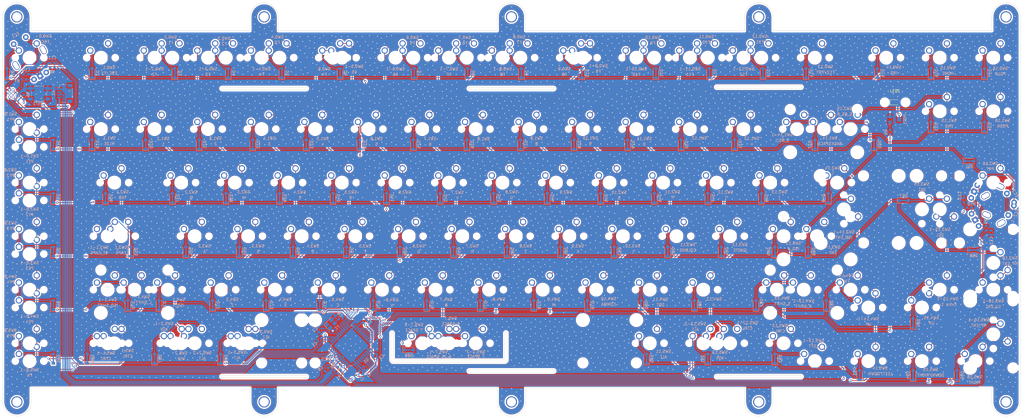
<source format=kicad_pcb>
(kicad_pcb (version 20171130) (host pcbnew "(5.1.2)-1")
  (layers (0 F.Cu signal) (31 B.Cu signal) (34 B.Paste user hide) (35 F.Paste user hide) (36 B.SilkS user) (37 F.SilkS user) (38 B.Mask user) (39 F.Mask user) (44 Edge.Cuts user))
  (net 0 "")
  (net 1 GND)
  (net 2 VCC)
  (net 3 "Net-(C6-Pad1)")
  (net 4 "Net-(C7-Pad1)")
  (net 5 "Net-(C8-Pad1)")
  (net 6 "Net-(C9-Pad1)")
  (net 7 "Net-(D1-Pad2)")
  (net 8 /r0)
  (net 9 "Net-(D2-Pad2)")
  (net 10 "Net-(D3-Pad2)")
  (net 11 "Net-(D4-Pad2)")
  (net 12 "Net-(D5-Pad2)")
  (net 13 "Net-(D6-Pad2)")
  (net 14 "Net-(D7-Pad2)")
  (net 15 "Net-(D8-Pad2)")
  (net 16 "Net-(D9-Pad2)")
  (net 17 "Net-(D10-Pad2)")
  (net 18 "Net-(D11-Pad2)")
  (net 19 "Net-(D12-Pad2)")
  (net 20 "Net-(D13-Pad2)")
  (net 21 "Net-(D14-Pad2)")
  (net 22 "Net-(D15-Pad2)")
  (net 23 "Net-(D16-Pad2)")
  (net 24 "Net-(D17-Pad2)")
  (net 25 /r1)
  (net 26 "Net-(D18-Pad2)")
  (net 27 "Net-(D19-Pad2)")
  (net 28 "Net-(D20-Pad2)")
  (net 29 "Net-(D21-Pad2)")
  (net 30 "Net-(D22-Pad2)")
  (net 31 "Net-(D23-Pad2)")
  (net 32 "Net-(D24-Pad2)")
  (net 33 "Net-(D25-Pad2)")
  (net 34 "Net-(D26-Pad2)")
  (net 35 "Net-(D27-Pad2)")
  (net 36 "Net-(D28-Pad2)")
  (net 37 "Net-(D29-Pad2)")
  (net 38 "Net-(D30-Pad2)")
  (net 39 "Net-(D31-Pad2)")
  (net 40 "Net-(D32-Pad2)")
  (net 41 "Net-(D33-Pad2)")
  (net 42 "Net-(D34-Pad2)")
  (net 43 "Net-(D35-Pad2)")
  (net 44 /r2)
  (net 45 "Net-(D36-Pad2)")
  (net 46 "Net-(D37-Pad2)")
  (net 47 "Net-(D38-Pad2)")
  (net 48 "Net-(D39-Pad2)")
  (net 49 "Net-(D40-Pad2)")
  (net 50 "Net-(D41-Pad2)")
  (net 51 "Net-(D42-Pad2)")
  (net 52 "Net-(D43-Pad2)")
  (net 53 "Net-(D44-Pad2)")
  (net 54 "Net-(D45-Pad2)")
  (net 55 "Net-(D46-Pad2)")
  (net 56 "Net-(D47-Pad2)")
  (net 57 "Net-(D48-Pad2)")
  (net 58 "Net-(D49-Pad2)")
  (net 59 "Net-(D50-Pad2)")
  (net 60 "Net-(D51-Pad2)")
  (net 61 /r3)
  (net 62 "Net-(D52-Pad2)")
  (net 63 "Net-(D53-Pad2)")
  (net 64 "Net-(D54-Pad2)")
  (net 65 "Net-(D55-Pad2)")
  (net 66 "Net-(D56-Pad2)")
  (net 67 "Net-(D57-Pad2)")
  (net 68 "Net-(D58-Pad2)")
  (net 69 "Net-(D59-Pad2)")
  (net 70 "Net-(D60-Pad2)")
  (net 71 "Net-(D61-Pad2)")
  (net 72 "Net-(D62-Pad2)")
  (net 73 "Net-(D63-Pad2)")
  (net 74 "Net-(D64-Pad2)")
  (net 75 "Net-(D65-Pad2)")
  (net 76 "Net-(D66-Pad2)")
  (net 77 "Net-(D67-Pad2)")
  (net 78 "Net-(D68-Pad2)")
  (net 79 "Net-(D69-Pad2)")
  (net 80 /r4)
  (net 81 "Net-(D70-Pad2)")
  (net 82 "Net-(D71-Pad2)")
  (net 83 "Net-(D72-Pad2)")
  (net 84 "Net-(D73-Pad2)")
  (net 85 "Net-(D74-Pad2)")
  (net 86 "Net-(D75-Pad2)")
  (net 87 "Net-(D76-Pad2)")
  (net 88 "Net-(D77-Pad2)")
  (net 89 "Net-(D78-Pad2)")
  (net 90 "Net-(D79-Pad2)")
  (net 91 "Net-(D80-Pad2)")
  (net 92 "Net-(D81-Pad2)")
  (net 93 "Net-(D82-Pad2)")
  (net 94 "Net-(D83-Pad2)")
  (net 95 "Net-(D84-Pad2)")
  (net 96 /r5)
  (net 97 "Net-(D85-Pad2)")
  (net 98 "Net-(D86-Pad2)")
  (net 99 "Net-(D87-Pad2)")
  (net 100 "Net-(D88-Pad2)")
  (net 101 "Net-(D89-Pad2)")
  (net 102 "Net-(D90-Pad2)")
  (net 103 "Net-(D91-Pad2)")
  (net 104 "Net-(D92-Pad2)")
  (net 105 "Net-(D93-Pad2)")
  (net 106 "Net-(D94-Pad2)")
  (net 107 "Net-(D95-Pad2)")
  (net 108 "Net-(EC1-PadA)")
  (net 109 "Net-(EC1-PadB)")
  (net 110 /c16)
  (net 111 /D-)
  (net 112 /D+)
  (net 113 /RES)
  (net 114 "Net-(LED1-Pad2)")
  (net 115 /rd-)
  (net 116 /rd+)
  (net 117 /c13)
  (net 118 /c8)
  (net 119 /c2)
  (net 120 /c3)
  (net 121 /c14)
  (net 122 /c9)
  (net 123 /c10)
  (net 124 /c4)
  (net 125 /c11)
  (net 126 /c7)
  (net 127 /c5)
  (net 128 /c6)
  (net 129 /c12)
  (net 130 /enc-)
  (net 131 /c15)
  (net 132 /enc+)
  (net 133 /c0)
  (net 134 /c1)
  (net 135 "Net-(EC2-1-PadA)")
  (net 136 "Net-(EC2-1-PadB)")
  (net 137 "Net-(POT1-Pad1)")
  (net 138 "Net-(R5-Pad2)")
  (module MX_SMK_2:MX_100 (layer F.Cu) (at 34.925 34.925)
    (fp_text reference SW1,1 (at 3 3.2) (layer B.SilkS) (effects (justify mirror)))
    (fp_text value TILDE (at 3 5.2) (layer B.SilkS) (effects (justify mirror)))
    (pad "" np_thru_hole circle (at 5.08 0 48) (size 1.75 1.75) (drill 1.75) (layers *.Cu *.Mask))
    (pad "" np_thru_hole circle (at -5.08 0 48) (size 1.75 1.75) (drill 1.75) (layers *.Cu *.Mask))
    (pad 1 thru_hole circle (at -3.81 -2.54) (size 2.25 2.25) (drill 1.5) (layers *.Cu B.Mask) (net 27 "Net-(D19-Pad2)"))
    (pad 2 thru_hole circle (at 2.54 -5.08) (size 2.25 2.25) (drill 1.5) (layers *.Cu B.Mask) (net 134 /c1))
    (pad "" np_thru_hole circle (at 0 0) (size 3.9878 3.9878) (drill 3.9878) (layers *.Cu *.Mask))
  )
  (module keebs:D_SOD-123proto (layer B.Cu) (at 1.5 15 90)
    (fp_text reference D1 (at 0 2 90) (layer B.SilkS) (effects (justify mirror)))
    (fp_text value D)
    (pad 1 smd rect (at -1.65 0 90) (size 0.9 1.2) (layers B.Cu B.Paste B.Mask) (net 8 /r0))
    (pad 2 smd rect (at 1.65 0 90) (size 0.9 1.2) (layers B.Cu B.Paste B.Mask) (net 7 "Net-(D1-Pad2)"))
    (pad "" smd roundrect (at 0 0 90) (size 3.808 0.508) (layers B.Cu B.Paste B.Mask) (roundrect_rratio 0.5))
  )
  (module keebs:D_SOD-123proto (layer B.Cu) (at 31.775 15 90)
    (fp_text reference D2 (at 0 2 90) (layer B.SilkS) (effects (justify mirror)))
    (fp_text value D)
    (pad 1 smd rect (at -1.65 0 90) (size 0.9 1.2) (layers B.Cu B.Paste B.Mask) (net 8 /r0))
    (pad 2 smd rect (at 1.65 0 90) (size 0.9 1.2) (layers B.Cu B.Paste B.Mask) (net 9 "Net-(D2-Pad2)"))
    (pad "" smd roundrect (at 0 0 90) (size 3.808 0.508) (layers B.Cu B.Paste B.Mask) (roundrect_rratio 0.5))
  )
  (module keebs:D_SOD-123proto (layer B.Cu) (at 61.175 15 90)
    (fp_text reference D3 (at 0 2 90) (layer B.SilkS) (effects (justify mirror)))
    (fp_text value D)
    (pad 1 smd rect (at -1.65 0 90) (size 0.9 1.2) (layers B.Cu B.Paste B.Mask) (net 8 /r0))
    (pad 2 smd rect (at 1.65 0 90) (size 0.9 1.2) (layers B.Cu B.Paste B.Mask) (net 10 "Net-(D3-Pad2)"))
    (pad "" smd roundrect (at 0 0 90) (size 3.808 0.508) (layers B.Cu B.Paste B.Mask) (roundrect_rratio 0.5))
  )
  (module keebs:D_SOD-123proto (layer B.Cu) (at 80.225 15 90)
    (fp_text reference D4 (at 0 2 90) (layer B.SilkS) (effects (justify mirror)))
    (fp_text value D)
    (pad 1 smd rect (at -1.65 0 90) (size 0.9 1.2) (layers B.Cu B.Paste B.Mask) (net 8 /r0))
    (pad 2 smd rect (at 1.65 0 90) (size 0.9 1.2) (layers B.Cu B.Paste B.Mask) (net 11 "Net-(D4-Pad2)"))
    (pad "" smd roundrect (at 0 0 90) (size 3.808 0.508) (layers B.Cu B.Paste B.Mask) (roundrect_rratio 0.5))
  )
  (module keebs:D_SOD-123proto (layer B.Cu) (at 99.275 15 90)
    (fp_text reference D5 (at 0 2 90) (layer B.SilkS) (effects (justify mirror)))
    (fp_text value D)
    (pad 1 smd rect (at -1.65 0 90) (size 0.9 1.2) (layers B.Cu B.Paste B.Mask) (net 8 /r0))
    (pad 2 smd rect (at 1.65 0 90) (size 0.9 1.2) (layers B.Cu B.Paste B.Mask) (net 12 "Net-(D5-Pad2)"))
    (pad "" smd roundrect (at 0 0 90) (size 3.808 0.508) (layers B.Cu B.Paste B.Mask) (roundrect_rratio 0.5))
  )
  (module keebs:D_SOD-123proto (layer B.Cu) (at 120 15 90)
    (fp_text reference D6 (at 0 2 90) (layer B.SilkS) (effects (justify mirror)))
    (fp_text value D)
    (pad 1 smd rect (at -1.65 0 90) (size 0.9 1.2) (layers B.Cu B.Paste B.Mask) (net 8 /r0))
    (pad 2 smd rect (at 1.65 0 90) (size 0.9 1.2) (layers B.Cu B.Paste B.Mask) (net 13 "Net-(D6-Pad2)"))
    (pad "" smd roundrect (at 0 0 90) (size 3.808 0.508) (layers B.Cu B.Paste B.Mask) (roundrect_rratio 0.5))
  )
  (module keebs:D_SOD-123proto (layer B.Cu) (at 146.4 15 90)
    (fp_text reference D7 (at 0 2 90) (layer B.SilkS) (effects (justify mirror)))
    (fp_text value D)
    (pad 1 smd rect (at -1.65 0 90) (size 0.9 1.2) (layers B.Cu B.Paste B.Mask) (net 8 /r0))
    (pad 2 smd rect (at 1.65 0 90) (size 0.9 1.2) (layers B.Cu B.Paste B.Mask) (net 14 "Net-(D7-Pad2)"))
    (pad "" smd roundrect (at 0 0 90) (size 3.808 0.508) (layers B.Cu B.Paste B.Mask) (roundrect_rratio 0.5))
  )
  (module keebs:D_SOD-123proto (layer B.Cu) (at 165.45 15 90)
    (fp_text reference D8 (at 0 2 90) (layer B.SilkS) (effects (justify mirror)))
    (fp_text value D)
    (pad 1 smd rect (at -1.65 0 90) (size 0.9 1.2) (layers B.Cu B.Paste B.Mask) (net 8 /r0))
    (pad 2 smd rect (at 1.65 0 90) (size 0.9 1.2) (layers B.Cu B.Paste B.Mask) (net 15 "Net-(D8-Pad2)"))
    (pad "" smd roundrect (at 0 0 90) (size 3.808 0.508) (layers B.Cu B.Paste B.Mask) (roundrect_rratio 0.5))
  )
  (module keebs:D_SOD-123proto (layer B.Cu) (at 184.5 15 90)
    (fp_text reference D9 (at 0 2 90) (layer B.SilkS) (effects (justify mirror)))
    (fp_text value D)
    (pad 1 smd rect (at -1.65 0 90) (size 0.9 1.2) (layers B.Cu B.Paste B.Mask) (net 8 /r0))
    (pad 2 smd rect (at 1.65 0 90) (size 0.9 1.2) (layers B.Cu B.Paste B.Mask) (net 16 "Net-(D9-Pad2)"))
    (pad "" smd roundrect (at 0 0 90) (size 3.808 0.508) (layers B.Cu B.Paste B.Mask) (roundrect_rratio 0.5))
  )
  (module keebs:D_SOD-123proto (layer B.Cu) (at 206 15 90)
    (fp_text reference D10 (at 0 2 90) (layer B.SilkS) (effects (justify mirror)))
    (fp_text value D)
    (pad 1 smd rect (at -1.65 0 90) (size 0.9 1.2) (layers B.Cu B.Paste B.Mask) (net 8 /r0))
    (pad 2 smd rect (at 1.65 0 90) (size 0.9 1.2) (layers B.Cu B.Paste B.Mask) (net 17 "Net-(D10-Pad2)"))
    (pad "" smd roundrect (at 0 0 90) (size 3.808 0.508) (layers B.Cu B.Paste B.Mask) (roundrect_rratio 0.5))
  )
  (module keebs:D_SOD-123proto (layer B.Cu) (at 232.375 15 90)
    (fp_text reference D11 (at 0 2 90) (layer B.SilkS) (effects (justify mirror)))
    (fp_text value D)
    (pad 1 smd rect (at -1.65 0 90) (size 0.9 1.2) (layers B.Cu B.Paste B.Mask) (net 8 /r0))
    (pad 2 smd rect (at 1.65 0 90) (size 0.9 1.2) (layers B.Cu B.Paste B.Mask) (net 18 "Net-(D11-Pad2)"))
    (pad "" smd roundrect (at 0 0 90) (size 3.808 0.508) (layers B.Cu B.Paste B.Mask) (roundrect_rratio 0.5))
  )
  (module keebs:D_SOD-123proto (layer B.Cu) (at 251.425 15 90)
    (fp_text reference D12 (at 0 2 90) (layer B.SilkS) (effects (justify mirror)))
    (fp_text value D)
    (pad 1 smd rect (at -1.65 0 90) (size 0.9 1.2) (layers B.Cu B.Paste B.Mask) (net 8 /r0))
    (pad 2 smd rect (at 1.65 0 90) (size 0.9 1.2) (layers B.Cu B.Paste B.Mask) (net 19 "Net-(D12-Pad2)"))
    (pad "" smd roundrect (at 0 0 90) (size 3.808 0.508) (layers B.Cu B.Paste B.Mask) (roundrect_rratio 0.5))
  )
  (module keebs:D_SOD-123proto (layer B.Cu) (at 270.475 15 90)
    (fp_text reference D13 (at 0 2 90) (layer B.SilkS) (effects (justify mirror)))
    (fp_text value D)
    (pad 1 smd rect (at -1.65 0 90) (size 0.9 1.2) (layers B.Cu B.Paste B.Mask) (net 8 /r0))
    (pad 2 smd rect (at 1.65 0 90) (size 0.9 1.2) (layers B.Cu B.Paste B.Mask) (net 20 "Net-(D13-Pad2)"))
    (pad "" smd roundrect (at 0 0 90) (size 3.808 0.508) (layers B.Cu B.Paste B.Mask) (roundrect_rratio 0.5))
  )
  (module keebs:D_SOD-123proto (layer B.Cu) (at 285.775 15 90)
    (fp_text reference D14 (at 0 2 90) (layer B.SilkS) (effects (justify mirror)))
    (fp_text value D)
    (pad 1 smd rect (at -1.65 0 90) (size 0.9 1.2) (layers B.Cu B.Paste B.Mask) (net 8 /r0))
    (pad 2 smd rect (at 1.65 0 90) (size 0.9 1.2) (layers B.Cu B.Paste B.Mask) (net 21 "Net-(D14-Pad2)"))
    (pad "" smd roundrect (at 0 0 90) (size 3.808 0.508) (layers B.Cu B.Paste B.Mask) (roundrect_rratio 0.5))
  )
  (module keebs:D_SOD-123proto (layer B.Cu) (at 311.175 15 90)
    (fp_text reference D15 (at 0 2 90) (layer B.SilkS) (effects (justify mirror)))
    (fp_text value D)
    (pad 1 smd rect (at -1.65 0 90) (size 0.9 1.2) (layers B.Cu B.Paste B.Mask) (net 8 /r0))
    (pad 2 smd rect (at 1.65 0 90) (size 0.9 1.2) (layers B.Cu B.Paste B.Mask) (net 22 "Net-(D15-Pad2)"))
    (pad "" smd roundrect (at 0 0 90) (size 3.808 0.508) (layers B.Cu B.Paste B.Mask) (roundrect_rratio 0.5))
  )
  (module keebs:D_SOD-123proto (layer B.Cu) (at 330.225 15 90)
    (fp_text reference D16 (at 0 2 90) (layer B.SilkS) (effects (justify mirror)))
    (fp_text value D)
    (pad 1 smd rect (at -1.65 0 90) (size 0.9 1.2) (layers B.Cu B.Paste B.Mask) (net 8 /r0))
    (pad 2 smd rect (at 1.65 0 90) (size 0.9 1.2) (layers B.Cu B.Paste B.Mask) (net 23 "Net-(D16-Pad2)"))
    (pad "" smd roundrect (at 0 0 90) (size 3.808 0.508) (layers B.Cu B.Paste B.Mask) (roundrect_rratio 0.5))
  )
  (module keebs:D_SOD-123proto (layer B.Cu) (at 349.275 15 90)
    (fp_text reference D17 (at 0 2 90) (layer B.SilkS) (effects (justify mirror)))
    (fp_text value D)
    (pad 1 smd rect (at -1.65 0 90) (size 0.9 1.2) (layers B.Cu B.Paste B.Mask) (net 8 /r0))
    (pad 2 smd rect (at 1.65 0 90) (size 0.9 1.2) (layers B.Cu B.Paste B.Mask) (net 24 "Net-(D17-Pad2)"))
    (pad "" smd roundrect (at 0 0 90) (size 3.808 0.508) (layers B.Cu B.Paste B.Mask) (roundrect_rratio 0.5))
  )
  (module keebs:D_SOD-123proto (layer B.Cu) (at 18 40.4 90)
    (fp_text reference D18 (at 0 2 90) (layer B.SilkS) (effects (justify mirror)))
    (fp_text value D)
    (pad 1 smd rect (at -1.65 0 90) (size 0.9 1.2) (layers B.Cu B.Paste B.Mask) (net 25 /r1))
    (pad 2 smd rect (at 1.65 0 90) (size 0.9 1.2) (layers B.Cu B.Paste B.Mask) (net 26 "Net-(D18-Pad2)"))
    (pad "" smd roundrect (at 0 0 90) (size 3.808 0.508) (layers B.Cu B.Paste B.Mask) (roundrect_rratio 0.5))
  )
  (module keebs:D_SOD-123proto (layer B.Cu) (at 31.775 40.4 90)
    (fp_text reference D19 (at 0 2 90) (layer B.SilkS) (effects (justify mirror)))
    (fp_text value D)
    (pad 1 smd rect (at -1.65 0 90) (size 0.9 1.2) (layers B.Cu B.Paste B.Mask) (net 25 /r1))
    (pad 2 smd rect (at 1.65 0 90) (size 0.9 1.2) (layers B.Cu B.Paste B.Mask) (net 27 "Net-(D19-Pad2)"))
    (pad "" smd roundrect (at 0 0 90) (size 3.808 0.508) (layers B.Cu B.Paste B.Mask) (roundrect_rratio 0.5))
  )
  (module keebs:D_SOD-123proto (layer B.Cu) (at 50.825 40.4 90)
    (fp_text reference D20 (at 0 2 90) (layer B.SilkS) (effects (justify mirror)))
    (fp_text value D)
    (pad 1 smd rect (at -1.65 0 90) (size 0.9 1.2) (layers B.Cu B.Paste B.Mask) (net 25 /r1))
    (pad 2 smd rect (at 1.65 0 90) (size 0.9 1.2) (layers B.Cu B.Paste B.Mask) (net 28 "Net-(D20-Pad2)"))
    (pad "" smd roundrect (at 0 0 90) (size 3.808 0.508) (layers B.Cu B.Paste B.Mask) (roundrect_rratio 0.5))
  )
  (module keebs:D_SOD-123proto (layer B.Cu) (at 69.875 40.4 90)
    (fp_text reference D21 (at 0 2 90) (layer B.SilkS) (effects (justify mirror)))
    (fp_text value D)
    (pad 1 smd rect (at -1.65 0 90) (size 0.9 1.2) (layers B.Cu B.Paste B.Mask) (net 25 /r1))
    (pad 2 smd rect (at 1.65 0 90) (size 0.9 1.2) (layers B.Cu B.Paste B.Mask) (net 29 "Net-(D21-Pad2)"))
    (pad "" smd roundrect (at 0 0 90) (size 3.808 0.508) (layers B.Cu B.Paste B.Mask) (roundrect_rratio 0.5))
  )
  (module keebs:D_SOD-123proto (layer B.Cu) (at 88.925 40.4 90)
    (fp_text reference D22 (at 0 2 90) (layer B.SilkS) (effects (justify mirror)))
    (fp_text value D)
    (pad 1 smd rect (at -1.65 0 90) (size 0.9 1.2) (layers B.Cu B.Paste B.Mask) (net 25 /r1))
    (pad 2 smd rect (at 1.65 0 90) (size 0.9 1.2) (layers B.Cu B.Paste B.Mask) (net 30 "Net-(D22-Pad2)"))
    (pad "" smd roundrect (at 0 0 90) (size 3.808 0.508) (layers B.Cu B.Paste B.Mask) (roundrect_rratio 0.5))
  )
  (module keebs:D_SOD-123proto (layer B.Cu) (at 107.975 40.4 90)
    (fp_text reference D23 (at 0 2 90) (layer B.SilkS) (effects (justify mirror)))
    (fp_text value D)
    (pad 1 smd rect (at -1.65 0 90) (size 0.9 1.2) (layers B.Cu B.Paste B.Mask) (net 25 /r1))
    (pad 2 smd rect (at 1.65 0 90) (size 0.9 1.2) (layers B.Cu B.Paste B.Mask) (net 31 "Net-(D23-Pad2)"))
    (pad "" smd roundrect (at 0 0 90) (size 3.808 0.508) (layers B.Cu B.Paste B.Mask) (roundrect_rratio 0.5))
  )
  (module keebs:D_SOD-123proto (layer B.Cu) (at 127.025 40.4 90)
    (fp_text reference D24 (at 0 2 90) (layer B.SilkS) (effects (justify mirror)))
    (fp_text value D)
    (pad 1 smd rect (at -1.65 0 90) (size 0.9 1.2) (layers B.Cu B.Paste B.Mask) (net 25 /r1))
    (pad 2 smd rect (at 1.65 0 90) (size 0.9 1.2) (layers B.Cu B.Paste B.Mask) (net 32 "Net-(D24-Pad2)"))
    (pad "" smd roundrect (at 0 0 90) (size 3.808 0.508) (layers B.Cu B.Paste B.Mask) (roundrect_rratio 0.5))
  )
  (module keebs:D_SOD-123proto (layer B.Cu) (at 146.075 40.4 90)
    (fp_text reference D25 (at 0 2 90) (layer B.SilkS) (effects (justify mirror)))
    (fp_text value D)
    (pad 1 smd rect (at -1.65 0 90) (size 0.9 1.2) (layers B.Cu B.Paste B.Mask) (net 25 /r1))
    (pad 2 smd rect (at 1.65 0 90) (size 0.9 1.2) (layers B.Cu B.Paste B.Mask) (net 33 "Net-(D25-Pad2)"))
    (pad "" smd roundrect (at 0 0 90) (size 3.808 0.508) (layers B.Cu B.Paste B.Mask) (roundrect_rratio 0.5))
  )
  (module keebs:D_SOD-123proto (layer B.Cu) (at 165.125 40.4 90)
    (fp_text reference D26 (at 0 2 90) (layer B.SilkS) (effects (justify mirror)))
    (fp_text value D)
    (pad 1 smd rect (at -1.65 0 90) (size 0.9 1.2) (layers B.Cu B.Paste B.Mask) (net 25 /r1))
    (pad 2 smd rect (at 1.65 0 90) (size 0.9 1.2) (layers B.Cu B.Paste B.Mask) (net 34 "Net-(D26-Pad2)"))
    (pad "" smd roundrect (at 0 0 90) (size 3.808 0.508) (layers B.Cu B.Paste B.Mask) (roundrect_rratio 0.5))
  )
  (module keebs:D_SOD-123proto (layer B.Cu) (at 184.175 40.4 90)
    (fp_text reference D27 (at 0 2 90) (layer B.SilkS) (effects (justify mirror)))
    (fp_text value D)
    (pad 1 smd rect (at -1.65 0 90) (size 0.9 1.2) (layers B.Cu B.Paste B.Mask) (net 25 /r1))
    (pad 2 smd rect (at 1.65 0 90) (size 0.9 1.2) (layers B.Cu B.Paste B.Mask) (net 35 "Net-(D27-Pad2)"))
    (pad "" smd roundrect (at 0 0 90) (size 3.808 0.508) (layers B.Cu B.Paste B.Mask) (roundrect_rratio 0.5))
  )
  (module keebs:D_SOD-123proto (layer B.Cu) (at 203.225 40.4 90)
    (fp_text reference D28 (at 0 2 90) (layer B.SilkS) (effects (justify mirror)))
    (fp_text value D)
    (pad 1 smd rect (at -1.65 0 90) (size 0.9 1.2) (layers B.Cu B.Paste B.Mask) (net 25 /r1))
    (pad 2 smd rect (at 1.65 0 90) (size 0.9 1.2) (layers B.Cu B.Paste B.Mask) (net 36 "Net-(D28-Pad2)"))
    (pad "" smd roundrect (at 0 0 90) (size 3.808 0.508) (layers B.Cu B.Paste B.Mask) (roundrect_rratio 0.5))
  )
  (module keebs:D_SOD-123proto (layer B.Cu) (at 222.275 40.4 90)
    (fp_text reference D29 (at 0 2 90) (layer B.SilkS) (effects (justify mirror)))
    (fp_text value D)
    (pad 1 smd rect (at -1.65 0 90) (size 0.9 1.2) (layers B.Cu B.Paste B.Mask) (net 25 /r1))
    (pad 2 smd rect (at 1.65 0 90) (size 0.9 1.2) (layers B.Cu B.Paste B.Mask) (net 37 "Net-(D29-Pad2)"))
    (pad "" smd roundrect (at 0 0 90) (size 3.808 0.508) (layers B.Cu B.Paste B.Mask) (roundrect_rratio 0.5))
  )
  (module keebs:D_SOD-123proto (layer B.Cu) (at 241.325 40.4 90)
    (fp_text reference D30 (at 0 2 90) (layer B.SilkS) (effects (justify mirror)))
    (fp_text value D)
    (pad 1 smd rect (at -1.65 0 90) (size 0.9 1.2) (layers B.Cu B.Paste B.Mask) (net 25 /r1))
    (pad 2 smd rect (at 1.65 0 90) (size 0.9 1.2) (layers B.Cu B.Paste B.Mask) (net 38 "Net-(D30-Pad2)"))
    (pad "" smd roundrect (at 0 0 90) (size 3.808 0.508) (layers B.Cu B.Paste B.Mask) (roundrect_rratio 0.5))
  )
  (module keebs:D_SOD-123proto (layer B.Cu) (at 260.375 40.4 90)
    (fp_text reference D31 (at 0 2 90) (layer B.SilkS) (effects (justify mirror)))
    (fp_text value D)
    (pad 1 smd rect (at -1.65 0 90) (size 0.9 1.2) (layers B.Cu B.Paste B.Mask) (net 25 /r1))
    (pad 2 smd rect (at 1.65 0 90) (size 0.9 1.2) (layers B.Cu B.Paste B.Mask) (net 39 "Net-(D31-Pad2)"))
    (pad "" smd roundrect (at 0 0 90) (size 3.808 0.508) (layers B.Cu B.Paste B.Mask) (roundrect_rratio 0.5))
  )
  (module keebs:D_SOD-123proto (layer B.Cu) (at 288.95 40.4 90)
    (fp_text reference D32 (at 0 -1.85 90) (layer B.SilkS) (effects (justify mirror)))
    (fp_text value D)
    (pad 1 smd rect (at -1.65 0 90) (size 0.9 1.2) (layers B.Cu B.Paste B.Mask) (net 25 /r1))
    (pad 2 smd rect (at 1.65 0 90) (size 0.9 1.2) (layers B.Cu B.Paste B.Mask) (net 40 "Net-(D32-Pad2)"))
    (pad "" smd roundrect (at 0 0 90) (size 3.808 0.508) (layers B.Cu B.Paste B.Mask) (roundrect_rratio 0.5))
  )
  (module keebs:D_SOD-123proto (layer B.Cu) (at 330.225 34.05 90)
    (fp_text reference D33 (at 0 2 90) (layer B.SilkS) (effects (justify mirror)))
    (fp_text value D)
    (pad 1 smd rect (at -1.65 0 90) (size 0.9 1.2) (layers B.Cu B.Paste B.Mask) (net 25 /r1))
    (pad 2 smd rect (at 1.65 0 90) (size 0.9 1.2) (layers B.Cu B.Paste B.Mask) (net 41 "Net-(D33-Pad2)"))
    (pad "" smd roundrect (at 0 0 90) (size 3.808 0.508) (layers B.Cu B.Paste B.Mask) (roundrect_rratio 0.5))
  )
  (module keebs:D_SOD-123proto (layer B.Cu) (at 349.275 34.05 90)
    (fp_text reference D34 (at 0 2 90) (layer B.SilkS) (effects (justify mirror)))
    (fp_text value D)
    (pad 1 smd rect (at -1.65 0 90) (size 0.9 1.2) (layers B.Cu B.Paste B.Mask) (net 25 /r1))
    (pad 2 smd rect (at 1.65 0 90) (size 0.9 1.2) (layers B.Cu B.Paste B.Mask) (net 42 "Net-(D34-Pad2)"))
    (pad "" smd roundrect (at 0 0 90) (size 3.808 0.508) (layers B.Cu B.Paste B.Mask) (roundrect_rratio 0.5))
  )
  (module keebs:D_SOD-123proto (layer B.Cu) (at 18 59.45 90)
    (fp_text reference D35 (at 0 2 90) (layer B.SilkS) (effects (justify mirror)))
    (fp_text value D)
    (pad 1 smd rect (at -1.65 0 90) (size 0.9 1.2) (layers B.Cu B.Paste B.Mask) (net 44 /r2))
    (pad 2 smd rect (at 1.65 0 90) (size 0.9 1.2) (layers B.Cu B.Paste B.Mask) (net 43 "Net-(D35-Pad2)"))
    (pad "" smd roundrect (at 0 0 90) (size 3.808 0.508) (layers B.Cu B.Paste B.Mask) (roundrect_rratio 0.5))
  )
  (module keebs:D_SOD-123proto (layer B.Cu) (at 36.5375 59.45 90)
    (fp_text reference D36 (at 0 2 90) (layer B.SilkS) (effects (justify mirror)))
    (fp_text value D)
    (pad 1 smd rect (at -1.65 0 90) (size 0.9 1.2) (layers B.Cu B.Paste B.Mask) (net 44 /r2))
    (pad 2 smd rect (at 1.65 0 90) (size 0.9 1.2) (layers B.Cu B.Paste B.Mask) (net 45 "Net-(D36-Pad2)"))
    (pad "" smd roundrect (at 0 0 90) (size 3.808 0.508) (layers B.Cu B.Paste B.Mask) (roundrect_rratio 0.5))
  )
  (module keebs:D_SOD-123proto (layer B.Cu) (at 60.35 59.45 90)
    (fp_text reference D37 (at 0 2 90) (layer B.SilkS) (effects (justify mirror)))
    (fp_text value D)
    (pad 1 smd rect (at -1.65 0 90) (size 0.9 1.2) (layers B.Cu B.Paste B.Mask) (net 44 /r2))
    (pad 2 smd rect (at 1.65 0 90) (size 0.9 1.2) (layers B.Cu B.Paste B.Mask) (net 46 "Net-(D37-Pad2)"))
    (pad "" smd roundrect (at 0 0 90) (size 3.808 0.508) (layers B.Cu B.Paste B.Mask) (roundrect_rratio 0.5))
  )
  (module keebs:D_SOD-123proto (layer B.Cu) (at 79.4 59.45 90)
    (fp_text reference D38 (at 0 2 90) (layer B.SilkS) (effects (justify mirror)))
    (fp_text value D)
    (pad 1 smd rect (at -1.65 0 90) (size 0.9 1.2) (layers B.Cu B.Paste B.Mask) (net 44 /r2))
    (pad 2 smd rect (at 1.65 0 90) (size 0.9 1.2) (layers B.Cu B.Paste B.Mask) (net 47 "Net-(D38-Pad2)"))
    (pad "" smd roundrect (at 0 0 90) (size 3.808 0.508) (layers B.Cu B.Paste B.Mask) (roundrect_rratio 0.5))
  )
  (module keebs:D_SOD-123proto (layer B.Cu) (at 98.45 59.45 90)
    (fp_text reference D39 (at 0 2 90) (layer B.SilkS) (effects (justify mirror)))
    (fp_text value D)
    (pad 1 smd rect (at -1.65 0 90) (size 0.9 1.2) (layers B.Cu B.Paste B.Mask) (net 44 /r2))
    (pad 2 smd rect (at 1.65 0 90) (size 0.9 1.2) (layers B.Cu B.Paste B.Mask) (net 48 "Net-(D39-Pad2)"))
    (pad "" smd roundrect (at 0 0 90) (size 3.808 0.508) (layers B.Cu B.Paste B.Mask) (roundrect_rratio 0.5))
  )
  (module keebs:D_SOD-123proto (layer B.Cu) (at 117.5 59.45 90)
    (fp_text reference D40 (at 0 2 90) (layer B.SilkS) (effects (justify mirror)))
    (fp_text value D)
    (pad 1 smd rect (at -1.65 0 90) (size 0.9 1.2) (layers B.Cu B.Paste B.Mask) (net 44 /r2))
    (pad 2 smd rect (at 1.65 0 90) (size 0.9 1.2) (layers B.Cu B.Paste B.Mask) (net 49 "Net-(D40-Pad2)"))
    (pad "" smd roundrect (at 0 0 90) (size 3.808 0.508) (layers B.Cu B.Paste B.Mask) (roundrect_rratio 0.5))
  )
  (module keebs:D_SOD-123proto (layer B.Cu) (at 136.55 59.45 90)
    (fp_text reference D41 (at 0 2 90) (layer B.SilkS) (effects (justify mirror)))
    (fp_text value D)
    (pad 1 smd rect (at -1.65 0 90) (size 0.9 1.2) (layers B.Cu B.Paste B.Mask) (net 44 /r2))
    (pad 2 smd rect (at 1.65 0 90) (size 0.9 1.2) (layers B.Cu B.Paste B.Mask) (net 50 "Net-(D41-Pad2)"))
    (pad "" smd roundrect (at 0 0 90) (size 3.808 0.508) (layers B.Cu B.Paste B.Mask) (roundrect_rratio 0.5))
  )
  (module keebs:D_SOD-123proto (layer B.Cu) (at 155.6 59.45 90)
    (fp_text reference D42 (at 0 2 90) (layer B.SilkS) (effects (justify mirror)))
    (fp_text value D)
    (pad 1 smd rect (at -1.65 0 90) (size 0.9 1.2) (layers B.Cu B.Paste B.Mask) (net 44 /r2))
    (pad 2 smd rect (at 1.65 0 90) (size 0.9 1.2) (layers B.Cu B.Paste B.Mask) (net 51 "Net-(D42-Pad2)"))
    (pad "" smd roundrect (at 0 0 90) (size 3.808 0.508) (layers B.Cu B.Paste B.Mask) (roundrect_rratio 0.5))
  )
  (module keebs:D_SOD-123proto (layer B.Cu) (at 174.65 59.45 90)
    (fp_text reference D43 (at 0 2 90) (layer B.SilkS) (effects (justify mirror)))
    (fp_text value D)
    (pad 1 smd rect (at -1.65 0 90) (size 0.9 1.2) (layers B.Cu B.Paste B.Mask) (net 44 /r2))
    (pad 2 smd rect (at 1.65 0 90) (size 0.9 1.2) (layers B.Cu B.Paste B.Mask) (net 52 "Net-(D43-Pad2)"))
    (pad "" smd roundrect (at 0 0 90) (size 3.808 0.508) (layers B.Cu B.Paste B.Mask) (roundrect_rratio 0.5))
  )
  (module keebs:D_SOD-123proto (layer B.Cu) (at 193.7 59.45 90)
    (fp_text reference D44 (at 0 2 90) (layer B.SilkS) (effects (justify mirror)))
    (fp_text value D)
    (pad 1 smd rect (at -1.65 0 90) (size 0.9 1.2) (layers B.Cu B.Paste B.Mask) (net 44 /r2))
    (pad 2 smd rect (at 1.65 0 90) (size 0.9 1.2) (layers B.Cu B.Paste B.Mask) (net 53 "Net-(D44-Pad2)"))
    (pad "" smd roundrect (at 0 0 90) (size 3.808 0.508) (layers B.Cu B.Paste B.Mask) (roundrect_rratio 0.5))
  )
  (module keebs:D_SOD-123proto (layer B.Cu) (at 212.75 59.45 90)
    (fp_text reference D45 (at 0 2 90) (layer B.SilkS) (effects (justify mirror)))
    (fp_text value D)
    (pad 1 smd rect (at -1.65 0 90) (size 0.9 1.2) (layers B.Cu B.Paste B.Mask) (net 44 /r2))
    (pad 2 smd rect (at 1.65 0 90) (size 0.9 1.2) (layers B.Cu B.Paste B.Mask) (net 54 "Net-(D45-Pad2)"))
    (pad "" smd roundrect (at 0 0 90) (size 3.808 0.508) (layers B.Cu B.Paste B.Mask) (roundrect_rratio 0.5))
  )
  (module keebs:D_SOD-123proto (layer B.Cu) (at 231.8 59.45 90)
    (fp_text reference D46 (at 0 2 90) (layer B.SilkS) (effects (justify mirror)))
    (fp_text value D)
    (pad 1 smd rect (at -1.65 0 90) (size 0.9 1.2) (layers B.Cu B.Paste B.Mask) (net 44 /r2))
    (pad 2 smd rect (at 1.65 0 90) (size 0.9 1.2) (layers B.Cu B.Paste B.Mask) (net 55 "Net-(D46-Pad2)"))
    (pad "" smd roundrect (at 0 0 90) (size 3.808 0.508) (layers B.Cu B.Paste B.Mask) (roundrect_rratio 0.5))
  )
  (module keebs:D_SOD-123proto (layer B.Cu) (at 250.85 59.45 90)
    (fp_text reference D47 (at 0 2 90) (layer B.SilkS) (effects (justify mirror)))
    (fp_text value D)
    (pad 1 smd rect (at -1.65 0 90) (size 0.9 1.2) (layers B.Cu B.Paste B.Mask) (net 44 /r2))
    (pad 2 smd rect (at 1.65 0 90) (size 0.9 1.2) (layers B.Cu B.Paste B.Mask) (net 56 "Net-(D47-Pad2)"))
    (pad "" smd roundrect (at 0 0 90) (size 3.808 0.508) (layers B.Cu B.Paste B.Mask) (roundrect_rratio 0.5))
  )
  (module keebs:D_SOD-123proto (layer B.Cu) (at 269.9 59.45 90)
    (fp_text reference D48 (at 0 2 90) (layer B.SilkS) (effects (justify mirror)))
    (fp_text value D)
    (pad 1 smd rect (at -1.65 0 90) (size 0.9 1.2) (layers B.Cu B.Paste B.Mask) (net 44 /r2))
    (pad 2 smd rect (at 1.65 0 90) (size 0.9 1.2) (layers B.Cu B.Paste B.Mask) (net 57 "Net-(D48-Pad2)"))
    (pad "" smd roundrect (at 0 0 90) (size 3.808 0.508) (layers B.Cu B.Paste B.Mask) (roundrect_rratio 0.5))
  )
  (module keebs:D_SOD-123proto (layer B.Cu) (at 293.7125 59.45 90)
    (fp_text reference D49 (at -0.05 -1.7125 90) (layer B.SilkS) (effects (justify mirror)))
    (fp_text value D)
    (pad 1 smd rect (at -1.65 0 90) (size 0.9 1.2) (layers B.Cu B.Paste B.Mask) (net 44 /r2))
    (pad 2 smd rect (at 1.65 0 90) (size 0.9 1.2) (layers B.Cu B.Paste B.Mask) (net 58 "Net-(D49-Pad2)"))
    (pad "" smd roundrect (at 0 0 90) (size 3.808 0.508) (layers B.Cu B.Paste B.Mask) (roundrect_rratio 0.5))
  )
  (module keebs:D_SOD-123proto (layer B.Cu) (at 310 40.4 90)
    (fp_text reference D50 (at 0 2 90) (layer B.SilkS) (effects (justify mirror)))
    (fp_text value D)
    (pad 1 smd rect (at -1.65 0 90) (size 0.9 1.2) (layers B.Cu B.Paste B.Mask) (net 44 /r2))
    (pad 2 smd rect (at 1.65 0 90) (size 0.9 1.2) (layers B.Cu B.Paste B.Mask) (net 59 "Net-(D50-Pad2)"))
    (pad "" smd roundrect (at 0 0 90) (size 3.808 0.508) (layers B.Cu B.Paste B.Mask) (roundrect_rratio 0.5))
  )
  (module keebs:D_SOD-123proto (layer B.Cu) (at 343.9 46.3)
    (fp_text reference D51 (at 0 2) (layer B.SilkS) (effects (justify mirror)))
    (fp_text value D)
    (pad 1 smd rect (at -1.65 0) (size 0.9 1.2) (layers B.Cu B.Paste B.Mask) (net 44 /r2))
    (pad 2 smd rect (at 1.65 0) (size 0.9 1.2) (layers B.Cu B.Paste B.Mask) (net 60 "Net-(D51-Pad2)"))
    (pad "" smd roundrect (at 0 0) (size 3.808 0.508) (layers B.Cu B.Paste B.Mask) (roundrect_rratio 0.5))
  )
  (module keebs:D_SOD-123proto (layer B.Cu) (at 18 78.5 90)
    (fp_text reference D52 (at 0 2 90) (layer B.SilkS) (effects (justify mirror)))
    (fp_text value D)
    (pad 1 smd rect (at -1.65 0 90) (size 0.9 1.2) (layers B.Cu B.Paste B.Mask) (net 61 /r3))
    (pad 2 smd rect (at 1.65 0 90) (size 0.9 1.2) (layers B.Cu B.Paste B.Mask) (net 62 "Net-(D52-Pad2)"))
    (pad "" smd roundrect (at 0 0 90) (size 3.808 0.508) (layers B.Cu B.Paste B.Mask) (roundrect_rratio 0.5))
  )
  (module keebs:D_SOD-123proto (layer B.Cu) (at 45.5 78.5 90)
    (fp_text reference D53 (at 0 2 90) (layer B.SilkS) (effects (justify mirror)))
    (fp_text value D)
    (pad 1 smd rect (at -1.65 0 90) (size 0.9 1.2) (layers B.Cu B.Paste B.Mask) (net 61 /r3))
    (pad 2 smd rect (at 1.65 0 90) (size 0.9 1.2) (layers B.Cu B.Paste B.Mask) (net 63 "Net-(D53-Pad2)"))
    (pad "" smd roundrect (at 0 0 90) (size 3.808 0.508) (layers B.Cu B.Paste B.Mask) (roundrect_rratio 0.5))
  )
  (module keebs:D_SOD-123proto (layer B.Cu) (at 65.1125 78.5 90)
    (fp_text reference D54 (at 0 2 90) (layer B.SilkS) (effects (justify mirror)))
    (fp_text value D)
    (pad 1 smd rect (at -1.65 0 90) (size 0.9 1.2) (layers B.Cu B.Paste B.Mask) (net 61 /r3))
    (pad 2 smd rect (at 1.65 0 90) (size 0.9 1.2) (layers B.Cu B.Paste B.Mask) (net 64 "Net-(D54-Pad2)"))
    (pad "" smd roundrect (at 0 0 90) (size 3.808 0.508) (layers B.Cu B.Paste B.Mask) (roundrect_rratio 0.5))
  )
  (module keebs:D_SOD-123proto (layer B.Cu) (at 84.1625 78.5 90)
    (fp_text reference D55 (at 0 2 90) (layer B.SilkS) (effects (justify mirror)))
    (fp_text value D)
    (pad 1 smd rect (at -1.65 0 90) (size 0.9 1.2) (layers B.Cu B.Paste B.Mask) (net 61 /r3))
    (pad 2 smd rect (at 1.65 0 90) (size 0.9 1.2) (layers B.Cu B.Paste B.Mask) (net 65 "Net-(D55-Pad2)"))
    (pad "" smd roundrect (at 0 0 90) (size 3.808 0.508) (layers B.Cu B.Paste B.Mask) (roundrect_rratio 0.5))
  )
  (module keebs:D_SOD-123proto (layer B.Cu) (at 103.2125 78.5 90)
    (fp_text reference D56 (at 0 2 90) (layer B.SilkS) (effects (justify mirror)))
    (fp_text value D)
    (pad 1 smd rect (at -1.65 0 90) (size 0.9 1.2) (layers B.Cu B.Paste B.Mask) (net 61 /r3))
    (pad 2 smd rect (at 1.65 0 90) (size 0.9 1.2) (layers B.Cu B.Paste B.Mask) (net 66 "Net-(D56-Pad2)"))
    (pad "" smd roundrect (at 0 0 90) (size 3.808 0.508) (layers B.Cu B.Paste B.Mask) (roundrect_rratio 0.5))
  )
  (module keebs:D_SOD-123proto (layer B.Cu) (at 122.2625 78.5 90)
    (fp_text reference D57 (at 0 2 90) (layer B.SilkS) (effects (justify mirror)))
    (fp_text value D)
    (pad 1 smd rect (at -1.65 0 90) (size 0.9 1.2) (layers B.Cu B.Paste B.Mask) (net 61 /r3))
    (pad 2 smd rect (at 1.65 0 90) (size 0.9 1.2) (layers B.Cu B.Paste B.Mask) (net 67 "Net-(D57-Pad2)"))
    (pad "" smd roundrect (at 0 0 90) (size 3.808 0.508) (layers B.Cu B.Paste B.Mask) (roundrect_rratio 0.5))
  )
  (module keebs:D_SOD-123proto (layer B.Cu) (at 141.3125 78.5 90)
    (fp_text reference D58 (at 0 2 90) (layer B.SilkS) (effects (justify mirror)))
    (fp_text value D)
    (pad 1 smd rect (at -1.65 0 90) (size 0.9 1.2) (layers B.Cu B.Paste B.Mask) (net 61 /r3))
    (pad 2 smd rect (at 1.65 0 90) (size 0.9 1.2) (layers B.Cu B.Paste B.Mask) (net 68 "Net-(D58-Pad2)"))
    (pad "" smd roundrect (at 0 0 90) (size 3.808 0.508) (layers B.Cu B.Paste B.Mask) (roundrect_rratio 0.5))
  )
  (module keebs:D_SOD-123proto (layer B.Cu) (at 160.3625 78.5 90)
    (fp_text reference D59 (at 0 2 90) (layer B.SilkS) (effects (justify mirror)))
    (fp_text value D)
    (pad 1 smd rect (at -1.65 0 90) (size 0.9 1.2) (layers B.Cu B.Paste B.Mask) (net 61 /r3))
    (pad 2 smd rect (at 1.65 0 90) (size 0.9 1.2) (layers B.Cu B.Paste B.Mask) (net 69 "Net-(D59-Pad2)"))
    (pad "" smd roundrect (at 0 0 90) (size 3.808 0.508) (layers B.Cu B.Paste B.Mask) (roundrect_rratio 0.5))
  )
  (module keebs:D_SOD-123proto (layer B.Cu) (at 179.4125 78.5 90)
    (fp_text reference D60 (at 0 2 90) (layer B.SilkS) (effects (justify mirror)))
    (fp_text value D)
    (pad 1 smd rect (at -1.65 0 90) (size 0.9 1.2) (layers B.Cu B.Paste B.Mask) (net 61 /r3))
    (pad 2 smd rect (at 1.65 0 90) (size 0.9 1.2) (layers B.Cu B.Paste B.Mask) (net 70 "Net-(D60-Pad2)"))
    (pad "" smd roundrect (at 0 0 90) (size 3.808 0.508) (layers B.Cu B.Paste B.Mask) (roundrect_rratio 0.5))
  )
  (module keebs:D_SOD-123proto (layer B.Cu) (at 198.4625 78.5 90)
    (fp_text reference D61 (at 0 2 90) (layer B.SilkS) (effects (justify mirror)))
    (fp_text value D)
    (pad 1 smd rect (at -1.65 0 90) (size 0.9 1.2) (layers B.Cu B.Paste B.Mask) (net 61 /r3))
    (pad 2 smd rect (at 1.65 0 90) (size 0.9 1.2) (layers B.Cu B.Paste B.Mask) (net 71 "Net-(D61-Pad2)"))
    (pad "" smd roundrect (at 0 0 90) (size 3.808 0.508) (layers B.Cu B.Paste B.Mask) (roundrect_rratio 0.5))
  )
  (module keebs:D_SOD-123proto (layer B.Cu) (at 217.5125 78.5 90)
    (fp_text reference D62 (at 0 2 90) (layer B.SilkS) (effects (justify mirror)))
    (fp_text value D)
    (pad 1 smd rect (at -1.65 0 90) (size 0.9 1.2) (layers B.Cu B.Paste B.Mask) (net 61 /r3))
    (pad 2 smd rect (at 1.65 0 90) (size 0.9 1.2) (layers B.Cu B.Paste B.Mask) (net 72 "Net-(D62-Pad2)"))
    (pad "" smd roundrect (at 0 0 90) (size 3.808 0.508) (layers B.Cu B.Paste B.Mask) (roundrect_rratio 0.5))
  )
  (module keebs:D_SOD-123proto (layer B.Cu) (at 236.5625 78.5 90)
    (fp_text reference D63 (at 0 2 90) (layer B.SilkS) (effects (justify mirror)))
    (fp_text value D)
    (pad 1 smd rect (at -1.65 0 90) (size 0.9 1.2) (layers B.Cu B.Paste B.Mask) (net 61 /r3))
    (pad 2 smd rect (at 1.65 0 90) (size 0.9 1.2) (layers B.Cu B.Paste B.Mask) (net 73 "Net-(D63-Pad2)"))
    (pad "" smd roundrect (at 0 0 90) (size 3.808 0.508) (layers B.Cu B.Paste B.Mask) (roundrect_rratio 0.5))
  )
  (module keebs:D_SOD-123proto (layer B.Cu) (at 255.6125 78.5 90)
    (fp_text reference D64 (at 0 2 90) (layer B.SilkS) (effects (justify mirror)))
    (fp_text value D)
    (pad 1 smd rect (at -1.65 0 90) (size 0.9 1.2) (layers B.Cu B.Paste B.Mask) (net 61 /r3))
    (pad 2 smd rect (at 1.65 0 90) (size 0.9 1.2) (layers B.Cu B.Paste B.Mask) (net 74 "Net-(D64-Pad2)"))
    (pad "" smd roundrect (at 0 0 90) (size 3.808 0.508) (layers B.Cu B.Paste B.Mask) (roundrect_rratio 0.5))
  )
  (module keebs:D_SOD-123proto (layer B.Cu) (at 274.6625 78.5 90)
    (fp_text reference D65 (at 0 -2.1625 90) (layer B.SilkS) (effects (justify mirror)))
    (fp_text value D)
    (pad 1 smd rect (at -1.65 0 90) (size 0.9 1.2) (layers B.Cu B.Paste B.Mask) (net 61 /r3))
    (pad 2 smd rect (at 1.65 0 90) (size 0.9 1.2) (layers B.Cu B.Paste B.Mask) (net 75 "Net-(D65-Pad2)"))
    (pad "" smd roundrect (at 0 0 90) (size 3.808 0.508) (layers B.Cu B.Paste B.Mask) (roundrect_rratio 0.5))
  )
  (module keebs:D_SOD-123proto (layer B.Cu) (at 286.56875 78.5 90)
    (fp_text reference D66 (at 0 2 90) (layer B.SilkS) (effects (justify mirror)))
    (fp_text value D)
    (pad 1 smd rect (at -1.65 0 90) (size 0.9 1.2) (layers B.Cu B.Paste B.Mask) (net 61 /r3))
    (pad 2 smd rect (at 1.65 0 90) (size 0.9 1.2) (layers B.Cu B.Paste B.Mask) (net 76 "Net-(D66-Pad2)"))
    (pad "" smd roundrect (at 0 0 90) (size 3.808 0.508) (layers B.Cu B.Paste B.Mask) (roundrect_rratio 0.5))
  )
  (module keebs:D_SOD-123proto (layer B.Cu) (at 320.5 60.35)
    (fp_text reference D67 (at 0 -1.75) (layer B.SilkS) (effects (justify mirror)))
    (fp_text value D)
    (pad 1 smd rect (at -1.65 0) (size 0.9 1.2) (layers B.Cu B.Paste B.Mask) (net 61 /r3))
    (pad 2 smd rect (at 1.65 0) (size 0.9 1.2) (layers B.Cu B.Paste B.Mask) (net 77 "Net-(D67-Pad2)"))
    (pad "" smd roundrect (at 0 0) (size 3.808 0.508) (layers B.Cu B.Paste B.Mask) (roundrect_rratio 0.5))
  )
  (module keebs:D_SOD-123proto (layer B.Cu) (at 345.5 78)
    (fp_text reference D68 (at 0 2) (layer B.SilkS) (effects (justify mirror)))
    (fp_text value D)
    (pad 1 smd rect (at -1.65 0) (size 0.9 1.2) (layers B.Cu B.Paste B.Mask) (net 61 /r3))
    (pad 2 smd rect (at 1.65 0) (size 0.9 1.2) (layers B.Cu B.Paste B.Mask) (net 78 "Net-(D68-Pad2)"))
    (pad "" smd roundrect (at 0 0) (size 3.808 0.508) (layers B.Cu B.Paste B.Mask) (roundrect_rratio 0.5))
  )
  (module keebs:D_SOD-123proto (layer B.Cu) (at 18 97.55 90)
    (fp_text reference D69 (at 0 2 90) (layer B.SilkS) (effects (justify mirror)))
    (fp_text value D)
    (pad 1 smd rect (at -1.65 0 90) (size 0.9 1.2) (layers B.Cu B.Paste B.Mask) (net 80 /r4))
    (pad 2 smd rect (at 1.65 0 90) (size 0.9 1.2) (layers B.Cu B.Paste B.Mask) (net 79 "Net-(D69-Pad2)"))
    (pad "" smd roundrect (at 0 0 90) (size 3.808 0.508) (layers B.Cu B.Paste B.Mask) (roundrect_rratio 0.5))
  )
  (module keebs:D_SOD-123proto (layer B.Cu) (at 44.5 97.55 90)
    (fp_text reference D70 (at 0 2 90) (layer B.SilkS) (effects (justify mirror)))
    (fp_text value D)
    (pad 1 smd rect (at -1.65 0 90) (size 0.9 1.2) (layers B.Cu B.Paste B.Mask) (net 80 /r4))
    (pad 2 smd rect (at 1.65 0 90) (size 0.9 1.2) (layers B.Cu B.Paste B.Mask) (net 81 "Net-(D70-Pad2)"))
    (pad "" smd roundrect (at 0 0 90) (size 3.808 0.508) (layers B.Cu B.Paste B.Mask) (roundrect_rratio 0.5))
  )
  (module keebs:D_SOD-123proto (layer B.Cu) (at 55.5875 97.55 90)
    (fp_text reference D71 (at 0 2 90) (layer B.SilkS) (effects (justify mirror)))
    (fp_text value D)
    (pad 1 smd rect (at -1.65 0 90) (size 0.9 1.2) (layers B.Cu B.Paste B.Mask) (net 80 /r4))
    (pad 2 smd rect (at 1.65 0 90) (size 0.9 1.2) (layers B.Cu B.Paste B.Mask) (net 82 "Net-(D71-Pad2)"))
    (pad "" smd roundrect (at 0 0 90) (size 3.808 0.508) (layers B.Cu B.Paste B.Mask) (roundrect_rratio 0.5))
  )
  (module keebs:D_SOD-123proto (layer B.Cu) (at 74.6375 97.55 90)
    (fp_text reference D72 (at 0 2 90) (layer B.SilkS) (effects (justify mirror)))
    (fp_text value D)
    (pad 1 smd rect (at -1.65 0 90) (size 0.9 1.2) (layers B.Cu B.Paste B.Mask) (net 80 /r4))
    (pad 2 smd rect (at 1.65 0 90) (size 0.9 1.2) (layers B.Cu B.Paste B.Mask) (net 83 "Net-(D72-Pad2)"))
    (pad "" smd roundrect (at 0 0 90) (size 3.808 0.508) (layers B.Cu B.Paste B.Mask) (roundrect_rratio 0.5))
  )
  (module keebs:D_SOD-123proto (layer B.Cu) (at 93.6875 97.55 90)
    (fp_text reference D73 (at 0 2 90) (layer B.SilkS) (effects (justify mirror)))
    (fp_text value D)
    (pad 1 smd rect (at -1.65 0 90) (size 0.9 1.2) (layers B.Cu B.Paste B.Mask) (net 80 /r4))
    (pad 2 smd rect (at 1.65 0 90) (size 0.9 1.2) (layers B.Cu B.Paste B.Mask) (net 84 "Net-(D73-Pad2)"))
    (pad "" smd roundrect (at 0 0 90) (size 3.808 0.508) (layers B.Cu B.Paste B.Mask) (roundrect_rratio 0.5))
  )
  (module keebs:D_SOD-123proto (layer B.Cu) (at 112.7375 97.55 90)
    (fp_text reference D74 (at 0 2 90) (layer B.SilkS) (effects (justify mirror)))
    (fp_text value D)
    (pad 1 smd rect (at -1.65 0 90) (size 0.9 1.2) (layers B.Cu B.Paste B.Mask) (net 80 /r4))
    (pad 2 smd rect (at 1.65 0 90) (size 0.9 1.2) (layers B.Cu B.Paste B.Mask) (net 85 "Net-(D74-Pad2)"))
    (pad "" smd roundrect (at 0 0 90) (size 3.808 0.508) (layers B.Cu B.Paste B.Mask) (roundrect_rratio 0.5))
  )
  (module keebs:D_SOD-123proto (layer B.Cu) (at 131.7875 97.55 90)
    (fp_text reference D75 (at 0 2 90) (layer B.SilkS) (effects (justify mirror)))
    (fp_text value D)
    (pad 1 smd rect (at -1.65 0 90) (size 0.9 1.2) (layers B.Cu B.Paste B.Mask) (net 80 /r4))
    (pad 2 smd rect (at 1.65 0 90) (size 0.9 1.2) (layers B.Cu B.Paste B.Mask) (net 86 "Net-(D75-Pad2)"))
    (pad "" smd roundrect (at 0 0 90) (size 3.808 0.508) (layers B.Cu B.Paste B.Mask) (roundrect_rratio 0.5))
  )
  (module keebs:D_SOD-123proto (layer B.Cu) (at 150.8375 97.55 90)
    (fp_text reference D76 (at 0 2 90) (layer B.SilkS) (effects (justify mirror)))
    (fp_text value D)
    (pad 1 smd rect (at -1.65 0 90) (size 0.9 1.2) (layers B.Cu B.Paste B.Mask) (net 80 /r4))
    (pad 2 smd rect (at 1.65 0 90) (size 0.9 1.2) (layers B.Cu B.Paste B.Mask) (net 87 "Net-(D76-Pad2)"))
    (pad "" smd roundrect (at 0 0 90) (size 3.808 0.508) (layers B.Cu B.Paste B.Mask) (roundrect_rratio 0.5))
  )
  (module keebs:D_SOD-123proto (layer B.Cu) (at 169.8875 97.55 90)
    (fp_text reference D77 (at 0 2 90) (layer B.SilkS) (effects (justify mirror)))
    (fp_text value D)
    (pad 1 smd rect (at -1.65 0 90) (size 0.9 1.2) (layers B.Cu B.Paste B.Mask) (net 80 /r4))
    (pad 2 smd rect (at 1.65 0 90) (size 0.9 1.2) (layers B.Cu B.Paste B.Mask) (net 88 "Net-(D77-Pad2)"))
    (pad "" smd roundrect (at 0 0 90) (size 3.808 0.508) (layers B.Cu B.Paste B.Mask) (roundrect_rratio 0.5))
  )
  (module keebs:D_SOD-123proto (layer B.Cu) (at 188.9375 97.55 90)
    (fp_text reference D78 (at 0 2 90) (layer B.SilkS) (effects (justify mirror)))
    (fp_text value D)
    (pad 1 smd rect (at -1.65 0 90) (size 0.9 1.2) (layers B.Cu B.Paste B.Mask) (net 80 /r4))
    (pad 2 smd rect (at 1.65 0 90) (size 0.9 1.2) (layers B.Cu B.Paste B.Mask) (net 89 "Net-(D78-Pad2)"))
    (pad "" smd roundrect (at 0 0 90) (size 3.808 0.508) (layers B.Cu B.Paste B.Mask) (roundrect_rratio 0.5))
  )
  (module keebs:D_SOD-123proto (layer B.Cu) (at 207.9875 97.55 90)
    (fp_text reference D79 (at 0 2 90) (layer B.SilkS) (effects (justify mirror)))
    (fp_text value D)
    (pad 1 smd rect (at -1.65 0 90) (size 0.9 1.2) (layers B.Cu B.Paste B.Mask) (net 80 /r4))
    (pad 2 smd rect (at 1.65 0 90) (size 0.9 1.2) (layers B.Cu B.Paste B.Mask) (net 90 "Net-(D79-Pad2)"))
    (pad "" smd roundrect (at 0 0 90) (size 3.808 0.508) (layers B.Cu B.Paste B.Mask) (roundrect_rratio 0.5))
  )
  (module keebs:D_SOD-123proto (layer B.Cu) (at 227.0375 97.55 90)
    (fp_text reference D80 (at 0 2 90) (layer B.SilkS) (effects (justify mirror)))
    (fp_text value D)
    (pad 1 smd rect (at -1.65 0 90) (size 0.9 1.2) (layers B.Cu B.Paste B.Mask) (net 80 /r4))
    (pad 2 smd rect (at 1.65 0 90) (size 0.9 1.2) (layers B.Cu B.Paste B.Mask) (net 91 "Net-(D80-Pad2)"))
    (pad "" smd roundrect (at 0 0 90) (size 3.808 0.508) (layers B.Cu B.Paste B.Mask) (roundrect_rratio 0.5))
  )
  (module keebs:D_SOD-123proto (layer B.Cu) (at 246.0875 97.55 90)
    (fp_text reference D81 (at 0 2 90) (layer B.SilkS) (effects (justify mirror)))
    (fp_text value D)
    (pad 1 smd rect (at -1.65 0 90) (size 0.9 1.2) (layers B.Cu B.Paste B.Mask) (net 80 /r4))
    (pad 2 smd rect (at 1.65 0 90) (size 0.9 1.2) (layers B.Cu B.Paste B.Mask) (net 92 "Net-(D81-Pad2)"))
    (pad "" smd roundrect (at 0 0 90) (size 3.808 0.508) (layers B.Cu B.Paste B.Mask) (roundrect_rratio 0.5))
  )
  (module keebs:D_SOD-123proto (layer B.Cu) (at 268 97.55 90)
    (fp_text reference D82 (at 0.85 2 90) (layer B.SilkS) (effects (justify mirror)))
    (fp_text value D)
    (pad 1 smd rect (at -1.65 0 90) (size 0.9 1.2) (layers B.Cu B.Paste B.Mask) (net 80 /r4))
    (pad 2 smd rect (at 1.65 0 90) (size 0.9 1.2) (layers B.Cu B.Paste B.Mask) (net 93 "Net-(D82-Pad2)"))
    (pad "" smd roundrect (at 0 0 90) (size 3.808 0.508) (layers B.Cu B.Paste B.Mask) (roundrect_rratio 0.5))
  )
  (module keebs:D_SOD-123proto (layer B.Cu) (at 293 97.55 90)
    (fp_text reference D83 (at 0.25 2 90) (layer B.SilkS) (effects (justify mirror)))
    (fp_text value D)
    (pad 1 smd rect (at -1.65 0 90) (size 0.9 1.2) (layers B.Cu B.Paste B.Mask) (net 80 /r4))
    (pad 2 smd rect (at 1.65 0 90) (size 0.9 1.2) (layers B.Cu B.Paste B.Mask) (net 94 "Net-(D83-Pad2)"))
    (pad "" smd roundrect (at 0 0 90) (size 3.808 0.508) (layers B.Cu B.Paste B.Mask) (roundrect_rratio 0.5))
  )
  (module keebs:D_SOD-123proto (layer B.Cu) (at 323.875 103.9 90)
    (fp_text reference D84 (at 0 2 90) (layer B.SilkS) (effects (justify mirror)))
    (fp_text value D)
    (pad 1 smd rect (at -1.65 0 90) (size 0.9 1.2) (layers B.Cu B.Paste B.Mask) (net 80 /r4))
    (pad 2 smd rect (at 1.65 0 90) (size 0.9 1.2) (layers B.Cu B.Paste B.Mask) (net 95 "Net-(D84-Pad2)"))
    (pad "" smd roundrect (at 0 0 90) (size 3.808 0.508) (layers B.Cu B.Paste B.Mask) (roundrect_rratio 0.5))
  )
  (module keebs:D_SOD-123proto (layer B.Cu) (at 18 116.6 90)
    (fp_text reference D85 (at 0 2 90) (layer B.SilkS) (effects (justify mirror)))
    (fp_text value D)
    (pad 1 smd rect (at -1.65 0 90) (size 0.9 1.2) (layers B.Cu B.Paste B.Mask) (net 96 /r5))
    (pad 2 smd rect (at 1.65 0 90) (size 0.9 1.2) (layers B.Cu B.Paste B.Mask) (net 97 "Net-(D85-Pad2)"))
    (pad "" smd roundrect (at 0 0 90) (size 3.808 0.508) (layers B.Cu B.Paste B.Mask) (roundrect_rratio 0.5))
  )
  (module keebs:D_SOD-123proto (layer B.Cu) (at 30 116.6 90)
    (fp_text reference D86 (at 0 2 90) (layer B.SilkS) (effects (justify mirror)))
    (fp_text value D)
    (pad 1 smd rect (at -1.65 0 90) (size 0.9 1.2) (layers B.Cu B.Paste B.Mask) (net 96 /r5))
    (pad 2 smd rect (at 1.65 0 90) (size 0.9 1.2) (layers B.Cu B.Paste B.Mask) (net 98 "Net-(D86-Pad2)"))
    (pad "" smd roundrect (at 0 0 90) (size 3.808 0.508) (layers B.Cu B.Paste B.Mask) (roundrect_rratio 0.5))
  )
  (module keebs:D_SOD-123proto (layer B.Cu) (at 54 116.6 90)
    (fp_text reference D87 (at 0 2 90) (layer B.SilkS) (effects (justify mirror)))
    (fp_text value D)
    (pad 1 smd rect (at -1.65 0 90) (size 0.9 1.2) (layers B.Cu B.Paste B.Mask) (net 96 /r5))
    (pad 2 smd rect (at 1.65 0 90) (size 0.9 1.2) (layers B.Cu B.Paste B.Mask) (net 99 "Net-(D87-Pad2)"))
    (pad "" smd roundrect (at 0 0 90) (size 3.808 0.508) (layers B.Cu B.Paste B.Mask) (roundrect_rratio 0.5))
  )
  (module keebs:D_SOD-123proto (layer B.Cu) (at 77.5 116.6 90)
    (fp_text reference D88 (at 0 2 90) (layer B.SilkS) (effects (justify mirror)))
    (fp_text value D)
    (pad 1 smd rect (at -1.65 0 90) (size 0.9 1.2) (layers B.Cu B.Paste B.Mask) (net 96 /r5))
    (pad 2 smd rect (at 1.65 0 90) (size 0.9 1.2) (layers B.Cu B.Paste B.Mask) (net 100 "Net-(D88-Pad2)"))
    (pad "" smd roundrect (at 0 0 90) (size 3.808 0.508) (layers B.Cu B.Paste B.Mask) (roundrect_rratio 0.5))
  )
  (module keebs:D_SOD-123proto (layer B.Cu) (at 144.5 113.5)
    (fp_text reference D89 (at 0 2) (layer B.SilkS) (effects (justify mirror)))
    (fp_text value D)
    (pad 1 smd rect (at -1.65 0) (size 0.9 1.2) (layers B.Cu B.Paste B.Mask) (net 96 /r5))
    (pad 2 smd rect (at 1.65 0) (size 0.9 1.2) (layers B.Cu B.Paste B.Mask) (net 101 "Net-(D89-Pad2)"))
    (pad "" smd roundrect (at 0 0) (size 3.808 0.508) (layers B.Cu B.Paste B.Mask) (roundrect_rratio 0.5))
  )
  (module keebs:D_SOD-123proto (layer B.Cu) (at 229.0375 116.6 90)
    (fp_text reference D90 (at 0 2 90) (layer B.SilkS) (effects (justify mirror)))
    (fp_text value D)
    (pad 1 smd rect (at -1.65 0 90) (size 0.9 1.2) (layers B.Cu B.Paste B.Mask) (net 96 /r5))
    (pad 2 smd rect (at 1.65 0 90) (size 0.9 1.2) (layers B.Cu B.Paste B.Mask) (net 102 "Net-(D90-Pad2)"))
    (pad "" smd roundrect (at 0 0 90) (size 3.808 0.508) (layers B.Cu B.Paste B.Mask) (roundrect_rratio 0.5))
  )
  (module keebs:D_SOD-123proto (layer B.Cu) (at 250.85 116.6 90)
    (fp_text reference D91 (at -0.1 -1.85 90) (layer B.SilkS) (effects (justify mirror)))
    (fp_text value D)
    (pad 1 smd rect (at -1.65 0 90) (size 0.9 1.2) (layers B.Cu B.Paste B.Mask) (net 96 /r5))
    (pad 2 smd rect (at 1.65 0 90) (size 0.9 1.2) (layers B.Cu B.Paste B.Mask) (net 103 "Net-(D91-Pad2)"))
    (pad "" smd roundrect (at 0 0 90) (size 3.808 0.508) (layers B.Cu B.Paste B.Mask) (roundrect_rratio 0.5))
  )
  (module keebs:D_SOD-123proto (layer B.Cu) (at 274.6625 116.6 90)
    (fp_text reference D92 (at 0 2 90) (layer B.SilkS) (effects (justify mirror)))
    (fp_text value D)
    (pad 1 smd rect (at -1.65 0 90) (size 0.9 1.2) (layers B.Cu B.Paste B.Mask) (net 96 /r5))
    (pad 2 smd rect (at 1.65 0 90) (size 0.9 1.2) (layers B.Cu B.Paste B.Mask) (net 104 "Net-(D92-Pad2)"))
    (pad "" smd roundrect (at 0 0 90) (size 3.808 0.508) (layers B.Cu B.Paste B.Mask) (roundrect_rratio 0.5))
  )
  (module keebs:D_SOD-123proto (layer B.Cu) (at 304.825 122.45 90)
    (fp_text reference D93 (at 1.35 -1.725 90) (layer B.SilkS) (effects (justify mirror)))
    (fp_text value D)
    (pad 1 smd rect (at -1.65 0 90) (size 0.9 1.2) (layers B.Cu B.Paste B.Mask) (net 96 /r5))
    (pad 2 smd rect (at 1.65 0 90) (size 0.9 1.2) (layers B.Cu B.Paste B.Mask) (net 105 "Net-(D93-Pad2)"))
    (pad "" smd roundrect (at 0 0 90) (size 3.808 0.508) (layers B.Cu B.Paste B.Mask) (roundrect_rratio 0.5))
  )
  (module keebs:D_SOD-123proto (layer B.Cu) (at 323.875 122.45 90)
    (fp_text reference D94 (at 0 -1.875 90) (layer B.SilkS) (effects (justify mirror)))
    (fp_text value D)
    (pad 1 smd rect (at -1.65 0 90) (size 0.9 1.2) (layers B.Cu B.Paste B.Mask) (net 96 /r5))
    (pad 2 smd rect (at 1.65 0 90) (size 0.9 1.2) (layers B.Cu B.Paste B.Mask) (net 106 "Net-(D94-Pad2)"))
    (pad "" smd roundrect (at 0 0 90) (size 3.808 0.508) (layers B.Cu B.Paste B.Mask) (roundrect_rratio 0.5))
  )
  (module keebs:D_SOD-123proto (layer B.Cu) (at 339.5 122.45 90)
    (fp_text reference D95 (at 0 2 90) (layer B.SilkS) (effects (justify mirror)))
    (fp_text value D)
    (pad 1 smd rect (at -1.65 0 90) (size 0.9 1.2) (layers B.Cu B.Paste B.Mask) (net 96 /r5))
    (pad 2 smd rect (at 1.65 0 90) (size 0.9 1.2) (layers B.Cu B.Paste B.Mask) (net 107 "Net-(D95-Pad2)"))
    (pad "" smd roundrect (at 0 0 90) (size 3.808 0.508) (layers B.Cu B.Paste B.Mask) (roundrect_rratio 0.5))
  )
  (module Capacitor_SMD:C_0603_1608Metric (layer B.Cu) (at 113 106.5 225)
    (fp_text reference C7 (at 1.202082 1.484924 225) (layer B.SilkS) (effects (justify mirror)))
    (fp_text value 22p)
    (pad 1 smd roundrect (at -0.7875 0 225) (size 0.875 0.95) (layers B.Cu B.Paste B.Mask) (net 4 "Net-(C7-Pad1)"))
    (pad 2 smd roundrect (at 0.7875 0 225) (size 0.875 0.95) (layers B.Cu B.Paste B.Mask) (net 1 GND))
  )
  (module keebs:EC11E (layer F.Cu) (at 352.425 63.5 30)
    (fp_text reference EC2 (at 9.583348 -1.048845 120) (layer B.SilkS) (effects (justify mirror)))
    (fp_text value EC11E)
    (pad S1 thru_hole circle (at 7 2.5 30) (size 2 2) (drill 1) (layers *.Cu B.Mask) (net 110 /c16))
    (pad S2 thru_hole circle (at 7 -2.5 30) (size 2 2) (drill 1) (layers *.Cu B.Mask) (net 60 "Net-(D51-Pad2)"))
    (pad MP thru_hole roundrect (at 0 5.6 30) (size 3.2 2) (drill oval 2.8 1.5) (layers *.Cu B.Mask) (roundrect_rratio 0.5))
    (pad MP thru_hole roundrect (at 0 -5.6 30) (size 3.2 2) (drill oval 2.8 1.5) (layers *.Cu B.Mask) (roundrect_rratio 0.5))
    (pad B thru_hole circle (at -7.5 2.5 30) (size 2 2) (drill 1) (layers *.Cu B.Mask) (net 136 "Net-(EC2-1-PadB)"))
    (pad C thru_hole rect (at -7.5 0 30) (size 2 2) (drill 1) (layers *.Cu B.Mask) (net 1 GND))
    (pad A thru_hole circle (at -7.5 -2.5 30) (size 2 2) (drill 1) (layers *.Cu B.Mask) (net 135 "Net-(EC2-1-PadA)"))
  )
  (module Crystal:Crystal_SMD_SeikoEpson_FA238-4Pin_3.2x2.5mm (layer B.Cu) (at 116.7 104.3 45)
    (fp_text reference Y1 (at 0.777817 2.474874 45) (layer B.SilkS) (effects (justify mirror)))
    (fp_text value 16M)
    (pad 1 smd rect (at -1.1 -0.8 45) (size 1.4 1.2) (layers B.Cu B.Paste B.Mask) (net 4 "Net-(C7-Pad1)"))
    (pad 2 smd rect (at 1.1 -0.8 45) (size 1.4 1.2) (layers B.Cu B.Paste B.Mask) (net 1 GND))
    (pad 3 smd rect (at 1.1 0.8 45) (size 1.4 1.2) (layers B.Cu B.Paste B.Mask) (net 5 "Net-(C8-Pad1)"))
    (pad 4 smd rect (at -1.1 0.8 45) (size 1.4 1.2) (layers B.Cu B.Paste B.Mask) (net 1 GND))
  )
  (module Package_QFP:TQFP-44_10x10mm_P0.8mm (layer B.Cu) (at 124 112 45)
    (fp_text reference U1 (at 0 7.450001 45) (layer B.SilkS) (effects (justify mirror)))
    (fp_text value ATMEGA32U4)
    (pad 1 smd rect (at -5.7 4 45) (size 1.5 0.55) (layers B.Cu B.Paste B.Mask) (net 110 /c16))
    (pad 2 smd rect (at -5.7 3.2 45) (size 1.5 0.55) (layers B.Cu B.Paste B.Mask) (net 2 VCC))
    (pad 3 smd rect (at -5.7 2.4 45) (size 1.5 0.55) (layers B.Cu B.Paste B.Mask) (net 115 /rd-))
    (pad 4 smd rect (at -5.7 1.6 45) (size 1.5 0.55) (layers B.Cu B.Paste B.Mask) (net 116 /rd+))
    (pad 5 smd rect (at -5.7 0.8 45) (size 1.5 0.55) (layers B.Cu B.Paste B.Mask) (net 1 GND))
    (pad 6 smd rect (at -5.7 0 45) (size 1.5 0.55) (layers B.Cu B.Paste B.Mask) (net 3 "Net-(C6-Pad1)"))
    (pad 7 smd rect (at -5.7 -0.8 45) (size 1.5 0.55) (layers B.Cu B.Paste B.Mask) (net 2 VCC))
    (pad 8 smd rect (at -5.7 -1.6 45) (size 1.5 0.55) (layers B.Cu B.Paste B.Mask) (net 130 /enc-))
    (pad 9 smd rect (at -5.7 -2.4 45) (size 1.5 0.55) (layers B.Cu B.Paste B.Mask) (net 132 /enc+))
    (pad 10 smd rect (at -5.7 -3.2 45) (size 1.5 0.55) (layers B.Cu B.Paste B.Mask) (net 133 /c0))
    (pad 11 smd rect (at -5.7 -4 45) (size 1.5 0.55) (layers B.Cu B.Paste B.Mask) (net 134 /c1))
    (pad 12 smd rect (at -4 -5.7 315) (size 1.5 0.55) (layers B.Cu B.Paste B.Mask) (net 119 /c2))
    (pad 13 smd rect (at -3.2 -5.7 315) (size 1.5 0.55) (layers B.Cu B.Paste B.Mask) (net 113 /RES))
    (pad 14 smd rect (at -2.4 -5.7 315) (size 1.5 0.55) (layers B.Cu B.Paste B.Mask) (net 2 VCC))
    (pad 15 smd rect (at -1.6 -5.7 315) (size 1.5 0.55) (layers B.Cu B.Paste B.Mask) (net 1 GND))
    (pad 16 smd rect (at -0.8 -5.7 315) (size 1.5 0.55) (layers B.Cu B.Paste B.Mask) (net 4 "Net-(C7-Pad1)"))
    (pad 17 smd rect (at 0 -5.7 315) (size 1.5 0.55) (layers B.Cu B.Paste B.Mask) (net 5 "Net-(C8-Pad1)"))
    (pad 18 smd rect (at 0.8 -5.7 315) (size 1.5 0.55) (layers B.Cu B.Paste B.Mask) (net 120 /c3))
    (pad 19 smd rect (at 1.6 -5.7 315) (size 1.5 0.55) (layers B.Cu B.Paste B.Mask) (net 124 /c4))
    (pad 20 smd rect (at 2.4 -5.7 315) (size 1.5 0.55) (layers B.Cu B.Paste B.Mask) (net 127 /c5))
    (pad 21 smd rect (at 3.2 -5.7 315) (size 1.5 0.55) (layers B.Cu B.Paste B.Mask) (net 25 /r1))
    (pad 22 smd rect (at 4 -5.7 315) (size 1.5 0.55) (layers B.Cu B.Paste B.Mask) (net 8 /r0))
    (pad 23 smd rect (at 5.7 -4 45) (size 1.5 0.55) (layers B.Cu B.Paste B.Mask) (net 1 GND))
    (pad 24 smd rect (at 5.7 -3.2 45) (size 1.5 0.55) (layers B.Cu B.Paste B.Mask) (net 2 VCC))
    (pad 25 smd rect (at 5.7 -2.4 45) (size 1.5 0.55) (layers B.Cu B.Paste B.Mask) (net 44 /r2))
    (pad 26 smd rect (at 5.7 -1.6 45) (size 1.5 0.55) (layers B.Cu B.Paste B.Mask) (net 61 /r3))
    (pad 27 smd rect (at 5.7 -0.8 45) (size 1.5 0.55) (layers B.Cu B.Paste B.Mask) (net 80 /r4))
    (pad 28 smd rect (at 5.7 0 45) (size 1.5 0.55) (layers B.Cu B.Paste B.Mask) (net 96 /r5))
    (pad 29 smd rect (at 5.7 0.8 45) (size 1.5 0.55) (layers B.Cu B.Paste B.Mask) (net 128 /c6))
    (pad 30 smd rect (at 5.7 1.6 45) (size 1.5 0.55) (layers B.Cu B.Paste B.Mask) (net 126 /c7))
    (pad 31 smd rect (at 5.7 2.4 45) (size 1.5 0.55) (layers B.Cu B.Paste B.Mask) (net 118 /c8))
    (pad 32 smd rect (at 5.7 3.2 45) (size 1.5 0.55) (layers B.Cu B.Paste B.Mask) (net 122 /c9))
    (pad 33 smd rect (at 5.7 4 45) (size 1.5 0.55) (layers B.Cu B.Paste B.Mask) (net 138 "Net-(R5-Pad2)"))
    (pad 34 smd rect (at 4 5.7 315) (size 1.5 0.55) (layers B.Cu B.Paste B.Mask) (net 2 VCC))
    (pad 35 smd rect (at 3.2 5.7 315) (size 1.5 0.55) (layers B.Cu B.Paste B.Mask) (net 1 GND))
    (pad 36 smd rect (at 2.4 5.7 315) (size 1.5 0.55) (layers B.Cu B.Paste B.Mask) (net 123 /c10))
    (pad 37 smd rect (at 1.6 5.7 315) (size 1.5 0.55) (layers B.Cu B.Paste B.Mask) (net 125 /c11))
    (pad 38 smd rect (at 0.8 5.7 315) (size 1.5 0.55) (layers B.Cu B.Paste B.Mask) (net 129 /c12))
    (pad 39 smd rect (at 0 5.7 315) (size 1.5 0.55) (layers B.Cu B.Paste B.Mask) (net 117 /c13))
    (pad 40 smd rect (at -0.8 5.7 315) (size 1.5 0.55) (layers B.Cu B.Paste B.Mask) (net 121 /c14))
    (pad 41 smd rect (at -1.6 5.7 315) (size 1.5 0.55) (layers B.Cu B.Paste B.Mask) (net 131 /c15))
    (pad 42 smd rect (at -2.4 5.7 315) (size 1.5 0.55) (layers B.Cu B.Paste B.Mask) (net 6 "Net-(C9-Pad1)"))
    (pad 43 smd rect (at -3.2 5.7 315) (size 1.5 0.55) (layers B.Cu B.Paste B.Mask) (net 1 GND))
    (pad 44 smd rect (at -4 5.7 315) (size 1.5 0.55) (layers B.Cu B.Paste B.Mask) (net 2 VCC))
  )
  (module keebs:PinHeader_2x03_P1.27mm_Vertical_center (layer F.Cu) (at 3 22.225 180)
    (fp_text reference J2 (at -2.3 -0.975 180) (layer B.SilkS) (effects (justify mirror)))
    (fp_text value Conn_02x03_Odd_Even)
    (pad 1 thru_hole circle (at -0.635 -1.27 180) (size 1 1) (drill 0.65) (layers *.Cu B.Mask) (net 134 /c1))
    (pad 2 thru_hole oval (at 0.635 -1.27 180) (size 1 1) (drill 0.65) (layers *.Cu B.Mask) (net 2 VCC))
    (pad 3 thru_hole oval (at -0.635 0 180) (size 1 1) (drill 0.65) (layers *.Cu B.Mask) (net 132 /enc+))
    (pad 4 thru_hole oval (at 0.635 0 180) (size 1 1) (drill 0.65) (layers *.Cu B.Mask) (net 133 /c0))
    (pad 5 thru_hole oval (at -0.635 1.27 180) (size 1 1) (drill 0.65) (layers *.Cu B.Mask) (net 113 /RES))
    (pad 6 thru_hole rect (at 0.635 1.27 180) (size 1 1) (drill 0.65) (layers *.Cu B.Mask) (net 1 GND))
  )
  (module keyboard_parts:HOLE_M3 (layer F.Cu) (at 5 -5)
    (fp_text reference HOLE_M3 hide)
    (fp_text value VAL** hide)
    (pad 1 thru_hole circle (at 0 0) (size 4 4) (drill 3.2) (layers *.Cu B.Mask))
  )
  (module keyboard_parts:HOLE_M3 (layer F.Cu) (at 356.95 132)
    (fp_text reference HOLE_M3 hide)
    (fp_text value VAL** hide)
    (pad 1 thru_hole circle (at 0 0) (size 4 4) (drill 3.2) (layers *.Cu B.Mask))
  )
  (module keyboard_parts:HOLE_M3 (layer F.Cu) (at 5 132)
    (fp_text reference HOLE_M3 hide)
    (fp_text value VAL** hide)
    (pad 1 thru_hole circle (at 0 0) (size 4 4) (drill 3.2) (layers *.Cu B.Mask))
  )
  (module keyboard_parts:HOLE_M3 (layer F.Cu) (at 180.975 132)
    (fp_text reference HOLE_M3 hide)
    (fp_text value VAL** hide)
    (pad 1 thru_hole circle (at 0 0) (size 4 4) (drill 3.2) (layers *.Cu B.Mask))
  )
  (module keyboard_parts:HOLE_M3 (layer F.Cu) (at 92.9875 132)
    (fp_text reference HOLE_M3 hide)
    (fp_text value VAL** hide)
    (pad 1 thru_hole circle (at 0 0) (size 4 4) (drill 3.2) (layers *.Cu B.Mask))
  )
  (module keyboard_parts:HOLE_M3 (layer F.Cu) (at 268.9625 132)
    (fp_text reference HOLE_M3 hide)
    (fp_text value VAL** hide)
    (pad 1 thru_hole circle (at 0 0) (size 4 4) (drill 3.2) (layers *.Cu B.Mask))
  )
  (module keyboard_parts:HOLE_M3 (layer F.Cu) (at 356.95 -5)
    (fp_text reference HOLE_M3 hide)
    (fp_text value VAL** hide)
    (pad 1 thru_hole circle (at 0 0) (size 4 4) (drill 3.2) (layers *.Cu B.Mask))
  )
  (module keyboard_parts:HOLE_M3 (layer F.Cu) (at 268.9625 -5)
    (fp_text reference HOLE_M3 hide)
    (fp_text value VAL** hide)
    (pad 1 thru_hole circle (at 0 0) (size 4 4) (drill 3.2) (layers *.Cu B.Mask))
  )
  (module keyboard_parts:HOLE_M3 (layer F.Cu) (at 180.975 -5)
    (fp_text reference HOLE_M3 hide)
    (fp_text value VAL** hide)
    (pad 1 thru_hole circle (at 0 0) (size 4 4) (drill 3.2) (layers *.Cu B.Mask))
  )
  (module keyboard_parts:HOLE_M3 (layer F.Cu) (at 92.9875 -5)
    (fp_text reference HOLE_M3 hide)
    (fp_text value VAL** hide)
    (pad 1 thru_hole circle (at 0 0) (size 4 4) (drill 3.2) (layers *.Cu B.Mask))
  )
  (module Button_Switch_SMD:SW_SPST_SKQG_WithStem (layer B.Cu) (at 12.9 22.325 180)
    (fp_text reference RST1 (at 0.4 -3.475 180) (layer B.SilkS) (effects (justify mirror)))
    (fp_text value SW_PUSH)
    (pad 1 smd rect (at -3.1 1.85 180) (size 1.8 1.1) (layers B.Cu B.Paste B.Mask) (net 1 GND))
    (pad 1 smd rect (at 3.1 1.85 180) (size 1.8 1.1) (layers B.Cu B.Paste B.Mask) (net 1 GND))
    (pad 2 smd rect (at -3.1 -1.85 180) (size 1.8 1.1) (layers B.Cu B.Paste B.Mask) (net 113 /RES))
    (pad 2 smd rect (at 3.1 -1.85 180) (size 1.8 1.1) (layers B.Cu B.Paste B.Mask) (net 113 /RES))
  )
  (module keebs:EC11E (layer F.Cu) (at 9.525 9.525 120)
    (fp_text reference EC1 (at 9.462354 -0.339278 210) (layer B.SilkS) (effects (justify mirror)))
    (fp_text value EC11E)
    (pad S1 thru_hole circle (at 7 2.5 120) (size 2 2) (drill 1) (layers *.Cu B.Mask) (net 133 /c0))
    (pad S2 thru_hole circle (at 7 -2.5 120) (size 2 2) (drill 1) (layers *.Cu B.Mask) (net 7 "Net-(D1-Pad2)"))
    (pad MP thru_hole roundrect (at 0 5.6 120) (size 3.2 2) (drill oval 2.8 1.5) (layers *.Cu B.Mask) (roundrect_rratio 0.5))
    (pad MP thru_hole roundrect (at 0 -5.6 120) (size 3.2 2) (drill oval 2.8 1.5) (layers *.Cu B.Mask) (roundrect_rratio 0.5))
    (pad B thru_hole circle (at -7.5 2.5 120) (size 2 2) (drill 1) (layers *.Cu B.Mask) (net 109 "Net-(EC1-PadB)"))
    (pad C thru_hole rect (at -7.5 0 120) (size 2 2) (drill 1) (layers *.Cu B.Mask) (net 1 GND))
    (pad A thru_hole circle (at -7.5 -2.5 120) (size 2 2) (drill 1) (layers *.Cu B.Mask) (net 108 "Net-(EC1-PadA)"))
  )
  (module Connector_JST:JST_SH_SM04B-SRSS-TB_1x04-1MP_P1.00mm_Horizontal (layer B.Cu) (at 22 22.225 270)
    (fp_text reference J1 (at 0 3.98 270) (layer B.SilkS) (effects (justify mirror)))
    (fp_text value Conn_01x04)
    (pad 1 smd roundrect (at -1.5 2 270) (size 0.6 1.55) (layers B.Cu B.Paste B.Mask) (net 1 GND))
    (pad 2 smd roundrect (at -0.5 2 270) (size 0.6 1.55) (layers B.Cu B.Paste B.Mask) (net 112 /D+))
    (pad 3 smd roundrect (at 0.5 2 270) (size 0.6 1.55) (layers B.Cu B.Paste B.Mask) (net 111 /D-))
    (pad 4 smd roundrect (at 1.5 2 270) (size 0.6 1.55) (layers B.Cu B.Paste B.Mask) (net 2 VCC))
    (pad MP smd roundrect (at -2.8 -1.875 270) (size 1.2 1.8) (layers B.Cu B.Paste B.Mask) (roundrect_rratio 0.208333))
    (pad MP smd roundrect (at 2.8 -1.875 270) (size 1.2 1.8) (layers B.Cu B.Paste B.Mask) (roundrect_rratio 0.208333))
  )
  (module Capacitor_SMD:C_0603_1608Metric (layer B.Cu) (at 112.7 109.9 225)
    (fp_text reference C1 (at 2.404163 0 225) (layer B.SilkS) (effects (justify mirror)))
    (fp_text value 0.1u)
    (pad 1 smd roundrect (at -0.7875 0 225) (size 0.875 0.95) (layers B.Cu B.Paste B.Mask) (net 2 VCC))
    (pad 2 smd roundrect (at 0.7875 0 225) (size 0.875 0.95) (layers B.Cu B.Paste B.Mask) (net 1 GND))
  )
  (module Capacitor_SMD:C_0603_1608Metric (layer B.Cu) (at 128.7 103.2 45)
    (fp_text reference C2 (at 0.848528 1.414214 45) (layer B.SilkS) (effects (justify mirror)))
    (fp_text value 0.1u)
    (pad 1 smd roundrect (at -0.7875 0 45) (size 0.875 0.95) (layers B.Cu B.Paste B.Mask) (net 2 VCC))
    (pad 2 smd roundrect (at 0.7875 0 45) (size 0.875 0.95) (layers B.Cu B.Paste B.Mask) (net 1 GND))
  )
  (module Capacitor_SMD:C_0603_1608Metric (layer B.Cu) (at 132.5 115.6 225)
    (fp_text reference C3 (at -1.343503 -1.909188 225) (layer B.SilkS) (effects (justify mirror)))
    (fp_text value 0.1u)
    (pad 1 smd roundrect (at -0.7875 0 225) (size 0.875 0.95) (layers B.Cu B.Paste B.Mask) (net 2 VCC))
    (pad 2 smd roundrect (at 0.7875 0 225) (size 0.875 0.95) (layers B.Cu B.Paste B.Mask) (net 1 GND))
  )
  (module Capacitor_SMD:C_0603_1608Metric (layer B.Cu) (at 127.5 121.5 315)
    (fp_text reference C4 (at 1.484924 1.484924 315) (layer B.SilkS) (effects (justify mirror)))
    (fp_text value 0.1u)
    (pad 1 smd roundrect (at -0.7875 0 315) (size 0.875 0.95) (layers B.Cu B.Paste B.Mask) (net 2 VCC))
    (pad 2 smd roundrect (at 0.7875 0 315) (size 0.875 0.95) (layers B.Cu B.Paste B.Mask) (net 1 GND))
  )
  (module Capacitor_SMD:C_0603_1608Metric (layer B.Cu) (at 116.5 117.5 180)
    (fp_text reference C5 (at 2.2 0.7 180) (layer B.SilkS) (effects (justify mirror)))
    (fp_text value 1u)
    (pad 1 smd roundrect (at -0.7875 0 180) (size 0.875 0.95) (layers B.Cu B.Paste B.Mask) (net 2 VCC))
    (pad 2 smd roundrect (at 0.7875 0 180) (size 0.875 0.95) (layers B.Cu B.Paste B.Mask) (net 1 GND))
  )
  (module Capacitor_SMD:C_0603_1608Metric (layer B.Cu) (at 115.2 120.5 225)
    (fp_text reference C6 (at 1.272792 1.838478 225) (layer B.SilkS) (effects (justify mirror)))
    (fp_text value 1u)
    (pad 1 smd roundrect (at -0.7875 0 225) (size 0.875 0.95) (layers B.Cu B.Paste B.Mask) (net 3 "Net-(C6-Pad1)"))
    (pad 2 smd roundrect (at 0.7875 0 225) (size 0.875 0.95) (layers B.Cu B.Paste B.Mask) (net 1 GND))
  )
  (module Capacitor_SMD:C_0603_1608Metric (layer B.Cu) (at 118.943153 101.943153 135)
    (fp_text reference C8 (at 0 1.43 135) (layer B.SilkS) (effects (justify mirror)))
    (fp_text value 22p)
    (pad 1 smd roundrect (at -0.7875 0 135) (size 0.875 0.95) (layers B.Cu B.Paste B.Mask) (net 5 "Net-(C8-Pad1)"))
    (pad 2 smd roundrect (at 0.7875 0 135) (size 0.875 0.95) (layers B.Cu B.Paste B.Mask) (net 1 GND))
  )
  (module Capacitor_SMD:C_0603_1608Metric (layer B.Cu) (at 129 120 315)
    (fp_text reference C9 (at 2.262742 0.989949 315) (layer B.SilkS) (effects (justify mirror)))
    (fp_text value 0.1u)
    (pad 1 smd roundrect (at -0.7875 0 315) (size 0.875 0.95) (layers B.Cu B.Paste B.Mask) (net 6 "Net-(C9-Pad1)"))
    (pad 2 smd roundrect (at 0.7875 0 315) (size 0.875 0.95) (layers B.Cu B.Paste B.Mask) (net 1 GND))
  )
  (module Capacitor_SMD:C_0603_1608Metric (layer B.Cu) (at 8.2 15.4)
    (fp_text reference C10 (at 0.1 -1.6) (layer B.SilkS) (effects (justify mirror)))
    (fp_text value 0.1u)
    (pad 1 smd roundrect (at -0.7875 0) (size 0.875 0.95) (layers B.Cu B.Paste B.Mask) (net 132 /enc+))
    (pad 2 smd roundrect (at 0.7875 0) (size 0.875 0.95) (layers B.Cu B.Paste B.Mask) (net 1 GND))
  )
  (module Capacitor_SMD:C_0603_1608Metric (layer B.Cu) (at 17.6 11.4)
    (fp_text reference C11 (at 0 -1.9) (layer B.SilkS) (effects (justify mirror)))
    (fp_text value 0.1u)
    (pad 1 smd roundrect (at -0.7875 0) (size 0.875 0.95) (layers B.Cu B.Paste B.Mask) (net 1 GND))
    (pad 2 smd roundrect (at 0.7875 0) (size 0.875 0.95) (layers B.Cu B.Paste B.Mask) (net 130 /enc-))
  )
  (module Capacitor_SMD:C_0603_1608Metric (layer B.Cu) (at 351.7 71.8 90)
    (fp_text reference C12 (at -2.8 0 90) (layer B.SilkS) (effects (justify mirror)))
    (fp_text value 0.1u)
    (pad 1 smd roundrect (at -0.7875 0 90) (size 0.875 0.95) (layers B.Cu B.Paste B.Mask) (net 1 GND))
    (pad 2 smd roundrect (at 0.7875 0 90) (size 0.875 0.95) (layers B.Cu B.Paste B.Mask) (net 130 /enc-))
  )
  (module Capacitor_SMD:C_0603_1608Metric (layer B.Cu) (at 342 60.2 90)
    (fp_text reference C13 (at 1.6 -1.5 90) (layer B.SilkS) (effects (justify mirror)))
    (fp_text value 0.1u)
    (pad 1 smd roundrect (at -0.7875 0 90) (size 0.875 0.95) (layers B.Cu B.Paste B.Mask) (net 132 /enc+))
    (pad 2 smd roundrect (at 0.7875 0 90) (size 0.875 0.95) (layers B.Cu B.Paste B.Mask) (net 1 GND))
  )
  (module Resistor_SMD:R_0603_1608Metric (layer B.Cu) (at 119.7 121.3 225)
    (fp_text reference R1 (at 1.555635 -1.272792 225) (layer B.SilkS) (effects (justify mirror)))
    (fp_text value 22)
    (pad 1 smd roundrect (at -0.7875 0 225) (size 0.875 0.95) (layers B.Cu B.Paste B.Mask) (net 115 /rd-))
    (pad 2 smd roundrect (at 0.7875 0 225) (size 0.875 0.95) (layers B.Cu B.Paste B.Mask) (net 111 /D-))
  )
  (module Resistor_SMD:R_0603_1608Metric (layer B.Cu) (at 118.6 120.2 225)
    (fp_text reference R2 (at 0.070711 1.343503 225) (layer B.SilkS) (effects (justify mirror)))
    (fp_text value 22)
    (pad 1 smd roundrect (at -0.7875 0 225) (size 0.875 0.95) (layers B.Cu B.Paste B.Mask) (net 116 /rd+))
    (pad 2 smd roundrect (at 0.7875 0 225) (size 0.875 0.95) (layers B.Cu B.Paste B.Mask) (net 112 /D+))
  )
  (module Resistor_SMD:R_0603_1608Metric (layer B.Cu) (at 7.5 23.5 90)
    (fp_text reference R6 (at 0.9 1.43 90) (layer B.SilkS) (effects (justify mirror)))
    (fp_text value 10K)
    (pad 1 smd roundrect (at -0.7875 0 90) (size 0.875 0.95) (layers B.Cu B.Paste B.Mask) (net 113 /RES))
    (pad 2 smd roundrect (at 0.7875 0 90) (size 0.875 0.95) (layers B.Cu B.Paste B.Mask) (net 2 VCC))
  )
  (module Resistor_SMD:R_0603_1608Metric (layer B.Cu) (at 7.5 17.3 180)
    (fp_text reference R7 (at 2.4 -0.6 180) (layer B.SilkS) (effects (justify mirror)))
    (fp_text value 10K)
    (pad 1 smd roundrect (at -0.7875 0 180) (size 0.875 0.95) (layers B.Cu B.Paste B.Mask) (net 108 "Net-(EC1-PadA)"))
    (pad 2 smd roundrect (at 0.7875 0 180) (size 0.875 0.95) (layers B.Cu B.Paste B.Mask) (net 132 /enc+))
  )
  (module Resistor_SMD:R_0603_1608Metric (layer B.Cu) (at 17.6 13 180)
    (fp_text reference R8 (at 0 -1.5 180) (layer B.SilkS) (effects (justify mirror)))
    (fp_text value 10K)
    (pad 1 smd roundrect (at -0.7875 0 180) (size 0.875 0.95) (layers B.Cu B.Paste B.Mask) (net 130 /enc-))
    (pad 2 smd roundrect (at 0.7875 0 180) (size 0.875 0.95) (layers B.Cu B.Paste B.Mask) (net 109 "Net-(EC1-PadB)"))
  )
  (module Resistor_SMD:R_0603_1608Metric (layer B.Cu) (at 349.9 70.2 90)
    (fp_text reference R9 (at 2.4 0 90) (layer B.SilkS) (effects (justify mirror)))
    (fp_text value 10K)
    (pad 1 smd roundrect (at -0.7875 0 90) (size 0.875 0.95) (layers B.Cu B.Paste B.Mask) (net 130 /enc-))
    (pad 2 smd roundrect (at 0.7875 0 90) (size 0.875 0.95) (layers B.Cu B.Paste B.Mask) (net 136 "Net-(EC2-1-PadB)"))
  )
  (module Resistor_SMD:R_0603_1608Metric (layer B.Cu) (at 343.9 62.8 180)
    (fp_text reference R10 (at -0.8 1.2 180) (layer B.SilkS) (effects (justify mirror)))
    (fp_text value 10K)
    (pad 1 smd roundrect (at -0.7875 0 180) (size 0.875 0.95) (layers B.Cu B.Paste B.Mask) (net 135 "Net-(EC2-1-PadA)"))
    (pad 2 smd roundrect (at 0.7875 0 180) (size 0.875 0.95) (layers B.Cu B.Paste B.Mask) (net 132 /enc+))
  )
  (module keebs:EC11E (layer F.Cu) (at 352.425 60.325 335)
    (fp_text reference EC2-1 (at 9.360378 1.676178 65) (layer B.SilkS) (effects (justify mirror)))
    (fp_text value EC11E)
    (pad S1 thru_hole circle (at 7 2.5 335) (size 2 2) (drill 1) (layers *.Cu B.Mask) (net 60 "Net-(D51-Pad2)"))
    (pad S2 thru_hole circle (at 7 -2.5 335) (size 2 2) (drill 1) (layers *.Cu B.Mask) (net 110 /c16))
    (pad MP thru_hole roundrect (at 0 5.6 335) (size 3.2 2) (drill oval 2.8 1.5) (layers *.Cu B.Mask) (roundrect_rratio 0.5))
    (pad MP thru_hole roundrect (at 0 -5.6 335) (size 3.2 2) (drill oval 2.8 1.5) (layers *.Cu B.Mask) (roundrect_rratio 0.5))
    (pad B thru_hole circle (at -7.5 2.5 335) (size 2 2) (drill 1) (layers *.Cu B.Mask) (net 136 "Net-(EC2-1-PadB)"))
    (pad C thru_hole rect (at -7.5 0 335) (size 2 2) (drill 1) (layers *.Cu B.Mask) (net 1 GND))
    (pad A thru_hole circle (at -7.5 -2.5 335) (size 2 2) (drill 1) (layers *.Cu B.Mask) (net 135 "Net-(EC2-1-PadA)"))
  )
  (module keebs:LED_0805_lightpipe (layer F.Cu) (at 317.5 25.4)
    (fp_text reference LED1 (at 0 -4) (layer F.SilkS))
    (fp_text value "3V 5mA")
    (pad "" np_thru_hole circle (at -3.7 0) (size 2.57 2.57) (drill 2.57) (layers *.Cu *.Mask))
    (pad "" np_thru_hole circle (at 3.7 0) (size 2.57 2.57) (drill 2.57) (layers *.Cu *.Mask))
    (pad 2 smd roundrect (at 0.9625 0) (size 1.325 1.3) (layers F.Cu F.Paste F.Mask) (roundrect_rratio 0.192308) (net 114 "Net-(LED1-Pad2)"))
    (pad 1 smd roundrect (at -0.9625 0) (size 1.325 1.3) (layers F.Cu F.Paste F.Mask) (roundrect_rratio 0.192308) (net 1 GND))
  )
  (module digikey-footprints:Trimpot_3.8mmx3.6mm_TC33X-2-103E (layer B.Cu) (at 317.5 31.5 90)
    (fp_text reference POT1 (at 0 3.54 90) (layer B.SilkS) (effects (justify mirror)))
    (fp_text value TC33X-2-103E)
    (pad 3 smd rect (at 1 -1.8 90) (size 1.2 1.2) (layers B.Cu B.Paste B.Mask) (net 1 GND))
    (pad 1 smd rect (at -1 -1.8 90) (size 1.2 1.2) (layers B.Cu B.Paste B.Mask) (net 137 "Net-(POT1-Pad1)"))
    (pad 2 smd rect (at 0 1.45 90) (size 1.6 1.5) (layers B.Cu B.Paste B.Mask) (net 114 "Net-(LED1-Pad2)"))
  )
  (module Resistor_SMD:R_0603_1608Metric (layer B.Cu) (at 315.7 36 270)
    (fp_text reference R5 (at 0 1.43 270) (layer B.SilkS) (effects (justify mirror)))
    (fp_text value 440)
    (pad 2 smd roundrect (at 0.7875 0 270) (size 0.875 0.95) (layers B.Cu B.Paste B.Mask) (net 138 "Net-(R5-Pad2)"))
    (pad 1 smd roundrect (at -0.7875 0 270) (size 0.875 0.95) (layers B.Cu B.Paste B.Mask) (net 137 "Net-(POT1-Pad1)"))
  )
  (module MX_SMK_2:MX_100 (layer F.Cu) (at 314.325 9.525)
    (fp_text reference SW0,14 (at 2.7 3.4) (layer B.SilkS) (effects (justify mirror)))
    (fp_text value INS (at 2.7 5.4) (layer B.SilkS) (effects (justify mirror)))
    (pad "" np_thru_hole circle (at 5.08 0 48) (size 1.75 1.75) (drill 1.75) (layers *.Cu *.Mask))
    (pad "" np_thru_hole circle (at -5.08 0 48) (size 1.75 1.75) (drill 1.75) (layers *.Cu *.Mask))
    (pad 1 thru_hole circle (at -3.81 -2.54) (size 2.25 2.25) (drill 1.5) (layers *.Cu B.Mask) (net 22 "Net-(D15-Pad2)"))
    (pad 2 thru_hole circle (at 2.54 -5.08) (size 2.25 2.25) (drill 1.5) (layers *.Cu B.Mask) (net 121 /c14))
    (pad "" np_thru_hole circle (at 0 0) (size 3.9878 3.9878) (drill 3.9878) (layers *.Cu *.Mask))
  )
  (module MX_SMK_2:MX_100 (layer F.Cu) (at 352.425 9.525)
    (fp_text reference SW0,16 (at 2.5 3.8) (layer B.SilkS) (effects (justify mirror)))
    (fp_text value PGUP (at 2.5 5.8) (layer B.SilkS) (effects (justify mirror)))
    (pad "" np_thru_hole circle (at 0 0) (size 3.9878 3.9878) (drill 3.9878) (layers *.Cu *.Mask))
    (pad 2 thru_hole circle (at 2.54 -5.08) (size 2.25 2.25) (drill 1.5) (layers *.Cu B.Mask) (net 110 /c16))
    (pad 1 thru_hole circle (at -3.81 -2.54) (size 2.25 2.25) (drill 1.5) (layers *.Cu B.Mask) (net 24 "Net-(D17-Pad2)"))
    (pad "" np_thru_hole circle (at -5.08 0 48) (size 1.75 1.75) (drill 1.75) (layers *.Cu *.Mask))
    (pad "" np_thru_hole circle (at 5.08 0 48) (size 1.75 1.75) (drill 1.75) (layers *.Cu *.Mask))
  )
  (module MX_SMK_2:MX_100 (layer F.Cu) (at 333.375 9.525)
    (fp_text reference SW0,15 (at 2.9 3.6) (layer B.SilkS) (effects (justify mirror)))
    (fp_text value HOME (at 2.9 5.6) (layer B.SilkS) (effects (justify mirror)))
    (pad "" np_thru_hole circle (at 5.08 0 48) (size 1.75 1.75) (drill 1.75) (layers *.Cu *.Mask))
    (pad "" np_thru_hole circle (at -5.08 0 48) (size 1.75 1.75) (drill 1.75) (layers *.Cu *.Mask))
    (pad 1 thru_hole circle (at -3.81 -2.54) (size 2.25 2.25) (drill 1.5) (layers *.Cu B.Mask) (net 23 "Net-(D16-Pad2)"))
    (pad 2 thru_hole circle (at 2.54 -5.08) (size 2.25 2.25) (drill 1.5) (layers *.Cu B.Mask) (net 131 /c15))
    (pad "" np_thru_hole circle (at 0 0) (size 3.9878 3.9878) (drill 3.9878) (layers *.Cu *.Mask))
  )
  (module MX_SMK_2:MX_100 (layer F.Cu) (at 146.05 9.525)
    (fp_text reference SW0,6 (at -0.3 -7.2) (layer B.SilkS) (effects (justify mirror)))
    (fp_text value F5 (at -0.3 -5.2) (layer B.SilkS) (effects (justify mirror)))
    (pad "" np_thru_hole circle (at 5.08 0 48) (size 1.75 1.75) (drill 1.75) (layers *.Cu *.Mask))
    (pad "" np_thru_hole circle (at -5.08 0 48) (size 1.75 1.75) (drill 1.75) (layers *.Cu *.Mask))
    (pad 1 thru_hole circle (at -3.81 -2.54) (size 2.25 2.25) (drill 1.5) (layers *.Cu B.Mask) (net 14 "Net-(D7-Pad2)"))
    (pad 2 thru_hole circle (at 2.54 -5.08) (size 2.25 2.25) (drill 1.5) (layers *.Cu B.Mask) (net 128 /c6))
    (pad "" np_thru_hole circle (at 0 0) (size 3.9878 3.9878) (drill 3.9878) (layers *.Cu *.Mask))
  )
  (module MX_SMK_2:MX_100 (layer F.Cu) (at 98.425 9.525)
    (fp_text reference SW0,4 (at -0.7 -7.4) (layer B.SilkS) (effects (justify mirror)))
    (fp_text value F3 (at -0.7 -5.4) (layer B.SilkS) (effects (justify mirror)))
    (pad "" np_thru_hole circle (at 5.08 0 48) (size 1.75 1.75) (drill 1.75) (layers *.Cu *.Mask))
    (pad "" np_thru_hole circle (at -5.08 0 48) (size 1.75 1.75) (drill 1.75) (layers *.Cu *.Mask))
    (pad 1 thru_hole circle (at -3.81 -2.54) (size 2.25 2.25) (drill 1.5) (layers *.Cu B.Mask) (net 12 "Net-(D5-Pad2)"))
    (pad 2 thru_hole circle (at 2.54 -5.08) (size 2.25 2.25) (drill 1.5) (layers *.Cu B.Mask) (net 124 /c4))
    (pad "" np_thru_hole circle (at 0 0) (size 3.9878 3.9878) (drill 3.9878) (layers *.Cu *.Mask))
  )
  (module MX_SMK_2:MX_100 (layer F.Cu) (at 250.825 9.525)
    (fp_text reference SW0,11 (at -0.5 -7.5) (layer B.SilkS) (effects (justify mirror)))
    (fp_text value F10 (at -0.5 -5.5) (layer B.SilkS) (effects (justify mirror)))
    (pad "" np_thru_hole circle (at 5.08 0 48) (size 1.75 1.75) (drill 1.75) (layers *.Cu *.Mask))
    (pad "" np_thru_hole circle (at -5.08 0 48) (size 1.75 1.75) (drill 1.75) (layers *.Cu *.Mask))
    (pad 1 thru_hole circle (at -3.81 -2.54) (size 2.25 2.25) (drill 1.5) (layers *.Cu B.Mask) (net 19 "Net-(D12-Pad2)"))
    (pad 2 thru_hole circle (at 2.54 -5.08) (size 2.25 2.25) (drill 1.5) (layers *.Cu B.Mask) (net 125 /c11))
    (pad "" np_thru_hole circle (at 0 0) (size 3.9878 3.9878) (drill 3.9878) (layers *.Cu *.Mask))
  )
  (module MX_SMK_2:MX_100 (layer F.Cu) (at 269.875 9.525)
    (fp_text reference SW0,12 (at -0.5 -7.6) (layer B.SilkS) (effects (justify mirror)))
    (fp_text value F11 (at -0.5 -5.6) (layer B.SilkS) (effects (justify mirror)))
    (pad "" np_thru_hole circle (at 5.08 0 48) (size 1.75 1.75) (drill 1.75) (layers *.Cu *.Mask))
    (pad "" np_thru_hole circle (at -5.08 0 48) (size 1.75 1.75) (drill 1.75) (layers *.Cu *.Mask))
    (pad 1 thru_hole circle (at -3.81 -2.54) (size 2.25 2.25) (drill 1.5) (layers *.Cu B.Mask) (net 20 "Net-(D13-Pad2)"))
    (pad 2 thru_hole circle (at 2.54 -5.08) (size 2.25 2.25) (drill 1.5) (layers *.Cu B.Mask) (net 129 /c12))
    (pad "" np_thru_hole circle (at 0 0) (size 3.9878 3.9878) (drill 3.9878) (layers *.Cu *.Mask))
  )
  (module MX_SMK_2:MX_100 (layer F.Cu) (at 184.15 9.525)
    (fp_text reference SW0,8 (at -0.4 -7.4) (layer B.SilkS) (effects (justify mirror)))
    (fp_text value F7 (at -0.4 -5.4) (layer B.SilkS) (effects (justify mirror)))
    (pad "" np_thru_hole circle (at 5.08 0 48) (size 1.75 1.75) (drill 1.75) (layers *.Cu *.Mask))
    (pad "" np_thru_hole circle (at -5.08 0 48) (size 1.75 1.75) (drill 1.75) (layers *.Cu *.Mask))
    (pad 1 thru_hole circle (at -3.81 -2.54) (size 2.25 2.25) (drill 1.5) (layers *.Cu B.Mask) (net 16 "Net-(D9-Pad2)"))
    (pad 2 thru_hole circle (at 2.54 -5.08) (size 2.25 2.25) (drill 1.5) (layers *.Cu B.Mask) (net 118 /c8))
    (pad "" np_thru_hole circle (at 0 0) (size 3.9878 3.9878) (drill 3.9878) (layers *.Cu *.Mask))
  )
  (module MX_SMK_2:MX_100 (layer F.Cu) (at 231.775 9.525)
    (fp_text reference SW0,10 (at -0.5 -7.2) (layer B.SilkS) (effects (justify mirror)))
    (fp_text value F9 (at -0.5 -5.2) (layer B.SilkS) (effects (justify mirror)))
    (pad "" np_thru_hole circle (at 0 0) (size 3.9878 3.9878) (drill 3.9878) (layers *.Cu *.Mask))
    (pad 2 thru_hole circle (at 2.54 -5.08) (size 2.25 2.25) (drill 1.5) (layers *.Cu B.Mask) (net 123 /c10))
    (pad 1 thru_hole circle (at -3.81 -2.54) (size 2.25 2.25) (drill 1.5) (layers *.Cu B.Mask) (net 18 "Net-(D11-Pad2)"))
    (pad "" np_thru_hole circle (at -5.08 0 48) (size 1.75 1.75) (drill 1.75) (layers *.Cu *.Mask))
    (pad "" np_thru_hole circle (at 5.08 0 48) (size 1.75 1.75) (drill 1.75) (layers *.Cu *.Mask))
  )
  (module MX_SMK_2:MX_100 (layer F.Cu) (at 60.325 9.525)
    (fp_text reference SW0,2 (at -0.6 -7.3) (layer B.SilkS) (effects (justify mirror)))
    (fp_text value F1 (at -0.6 -5.3) (layer B.SilkS) (effects (justify mirror)))
    (pad "" np_thru_hole circle (at 5.08 0 48) (size 1.75 1.75) (drill 1.75) (layers *.Cu *.Mask))
    (pad "" np_thru_hole circle (at -5.08 0 48) (size 1.75 1.75) (drill 1.75) (layers *.Cu *.Mask))
    (pad 1 thru_hole circle (at -3.81 -2.54) (size 2.25 2.25) (drill 1.5) (layers *.Cu B.Mask) (net 10 "Net-(D3-Pad2)"))
    (pad 2 thru_hole circle (at 2.54 -5.08) (size 2.25 2.25) (drill 1.5) (layers *.Cu B.Mask) (net 119 /c2))
    (pad "" np_thru_hole circle (at 0 0) (size 3.9878 3.9878) (drill 3.9878) (layers *.Cu *.Mask))
  )
  (module MX_SMK_2:MX_100 (layer F.Cu) (at 203.2 9.525)
    (fp_text reference SW0,9 (at -3.4 4) (layer B.SilkS) (effects (justify mirror)))
    (fp_text value F8 (at -3.4 6) (layer B.SilkS) (effects (justify mirror)))
    (pad "" np_thru_hole circle (at 0 0) (size 3.9878 3.9878) (drill 3.9878) (layers *.Cu *.Mask))
    (pad 2 thru_hole circle (at 2.54 -5.08) (size 2.25 2.25) (drill 1.5) (layers *.Cu B.Mask) (net 122 /c9))
    (pad 1 thru_hole circle (at -3.81 -2.54) (size 2.25 2.25) (drill 1.5) (layers *.Cu B.Mask) (net 17 "Net-(D10-Pad2)"))
    (pad "" np_thru_hole circle (at -5.08 0 48) (size 1.75 1.75) (drill 1.75) (layers *.Cu *.Mask))
    (pad "" np_thru_hole circle (at 5.08 0 48) (size 1.75 1.75) (drill 1.75) (layers *.Cu *.Mask))
  )
  (module MX_SMK_2:MX_100 (layer F.Cu) (at 79.375 9.525)
    (fp_text reference SW0,3 (at -0.6 -6.9) (layer B.SilkS) (effects (justify mirror)))
    (fp_text value F2 (at -0.6 -4.9) (layer B.SilkS) (effects (justify mirror)))
    (pad "" np_thru_hole circle (at 5.08 0 48) (size 1.75 1.75) (drill 1.75) (layers *.Cu *.Mask))
    (pad "" np_thru_hole circle (at -5.08 0 48) (size 1.75 1.75) (drill 1.75) (layers *.Cu *.Mask))
    (pad 1 thru_hole circle (at -3.81 -2.54) (size 2.25 2.25) (drill 1.5) (layers *.Cu B.Mask) (net 11 "Net-(D4-Pad2)"))
    (pad 2 thru_hole circle (at 2.54 -5.08) (size 2.25 2.25) (drill 1.5) (layers *.Cu B.Mask) (net 120 /c3))
    (pad "" np_thru_hole circle (at 0 0) (size 3.9878 3.9878) (drill 3.9878) (layers *.Cu *.Mask))
  )
  (module MX_SMK_2:MX_100 (layer F.Cu) (at 165.1 9.525)
    (fp_text reference SW0,7 (at -0.7 -7.2) (layer B.SilkS) (effects (justify mirror)))
    (fp_text value F6 (at -0.7 -5.2) (layer B.SilkS) (effects (justify mirror)))
    (pad "" np_thru_hole circle (at 0 0) (size 3.9878 3.9878) (drill 3.9878) (layers *.Cu *.Mask))
    (pad 2 thru_hole circle (at 2.54 -5.08) (size 2.25 2.25) (drill 1.5) (layers *.Cu B.Mask) (net 126 /c7))
    (pad 1 thru_hole circle (at -3.81 -2.54) (size 2.25 2.25) (drill 1.5) (layers *.Cu B.Mask) (net 15 "Net-(D8-Pad2)"))
    (pad "" np_thru_hole circle (at -5.08 0 48) (size 1.75 1.75) (drill 1.75) (layers *.Cu *.Mask))
    (pad "" np_thru_hole circle (at 5.08 0 48) (size 1.75 1.75) (drill 1.75) (layers *.Cu *.Mask))
  )
  (module MX_SMK_2:MX_100 (layer F.Cu) (at 34.925 9.525)
    (fp_text reference SW0,1 (at 2.9 3.5) (layer B.SilkS) (effects (justify mirror)))
    (fp_text value ESC/F1 (at 2.9 5.5) (layer B.SilkS) (effects (justify mirror)))
    (pad "" np_thru_hole circle (at 5.08 0 48) (size 1.75 1.75) (drill 1.75) (layers *.Cu *.Mask))
    (pad "" np_thru_hole circle (at -5.08 0 48) (size 1.75 1.75) (drill 1.75) (layers *.Cu *.Mask))
    (pad 1 thru_hole circle (at -3.81 -2.54) (size 2.25 2.25) (drill 1.5) (layers *.Cu B.Mask) (net 9 "Net-(D2-Pad2)"))
    (pad 2 thru_hole circle (at 2.54 -5.08) (size 2.25 2.25) (drill 1.5) (layers *.Cu B.Mask) (net 134 /c1))
    (pad "" np_thru_hole circle (at 0 0) (size 3.9878 3.9878) (drill 3.9878) (layers *.Cu *.Mask))
  )
  (module MX_SMK_2:MX_100 (layer F.Cu) (at 117.475 9.525)
    (fp_text reference SW0,5 (at -3.1 4) (layer B.SilkS) (effects (justify mirror)))
    (fp_text value F4 (at -3.1 6) (layer B.SilkS) (effects (justify mirror)))
    (pad "" np_thru_hole circle (at 0 0) (size 3.9878 3.9878) (drill 3.9878) (layers *.Cu *.Mask))
    (pad 2 thru_hole circle (at 2.54 -5.08) (size 2.25 2.25) (drill 1.5) (layers *.Cu B.Mask) (net 127 /c5))
    (pad 1 thru_hole circle (at -3.81 -2.54) (size 2.25 2.25) (drill 1.5) (layers *.Cu B.Mask) (net 13 "Net-(D6-Pad2)"))
    (pad "" np_thru_hole circle (at -5.08 0 48) (size 1.75 1.75) (drill 1.75) (layers *.Cu *.Mask))
    (pad "" np_thru_hole circle (at 5.08 0 48) (size 1.75 1.75) (drill 1.75) (layers *.Cu *.Mask))
  )
  (module MX_SMK_2:MX_100 (layer F.Cu) (at 9.525 9.525)
    (fp_text reference SW0,0 (at 5.6 -7.7) (layer B.SilkS) (effects (justify mirror)))
    (fp_text value ESC (at 5.6 -5.7) (layer B.SilkS) (effects (justify mirror)))
    (pad "" np_thru_hole circle (at 5.08 0 48) (size 1.75 1.75) (drill 1.75) (layers *.Cu *.Mask))
    (pad "" np_thru_hole circle (at -5.08 0 48) (size 1.75 1.75) (drill 1.75) (layers *.Cu *.Mask))
    (pad 1 thru_hole circle (at -3.81 -2.54) (size 2.25 2.25) (drill 1.5) (layers *.Cu B.Mask) (net 7 "Net-(D1-Pad2)"))
    (pad 2 thru_hole circle (at 2.54 -5.08) (size 2.25 2.25) (drill 1.5) (layers *.Cu B.Mask) (net 133 /c0))
    (pad "" np_thru_hole circle (at 0 0) (size 3.9878 3.9878) (drill 3.9878) (layers *.Cu *.Mask))
  )
  (module MX_SMK_2:MX_100 (layer F.Cu) (at 288.925 9.525)
    (fp_text reference SW0,13 (at 3.8 3.2) (layer B.SilkS) (effects (justify mirror)))
    (fp_text value F12/PRT (at 3.8 5.2) (layer B.SilkS) (effects (justify mirror)))
    (pad "" np_thru_hole circle (at 0 0) (size 3.9878 3.9878) (drill 3.9878) (layers *.Cu *.Mask))
    (pad 2 thru_hole circle (at 2.54 -5.08) (size 2.25 2.25) (drill 1.5) (layers *.Cu B.Mask) (net 117 /c13))
    (pad 1 thru_hole circle (at -3.81 -2.54) (size 2.25 2.25) (drill 1.5) (layers *.Cu B.Mask) (net 21 "Net-(D14-Pad2)"))
    (pad "" np_thru_hole circle (at -5.08 0 48) (size 1.75 1.75) (drill 1.75) (layers *.Cu *.Mask))
    (pad "" np_thru_hole circle (at 5.08 0 48) (size 1.75 1.75) (drill 1.75) (layers *.Cu *.Mask))
  )
  (module MX_SMK_2:MX_100 (layer F.Cu) (at 206.375 34.925)
    (fp_text reference SW1,10 (at 2.7 3.2) (layer B.SilkS) (effects (justify mirror)))
    (fp_text value 9 (at 2.7 5.2) (layer B.SilkS) (effects (justify mirror)))
    (pad "" np_thru_hole circle (at 5.08 0 48) (size 1.75 1.75) (drill 1.75) (layers *.Cu *.Mask))
    (pad "" np_thru_hole circle (at -5.08 0 48) (size 1.75 1.75) (drill 1.75) (layers *.Cu *.Mask))
    (pad 1 thru_hole circle (at -3.81 -2.54) (size 2.25 2.25) (drill 1.5) (layers *.Cu B.Mask) (net 36 "Net-(D28-Pad2)"))
    (pad 2 thru_hole circle (at 2.54 -5.08) (size 2.25 2.25) (drill 1.5) (layers *.Cu B.Mask) (net 123 /c10))
    (pad "" np_thru_hole circle (at 0 0) (size 3.9878 3.9878) (drill 3.9878) (layers *.Cu *.Mask))
  )
  (module MX_SMK_2:MX_100 (layer F.Cu) (at 53.975 34.925)
    (fp_text reference SW1,2 (at 3.1 3.4) (layer B.SilkS) (effects (justify mirror)))
    (fp_text value 1 (at 3.1 5.4) (layer B.SilkS) (effects (justify mirror)))
    (pad "" np_thru_hole circle (at 5.08 0 48) (size 1.75 1.75) (drill 1.75) (layers *.Cu *.Mask))
    (pad "" np_thru_hole circle (at -5.08 0 48) (size 1.75 1.75) (drill 1.75) (layers *.Cu *.Mask))
    (pad 1 thru_hole circle (at -3.81 -2.54) (size 2.25 2.25) (drill 1.5) (layers *.Cu B.Mask) (net 28 "Net-(D20-Pad2)"))
    (pad 2 thru_hole circle (at 2.54 -5.08) (size 2.25 2.25) (drill 1.5) (layers *.Cu B.Mask) (net 119 /c2))
    (pad "" np_thru_hole circle (at 0 0) (size 3.9878 3.9878) (drill 3.9878) (layers *.Cu *.Mask))
  )
  (module MX_SMK_2:MX_100 (layer F.Cu) (at 263.525 34.925)
    (fp_text reference SW1,13 (at 3 3.3) (layer B.SilkS) (effects (justify mirror)))
    (fp_text value = (at 3 5.3) (layer B.SilkS) (effects (justify mirror)))
    (pad "" np_thru_hole circle (at 0 0) (size 3.9878 3.9878) (drill 3.9878) (layers *.Cu *.Mask))
    (pad 2 thru_hole circle (at 2.54 -5.08) (size 2.25 2.25) (drill 1.5) (layers *.Cu B.Mask) (net 117 /c13))
    (pad 1 thru_hole circle (at -3.81 -2.54) (size 2.25 2.25) (drill 1.5) (layers *.Cu B.Mask) (net 39 "Net-(D31-Pad2)"))
    (pad "" np_thru_hole circle (at -5.08 0 48) (size 1.75 1.75) (drill 1.75) (layers *.Cu *.Mask))
    (pad "" np_thru_hole circle (at 5.08 0 48) (size 1.75 1.75) (drill 1.75) (layers *.Cu *.Mask))
  )
  (module MX_SMK_2:MX_100 (layer F.Cu) (at 225.425 34.925)
    (fp_text reference SW1,11 (at 2.8 3.4) (layer B.SilkS) (effects (justify mirror)))
    (fp_text value 0 (at 2.8 5.4) (layer B.SilkS) (effects (justify mirror)))
    (pad "" np_thru_hole circle (at 5.08 0 48) (size 1.75 1.75) (drill 1.75) (layers *.Cu *.Mask))
    (pad "" np_thru_hole circle (at -5.08 0 48) (size 1.75 1.75) (drill 1.75) (layers *.Cu *.Mask))
    (pad 1 thru_hole circle (at -3.81 -2.54) (size 2.25 2.25) (drill 1.5) (layers *.Cu B.Mask) (net 37 "Net-(D29-Pad2)"))
    (pad 2 thru_hole circle (at 2.54 -5.08) (size 2.25 2.25) (drill 1.5) (layers *.Cu B.Mask) (net 125 /c11))
    (pad "" np_thru_hole circle (at 0 0) (size 3.9878 3.9878) (drill 3.9878) (layers *.Cu *.Mask))
  )
  (module MX_SMK_2:MX_100 (layer F.Cu) (at 111.125 34.925)
    (fp_text reference SW1,5 (at 2.7 3.4) (layer B.SilkS) (effects (justify mirror)))
    (fp_text value 4 (at 2.7 5.4) (layer B.SilkS) (effects (justify mirror)))
    (pad "" np_thru_hole circle (at 0 0) (size 3.9878 3.9878) (drill 3.9878) (layers *.Cu *.Mask))
    (pad 2 thru_hole circle (at 2.54 -5.08) (size 2.25 2.25) (drill 1.5) (layers *.Cu B.Mask) (net 127 /c5))
    (pad 1 thru_hole circle (at -3.81 -2.54) (size 2.25 2.25) (drill 1.5) (layers *.Cu B.Mask) (net 31 "Net-(D23-Pad2)"))
    (pad "" np_thru_hole circle (at -5.08 0 48) (size 1.75 1.75) (drill 1.75) (layers *.Cu *.Mask))
    (pad "" np_thru_hole circle (at 5.08 0 48) (size 1.75 1.75) (drill 1.75) (layers *.Cu *.Mask))
  )
  (module MX_SMK_2:MX_100 (layer F.Cu) (at 187.325 34.925)
    (fp_text reference SW1,9 (at 2.6 3.3) (layer B.SilkS) (effects (justify mirror)))
    (fp_text value 8 (at 2.6 5.3) (layer B.SilkS) (effects (justify mirror)))
    (pad "" np_thru_hole circle (at 5.08 0 48) (size 1.75 1.75) (drill 1.75) (layers *.Cu *.Mask))
    (pad "" np_thru_hole circle (at -5.08 0 48) (size 1.75 1.75) (drill 1.75) (layers *.Cu *.Mask))
    (pad 1 thru_hole circle (at -3.81 -2.54) (size 2.25 2.25) (drill 1.5) (layers *.Cu B.Mask) (net 35 "Net-(D27-Pad2)"))
    (pad 2 thru_hole circle (at 2.54 -5.08) (size 2.25 2.25) (drill 1.5) (layers *.Cu B.Mask) (net 122 /c9))
    (pad "" np_thru_hole circle (at 0 0) (size 3.9878 3.9878) (drill 3.9878) (layers *.Cu *.Mask))
  )
  (module MX_SMK_2:MX_100 (layer F.Cu) (at 73.025 34.925)
    (fp_text reference SW1,3 (at 2.7 3.3) (layer B.SilkS) (effects (justify mirror)))
    (fp_text value 2 (at 2.7 5.3) (layer B.SilkS) (effects (justify mirror)))
    (pad "" np_thru_hole circle (at 0 0) (size 3.9878 3.9878) (drill 3.9878) (layers *.Cu *.Mask))
    (pad 2 thru_hole circle (at 2.54 -5.08) (size 2.25 2.25) (drill 1.5) (layers *.Cu B.Mask) (net 120 /c3))
    (pad 1 thru_hole circle (at -3.81 -2.54) (size 2.25 2.25) (drill 1.5) (layers *.Cu B.Mask) (net 29 "Net-(D21-Pad2)"))
    (pad "" np_thru_hole circle (at -5.08 0 48) (size 1.75 1.75) (drill 1.75) (layers *.Cu *.Mask))
    (pad "" np_thru_hole circle (at 5.08 0 48) (size 1.75 1.75) (drill 1.75) (layers *.Cu *.Mask))
  )
  (module MX_SMK_2:MX_100 (layer F.Cu) (at 149.225 34.925)
    (fp_text reference SW1,7 (at 2.8 3.4) (layer B.SilkS) (effects (justify mirror)))
    (fp_text value 6 (at 2.8 5.4) (layer B.SilkS) (effects (justify mirror)))
    (pad "" np_thru_hole circle (at 5.08 0 48) (size 1.75 1.75) (drill 1.75) (layers *.Cu *.Mask))
    (pad "" np_thru_hole circle (at -5.08 0 48) (size 1.75 1.75) (drill 1.75) (layers *.Cu *.Mask))
    (pad 1 thru_hole circle (at -3.81 -2.54) (size 2.25 2.25) (drill 1.5) (layers *.Cu B.Mask) (net 33 "Net-(D25-Pad2)"))
    (pad 2 thru_hole circle (at 2.54 -5.08) (size 2.25 2.25) (drill 1.5) (layers *.Cu B.Mask) (net 126 /c7))
    (pad "" np_thru_hole circle (at 0 0) (size 3.9878 3.9878) (drill 3.9878) (layers *.Cu *.Mask))
  )
  (module MX_SMK_2:MX_100 (layer F.Cu) (at 333.375 28.575)
    (fp_text reference SW1,15 (at 3.3 3.3) (layer B.SilkS) (effects (justify mirror)))
    (fp_text value END (at 3.3 5.3) (layer B.SilkS) (effects (justify mirror)))
    (pad "" np_thru_hole circle (at 0 0) (size 3.9878 3.9878) (drill 3.9878) (layers *.Cu *.Mask))
    (pad 2 thru_hole circle (at 2.54 -5.08) (size 2.25 2.25) (drill 1.5) (layers *.Cu B.Mask) (net 131 /c15))
    (pad 1 thru_hole circle (at -3.81 -2.54) (size 2.25 2.25) (drill 1.5) (layers *.Cu B.Mask) (net 41 "Net-(D33-Pad2)"))
    (pad "" np_thru_hole circle (at -5.08 0 48) (size 1.75 1.75) (drill 1.75) (layers *.Cu *.Mask))
    (pad "" np_thru_hole circle (at 5.08 0 48) (size 1.75 1.75) (drill 1.75) (layers *.Cu *.Mask))
  )
  (module MX_SMK_2:MX_100 (layer F.Cu) (at 9.525 34.925)
    (fp_text reference SW1,0 (at -6.7 -5.4) (layer B.SilkS) (effects (justify mirror)))
    (fp_text value PF1 (at -6.7 -3.4) (layer B.SilkS) (effects (justify mirror)))
    (pad "" np_thru_hole circle (at 5.08 0 48) (size 1.75 1.75) (drill 1.75) (layers *.Cu *.Mask))
    (pad "" np_thru_hole circle (at -5.08 0 48) (size 1.75 1.75) (drill 1.75) (layers *.Cu *.Mask))
    (pad 1 thru_hole circle (at -3.81 -2.54) (size 2.25 2.25) (drill 1.5) (layers *.Cu B.Mask) (net 26 "Net-(D18-Pad2)"))
    (pad 2 thru_hole circle (at 2.54 -5.08) (size 2.25 2.25) (drill 1.5) (layers *.Cu B.Mask) (net 133 /c0))
    (pad "" np_thru_hole circle (at 0 0) (size 3.9878 3.9878) (drill 3.9878) (layers *.Cu *.Mask))
  )
  (module MX_SMK_2:MX_100 (layer F.Cu) (at 352.425 28.575)
    (fp_text reference SW1,16 (at 3.3 3.3) (layer B.SilkS) (effects (justify mirror)))
    (fp_text value PGDN (at 3.3 5.3) (layer B.SilkS) (effects (justify mirror)))
    (pad "" np_thru_hole circle (at 0 0) (size 3.9878 3.9878) (drill 3.9878) (layers *.Cu *.Mask))
    (pad 2 thru_hole circle (at 2.54 -5.08) (size 2.25 2.25) (drill 1.5) (layers *.Cu B.Mask) (net 110 /c16))
    (pad 1 thru_hole circle (at -3.81 -2.54) (size 2.25 2.25) (drill 1.5) (layers *.Cu B.Mask) (net 42 "Net-(D34-Pad2)"))
    (pad "" np_thru_hole circle (at -5.08 0 48) (size 1.75 1.75) (drill 1.75) (layers *.Cu *.Mask))
    (pad "" np_thru_hole circle (at 5.08 0 48) (size 1.75 1.75) (drill 1.75) (layers *.Cu *.Mask))
  )
  (module MX_SMK_2:MX_100 (layer F.Cu) (at 130.175 34.925)
    (fp_text reference SW1,6 (at 2.8 3.4) (layer B.SilkS) (effects (justify mirror)))
    (fp_text value 5 (at 2.8 5.4) (layer B.SilkS) (effects (justify mirror)))
    (pad "" np_thru_hole circle (at 5.08 0 48) (size 1.75 1.75) (drill 1.75) (layers *.Cu *.Mask))
    (pad "" np_thru_hole circle (at -5.08 0 48) (size 1.75 1.75) (drill 1.75) (layers *.Cu *.Mask))
    (pad 1 thru_hole circle (at -3.81 -2.54) (size 2.25 2.25) (drill 1.5) (layers *.Cu B.Mask) (net 32 "Net-(D24-Pad2)"))
    (pad 2 thru_hole circle (at 2.54 -5.08) (size 2.25 2.25) (drill 1.5) (layers *.Cu B.Mask) (net 128 /c6))
    (pad "" np_thru_hole circle (at 0 0) (size 3.9878 3.9878) (drill 3.9878) (layers *.Cu *.Mask))
  )
  (module MX_SMK_2:MX_100 (layer F.Cu) (at 92.075 34.925)
    (fp_text reference SW1,4 (at 2.8 3.3) (layer B.SilkS) (effects (justify mirror)))
    (fp_text value 3 (at 2.8 5.3) (layer B.SilkS) (effects (justify mirror)))
    (pad "" np_thru_hole circle (at 0 0) (size 3.9878 3.9878) (drill 3.9878) (layers *.Cu *.Mask))
    (pad 2 thru_hole circle (at 2.54 -5.08) (size 2.25 2.25) (drill 1.5) (layers *.Cu B.Mask) (net 124 /c4))
    (pad 1 thru_hole circle (at -3.81 -2.54) (size 2.25 2.25) (drill 1.5) (layers *.Cu B.Mask) (net 30 "Net-(D22-Pad2)"))
    (pad "" np_thru_hole circle (at -5.08 0 48) (size 1.75 1.75) (drill 1.75) (layers *.Cu *.Mask))
    (pad "" np_thru_hole circle (at 5.08 0 48) (size 1.75 1.75) (drill 1.75) (layers *.Cu *.Mask))
  )
  (module MX_SMK_2:MX_200 (layer F.Cu) (at 292.1 34.925)
    (fp_text reference SW1,14 (at 2.2 3.2) (layer B.SilkS) (effects (justify mirror)))
    (fp_text value BACKSPACE (at 2.2 5.2) (layer B.SilkS) (effects (justify mirror)))
    (pad HOLE np_thru_hole circle (at 11.938 8.255) (size 3.9878 3.9878) (drill 3.9878) (layers *.Cu *.Mask))
    (pad HOLE np_thru_hole circle (at -11.938 8.255) (size 3.9878 3.9878) (drill 3.9878) (layers *.Cu *.Mask))
    (pad HOLE np_thru_hole circle (at 11.938 -6.985) (size 3.048 3.048) (drill 3.048) (layers *.Cu *.Mask))
    (pad HOLE np_thru_hole circle (at -11.938 -6.985) (size 3.048 3.048) (drill 3.048) (layers *.Cu *.Mask))
    (pad "" np_thru_hole circle (at 0 0) (size 3.9878 3.9878) (drill 3.9878) (layers *.Cu *.Mask))
    (pad 2 thru_hole circle (at 2.54 -5.08) (size 2.25 2.25) (drill 1.5) (layers *.Cu B.Mask) (net 121 /c14))
    (pad 1 thru_hole circle (at -3.81 -2.54) (size 2.25 2.25) (drill 1.5) (layers *.Cu B.Mask) (net 40 "Net-(D32-Pad2)"))
    (pad "" np_thru_hole circle (at -5.08 0 48) (size 1.75 1.75) (drill 1.75) (layers *.Cu *.Mask))
    (pad "" np_thru_hole circle (at 5.08 0 48) (size 1.75 1.75) (drill 1.75) (layers *.Cu *.Mask))
  )
  (module MX_SMK_2:MX_100 (layer F.Cu) (at 244.475 34.925)
    (fp_text reference SW1,12 (at 3.4 3.2) (layer B.SilkS) (effects (justify mirror)))
    (fp_text value - (at 3.4 5.2) (layer B.SilkS) (effects (justify mirror)))
    (pad "" np_thru_hole circle (at 5.08 0 48) (size 1.75 1.75) (drill 1.75) (layers *.Cu *.Mask))
    (pad "" np_thru_hole circle (at -5.08 0 48) (size 1.75 1.75) (drill 1.75) (layers *.Cu *.Mask))
    (pad 1 thru_hole circle (at -3.81 -2.54) (size 2.25 2.25) (drill 1.5) (layers *.Cu B.Mask) (net 38 "Net-(D30-Pad2)"))
    (pad 2 thru_hole circle (at 2.54 -5.08) (size 2.25 2.25) (drill 1.5) (layers *.Cu B.Mask) (net 129 /c12))
    (pad "" np_thru_hole circle (at 0 0) (size 3.9878 3.9878) (drill 3.9878) (layers *.Cu *.Mask))
  )
  (module MX_SMK_2:MX_100 (layer F.Cu) (at 168.275 34.925)
    (fp_text reference SW1,8 (at 2.8 3.5) (layer B.SilkS) (effects (justify mirror)))
    (fp_text value 7 (at 2.8 5.5) (layer B.SilkS) (effects (justify mirror)))
    (pad "" np_thru_hole circle (at 0 0) (size 3.9878 3.9878) (drill 3.9878) (layers *.Cu *.Mask))
    (pad 2 thru_hole circle (at 2.54 -5.08) (size 2.25 2.25) (drill 1.5) (layers *.Cu B.Mask) (net 118 /c8))
    (pad 1 thru_hole circle (at -3.81 -2.54) (size 2.25 2.25) (drill 1.5) (layers *.Cu B.Mask) (net 34 "Net-(D26-Pad2)"))
    (pad "" np_thru_hole circle (at -5.08 0 48) (size 1.75 1.75) (drill 1.75) (layers *.Cu *.Mask))
    (pad "" np_thru_hole circle (at 5.08 0 48) (size 1.75 1.75) (drill 1.75) (layers *.Cu *.Mask))
  )
  (module MX_SMK_2:MX_100 (layer F.Cu) (at 301.625 34.925)
    (fp_text reference SW2,15 (at -2.1 -7.3) (layer B.SilkS) (effects (justify mirror)))
    (fp_text value S_BS_R (at -2.1 -5.3) (layer B.SilkS) (effects (justify mirror)))
    (pad "" np_thru_hole circle (at 0 0) (size 3.9878 3.9878) (drill 3.9878) (layers *.Cu *.Mask))
    (pad 2 thru_hole circle (at 2.54 -5.08) (size 2.25 2.25) (drill 1.5) (layers *.Cu B.Mask) (net 131 /c15))
    (pad 1 thru_hole circle (at -3.81 -2.54) (size 2.25 2.25) (drill 1.5) (layers *.Cu B.Mask) (net 59 "Net-(D50-Pad2)"))
    (pad "" np_thru_hole circle (at -5.08 0 48) (size 1.75 1.75) (drill 1.75) (layers *.Cu *.Mask))
    (pad "" np_thru_hole circle (at 5.08 0 48) (size 1.75 1.75) (drill 1.75) (layers *.Cu *.Mask))
  )
  (module MX_SMK_2:MX_100 (layer F.Cu) (at 82.55 53.975)
    (fp_text reference SW2,3 (at 3.15 3.3) (layer B.SilkS) (effects (justify mirror)))
    (fp_text value W (at 3.15 5.3) (layer B.SilkS) (effects (justify mirror)))
    (pad "" np_thru_hole circle (at 0 0) (size 3.9878 3.9878) (drill 3.9878) (layers *.Cu *.Mask))
    (pad 2 thru_hole circle (at 2.54 -5.08) (size 2.25 2.25) (drill 1.5) (layers *.Cu B.Mask) (net 120 /c3))
    (pad 1 thru_hole circle (at -3.81 -2.54) (size 2.25 2.25) (drill 1.5) (layers *.Cu B.Mask) (net 47 "Net-(D38-Pad2)"))
    (pad "" np_thru_hole circle (at -5.08 0 48) (size 1.75 1.75) (drill 1.75) (layers *.Cu *.Mask))
    (pad "" np_thru_hole circle (at 5.08 0 48) (size 1.75 1.75) (drill 1.75) (layers *.Cu *.Mask))
  )
  (module MX_SMK_2:MX_100 (layer F.Cu) (at 234.95 53.975)
    (fp_text reference SW2,11 (at 3.3 3.3) (layer B.SilkS) (effects (justify mirror)))
    (fp_text value P (at 3.3 5.3) (layer B.SilkS) (effects (justify mirror)))
    (pad "" np_thru_hole circle (at 0 0) (size 3.9878 3.9878) (drill 3.9878) (layers *.Cu *.Mask))
    (pad 2 thru_hole circle (at 2.54 -5.08) (size 2.25 2.25) (drill 1.5) (layers *.Cu B.Mask) (net 125 /c11))
    (pad 1 thru_hole circle (at -3.81 -2.54) (size 2.25 2.25) (drill 1.5) (layers *.Cu B.Mask) (net 55 "Net-(D46-Pad2)"))
    (pad "" np_thru_hole circle (at -5.08 0 48) (size 1.75 1.75) (drill 1.75) (layers *.Cu *.Mask))
    (pad "" np_thru_hole circle (at 5.08 0 48) (size 1.75 1.75) (drill 1.75) (layers *.Cu *.Mask))
  )
  (module MX_SMK_2:MX_150 (layer F.Cu) (at 39.6875 53.975)
    (fp_text reference SW2,1 (at 2.9 3.3) (layer B.SilkS) (effects (justify mirror)))
    (fp_text value TAB (at 2.9 5.3) (layer B.SilkS) (effects (justify mirror)))
    (pad "" np_thru_hole circle (at 0 0) (size 3.9878 3.9878) (drill 3.9878) (layers *.Cu *.Mask))
    (pad 2 thru_hole circle (at 2.54 -5.08) (size 2.25 2.25) (drill 1.5) (layers *.Cu B.Mask) (net 134 /c1))
    (pad 1 thru_hole circle (at -3.81 -2.54) (size 2.25 2.25) (drill 1.5) (layers *.Cu B.Mask) (net 45 "Net-(D36-Pad2)"))
    (pad "" np_thru_hole circle (at -5.08 0 48) (size 1.75 1.75) (drill 1.75) (layers *.Cu *.Mask))
    (pad "" np_thru_hole circle (at 5.08 0 48) (size 1.75 1.75) (drill 1.75) (layers *.Cu *.Mask))
  )
  (module MX_SMK_2:MX_150 (layer F.Cu) (at 296.8625 53.975)
    (fp_text reference SW2,14 (at -1.6 -5.2) (layer B.SilkS) (effects (justify mirror)))
    (fp_text value \ (at -1.6 -3.2) (layer B.SilkS) (effects (justify mirror)))
    (pad "" np_thru_hole circle (at 5.08 0 48) (size 1.75 1.75) (drill 1.75) (layers *.Cu *.Mask))
    (pad "" np_thru_hole circle (at -5.08 0 48) (size 1.75 1.75) (drill 1.75) (layers *.Cu *.Mask))
    (pad 1 thru_hole circle (at -3.81 -2.54) (size 2.25 2.25) (drill 1.5) (layers *.Cu B.Mask) (net 58 "Net-(D49-Pad2)"))
    (pad 2 thru_hole circle (at 2.54 -5.08) (size 2.25 2.25) (drill 1.5) (layers *.Cu B.Mask) (net 121 /c14))
    (pad "" np_thru_hole circle (at 0 0) (size 3.9878 3.9878) (drill 3.9878) (layers *.Cu *.Mask))
  )
  (module MX_SMK_2:MX_100 (layer F.Cu) (at 196.85 53.975)
    (fp_text reference SW2,9 (at 3.5 3.4) (layer B.SilkS) (effects (justify mirror)))
    (fp_text value I (at 3.5 5.4) (layer B.SilkS) (effects (justify mirror)))
    (pad "" np_thru_hole circle (at 0 0) (size 3.9878 3.9878) (drill 3.9878) (layers *.Cu *.Mask))
    (pad 2 thru_hole circle (at 2.54 -5.08) (size 2.25 2.25) (drill 1.5) (layers *.Cu B.Mask) (net 122 /c9))
    (pad 1 thru_hole circle (at -3.81 -2.54) (size 2.25 2.25) (drill 1.5) (layers *.Cu B.Mask) (net 53 "Net-(D44-Pad2)"))
    (pad "" np_thru_hole circle (at -5.08 0 48) (size 1.75 1.75) (drill 1.75) (layers *.Cu *.Mask))
    (pad "" np_thru_hole circle (at 5.08 0 48) (size 1.75 1.75) (drill 1.75) (layers *.Cu *.Mask))
  )
  (module MX_SMK_2:MX_100 (layer F.Cu) (at 177.8 53.975)
    (fp_text reference SW2,8 (at 3.2 3.3) (layer B.SilkS) (effects (justify mirror)))
    (fp_text value U (at 3.2 5.3) (layer B.SilkS) (effects (justify mirror)))
    (pad "" np_thru_hole circle (at 0 0) (size 3.9878 3.9878) (drill 3.9878) (layers *.Cu *.Mask))
    (pad 2 thru_hole circle (at 2.54 -5.08) (size 2.25 2.25) (drill 1.5) (layers *.Cu B.Mask) (net 118 /c8))
    (pad 1 thru_hole circle (at -3.81 -2.54) (size 2.25 2.25) (drill 1.5) (layers *.Cu B.Mask) (net 52 "Net-(D43-Pad2)"))
    (pad "" np_thru_hole circle (at -5.08 0 48) (size 1.75 1.75) (drill 1.75) (layers *.Cu *.Mask))
    (pad "" np_thru_hole circle (at 5.08 0 48) (size 1.75 1.75) (drill 1.75) (layers *.Cu *.Mask))
  )
  (module MX_SMK_2:MX_100 (layer F.Cu) (at 215.9 53.975)
    (fp_text reference SW2,10 (at 3.4 3.5) (layer B.SilkS) (effects (justify mirror)))
    (fp_text value O (at 3.4 5.5) (layer B.SilkS) (effects (justify mirror)))
    (pad "" np_thru_hole circle (at 0 0) (size 3.9878 3.9878) (drill 3.9878) (layers *.Cu *.Mask))
    (pad 2 thru_hole circle (at 2.54 -5.08) (size 2.25 2.25) (drill 1.5) (layers *.Cu B.Mask) (net 123 /c10))
    (pad 1 thru_hole circle (at -3.81 -2.54) (size 2.25 2.25) (drill 1.5) (layers *.Cu B.Mask) (net 54 "Net-(D45-Pad2)"))
    (pad "" np_thru_hole circle (at -5.08 0 48) (size 1.75 1.75) (drill 1.75) (layers *.Cu *.Mask))
    (pad "" np_thru_hole circle (at 5.08 0 48) (size 1.75 1.75) (drill 1.75) (layers *.Cu *.Mask))
  )
  (module MX_SMK_2:MX_100 (layer F.Cu) (at 273.05 53.975)
    (fp_text reference SW2,13 (at 3.3 3.3) (layer B.SilkS) (effects (justify mirror)))
    (fp_text value ] (at 3.3 5.3) (layer B.SilkS) (effects (justify mirror)))
    (pad "" np_thru_hole circle (at 5.08 0 48) (size 1.75 1.75) (drill 1.75) (layers *.Cu *.Mask))
    (pad "" np_thru_hole circle (at -5.08 0 48) (size 1.75 1.75) (drill 1.75) (layers *.Cu *.Mask))
    (pad 1 thru_hole circle (at -3.81 -2.54) (size 2.25 2.25) (drill 1.5) (layers *.Cu B.Mask) (net 57 "Net-(D48-Pad2)"))
    (pad 2 thru_hole circle (at 2.54 -5.08) (size 2.25 2.25) (drill 1.5) (layers *.Cu B.Mask) (net 117 /c13))
    (pad "" np_thru_hole circle (at 0 0) (size 3.9878 3.9878) (drill 3.9878) (layers *.Cu *.Mask))
  )
  (module MX_SMK_2:MX_100 (layer F.Cu) (at 139.7 53.975)
    (fp_text reference SW2,6 (at 3.3 3.4) (layer B.SilkS) (effects (justify mirror)))
    (fp_text value T (at 3.3 5.4) (layer B.SilkS) (effects (justify mirror)))
    (pad "" np_thru_hole circle (at 0 0) (size 3.9878 3.9878) (drill 3.9878) (layers *.Cu *.Mask))
    (pad 2 thru_hole circle (at 2.54 -5.08) (size 2.25 2.25) (drill 1.5) (layers *.Cu B.Mask) (net 128 /c6))
    (pad 1 thru_hole circle (at -3.81 -2.54) (size 2.25 2.25) (drill 1.5) (layers *.Cu B.Mask) (net 50 "Net-(D41-Pad2)"))
    (pad "" np_thru_hole circle (at -5.08 0 48) (size 1.75 1.75) (drill 1.75) (layers *.Cu *.Mask))
    (pad "" np_thru_hole circle (at 5.08 0 48) (size 1.75 1.75) (drill 1.75) (layers *.Cu *.Mask))
  )
  (module MX_SMK_2:MX_100 (layer F.Cu) (at 158.75 53.975)
    (fp_text reference SW2,7 (at 3 3.5) (layer B.SilkS) (effects (justify mirror)))
    (fp_text value Y (at 3 5.5) (layer B.SilkS) (effects (justify mirror)))
    (pad "" np_thru_hole circle (at 0 0) (size 3.9878 3.9878) (drill 3.9878) (layers *.Cu *.Mask))
    (pad 2 thru_hole circle (at 2.54 -5.08) (size 2.25 2.25) (drill 1.5) (layers *.Cu B.Mask) (net 126 /c7))
    (pad 1 thru_hole circle (at -3.81 -2.54) (size 2.25 2.25) (drill 1.5) (layers *.Cu B.Mask) (net 51 "Net-(D42-Pad2)"))
    (pad "" np_thru_hole circle (at -5.08 0 48) (size 1.75 1.75) (drill 1.75) (layers *.Cu *.Mask))
    (pad "" np_thru_hole circle (at 5.08 0 48) (size 1.75 1.75) (drill 1.75) (layers *.Cu *.Mask))
  )
  (module MX_SMK_2:MX_100 (layer F.Cu) (at 254 53.975)
    (fp_text reference SW2,12 (at 3.2 3.4) (layer B.SilkS) (effects (justify mirror)))
    (fp_text value [ (at 3.2 5.4) (layer B.SilkS) (effects (justify mirror)))
    (pad "" np_thru_hole circle (at 0 0) (size 3.9878 3.9878) (drill 3.9878) (layers *.Cu *.Mask))
    (pad 2 thru_hole circle (at 2.54 -5.08) (size 2.25 2.25) (drill 1.5) (layers *.Cu B.Mask) (net 129 /c12))
    (pad 1 thru_hole circle (at -3.81 -2.54) (size 2.25 2.25) (drill 1.5) (layers *.Cu B.Mask) (net 56 "Net-(D47-Pad2)"))
    (pad "" np_thru_hole circle (at -5.08 0 48) (size 1.75 1.75) (drill 1.75) (layers *.Cu *.Mask))
    (pad "" np_thru_hole circle (at 5.08 0 48) (size 1.75 1.75) (drill 1.75) (layers *.Cu *.Mask))
  )
  (module MX_SMK_2:MX_100 (layer F.Cu) (at 120.65 53.975)
    (fp_text reference SW2,5 (at 3.1 3.4) (layer B.SilkS) (effects (justify mirror)))
    (fp_text value R (at 3.1 5.4) (layer B.SilkS) (effects (justify mirror)))
    (pad "" np_thru_hole circle (at 5.08 0 48) (size 1.75 1.75) (drill 1.75) (layers *.Cu *.Mask))
    (pad "" np_thru_hole circle (at -5.08 0 48) (size 1.75 1.75) (drill 1.75) (layers *.Cu *.Mask))
    (pad 1 thru_hole circle (at -3.81 -2.54) (size 2.25 2.25) (drill 1.5) (layers *.Cu B.Mask) (net 49 "Net-(D40-Pad2)"))
    (pad 2 thru_hole circle (at 2.54 -5.08) (size 2.25 2.25) (drill 1.5) (layers *.Cu B.Mask) (net 127 /c5))
    (pad "" np_thru_hole circle (at 0 0) (size 3.9878 3.9878) (drill 3.9878) (layers *.Cu *.Mask))
  )
  (module MX_SMK_2:MX_100 (layer F.Cu) (at 9.525 53.975)
    (fp_text reference SW2,0 (at -6.8 -4.5) (layer B.SilkS) (effects (justify mirror)))
    (fp_text value PF2 (at -6.8 -2.5) (layer B.SilkS) (effects (justify mirror)))
    (pad "" np_thru_hole circle (at 0 0) (size 3.9878 3.9878) (drill 3.9878) (layers *.Cu *.Mask))
    (pad 2 thru_hole circle (at 2.54 -5.08) (size 2.25 2.25) (drill 1.5) (layers *.Cu B.Mask) (net 133 /c0))
    (pad 1 thru_hole circle (at -3.81 -2.54) (size 2.25 2.25) (drill 1.5) (layers *.Cu B.Mask) (net 43 "Net-(D35-Pad2)"))
    (pad "" np_thru_hole circle (at -5.08 0 48) (size 1.75 1.75) (drill 1.75) (layers *.Cu *.Mask))
    (pad "" np_thru_hole circle (at 5.08 0 48) (size 1.75 1.75) (drill 1.75) (layers *.Cu *.Mask))
  )
  (module MX_SMK_2:MX_100 (layer F.Cu) (at 101.6 53.975)
    (fp_text reference SW2,4 (at 4 3.4) (layer B.SilkS) (effects (justify mirror)))
    (fp_text value E (at 4 5.4) (layer B.SilkS) (effects (justify mirror)))
    (pad "" np_thru_hole circle (at 5.08 0 48) (size 1.75 1.75) (drill 1.75) (layers *.Cu *.Mask))
    (pad "" np_thru_hole circle (at -5.08 0 48) (size 1.75 1.75) (drill 1.75) (layers *.Cu *.Mask))
    (pad 1 thru_hole circle (at -3.81 -2.54) (size 2.25 2.25) (drill 1.5) (layers *.Cu B.Mask) (net 48 "Net-(D39-Pad2)"))
    (pad 2 thru_hole circle (at 2.54 -5.08) (size 2.25 2.25) (drill 1.5) (layers *.Cu B.Mask) (net 124 /c4))
    (pad "" np_thru_hole circle (at 0 0) (size 3.9878 3.9878) (drill 3.9878) (layers *.Cu *.Mask))
  )
  (module MX_SMK_2:MX_100 (layer F.Cu) (at 352.425 53.975)
    (fp_text reference SW2,16 (at -1.1 -6.8) (layer B.SilkS) (effects (justify mirror)))
    (fp_text value PRT (at -1.1 -4.8) (layer B.SilkS) (effects (justify mirror)))
    (pad "" np_thru_hole circle (at 0 0) (size 3.9878 3.9878) (drill 3.9878) (layers *.Cu *.Mask))
    (pad 2 thru_hole circle (at 2.54 -5.08) (size 2.25 2.25) (drill 1.5) (layers *.Cu B.Mask) (net 110 /c16))
    (pad 1 thru_hole circle (at -3.81 -2.54) (size 2.25 2.25) (drill 1.5) (layers *.Cu B.Mask) (net 60 "Net-(D51-Pad2)"))
    (pad "" np_thru_hole circle (at -5.08 0 48) (size 1.75 1.75) (drill 1.75) (layers *.Cu *.Mask))
    (pad "" np_thru_hole circle (at 5.08 0 48) (size 1.75 1.75) (drill 1.75) (layers *.Cu *.Mask))
  )
  (module MX_SMK_2:MX_100 (layer F.Cu) (at 63.5 53.975)
    (fp_text reference SW2,2 (at 3.5 3.4) (layer B.SilkS) (effects (justify mirror)))
    (fp_text value Q (at 3.5 5.4) (layer B.SilkS) (effects (justify mirror)))
    (pad "" np_thru_hole circle (at 5.08 0 48) (size 1.75 1.75) (drill 1.75) (layers *.Cu *.Mask))
    (pad "" np_thru_hole circle (at -5.08 0 48) (size 1.75 1.75) (drill 1.75) (layers *.Cu *.Mask))
    (pad 1 thru_hole circle (at -3.81 -2.54) (size 2.25 2.25) (drill 1.5) (layers *.Cu B.Mask) (net 46 "Net-(D37-Pad2)"))
    (pad 2 thru_hole circle (at 2.54 -5.08) (size 2.25 2.25) (drill 1.5) (layers *.Cu B.Mask) (net 119 /c2))
    (pad "" np_thru_hole circle (at 0 0) (size 3.9878 3.9878) (drill 3.9878) (layers *.Cu *.Mask))
  )
  (module MX_SMK_2:MX_100 (layer F.Cu) (at 106.3625 73.025)
    (fp_text reference SW3,4 (at 4 3.5) (layer B.SilkS) (effects (justify mirror)))
    (fp_text value D (at 4 5.5) (layer B.SilkS) (effects (justify mirror)))
    (pad "" np_thru_hole circle (at 5.08 0 48) (size 1.75 1.75) (drill 1.75) (layers *.Cu *.Mask))
    (pad "" np_thru_hole circle (at -5.08 0 48) (size 1.75 1.75) (drill 1.75) (layers *.Cu *.Mask))
    (pad 1 thru_hole circle (at -3.81 -2.54) (size 2.25 2.25) (drill 1.5) (layers *.Cu B.Mask) (net 66 "Net-(D56-Pad2)"))
    (pad 2 thru_hole circle (at 2.54 -5.08) (size 2.25 2.25) (drill 1.5) (layers *.Cu B.Mask) (net 124 /c4))
    (pad "" np_thru_hole circle (at 0 0) (size 3.9878 3.9878) (drill 3.9878) (layers *.Cu *.Mask))
  )
  (module MX_SMK_2:MX_100 (layer F.Cu) (at 144.4625 73.025)
    (fp_text reference SW3,6 (at 3.5 3.5) (layer B.SilkS) (effects (justify mirror)))
    (fp_text value G (at 3.5 5.5) (layer B.SilkS) (effects (justify mirror)))
    (pad "" np_thru_hole circle (at 0 0) (size 3.9878 3.9878) (drill 3.9878) (layers *.Cu *.Mask))
    (pad 2 thru_hole circle (at 2.54 -5.08) (size 2.25 2.25) (drill 1.5) (layers *.Cu B.Mask) (net 128 /c6))
    (pad 1 thru_hole circle (at -3.81 -2.54) (size 2.25 2.25) (drill 1.5) (layers *.Cu B.Mask) (net 68 "Net-(D58-Pad2)"))
    (pad "" np_thru_hole circle (at -5.08 0 48) (size 1.75 1.75) (drill 1.75) (layers *.Cu *.Mask))
    (pad "" np_thru_hole circle (at 5.08 0 48) (size 1.75 1.75) (drill 1.75) (layers *.Cu *.Mask))
  )
  (module MX_SMK_2:MX_100 (layer F.Cu) (at 163.5125 73.025)
    (fp_text reference SW3,7 (at 3.5 3.5) (layer B.SilkS) (effects (justify mirror)))
    (fp_text value H (at 3.5 5.5) (layer B.SilkS) (effects (justify mirror)))
    (pad "" np_thru_hole circle (at 5.08 0 48) (size 1.75 1.75) (drill 1.75) (layers *.Cu *.Mask))
    (pad "" np_thru_hole circle (at -5.08 0 48) (size 1.75 1.75) (drill 1.75) (layers *.Cu *.Mask))
    (pad 1 thru_hole circle (at -3.81 -2.54) (size 2.25 2.25) (drill 1.5) (layers *.Cu B.Mask) (net 69 "Net-(D59-Pad2)"))
    (pad 2 thru_hole circle (at 2.54 -5.08) (size 2.25 2.25) (drill 1.5) (layers *.Cu B.Mask) (net 126 /c7))
    (pad "" np_thru_hole circle (at 0 0) (size 3.9878 3.9878) (drill 3.9878) (layers *.Cu *.Mask))
  )
  (module MX_SMK_2:MX_100 (layer F.Cu) (at 9.525 73.025)
    (fp_text reference SW3,0 (at -6.7 -4.7) (layer B.SilkS) (effects (justify mirror)))
    (fp_text value PF3 (at -6.7 -2.7) (layer B.SilkS) (effects (justify mirror)))
    (pad "" np_thru_hole circle (at 0 0) (size 3.9878 3.9878) (drill 3.9878) (layers *.Cu *.Mask))
    (pad 2 thru_hole circle (at 2.54 -5.08) (size 2.25 2.25) (drill 1.5) (layers *.Cu B.Mask) (net 133 /c0))
    (pad 1 thru_hole circle (at -3.81 -2.54) (size 2.25 2.25) (drill 1.5) (layers *.Cu B.Mask) (net 62 "Net-(D52-Pad2)"))
    (pad "" np_thru_hole circle (at -5.08 0 48) (size 1.75 1.75) (drill 1.75) (layers *.Cu *.Mask))
    (pad "" np_thru_hole circle (at 5.08 0 48) (size 1.75 1.75) (drill 1.75) (layers *.Cu *.Mask))
  )
  (module MX_SMK_2:MX_100 (layer F.Cu) (at 125.4125 73.025)
    (fp_text reference SW3,5 (at 3.5 3.5) (layer B.SilkS) (effects (justify mirror)))
    (fp_text value F (at 3.5 5.5) (layer B.SilkS) (effects (justify mirror)))
    (pad "" np_thru_hole circle (at 5.08 0 48) (size 1.75 1.75) (drill 1.75) (layers *.Cu *.Mask))
    (pad "" np_thru_hole circle (at -5.08 0 48) (size 1.75 1.75) (drill 1.75) (layers *.Cu *.Mask))
    (pad 1 thru_hole circle (at -3.81 -2.54) (size 2.25 2.25) (drill 1.5) (layers *.Cu B.Mask) (net 67 "Net-(D57-Pad2)"))
    (pad 2 thru_hole circle (at 2.54 -5.08) (size 2.25 2.25) (drill 1.5) (layers *.Cu B.Mask) (net 127 /c5))
    (pad "" np_thru_hole circle (at 0 0) (size 3.9878 3.9878) (drill 3.9878) (layers *.Cu *.Mask))
  )
  (module MX_SMK_2:MX_100 (layer F.Cu) (at 277.8125 73.025)
    (fp_text reference SW3,13 (at 3.5 2.5) (layer B.SilkS) (effects (justify mirror)))
    (fp_text value ISO_# (at 3.5 4.5) (layer B.SilkS) (effects (justify mirror)))
    (pad "" np_thru_hole circle (at 5.08 0 48) (size 1.75 1.75) (drill 1.75) (layers *.Cu *.Mask))
    (pad "" np_thru_hole circle (at -5.08 0 48) (size 1.75 1.75) (drill 1.75) (layers *.Cu *.Mask))
    (pad 1 thru_hole circle (at -3.81 -2.54) (size 2.25 2.25) (drill 1.5) (layers *.Cu B.Mask) (net 75 "Net-(D65-Pad2)"))
    (pad 2 thru_hole circle (at 2.54 -5.08) (size 2.25 2.25) (drill 1.5) (layers *.Cu B.Mask) (net 117 /c13))
    (pad "" np_thru_hole circle (at 0 0) (size 3.9878 3.9878) (drill 3.9878) (layers *.Cu *.Mask))
  )
  (module MX_SMK_2:MX_100 (layer F.Cu) (at 258.7625 73.025)
    (fp_text reference SW3,12 (at 3.5 3) (layer B.SilkS) (effects (justify mirror)))
    (fp_text value QUOTE (at 3.5 5) (layer B.SilkS) (effects (justify mirror)))
    (pad "" np_thru_hole circle (at 0 0) (size 3.9878 3.9878) (drill 3.9878) (layers *.Cu *.Mask))
    (pad 2 thru_hole circle (at 2.54 -5.08) (size 2.25 2.25) (drill 1.5) (layers *.Cu B.Mask) (net 129 /c12))
    (pad 1 thru_hole circle (at -3.81 -2.54) (size 2.25 2.25) (drill 1.5) (layers *.Cu B.Mask) (net 74 "Net-(D64-Pad2)"))
    (pad "" np_thru_hole circle (at -5.08 0 48) (size 1.75 1.75) (drill 1.75) (layers *.Cu *.Mask))
    (pad "" np_thru_hole circle (at 5.08 0 48) (size 1.75 1.75) (drill 1.75) (layers *.Cu *.Mask))
  )
  (module MX_SMK_2:MX_100 (layer F.Cu) (at 182.5625 73.025)
    (fp_text reference SW3,8 (at 3.5 3.5) (layer B.SilkS) (effects (justify mirror)))
    (fp_text value J (at 3.5 5.5) (layer B.SilkS) (effects (justify mirror)))
    (pad "" np_thru_hole circle (at 5.08 0 48) (size 1.75 1.75) (drill 1.75) (layers *.Cu *.Mask))
    (pad "" np_thru_hole circle (at -5.08 0 48) (size 1.75 1.75) (drill 1.75) (layers *.Cu *.Mask))
    (pad 1 thru_hole circle (at -3.81 -2.54) (size 2.25 2.25) (drill 1.5) (layers *.Cu B.Mask) (net 70 "Net-(D60-Pad2)"))
    (pad 2 thru_hole circle (at 2.54 -5.08) (size 2.25 2.25) (drill 1.5) (layers *.Cu B.Mask) (net 118 /c8))
    (pad "" np_thru_hole circle (at 0 0) (size 3.9878 3.9878) (drill 3.9878) (layers *.Cu *.Mask))
  )
  (module MX_SMK_2:MX_100 (layer F.Cu) (at 239.7125 73.025)
    (fp_text reference SW3,11 (at 4 3) (layer B.SilkS) (effects (justify mirror)))
    (fp_text value COLONS (at 4 5) (layer B.SilkS) (effects (justify mirror)))
    (pad "" np_thru_hole circle (at 0 0) (size 3.9878 3.9878) (drill 3.9878) (layers *.Cu *.Mask))
    (pad 2 thru_hole circle (at 2.54 -5.08) (size 2.25 2.25) (drill 1.5) (layers *.Cu B.Mask) (net 125 /c11))
    (pad 1 thru_hole circle (at -3.81 -2.54) (size 2.25 2.25) (drill 1.5) (layers *.Cu B.Mask) (net 73 "Net-(D63-Pad2)"))
    (pad "" np_thru_hole circle (at -5.08 0 48) (size 1.75 1.75) (drill 1.75) (layers *.Cu *.Mask))
    (pad "" np_thru_hole circle (at 5.08 0 48) (size 1.75 1.75) (drill 1.75) (layers *.Cu *.Mask))
  )
  (module MX_SMK_2:MX_175 (layer F.Cu) (at 42.06875 73.025)
    (fp_text reference SW3,1 (at 0 4) (layer B.SilkS) (effects (justify mirror)))
    (fp_text value CAPS (at 0 6) (layer B.SilkS) (effects (justify mirror)))
    (pad "" np_thru_hole circle (at 0 0) (size 3.9878 3.9878) (drill 3.9878) (layers *.Cu *.Mask))
    (pad 2 thru_hole circle (at 2.54 -5.08) (size 2.25 2.25) (drill 1.5) (layers *.Cu B.Mask) (net 134 /c1))
    (pad 1 thru_hole circle (at -3.81 -2.54) (size 2.25 2.25) (drill 1.5) (layers *.Cu B.Mask) (net 63 "Net-(D53-Pad2)"))
    (pad "" np_thru_hole circle (at -5.08 0 48) (size 1.75 1.75) (drill 1.75) (layers *.Cu *.Mask))
    (pad "" np_thru_hole circle (at 5.08 0 48) (size 1.75 1.75) (drill 1.75) (layers *.Cu *.Mask))
  )
  (module MX_SMK_2:MX_100 (layer F.Cu) (at 68.2625 73.025)
    (fp_text reference SW3,2 (at 3.5 3.5) (layer B.SilkS) (effects (justify mirror)))
    (fp_text value A (at 3.5 5.5) (layer B.SilkS) (effects (justify mirror)))
    (pad "" np_thru_hole circle (at 5.08 0 48) (size 1.75 1.75) (drill 1.75) (layers *.Cu *.Mask))
    (pad "" np_thru_hole circle (at -5.08 0 48) (size 1.75 1.75) (drill 1.75) (layers *.Cu *.Mask))
    (pad 1 thru_hole circle (at -3.81 -2.54) (size 2.25 2.25) (drill 1.5) (layers *.Cu B.Mask) (net 64 "Net-(D54-Pad2)"))
    (pad 2 thru_hole circle (at 2.54 -5.08) (size 2.25 2.25) (drill 1.5) (layers *.Cu B.Mask) (net 119 /c2))
    (pad "" np_thru_hole circle (at 0 0) (size 3.9878 3.9878) (drill 3.9878) (layers *.Cu *.Mask))
  )
  (module MX_SMK_2:MX_100 (layer F.Cu) (at 220.6625 73.025)
    (fp_text reference SW3,10 (at 3.5 3.5) (layer B.SilkS) (effects (justify mirror)))
    (fp_text value L (at 3.5 5.5) (layer B.SilkS) (effects (justify mirror)))
    (pad "" np_thru_hole circle (at 5.08 0 48) (size 1.75 1.75) (drill 1.75) (layers *.Cu *.Mask))
    (pad "" np_thru_hole circle (at -5.08 0 48) (size 1.75 1.75) (drill 1.75) (layers *.Cu *.Mask))
    (pad 1 thru_hole circle (at -3.81 -2.54) (size 2.25 2.25) (drill 1.5) (layers *.Cu B.Mask) (net 72 "Net-(D62-Pad2)"))
    (pad 2 thru_hole circle (at 2.54 -5.08) (size 2.25 2.25) (drill 1.5) (layers *.Cu B.Mask) (net 123 /c10))
    (pad "" np_thru_hole circle (at 0 0) (size 3.9878 3.9878) (drill 3.9878) (layers *.Cu *.Mask))
  )
  (module MX_SMK_2:MX_200 (layer F.Cu) (at 352.425 82.55 270)
    (fp_text reference SW3,16 (at -1.775 -5.925) (layer B.SilkS) (effects (justify mirror)))
    (fp_text value NP_ENT (at 0.225 -5.925) (layer B.SilkS) (effects (justify mirror)))
    (pad "" np_thru_hole circle (at 5.08 0 318) (size 1.75 1.75) (drill 1.75) (layers *.Cu *.Mask))
    (pad "" np_thru_hole circle (at -5.08 0 318) (size 1.75 1.75) (drill 1.75) (layers *.Cu *.Mask))
    (pad 1 thru_hole circle (at -3.81 -2.54 270) (size 2.25 2.25) (drill 1.5) (layers *.Cu B.Mask) (net 78 "Net-(D68-Pad2)"))
    (pad 2 thru_hole circle (at 2.54 -5.08 270) (size 2.25 2.25) (drill 1.5) (layers *.Cu B.Mask) (net 110 /c16))
    (pad "" np_thru_hole circle (at 0 0 270) (size 3.9878 3.9878) (drill 3.9878) (layers *.Cu *.Mask))
    (pad HOLE np_thru_hole circle (at -11.938 -6.985 270) (size 3.048 3.048) (drill 3.048) (layers *.Cu *.Mask))
    (pad HOLE np_thru_hole circle (at 11.938 -6.985 270) (size 3.048 3.048) (drill 3.048) (layers *.Cu *.Mask))
    (pad HOLE np_thru_hole circle (at -11.938 8.255 270) (size 3.9878 3.9878) (drill 3.9878) (layers *.Cu *.Mask))
    (pad HOLE np_thru_hole circle (at 11.938 8.255 270) (size 3.9878 3.9878) (drill 3.9878) (layers *.Cu *.Mask))
  )
  (module MX_SMK_2:MX_100 (layer F.Cu) (at 87.3125 73.025)
    (fp_text reference SW3,3 (at 3.5 3.5) (layer B.SilkS) (effects (justify mirror)))
    (fp_text value S (at 3.5 5.5) (layer B.SilkS) (effects (justify mirror)))
    (pad "" np_thru_hole circle (at 5.08 0 48) (size 1.75 1.75) (drill 1.75) (layers *.Cu *.Mask))
    (pad "" np_thru_hole circle (at -5.08 0 48) (size 1.75 1.75) (drill 1.75) (layers *.Cu *.Mask))
    (pad 1 thru_hole circle (at -3.81 -2.54) (size 2.25 2.25) (drill 1.5) (layers *.Cu B.Mask) (net 65 "Net-(D55-Pad2)"))
    (pad 2 thru_hole circle (at 2.54 -5.08) (size 2.25 2.25) (drill 1.5) (layers *.Cu B.Mask) (net 120 /c3))
    (pad "" np_thru_hole circle (at 0 0) (size 3.9878 3.9878) (drill 3.9878) (layers *.Cu *.Mask))
  )
  (module MX_SMK_2:MX_225 (layer F.Cu) (at 289.71875 73.025)
    (fp_text reference SW3,14 (at 5.6 3.9) (layer B.SilkS) (effects (justify mirror)))
    (fp_text value ENT (at 5.6 5.9) (layer B.SilkS) (effects (justify mirror)))
    (pad "" np_thru_hole circle (at 5.08 0 48) (size 1.75 1.75) (drill 1.75) (layers *.Cu *.Mask))
    (pad "" np_thru_hole circle (at -5.08 0 48) (size 1.75 1.75) (drill 1.75) (layers *.Cu *.Mask))
    (pad 1 thru_hole circle (at -3.81 -2.54) (size 2.25 2.25) (drill 1.5) (layers *.Cu B.Mask) (net 76 "Net-(D66-Pad2)"))
    (pad 2 thru_hole circle (at 2.54 -5.08) (size 2.25 2.25) (drill 1.5) (layers *.Cu B.Mask) (net 121 /c14))
    (pad "" np_thru_hole circle (at 0 0) (size 3.9878 3.9878) (drill 3.9878) (layers *.Cu *.Mask))
    (pad HOLE np_thru_hole circle (at -11.938 -6.985) (size 3.048 3.048) (drill 3.048) (layers *.Cu *.Mask))
    (pad HOLE np_thru_hole circle (at 11.938 -6.985) (size 3.048 3.048) (drill 3.048) (layers *.Cu *.Mask))
    (pad HOLE np_thru_hole circle (at -11.938 8.255) (size 3.9878 3.9878) (drill 3.9878) (layers *.Cu *.Mask))
    (pad HOLE np_thru_hole circle (at 11.938 8.255) (size 3.9878 3.9878) (drill 3.9878) (layers *.Cu *.Mask))
  )
  (module MX_SMK_2:MX_200 (layer F.Cu) (at 327.025 63.5 270)
    (fp_text reference SW3,15 (at -9.025 0.025) (layer B.SilkS) (effects (justify mirror)))
    (fp_text value DEL (at -7.025 0.025) (layer B.SilkS) (effects (justify mirror)))
    (pad HOLE np_thru_hole circle (at 11.938 8.255 270) (size 3.9878 3.9878) (drill 3.9878) (layers *.Cu *.Mask))
    (pad HOLE np_thru_hole circle (at -11.938 8.255 270) (size 3.9878 3.9878) (drill 3.9878) (layers *.Cu *.Mask))
    (pad HOLE np_thru_hole circle (at 11.938 -6.985 270) (size 3.048 3.048) (drill 3.048) (layers *.Cu *.Mask))
    (pad HOLE np_thru_hole circle (at -11.938 -6.985 270) (size 3.048 3.048) (drill 3.048) (layers *.Cu *.Mask))
    (pad "" np_thru_hole circle (at 0 0 270) (size 3.9878 3.9878) (drill 3.9878) (layers *.Cu *.Mask))
    (pad 2 thru_hole circle (at 2.54 -5.08 270) (size 2.25 2.25) (drill 1.5) (layers *.Cu B.Mask) (net 131 /c15))
    (pad 1 thru_hole circle (at -3.81 -2.54 270) (size 2.25 2.25) (drill 1.5) (layers *.Cu B.Mask) (net 77 "Net-(D67-Pad2)"))
    (pad "" np_thru_hole circle (at -5.08 0 318) (size 1.75 1.75) (drill 1.75) (layers *.Cu *.Mask))
    (pad "" np_thru_hole circle (at 5.08 0 318) (size 1.75 1.75) (drill 1.75) (layers *.Cu *.Mask))
  )
  (module MX_SMK_2:MX_100 (layer F.Cu) (at 201.6125 73.025)
    (fp_text reference SW3,9 (at 3 3.5) (layer B.SilkS) (effects (justify mirror)))
    (fp_text value K (at 3 5.5) (layer B.SilkS) (effects (justify mirror)))
    (pad "" np_thru_hole circle (at 5.08 0 48) (size 1.75 1.75) (drill 1.75) (layers *.Cu *.Mask))
    (pad "" np_thru_hole circle (at -5.08 0 48) (size 1.75 1.75) (drill 1.75) (layers *.Cu *.Mask))
    (pad 1 thru_hole circle (at -3.81 -2.54) (size 2.25 2.25) (drill 1.5) (layers *.Cu B.Mask) (net 71 "Net-(D61-Pad2)"))
    (pad 2 thru_hole circle (at 2.54 -5.08) (size 2.25 2.25) (drill 1.5) (layers *.Cu B.Mask) (net 122 /c9))
    (pad "" np_thru_hole circle (at 0 0) (size 3.9878 3.9878) (drill 3.9878) (layers *.Cu *.Mask))
  )
  (module MX_SMK_2:MX_100 (layer F.Cu) (at 173.0375 92.075)
    (fp_text reference SW4,8 (at 3.5 3.4) (layer B.SilkS) (effects (justify mirror)))
    (fp_text value N (at 3.5 5.4) (layer B.SilkS) (effects (justify mirror)))
    (pad "" np_thru_hole circle (at 0 0) (size 3.9878 3.9878) (drill 3.9878) (layers *.Cu *.Mask))
    (pad 2 thru_hole circle (at 2.54 -5.08) (size 2.25 2.25) (drill 1.5) (layers *.Cu B.Mask) (net 118 /c8))
    (pad 1 thru_hole circle (at -3.81 -2.54) (size 2.25 2.25) (drill 1.5) (layers *.Cu B.Mask) (net 88 "Net-(D77-Pad2)"))
    (pad "" np_thru_hole circle (at -5.08 0 48) (size 1.75 1.75) (drill 1.75) (layers *.Cu *.Mask))
    (pad "" np_thru_hole circle (at 5.08 0 48) (size 1.75 1.75) (drill 1.75) (layers *.Cu *.Mask))
  )
  (module MX_SMK_2:MX_100 (layer F.Cu) (at 327.025 98.425)
    (fp_text reference SW4,15 (at 3.4 3.6) (layer B.SilkS) (effects (justify mirror)))
    (fp_text value UP (at 3.4 5.6) (layer B.SilkS) (effects (justify mirror)))
    (pad "" np_thru_hole circle (at 0 0) (size 3.9878 3.9878) (drill 3.9878) (layers *.Cu *.Mask))
    (pad 2 thru_hole circle (at 2.54 -5.08) (size 2.25 2.25) (drill 1.5) (layers *.Cu B.Mask) (net 131 /c15))
    (pad 1 thru_hole circle (at -3.81 -2.54) (size 2.25 2.25) (drill 1.5) (layers *.Cu B.Mask) (net 95 "Net-(D84-Pad2)"))
    (pad "" np_thru_hole circle (at -5.08 0 48) (size 1.75 1.75) (drill 1.75) (layers *.Cu *.Mask))
    (pad "" np_thru_hole circle (at 5.08 0 48) (size 1.75 1.75) (drill 1.75) (layers *.Cu *.Mask))
  )
  (module MX_SMK_2:MX_100 (layer F.Cu) (at 77.7875 92.075)
    (fp_text reference SW4,3 (at 3.9 3.5) (layer B.SilkS) (effects (justify mirror)))
    (fp_text value Z (at 3.9 5.5) (layer B.SilkS) (effects (justify mirror)))
    (pad "" np_thru_hole circle (at 0 0) (size 3.9878 3.9878) (drill 3.9878) (layers *.Cu *.Mask))
    (pad 2 thru_hole circle (at 2.54 -5.08) (size 2.25 2.25) (drill 1.5) (layers *.Cu B.Mask) (net 120 /c3))
    (pad 1 thru_hole circle (at -3.81 -2.54) (size 2.25 2.25) (drill 1.5) (layers *.Cu B.Mask) (net 83 "Net-(D72-Pad2)"))
    (pad "" np_thru_hole circle (at -5.08 0 48) (size 1.75 1.75) (drill 1.75) (layers *.Cu *.Mask))
    (pad "" np_thru_hole circle (at 5.08 0 48) (size 1.75 1.75) (drill 1.75) (layers *.Cu *.Mask))
  )
  (module MX_SMK_2:MX_100 (layer F.Cu) (at 153.9875 92.075)
    (fp_text reference SW4,7 (at 3.8 3.5) (layer B.SilkS) (effects (justify mirror)))
    (fp_text value B (at 3.8 5.5) (layer B.SilkS) (effects (justify mirror)))
    (pad "" np_thru_hole circle (at 5.08 0 48) (size 1.75 1.75) (drill 1.75) (layers *.Cu *.Mask))
    (pad "" np_thru_hole circle (at -5.08 0 48) (size 1.75 1.75) (drill 1.75) (layers *.Cu *.Mask))
    (pad 1 thru_hole circle (at -3.81 -2.54) (size 2.25 2.25) (drill 1.5) (layers *.Cu B.Mask) (net 87 "Net-(D76-Pad2)"))
    (pad 2 thru_hole circle (at 2.54 -5.08) (size 2.25 2.25) (drill 1.5) (layers *.Cu B.Mask) (net 126 /c7))
    (pad "" np_thru_hole circle (at 0 0) (size 3.9878 3.9878) (drill 3.9878) (layers *.Cu *.Mask))
  )
  (module MX_SMK_2:MX_225 (layer F.Cu) (at 46.83125 92.075)
    (fp_text reference SW4,1 (at 3.3 2.5) (layer B.SilkS) (effects (justify mirror)))
    (fp_text value L_SHIFT (at 3.3 4.5) (layer B.SilkS) (effects (justify mirror)))
    (pad HOLE np_thru_hole circle (at 11.938 8.255) (size 3.9878 3.9878) (drill 3.9878) (layers *.Cu *.Mask))
    (pad HOLE np_thru_hole circle (at -11.938 8.255) (size 3.9878 3.9878) (drill 3.9878) (layers *.Cu *.Mask))
    (pad HOLE np_thru_hole circle (at 11.938 -6.985) (size 3.048 3.048) (drill 3.048) (layers *.Cu *.Mask))
    (pad HOLE np_thru_hole circle (at -11.938 -6.985) (size 3.048 3.048) (drill 3.048) (layers *.Cu *.Mask))
    (pad "" np_thru_hole circle (at 0 0) (size 3.9878 3.9878) (drill 3.9878) (layers *.Cu *.Mask))
    (pad 2 thru_hole circle (at 2.54 -5.08) (size 2.25 2.25) (drill 1.5) (layers *.Cu B.Mask) (net 134 /c1))
    (pad 1 thru_hole circle (at -3.81 -2.54) (size 2.25 2.25) (drill 1.5) (layers *.Cu B.Mask) (net 81 "Net-(D70-Pad2)"))
    (pad "" np_thru_hole circle (at -5.08 0 48) (size 1.75 1.75) (drill 1.75) (layers *.Cu *.Mask))
    (pad "" np_thru_hole circle (at 5.08 0 48) (size 1.75 1.75) (drill 1.75) (layers *.Cu *.Mask))
  )
  (module MX_SMK_2:MX_100 (layer F.Cu) (at 134.9375 92.075)
    (fp_text reference SW4,6 (at 3.5 3.6) (layer B.SilkS) (effects (justify mirror)))
    (fp_text value V (at 3.5 5.6) (layer B.SilkS) (effects (justify mirror)))
    (pad "" np_thru_hole circle (at 5.08 0 48) (size 1.75 1.75) (drill 1.75) (layers *.Cu *.Mask))
    (pad "" np_thru_hole circle (at -5.08 0 48) (size 1.75 1.75) (drill 1.75) (layers *.Cu *.Mask))
    (pad 1 thru_hole circle (at -3.81 -2.54) (size 2.25 2.25) (drill 1.5) (layers *.Cu B.Mask) (net 86 "Net-(D75-Pad2)"))
    (pad 2 thru_hole circle (at 2.54 -5.08) (size 2.25 2.25) (drill 1.5) (layers *.Cu B.Mask) (net 128 /c6))
    (pad "" np_thru_hole circle (at 0 0) (size 3.9878 3.9878) (drill 3.9878) (layers *.Cu *.Mask))
  )
  (module MX_SMK_2:MX_100 (layer F.Cu) (at 96.8375 92.075)
    (fp_text reference SW4,4 (at 3.7 3.5) (layer B.SilkS) (effects (justify mirror)))
    (fp_text value X (at 3.7 5.5) (layer B.SilkS) (effects (justify mirror)))
    (pad "" np_thru_hole circle (at 5.08 0 48) (size 1.75 1.75) (drill 1.75) (layers *.Cu *.Mask))
    (pad "" np_thru_hole circle (at -5.08 0 48) (size 1.75 1.75) (drill 1.75) (layers *.Cu *.Mask))
    (pad 1 thru_hole circle (at -3.81 -2.54) (size 2.25 2.25) (drill 1.5) (layers *.Cu B.Mask) (net 84 "Net-(D73-Pad2)"))
    (pad 2 thru_hole circle (at 2.54 -5.08) (size 2.25 2.25) (drill 1.5) (layers *.Cu B.Mask) (net 124 /c4))
    (pad "" np_thru_hole circle (at 0 0) (size 3.9878 3.9878) (drill 3.9878) (layers *.Cu *.Mask))
  )
  (module MX_SMK_2:MX_100 (layer F.Cu) (at 9.525 92.075)
    (fp_text reference SW4,0 (at -6.7 -4.7) (layer B.SilkS) (effects (justify mirror)))
    (fp_text value PF4 (at -6.7 -2.7) (layer B.SilkS) (effects (justify mirror)))
    (pad "" np_thru_hole circle (at 0 0) (size 3.9878 3.9878) (drill 3.9878) (layers *.Cu *.Mask))
    (pad 2 thru_hole circle (at 2.54 -5.08) (size 2.25 2.25) (drill 1.5) (layers *.Cu B.Mask) (net 133 /c0))
    (pad 1 thru_hole circle (at -3.81 -2.54) (size 2.25 2.25) (drill 1.5) (layers *.Cu B.Mask) (net 79 "Net-(D69-Pad2)"))
    (pad "" np_thru_hole circle (at -5.08 0 48) (size 1.75 1.75) (drill 1.75) (layers *.Cu *.Mask))
    (pad "" np_thru_hole circle (at 5.08 0 48) (size 1.75 1.75) (drill 1.75) (layers *.Cu *.Mask))
  )
  (module MX_SMK_2:MX_100 (layer F.Cu) (at 249.2375 92.075)
    (fp_text reference SW4,12 (at 3.9 3.3) (layer B.SilkS) (effects (justify mirror)))
    (fp_text value / (at 3.9 5.3) (layer B.SilkS) (effects (justify mirror)))
    (pad "" np_thru_hole circle (at 5.08 0 48) (size 1.75 1.75) (drill 1.75) (layers *.Cu *.Mask))
    (pad "" np_thru_hole circle (at -5.08 0 48) (size 1.75 1.75) (drill 1.75) (layers *.Cu *.Mask))
    (pad 1 thru_hole circle (at -3.81 -2.54) (size 2.25 2.25) (drill 1.5) (layers *.Cu B.Mask) (net 92 "Net-(D81-Pad2)"))
    (pad 2 thru_hole circle (at 2.54 -5.08) (size 2.25 2.25) (drill 1.5) (layers *.Cu B.Mask) (net 129 /c12))
    (pad "" np_thru_hole circle (at 0 0) (size 3.9878 3.9878) (drill 3.9878) (layers *.Cu *.Mask))
  )
  (module MX_SMK_2:MX_100 (layer F.Cu) (at 115.8875 92.075)
    (fp_text reference SW4,5 (at 3.3 3.5) (layer B.SilkS) (effects (justify mirror)))
    (fp_text value C (at 3.3 5.5) (layer B.SilkS) (effects (justify mirror)))
    (pad "" np_thru_hole circle (at 0 0) (size 3.9878 3.9878) (drill 3.9878) (layers *.Cu *.Mask))
    (pad 2 thru_hole circle (at 2.54 -5.08) (size 2.25 2.25) (drill 1.5) (layers *.Cu B.Mask) (net 127 /c5))
    (pad 1 thru_hole circle (at -3.81 -2.54) (size 2.25 2.25) (drill 1.5) (layers *.Cu B.Mask) (net 85 "Net-(D74-Pad2)"))
    (pad "" np_thru_hole circle (at -5.08 0 48) (size 1.75 1.75) (drill 1.75) (layers *.Cu *.Mask))
    (pad "" np_thru_hole circle (at 5.08 0 48) (size 1.75 1.75) (drill 1.75) (layers *.Cu *.Mask))
  )
  (module MX_SMK_2:MX_100 (layer F.Cu) (at 192.0875 92.075)
    (fp_text reference SW4,9 (at 3.9 3.4) (layer B.SilkS) (effects (justify mirror)))
    (fp_text value M (at 3.9 5.4) (layer B.SilkS) (effects (justify mirror)))
    (pad "" np_thru_hole circle (at 0 0) (size 3.9878 3.9878) (drill 3.9878) (layers *.Cu *.Mask))
    (pad 2 thru_hole circle (at 2.54 -5.08) (size 2.25 2.25) (drill 1.5) (layers *.Cu B.Mask) (net 122 /c9))
    (pad 1 thru_hole circle (at -3.81 -2.54) (size 2.25 2.25) (drill 1.5) (layers *.Cu B.Mask) (net 89 "Net-(D78-Pad2)"))
    (pad "" np_thru_hole circle (at -5.08 0 48) (size 1.75 1.75) (drill 1.75) (layers *.Cu *.Mask))
    (pad "" np_thru_hole circle (at 5.08 0 48) (size 1.75 1.75) (drill 1.75) (layers *.Cu *.Mask))
  )
  (module MX_SMK_2:MX_100 (layer F.Cu) (at 301.625 92.075)
    (fp_text reference SW4,14 (at -1.4 -5) (layer B.SilkS) (effects (justify mirror)))
    (fp_text value FN (at -1.4 -3) (layer B.SilkS) (effects (justify mirror)))
    (pad "" np_thru_hole circle (at 5.08 0 48) (size 1.75 1.75) (drill 1.75) (layers *.Cu *.Mask))
    (pad "" np_thru_hole circle (at -5.08 0 48) (size 1.75 1.75) (drill 1.75) (layers *.Cu *.Mask))
    (pad 1 thru_hole circle (at -3.81 -2.54) (size 2.25 2.25) (drill 1.5) (layers *.Cu B.Mask) (net 94 "Net-(D83-Pad2)"))
    (pad 2 thru_hole circle (at 2.54 -5.08) (size 2.25 2.25) (drill 1.5) (layers *.Cu B.Mask) (net 121 /c14))
    (pad "" np_thru_hole circle (at 0 0) (size 3.9878 3.9878) (drill 3.9878) (layers *.Cu *.Mask))
  )
  (module MX_SMK_2:MX_100 (layer F.Cu) (at 58.7375 92.075)
    (fp_text reference SW4,2 (at 3.9 3.6) (layer B.SilkS) (effects (justify mirror)))
    (fp_text value ISO_\ (at 3.9 5.6) (layer B.SilkS) (effects (justify mirror)))
    (pad "" np_thru_hole circle (at 0 0) (size 3.9878 3.9878) (drill 3.9878) (layers *.Cu *.Mask))
    (pad 2 thru_hole circle (at 2.54 -5.08) (size 2.25 2.25) (drill 1.5) (layers *.Cu B.Mask) (net 119 /c2))
    (pad 1 thru_hole circle (at -3.81 -2.54) (size 2.25 2.25) (drill 1.5) (layers *.Cu B.Mask) (net 82 "Net-(D71-Pad2)"))
    (pad "" np_thru_hole circle (at -5.08 0 48) (size 1.75 1.75) (drill 1.75) (layers *.Cu *.Mask))
    (pad "" np_thru_hole circle (at 5.08 0 48) (size 1.75 1.75) (drill 1.75) (layers *.Cu *.Mask))
  )
  (module MX_SMK_2:MX_100 (layer F.Cu) (at 230.1875 92.075)
    (fp_text reference SW4,11 (at 3.8 3.4) (layer B.SilkS) (effects (justify mirror)))
    (fp_text value DOT (at 3.8 5.4) (layer B.SilkS) (effects (justify mirror)))
    (pad "" np_thru_hole circle (at 5.08 0 48) (size 1.75 1.75) (drill 1.75) (layers *.Cu *.Mask))
    (pad "" np_thru_hole circle (at -5.08 0 48) (size 1.75 1.75) (drill 1.75) (layers *.Cu *.Mask))
    (pad 1 thru_hole circle (at -3.81 -2.54) (size 2.25 2.25) (drill 1.5) (layers *.Cu B.Mask) (net 91 "Net-(D80-Pad2)"))
    (pad 2 thru_hole circle (at 2.54 -5.08) (size 2.25 2.25) (drill 1.5) (layers *.Cu B.Mask) (net 125 /c11))
    (pad "" np_thru_hole circle (at 0 0) (size 3.9878 3.9878) (drill 3.9878) (layers *.Cu *.Mask))
  )
  (module MX_SMK_2:MX_100 (layer F.Cu) (at 211.1375 92.075)
    (fp_text reference SW4,10 (at 4.4 3.2) (layer B.SilkS) (effects (justify mirror)))
    (fp_text value COMMA (at 4.4 5.2) (layer B.SilkS) (effects (justify mirror)))
    (pad "" np_thru_hole circle (at 0 0) (size 3.9878 3.9878) (drill 3.9878) (layers *.Cu *.Mask))
    (pad 2 thru_hole circle (at 2.54 -5.08) (size 2.25 2.25) (drill 1.5) (layers *.Cu B.Mask) (net 123 /c10))
    (pad 1 thru_hole circle (at -3.81 -2.54) (size 2.25 2.25) (drill 1.5) (layers *.Cu B.Mask) (net 90 "Net-(D79-Pad2)"))
    (pad "" np_thru_hole circle (at -5.08 0 48) (size 1.75 1.75) (drill 1.75) (layers *.Cu *.Mask))
    (pad "" np_thru_hole circle (at 5.08 0 48) (size 1.75 1.75) (drill 1.75) (layers *.Cu *.Mask))
  )
  (module MX_SMK_2:MX_175 (layer F.Cu) (at 275.43125 92.075)
    (fp_text reference SW4,13 (at 1.9 3) (layer B.SilkS) (effects (justify mirror)))
    (fp_text value S_SHIFT (at 1.9 5) (layer B.SilkS) (effects (justify mirror)))
    (pad "" np_thru_hole circle (at 5.08 0 48) (size 1.75 1.75) (drill 1.75) (layers *.Cu *.Mask))
    (pad "" np_thru_hole circle (at -5.08 0 48) (size 1.75 1.75) (drill 1.75) (layers *.Cu *.Mask))
    (pad 1 thru_hole circle (at -3.81 -2.54) (size 2.25 2.25) (drill 1.5) (layers *.Cu B.Mask) (net 93 "Net-(D82-Pad2)"))
    (pad 2 thru_hole circle (at 2.54 -5.08) (size 2.25 2.25) (drill 1.5) (layers *.Cu B.Mask) (net 117 /c13))
    (pad "" np_thru_hole circle (at 0 0) (size 3.9878 3.9878) (drill 3.9878) (layers *.Cu *.Mask))
  )
  (module MX_SMK_2:MX_100 (layer F.Cu) (at 307.975 117.475)
    (fp_text reference SW5,14 (at 4.2 2.5) (layer B.SilkS) (effects (justify mirror)))
    (fp_text value LEFT/DOWN (at 4.2 4.5) (layer B.SilkS) (effects (justify mirror)))
    (pad "" np_thru_hole circle (at 0 0) (size 3.9878 3.9878) (drill 3.9878) (layers *.Cu *.Mask))
    (pad 2 thru_hole circle (at 2.54 -5.08) (size 2.25 2.25) (drill 1.5) (layers *.Cu B.Mask) (net 121 /c14))
    (pad 1 thru_hole circle (at -3.81 -2.54) (size 2.25 2.25) (drill 1.5) (layers *.Cu B.Mask) (net 105 "Net-(D93-Pad2)"))
    (pad "" np_thru_hole circle (at -5.08 0 48) (size 1.75 1.75) (drill 1.75) (layers *.Cu *.Mask))
    (pad "" np_thru_hole circle (at 5.08 0 48) (size 1.75 1.75) (drill 1.75) (layers *.Cu *.Mask))
  )
  (module MX_SMK_2:MX_600_stabflip (layer F.Cu) (at 158.75 111.125)
    (fp_text reference SW5,7 (at 0.6 -8.9) (layer B.SilkS) (effects (justify mirror)))
    (fp_text value "6 SPACE" (at 0.6 -6.9) (layer B.SilkS) (effects (justify mirror)))
    (pad "" np_thru_hole circle (at 5.08 0 48) (size 1.75 1.75) (drill 1.75) (layers *.Cu *.Mask))
    (pad "" np_thru_hole circle (at -5.08 0 48) (size 1.75 1.75) (drill 1.75) (layers *.Cu *.Mask))
    (pad "" np_thru_hole circle (at -4.5 0) (size 1.38 1.38) (drill 1.38) (layers *.Cu *.Mask))
    (pad "" np_thru_hole circle (at 4.5 0) (size 1.38 1.38) (drill 1.38) (layers *.Cu *.Mask))
    (pad 1 thru_hole circle (at -3.81 -2.54) (size 2.25 2.25) (drill 1.5) (layers *.Cu B.Mask) (net 101 "Net-(D89-Pad2)"))
    (pad 2 thru_hole circle (at 2.54 -5.08) (size 2.25 2.25) (drill 1.5) (layers *.Cu B.Mask) (net 126 /c7))
    (pad "" np_thru_hole circle (at 0 0) (size 3.9878 3.9878) (drill 3.9878) (layers *.Cu *.Mask))
    (pad HOLE np_thru_hole circle (at 47.625 6.985 180) (size 3.048 3.048) (drill 3.048) (layers *.Cu *.Mask))
    (pad HOLE np_thru_hole circle (at -47.625 6.985 180) (size 3.048 3.048) (drill 3.048) (layers *.Cu *.Mask))
    (pad HOLE np_thru_hole circle (at 47.625 -8.255 180) (size 3.9878 3.9878) (drill 3.9878) (layers *.Cu *.Mask))
    (pad HOLE np_thru_hole circle (at -47.625 -8.255 180) (size 3.9878 3.9878) (drill 3.9878) (layers *.Cu *.Mask))
  )
  (module MX_SMK_2:MX_100 (layer F.Cu) (at 346.075 117.475)
    (fp_text reference SW5,16 (at -0.3 5.6) (layer B.SilkS) (effects (justify mirror)))
    (fp_text value RIGHT (at -0.3 7.6) (layer B.SilkS) (effects (justify mirror)))
    (pad "" np_thru_hole circle (at 5.08 0 48) (size 1.75 1.75) (drill 1.75) (layers *.Cu *.Mask))
    (pad "" np_thru_hole circle (at -5.08 0 48) (size 1.75 1.75) (drill 1.75) (layers *.Cu *.Mask))
    (pad 1 thru_hole circle (at -3.81 -2.54) (size 2.25 2.25) (drill 1.5) (layers *.Cu B.Mask) (net 107 "Net-(D95-Pad2)"))
    (pad 2 thru_hole circle (at 2.54 -5.08) (size 2.25 2.25) (drill 1.5) (layers *.Cu B.Mask) (net 110 /c16))
    (pad "" np_thru_hole circle (at 0 0) (size 3.9878 3.9878) (drill 3.9878) (layers *.Cu *.Mask))
  )
  (module MX_SMK_2:MX_100 (layer F.Cu) (at 327.025 117.475)
    (fp_text reference SW5,15 (at 3.1 3) (layer B.SilkS) (effects (justify mirror)))
    (fp_text value DOWN/RIGHT (at 3.1 5) (layer B.SilkS) (effects (justify mirror)))
    (pad "" np_thru_hole circle (at 0 0) (size 3.9878 3.9878) (drill 3.9878) (layers *.Cu *.Mask))
    (pad 2 thru_hole circle (at 2.54 -5.08) (size 2.25 2.25) (drill 1.5) (layers *.Cu B.Mask) (net 131 /c15))
    (pad 1 thru_hole circle (at -3.81 -2.54) (size 2.25 2.25) (drill 1.5) (layers *.Cu B.Mask) (net 106 "Net-(D94-Pad2)"))
    (pad "" np_thru_hole circle (at -5.08 0 48) (size 1.75 1.75) (drill 1.75) (layers *.Cu *.Mask))
    (pad "" np_thru_hole circle (at 5.08 0 48) (size 1.75 1.75) (drill 1.75) (layers *.Cu *.Mask))
  )
  (module MX_SMK_2:MX_150 (layer F.Cu) (at 87.3125 111.125)
    (fp_text reference SW5,3 (at 6.4 -4.1) (layer B.SilkS) (effects (justify mirror)))
    (fp_text value ALT (at 6.4 -2.1) (layer B.SilkS) (effects (justify mirror)))
    (pad "" np_thru_hole circle (at 5.08 0 48) (size 1.75 1.75) (drill 1.75) (layers *.Cu *.Mask))
    (pad "" np_thru_hole circle (at -5.08 0 48) (size 1.75 1.75) (drill 1.75) (layers *.Cu *.Mask))
    (pad 1 thru_hole circle (at -3.81 -2.54) (size 2.25 2.25) (drill 1.5) (layers *.Cu B.Mask) (net 100 "Net-(D88-Pad2)"))
    (pad 2 thru_hole circle (at 2.54 -5.08) (size 2.25 2.25) (drill 1.5) (layers *.Cu B.Mask) (net 120 /c3))
    (pad "" np_thru_hole circle (at 0 0) (size 3.9878 3.9878) (drill 3.9878) (layers *.Cu *.Mask))
  )
  (module MX_SMK_2:MX_100 (layer F.Cu) (at 254 111.125)
    (fp_text reference SW5,12 (at 1.2 3.2) (layer B.SilkS) (effects (justify mirror)))
    (fp_text value WIN (at 1.2 5.2) (layer B.SilkS) (effects (justify mirror)))
    (pad "" np_thru_hole circle (at 5.08 0 48) (size 1.75 1.75) (drill 1.75) (layers *.Cu *.Mask))
    (pad "" np_thru_hole circle (at -5.08 0 48) (size 1.75 1.75) (drill 1.75) (layers *.Cu *.Mask))
    (pad 1 thru_hole circle (at -3.81 -2.54) (size 2.25 2.25) (drill 1.5) (layers *.Cu B.Mask) (net 103 "Net-(D91-Pad2)"))
    (pad 2 thru_hole circle (at 2.54 -5.08) (size 2.25 2.25) (drill 1.5) (layers *.Cu B.Mask) (net 129 /c12))
    (pad "" np_thru_hole circle (at 0 0) (size 3.9878 3.9878) (drill 3.9878) (layers *.Cu *.Mask))
  )
  (module MX_SMK_2:MX_150 (layer F.Cu) (at 230.1875 111.125)
    (fp_text reference SW5,11 (at 4.9 2.9) (layer B.SilkS) (effects (justify mirror)))
    (fp_text value ALT (at 4.9 4.9) (layer B.SilkS) (effects (justify mirror)))
    (pad "" np_thru_hole circle (at 0 0) (size 3.9878 3.9878) (drill 3.9878) (layers *.Cu *.Mask))
    (pad 2 thru_hole circle (at 2.54 -5.08) (size 2.25 2.25) (drill 1.5) (layers *.Cu B.Mask) (net 125 /c11))
    (pad 1 thru_hole circle (at -3.81 -2.54) (size 2.25 2.25) (drill 1.5) (layers *.Cu B.Mask) (net 102 "Net-(D90-Pad2)"))
    (pad "" np_thru_hole circle (at -5.08 0 48) (size 1.75 1.75) (drill 1.75) (layers *.Cu *.Mask))
    (pad "" np_thru_hole circle (at 5.08 0 48) (size 1.75 1.75) (drill 1.75) (layers *.Cu *.Mask))
  )
  (module MX_SMK_2:MX_150 (layer F.Cu) (at 277.8125 111.125)
    (fp_text reference SW5,13 (at -1.3 -6.3) (layer B.SilkS) (effects (justify mirror)))
    (fp_text value CTRL (at -1.3 -4.3) (layer B.SilkS) (effects (justify mirror)))
    (pad "" np_thru_hole circle (at 5.08 0 48) (size 1.75 1.75) (drill 1.75) (layers *.Cu *.Mask))
    (pad "" np_thru_hole circle (at -5.08 0 48) (size 1.75 1.75) (drill 1.75) (layers *.Cu *.Mask))
    (pad 1 thru_hole circle (at -3.81 -2.54) (size 2.25 2.25) (drill 1.5) (layers *.Cu B.Mask) (net 104 "Net-(D92-Pad2)"))
    (pad 2 thru_hole circle (at 2.54 -5.08) (size 2.25 2.25) (drill 1.5) (layers *.Cu B.Mask) (net 117 /c13))
    (pad "" np_thru_hole circle (at 0 0) (size 3.9878 3.9878) (drill 3.9878) (layers *.Cu *.Mask))
  )
  (module MX_SMK_2:MX_150 (layer F.Cu) (at 39.6875 111.125)
    (fp_text reference SW5,1 (at 4.7 2.6) (layer B.SilkS) (effects (justify mirror)))
    (fp_text value CTRL (at 4.7 4.6) (layer B.SilkS) (effects (justify mirror)))
    (pad "" np_thru_hole circle (at 0 0) (size 3.9878 3.9878) (drill 3.9878) (layers *.Cu *.Mask))
    (pad 2 thru_hole circle (at 2.54 -5.08) (size 2.25 2.25) (drill 1.5) (layers *.Cu B.Mask) (net 134 /c1))
    (pad 1 thru_hole circle (at -3.81 -2.54) (size 2.25 2.25) (drill 1.5) (layers *.Cu B.Mask) (net 98 "Net-(D86-Pad2)"))
    (pad "" np_thru_hole circle (at -5.08 0 48) (size 1.75 1.75) (drill 1.75) (layers *.Cu *.Mask))
    (pad "" np_thru_hole circle (at 5.08 0 48) (size 1.75 1.75) (drill 1.75) (layers *.Cu *.Mask))
  )
  (module MX_SMK_2:MX_100 (layer F.Cu) (at 63.5 111.125)
    (fp_text reference SW5,2 (at 0 3.5) (layer B.SilkS) (effects (justify mirror)))
    (fp_text value WIN (at 0 5.5) (layer B.SilkS) (effects (justify mirror)))
    (pad "" np_thru_hole circle (at 0 0) (size 3.9878 3.9878) (drill 3.9878) (layers *.Cu *.Mask))
    (pad 2 thru_hole circle (at 2.54 -5.08) (size 2.25 2.25) (drill 1.5) (layers *.Cu B.Mask) (net 119 /c2))
    (pad 1 thru_hole circle (at -3.81 -2.54) (size 2.25 2.25) (drill 1.5) (layers *.Cu B.Mask) (net 99 "Net-(D87-Pad2)"))
    (pad "" np_thru_hole circle (at -5.08 0 48) (size 1.75 1.75) (drill 1.75) (layers *.Cu *.Mask))
    (pad "" np_thru_hole circle (at 5.08 0 48) (size 1.75 1.75) (drill 1.75) (layers *.Cu *.Mask))
  )
  (module MX_SMK_2:MX_100 (layer F.Cu) (at 9.525 111.125)
    (fp_text reference SW5,0 (at -6.8 -4.6) (layer B.SilkS) (effects (justify mirror)))
    (fp_text value PF5 (at -6.8 -2.6) (layer B.SilkS) (effects (justify mirror)))
    (pad "" np_thru_hole circle (at 0 0) (size 3.9878 3.9878) (drill 3.9878) (layers *.Cu *.Mask))
    (pad 2 thru_hole circle (at 2.54 -5.08) (size 2.25 2.25) (drill 1.5) (layers *.Cu B.Mask) (net 133 /c0))
    (pad 1 thru_hole circle (at -3.81 -2.54) (size 2.25 2.25) (drill 1.5) (layers *.Cu B.Mask) (net 97 "Net-(D85-Pad2)"))
    (pad "" np_thru_hole circle (at -5.08 0 48) (size 1.75 1.75) (drill 1.75) (layers *.Cu *.Mask))
    (pad "" np_thru_hole circle (at 5.08 0 48) (size 1.75 1.75) (drill 1.75) (layers *.Cu *.Mask))
  )
  (module MX_SMK_2:MX_100 (layer F.Cu) (at 225.425 9.525)
    (fp_text reference SW0,10-1 (at 0 4) (layer B.SilkS) (effects (justify mirror)))
    (fp_text value F10 (at 0 6) (layer B.SilkS) (effects (justify mirror)))
    (pad "" np_thru_hole circle (at 5.08 0 48) (size 1.75 1.75) (drill 1.75) (layers *.Cu *.Mask))
    (pad "" np_thru_hole circle (at -5.08 0 48) (size 1.75 1.75) (drill 1.75) (layers *.Cu *.Mask))
    (pad 1 thru_hole circle (at -3.81 -2.54) (size 2.25 2.25) (drill 1.5) (layers *.Cu B.Mask) (net 123 /c10))
    (pad 2 thru_hole circle (at 2.54 -5.08) (size 2.25 2.25) (drill 1.5) (layers *.Cu B.Mask) (net 18 "Net-(D11-Pad2)"))
    (pad "" np_thru_hole circle (at 0 0) (size 3.9878 3.9878) (drill 3.9878) (layers *.Cu *.Mask))
  )
  (module MX_SMK_2:MX_100 (layer F.Cu) (at 244.475 9.525)
    (fp_text reference SW0,11-1 (at 0 4) (layer B.SilkS) (effects (justify mirror)))
    (fp_text value F11 (at 0 6) (layer B.SilkS) (effects (justify mirror)))
    (pad "" np_thru_hole circle (at 5.08 0 48) (size 1.75 1.75) (drill 1.75) (layers *.Cu *.Mask))
    (pad "" np_thru_hole circle (at -5.08 0 48) (size 1.75 1.75) (drill 1.75) (layers *.Cu *.Mask))
    (pad 1 thru_hole circle (at -3.81 -2.54) (size 2.25 2.25) (drill 1.5) (layers *.Cu B.Mask) (net 125 /c11))
    (pad 2 thru_hole circle (at 2.54 -5.08) (size 2.25 2.25) (drill 1.5) (layers *.Cu B.Mask) (net 19 "Net-(D12-Pad2)"))
    (pad "" np_thru_hole circle (at 0 0) (size 3.9878 3.9878) (drill 3.9878) (layers *.Cu *.Mask))
  )
  (module MX_SMK_2:MX_100 (layer F.Cu) (at 263.525 9.525)
    (fp_text reference SW0,12-1 (at 0 4) (layer B.SilkS) (effects (justify mirror)))
    (fp_text value F12 (at 0 6) (layer B.SilkS) (effects (justify mirror)))
    (pad "" np_thru_hole circle (at 0 0) (size 3.9878 3.9878) (drill 3.9878) (layers *.Cu *.Mask))
    (pad 2 thru_hole circle (at 2.54 -5.08) (size 2.25 2.25) (drill 1.5) (layers *.Cu B.Mask) (net 20 "Net-(D13-Pad2)"))
    (pad 1 thru_hole circle (at -3.81 -2.54) (size 2.25 2.25) (drill 1.5) (layers *.Cu B.Mask) (net 129 /c12))
    (pad "" np_thru_hole circle (at -5.08 0 48) (size 1.75 1.75) (drill 1.75) (layers *.Cu *.Mask))
    (pad "" np_thru_hole circle (at 5.08 0 48) (size 1.75 1.75) (drill 1.75) (layers *.Cu *.Mask))
  )
  (module MX_SMK_2:MX_100 (layer F.Cu) (at 53.975 9.525)
    (fp_text reference SW0,2-1 (at 0 4) (layer B.SilkS) (effects (justify mirror)))
    (fp_text value F2 (at 0 6) (layer B.SilkS) (effects (justify mirror)))
    (pad "" np_thru_hole circle (at 5.08 0 48) (size 1.75 1.75) (drill 1.75) (layers *.Cu *.Mask))
    (pad "" np_thru_hole circle (at -5.08 0 48) (size 1.75 1.75) (drill 1.75) (layers *.Cu *.Mask))
    (pad 1 thru_hole circle (at -3.81 -2.54) (size 2.25 2.25) (drill 1.5) (layers *.Cu B.Mask) (net 119 /c2))
    (pad 2 thru_hole circle (at 2.54 -5.08) (size 2.25 2.25) (drill 1.5) (layers *.Cu B.Mask) (net 10 "Net-(D3-Pad2)"))
    (pad "" np_thru_hole circle (at 0 0) (size 3.9878 3.9878) (drill 3.9878) (layers *.Cu *.Mask))
  )
  (module MX_SMK_2:MX_100 (layer F.Cu) (at 73.025 9.525)
    (fp_text reference SW0,3-1 (at 0 4) (layer B.SilkS) (effects (justify mirror)))
    (fp_text value F3 (at 0 6) (layer B.SilkS) (effects (justify mirror)))
    (pad "" np_thru_hole circle (at 5.08 0 48) (size 1.75 1.75) (drill 1.75) (layers *.Cu *.Mask))
    (pad "" np_thru_hole circle (at -5.08 0 48) (size 1.75 1.75) (drill 1.75) (layers *.Cu *.Mask))
    (pad 1 thru_hole circle (at -3.81 -2.54) (size 2.25 2.25) (drill 1.5) (layers *.Cu B.Mask) (net 120 /c3))
    (pad 2 thru_hole circle (at 2.54 -5.08) (size 2.25 2.25) (drill 1.5) (layers *.Cu B.Mask) (net 11 "Net-(D4-Pad2)"))
    (pad "" np_thru_hole circle (at 0 0) (size 3.9878 3.9878) (drill 3.9878) (layers *.Cu *.Mask))
  )
  (module MX_SMK_2:MX_100 (layer F.Cu) (at 92.075 9.525)
    (fp_text reference SW0,4-1 (at 0 4) (layer B.SilkS) (effects (justify mirror)))
    (fp_text value F4 (at 0 6) (layer B.SilkS) (effects (justify mirror)))
    (pad "" np_thru_hole circle (at 0 0) (size 3.9878 3.9878) (drill 3.9878) (layers *.Cu *.Mask))
    (pad 2 thru_hole circle (at 2.54 -5.08) (size 2.25 2.25) (drill 1.5) (layers *.Cu B.Mask) (net 12 "Net-(D5-Pad2)"))
    (pad 1 thru_hole circle (at -3.81 -2.54) (size 2.25 2.25) (drill 1.5) (layers *.Cu B.Mask) (net 124 /c4))
    (pad "" np_thru_hole circle (at -5.08 0 48) (size 1.75 1.75) (drill 1.75) (layers *.Cu *.Mask))
    (pad "" np_thru_hole circle (at 5.08 0 48) (size 1.75 1.75) (drill 1.75) (layers *.Cu *.Mask))
  )
  (module MX_SMK_2:MX_100 (layer F.Cu) (at 120.65 9.525)
    (fp_text reference SW0,5-1 (at 4.4 3.1) (layer B.SilkS) (effects (justify mirror)))
    (fp_text value F5 (at 4.4 5.1) (layer B.SilkS) (effects (justify mirror)))
    (pad "" np_thru_hole circle (at 0 0) (size 3.9878 3.9878) (drill 3.9878) (layers *.Cu *.Mask))
    (pad 2 thru_hole circle (at 2.54 -5.08) (size 2.25 2.25) (drill 1.5) (layers *.Cu B.Mask) (net 127 /c5))
    (pad 1 thru_hole circle (at -3.81 -2.54) (size 2.25 2.25) (drill 1.5) (layers *.Cu B.Mask) (net 13 "Net-(D6-Pad2)"))
    (pad "" np_thru_hole circle (at -5.08 0 48) (size 1.75 1.75) (drill 1.75) (layers *.Cu *.Mask))
    (pad "" np_thru_hole circle (at 5.08 0 48) (size 1.75 1.75) (drill 1.75) (layers *.Cu *.Mask))
  )
  (module MX_SMK_2:MX_100 (layer F.Cu) (at 139.7 9.525)
    (fp_text reference SW0,6-1 (at 0 4) (layer B.SilkS) (effects (justify mirror)))
    (fp_text value F6 (at 0 6) (layer B.SilkS) (effects (justify mirror)))
    (pad "" np_thru_hole circle (at 5.08 0 48) (size 1.75 1.75) (drill 1.75) (layers *.Cu *.Mask))
    (pad "" np_thru_hole circle (at -5.08 0 48) (size 1.75 1.75) (drill 1.75) (layers *.Cu *.Mask))
    (pad 1 thru_hole circle (at -3.81 -2.54) (size 2.25 2.25) (drill 1.5) (layers *.Cu B.Mask) (net 128 /c6))
    (pad 2 thru_hole circle (at 2.54 -5.08) (size 2.25 2.25) (drill 1.5) (layers *.Cu B.Mask) (net 14 "Net-(D7-Pad2)"))
    (pad "" np_thru_hole circle (at 0 0) (size 3.9878 3.9878) (drill 3.9878) (layers *.Cu *.Mask))
  )
  (module MX_SMK_2:MX_100 (layer F.Cu) (at 158.75 9.525)
    (fp_text reference SW0,7-1 (at 0 4) (layer B.SilkS) (effects (justify mirror)))
    (fp_text value F7 (at 0 6) (layer B.SilkS) (effects (justify mirror)))
    (pad "" np_thru_hole circle (at 0 0) (size 3.9878 3.9878) (drill 3.9878) (layers *.Cu *.Mask))
    (pad 2 thru_hole circle (at 2.54 -5.08) (size 2.25 2.25) (drill 1.5) (layers *.Cu B.Mask) (net 15 "Net-(D8-Pad2)"))
    (pad 1 thru_hole circle (at -3.81 -2.54) (size 2.25 2.25) (drill 1.5) (layers *.Cu B.Mask) (net 126 /c7))
    (pad "" np_thru_hole circle (at -5.08 0 48) (size 1.75 1.75) (drill 1.75) (layers *.Cu *.Mask))
    (pad "" np_thru_hole circle (at 5.08 0 48) (size 1.75 1.75) (drill 1.75) (layers *.Cu *.Mask))
  )
  (module MX_SMK_2:MX_100 (layer F.Cu) (at 177.8 9.525)
    (fp_text reference SW0,8-1 (at 0 4) (layer B.SilkS) (effects (justify mirror)))
    (fp_text value F8 (at 0 6) (layer B.SilkS) (effects (justify mirror)))
    (pad "" np_thru_hole circle (at 0 0) (size 3.9878 3.9878) (drill 3.9878) (layers *.Cu *.Mask))
    (pad 2 thru_hole circle (at 2.54 -5.08) (size 2.25 2.25) (drill 1.5) (layers *.Cu B.Mask) (net 16 "Net-(D9-Pad2)"))
    (pad 1 thru_hole circle (at -3.81 -2.54) (size 2.25 2.25) (drill 1.5) (layers *.Cu B.Mask) (net 118 /c8))
    (pad "" np_thru_hole circle (at -5.08 0 48) (size 1.75 1.75) (drill 1.75) (layers *.Cu *.Mask))
    (pad "" np_thru_hole circle (at 5.08 0 48) (size 1.75 1.75) (drill 1.75) (layers *.Cu *.Mask))
  )
  (module MX_SMK_2:MX_100 (layer F.Cu) (at 206.375 9.525)
    (fp_text reference SW0,9-1 (at 5.5 2.9) (layer B.SilkS) (effects (justify mirror)))
    (fp_text value F9 (at 5.5 4.9) (layer B.SilkS) (effects (justify mirror)))
    (pad "" np_thru_hole circle (at 0 0) (size 3.9878 3.9878) (drill 3.9878) (layers *.Cu *.Mask))
    (pad 2 thru_hole circle (at 2.54 -5.08) (size 2.25 2.25) (drill 1.5) (layers *.Cu B.Mask) (net 122 /c9))
    (pad 1 thru_hole circle (at -3.81 -2.54) (size 2.25 2.25) (drill 1.5) (layers *.Cu B.Mask) (net 17 "Net-(D10-Pad2)"))
    (pad "" np_thru_hole circle (at -5.08 0 48) (size 1.75 1.75) (drill 1.75) (layers *.Cu *.Mask))
    (pad "" np_thru_hole circle (at 5.08 0 48) (size 1.75 1.75) (drill 1.75) (layers *.Cu *.Mask))
  )
  (module MX_SMK_2:MX_100 (layer F.Cu) (at 282.575 34.925)
    (fp_text reference SW1,14-1 (at -5.3 2) (layer B.SilkS) (effects (justify mirror)))
    (fp_text value S_BS_L (at -5.3 4) (layer B.SilkS) (effects (justify mirror)))
    (pad "" np_thru_hole circle (at 0 0) (size 3.9878 3.9878) (drill 3.9878) (layers *.Cu *.Mask))
    (pad 2 thru_hole circle (at 2.54 -5.08) (size 2.25 2.25) (drill 1.5) (layers *.Cu B.Mask) (net 121 /c14))
    (pad 1 thru_hole circle (at -3.81 -2.54) (size 2.25 2.25) (drill 1.5) (layers *.Cu B.Mask) (net 40 "Net-(D32-Pad2)"))
    (pad "" np_thru_hole circle (at -5.08 0 48) (size 1.75 1.75) (drill 1.75) (layers *.Cu *.Mask))
    (pad "" np_thru_hole circle (at 5.08 0 48) (size 1.75 1.75) (drill 1.75) (layers *.Cu *.Mask))
  )
  (module MX_SMK_2:MX_125 (layer F.Cu) (at 37.30625 73.025)
    (fp_text reference SW3,1-1 (at -3 4) (layer B.SilkS) (effects (justify mirror)))
    (fp_text value ST_CAPS (at -3 6) (layer B.SilkS) (effects (justify mirror)))
    (pad "" np_thru_hole circle (at 5.08 0 48) (size 1.75 1.75) (drill 1.75) (layers *.Cu *.Mask))
    (pad "" np_thru_hole circle (at -5.08 0 48) (size 1.75 1.75) (drill 1.75) (layers *.Cu *.Mask))
    (pad 1 thru_hole circle (at -3.81 -2.54) (size 2.25 2.25) (drill 1.5) (layers *.Cu B.Mask) (net 134 /c1))
    (pad 2 thru_hole circle (at 2.54 -5.08) (size 2.25 2.25) (drill 1.5) (layers *.Cu B.Mask) (net 63 "Net-(D53-Pad2)"))
    (pad "" np_thru_hole circle (at 0 0) (size 3.9878 3.9878) (drill 3.9878) (layers *.Cu *.Mask))
  )
  (module MX_SMK_2:MX_ISO_stabflip (layer F.Cu) (at 299.24375 63.5)
    (fp_text reference SW3,14-1 (at 0 8) (layer B.SilkS) (effects (justify mirror)))
    (fp_text value ISO_ENT (at 0 10) (layer B.SilkS) (effects (justify mirror)))
    (pad HOLE np_thru_hole circle (at 6.985 -11.938 180) (size 3.048 3.048) (drill 3.048) (layers *.Cu *.Mask))
    (pad HOLE np_thru_hole circle (at 6.985 11.938 180) (size 3.048 3.048) (drill 3.048) (layers *.Cu *.Mask))
    (pad HOLE np_thru_hole circle (at -8.255 -11.938 180) (size 3.9878 3.9878) (drill 3.9878) (layers *.Cu *.Mask))
    (pad HOLE np_thru_hole circle (at -8.255 11.938 180) (size 3.9878 3.9878) (drill 3.9878) (layers *.Cu *.Mask))
    (pad "" np_thru_hole circle (at 0 5.08) (size 1.75 1.75) (drill 1.75) (layers *.Cu *.Mask))
    (pad "" np_thru_hole circle (at 0 -5.08) (size 1.75 1.75) (drill 1.75) (layers *.Cu *.Mask))
    (pad "" np_thru_hole circle (at 0 0) (size 3.9878 3.9878) (drill 3.9878) (layers *.Cu *.Mask))
    (pad 1 thru_hole circle (at 2.54 -3.81) (size 2.25 2.25) (drill 1.5) (layers *.Cu B.Mask) (net 76 "Net-(D66-Pad2)"))
    (pad 2 thru_hole circle (at 5.08 2.54) (size 2.25 2.25) (drill 1.5) (layers *.Cu B.Mask) (net 121 /c14))
  )
  (module MX_SMK_2:MX_200 (layer F.Cu) (at 333.375 63.5 270)
    (fp_text reference SW3,15-1 (at 7.125 -0.025) (layer B.SilkS) (effects (justify mirror)))
    (fp_text value DEL (at 9.125 -0.025) (layer B.SilkS) (effects (justify mirror)))
    (pad "" np_thru_hole circle (at 5.08 0 318) (size 1.75 1.75) (drill 1.75) (layers *.Cu *.Mask))
    (pad "" np_thru_hole circle (at -5.08 0 318) (size 1.75 1.75) (drill 1.75) (layers *.Cu *.Mask))
    (pad 1 thru_hole circle (at -3.81 -2.54 270) (size 2.25 2.25) (drill 1.5) (layers *.Cu B.Mask) (net 77 "Net-(D67-Pad2)"))
    (pad 2 thru_hole circle (at 2.54 -5.08 270) (size 2.25 2.25) (drill 1.5) (layers *.Cu B.Mask) (net 131 /c15))
    (pad "" np_thru_hole circle (at 0 0 270) (size 3.9878 3.9878) (drill 3.9878) (layers *.Cu *.Mask))
    (pad HOLE np_thru_hole circle (at -11.938 -6.985 270) (size 3.048 3.048) (drill 3.048) (layers *.Cu *.Mask))
    (pad HOLE np_thru_hole circle (at 11.938 -6.985 270) (size 3.048 3.048) (drill 3.048) (layers *.Cu *.Mask))
    (pad HOLE np_thru_hole circle (at -11.938 8.255 270) (size 3.9878 3.9878) (drill 3.9878) (layers *.Cu *.Mask))
    (pad HOLE np_thru_hole circle (at 11.938 8.255 270) (size 3.9878 3.9878) (drill 3.9878) (layers *.Cu *.Mask))
  )
  (module MX_SMK_2:MX_100 (layer F.Cu) (at 352.425 92.075)
    (fp_text reference SW3,16-1 (at 0 4) (layer B.SilkS) (effects (justify mirror)))
    (fp_text value 1U_ENT (at 0 6) (layer B.SilkS) (effects (justify mirror)))
    (pad "" np_thru_hole circle (at 5.08 0 48) (size 1.75 1.75) (drill 1.75) (layers *.Cu *.Mask))
    (pad "" np_thru_hole circle (at -5.08 0 48) (size 1.75 1.75) (drill 1.75) (layers *.Cu *.Mask))
    (pad 1 thru_hole circle (at -3.81 -2.54) (size 2.25 2.25) (drill 1.5) (layers *.Cu B.Mask) (net 78 "Net-(D68-Pad2)"))
    (pad 2 thru_hole circle (at 2.54 -5.08) (size 2.25 2.25) (drill 1.5) (layers *.Cu B.Mask) (net 110 /c16))
    (pad "" np_thru_hole circle (at 0 0) (size 3.9878 3.9878) (drill 3.9878) (layers *.Cu *.Mask))
  )
  (module MX_SMK_2:MX_125 (layer F.Cu) (at 37.30625 92.075)
    (fp_text reference SW4,1-1 (at 0 3.6) (layer B.SilkS) (effects (justify mirror)))
    (fp_text value ISO_SHIFT (at 0 5.6) (layer B.SilkS) (effects (justify mirror)))
    (pad "" np_thru_hole circle (at 5.08 0 48) (size 1.75 1.75) (drill 1.75) (layers *.Cu *.Mask))
    (pad "" np_thru_hole circle (at -5.08 0 48) (size 1.75 1.75) (drill 1.75) (layers *.Cu *.Mask))
    (pad 1 thru_hole circle (at -3.81 -2.54) (size 2.25 2.25) (drill 1.5) (layers *.Cu B.Mask) (net 81 "Net-(D70-Pad2)"))
    (pad 2 thru_hole circle (at 2.54 -5.08) (size 2.25 2.25) (drill 1.5) (layers *.Cu B.Mask) (net 134 /c1))
    (pad "" np_thru_hole circle (at 0 0) (size 3.9878 3.9878) (drill 3.9878) (layers *.Cu *.Mask))
  )
  (module MX_SMK_2:MX_275 (layer F.Cu) (at 284.95625 92.075)
    (fp_text reference SW4,13-1 (at 0 4) (layer B.SilkS) (effects (justify mirror)))
    (fp_text value R_SHIFT (at 0 6) (layer B.SilkS) (effects (justify mirror)))
    (pad "" np_thru_hole circle (at 5.08 0 48) (size 1.75 1.75) (drill 1.75) (layers *.Cu *.Mask))
    (pad "" np_thru_hole circle (at -5.08 0 48) (size 1.75 1.75) (drill 1.75) (layers *.Cu *.Mask))
    (pad 1 thru_hole circle (at -3.81 -2.54) (size 2.25 2.25) (drill 1.5) (layers *.Cu B.Mask) (net 93 "Net-(D82-Pad2)"))
    (pad 2 thru_hole circle (at 2.54 -5.08) (size 2.25 2.25) (drill 1.5) (layers *.Cu B.Mask) (net 117 /c13))
    (pad "" np_thru_hole circle (at 0 0) (size 3.9878 3.9878) (drill 3.9878) (layers *.Cu *.Mask))
    (pad HOLE np_thru_hole circle (at -11.938 -6.985) (size 3.048 3.048) (drill 3.048) (layers *.Cu *.Mask))
    (pad HOLE np_thru_hole circle (at 11.938 -6.985) (size 3.048 3.048) (drill 3.048) (layers *.Cu *.Mask))
    (pad HOLE np_thru_hole circle (at -11.938 8.255) (size 3.9878 3.9878) (drill 3.9878) (layers *.Cu *.Mask))
    (pad HOLE np_thru_hole circle (at 11.938 8.255) (size 3.9878 3.9878) (drill 3.9878) (layers *.Cu *.Mask))
  )
  (module MX_SMK_2:MX_100 (layer F.Cu) (at 307.975 98.425)
    (fp_text reference SW4,14-1 (at 0 4) (layer B.SilkS) (effects (justify mirror)))
    (fp_text value UP (at 0 6) (layer B.SilkS) (effects (justify mirror)))
    (pad "" np_thru_hole circle (at 0 0) (size 3.9878 3.9878) (drill 3.9878) (layers *.Cu *.Mask))
    (pad 2 thru_hole circle (at 2.54 -5.08) (size 2.25 2.25) (drill 1.5) (layers *.Cu B.Mask) (net 121 /c14))
    (pad 1 thru_hole circle (at -3.81 -2.54) (size 2.25 2.25) (drill 1.5) (layers *.Cu B.Mask) (net 94 "Net-(D83-Pad2)"))
    (pad "" np_thru_hole circle (at -5.08 0 48) (size 1.75 1.75) (drill 1.75) (layers *.Cu *.Mask))
    (pad "" np_thru_hole circle (at 5.08 0 48) (size 1.75 1.75) (drill 1.75) (layers *.Cu *.Mask))
  )
  (module MX_SMK_2:MX_100 (layer F.Cu) (at 333.375 92.075)
    (fp_text reference SW4,15-1 (at 2.8 3.2) (layer B.SilkS) (effects (justify mirror)))
    (fp_text value "Extra 1u" (at 2.8 5.2) (layer B.SilkS) (effects (justify mirror)))
    (pad "" np_thru_hole circle (at 5.08 0 48) (size 1.75 1.75) (drill 1.75) (layers *.Cu *.Mask))
    (pad "" np_thru_hole circle (at -5.08 0 48) (size 1.75 1.75) (drill 1.75) (layers *.Cu *.Mask))
    (pad 1 thru_hole circle (at -3.81 -2.54) (size 2.25 2.25) (drill 1.5) (layers *.Cu B.Mask) (net 95 "Net-(D84-Pad2)"))
    (pad 2 thru_hole circle (at 2.54 -5.08) (size 2.25 2.25) (drill 1.5) (layers *.Cu B.Mask) (net 131 /c15))
    (pad "" np_thru_hole circle (at 0 0) (size 3.9878 3.9878) (drill 3.9878) (layers *.Cu *.Mask))
  )
  (module MX_SMK_2:MX_100 (layer F.Cu) (at 9.525 117.475)
    (fp_text reference SW5,0-1 (at 0 3.1) (layer B.SilkS) (effects (justify mirror)))
    (fp_text value FN (at 0 5.1) (layer B.SilkS) (effects (justify mirror)))
    (pad "" np_thru_hole circle (at 0 0) (size 3.9878 3.9878) (drill 3.9878) (layers *.Cu *.Mask))
    (pad 2 thru_hole circle (at 2.54 -5.08) (size 2.25 2.25) (drill 1.5) (layers *.Cu B.Mask) (net 133 /c0))
    (pad 1 thru_hole circle (at -3.81 -2.54) (size 2.25 2.25) (drill 1.5) (layers *.Cu B.Mask) (net 97 "Net-(D85-Pad2)"))
    (pad "" np_thru_hole circle (at -5.08 0 48) (size 1.75 1.75) (drill 1.75) (layers *.Cu *.Mask))
    (pad "" np_thru_hole circle (at 5.08 0 48) (size 1.75 1.75) (drill 1.75) (layers *.Cu *.Mask))
  )
  (module MX_SMK_2:MX_125 (layer F.Cu) (at 37.30625 111.125)
    (fp_text reference SW5,1-1 (at -0.6 3.5) (layer B.SilkS) (effects (justify mirror)))
    (fp_text value CTRL (at -0.6 5.5) (layer B.SilkS) (effects (justify mirror)))
    (pad "" np_thru_hole circle (at 5.08 0 48) (size 1.75 1.75) (drill 1.75) (layers *.Cu *.Mask))
    (pad "" np_thru_hole circle (at -5.08 0 48) (size 1.75 1.75) (drill 1.75) (layers *.Cu *.Mask))
    (pad 1 thru_hole circle (at -3.81 -2.54) (size 2.25 2.25) (drill 1.5) (layers *.Cu B.Mask) (net 98 "Net-(D86-Pad2)"))
    (pad 2 thru_hole circle (at 2.54 -5.08) (size 2.25 2.25) (drill 1.5) (layers *.Cu B.Mask) (net 134 /c1))
    (pad "" np_thru_hole circle (at 0 0) (size 3.9878 3.9878) (drill 3.9878) (layers *.Cu *.Mask))
  )
  (module MX_SMK_2:MX_150 (layer F.Cu) (at 258.7625 111.125)
    (fp_text reference SW5,12-1 (at 6.2 -7.3) (layer B.SilkS) (effects (justify mirror)))
    (fp_text value CTRL (at 6.2 -5.3) (layer B.SilkS) (effects (justify mirror)))
    (pad "" np_thru_hole circle (at 5.08 0 48) (size 1.75 1.75) (drill 1.75) (layers *.Cu *.Mask))
    (pad "" np_thru_hole circle (at -5.08 0 48) (size 1.75 1.75) (drill 1.75) (layers *.Cu *.Mask))
    (pad 1 thru_hole circle (at -3.81 -2.54) (size 2.25 2.25) (drill 1.5) (layers *.Cu B.Mask) (net 129 /c12))
    (pad 2 thru_hole circle (at 2.54 -5.08) (size 2.25 2.25) (drill 1.5) (layers *.Cu B.Mask) (net 103 "Net-(D91-Pad2)"))
    (pad "" np_thru_hole circle (at 0 0) (size 3.9878 3.9878) (drill 3.9878) (layers *.Cu *.Mask))
  )
  (module MX_SMK_2:MX_150 (layer F.Cu) (at 249.2375 111.125)
    (fp_text reference SW5,12-2 (at -2.8 -6.9) (layer B.SilkS) (effects (justify mirror)))
    (fp_text value ALT (at -2.8 -4.9) (layer B.SilkS) (effects (justify mirror)))
    (pad "" np_thru_hole circle (at 0 0) (size 3.9878 3.9878) (drill 3.9878) (layers *.Cu *.Mask))
    (pad 2 thru_hole circle (at 2.54 -5.08) (size 2.25 2.25) (drill 1.5) (layers *.Cu B.Mask) (net 103 "Net-(D91-Pad2)"))
    (pad 1 thru_hole circle (at -3.81 -2.54) (size 2.25 2.25) (drill 1.5) (layers *.Cu B.Mask) (net 129 /c12))
    (pad "" np_thru_hole circle (at -5.08 0 48) (size 1.75 1.75) (drill 1.75) (layers *.Cu *.Mask))
    (pad "" np_thru_hole circle (at 5.08 0 48) (size 1.75 1.75) (drill 1.75) (layers *.Cu *.Mask))
  )
  (module MX_SMK_2:MX_100 (layer F.Cu) (at 288.925 117.475)
    (fp_text reference SW5,13-1 (at -0.5 -7.3) (layer B.SilkS) (effects (justify mirror)))
    (fp_text value LEFT (at -0.5 -5.3) (layer B.SilkS) (effects (justify mirror)))
    (pad "" np_thru_hole circle (at 5.08 0 48) (size 1.75 1.75) (drill 1.75) (layers *.Cu *.Mask))
    (pad "" np_thru_hole circle (at -5.08 0 48) (size 1.75 1.75) (drill 1.75) (layers *.Cu *.Mask))
    (pad 1 thru_hole circle (at -3.81 -2.54) (size 2.25 2.25) (drill 1.5) (layers *.Cu B.Mask) (net 104 "Net-(D92-Pad2)"))
    (pad 2 thru_hole circle (at 2.54 -5.08) (size 2.25 2.25) (drill 1.5) (layers *.Cu B.Mask) (net 117 /c13))
    (pad "" np_thru_hole circle (at 0 0) (size 3.9878 3.9878) (drill 3.9878) (layers *.Cu *.Mask))
  )
  (module MX_SMK_2:MX_200 (layer F.Cu) (at 352.425 107.95 270)
    (fp_text reference SW5,16-1 (at -5.175 5.175) (layer B.SilkS) (effects (justify mirror)))
    (fp_text value NP_ENT (at -3.175 5.175) (layer B.SilkS) (effects (justify mirror)))
    (pad "" np_thru_hole circle (at 5.08 0 318) (size 1.75 1.75) (drill 1.75) (layers *.Cu *.Mask))
    (pad "" np_thru_hole circle (at -5.08 0 318) (size 1.75 1.75) (drill 1.75) (layers *.Cu *.Mask))
    (pad 1 thru_hole circle (at -3.81 -2.54 270) (size 2.25 2.25) (drill 1.5) (layers *.Cu B.Mask) (net 107 "Net-(D95-Pad2)"))
    (pad 2 thru_hole circle (at 2.54 -5.08 270) (size 2.25 2.25) (drill 1.5) (layers *.Cu B.Mask) (net 110 /c16))
    (pad "" np_thru_hole circle (at 0 0 270) (size 3.9878 3.9878) (drill 3.9878) (layers *.Cu *.Mask))
    (pad HOLE np_thru_hole circle (at -11.938 -6.985 270) (size 3.048 3.048) (drill 3.048) (layers *.Cu *.Mask))
    (pad HOLE np_thru_hole circle (at 11.938 -6.985 270) (size 3.048 3.048) (drill 3.048) (layers *.Cu *.Mask))
    (pad HOLE np_thru_hole circle (at -11.938 8.255 270) (size 3.9878 3.9878) (drill 3.9878) (layers *.Cu *.Mask))
    (pad HOLE np_thru_hole circle (at 11.938 8.255 270) (size 3.9878 3.9878) (drill 3.9878) (layers *.Cu *.Mask))
  )
  (module MX_SMK_2:MX_125 (layer F.Cu) (at 61.11875 111.125)
    (fp_text reference SW5,2-1 (at -3.7 -7) (layer B.SilkS) (effects (justify mirror)))
    (fp_text value WIN (at -3.7 -5) (layer B.SilkS) (effects (justify mirror)))
    (pad "" np_thru_hole circle (at 0 0) (size 3.9878 3.9878) (drill 3.9878) (layers *.Cu *.Mask))
    (pad 2 thru_hole circle (at 2.54 -5.08) (size 2.25 2.25) (drill 1.5) (layers *.Cu B.Mask) (net 119 /c2))
    (pad 1 thru_hole circle (at -3.81 -2.54) (size 2.25 2.25) (drill 1.5) (layers *.Cu B.Mask) (net 99 "Net-(D87-Pad2)"))
    (pad "" np_thru_hole circle (at -5.08 0 48) (size 1.75 1.75) (drill 1.75) (layers *.Cu *.Mask))
    (pad "" np_thru_hole circle (at 5.08 0 48) (size 1.75 1.75) (drill 1.75) (layers *.Cu *.Mask))
  )
  (module MX_SMK_2:MX_150 (layer F.Cu) (at 68.2625 111.125)
    (fp_text reference SW5,2-2 (at 2.7 3.4) (layer B.SilkS) (effects (justify mirror)))
    (fp_text value ALT (at 2.7 5.4) (layer B.SilkS) (effects (justify mirror)))
    (pad "" np_thru_hole circle (at 5.08 0 48) (size 1.75 1.75) (drill 1.75) (layers *.Cu *.Mask))
    (pad "" np_thru_hole circle (at -5.08 0 48) (size 1.75 1.75) (drill 1.75) (layers *.Cu *.Mask))
    (pad 1 thru_hole circle (at -3.81 -2.54) (size 2.25 2.25) (drill 1.5) (layers *.Cu B.Mask) (net 119 /c2))
    (pad 2 thru_hole circle (at 2.54 -5.08) (size 2.25 2.25) (drill 1.5) (layers *.Cu B.Mask) (net 99 "Net-(D87-Pad2)"))
    (pad "" np_thru_hole circle (at 0 0) (size 3.9878 3.9878) (drill 3.9878) (layers *.Cu *.Mask))
  )
  (module MX_SMK_2:MX_125 (layer F.Cu) (at 84.93125 111.125)
    (fp_text reference SW5,3-1 (at -1.6 3.2) (layer B.SilkS) (effects (justify mirror)))
    (fp_text value ALT (at -1.6 5.2) (layer B.SilkS) (effects (justify mirror)))
    (pad "" np_thru_hole circle (at 0 0) (size 3.9878 3.9878) (drill 3.9878) (layers *.Cu *.Mask))
    (pad 2 thru_hole circle (at 2.54 -5.08) (size 2.25 2.25) (drill 1.5) (layers *.Cu B.Mask) (net 120 /c3))
    (pad 1 thru_hole circle (at -3.81 -2.54) (size 2.25 2.25) (drill 1.5) (layers *.Cu B.Mask) (net 100 "Net-(D88-Pad2)"))
    (pad "" np_thru_hole circle (at -5.08 0 48) (size 1.75 1.75) (drill 1.75) (layers *.Cu *.Mask))
    (pad "" np_thru_hole circle (at 5.08 0 48) (size 1.75 1.75) (drill 1.75) (layers *.Cu *.Mask))
  )
  (module MX_SMK_2:MX_625_stabflip (layer F.Cu) (at 156.36875 111.125)
    (fp_text reference SW5,7-1 (at -1.3 3.1) (layer B.SilkS) (effects (justify mirror)))
    (fp_text value "6.25 SPACE" (at -1.3 4.775) (layer B.SilkS) (effects (justify mirror)))
    (pad "" np_thru_hole circle (at 5.08 0 48) (size 1.75 1.75) (drill 1.75) (layers *.Cu *.Mask))
    (pad "" np_thru_hole circle (at -5.08 0 48) (size 1.75 1.75) (drill 1.75) (layers *.Cu *.Mask))
    (pad 1 thru_hole circle (at -3.81 -2.54) (size 2.25 2.25) (drill 1.5) (layers *.Cu B.Mask) (net 101 "Net-(D89-Pad2)"))
    (pad 2 thru_hole circle (at 2.54 -5.08) (size 2.25 2.25) (drill 1.5) (layers *.Cu B.Mask) (net 126 /c7))
    (pad "" np_thru_hole circle (at 0 0) (size 3.9878 3.9878) (drill 3.9878) (layers *.Cu *.Mask))
    (pad HOLE np_thru_hole circle (at -50.038 -8.255 180) (size 3.9878 3.9878) (drill 3.9878) (layers *.Cu *.Mask))
    (pad HOLE np_thru_hole circle (at 50.038 -8.255 180) (size 3.9878 3.9878) (drill 3.9878) (layers *.Cu *.Mask))
    (pad HOLE np_thru_hole circle (at -50.038 6.985 180) (size 3.048 3.048) (drill 3.048) (layers *.Cu *.Mask))
    (pad HOLE np_thru_hole circle (at 50.038 6.985 180) (size 3.048 3.048) (drill 3.048) (layers *.Cu *.Mask))
  )
  (module MX_SMK_2:MX_700_stabflip (layer F.Cu) (at 168.275 111.125)
    (fp_text reference SW5,7-2 (at 0.1 3) (layer B.SilkS) (effects (justify mirror)))
    (fp_text value "7 SPACE" (at 0.1 4.675) (layer B.SilkS) (effects (justify mirror)))
    (pad "" np_thru_hole circle (at -57.15 -8.255 180) (size 3.9878 3.9878) (drill 3.9878) (layers *.Cu *.Mask))
    (pad "" np_thru_hole circle (at 57.15 -8.255 180) (size 3.9878 3.9878) (drill 3.9878) (layers *.Cu *.Mask))
    (pad "" np_thru_hole circle (at -57.15 6.985 180) (size 3.048 3.048) (drill 3.048) (layers *.Cu *.Mask))
    (pad "" np_thru_hole circle (at 57.15 6.985 180) (size 3.048 3.048) (drill 3.048) (layers *.Cu *.Mask))
    (pad "" np_thru_hole circle (at 0 0) (size 3.9878 3.9878) (drill 3.9878) (layers *.Cu *.Mask))
    (pad 2 thru_hole circle (at 2.54 -5.08) (size 2.25 2.25) (drill 1.5) (layers *.Cu B.Mask) (net 126 /c7))
    (pad 1 thru_hole circle (at -3.81 -2.54) (size 2.25 2.25) (drill 1.5) (layers *.Cu B.Mask) (net 101 "Net-(D89-Pad2)"))
    (pad "" np_thru_hole circle (at -5.08 0 48) (size 1.75 1.75) (drill 1.75) (layers *.Cu *.Mask))
    (pad "" np_thru_hole circle (at 5.08 0 48) (size 1.75 1.75) (drill 1.75) (layers *.Cu *.Mask))
  )
  (module MX_SMK_2:MX_700_stabflip (layer F.Cu) (at 149.225 111.125)
    (fp_text reference SW5,7-3 (at -2.9 -6.6) (layer B.SilkS) (effects (justify mirror)))
    (fp_text value "7 SPACE" (at -2.9 -4.6) (layer B.SilkS) (effects (justify mirror)))
    (pad "" np_thru_hole circle (at 5.08 0 48) (size 1.75 1.75) (drill 1.75) (layers *.Cu *.Mask))
    (pad "" np_thru_hole circle (at -5.08 0 48) (size 1.75 1.75) (drill 1.75) (layers *.Cu *.Mask))
    (pad 1 thru_hole circle (at -3.81 -2.54) (size 2.25 2.25) (drill 1.5) (layers *.Cu B.Mask) (net 126 /c7))
    (pad 2 thru_hole circle (at 2.54 -5.08) (size 2.25 2.25) (drill 1.5) (layers *.Cu B.Mask) (net 101 "Net-(D89-Pad2)"))
    (pad "" np_thru_hole circle (at 0 0) (size 3.9878 3.9878) (drill 3.9878) (layers *.Cu *.Mask))
    (pad "" np_thru_hole circle (at 57.15 6.985 180) (size 3.048 3.048) (drill 3.048) (layers *.Cu *.Mask))
    (pad "" np_thru_hole circle (at -57.15 6.985 180) (size 3.048 3.048) (drill 3.048) (layers *.Cu *.Mask))
    (pad "" np_thru_hole circle (at 57.15 -8.255 180) (size 3.9878 3.9878) (drill 3.9878) (layers *.Cu *.Mask))
    (pad "" np_thru_hole circle (at -57.15 -8.255 180) (size 3.9878 3.9878) (drill 3.9878) (layers *.Cu *.Mask))
  )
  (module MX_SMK_2:MX_100 (layer F.Cu) (at 9.525 41.275)
    (fp_text reference SW1,0-1 (at 0 3.2) (layer B.SilkS) (effects (justify mirror)))
    (fp_text value PF1 (at 0 5.2) (layer B.SilkS) (effects (justify mirror)))
    (pad "" np_thru_hole circle (at 0 0) (size 3.9878 3.9878) (drill 3.9878) (layers *.Cu *.Mask))
    (pad 2 thru_hole circle (at 2.54 -5.08) (size 2.25 2.25) (drill 1.5) (layers *.Cu B.Mask) (net 133 /c0))
    (pad 1 thru_hole circle (at -3.81 -2.54) (size 2.25 2.25) (drill 1.5) (layers *.Cu B.Mask) (net 26 "Net-(D18-Pad2)"))
    (pad "" np_thru_hole circle (at -5.08 0 48) (size 1.75 1.75) (drill 1.75) (layers *.Cu *.Mask))
    (pad "" np_thru_hole circle (at 5.08 0 48) (size 1.75 1.75) (drill 1.75) (layers *.Cu *.Mask))
  )
  (module MX_SMK_2:MX_100 (layer F.Cu) (at 9.525 60.325)
    (fp_text reference SW2,0-1 (at 0 3.1) (layer B.SilkS) (effects (justify mirror)))
    (fp_text value PF2 (at 0 5.1) (layer B.SilkS) (effects (justify mirror)))
    (pad "" np_thru_hole circle (at 5.08 0 48) (size 1.75 1.75) (drill 1.75) (layers *.Cu *.Mask))
    (pad "" np_thru_hole circle (at -5.08 0 48) (size 1.75 1.75) (drill 1.75) (layers *.Cu *.Mask))
    (pad 1 thru_hole circle (at -3.81 -2.54) (size 2.25 2.25) (drill 1.5) (layers *.Cu B.Mask) (net 43 "Net-(D35-Pad2)"))
    (pad 2 thru_hole circle (at 2.54 -5.08) (size 2.25 2.25) (drill 1.5) (layers *.Cu B.Mask) (net 133 /c0))
    (pad "" np_thru_hole circle (at 0 0) (size 3.9878 3.9878) (drill 3.9878) (layers *.Cu *.Mask))
  )
  (module MX_SMK_2:MX_100 (layer F.Cu) (at 9.525 79.375)
    (fp_text reference SW3,0-1 (at 0 3.1) (layer B.SilkS) (effects (justify mirror)))
    (fp_text value PF3 (at 0 5.1) (layer B.SilkS) (effects (justify mirror)))
    (pad "" np_thru_hole circle (at 0 0) (size 3.9878 3.9878) (drill 3.9878) (layers *.Cu *.Mask))
    (pad 2 thru_hole circle (at 2.54 -5.08) (size 2.25 2.25) (drill 1.5) (layers *.Cu B.Mask) (net 133 /c0))
    (pad 1 thru_hole circle (at -3.81 -2.54) (size 2.25 2.25) (drill 1.5) (layers *.Cu B.Mask) (net 62 "Net-(D52-Pad2)"))
    (pad "" np_thru_hole circle (at -5.08 0 48) (size 1.75 1.75) (drill 1.75) (layers *.Cu *.Mask))
    (pad "" np_thru_hole circle (at 5.08 0 48) (size 1.75 1.75) (drill 1.75) (layers *.Cu *.Mask))
  )
  (module MX_SMK_2:MX_100 (layer F.Cu) (at 9.525 98.425)
    (fp_text reference SW4,0-1 (at 0 3.1) (layer B.SilkS) (effects (justify mirror)))
    (fp_text value PF4 (at 0 5.1) (layer B.SilkS) (effects (justify mirror)))
    (pad "" np_thru_hole circle (at 5.08 0 48) (size 1.75 1.75) (drill 1.75) (layers *.Cu *.Mask))
    (pad "" np_thru_hole circle (at -5.08 0 48) (size 1.75 1.75) (drill 1.75) (layers *.Cu *.Mask))
    (pad 1 thru_hole circle (at -3.81 -2.54) (size 2.25 2.25) (drill 1.5) (layers *.Cu B.Mask) (net 79 "Net-(D69-Pad2)"))
    (pad 2 thru_hole circle (at 2.54 -5.08) (size 2.25 2.25) (drill 1.5) (layers *.Cu B.Mask) (net 133 /c0))
    (pad "" np_thru_hole circle (at 0 0) (size 3.9878 3.9878) (drill 3.9878) (layers *.Cu *.Mask))
  )
  (gr_line (start 254 123.5) (end 284 123.5) (layer Edge.Cuts) (width 0.1))
  (gr_line (start 166 121.5) (end 196 121.5) (layer Edge.Cuts) (width 0.1))
  (gr_line (start 254 20.5) (end 284 20.5) (layer Edge.Cuts) (width 0.1))
  (gr_arc (start 166 20.5) (end 166 20) (angle -180) (layer Edge.Cuts) (width 0.1))
  (gr_arc (start 196 20.5) (end 196 21) (angle -180) (layer Edge.Cuts) (width 0.1))
  (gr_line (start 166 21) (end 196 21) (layer Edge.Cuts) (width 0.1))
  (gr_line (start 166 20) (end 196 20) (layer Edge.Cuts) (width 0.1))
  (gr_arc (start 284 20) (end 284 20.5) (angle -180) (layer Edge.Cuts) (width 0.1))
  (gr_arc (start 254 20) (end 254 19.5) (angle -180) (layer Edge.Cuts) (width 0.1))
  (gr_line (start 254 19.5) (end 284 19.5) (layer Edge.Cuts) (width 0.1))
  (gr_arc (start 78 20.5) (end 78 20) (angle -180) (layer Edge.Cuts) (width 0.1))
  (gr_line (start 78 21) (end 108 21) (layer Edge.Cuts) (width 0.1))
  (gr_arc (start 108 20.5) (end 108 21) (angle -180) (layer Edge.Cuts) (width 0.1))
  (gr_line (start 78 20) (end 108 20) (layer Edge.Cuts) (width 0.1))
  (gr_arc (start 196 121) (end 196 121.5) (angle -180) (layer Edge.Cuts) (width 0.1))
  (gr_arc (start 166 121) (end 166 120.5) (angle -180) (layer Edge.Cuts) (width 0.1))
  (gr_line (start 166 120.5) (end 196 120.5) (layer Edge.Cuts) (width 0.1))
  (gr_arc (start 178.5 117) (end 178.5 118) (angle -90) (layer Edge.Cuts) (width 0.1))
  (gr_arc (start 179 107.5) (end 179.5 107.5) (angle -180) (layer Edge.Cuts) (width 0.1))
  (gr_line (start 178.5 116.5) (end 178.5 107.5) (layer Edge.Cuts) (width 0.1))
  (gr_line (start 179.5 107.5) (end 179.5 117) (layer Edge.Cuts) (width 0.1))
  (gr_arc (start 139 117) (end 138 117) (angle -90) (layer Edge.Cuts) (width 0.1))
  (gr_line (start 139 118) (end 178.5 118) (layer Edge.Cuts) (width 0.1))
  (gr_line (start 138 107.5) (end 138 117) (layer Edge.Cuts) (width 0.1))
  (gr_arc (start 139.5 116.5) (end 139 116.5) (angle -90) (layer Edge.Cuts) (width 0.1))
  (gr_arc (start 138.5 107.5) (end 139 107.5) (angle -180) (layer Edge.Cuts) (width 0.1))
  (gr_line (start 139 116.5) (end 139 107.5) (layer Edge.Cuts) (width 0.1))
  (gr_line (start 139.5 117) (end 178 117) (layer Edge.Cuts) (width 0.1))
  (gr_arc (start 178 116.5) (end 178 117) (angle -90) (layer Edge.Cuts) (width 0.1))
  (gr_arc (start 254 123) (end 254 122.5) (angle -180) (layer Edge.Cuts) (width 0.1))
  (gr_line (start 254 122.5) (end 284 122.5) (layer Edge.Cuts) (width 0.1))
  (gr_arc (start 284 123) (end 284 123.5) (angle -180) (layer Edge.Cuts) (width 0.1))
  (gr_line (start 78 123.5) (end 108 123.5) (layer Edge.Cuts) (width 0.1))
  (gr_arc (start 108 123) (end 108 123.5) (angle -180) (layer Edge.Cuts) (width 0.1))
  (gr_arc (start 78 123) (end 78 122.5) (angle -180) (layer Edge.Cuts) (width 0.1))
  (gr_line (start 78 122.5) (end 108 122.5) (layer Edge.Cuts) (width 0.1))
  (gr_line (start 0 127) (end 0 0) (layer Edge.Cuts) (width 0.1))
  (gr_line (start 361.95 127) (end 361.95 0) (layer Edge.Cuts) (width 0.1))
  (gr_arc (start 356.95 132) (end 351.95 132) (angle -180) (layer Edge.Cuts) (width 0.1))
  (gr_line (start 97.9875 132) (end 97.9875 127) (layer Edge.Cuts) (width 0.1))
  (gr_line (start 263.9625 132) (end 263.9625 127) (layer Edge.Cuts) (width 0.1))
  (gr_line (start 175.975 127) (end 97.9875 127) (layer Edge.Cuts) (width 0.1))
  (gr_line (start 185.975 132) (end 185.975 127) (layer Edge.Cuts) (width 0.1))
  (gr_arc (start 180.975 132) (end 175.975 132) (angle -180) (layer Edge.Cuts) (width 0.1))
  (gr_line (start 0 127) (end 0 132) (layer Edge.Cuts) (width 0.1))
  (gr_line (start 87.9875 127) (end 10 127) (layer Edge.Cuts) (width 0.1))
  (gr_line (start 263.9625 127) (end 185.975 127) (layer Edge.Cuts) (width 0.1))
  (gr_line (start 175.975 132) (end 175.975 127) (layer Edge.Cuts) (width 0.1))
  (gr_line (start 10 127) (end 10 132) (layer Edge.Cuts) (width 0.1))
  (gr_arc (start 92.9875 132) (end 87.9875 132) (angle -180) (layer Edge.Cuts) (width 0.1))
  (gr_line (start 87.9875 132) (end 87.9875 127) (layer Edge.Cuts) (width 0.1))
  (gr_line (start 361.95 127) (end 361.95 132) (layer Edge.Cuts) (width 0.1))
  (gr_line (start 351.95 127) (end 273.9625 127) (layer Edge.Cuts) (width 0.1))
  (gr_arc (start 268.9625 132) (end 263.9625 132) (angle -180) (layer Edge.Cuts) (width 0.1))
  (gr_line (start 273.9625 132) (end 273.9625 127) (layer Edge.Cuts) (width 0.1))
  (gr_arc (start 5 132) (end 0 132) (angle -180) (layer Edge.Cuts) (width 0.1))
  (gr_line (start 351.95 127) (end 351.95 132) (layer Edge.Cuts) (width 0.1))
  (gr_line (start 273.9625 0) (end 351.95 0) (layer Edge.Cuts) (width 0.1))
  (gr_line (start 185.975 0) (end 263.9625 0) (layer Edge.Cuts) (width 0.1))
  (gr_line (start 97.9875 0) (end 175.975 0) (layer Edge.Cuts) (width 0.1))
  (gr_line (start 10 0) (end 87.9875 0) (layer Edge.Cuts) (width 0.1))
  (gr_line (start 273.9625 -5) (end 273.9625 0) (layer Edge.Cuts) (width 0.1))
  (gr_line (start 263.9625 -5) (end 263.9625 0) (layer Edge.Cuts) (width 0.1))
  (gr_arc (start 268.9625 -5) (end 273.9625 -5) (angle -180) (layer Edge.Cuts) (width 0.1))
  (gr_line (start 87.9875 -5) (end 87.9875 0) (layer Edge.Cuts) (width 0.1))
  (gr_line (start 97.9875 -5) (end 97.9875 0) (layer Edge.Cuts) (width 0.1))
  (gr_arc (start 92.9875 -5) (end 97.9875 -5) (angle -180) (layer Edge.Cuts) (width 0.1))
  (gr_line (start 185.975 -5) (end 185.975 0) (layer Edge.Cuts) (width 0.1))
  (gr_line (start 175.975 -5) (end 175.975 0) (layer Edge.Cuts) (width 0.1))
  (gr_arc (start 180.975 -5) (end 185.975 -5) (angle -180) (layer Edge.Cuts) (width 0.1))
  (gr_arc (start 356.95 -5) (end 361.95 -5) (angle -180) (layer Edge.Cuts) (width 0.1))
  (gr_line (start 351.95 0) (end 351.95 -5) (layer Edge.Cuts) (width 0.1))
  (gr_line (start 361.95 0) (end 361.95 -5) (layer Edge.Cuts) (width 0.1))
  (gr_arc (start 5 -5) (end 10 -5) (angle -180) (layer Edge.Cuts) (width 0.1))
  (gr_line (start 10 0) (end 10 -5) (layer Edge.Cuts) (width 0.1))
  (gr_line (start 0 0) (end 0 -5) (layer Edge.Cuts) (width 0.1))
  (via (at 315.7 28.9) (size 1.2) (drill 0.6) (layers F.Cu B.Cu) (net 1))
  (segment (start 315.7 30.5) (end 315.7 28.9) (width 0.508) (layer B.Cu) (net 1))
  (segment (start 316.5375 28.0625) (end 315.7 28.9) (width 0.508) (layer F.Cu) (net 1))
  (segment (start 316.5375 25.4) (end 316.5375 28.0625) (width 0.508) (layer F.Cu) (net 1))
  (via (at 117.392249 106.707751) (size 1.2) (drill 0.6) (layers F.Cu B.Cu) (net 1))
  (segment (start 116.487868 105.643503) (end 116.487868 105.80337) (width 0.508) (layer B.Cu) (net 1))
  (segment (start 116.487868 105.80337) (end 117.392249 106.707751) (width 0.508) (layer B.Cu) (net 1))
  (segment (start 12.654809 15.4) (end 13.275 16.020191) (width 0.508) (layer B.Cu) (net 1))
  (segment (start 8.9875 15.4) (end 12.654809 15.4) (width 0.508) (layer B.Cu) (net 1))
  (segment (start 16.275 11.4) (end 16.8125 11.4) (width 0.508) (layer B.Cu) (net 1))
  (segment (start 13.275 14.4) (end 16.275 11.4) (width 0.508) (layer B.Cu) (net 1))
  (segment (start 13.275 16.020191) (end 13.275 14.4) (width 0.508) (layer B.Cu) (net 1))
  (segment (start 118.83812 109.100862) (end 120.737258 111) (width 0.508) (layer B.Cu) (net 1))
  (segment (start 125.202082 105.141064) (end 123.6 106.743146) (width 0.508) (layer B.Cu) (net 1))
  (segment (start 120.535177 116.596194) (end 121.8 115.331371) (width 0.508) (layer B.Cu) (net 1))
  (segment (start 125.767767 118.29325) (end 124.2 116.725483) (width 0.508) (layer B.Cu) (net 1))
  (segment (start 130.29325 113.767767) (end 128.625483 112.1) (width 0.508) (layer B.Cu) (net 1))
  (segment (start 131.943153 115.41767) (end 130.29325 113.767767) (width 0.508) (layer B.Cu) (net 1))
  (segment (start 131.943153 116.156847) (end 131.943153 115.41767) (width 0.508) (layer B.Cu) (net 1))
  (segment (start 117.031317 120.100054) (end 117.031317 121.719197) (width 0.508) (layer B.Cu) (net 1))
  (segment (start 120.535177 116.596194) (end 117.031317 120.100054) (width 0.508) (layer B.Cu) (net 1))
  (segment (start 117.031317 121.719197) (end 113.463324 125.28719) (width 0.508) (layer B.Cu) (net 1))
  (segment (start 20.875 20.725) (end 20 20.725) (width 0.508) (layer B.Cu) (net 1))
  (segment (start 22.31281 22.16281) (end 20.875 20.725) (width 0.508) (layer B.Cu) (net 1))
  (segment (start 22.31281 122.363324) (end 22.31281 22.16281) (width 0.508) (layer B.Cu) (net 1))
  (segment (start 25.236675 125.287189) (end 22.31281 122.363324) (width 0.508) (layer B.Cu) (net 1))
  (segment (start 113.463324 125.28719) (end 25.236675 125.287189) (width 0.508) (layer B.Cu) (net 1))
  (via (at 1.836011 -3.34344) (size 0.6) (drill 0.3) (layers F.Cu B.Cu) (net 1))
  (via (at 1.732663 -0.722013) (size 0.6) (drill 0.3) (layers F.Cu B.Cu) (net 1))
  (via (at 1.458961 1.800904) (size 0.6) (drill 0.3) (layers F.Cu B.Cu) (net 1))
  (via (at 1.80104 6.969739) (size 0.6) (drill 0.3) (layers F.Cu B.Cu) (net 1))
  (via (at 1.459059 26.47649) (size 0.6) (drill 0.3) (layers F.Cu B.Cu) (net 1))
  (via (at 1.561388 29.060059) (size 0.6) (drill 0.3) (layers F.Cu B.Cu) (net 1))
  (via (at 1.610075 31.774172) (size 0.6) (drill 0.3) (layers F.Cu B.Cu) (net 1))
  (via (at 1.648745 34.431598) (size 0.6) (drill 0.3) (layers F.Cu B.Cu) (net 1))
  (via (at 1.515596 36.809756) (size 0.6) (drill 0.3) (layers F.Cu B.Cu) (net 1))
  (via (at 1.509961 39.360788) (size 0.6) (drill 0.3) (layers F.Cu B.Cu) (net 1))
  (via (at 1.671058 41.971294) (size 0.6) (drill 0.3) (layers F.Cu B.Cu) (net 1))
  (via (at 1.807214 44.66372) (size 0.6) (drill 0.3) (layers F.Cu B.Cu) (net 1))
  (via (at 1.857143 46.975053) (size 0.6) (drill 0.3) (layers F.Cu B.Cu) (net 1))
  (via (at 1.700456 49.536853) (size 0.6) (drill 0.3) (layers F.Cu B.Cu) (net 1))
  (via (at 1.839415 52.436135) (size 0.6) (drill 0.3) (layers F.Cu B.Cu) (net 1))
  (via (at 1.743092 54.893152) (size 0.6) (drill 0.3) (layers F.Cu B.Cu) (net 1))
  (via (at 1.450242 57.348514) (size 0.6) (drill 0.3) (layers F.Cu B.Cu) (net 1))
  (via (at 1.584015 59.951341) (size 0.6) (drill 0.3) (layers F.Cu B.Cu) (net 1))
  (via (at 1.581274 62.673906) (size 0.6) (drill 0.3) (layers F.Cu B.Cu) (net 1))
  (via (at 1.693111 65.135203) (size 0.6) (drill 0.3) (layers F.Cu B.Cu) (net 1))
  (via (at 1.680882 67.635148) (size 0.6) (drill 0.3) (layers F.Cu B.Cu) (net 1))
  (via (at 1.700143 70.171745) (size 0.6) (drill 0.3) (layers F.Cu B.Cu) (net 1))
  (via (at 1.574816 72.730405) (size 0.6) (drill 0.3) (layers F.Cu B.Cu) (net 1))
  (via (at 1.49295 75.2518) (size 0.6) (drill 0.3) (layers F.Cu B.Cu) (net 1))
  (via (at 1.445505 77.938623) (size 0.6) (drill 0.3) (layers F.Cu B.Cu) (net 1))
  (via (at 1.610162 80.444515) (size 0.6) (drill 0.3) (layers F.Cu B.Cu) (net 1))
  (via (at 1.827953 83.161958) (size 0.6) (drill 0.3) (layers F.Cu B.Cu) (net 1))
  (via (at 1.48205 85.71582) (size 0.6) (drill 0.3) (layers F.Cu B.Cu) (net 1))
  (via (at 1.54419 88.128445) (size 0.6) (drill 0.3) (layers F.Cu B.Cu) (net 1))
  (via (at 1.633104 90.764158) (size 0.6) (drill 0.3) (layers F.Cu B.Cu) (net 1))
  (via (at 1.739551 93.180883) (size 0.6) (drill 0.3) (layers F.Cu B.Cu) (net 1))
  (via (at 1.855854 95.833331) (size 0.6) (drill 0.3) (layers F.Cu B.Cu) (net 1))
  (via (at 1.557942 98.471533) (size 0.6) (drill 0.3) (layers F.Cu B.Cu) (net 1))
  (via (at 1.601534 101.135628) (size 0.6) (drill 0.3) (layers F.Cu B.Cu) (net 1))
  (via (at 1.508544 103.641681) (size 0.6) (drill 0.3) (layers F.Cu B.Cu) (net 1))
  (via (at 1.537917 105.973118) (size 0.6) (drill 0.3) (layers F.Cu B.Cu) (net 1))
  (via (at 1.75856 108.600733) (size 0.6) (drill 0.3) (layers F.Cu B.Cu) (net 1))
  (via (at 1.868783 111.1424) (size 0.6) (drill 0.3) (layers F.Cu B.Cu) (net 1))
  (via (at 1.548332 113.785742) (size 0.6) (drill 0.3) (layers F.Cu B.Cu) (net 1))
  (via (at 1.462674 116.185516) (size 0.6) (drill 0.3) (layers F.Cu B.Cu) (net 1))
  (via (at 1.469224 118.870629) (size 0.6) (drill 0.3) (layers F.Cu B.Cu) (net 1))
  (via (at 1.628391 121.554377) (size 0.6) (drill 0.3) (layers F.Cu B.Cu) (net 1))
  (via (at 1.828916 123.852578) (size 0.6) (drill 0.3) (layers F.Cu B.Cu) (net 1))
  (via (at 1.863446 126.60111) (size 0.6) (drill 0.3) (layers F.Cu B.Cu) (net 1))
  (via (at 1.510732 129.112777) (size 0.6) (drill 0.3) (layers F.Cu B.Cu) (net 1))
  (via (at 3.183565 -1.640294) (size 0.6) (drill 0.3) (layers F.Cu B.Cu) (net 1))
  (via (at 3.441478 1.115477) (size 0.6) (drill 0.3) (layers F.Cu B.Cu) (net 1))
  (via (at 3.559853 28.552312) (size 0.6) (drill 0.3) (layers F.Cu B.Cu) (net 1))
  (via (at 3.248939 43.657393) (size 0.6) (drill 0.3) (layers F.Cu B.Cu) (net 1))
  (via (at 3.57376 46.379814) (size 0.6) (drill 0.3) (layers F.Cu B.Cu) (net 1))
  (via (at 3.46769 48.865392) (size 0.6) (drill 0.3) (layers F.Cu B.Cu) (net 1))
  (via (at 3.170573 63.457921) (size 0.6) (drill 0.3) (layers F.Cu B.Cu) (net 1))
  (via (at 3.411024 66.079374) (size 0.6) (drill 0.3) (layers F.Cu B.Cu) (net 1))
  (via (at 3.37247 68.606371) (size 0.6) (drill 0.3) (layers F.Cu B.Cu) (net 1))
  (via (at 3.507726 82.393215) (size 0.6) (drill 0.3) (layers F.Cu B.Cu) (net 1))
  (via (at 3.499199 84.552415) (size 0.6) (drill 0.3) (layers F.Cu B.Cu) (net 1))
  (via (at 3.375485 87.350729) (size 0.6) (drill 0.3) (layers F.Cu B.Cu) (net 1))
  (via (at 3.361219 101.654736) (size 0.6) (drill 0.3) (layers F.Cu B.Cu) (net 1))
  (via (at 3.429915 104.306633) (size 0.6) (drill 0.3) (layers F.Cu B.Cu) (net 1))
  (via (at 3.376671 120.520238) (size 0.6) (drill 0.3) (layers F.Cu B.Cu) (net 1))
  (via (at 3.186129 123.057257) (size 0.6) (drill 0.3) (layers F.Cu B.Cu) (net 1))
  (via (at 3.372531 125.697498) (size 0.6) (drill 0.3) (layers F.Cu B.Cu) (net 1))
  (via (at 3.223784 128.113287) (size 0.6) (drill 0.3) (layers F.Cu B.Cu) (net 1))
  (via (at 4.165159 19.04973) (size 0.6) (drill 0.3) (layers F.Cu B.Cu) (net 1))
  (via (at 4.20899 106.30196) (size 0.6) (drill 0.3) (layers F.Cu B.Cu) (net 1))
  (via (at 5.093542 -0.854435) (size 0.6) (drill 0.3) (layers F.Cu B.Cu) (net 1))
  (via (at 4.964519 1.80617) (size 0.6) (drill 0.3) (layers F.Cu B.Cu) (net 1))
  (via (at 4.863867 44.790326) (size 0.6) (drill 0.3) (layers F.Cu B.Cu) (net 1))
  (via (at 5.15638 47.350965) (size 0.6) (drill 0.3) (layers F.Cu B.Cu) (net 1))
  (via (at 5.238564 64.366181) (size 0.6) (drill 0.3) (layers F.Cu B.Cu) (net 1))
  (via (at 5.082706 67.00736) (size 0.6) (drill 0.3) (layers F.Cu B.Cu) (net 1))
  (via (at 4.975945 82.889252) (size 0.6) (drill 0.3) (layers F.Cu B.Cu) (net 1))
  (via (at 5.026595 85.755216) (size 0.6) (drill 0.3) (layers F.Cu B.Cu) (net 1))
  (via (at 5.080517 101.028851) (size 0.6) (drill 0.3) (layers F.Cu B.Cu) (net 1))
  (via (at 5.221494 103.484084) (size 0.6) (drill 0.3) (layers F.Cu B.Cu) (net 1))
  (via (at 5.258973 121.336307) (size 0.6) (drill 0.3) (layers F.Cu B.Cu) (net 1))
  (via (at 5.040566 123.886686) (size 0.6) (drill 0.3) (layers F.Cu B.Cu) (net 1))
  (via (at 5.025531 126.501171) (size 0.6) (drill 0.3) (layers F.Cu B.Cu) (net 1))
  (via (at 5.960485 48.766442) (size 0.6) (drill 0.3) (layers F.Cu B.Cu) (net 1))
  (via (at 5.847022 62.687938) (size 0.6) (drill 0.3) (layers F.Cu B.Cu) (net 1))
  (via (at 5.872963 105.414711) (size 0.6) (drill 0.3) (layers F.Cu B.Cu) (net 1))
  (via (at 6.035926 119.757565) (size 0.6) (drill 0.3) (layers F.Cu B.Cu) (net 1))
  (via (at 5.856642 128.47136) (size 0.6) (drill 0.3) (layers F.Cu B.Cu) (net 1))
  (via (at 6.626927 -1.422589) (size 0.6) (drill 0.3) (layers F.Cu B.Cu) (net 1))
  (via (at 6.993544 45.341339) (size 0.6) (drill 0.3) (layers F.Cu B.Cu) (net 1))
  (via (at 6.909256 65.242843) (size 0.6) (drill 0.3) (layers F.Cu B.Cu) (net 1))
  (via (at 6.688283 67.544326) (size 0.6) (drill 0.3) (layers F.Cu B.Cu) (net 1))
  (via (at 6.870757 82.349364) (size 0.6) (drill 0.3) (layers F.Cu B.Cu) (net 1))
  (via (at 6.899308 84.920973) (size 0.6) (drill 0.3) (layers F.Cu B.Cu) (net 1))
  (via (at 6.634446 101.854356) (size 0.6) (drill 0.3) (layers F.Cu B.Cu) (net 1))
  (via (at 6.64222 122.189476) (size 0.6) (drill 0.3) (layers F.Cu B.Cu) (net 1))
  (via (at 6.759375 124.821231) (size 0.6) (drill 0.3) (layers F.Cu B.Cu) (net 1))
  (via (at 7.504315 47.309407) (size 0.6) (drill 0.3) (layers F.Cu B.Cu) (net 1))
  (via (at 7.453761 86.349262) (size 0.6) (drill 0.3) (layers F.Cu B.Cu) (net 1))
  (via (at 7.44464 103.496553) (size 0.6) (drill 0.3) (layers F.Cu B.Cu) (net 1))
  (via (at 7.726903 105.905637) (size 0.6) (drill 0.3) (layers F.Cu B.Cu) (net 1))
  (via (at 7.824936 126.391247) (size 0.6) (drill 0.3) (layers F.Cu B.Cu) (net 1))
  (via (at 7.497391 129.330072) (size 0.6) (drill 0.3) (layers F.Cu B.Cu) (net 1))
  (via (at 8.660348 -4.132221) (size 0.6) (drill 0.3) (layers F.Cu B.Cu) (net 1))
  (via (at 8.289749 -0.478595) (size 0.6) (drill 0.3) (layers F.Cu B.Cu) (net 1))
  (via (at 8.488948 5.313355) (size 0.6) (drill 0.3) (layers F.Cu B.Cu) (net 1))
  (via (at 8.335347 19.155944) (size 0.6) (drill 0.3) (layers F.Cu B.Cu) (net 1))
  (via (at 8.459486 30.813647) (size 0.6) (drill 0.3) (layers F.Cu B.Cu) (net 1))
  (via (at 8.322475 48.962635) (size 0.6) (drill 0.3) (layers F.Cu B.Cu) (net 1))
  (via (at 8.535229 64.356032) (size 0.6) (drill 0.3) (layers F.Cu B.Cu) (net 1))
  (via (at 8.639652 66.783103) (size 0.6) (drill 0.3) (layers F.Cu B.Cu) (net 1))
  (via (at 8.354603 69.261463) (size 0.6) (drill 0.3) (layers F.Cu B.Cu) (net 1))
  (via (at 8.367346 83.211263) (size 0.6) (drill 0.3) (layers F.Cu B.Cu) (net 1))
  (via (at 8.677844 88.369292) (size 0.6) (drill 0.3) (layers F.Cu B.Cu) (net 1))
  (via (at 8.559154 121.25411) (size 0.6) (drill 0.3) (layers F.Cu B.Cu) (net 1))
  (via (at 8.434176 123.957728) (size 0.6) (drill 0.3) (layers F.Cu B.Cu) (net 1))
  (via (at 8.500095 130.722821) (size 0.6) (drill 0.3) (layers F.Cu B.Cu) (net 1))
  (via (at 9.243737 22.509587) (size 0.6) (drill 0.3) (layers F.Cu B.Cu) (net 1))
  (via (at 9.175816 45.650189) (size 0.6) (drill 0.3) (layers F.Cu B.Cu) (net 1))
  (via (at 9.294426 50.757388) (size 0.6) (drill 0.3) (layers F.Cu B.Cu) (net 1))
  (via (at 9.540137 84.763306) (size 0.6) (drill 0.3) (layers F.Cu B.Cu) (net 1))
  (via (at 9.210546 101.975715) (size 0.6) (drill 0.3) (layers F.Cu B.Cu) (net 1))
  (via (at 9.418409 104.181727) (size 0.6) (drill 0.3) (layers F.Cu B.Cu) (net 1))
  (via (at 9.201969 107.099578) (size 0.6) (drill 0.3) (layers F.Cu B.Cu) (net 1))
  (via (at 10.331652 65.311238) (size 0.6) (drill 0.3) (layers F.Cu B.Cu) (net 1))
  (via (at 10.031835 122.116192) (size 0.6) (drill 0.3) (layers F.Cu B.Cu) (net 1))
  (via (at 10.003661 125.066359) (size 0.6) (drill 0.3) (layers F.Cu B.Cu) (net 1))
  (via (at 12.042873 1.93062) (size 0.6) (drill 0.3) (layers F.Cu B.Cu) (net 1))
  (via (at 11.983876 19.649941) (size 0.6) (drill 0.3) (layers F.Cu B.Cu) (net 1))
  (via (at 11.922556 22.456219) (size 0.6) (drill 0.3) (layers F.Cu B.Cu) (net 1))
  (via (at 11.981617 24.881978) (size 0.6) (drill 0.3) (layers F.Cu B.Cu) (net 1))
  (via (at 11.973047 120.672593) (size 0.6) (drill 0.3) (layers F.Cu B.Cu) (net 1))
  (via (at 11.719385 123.205189) (size 0.6) (drill 0.3) (layers F.Cu B.Cu) (net 1))
  (via (at 12.711972 124.737957) (size 0.6) (drill 0.3) (layers F.Cu B.Cu) (net 1))
  (via (at 13.737214 18.779486) (size 0.6) (drill 0.3) (layers F.Cu B.Cu) (net 1))
  (via (at 13.418933 21.649078) (size 0.6) (drill 0.3) (layers F.Cu B.Cu) (net 1))
  (via (at 13.667972 24.076997) (size 0.6) (drill 0.3) (layers F.Cu B.Cu) (net 1))
  (via (at 13.468253 121.378419) (size 0.6) (drill 0.3) (layers F.Cu B.Cu) (net 1))
  (via (at 14.57301 1.885025) (size 0.6) (drill 0.3) (layers F.Cu B.Cu) (net 1))
  (via (at 14.442448 123.126854) (size 0.6) (drill 0.3) (layers F.Cu B.Cu) (net 1))
  (via (at 15.450397 3.800654) (size 0.6) (drill 0.3) (layers F.Cu B.Cu) (net 1))
  (via (at 15.253123 17.932872) (size 0.6) (drill 0.3) (layers F.Cu B.Cu) (net 1))
  (via (at 15.306287 22.476615) (size 0.6) (drill 0.3) (layers F.Cu B.Cu) (net 1))
  (via (at 15.402044 124.712314) (size 0.6) (drill 0.3) (layers F.Cu B.Cu) (net 1))
  (via (at 16.046736 122.168727) (size 0.6) (drill 0.3) (layers F.Cu B.Cu) (net 1))
  (via (at 17.240701 2.096776) (size 0.6) (drill 0.3) (layers F.Cu B.Cu) (net 1))
  (via (at 16.956762 4.652623) (size 0.6) (drill 0.3) (layers F.Cu B.Cu) (net 1))
  (via (at 17.09006 6.905357) (size 0.6) (drill 0.3) (layers F.Cu B.Cu) (net 1))
  (via (at 17.162972 17.164152) (size 0.6) (drill 0.3) (layers F.Cu B.Cu) (net 1))
  (via (at 16.974051 25.833907) (size 0.6) (drill 0.3) (layers F.Cu B.Cu) (net 1))
  (via (at 17.007023 124.202029) (size 0.6) (drill 0.3) (layers F.Cu B.Cu) (net 1))
  (via (at 18.059108 8.897795) (size 0.6) (drill 0.3) (layers F.Cu B.Cu) (net 1))
  (via (at 17.846049 14.769593) (size 0.6) (drill 0.3) (layers F.Cu B.Cu) (net 1))
  (via (at 17.977789 19.026624) (size 0.6) (drill 0.3) (layers F.Cu B.Cu) (net 1))
  (via (at 18.026899 21.392335) (size 0.6) (drill 0.3) (layers F.Cu B.Cu) (net 1))
  (via (at 17.74859 24.097946) (size 0.6) (drill 0.3) (layers F.Cu B.Cu) (net 1))
  (via (at 18.680369 2.92199) (size 0.6) (drill 0.3) (layers F.Cu B.Cu) (net 1))
  (via (at 18.908486 5.464064) (size 0.6) (drill 0.3) (layers F.Cu B.Cu) (net 1))
  (via (at 18.590098 16.504833) (size 0.6) (drill 0.3) (layers F.Cu B.Cu) (net 1))
  (via (at 18.533019 122.399032) (size 0.6) (drill 0.3) (layers F.Cu B.Cu) (net 1))
  (via (at 18.78479 124.952205) (size 0.6) (drill 0.3) (layers F.Cu B.Cu) (net 1))
  (via (at 19.526138 6.956487) (size 0.6) (drill 0.3) (layers F.Cu B.Cu) (net 1))
  (via (at 19.439279 18.265493) (size 0.6) (drill 0.3) (layers F.Cu B.Cu) (net 1))
  (via (at 20.65099 1.977177) (size 0.6) (drill 0.3) (layers F.Cu B.Cu) (net 1))
  (via (at 20.612361 4.281459) (size 0.6) (drill 0.3) (layers F.Cu B.Cu) (net 1))
  (via (at 20.578602 8.708995) (size 0.6) (drill 0.3) (layers F.Cu B.Cu) (net 1))
  (via (at 20.280648 14.796629) (size 0.6) (drill 0.3) (layers F.Cu B.Cu) (net 1))
  (via (at 20.234059 123.884855) (size 0.6) (drill 0.3) (layers F.Cu B.Cu) (net 1))
  (via (at 21.120596 6.385831) (size 0.6) (drill 0.3) (layers F.Cu B.Cu) (net 1))
  (via (at 21.454626 10.440683) (size 0.6) (drill 0.3) (layers F.Cu B.Cu) (net 1))
  (via (at 21.349826 16.381236) (size 0.6) (drill 0.3) (layers F.Cu B.Cu) (net 1))
  (via (at 21.513303 18.975615) (size 0.6) (drill 0.3) (layers F.Cu B.Cu) (net 1))
  (via (at 22.280829 2.879928) (size 0.6) (drill 0.3) (layers F.Cu B.Cu) (net 1))
  (via (at 22.311191 8.078319) (size 0.6) (drill 0.3) (layers F.Cu B.Cu) (net 1))
  (via (at 23.126566 4.457084) (size 0.6) (drill 0.3) (layers F.Cu B.Cu) (net 1))
  (via (at 22.865638 9.647546) (size 0.6) (drill 0.3) (layers F.Cu B.Cu) (net 1))
  (via (at 23.058528 17.082488) (size 0.6) (drill 0.3) (layers F.Cu B.Cu) (net 1))
  (via (at 23.693665 1.936459) (size 0.6) (drill 0.3) (layers F.Cu B.Cu) (net 1))
  (via (at 24.005956 6.003563) (size 0.6) (drill 0.3) (layers F.Cu B.Cu) (net 1))
  (via (at 24.062194 11.286079) (size 0.6) (drill 0.3) (layers F.Cu B.Cu) (net 1))
  (via (at 23.780049 21.430169) (size 0.6) (drill 0.3) (layers F.Cu B.Cu) (net 1))
  (via (at 24.507728 3.522186) (size 0.6) (drill 0.3) (layers F.Cu B.Cu) (net 1))
  (via (at 24.853907 7.929309) (size 0.6) (drill 0.3) (layers F.Cu B.Cu) (net 1))
  (via (at 24.755265 23.378634) (size 0.6) (drill 0.3) (layers F.Cu B.Cu) (net 1))
  (via (at 25.424894 5.498695) (size 0.6) (drill 0.3) (layers F.Cu B.Cu) (net 1))
  (via (at 25.428259 9.673716) (size 0.6) (drill 0.3) (layers F.Cu B.Cu) (net 1))
  (via (at 26.595497 2.096867) (size 0.6) (drill 0.3) (layers F.Cu B.Cu) (net 1))
  (via (at 26.356432 6.923684) (size 0.6) (drill 0.3) (layers F.Cu B.Cu) (net 1))
  (via (at 26.627923 11.291118) (size 0.6) (drill 0.3) (layers F.Cu B.Cu) (net 1))
  (via (at 26.246437 31.113179) (size 0.6) (drill 0.3) (layers F.Cu B.Cu) (net 1))
  (via (at 26.306882 33.402639) (size 0.6) (drill 0.3) (layers F.Cu B.Cu) (net 1))
  (via (at 26.365839 36.016753) (size 0.6) (drill 0.3) (layers F.Cu B.Cu) (net 1))
  (via (at 26.363694 38.795878) (size 0.6) (drill 0.3) (layers F.Cu B.Cu) (net 1))
  (via (at 26.423919 44.670041) (size 0.6) (drill 0.3) (layers F.Cu B.Cu) (net 1))
  (via (at 26.54505 47.21353) (size 0.6) (drill 0.3) (layers F.Cu B.Cu) (net 1))
  (via (at 26.435927 49.813878) (size 0.6) (drill 0.3) (layers F.Cu B.Cu) (net 1))
  (via (at 26.342577 52.312521) (size 0.6) (drill 0.3) (layers F.Cu B.Cu) (net 1))
  (via (at 26.257638 54.85583) (size 0.6) (drill 0.3) (layers F.Cu B.Cu) (net 1))
  (via (at 26.26829 57.439216) (size 0.6) (drill 0.3) (layers F.Cu B.Cu) (net 1))
  (via (at 26.586302 60.049383) (size 0.6) (drill 0.3) (layers F.Cu B.Cu) (net 1))
  (via (at 26.248635 62.581267) (size 0.6) (drill 0.3) (layers F.Cu B.Cu) (net 1))
  (via (at 26.220881 64.968815) (size 0.6) (drill 0.3) (layers F.Cu B.Cu) (net 1))
  (via (at 26.518107 67.695526) (size 0.6) (drill 0.3) (layers F.Cu B.Cu) (net 1))
  (via (at 26.626934 70.019897) (size 0.6) (drill 0.3) (layers F.Cu B.Cu) (net 1))
  (via (at 26.626767 72.804745) (size 0.6) (drill 0.3) (layers F.Cu B.Cu) (net 1))
  (via (at 26.338589 75.172482) (size 0.6) (drill 0.3) (layers F.Cu B.Cu) (net 1))
  (via (at 26.27123 77.918991) (size 0.6) (drill 0.3) (layers F.Cu B.Cu) (net 1))
  (via (at 26.540405 81.257268) (size 0.6) (drill 0.3) (layers F.Cu B.Cu) (net 1))
  (via (at 26.352478 83.76793) (size 0.6) (drill 0.3) (layers F.Cu B.Cu) (net 1))
  (via (at 26.264132 86.606403) (size 0.6) (drill 0.3) (layers F.Cu B.Cu) (net 1))
  (via (at 26.256165 88.820681) (size 0.6) (drill 0.3) (layers F.Cu B.Cu) (net 1))
  (via (at 26.531678 91.494407) (size 0.6) (drill 0.3) (layers F.Cu B.Cu) (net 1))
  (via (at 26.229106 94.175862) (size 0.6) (drill 0.3) (layers F.Cu B.Cu) (net 1))
  (via (at 26.343203 96.785709) (size 0.6) (drill 0.3) (layers F.Cu B.Cu) (net 1))
  (via (at 26.228946 101.169724) (size 0.6) (drill 0.3) (layers F.Cu B.Cu) (net 1))
  (via (at 26.235722 103.322996) (size 0.6) (drill 0.3) (layers F.Cu B.Cu) (net 1))
  (via (at 26.496109 105.994201) (size 0.6) (drill 0.3) (layers F.Cu B.Cu) (net 1))
  (via (at 26.254596 108.848145) (size 0.6) (drill 0.3) (layers F.Cu B.Cu) (net 1))
  (via (at 26.348322 111.048991) (size 0.6) (drill 0.3) (layers F.Cu B.Cu) (net 1))
  (via (at 26.377897 113.740222) (size 0.6) (drill 0.3) (layers F.Cu B.Cu) (net 1))
  (via (at 26.392905 123.311961) (size 0.6) (drill 0.3) (layers F.Cu B.Cu) (net 1))
  (via (at 27.172551 3.650375) (size 0.6) (drill 0.3) (layers F.Cu B.Cu) (net 1))
  (via (at 27.182136 8.71436) (size 0.6) (drill 0.3) (layers F.Cu B.Cu) (net 1))
  (via (at 27.254642 17.218025) (size 0.6) (drill 0.3) (layers F.Cu B.Cu) (net 1))
  (via (at 27.40446 19.968998) (size 0.6) (drill 0.3) (layers F.Cu B.Cu) (net 1))
  (via (at 27.195985 22.18987) (size 0.6) (drill 0.3) (layers F.Cu B.Cu) (net 1))
  (via (at 27.410792 25.113317) (size 0.6) (drill 0.3) (layers F.Cu B.Cu) (net 1))
  (via (at 27.127388 27.673628) (size 0.6) (drill 0.3) (layers F.Cu B.Cu) (net 1))
  (via (at 27.392013 40.320394) (size 0.6) (drill 0.3) (layers F.Cu B.Cu) (net 1))
  (via (at 28.126234 5.151179) (size 0.6) (drill 0.3) (layers F.Cu B.Cu) (net 1))
  (via (at 28.3351 12.168132) (size 0.6) (drill 0.3) (layers F.Cu B.Cu) (net 1))
  (via (at 28.276055 31.943492) (size 0.6) (drill 0.3) (layers F.Cu B.Cu) (net 1))
  (via (at 28.199523 37.842021) (size 0.6) (drill 0.3) (layers F.Cu B.Cu) (net 1))
  (via (at 28.317178 45.55076) (size 0.6) (drill 0.3) (layers F.Cu B.Cu) (net 1))
  (via (at 28.090101 48.194205) (size 0.6) (drill 0.3) (layers F.Cu B.Cu) (net 1))
  (via (at 28.163358 50.52781) (size 0.6) (drill 0.3) (layers F.Cu B.Cu) (net 1))
  (via (at 28.09133 53.098138) (size 0.6) (drill 0.3) (layers F.Cu B.Cu) (net 1))
  (via (at 28.005215 55.624311) (size 0.6) (drill 0.3) (layers F.Cu B.Cu) (net 1))
  (via (at 28.251054 58.115111) (size 0.6) (drill 0.3) (layers F.Cu B.Cu) (net 1))
  (via (at 28.089464 63.260749) (size 0.6) (drill 0.3) (layers F.Cu B.Cu) (net 1))
  (via (at 28.075025 66.128177) (size 0.6) (drill 0.3) (layers F.Cu B.Cu) (net 1))
  (via (at 27.985026 68.50067) (size 0.6) (drill 0.3) (layers F.Cu B.Cu) (net 1))
  (via (at 28.01585 70.917317) (size 0.6) (drill 0.3) (layers F.Cu B.Cu) (net 1))
  (via (at 28.032899 73.469131) (size 0.6) (drill 0.3) (layers F.Cu B.Cu) (net 1))
  (via (at 28.124367 76.094874) (size 0.6) (drill 0.3) (layers F.Cu B.Cu) (net 1))
  (via (at 28.005719 82.059959) (size 0.6) (drill 0.3) (layers F.Cu B.Cu) (net 1))
  (via (at 28.248376 84.948408) (size 0.6) (drill 0.3) (layers F.Cu B.Cu) (net 1))
  (via (at 28.030114 87.101061) (size 0.6) (drill 0.3) (layers F.Cu B.Cu) (net 1))
  (via (at 28.190067 89.914932) (size 0.6) (drill 0.3) (layers F.Cu B.Cu) (net 1))
  (via (at 28.10188 92.277242) (size 0.6) (drill 0.3) (layers F.Cu B.Cu) (net 1))
  (via (at 28.165571 95.086296) (size 0.6) (drill 0.3) (layers F.Cu B.Cu) (net 1))
  (via (at 28.267076 97.540698) (size 0.6) (drill 0.3) (layers F.Cu B.Cu) (net 1))
  (via (at 28.322368 102.036114) (size 0.6) (drill 0.3) (layers F.Cu B.Cu) (net 1))
  (via (at 27.991783 104.595681) (size 0.6) (drill 0.3) (layers F.Cu B.Cu) (net 1))
  (via (at 28.013839 106.785941) (size 0.6) (drill 0.3) (layers F.Cu B.Cu) (net 1))
  (via (at 28.030695 109.70467) (size 0.6) (drill 0.3) (layers F.Cu B.Cu) (net 1))
  (via (at 28.117766 112.017998) (size 0.6) (drill 0.3) (layers F.Cu B.Cu) (net 1))
  (via (at 29.15896 2.047037) (size 0.6) (drill 0.3) (layers F.Cu B.Cu) (net 1))
  (via (at 29.119943 13.962981) (size 0.6) (drill 0.3) (layers F.Cu B.Cu) (net 1))
  (via (at 29.012021 18.853645) (size 0.6) (drill 0.3) (layers F.Cu B.Cu) (net 1))
  (via (at 28.867394 21.684837) (size 0.6) (drill 0.3) (layers F.Cu B.Cu) (net 1))
  (via (at 28.861073 23.901838) (size 0.6) (drill 0.3) (layers F.Cu B.Cu) (net 1))
  (via (at 28.789684 26.869948) (size 0.6) (drill 0.3) (layers F.Cu B.Cu) (net 1))
  (via (at 29.038054 39.412025) (size 0.6) (drill 0.3) (layers F.Cu B.Cu) (net 1))
  (via (at 28.838254 43.864188) (size 0.6) (drill 0.3) (layers F.Cu B.Cu) (net 1))
  (via (at 28.906688 59.865037) (size 0.6) (drill 0.3) (layers F.Cu B.Cu) (net 1))
  (via (at 28.944684 77.902929) (size 0.6) (drill 0.3) (layers F.Cu B.Cu) (net 1))
  (via (at 28.872611 123.012487) (size 0.6) (drill 0.3) (layers F.Cu B.Cu) (net 1))
  (via (at 29.885646 3.761525) (size 0.6) (drill 0.3) (layers F.Cu B.Cu) (net 1))
  (via (at 29.910292 28.247607) (size 0.6) (drill 0.3) (layers F.Cu B.Cu) (net 1))
  (via (at 30.012646 46.3798) (size 0.6) (drill 0.3) (layers F.Cu B.Cu) (net 1))
  (via (at 29.678734 48.81693) (size 0.6) (drill 0.3) (layers F.Cu B.Cu) (net 1))
  (via (at 29.654942 51.347476) (size 0.6) (drill 0.3) (layers F.Cu B.Cu) (net 1))
  (via (at 29.817849 53.98872) (size 0.6) (drill 0.3) (layers F.Cu B.Cu) (net 1))
  (via (at 29.972891 56.405811) (size 0.6) (drill 0.3) (layers F.Cu B.Cu) (net 1))
  (via (at 29.78832 62.725655) (size 0.6) (drill 0.3) (layers F.Cu B.Cu) (net 1))
  (via (at 29.715865 65.272853) (size 0.6) (drill 0.3) (layers F.Cu B.Cu) (net 1))
  (via (at 29.651769 67.606909) (size 0.6) (drill 0.3) (layers F.Cu B.Cu) (net 1))
  (via (at 29.673607 70.39402) (size 0.6) (drill 0.3) (layers F.Cu B.Cu) (net 1))
  (via (at 29.687687 72.644508) (size 0.6) (drill 0.3) (layers F.Cu B.Cu) (net 1))
  (via (at 30.035209 75.55024) (size 0.6) (drill 0.3) (layers F.Cu B.Cu) (net 1))
  (via (at 29.726044 83.01123) (size 0.6) (drill 0.3) (layers F.Cu B.Cu) (net 1))
  (via (at 29.922653 85.751564) (size 0.6) (drill 0.3) (layers F.Cu B.Cu) (net 1))
  (via (at 29.705918 88.169832) (size 0.6) (drill 0.3) (layers F.Cu B.Cu) (net 1))
  (via (at 29.754626 90.673481) (size 0.6) (drill 0.3) (layers F.Cu B.Cu) (net 1))
  (via (at 29.839828 93.469376) (size 0.6) (drill 0.3) (layers F.Cu B.Cu) (net 1))
  (via (at 29.862837 95.798165) (size 0.6) (drill 0.3) (layers F.Cu B.Cu) (net 1))
  (via (at 29.949613 101.172154) (size 0.6) (drill 0.3) (layers F.Cu B.Cu) (net 1))
  (via (at 29.751423 103.431143) (size 0.6) (drill 0.3) (layers F.Cu B.Cu) (net 1))
  (via (at 29.753992 106.015158) (size 0.6) (drill 0.3) (layers F.Cu B.Cu) (net 1))
  (via (at 30.685021 19.972512) (size 0.6) (drill 0.3) (layers F.Cu B.Cu) (net 1))
  (via (at 30.802259 22.333818) (size 0.6) (drill 0.3) (layers F.Cu B.Cu) (net 1))
  (via (at 30.658881 25.129157) (size 0.6) (drill 0.3) (layers F.Cu B.Cu) (net 1))
  (via (at 30.817435 44.655861) (size 0.6) (drill 0.3) (layers F.Cu B.Cu) (net 1))
  (via (at 30.592126 58.241745) (size 0.6) (drill 0.3) (layers F.Cu B.Cu) (net 1))
  (via (at 30.502416 77.168083) (size 0.6) (drill 0.3) (layers F.Cu B.Cu) (net 1))
  (via (at 31.541888 1.894823) (size 0.6) (drill 0.3) (layers F.Cu B.Cu) (net 1))
  (via (at 31.384353 18.124051) (size 0.6) (drill 0.3) (layers F.Cu B.Cu) (net 1))
  (via (at 31.491547 26.746438) (size 0.6) (drill 0.3) (layers F.Cu B.Cu) (net 1))
  (via (at 31.589006 47.279034) (size 0.6) (drill 0.3) (layers F.Cu B.Cu) (net 1))
  (via (at 31.395532 49.777971) (size 0.6) (drill 0.3) (layers F.Cu B.Cu) (net 1))
  (via (at 31.484485 52.384813) (size 0.6) (drill 0.3) (layers F.Cu B.Cu) (net 1))
  (via (at 31.46771 54.915109) (size 0.6) (drill 0.3) (layers F.Cu B.Cu) (net 1))
  (via (at 31.406621 63.536295) (size 0.6) (drill 0.3) (layers F.Cu B.Cu) (net 1))
  (via (at 31.64314 65.887735) (size 0.6) (drill 0.3) (layers F.Cu B.Cu) (net 1))
  (via (at 31.56148 82.101335) (size 0.6) (drill 0.3) (layers F.Cu B.Cu) (net 1))
  (via (at 31.556404 84.781761) (size 0.6) (drill 0.3) (layers F.Cu B.Cu) (net 1))
  (via (at 31.521129 87.124448) (size 0.6) (drill 0.3) (layers F.Cu B.Cu) (net 1))
  (via (at 31.746273 94.857334) (size 0.6) (drill 0.3) (layers F.Cu B.Cu) (net 1))
  (via (at 31.340568 102.576346) (size 0.6) (drill 0.3) (layers F.Cu B.Cu) (net 1))
  (via (at 31.677781 105.103081) (size 0.6) (drill 0.3) (layers F.Cu B.Cu) (net 1))
  (via (at 31.617462 122.965074) (size 0.6) (drill 0.3) (layers F.Cu B.Cu) (net 1))
  (via (at 32.20139 3.482677) (size 0.6) (drill 0.3) (layers F.Cu B.Cu) (net 1))
  (via (at 32.33473 20.736364) (size 0.6) (drill 0.3) (layers F.Cu B.Cu) (net 1))
  (via (at 32.43602 23.381582) (size 0.6) (drill 0.3) (layers F.Cu B.Cu) (net 1))
  (via (at 32.25914 28.20305) (size 0.6) (drill 0.3) (layers F.Cu B.Cu) (net 1))
  (via (at 32.491613 45.656459) (size 0.6) (drill 0.3) (layers F.Cu B.Cu) (net 1))
  (via (at 32.379819 56.718623) (size 0.6) (drill 0.3) (layers F.Cu B.Cu) (net 1))
  (via (at 32.524409 59.151079) (size 0.6) (drill 0.3) (layers F.Cu B.Cu) (net 1))
  (via (at 32.211037 67.69299) (size 0.6) (drill 0.3) (layers F.Cu B.Cu) (net 1))
  (via (at 32.235303 75.298725) (size 0.6) (drill 0.3) (layers F.Cu B.Cu) (net 1))
  (via (at 32.357118 77.734054) (size 0.6) (drill 0.3) (layers F.Cu B.Cu) (net 1))
  (via (at 32.360036 113.579826) (size 0.6) (drill 0.3) (layers F.Cu B.Cu) (net 1))
  (via (at 32.522073 116.210882) (size 0.6) (drill 0.3) (layers F.Cu B.Cu) (net 1))
  (via (at 33.345149 13.131011) (size 0.6) (drill 0.3) (layers F.Cu B.Cu) (net 1))
  (via (at 33.145344 15.618328) (size 0.6) (drill 0.3) (layers F.Cu B.Cu) (net 1))
  (via (at 33.140401 18.990304) (size 0.6) (drill 0.3) (layers F.Cu B.Cu) (net 1))
  (via (at 33.330161 24.905895) (size 0.6) (drill 0.3) (layers F.Cu B.Cu) (net 1))
  (via (at 33.359964 47.869377) (size 0.6) (drill 0.3) (layers F.Cu B.Cu) (net 1))
  (via (at 33.108521 50.546037) (size 0.6) (drill 0.3) (layers F.Cu B.Cu) (net 1))
  (via (at 33.097609 64.449667) (size 0.6) (drill 0.3) (layers F.Cu B.Cu) (net 1))
  (via (at 33.150056 104.192601) (size 0.6) (drill 0.3) (layers F.Cu B.Cu) (net 1))
  (via (at 34.091171 1.719512) (size 0.6) (drill 0.3) (layers F.Cu B.Cu) (net 1))
  (via (at 34.081289 4.409379) (size 0.6) (drill 0.3) (layers F.Cu B.Cu) (net 1))
  (via (at 34.191774 21.59111) (size 0.6) (drill 0.3) (layers F.Cu B.Cu) (net 1))
  (via (at 34.207267 26.576538) (size 0.6) (drill 0.3) (layers F.Cu B.Cu) (net 1))
  (via (at 33.910083 31.009144) (size 0.6) (drill 0.3) (layers F.Cu B.Cu) (net 1))
  (via (at 33.986794 38.52631) (size 0.6) (drill 0.3) (layers F.Cu B.Cu) (net 1))
  (via (at 34.103109 43.840021) (size 0.6) (drill 0.3) (layers F.Cu B.Cu) (net 1))
  (via (at 34.298804 46.232195) (size 0.6) (drill 0.3) (layers F.Cu B.Cu) (net 1))
  (via (at 34.144582 57.344259) (size 0.6) (drill 0.3) (layers F.Cu B.Cu) (net 1))
  (via (at 34.209118 62.467487) (size 0.6) (drill 0.3) (layers F.Cu B.Cu) (net 1))
  (via (at 34.014896 65.869833) (size 0.6) (drill 0.3) (layers F.Cu B.Cu) (net 1))
  (via (at 34.30497 76.161787) (size 0.6) (drill 0.3) (layers F.Cu B.Cu) (net 1))
  (via (at 34.06189 94.129422) (size 0.6) (drill 0.3) (layers F.Cu B.Cu) (net 1))
  (via (at 34.221151 114.470989) (size 0.6) (drill 0.3) (layers F.Cu B.Cu) (net 1))
  (via (at 34.126946 123.351546) (size 0.6) (drill 0.3) (layers F.Cu B.Cu) (net 1))
  (via (at 34.913225 6.12843) (size 0.6) (drill 0.3) (layers F.Cu B.Cu) (net 1))
  (via (at 35.138623 13.985964) (size 0.6) (drill 0.3) (layers F.Cu B.Cu) (net 1))
  (via (at 34.983474 18.104315) (size 0.6) (drill 0.3) (layers F.Cu B.Cu) (net 1))
  (via (at 35.079709 23.324504) (size 0.6) (drill 0.3) (layers F.Cu B.Cu) (net 1))
  (via (at 34.76075 28.258793) (size 0.6) (drill 0.3) (layers F.Cu B.Cu) (net 1))
  (via (at 35.146932 40.242049) (size 0.6) (drill 0.3) (layers F.Cu B.Cu) (net 1))
  (via (at 35.146513 77.885692) (size 0.6) (drill 0.3) (layers F.Cu B.Cu) (net 1))
  (via (at 34.913898 82.058127) (size 0.6) (drill 0.3) (layers F.Cu B.Cu) (net 1))
  (via (at 35.144154 105.365484) (size 0.6) (drill 0.3) (layers F.Cu B.Cu) (net 1))
  (via (at 35.060191 116.225077) (size 0.6) (drill 0.3) (layers F.Cu B.Cu) (net 1))
  (via (at 35.605082 15.581928) (size 0.6) (drill 0.3) (layers F.Cu B.Cu) (net 1))
  (via (at 35.723464 19.919897) (size 0.6) (drill 0.3) (layers F.Cu B.Cu) (net 1))
  (via (at 35.954728 25.065174) (size 0.6) (drill 0.3) (layers F.Cu B.Cu) (net 1))
  (via (at 35.680393 44.42708) (size 0.6) (drill 0.3) (layers F.Cu B.Cu) (net 1))
  (via (at 35.69555 47.180505) (size 0.6) (drill 0.3) (layers F.Cu B.Cu) (net 1))
  (via (at 35.73079 63.367185) (size 0.6) (drill 0.3) (layers F.Cu B.Cu) (net 1))
  (via (at 36.650069 65.107537) (size 0.6) (drill 0.3) (layers F.Cu B.Cu) (net 1))
  (via (at 36.670445 77.091579) (size 0.6) (drill 0.3) (layers F.Cu B.Cu) (net 1))
  (via (at 36.775878 104.383337) (size 0.6) (drill 0.3) (layers F.Cu B.Cu) (net 1))
  (via (at 36.499471 114.572881) (size 0.6) (drill 0.3) (layers F.Cu B.Cu) (net 1))
  (via (at 36.746083 123.370329) (size 0.6) (drill 0.3) (layers F.Cu B.Cu) (net 1))
  (via (at 37.344182 1.868191) (size 0.6) (drill 0.3) (layers F.Cu B.Cu) (net 1))
  (via (at 37.418665 46.365356) (size 0.6) (drill 0.3) (layers F.Cu B.Cu) (net 1))
  (via (at 37.321235 48.680277) (size 0.6) (drill 0.3) (layers F.Cu B.Cu) (net 1))
  (via (at 37.407789 82.301261) (size 0.6) (drill 0.3) (layers F.Cu B.Cu) (net 1))
  (via (at 37.373974 116.260617) (size 0.6) (drill 0.3) (layers F.Cu B.Cu) (net 1))
  (via (at 38.366318 63.492615) (size 0.6) (drill 0.3) (layers F.Cu B.Cu) (net 1))
  (via (at 38.37225 77.790874) (size 0.6) (drill 0.3) (layers F.Cu B.Cu) (net 1))
  (via (at 38.492332 83.851453) (size 0.6) (drill 0.3) (layers F.Cu B.Cu) (net 1))
  (via (at 38.473552 98.3922) (size 0.6) (drill 0.3) (layers F.Cu B.Cu) (net 1))
  (via (at 38.58024 100.791352) (size 0.6) (drill 0.3) (layers F.Cu B.Cu) (net 1))
  (via (at 38.500776 103.42146) (size 0.6) (drill 0.3) (layers F.Cu B.Cu) (net 1))
  (via (at 39.217922 7.084188) (size 0.6) (drill 0.3) (layers F.Cu B.Cu) (net 1))
  (via (at 39.411884 12.257987) (size 0.6) (drill 0.3) (layers F.Cu B.Cu) (net 1))
  (via (at 39.168873 14.733864) (size 0.6) (drill 0.3) (layers F.Cu B.Cu) (net 1))
  (via (at 39.108931 18.253057) (size 0.6) (drill 0.3) (layers F.Cu B.Cu) (net 1))
  (via (at 39.121128 20.536271) (size 0.6) (drill 0.3) (layers F.Cu B.Cu) (net 1))
  (via (at 39.349308 23.4442) (size 0.6) (drill 0.3) (layers F.Cu B.Cu) (net 1))
  (via (at 39.117734 25.774528) (size 0.6) (drill 0.3) (layers F.Cu B.Cu) (net 1))
  (via (at 39.155638 37.774313) (size 0.6) (drill 0.3) (layers F.Cu B.Cu) (net 1))
  (via (at 39.197728 40.137554) (size 0.6) (drill 0.3) (layers F.Cu B.Cu) (net 1))
  (via (at 39.193608 43.678519) (size 0.6) (drill 0.3) (layers F.Cu B.Cu) (net 1))
  (via (at 39.399669 48.0334) (size 0.6) (drill 0.3) (layers F.Cu B.Cu) (net 1))
  (via (at 39.09809 57.483162) (size 0.6) (drill 0.3) (layers F.Cu B.Cu) (net 1))
  (via (at 39.137532 114.799515) (size 0.6) (drill 0.3) (layers F.Cu B.Cu) (net 1))
  (via (at 39.430048 123.377168) (size 0.6) (drill 0.3) (layers F.Cu B.Cu) (net 1))
  (via (at 40.173438 2.054742) (size 0.6) (drill 0.3) (layers F.Cu B.Cu) (net 1))
  (via (at 40.017234 4.469227) (size 0.6) (drill 0.3) (layers F.Cu B.Cu) (net 1))
  (via (at 40.131854 27.543634) (size 0.6) (drill 0.3) (layers F.Cu B.Cu) (net 1))
  (via (at 40.251711 30.23006) (size 0.6) (drill 0.3) (layers F.Cu B.Cu) (net 1))
  (via (at 39.920197 32.739734) (size 0.6) (drill 0.3) (layers F.Cu B.Cu) (net 1))
  (via (at 39.893145 59.292841) (size 0.6) (drill 0.3) (layers F.Cu B.Cu) (net 1))
  (via (at 40.087116 64.067131) (size 0.6) (drill 0.3) (layers F.Cu B.Cu) (net 1))
  (via (at 39.978294 76.088047) (size 0.6) (drill 0.3) (layers F.Cu B.Cu) (net 1))
  (via (at 40.083835 82.14828) (size 0.6) (drill 0.3) (layers F.Cu B.Cu) (net 1))
  (via (at 40.021094 94.876558) (size 0.6) (drill 0.3) (layers F.Cu B.Cu) (net 1))
  (via (at 39.896581 99.067496) (size 0.6) (drill 0.3) (layers F.Cu B.Cu) (net 1))
  (via (at 40.031511 101.860501) (size 0.6) (drill 0.3) (layers F.Cu B.Cu) (net 1))
  (via (at 40.092214 116.171745) (size 0.6) (drill 0.3) (layers F.Cu B.Cu) (net 1))
  (via (at 41.076365 6.126064) (size 0.6) (drill 0.3) (layers F.Cu B.Cu) (net 1))
  (via (at 41.038227 12.899583) (size 0.6) (drill 0.3) (layers F.Cu B.Cu) (net 1))
  (via (at 41.029707 15.635525) (size 0.6) (drill 0.3) (layers F.Cu B.Cu) (net 1))
  (via (at 41.033504 18.861744) (size 0.6) (drill 0.3) (layers F.Cu B.Cu) (net 1))
  (via (at 41.01539 21.523325) (size 0.6) (drill 0.3) (layers F.Cu B.Cu) (net 1))
  (via (at 41.138731 24.186684) (size 0.6) (drill 0.3) (layers F.Cu B.Cu) (net 1))
  (via (at 41.146132 38.560847) (size 0.6) (drill 0.3) (layers F.Cu B.Cu) (net 1))
  (via (at 40.951532 44.749284) (size 0.6) (drill 0.3) (layers F.Cu B.Cu) (net 1))
  (via (at 40.870358 77.928643) (size 0.6) (drill 0.3) (layers F.Cu B.Cu) (net 1))
  (via (at 40.889061 84.033317) (size 0.6) (drill 0.3) (layers F.Cu B.Cu) (net 1))
  (via (at 41.58391 2.642467) (size 0.6) (drill 0.3) (layers F.Cu B.Cu) (net 1))
  (via (at 41.583056 25.84845) (size 0.6) (drill 0.3) (layers F.Cu B.Cu) (net 1))
  (via (at 41.836844 28.248591) (size 0.6) (drill 0.3) (layers F.Cu B.Cu) (net 1))
  (via (at 41.993962 30.912095) (size 0.6) (drill 0.3) (layers F.Cu B.Cu) (net 1))
  (via (at 41.626965 36.821507) (size 0.6) (drill 0.3) (layers F.Cu B.Cu) (net 1))
  (via (at 41.830273 40.375957) (size 0.6) (drill 0.3) (layers F.Cu B.Cu) (net 1))
  (via (at 41.675546 46.47823) (size 0.6) (drill 0.3) (layers F.Cu B.Cu) (net 1))
  (via (at 41.696753 100.110736) (size 0.6) (drill 0.3) (layers F.Cu B.Cu) (net 1))
  (via (at 41.80975 102.565598) (size 0.6) (drill 0.3) (layers F.Cu B.Cu) (net 1))
  (via (at 41.988054 114.810339) (size 0.6) (drill 0.3) (layers F.Cu B.Cu) (net 1))
  (via (at 41.814695 123.310773) (size 0.6) (drill 0.3) (layers F.Cu B.Cu) (net 1))
  (via (at 42.658066 4.529322) (size 0.6) (drill 0.3) (layers F.Cu B.Cu) (net 1))
  (via (at 42.44319 6.911263) (size 0.6) (drill 0.3) (layers F.Cu B.Cu) (net 1))
  (via (at 42.588858 9.742147) (size 0.6) (drill 0.3) (layers F.Cu B.Cu) (net 1))
  (via (at 42.69133 12.103795) (size 0.6) (drill 0.3) (layers F.Cu B.Cu) (net 1))
  (via (at 42.845657 14.688594) (size 0.6) (drill 0.3) (layers F.Cu B.Cu) (net 1))
  (via (at 42.76633 18.141205) (size 0.6) (drill 0.3) (layers F.Cu B.Cu) (net 1))
  (via (at 42.56841 20.636797) (size 0.6) (drill 0.3) (layers F.Cu B.Cu) (net 1))
  (via (at 42.800492 23.106565) (size 0.6) (drill 0.3) (layers F.Cu B.Cu) (net 1))
  (via (at 42.54523 32.732551) (size 0.6) (drill 0.3) (layers F.Cu B.Cu) (net 1))
  (via (at 42.644976 35.244247) (size 0.6) (drill 0.3) (layers F.Cu B.Cu) (net 1))
  (via (at 42.705283 43.711686) (size 0.6) (drill 0.3) (layers F.Cu B.Cu) (net 1))
  (via (at 42.819812 76.890241) (size 0.6) (drill 0.3) (layers F.Cu B.Cu) (net 1))
  (via (at 42.448856 82.106239) (size 0.6) (drill 0.3) (layers F.Cu B.Cu) (net 1))
  (via (at 42.623688 86.431169) (size 0.6) (drill 0.3) (layers F.Cu B.Cu) (net 1))
  (via (at 42.465549 108.595383) (size 0.6) (drill 0.3) (layers F.Cu B.Cu) (net 1))
  (via (at 43.36919 2.035435) (size 0.6) (drill 0.3) (layers F.Cu B.Cu) (net 1))
  (via (at 43.712509 25.163802) (size 0.6) (drill 0.3) (layers F.Cu B.Cu) (net 1))
  (via (at 43.518231 27.320708) (size 0.6) (drill 0.3) (layers F.Cu B.Cu) (net 1))
  (via (at 43.627773 30.246955) (size 0.6) (drill 0.3) (layers F.Cu B.Cu) (net 1))
  (via (at 43.470915 37.864632) (size 0.6) (drill 0.3) (layers F.Cu B.Cu) (net 1))
  (via (at 43.406742 45.354883) (size 0.6) (drill 0.3) (layers F.Cu B.Cu) (net 1))
  (via (at 43.602643 51.343279) (size 0.6) (drill 0.3) (layers F.Cu B.Cu) (net 1))
  (via (at 43.481288 56.490794) (size 0.6) (drill 0.3) (layers F.Cu B.Cu) (net 1))
  (via (at 43.707897 58.969261) (size 0.6) (drill 0.3) (layers F.Cu B.Cu) (net 1))
  (via (at 43.498449 63.219369) (size 0.6) (drill 0.3) (layers F.Cu B.Cu) (net 1))
  (via (at 43.582683 101.683981) (size 0.6) (drill 0.3) (layers F.Cu B.Cu) (net 1))
  (via (at 43.361979 113.645086) (size 0.6) (drill 0.3) (layers F.Cu B.Cu) (net 1))
  (via (at 44.406137 3.671582) (size 0.6) (drill 0.3) (layers F.Cu B.Cu) (net 1))
  (via (at 44.165345 6.106778) (size 0.6) (drill 0.3) (layers F.Cu B.Cu) (net 1))
  (via (at 44.409387 8.671358) (size 0.6) (drill 0.3) (layers F.Cu B.Cu) (net 1))
  (via (at 44.211416 11.257141) (size 0.6) (drill 0.3) (layers F.Cu B.Cu) (net 1))
  (via (at 44.254326 13.894685) (size 0.6) (drill 0.3) (layers F.Cu B.Cu) (net 1))
  (via (at 44.357703 18.884842) (size 0.6) (drill 0.3) (layers F.Cu B.Cu) (net 1))
  (via (at 44.260528 21.419215) (size 0.6) (drill 0.3) (layers F.Cu B.Cu) (net 1))
  (via (at 44.2906 31.747194) (size 0.6) (drill 0.3) (layers F.Cu B.Cu) (net 1))
  (via (at 44.219394 34.403026) (size 0.6) (drill 0.3) (layers F.Cu B.Cu) (net 1))
  (via (at 44.347018 39.505693) (size 0.6) (drill 0.3) (layers F.Cu B.Cu) (net 1))
  (via (at 44.152744 65.015542) (size 0.6) (drill 0.3) (layers F.Cu B.Cu) (net 1))
  (via (at 44.298379 84.594082) (size 0.6) (drill 0.3) (layers F.Cu B.Cu) (net 1))
  (via (at 44.527669 122.980292) (size 0.6) (drill 0.3) (layers F.Cu B.Cu) (net 1))
  (via (at 45.019051 15.693228) (size 0.6) (drill 0.3) (layers F.Cu B.Cu) (net 1))
  (via (at 45.28488 23.173812) (size 0.6) (drill 0.3) (layers F.Cu B.Cu) (net 1))
  (via (at 45.321463 25.657858) (size 0.6) (drill 0.3) (layers F.Cu B.Cu) (net 1))
  (via (at 45.225538 28.573881) (size 0.6) (drill 0.3) (layers F.Cu B.Cu) (net 1))
  (via (at 45.070051 36.12104) (size 0.6) (drill 0.3) (layers F.Cu B.Cu) (net 1))
  (via (at 45.400575 43.554207) (size 0.6) (drill 0.3) (layers F.Cu B.Cu) (net 1))
  (via (at 45.358103 46.181253) (size 0.6) (drill 0.3) (layers F.Cu B.Cu) (net 1))
  (via (at 45.077749 48.988667) (size 0.6) (drill 0.3) (layers F.Cu B.Cu) (net 1))
  (via (at 45.23763 57.495923) (size 0.6) (drill 0.3) (layers F.Cu B.Cu) (net 1))
  (via (at 45.361522 59.989369) (size 0.6) (drill 0.3) (layers F.Cu B.Cu) (net 1))
  (via (at 45.067709 62.508004) (size 0.6) (drill 0.3) (layers F.Cu B.Cu) (net 1))
  (via (at 45.060581 86.27859) (size 0.6) (drill 0.3) (layers F.Cu B.Cu) (net 1))
  (via (at 45.297544 105.031306) (size 0.6) (drill 0.3) (layers F.Cu B.Cu) (net 1))
  (via (at 46.230898 1.856974) (size 0.6) (drill 0.3) (layers F.Cu B.Cu) (net 1))
  (via (at 45.950667 4.339758) (size 0.6) (drill 0.3) (layers F.Cu B.Cu) (net 1))
  (via (at 46.065268 7.151115) (size 0.6) (drill 0.3) (layers F.Cu B.Cu) (net 1))
  (via (at 46.252172 9.565476) (size 0.6) (drill 0.3) (layers F.Cu B.Cu) (net 1))
  (via (at 45.918289 11.997148) (size 0.6) (drill 0.3) (layers F.Cu B.Cu) (net 1))
  (via (at 46.047595 17.94212) (size 0.6) (drill 0.3) (layers F.Cu B.Cu) (net 1))
  (via (at 45.947419 20.486901) (size 0.6) (drill 0.3) (layers F.Cu B.Cu) (net 1))
  (via (at 46.250146 30.066392) (size 0.6) (drill 0.3) (layers F.Cu B.Cu) (net 1))
  (via (at 46.146344 32.732957) (size 0.6) (drill 0.3) (layers F.Cu B.Cu) (net 1))
  (via (at 45.953254 37.678333) (size 0.6) (drill 0.3) (layers F.Cu B.Cu) (net 1))
  (via (at 46.119607 40.33391) (size 0.6) (drill 0.3) (layers F.Cu B.Cu) (net 1))
  (via (at 46.177914 50.458835) (size 0.6) (drill 0.3) (layers F.Cu B.Cu) (net 1))
  (via (at 46.071406 64.212608) (size 0.6) (drill 0.3) (layers F.Cu B.Cu) (net 1))
  (via (at 45.966267 88.372276) (size 0.6) (drill 0.3) (layers F.Cu B.Cu) (net 1))
  (via (at 46.132841 106.860358) (size 0.6) (drill 0.3) (layers F.Cu B.Cu) (net 1))
  (via (at 45.928962 116.136826) (size 0.6) (drill 0.3) (layers F.Cu B.Cu) (net 1))
  (via (at 46.976676 13.815914) (size 0.6) (drill 0.3) (layers F.Cu B.Cu) (net 1))
  (via (at 46.844892 22.340314) (size 0.6) (drill 0.3) (layers F.Cu B.Cu) (net 1))
  (via (at 47.091037 24.889539) (size 0.6) (drill 0.3) (layers F.Cu B.Cu) (net 1))
  (via (at 46.751961 27.707258) (size 0.6) (drill 0.3) (layers F.Cu B.Cu) (net 1))
  (via (at 46.796239 44.642462) (size 0.6) (drill 0.3) (layers F.Cu B.Cu) (net 1))
  (via (at 46.721231 47.274545) (size 0.6) (drill 0.3) (layers F.Cu B.Cu) (net 1))
  (via (at 47.069723 52.278958) (size 0.6) (drill 0.3) (layers F.Cu B.Cu) (net 1))
  (via (at 46.993092 55.695906) (size 0.6) (drill 0.3) (layers F.Cu B.Cu) (net 1))
  (via (at 46.879835 58.139241) (size 0.6) (drill 0.3) (layers F.Cu B.Cu) (net 1))
  (via (at 46.966051 65.92159) (size 0.6) (drill 0.3) (layers F.Cu B.Cu) (net 1))
  (via (at 47.117225 70.285136) (size 0.6) (drill 0.3) (layers F.Cu B.Cu) (net 1))
  (via (at 47.0118 75.245909) (size 0.6) (drill 0.3) (layers F.Cu B.Cu) (net 1))
  (via (at 46.82488 77.774627) (size 0.6) (drill 0.3) (layers F.Cu B.Cu) (net 1))
  (via (at 46.999204 81.540484) (size 0.6) (drill 0.3) (layers F.Cu B.Cu) (net 1))
  (via (at 47.052333 95.65962) (size 0.6) (drill 0.3) (layers F.Cu B.Cu) (net 1))
  (via (at 46.839409 103.411064) (size 0.6) (drill 0.3) (layers F.Cu B.Cu) (net 1))
  (via (at 47.097079 108.772223) (size 0.6) (drill 0.3) (layers F.Cu B.Cu) (net 1))
  (via (at 46.84059 123.322751) (size 0.6) (drill 0.3) (layers F.Cu B.Cu) (net 1))
  (via (at 47.774483 2.558616) (size 0.6) (drill 0.3) (layers F.Cu B.Cu) (net 1))
  (via (at 47.878967 5.154652) (size 0.6) (drill 0.3) (layers F.Cu B.Cu) (net 1))
  (via (at 47.853669 15.765804) (size 0.6) (drill 0.3) (layers F.Cu B.Cu) (net 1))
  (via (at 47.815736 18.83941) (size 0.6) (drill 0.3) (layers F.Cu B.Cu) (net 1))
  (via (at 47.90593 29.097403) (size 0.6) (drill 0.3) (layers F.Cu B.Cu) (net 1))
  (via (at 47.672876 38.66497) (size 0.6) (drill 0.3) (layers F.Cu B.Cu) (net 1))
  (via (at 47.580324 48.929217) (size 0.6) (drill 0.3) (layers F.Cu B.Cu) (net 1))
  (via (at 47.585728 54.199262) (size 0.6) (drill 0.3) (layers F.Cu B.Cu) (net 1))
  (via (at 47.710589 59.796304) (size 0.6) (drill 0.3) (layers F.Cu B.Cu) (net 1))
  (via (at 47.745203 62.664365) (size 0.6) (drill 0.3) (layers F.Cu B.Cu) (net 1))
  (via (at 47.641338 67.62802) (size 0.6) (drill 0.3) (layers F.Cu B.Cu) (net 1))
  (via (at 47.684449 83.145375) (size 0.6) (drill 0.3) (layers F.Cu B.Cu) (net 1))
  (via (at 47.655927 97.446262) (size 0.6) (drill 0.3) (layers F.Cu B.Cu) (net 1))
  (via (at 47.895952 105.347522) (size 0.6) (drill 0.3) (layers F.Cu B.Cu) (net 1))
  (via (at 47.614295 110.283642) (size 0.6) (drill 0.3) (layers F.Cu B.Cu) (net 1))
  (via (at 47.626758 114.622184) (size 0.6) (drill 0.3) (layers F.Cu B.Cu) (net 1))
  (via (at 47.986972 117.37459) (size 0.6) (drill 0.3) (layers F.Cu B.Cu) (net 1))
  (via (at 48.739073 12.233738) (size 0.6) (drill 0.3) (layers F.Cu B.Cu) (net 1))
  (via (at 48.636666 20.519085) (size 0.6) (drill 0.3) (layers F.Cu B.Cu) (net 1))
  (via (at 48.498775 23.439946) (size 0.6) (drill 0.3) (layers F.Cu B.Cu) (net 1))
  (via (at 48.602777 25.634001) (size 0.6) (drill 0.3) (layers F.Cu B.Cu) (net 1))
  (via (at 48.540055 40.202143) (size 0.6) (drill 0.3) (layers F.Cu B.Cu) (net 1))
  (via (at 48.80615 43.682473) (size 0.6) (drill 0.3) (layers F.Cu B.Cu) (net 1))
  (via (at 48.762533 46.375955) (size 0.6) (drill 0.3) (layers F.Cu B.Cu) (net 1))
  (via (at 48.639346 50.626585) (size 0.6) (drill 0.3) (layers F.Cu B.Cu) (net 1))
  (via (at 48.636169 56.396153) (size 0.6) (drill 0.3) (layers F.Cu B.Cu) (net 1))
  (via (at 48.783125 64.131414) (size 0.6) (drill 0.3) (layers F.Cu B.Cu) (net 1))
  (via (at 48.570857 69.516417) (size 0.6) (drill 0.3) (layers F.Cu B.Cu) (net 1))
  (via (at 48.726933 76.058244) (size 0.6) (drill 0.3) (layers F.Cu B.Cu) (net 1))
  (via (at 48.724801 78.772294) (size 0.6) (drill 0.3) (layers F.Cu B.Cu) (net 1))
  (via (at 48.722891 101.698224) (size 0.6) (drill 0.3) (layers F.Cu B.Cu) (net 1))
  (via (at 48.520932 106.873373) (size 0.6) (drill 0.3) (layers F.Cu B.Cu) (net 1))
  (via (at 49.502939 1.767549) (size 0.6) (drill 0.3) (layers F.Cu B.Cu) (net 1))
  (via (at 49.457658 27.39943) (size 0.6) (drill 0.3) (layers F.Cu B.Cu) (net 1))
  (via (at 49.442643 47.925982) (size 0.6) (drill 0.3) (layers F.Cu B.Cu) (net 1))
  (via (at 49.269039 52.338659) (size 0.6) (drill 0.3) (layers F.Cu B.Cu) (net 1))
  (via (at 49.543588 54.784056) (size 0.6) (drill 0.3) (layers F.Cu B.Cu) (net 1))
  (via (at 49.346811 58.353699) (size 0.6) (drill 0.3) (layers F.Cu B.Cu) (net 1))
  (via (at 49.607894 66.110332) (size 0.6) (drill 0.3) (layers F.Cu B.Cu) (net 1))
  (via (at 49.501363 71.269777) (size 0.6) (drill 0.3) (layers F.Cu B.Cu) (net 1))
  (via (at 49.368078 73.83653) (size 0.6) (drill 0.3) (layers F.Cu B.Cu) (net 1))
  (via (at 49.378355 81.186809) (size 0.6) (drill 0.3) (layers F.Cu B.Cu) (net 1))
  (via (at 49.290442 83.801797) (size 0.6) (drill 0.3) (layers F.Cu B.Cu) (net 1))
  (via (at 49.568254 103.739246) (size 0.6) (drill 0.3) (layers F.Cu B.Cu) (net 1))
  (via (at 49.653498 108.470907) (size 0.6) (drill 0.3) (layers F.Cu B.Cu) (net 1))
  (via (at 49.659037 113.035726) (size 0.6) (drill 0.3) (layers F.Cu B.Cu) (net 1))
  (via (at 49.548739 115.397698) (size 0.6) (drill 0.3) (layers F.Cu B.Cu) (net 1))
  (via (at 49.417974 123.342391) (size 0.6) (drill 0.3) (layers F.Cu B.Cu) (net 1))
  (via (at 50.547196 3.46064) (size 0.6) (drill 0.3) (layers F.Cu B.Cu) (net 1))
  (via (at 50.444582 29.036354) (size 0.6) (drill 0.3) (layers F.Cu B.Cu) (net 1))
  (via (at 50.518639 44.634441) (size 0.6) (drill 0.3) (layers F.Cu B.Cu) (net 1))
  (via (at 50.512881 49.818856) (size 0.6) (drill 0.3) (layers F.Cu B.Cu) (net 1))
  (via (at 50.146943 59.99446) (size 0.6) (drill 0.3) (layers F.Cu B.Cu) (net 1))
  (via (at 50.178511 62.510604) (size 0.6) (drill 0.3) (layers F.Cu B.Cu) (net 1))
  (via (at 50.466933 67.721895) (size 0.6) (drill 0.3) (layers F.Cu B.Cu) (net 1))
  (via (at 50.304023 75.353671) (size 0.6) (drill 0.3) (layers F.Cu B.Cu) (net 1))
  (via (at 50.263961 77.881508) (size 0.6) (drill 0.3) (layers F.Cu B.Cu) (net 1))
  (via (at 50.397654 89.828927) (size 0.6) (drill 0.3) (layers F.Cu B.Cu) (net 1))
  (via (at 50.42896 95.127697) (size 0.6) (drill 0.3) (layers F.Cu B.Cu) (net 1))
  (via (at 50.490331 97.385834) (size 0.6) (drill 0.3) (layers F.Cu B.Cu) (net 1))
  (via (at 50.279102 100.777199) (size 0.6) (drill 0.3) (layers F.Cu B.Cu) (net 1))
  (via (at 50.346967 105.050656) (size 0.6) (drill 0.3) (layers F.Cu B.Cu) (net 1))
  (via (at 50.132565 117.044143) (size 0.6) (drill 0.3) (layers F.Cu B.Cu) (net 1))
  (via (at 51.031044 12.269551) (size 0.6) (drill 0.3) (layers F.Cu B.Cu) (net 1))
  (via (at 51.179553 14.71811) (size 0.6) (drill 0.3) (layers F.Cu B.Cu) (net 1))
  (via (at 51.370395 18.791069) (size 0.6) (drill 0.3) (layers F.Cu B.Cu) (net 1))
  (via (at 51.296831 21.415966) (size 0.6) (drill 0.3) (layers F.Cu B.Cu) (net 1))
  (via (at 51.031834 26.52207) (size 0.6) (drill 0.3) (layers F.Cu B.Cu) (net 1))
  (via (at 50.983966 46.154958) (size 0.6) (drill 0.3) (layers F.Cu B.Cu) (net 1))
  (via (at 51.134519 51.463768) (size 0.6) (drill 0.3) (layers F.Cu B.Cu) (net 1))
  (via (at 51.372906 53.788206) (size 0.6) (drill 0.3) (layers F.Cu B.Cu) (net 1))
  (via (at 51.227997 56.414055) (size 0.6) (drill 0.3) (layers F.Cu B.Cu) (net 1))
  (via (at 51.213676 64.130759) (size 0.6) (drill 0.3) (layers F.Cu B.Cu) (net 1))
  (via (at 51.276883 69.176624) (size 0.6) (drill 0.3) (layers F.Cu B.Cu) (net 1))
  (via (at 51.160223 71.830607) (size 0.6) (drill 0.3) (layers F.Cu B.Cu) (net 1))
  (via (at 51.106277 82.013957) (size 0.6) (drill 0.3) (layers F.Cu B.Cu) (net 1))
  (via (at 51.223573 84.812667) (size 0.6) (drill 0.3) (layers F.Cu B.Cu) (net 1))
  (via (at 51.364605 102.672102) (size 0.6) (drill 0.3) (layers F.Cu B.Cu) (net 1))
  (via (at 51.220076 107.069214) (size 0.6) (drill 0.3) (layers F.Cu B.Cu) (net 1))
  (via (at 51.035622 111.101861) (size 0.6) (drill 0.3) (layers F.Cu B.Cu) (net 1))
  (via (at 51.366872 113.5952) (size 0.6) (drill 0.3) (layers F.Cu B.Cu) (net 1))
  (via (at 51.979241 1.82014) (size 0.6) (drill 0.3) (layers F.Cu B.Cu) (net 1))
  (via (at 51.85773 23.218084) (size 0.6) (drill 0.3) (layers F.Cu B.Cu) (net 1))
  (via (at 52.202003 28.532838) (size 0.6) (drill 0.3) (layers F.Cu B.Cu) (net 1))
  (via (at 51.962001 40.448323) (size 0.6) (drill 0.3) (layers F.Cu B.Cu) (net 1))
  (via (at 52.250991 43.940177) (size 0.6) (drill 0.3) (layers F.Cu B.Cu) (net 1))
  (via (at 51.926028 47.988655) (size 0.6) (drill 0.3) (layers F.Cu B.Cu) (net 1))
  (via (at 52.049023 58.400164) (size 0.6) (drill 0.3) (layers F.Cu B.Cu) (net 1))
  (via (at 51.868966 65.885731) (size 0.6) (drill 0.3) (layers F.Cu B.Cu) (net 1))
  (via (at 52.179541 73.626355) (size 0.6) (drill 0.3) (layers F.Cu B.Cu) (net 1))
  (via (at 51.866337 76.177484) (size 0.6) (drill 0.3) (layers F.Cu B.Cu) (net 1))
  (via (at 52.247999 78.701454) (size 0.6) (drill 0.3) (layers F.Cu B.Cu) (net 1))
  (via (at 52.197448 86.422194) (size 0.6) (drill 0.3) (layers F.Cu B.Cu) (net 1))
  (via (at 52.102275 89.127382) (size 0.6) (drill 0.3) (layers F.Cu B.Cu) (net 1))
  (via (at 52.19032 95.71509) (size 0.6) (drill 0.3) (layers F.Cu B.Cu) (net 1))
  (via (at 51.886062 104.280606) (size 0.6) (drill 0.3) (layers F.Cu B.Cu) (net 1))
  (via (at 52.091729 115.495019) (size 0.6) (drill 0.3) (layers F.Cu B.Cu) (net 1))
  (via (at 52.155666 123.214516) (size 0.6) (drill 0.3) (layers F.Cu B.Cu) (net 1))
  (via (at 52.932566 12.88623) (size 0.6) (drill 0.3) (layers F.Cu B.Cu) (net 1))
  (via (at 52.948573 15.481791) (size 0.6) (drill 0.3) (layers F.Cu B.Cu) (net 1))
  (via (at 52.965273 17.97458) (size 0.6) (drill 0.3) (layers F.Cu B.Cu) (net 1))
  (via (at 52.949342 20.725121) (size 0.6) (drill 0.3) (layers F.Cu B.Cu) (net 1))
  (via (at 52.874385 30.128622) (size 0.6) (drill 0.3) (layers F.Cu B.Cu) (net 1))
  (via (at 52.943068 38.478135) (size 0.6) (drill 0.3) (layers F.Cu B.Cu) (net 1))
  (via (at 52.975177 45.313302) (size 0.6) (drill 0.3) (layers F.Cu B.Cu) (net 1))
  (via (at 52.74938 49.797315) (size 0.6) (drill 0.3) (layers F.Cu B.Cu) (net 1))
  (via (at 53.077634 52.432413) (size 0.6) (drill 0.3) (layers F.Cu B.Cu) (net 1))
  (via (at 52.789428 54.784302) (size 0.6) (drill 0.3) (layers F.Cu B.Cu) (net 1))
  (via (at 53.011252 60.161703) (size 0.6) (drill 0.3) (layers F.Cu B.Cu) (net 1))
  (via (at 52.932594 62.561637) (size 0.6) (drill 0.3) (layers F.Cu B.Cu) (net 1))
  (via (at 52.89965 67.787506) (size 0.6) (drill 0.3) (layers F.Cu B.Cu) (net 1))
  (via (at 52.911845 70.358261) (size 0.6) (drill 0.3) (layers F.Cu B.Cu) (net 1))
  (via (at 52.908432 81.271525) (size 0.6) (drill 0.3) (layers F.Cu B.Cu) (net 1))
  (via (at 53.00401 83.79615) (size 0.6) (drill 0.3) (layers F.Cu B.Cu) (net 1))
  (via (at 53.083408 97.444509) (size 0.6) (drill 0.3) (layers F.Cu B.Cu) (net 1))
  (via (at 53.040588 101.028713) (size 0.6) (drill 0.3) (layers F.Cu B.Cu) (net 1))
  (via (at 52.985784 110.277119) (size 0.6) (drill 0.3) (layers F.Cu B.Cu) (net 1))
  (via (at 53.069876 112.985886) (size 0.6) (drill 0.3) (layers F.Cu B.Cu) (net 1))
  (via (at 53.700652 5.383605) (size 0.6) (drill 0.3) (layers F.Cu B.Cu) (net 1))
  (via (at 53.906814 22.206836) (size 0.6) (drill 0.3) (layers F.Cu B.Cu) (net 1))
  (via (at 53.749724 25.075859) (size 0.6) (drill 0.3) (layers F.Cu B.Cu) (net 1))
  (via (at 53.812474 47.137195) (size 0.6) (drill 0.3) (layers F.Cu B.Cu) (net 1))
  (via (at 53.645093 56.411168) (size 0.6) (drill 0.3) (layers F.Cu B.Cu) (net 1))
  (via (at 53.941509 64.25949) (size 0.6) (drill 0.3) (layers F.Cu B.Cu) (net 1))
  (via (at 53.550148 71.831007) (size 0.6) (drill 0.3) (layers F.Cu B.Cu) (net 1))
  (via (at 53.841821 74.611855) (size 0.6) (drill 0.3) (layers F.Cu B.Cu) (net 1))
  (via (at 53.675342 76.938419) (size 0.6) (drill 0.3) (layers F.Cu B.Cu) (net 1))
  (via (at 53.557871 85.458361) (size 0.6) (drill 0.3) (layers F.Cu B.Cu) (net 1))
  (via (at 53.904695 95.179018) (size 0.6) (drill 0.3) (layers F.Cu B.Cu) (net 1))
  (via (at 53.798163 102.522067) (size 0.6) (drill 0.3) (layers F.Cu B.Cu) (net 1))
  (via (at 54.607555 13.745392) (size 0.6) (drill 0.3) (layers F.Cu B.Cu) (net 1))
  (via (at 54.64816 18.78792) (size 0.6) (drill 0.3) (layers F.Cu B.Cu) (net 1))
  (via (at 54.414135 39.295738) (size 0.6) (drill 0.3) (layers F.Cu B.Cu) (net 1))
  (via (at 54.611184 43.771955) (size 0.6) (drill 0.3) (layers F.Cu B.Cu) (net 1))
  (via (at 54.441884 49.079836) (size 0.6) (drill 0.3) (layers F.Cu B.Cu) (net 1))
  (via (at 54.457411 51.456107) (size 0.6) (drill 0.3) (layers F.Cu B.Cu) (net 1))
  (via (at 54.775527 53.795578) (size 0.6) (drill 0.3) (layers F.Cu B.Cu) (net 1))
  (via (at 54.758804 58.144709) (size 0.6) (drill 0.3) (layers F.Cu B.Cu) (net 1))
  (via (at 54.51743 65.980015) (size 0.6) (drill 0.3) (layers F.Cu B.Cu) (net 1))
  (via (at 54.798033 68.412228) (size 0.6) (drill 0.3) (layers F.Cu B.Cu) (net 1))
  (via (at 54.392728 78.948506) (size 0.6) (drill 0.3) (layers F.Cu B.Cu) (net 1))
  (via (at 54.509091 82.094283) (size 0.6) (drill 0.3) (layers F.Cu B.Cu) (net 1))
  (via (at 54.464076 123.349855) (size 0.6) (drill 0.3) (layers F.Cu B.Cu) (net 1))
  (via (at 55.295621 15.664871) (size 0.6) (drill 0.3) (layers F.Cu B.Cu) (net 1))
  (via (at 55.606652 20.759975) (size 0.6) (drill 0.3) (layers F.Cu B.Cu) (net 1))
  (via (at 55.455076 23.295465) (size 0.6) (drill 0.3) (layers F.Cu B.Cu) (net 1))
  (via (at 55.41899 25.663173) (size 0.6) (drill 0.3) (layers F.Cu B.Cu) (net 1))
  (via (at 55.373232 45.493464) (size 0.6) (drill 0.3) (layers F.Cu B.Cu) (net 1))
  (via (at 55.466631 55.84367) (size 0.6) (drill 0.3) (layers F.Cu B.Cu) (net 1))
  (via (at 55.458787 60.062185) (size 0.6) (drill 0.3) (layers F.Cu B.Cu) (net 1))
  (via (at 55.581208 62.52261) (size 0.6) (drill 0.3) (layers F.Cu B.Cu) (net 1))
  (via (at 55.544645 70.375541) (size 0.6) (drill 0.3) (layers F.Cu B.Cu) (net 1))
  (via (at 55.538586 72.668792) (size 0.6) (drill 0.3) (layers F.Cu B.Cu) (net 1))
  (via (at 55.256931 75.320829) (size 0.6) (drill 0.3) (layers F.Cu B.Cu) (net 1))
  (via (at 55.423104 83.695943) (size 0.6) (drill 0.3) (layers F.Cu B.Cu) (net 1))
  (via (at 55.599349 86.418702) (size 0.6) (drill 0.3) (layers F.Cu B.Cu) (net 1))
  (via (at 55.5887 113.774259) (size 0.6) (drill 0.3) (layers F.Cu B.Cu) (net 1))
  (via (at 55.575995 116.222911) (size 0.6) (drill 0.3) (layers F.Cu B.Cu) (net 1))
  (via (at 56.308782 12.940034) (size 0.6) (drill 0.3) (layers F.Cu B.Cu) (net 1))
  (via (at 56.508149 18.226944) (size 0.6) (drill 0.3) (layers F.Cu B.Cu) (net 1))
  (via (at 56.513095 47.263339) (size 0.6) (drill 0.3) (layers F.Cu B.Cu) (net 1))
  (via (at 56.202267 49.579029) (size 0.6) (drill 0.3) (layers F.Cu B.Cu) (net 1))
  (via (at 56.23749 52.244061) (size 0.6) (drill 0.3) (layers F.Cu B.Cu) (net 1))
  (via (at 56.203406 57.345602) (size 0.6) (drill 0.3) (layers F.Cu B.Cu) (net 1))
  (via (at 56.391474 64.229885) (size 0.6) (drill 0.3) (layers F.Cu B.Cu) (net 1))
  (via (at 56.505338 66.808412) (size 0.6) (drill 0.3) (layers F.Cu B.Cu) (net 1))
  (via (at 56.426305 77.034727) (size 0.6) (drill 0.3) (layers F.Cu B.Cu) (net 1))
  (via (at 56.131044 81.196673) (size 0.6) (drill 0.3) (layers F.Cu B.Cu) (net 1))
  (via (at 57.09394 14.784441) (size 0.6) (drill 0.3) (layers F.Cu B.Cu) (net 1))
  (via (at 57.053538 19.808127) (size 0.6) (drill 0.3) (layers F.Cu B.Cu) (net 1))
  (via (at 57.187094 22.520635) (size 0.6) (drill 0.3) (layers F.Cu B.Cu) (net 1))
  (via (at 57.023402 25.020945) (size 0.6) (drill 0.3) (layers F.Cu B.Cu) (net 1))
  (via (at 57.067949 43.626439) (size 0.6) (drill 0.3) (layers F.Cu B.Cu) (net 1))
  (via (at 57.073996 58.950135) (size 0.6) (drill 0.3) (layers F.Cu B.Cu) (net 1))
  (via (at 57.122407 68.316594) (size 0.6) (drill 0.3) (layers F.Cu B.Cu) (net 1))
  (via (at 57.139641 70.955948) (size 0.6) (drill 0.3) (layers F.Cu B.Cu) (net 1))
  (via (at 57.051558 73.807425) (size 0.6) (drill 0.3) (layers F.Cu B.Cu) (net 1))
  (via (at 56.961079 78.947409) (size 0.6) (drill 0.3) (layers F.Cu B.Cu) (net 1))
  (via (at 57.266258 105.432138) (size 0.6) (drill 0.3) (layers F.Cu B.Cu) (net 1))
  (via (at 57.297558 114.662544) (size 0.6) (drill 0.3) (layers F.Cu B.Cu) (net 1))
  (via (at 57.094328 117.023668) (size 0.6) (drill 0.3) (layers F.Cu B.Cu) (net 1))
  (via (at 57.050165 123.021727) (size 0.6) (drill 0.3) (layers F.Cu B.Cu) (net 1))
  (via (at 58.155265 26.70034) (size 0.6) (drill 0.3) (layers F.Cu B.Cu) (net 1))
  (via (at 58.048343 37.876172) (size 0.6) (drill 0.3) (layers F.Cu B.Cu) (net 1))
  (via (at 57.852022 45.548954) (size 0.6) (drill 0.3) (layers F.Cu B.Cu) (net 1))
  (via (at 57.82474 47.836978) (size 0.6) (drill 0.3) (layers F.Cu B.Cu) (net 1))
  (via (at 58.178968 56.597505) (size 0.6) (drill 0.3) (layers F.Cu B.Cu) (net 1))
  (via (at 57.816215 62.653049) (size 0.6) (drill 0.3) (layers F.Cu B.Cu) (net 1))
  (via (at 57.849667 65.006198) (size 0.6) (drill 0.3) (layers F.Cu B.Cu) (net 1))
  (via (at 57.829251 75.484394) (size 0.6) (drill 0.3) (layers F.Cu B.Cu) (net 1))
  (via (at 58.111873 88.017741) (size 0.6) (drill 0.3) (layers F.Cu B.Cu) (net 1))
  (via (at 59.059459 13.94631) (size 0.6) (drill 0.3) (layers F.Cu B.Cu) (net 1))
  (via (at 58.842938 17.990472) (size 0.6) (drill 0.3) (layers F.Cu B.Cu) (net 1))
  (via (at 58.923732 20.751969) (size 0.6) (drill 0.3) (layers F.Cu B.Cu) (net 1))
  (via (at 58.733487 23.09324) (size 0.6) (drill 0.3) (layers F.Cu B.Cu) (net 1))
  (via (at 58.744107 31.616814) (size 0.6) (drill 0.3) (layers F.Cu B.Cu) (net 1))
  (via (at 59.006092 39.623897) (size 0.6) (drill 0.3) (layers F.Cu B.Cu) (net 1))
  (via (at 58.674072 58.431717) (size 0.6) (drill 0.3) (layers F.Cu B.Cu) (net 1))
  (via (at 58.743071 66.92733) (size 0.6) (drill 0.3) (layers F.Cu B.Cu) (net 1))
  (via (at 58.886424 69.299425) (size 0.6) (drill 0.3) (layers F.Cu B.Cu) (net 1))
  (via (at 59.054457 71.874278) (size 0.6) (drill 0.3) (layers F.Cu B.Cu) (net 1))
  (via (at 58.90351 76.910123) (size 0.6) (drill 0.3) (layers F.Cu B.Cu) (net 1))
  (via (at 58.688384 81.266902) (size 0.6) (drill 0.3) (layers F.Cu B.Cu) (net 1))
  (via (at 58.936162 115.552784) (size 0.6) (drill 0.3) (layers F.Cu B.Cu) (net 1))
  (via (at 59.516726 3.67099) (size 0.6) (drill 0.3) (layers F.Cu B.Cu) (net 1))
  (via (at 59.570314 15.627042) (size 0.6) (drill 0.3) (layers F.Cu B.Cu) (net 1))
  (via (at 59.541269 24.833483) (size 0.6) (drill 0.3) (layers F.Cu B.Cu) (net 1))
  (via (at 59.755976 27.735241) (size 0.6) (drill 0.3) (layers F.Cu B.Cu) (net 1))
  (via (at 59.73347 29.914997) (size 0.6) (drill 0.3) (layers F.Cu B.Cu) (net 1))
  (via (at 59.790899 44.521189) (size 0.6) (drill 0.3) (layers F.Cu B.Cu) (net 1))
  (via (at 59.568212 47.097019) (size 0.6) (drill 0.3) (layers F.Cu B.Cu) (net 1))
  (via (at 59.592417 63.471165) (size 0.6) (drill 0.3) (layers F.Cu B.Cu) (net 1))
  (via (at 59.607175 73.841677) (size 0.6) (drill 0.3) (layers F.Cu B.Cu) (net 1))
  (via (at 59.554522 78.751025) (size 0.6) (drill 0.3) (layers F.Cu B.Cu) (net 1))
  (via (at 59.535663 117.250537) (size 0.6) (drill 0.3) (layers F.Cu B.Cu) (net 1))
  (via (at 59.642794 123.025297) (size 0.6) (drill 0.3) (layers F.Cu B.Cu) (net 1))
  (via (at 60.383894 18.937049) (size 0.6) (drill 0.3) (layers F.Cu B.Cu) (net 1))
  (via (at 60.436959 21.674842) (size 0.6) (drill 0.3) (layers F.Cu B.Cu) (net 1))
  (via (at 60.730119 32.79645) (size 0.6) (drill 0.3) (layers F.Cu B.Cu) (net 1))
  (via (at 60.421967 37.85033) (size 0.6) (drill 0.3) (layers F.Cu B.Cu) (net 1))
  (via (at 60.548987 40.459315) (size 0.6) (drill 0.3) (layers F.Cu B.Cu) (net 1))
  (via (at 60.565461 65.196823) (size 0.6) (drill 0.3) (layers F.Cu B.Cu) (net 1))
  (via (at 60.398275 67.818258) (size 0.6) (drill 0.3) (layers F.Cu B.Cu) (net 1))
  (via (at 60.756602 70.166247) (size 0.6) (drill 0.3) (layers F.Cu B.Cu) (net 1))
  (via (at 60.520018 75.523702) (size 0.6) (drill 0.3) (layers F.Cu B.Cu) (net 1))
  (via (at 60.408081 82.238605) (size 0.6) (drill 0.3) (layers F.Cu B.Cu) (net 1))
  (via (at 60.544745 114.567992) (size 0.6) (drill 0.3) (layers F.Cu B.Cu) (net 1))
  (via (at 61.423095 23.105029) (size 0.6) (drill 0.3) (layers F.Cu B.Cu) (net 1))
  (via (at 61.574281 26.015332) (size 0.6) (drill 0.3) (layers F.Cu B.Cu) (net 1))
  (via (at 61.595945 28.324852) (size 0.6) (drill 0.3) (layers F.Cu B.Cu) (net 1))
  (via (at 61.609528 30.969404) (size 0.6) (drill 0.3) (layers F.Cu B.Cu) (net 1))
  (via (at 61.337595 34.159991) (size 0.6) (drill 0.3) (layers F.Cu B.Cu) (net 1))
  (via (at 61.380958 46.476275) (size 0.6) (drill 0.3) (layers F.Cu B.Cu) (net 1))
  (via (at 61.651388 48.95698) (size 0.6) (drill 0.3) (layers F.Cu B.Cu) (net 1))
  (via (at 61.359513 59.158589) (size 0.6) (drill 0.3) (layers F.Cu B.Cu) (net 1))
  (via (at 61.32179 62.610041) (size 0.6) (drill 0.3) (layers F.Cu B.Cu) (net 1))
  (via (at 61.622775 77.106255) (size 0.6) (drill 0.3) (layers F.Cu B.Cu) (net 1))
  (via (at 61.502894 116.344565) (size 0.6) (drill 0.3) (layers F.Cu B.Cu) (net 1))
  (via (at 62.438062 14.628324) (size 0.6) (drill 0.3) (layers F.Cu B.Cu) (net 1))
  (via (at 62.331803 18.08231) (size 0.6) (drill 0.3) (layers F.Cu B.Cu) (net 1))
  (via (at 62.246453 20.707858) (size 0.6) (drill 0.3) (layers F.Cu B.Cu) (net 1))
  (via (at 62.44627 36.213447) (size 0.6) (drill 0.3) (layers F.Cu B.Cu) (net 1))
  (via (at 62.316677 38.50796) (size 0.6) (drill 0.3) (layers F.Cu B.Cu) (net 1))
  (via (at 62.443357 57.202609) (size 0.6) (drill 0.3) (layers F.Cu B.Cu) (net 1))
  (via (at 62.236147 64.385935) (size 0.6) (drill 0.3) (layers F.Cu B.Cu) (net 1))
  (via (at 62.446412 66.877005) (size 0.6) (drill 0.3) (layers F.Cu B.Cu) (net 1))
  (via (at 62.190608 78.640521) (size 0.6) (drill 0.3) (layers F.Cu B.Cu) (net 1))
  (via (at 62.187428 81.253267) (size 0.6) (drill 0.3) (layers F.Cu B.Cu) (net 1))
  (via (at 62.357993 83.938651) (size 0.6) (drill 0.3) (layers F.Cu B.Cu) (net 1))
  (via (at 62.314637 89.909954) (size 0.6) (drill 0.3) (layers F.Cu B.Cu) (net 1))
  (via (at 62.194708 95.125241) (size 0.6) (drill 0.3) (layers F.Cu B.Cu) (net 1))
  (via (at 62.123121 98.436547) (size 0.6) (drill 0.3) (layers F.Cu B.Cu) (net 1))
  (via (at 62.306531 100.842888) (size 0.6) (drill 0.3) (layers F.Cu B.Cu) (net 1))
  (via (at 62.336439 123.356978) (size 0.6) (drill 0.3) (layers F.Cu B.Cu) (net 1))
  (via (at 62.975713 2.048544) (size 0.6) (drill 0.3) (layers F.Cu B.Cu) (net 1))
  (via (at 63.046374 12.125737) (size 0.6) (drill 0.3) (layers F.Cu B.Cu) (net 1))
  (via (at 62.968285 22.60633) (size 0.6) (drill 0.3) (layers F.Cu B.Cu) (net 1))
  (via (at 62.979288 24.885872) (size 0.6) (drill 0.3) (layers F.Cu B.Cu) (net 1))
  (via (at 63.225649 27.467904) (size 0.6) (drill 0.3) (layers F.Cu B.Cu) (net 1))
  (via (at 63.214636 30.050907) (size 0.6) (drill 0.3) (layers F.Cu B.Cu) (net 1))
  (via (at 63.296514 32.533927) (size 0.6) (drill 0.3) (layers F.Cu B.Cu) (net 1))
  (via (at 62.933043 40.154806) (size 0.6) (drill 0.3) (layers F.Cu B.Cu) (net 1))
  (via (at 63.250898 43.773559) (size 0.6) (drill 0.3) (layers F.Cu B.Cu) (net 1))
  (via (at 63.230687 47.961501) (size 0.6) (drill 0.3) (layers F.Cu B.Cu) (net 1))
  (via (at 63.19251 59.771089) (size 0.6) (drill 0.3) (layers F.Cu B.Cu) (net 1))
  (via (at 63.200539 75.153029) (size 0.6) (drill 0.3) (layers F.Cu B.Cu) (net 1))
  (via (at 63.054697 102.670257) (size 0.6) (drill 0.3) (layers F.Cu B.Cu) (net 1))
  (via (at 63.289597 114.766649) (size 0.6) (drill 0.3) (layers F.Cu B.Cu) (net 1))
  (via (at 63.015961 117.080913) (size 0.6) (drill 0.3) (layers F.Cu B.Cu) (net 1))
  (via (at 63.984017 7.116156) (size 0.6) (drill 0.3) (layers F.Cu B.Cu) (net 1))
  (via (at 63.878024 13.83295) (size 0.6) (drill 0.3) (layers F.Cu B.Cu) (net 1))
  (via (at 64.050459 19.024514) (size 0.6) (drill 0.3) (layers F.Cu B.Cu) (net 1))
  (via (at 64.183416 34.173156) (size 0.6) (drill 0.3) (layers F.Cu B.Cu) (net 1))
  (via (at 63.94512 37.123338) (size 0.6) (drill 0.3) (layers F.Cu B.Cu) (net 1))
  (via (at 63.986159 58.286161) (size 0.6) (drill 0.3) (layers F.Cu B.Cu) (net 1))
  (via (at 64.071905 62.338281) (size 0.6) (drill 0.3) (layers F.Cu B.Cu) (net 1))
  (via (at 63.872684 65.141326) (size 0.6) (drill 0.3) (layers F.Cu B.Cu) (net 1))
  (via (at 64.184432 67.58318) (size 0.6) (drill 0.3) (layers F.Cu B.Cu) (net 1))
  (via (at 63.908332 82.03024) (size 0.6) (drill 0.3) (layers F.Cu B.Cu) (net 1))
  (via (at 64.192958 86.655891) (size 0.6) (drill 0.3) (layers F.Cu B.Cu) (net 1))
  (via (at 63.885493 88.947108) (size 0.6) (drill 0.3) (layers F.Cu B.Cu) (net 1))
  (via (at 63.835564 99.423625) (size 0.6) (drill 0.3) (layers F.Cu B.Cu) (net 1))
  (via (at 65.022882 15.775123) (size 0.6) (drill 0.3) (layers F.Cu B.Cu) (net 1))
  (via (at 64.651901 20.580195) (size 0.6) (drill 0.3) (layers F.Cu B.Cu) (net 1))
  (via (at 64.761349 23.04815) (size 0.6) (drill 0.3) (layers F.Cu B.Cu) (net 1))
  (via (at 64.965059 25.909918) (size 0.6) (drill 0.3) (layers F.Cu B.Cu) (net 1))
  (via (at 65.048147 28.416198) (size 0.6) (drill 0.3) (layers F.Cu B.Cu) (net 1))
  (via (at 64.905018 31.0936) (size 0.6) (drill 0.3) (layers F.Cu B.Cu) (net 1))
  (via (at 64.748675 38.569316) (size 0.6) (drill 0.3) (layers F.Cu B.Cu) (net 1))
  (via (at 64.891457 44.789185) (size 0.6) (drill 0.3) (layers F.Cu B.Cu) (net 1))
  (via (at 64.881036 95.063179) (size 0.6) (drill 0.3) (layers F.Cu B.Cu) (net 1))
  (via (at 64.72913 101.147577) (size 0.6) (drill 0.3) (layers F.Cu B.Cu) (net 1))
  (via (at 64.787564 115.648374) (size 0.6) (drill 0.3) (layers F.Cu B.Cu) (net 1))
  (via (at 64.813888 123.08993) (size 0.6) (drill 0.3) (layers F.Cu B.Cu) (net 1))
  (via (at 65.596033 1.78303) (size 0.6) (drill 0.3) (layers F.Cu B.Cu) (net 1))
  (via (at 65.708351 4.319445) (size 0.6) (drill 0.3) (layers F.Cu B.Cu) (net 1))
  (via (at 65.896381 11.990163) (size 0.6) (drill 0.3) (layers F.Cu B.Cu) (net 1))
  (via (at 65.66297 18.316742) (size 0.6) (drill 0.3) (layers F.Cu B.Cu) (net 1))
  (via (at 65.79111 32.701483) (size 0.6) (drill 0.3) (layers F.Cu B.Cu) (net 1))
  (via (at 65.835595 35.260068) (size 0.6) (drill 0.3) (layers F.Cu B.Cu) (net 1))
  (via (at 65.616722 40.369766) (size 0.6) (drill 0.3) (layers F.Cu B.Cu) (net 1))
  (via (at 65.793011 46.240201) (size 0.6) (drill 0.3) (layers F.Cu B.Cu) (net 1))
  (via (at 65.761612 66.150604) (size 0.6) (drill 0.3) (layers F.Cu B.Cu) (net 1))
  (via (at 65.852968 84.790367) (size 0.6) (drill 0.3) (layers F.Cu B.Cu) (net 1))
  (via (at 65.85485 87.361146) (size 0.6) (drill 0.3) (layers F.Cu B.Cu) (net 1))
  (via (at 65.556466 89.878736) (size 0.6) (drill 0.3) (layers F.Cu B.Cu) (net 1))
  (via (at 65.875706 98.525782) (size 0.6) (drill 0.3) (layers F.Cu B.Cu) (net 1))
  (via (at 65.665047 102.848693) (size 0.6) (drill 0.3) (layers F.Cu B.Cu) (net 1))
  (via (at 65.77585 117.00459) (size 0.6) (drill 0.3) (layers F.Cu B.Cu) (net 1))
  (via (at 66.391207 6.315188) (size 0.6) (drill 0.3) (layers F.Cu B.Cu) (net 1))
  (via (at 66.562773 13.761279) (size 0.6) (drill 0.3) (layers F.Cu B.Cu) (net 1))
  (via (at 66.560991 19.68158) (size 0.6) (drill 0.3) (layers F.Cu B.Cu) (net 1))
  (via (at 66.481739 22.583405) (size 0.6) (drill 0.3) (layers F.Cu B.Cu) (net 1))
  (via (at 66.654486 24.892677) (size 0.6) (drill 0.3) (layers F.Cu B.Cu) (net 1))
  (via (at 66.498688 27.642328) (size 0.6) (drill 0.3) (layers F.Cu B.Cu) (net 1))
  (via (at 66.755717 30.066301) (size 0.6) (drill 0.3) (layers F.Cu B.Cu) (net 1))
  (via (at 66.629765 37.866729) (size 0.6) (drill 0.3) (layers F.Cu B.Cu) (net 1))
  (via (at 66.420455 43.792795) (size 0.6) (drill 0.3) (layers F.Cu B.Cu) (net 1))
  (via (at 66.595016 67.816135) (size 0.6) (drill 0.3) (layers F.Cu B.Cu) (net 1))
  (via (at 66.490351 77.188476) (size 0.6) (drill 0.3) (layers F.Cu B.Cu) (net 1))
  (via (at 66.72185 91.414047) (size 0.6) (drill 0.3) (layers F.Cu B.Cu) (net 1))
  (via (at 66.468401 93.959832) (size 0.6) (drill 0.3) (layers F.Cu B.Cu) (net 1))
  (via (at 66.353537 99.964878) (size 0.6) (drill 0.3) (layers F.Cu B.Cu) (net 1))
  (via (at 66.756061 114.574102) (size 0.6) (drill 0.3) (layers F.Cu B.Cu) (net 1))
  (via (at 67.220006 2.749051) (size 0.6) (drill 0.3) (layers F.Cu B.Cu) (net 1))
  (via (at 67.417793 15.533673) (size 0.6) (drill 0.3) (layers F.Cu B.Cu) (net 1))
  (via (at 67.395561 39.481881) (size 0.6) (drill 0.3) (layers F.Cu B.Cu) (net 1))
  (via (at 67.376405 45.296626) (size 0.6) (drill 0.3) (layers F.Cu B.Cu) (net 1))
  (via (at 67.32861 51.318465) (size 0.6) (drill 0.3) (layers F.Cu B.Cu) (net 1))
  (via (at 67.269972 56.477839) (size 0.6) (drill 0.3) (layers F.Cu B.Cu) (net 1))
  (via (at 67.409323 59.032003) (size 0.6) (drill 0.3) (layers F.Cu B.Cu) (net 1))
  (via (at 67.317838 69.32557) (size 0.6) (drill 0.3) (layers F.Cu B.Cu) (net 1))
  (via (at 67.295075 83.215221) (size 0.6) (drill 0.3) (layers F.Cu B.Cu) (net 1))
  (via (at 67.307564 85.742073) (size 0.6) (drill 0.3) (layers F.Cu B.Cu) (net 1))
  (via (at 67.628078 88.373188) (size 0.6) (drill 0.3) (layers F.Cu B.Cu) (net 1))
  (via (at 67.494452 101.953832) (size 0.6) (drill 0.3) (layers F.Cu B.Cu) (net 1))
  (via (at 67.613467 116.357685) (size 0.6) (drill 0.3) (layers F.Cu B.Cu) (net 1))
  (via (at 67.555619 123.236468) (size 0.6) (drill 0.3) (layers F.Cu B.Cu) (net 1))
  (via (at 68.435567 12.192997) (size 0.6) (drill 0.3) (layers F.Cu B.Cu) (net 1))
  (via (at 68.337242 18.964482) (size 0.6) (drill 0.3) (layers F.Cu B.Cu) (net 1))
  (via (at 68.188675 21.652025) (size 0.6) (drill 0.3) (layers F.Cu B.Cu) (net 1))
  (via (at 68.272237 24.124589) (size 0.6) (drill 0.3) (layers F.Cu B.Cu) (net 1))
  (via (at 68.193016 26.80997) (size 0.6) (drill 0.3) (layers F.Cu B.Cu) (net 1))
  (via (at 68.173758 29.34817) (size 0.6) (drill 0.3) (layers F.Cu B.Cu) (net 1))
  (via (at 68.404607 62.352417) (size 0.6) (drill 0.3) (layers F.Cu B.Cu) (net 1))
  (via (at 68.334224 77.853979) (size 0.6) (drill 0.3) (layers F.Cu B.Cu) (net 1))
  (via (at 68.346466 89.90698) (size 0.6) (drill 0.3) (layers F.Cu B.Cu) (net 1))
  (via (at 68.162204 92.469688) (size 0.6) (drill 0.3) (layers F.Cu B.Cu) (net 1))
  (via (at 68.367393 95.129303) (size 0.6) (drill 0.3) (layers F.Cu B.Cu) (net 1))
  (via (at 68.455818 98.454561) (size 0.6) (drill 0.3) (layers F.Cu B.Cu) (net 1))
  (via (at 69.052382 1.936115) (size 0.6) (drill 0.3) (layers F.Cu B.Cu) (net 1))
  (via (at 69.250399 4.458104) (size 0.6) (drill 0.3) (layers F.Cu B.Cu) (net 1))
  (via (at 69.056867 43.881288) (size 0.6) (drill 0.3) (layers F.Cu B.Cu) (net 1))
  (via (at 69.300765 46.41249) (size 0.6) (drill 0.3) (layers F.Cu B.Cu) (net 1))
  (via (at 69.018066 48.945239) (size 0.6) (drill 0.3) (layers F.Cu B.Cu) (net 1))
  (via (at 69.127819 57.261177) (size 0.6) (drill 0.3) (layers F.Cu B.Cu) (net 1))
  (via (at 69.189223 60.052056) (size 0.6) (drill 0.3) (layers F.Cu B.Cu) (net 1))
  (via (at 69.070069 64.154407) (size 0.6) (drill 0.3) (layers F.Cu B.Cu) (net 1))
  (via (at 68.959981 82.255542) (size 0.6) (drill 0.3) (layers F.Cu B.Cu) (net 1))
  (via (at 69.228386 84.880387) (size 0.6) (drill 0.3) (layers F.Cu B.Cu) (net 1))
  (via (at 68.918549 87.355361) (size 0.6) (drill 0.3) (layers F.Cu B.Cu) (net 1))
  (via (at 68.946942 99.942177) (size 0.6) (drill 0.3) (layers F.Cu B.Cu) (net 1))
  (via (at 69.137068 102.595861) (size 0.6) (drill 0.3) (layers F.Cu B.Cu) (net 1))
  (via (at 69.326614 114.757166) (size 0.6) (drill 0.3) (layers F.Cu B.Cu) (net 1))
  (via (at 69.255429 117.094732) (size 0.6) (drill 0.3) (layers F.Cu B.Cu) (net 1))
  (via (at 70.028618 27.549713) (size 0.6) (drill 0.3) (layers F.Cu B.Cu) (net 1))
  (via (at 70.033785 50.7964) (size 0.6) (drill 0.3) (layers F.Cu B.Cu) (net 1))
  (via (at 69.865104 88.812742) (size 0.6) (drill 0.3) (layers F.Cu B.Cu) (net 1))
  (via (at 70.153039 91.788698) (size 0.6) (drill 0.3) (layers F.Cu B.Cu) (net 1))
  (via (at 69.81635 94.102497) (size 0.6) (drill 0.3) (layers F.Cu B.Cu) (net 1))
  (via (at 69.965293 123.330419) (size 0.6) (drill 0.3) (layers F.Cu B.Cu) (net 1))
  (via (at 71.026818 2.876031) (size 0.6) (drill 0.3) (layers F.Cu B.Cu) (net 1))
  (via (at 71.044922 13.221341) (size 0.6) (drill 0.3) (layers F.Cu B.Cu) (net 1))
  (via (at 71.036397 15.581549) (size 0.6) (drill 0.3) (layers F.Cu B.Cu) (net 1))
  (via (at 70.65953 18.13705) (size 0.6) (drill 0.3) (layers F.Cu B.Cu) (net 1))
  (via (at 70.631572 20.655561) (size 0.6) (drill 0.3) (layers F.Cu B.Cu) (net 1))
  (via (at 70.933212 29.220605) (size 0.6) (drill 0.3) (layers F.Cu B.Cu) (net 1))
  (via (at 70.984606 44.397435) (size 0.6) (drill 0.3) (layers F.Cu B.Cu) (net 1))
  (via (at 70.951546 47.335464) (size 0.6) (drill 0.3) (layers F.Cu B.Cu) (net 1))
  (via (at 70.619994 52.119585) (size 0.6) (drill 0.3) (layers F.Cu B.Cu) (net 1))
  (via (at 70.683864 55.704321) (size 0.6) (drill 0.3) (layers F.Cu B.Cu) (net 1))
  (via (at 70.756923 58.464074) (size 0.6) (drill 0.3) (layers F.Cu B.Cu) (net 1))
  (via (at 70.778478 62.519665) (size 0.6) (drill 0.3) (layers F.Cu B.Cu) (net 1))
  (via (at 70.776639 65.241591) (size 0.6) (drill 0.3) (layers F.Cu B.Cu) (net 1))
  (via (at 70.635258 81.515855) (size 0.6) (drill 0.3) (layers F.Cu B.Cu) (net 1))
  (via (at 70.789864 83.894702) (size 0.6) (drill 0.3) (layers F.Cu B.Cu) (net 1))
  (via (at 70.870608 86.424889) (size 0.6) (drill 0.3) (layers F.Cu B.Cu) (net 1))
  (via (at 70.657219 98.294844) (size 0.6) (drill 0.3) (layers F.Cu B.Cu) (net 1))
  (via (at 70.72379 101.117443) (size 0.6) (drill 0.3) (layers F.Cu B.Cu) (net 1))
  (via (at 70.850718 103.477904) (size 0.6) (drill 0.3) (layers F.Cu B.Cu) (net 1))
  (via (at 71.021457 115.299757) (size 0.6) (drill 0.3) (layers F.Cu B.Cu) (net 1))
  (via (at 71.895663 22.494433) (size 0.6) (drill 0.3) (layers F.Cu B.Cu) (net 1))
  (via (at 71.799026 30.929427) (size 0.6) (drill 0.3) (layers F.Cu B.Cu) (net 1))
  (via (at 71.712585 38.498322) (size 0.6) (drill 0.3) (layers F.Cu B.Cu) (net 1))
  (via (at 71.898763 49.01023) (size 0.6) (drill 0.3) (layers F.Cu B.Cu) (net 1))
  (via (at 71.771066 54.014165) (size 0.6) (drill 0.3) (layers F.Cu B.Cu) (net 1))
  (via (at 71.876656 59.770788) (size 0.6) (drill 0.3) (layers F.Cu B.Cu) (net 1))
  (via (at 71.621283 95.085338) (size 0.6) (drill 0.3) (layers F.Cu B.Cu) (net 1))
  (via (at 71.636735 108.656994) (size 0.6) (drill 0.3) (layers F.Cu B.Cu) (net 1))
  (via (at 71.496902 113.819502) (size 0.6) (drill 0.3) (layers F.Cu B.Cu) (net 1))
  (via (at 71.868081 117.199011) (size 0.6) (drill 0.3) (layers F.Cu B.Cu) (net 1))
  (via (at 72.70914 13.838546) (size 0.6) (drill 0.3) (layers F.Cu B.Cu) (net 1))
  (via (at 72.547443 18.835486) (size 0.6) (drill 0.3) (layers F.Cu B.Cu) (net 1))
  (via (at 72.396937 24.146438) (size 0.6) (drill 0.3) (layers F.Cu B.Cu) (net 1))
  (via (at 72.507053 40.456766) (size 0.6) (drill 0.3) (layers F.Cu B.Cu) (net 1))
  (via (at 72.536793 43.567401) (size 0.6) (drill 0.3) (layers F.Cu B.Cu) (net 1))
  (via (at 72.421611 46.224273) (size 0.6) (drill 0.3) (layers F.Cu B.Cu) (net 1))
  (via (at 72.384058 50.540664) (size 0.6) (drill 0.3) (layers F.Cu B.Cu) (net 1))
  (via (at 72.423019 56.533853) (size 0.6) (drill 0.3) (layers F.Cu B.Cu) (net 1))
  (via (at 72.648221 63.595058) (size 0.6) (drill 0.3) (layers F.Cu B.Cu) (net 1))
  (via (at 72.436457 75.323341) (size 0.6) (drill 0.3) (layers F.Cu B.Cu) (net 1))
  (via (at 72.558182 77.941269) (size 0.6) (drill 0.3) (layers F.Cu B.Cu) (net 1))
  (via (at 72.744592 82.133502) (size 0.6) (drill 0.3) (layers F.Cu B.Cu) (net 1))
  (via (at 72.51834 84.546666) (size 0.6) (drill 0.3) (layers F.Cu B.Cu) (net 1))
  (via (at 72.73924 100.186946) (size 0.6) (drill 0.3) (layers F.Cu B.Cu) (net 1))
  (via (at 72.665105 102.695384) (size 0.6) (drill 0.3) (layers F.Cu B.Cu) (net 1))
  (via (at 72.456263 123.281914) (size 0.6) (drill 0.3) (layers F.Cu B.Cu) (net 1))
  (via (at 73.58962 15.756865) (size 0.6) (drill 0.3) (layers F.Cu B.Cu) (net 1))
  (via (at 73.421446 20.836997) (size 0.6) (drill 0.3) (layers F.Cu B.Cu) (net 1))
  (via (at 73.287785 47.858705) (size 0.6) (drill 0.3) (layers F.Cu B.Cu) (net 1))
  (via (at 73.46277 52.259699) (size 0.6) (drill 0.3) (layers F.Cu B.Cu) (net 1))
  (via (at 73.605862 54.95704) (size 0.6) (drill 0.3) (layers F.Cu B.Cu) (net 1))
  (via (at 73.338729 58.11139) (size 0.6) (drill 0.3) (layers F.Cu B.Cu) (net 1))
  (via (at 73.204686 64.929657) (size 0.6) (drill 0.3) (layers F.Cu B.Cu) (net 1))
  (via (at 73.198223 67.737149) (size 0.6) (drill 0.3) (layers F.Cu B.Cu) (net 1))
  (via (at 73.26168 70.281273) (size 0.6) (drill 0.3) (layers F.Cu B.Cu) (net 1))
  (via (at 73.342602 86.576937) (size 0.6) (drill 0.3) (layers F.Cu B.Cu) (net 1))
  (via (at 73.582733 104.489604) (size 0.6) (drill 0.3) (layers F.Cu B.Cu) (net 1))
  (via (at 73.450262 106.916384) (size 0.6) (drill 0.3) (layers F.Cu B.Cu) (net 1))
  (via (at 73.417138 114.668282) (size 0.6) (drill 0.3) (layers F.Cu B.Cu) (net 1))
  (via (at 74.408134 12.813919) (size 0.6) (drill 0.3) (layers F.Cu B.Cu) (net 1))
  (via (at 74.087923 18.167433) (size 0.6) (drill 0.3) (layers F.Cu B.Cu) (net 1))
  (via (at 74.05442 22.576928) (size 0.6) (drill 0.3) (layers F.Cu B.Cu) (net 1))
  (via (at 74.409555 24.877923) (size 0.6) (drill 0.3) (layers F.Cu B.Cu) (net 1))
  (via (at 74.055495 38.433911) (size 0.6) (drill 0.3) (layers F.Cu B.Cu) (net 1))
  (via (at 74.267106 44.816552) (size 0.6) (drill 0.3) (layers F.Cu B.Cu) (net 1))
  (via (at 74.327555 49.598906) (size 0.6) (drill 0.3) (layers F.Cu B.Cu) (net 1))
  (via (at 74.359999 59.856467) (size 0.6) (drill 0.3) (layers F.Cu B.Cu) (net 1))
  (via (at 74.115057 62.646435) (size 0.6) (drill 0.3) (layers F.Cu B.Cu) (net 1))
  (via (at 74.102304 76.343642) (size 0.6) (drill 0.3) (layers F.Cu B.Cu) (net 1))
  (via (at 74.273974 78.764752) (size 0.6) (drill 0.3) (layers F.Cu B.Cu) (net 1))
  (via (at 74.130404 81.360828) (size 0.6) (drill 0.3) (layers F.Cu B.Cu) (net 1))
  (via (at 74.175196 83.983938) (size 0.6) (drill 0.3) (layers F.Cu B.Cu) (net 1))
  (via (at 74.220125 101.024287) (size 0.6) (drill 0.3) (layers F.Cu B.Cu) (net 1))
  (via (at 74.340643 108.554879) (size 0.6) (drill 0.3) (layers F.Cu B.Cu) (net 1))
  (via (at 74.238123 116.397275) (size 0.6) (drill 0.3) (layers F.Cu B.Cu) (net 1))
  (via (at 75.203779 14.873628) (size 0.6) (drill 0.3) (layers F.Cu B.Cu) (net 1))
  (via (at 74.921268 19.640454) (size 0.6) (drill 0.3) (layers F.Cu B.Cu) (net 1))
  (via (at 75.252043 26.810601) (size 0.6) (drill 0.3) (layers F.Cu B.Cu) (net 1))
  (via (at 75.097015 46.136451) (size 0.6) (drill 0.3) (layers F.Cu B.Cu) (net 1))
  (via (at 75.264399 51.47207) (size 0.6) (drill 0.3) (layers F.Cu B.Cu) (net 1))
  (via (at 75.199842 53.821186) (size 0.6) (drill 0.3) (layers F.Cu B.Cu) (net 1))
  (via (at 75.19456 56.492375) (size 0.6) (drill 0.3) (layers F.Cu B.Cu) (net 1))
  (via (at 75.15058 64.29016) (size 0.6) (drill 0.3) (layers F.Cu B.Cu) (net 1))
  (via (at 75.184538 66.658376) (size 0.6) (drill 0.3) (layers F.Cu B.Cu) (net 1))
  (via (at 75.052983 69.506378) (size 0.6) (drill 0.3) (layers F.Cu B.Cu) (net 1))
  (via (at 75.188372 85.427549) (size 0.6) (drill 0.3) (layers F.Cu B.Cu) (net 1))
  (via (at 74.92304 102.603366) (size 0.6) (drill 0.3) (layers F.Cu B.Cu) (net 1))
  (via (at 75.131683 105.419492) (size 0.6) (drill 0.3) (layers F.Cu B.Cu) (net 1))
  (via (at 75.03218 113.626425) (size 0.6) (drill 0.3) (layers F.Cu B.Cu) (net 1))
  (via (at 74.908572 123.128284) (size 0.6) (drill 0.3) (layers F.Cu B.Cu) (net 1))
  (via (at 76.087023 12.047428) (size 0.6) (drill 0.3) (layers F.Cu B.Cu) (net 1))
  (via (at 76.128225 21.74776) (size 0.6) (drill 0.3) (layers F.Cu B.Cu) (net 1))
  (via (at 75.754565 24.055903) (size 0.6) (drill 0.3) (layers F.Cu B.Cu) (net 1))
  (via (at 76.087005 43.905874) (size 0.6) (drill 0.3) (layers F.Cu B.Cu) (net 1))
  (via (at 75.763429 48.167937) (size 0.6) (drill 0.3) (layers F.Cu B.Cu) (net 1))
  (via (at 76.147339 58.17326) (size 0.6) (drill 0.3) (layers F.Cu B.Cu) (net 1))
  (via (at 76.131955 71.085405) (size 0.6) (drill 0.3) (layers F.Cu B.Cu) (net 1))
  (via (at 75.925276 73.733331) (size 0.6) (drill 0.3) (layers F.Cu B.Cu) (net 1))
  (via (at 76.135318 77.236426) (size 0.6) (drill 0.3) (layers F.Cu B.Cu) (net 1))
  (via (at 75.788641 82.153773) (size 0.6) (drill 0.3) (layers F.Cu B.Cu) (net 1))
  (via (at 76.074152 87.204338) (size 0.6) (drill 0.3) (layers F.Cu B.Cu) (net 1))
  (via (at 75.747622 97.419608) (size 0.6) (drill 0.3) (layers F.Cu B.Cu) (net 1))
  (via (at 75.942009 107.003368) (size 0.6) (drill 0.3) (layers F.Cu B.Cu) (net 1))
  (via (at 75.924405 109.463925) (size 0.6) (drill 0.3) (layers F.Cu B.Cu) (net 1))
  (via (at 76.133631 112.064204) (size 0.6) (drill 0.3) (layers F.Cu B.Cu) (net 1))
  (via (at 76.012946 115.686056) (size 0.6) (drill 0.3) (layers F.Cu B.Cu) (net 1))
  (via (at 76.980955 13.98465) (size 0.6) (drill 0.3) (layers F.Cu B.Cu) (net 1))
  (via (at 76.61202 18.153798) (size 0.6) (drill 0.3) (layers F.Cu B.Cu) (net 1))
  (via (at 76.843687 25.672323) (size 0.6) (drill 0.3) (layers F.Cu B.Cu) (net 1))
  (via (at 76.846847 32.539559) (size 0.6) (drill 0.3) (layers F.Cu B.Cu) (net 1))
  (via (at 76.849864 37.68642) (size 0.6) (drill 0.3) (layers F.Cu B.Cu) (net 1))
  (via (at 76.977826 45.28462) (size 0.6) (drill 0.3) (layers F.Cu B.Cu) (net 1))
  (via (at 76.658589 60.131336) (size 0.6) (drill 0.3) (layers F.Cu B.Cu) (net 1))
  (via (at 76.758712 62.675576) (size 0.6) (drill 0.3) (layers F.Cu B.Cu) (net 1))
  (via (at 76.774983 65.223758) (size 0.6) (drill 0.3) (layers F.Cu B.Cu) (net 1))
  (via (at 76.813326 67.813178) (size 0.6) (drill 0.3) (layers F.Cu B.Cu) (net 1))
  (via (at 76.749991 75.174193) (size 0.6) (drill 0.3) (layers F.Cu B.Cu) (net 1))
  (via (at 76.85236 78.606245) (size 0.6) (drill 0.3) (layers F.Cu B.Cu) (net 1))
  (via (at 76.958669 83.846684) (size 0.6) (drill 0.3) (layers F.Cu B.Cu) (net 1))
  (via (at 76.765201 95.846066) (size 0.6) (drill 0.3) (layers F.Cu B.Cu) (net 1))
  (via (at 76.703798 101.093411) (size 0.6) (drill 0.3) (layers F.Cu B.Cu) (net 1))
  (via (at 76.772636 103.62565) (size 0.6) (drill 0.3) (layers F.Cu B.Cu) (net 1))
  (via (at 77.571591 15.46778) (size 0.6) (drill 0.3) (layers F.Cu B.Cu) (net 1))
  (via (at 77.621365 23.232581) (size 0.6) (drill 0.3) (layers F.Cu B.Cu) (net 1))
  (via (at 77.643232 27.616058) (size 0.6) (drill 0.3) (layers F.Cu B.Cu) (net 1))
  (via (at 77.556026 39.585468) (size 0.6) (drill 0.3) (layers F.Cu B.Cu) (net 1))
  (via (at 77.576651 47.001417) (size 0.6) (drill 0.3) (layers F.Cu B.Cu) (net 1))
  (via (at 77.725125 56.586007) (size 0.6) (drill 0.3) (layers F.Cu B.Cu) (net 1))
  (via (at 77.778879 69.367784) (size 0.6) (drill 0.3) (layers F.Cu B.Cu) (net 1))
  (via (at 77.501538 71.728823) (size 0.6) (drill 0.3) (layers F.Cu B.Cu) (net 1))
  (via (at 77.838612 81.170212) (size 0.6) (drill 0.3) (layers F.Cu B.Cu) (net 1))
  (via (at 77.611327 85.591748) (size 0.6) (drill 0.3) (layers F.Cu B.Cu) (net 1))
  (via (at 77.866285 88.232074) (size 0.6) (drill 0.3) (layers F.Cu B.Cu) (net 1))
  (via (at 77.761276 105.2972) (size 0.6) (drill 0.3) (layers F.Cu B.Cu) (net 1))
  (via (at 77.64856 107.874817) (size 0.6) (drill 0.3) (layers F.Cu B.Cu) (net 1))
  (via (at 78.325479 3.491525) (size 0.6) (drill 0.3) (layers F.Cu B.Cu) (net 1))
  (via (at 78.534227 24.893217) (size 0.6) (drill 0.3) (layers F.Cu B.Cu) (net 1))
  (via (at 78.520907 29.028459) (size 0.6) (drill 0.3) (layers F.Cu B.Cu) (net 1))
  (via (at 78.680551 31.713913) (size 0.6) (drill 0.3) (layers F.Cu B.Cu) (net 1))
  (via (at 78.307311 44.707952) (size 0.6) (drill 0.3) (layers F.Cu B.Cu) (net 1))
  (via (at 78.324989 49.076337) (size 0.6) (drill 0.3) (layers F.Cu B.Cu) (net 1))
  (via (at 78.675471 63.406645) (size 0.6) (drill 0.3) (layers F.Cu B.Cu) (net 1))
  (via (at 78.709773 65.933257) (size 0.6) (drill 0.3) (layers F.Cu B.Cu) (net 1))
  (via (at 78.682725 73.585158) (size 0.6) (drill 0.3) (layers F.Cu B.Cu) (net 1))
  (via (at 78.454799 76.354976) (size 0.6) (drill 0.3) (layers F.Cu B.Cu) (net 1))
  (via (at 78.731165 82.860405) (size 0.6) (drill 0.3) (layers F.Cu B.Cu) (net 1))
  (via (at 78.448449 96.65068) (size 0.6) (drill 0.3) (layers F.Cu B.Cu) (net 1))
  (via (at 78.666795 101.988095) (size 0.6) (drill 0.3) (layers F.Cu B.Cu) (net 1))
  (via (at 79.325788 6.23949) (size 0.6) (drill 0.3) (layers F.Cu B.Cu) (net 1))
  (via (at 79.314437 18.13503) (size 0.6) (drill 0.3) (layers F.Cu B.Cu) (net 1))
  (via (at 79.169856 26.685939) (size 0.6) (drill 0.3) (layers F.Cu B.Cu) (net 1))
  (via (at 79.243059 37.824476) (size 0.6) (drill 0.3) (layers F.Cu B.Cu) (net 1))
  (via (at 79.487931 40.513673) (size 0.6) (drill 0.3) (layers F.Cu B.Cu) (net 1))
  (via (at 79.193636 46.302975) (size 0.6) (drill 0.3) (layers F.Cu B.Cu) (net 1))
  (via (at 79.183125 67.55952) (size 0.6) (drill 0.3) (layers F.Cu B.Cu) (net 1))
  (via (at 79.348781 70.348969) (size 0.6) (drill 0.3) (layers F.Cu B.Cu) (net 1))
  (via (at 79.490003 77.910007) (size 0.6) (drill 0.3) (layers F.Cu B.Cu) (net 1))
  (via (at 79.55855 103.742065) (size 0.6) (drill 0.3) (layers F.Cu B.Cu) (net 1))
  (via (at 79.227565 106.182569) (size 0.6) (drill 0.3) (layers F.Cu B.Cu) (net 1))
  (via (at 79.546376 113.604278) (size 0.6) (drill 0.3) (layers F.Cu B.Cu) (net 1))
  (via (at 79.412284 116.553398) (size 0.6) (drill 0.3) (layers F.Cu B.Cu) (net 1))
  (via (at 80.161436 23.343361) (size 0.6) (drill 0.3) (layers F.Cu B.Cu) (net 1))
  (via (at 80.417091 28.555069) (size 0.6) (drill 0.3) (layers F.Cu B.Cu) (net 1))
  (via (at 80.395839 30.988859) (size 0.6) (drill 0.3) (layers F.Cu B.Cu) (net 1))
  (via (at 80.103517 48.157346) (size 0.6) (drill 0.3) (layers F.Cu B.Cu) (net 1))
  (via (at 80.196193 62.726413) (size 0.6) (drill 0.3) (layers F.Cu B.Cu) (net 1))
  (via (at 80.215272 65.190884) (size 0.6) (drill 0.3) (layers F.Cu B.Cu) (net 1))
  (via (at 80.352502 75.428288) (size 0.6) (drill 0.3) (layers F.Cu B.Cu) (net 1))
  (via (at 80.12605 81.236414) (size 0.6) (drill 0.3) (layers F.Cu B.Cu) (net 1))
  (via (at 80.427778 84.089826) (size 0.6) (drill 0.3) (layers F.Cu B.Cu) (net 1))
  (via (at 80.041783 100.803999) (size 0.6) (drill 0.3) (layers F.Cu B.Cu) (net 1))
  (via (at 81.218626 24.820484) (size 0.6) (drill 0.3) (layers F.Cu B.Cu) (net 1))
  (via (at 81.060472 32.788263) (size 0.6) (drill 0.3) (layers F.Cu B.Cu) (net 1))
  (via (at 80.866518 35.376672) (size 0.6) (drill 0.3) (layers F.Cu B.Cu) (net 1))
  (via (at 81.005237 38.667851) (size 0.6) (drill 0.3) (layers F.Cu B.Cu) (net 1))
  (via (at 81.251787 49.576398) (size 0.6) (drill 0.3) (layers F.Cu B.Cu) (net 1))
  (via (at 81.152245 57.47386) (size 0.6) (drill 0.3) (layers F.Cu B.Cu) (net 1))
  (via (at 80.928599 59.889681) (size 0.6) (drill 0.3) (layers F.Cu B.Cu) (net 1))
  (via (at 80.910877 66.860844) (size 0.6) (drill 0.3) (layers F.Cu B.Cu) (net 1))
  (via (at 80.994865 77.043234) (size 0.6) (drill 0.3) (layers F.Cu B.Cu) (net 1))
  (via (at 81.166911 89.795627) (size 0.6) (drill 0.3) (layers F.Cu B.Cu) (net 1))
  (via (at 81.128412 94.046507) (size 0.6) (drill 0.3) (layers F.Cu B.Cu) (net 1))
  (via (at 81.137673 96.712783) (size 0.6) (drill 0.3) (layers F.Cu B.Cu) (net 1))
  (via (at 81.107536 102.539963) (size 0.6) (drill 0.3) (layers F.Cu B.Cu) (net 1))
  (via (at 81.118381 105.124179) (size 0.6) (drill 0.3) (layers F.Cu B.Cu) (net 1))
  (via (at 81.234059 114.557601) (size 0.6) (drill 0.3) (layers F.Cu B.Cu) (net 1))
  (via (at 81.9452 2.075347) (size 0.6) (drill 0.3) (layers F.Cu B.Cu) (net 1))
  (via (at 82.133737 13.214971) (size 0.6) (drill 0.3) (layers F.Cu B.Cu) (net 1))
  (via (at 81.962812 15.62044) (size 0.6) (drill 0.3) (layers F.Cu B.Cu) (net 1))
  (via (at 82.088523 18.075208) (size 0.6) (drill 0.3) (layers F.Cu B.Cu) (net 1))
  (via (at 81.821136 26.540082) (size 0.6) (drill 0.3) (layers F.Cu B.Cu) (net 1))
  (via (at 81.829081 29.091656) (size 0.6) (drill 0.3) (layers F.Cu B.Cu) (net 1))
  (via (at 82.065507 37.118834) (size 0.6) (drill 0.3) (layers F.Cu B.Cu) (net 1))
  (via (at 81.806738 40.225983) (size 0.6) (drill 0.3) (layers F.Cu B.Cu) (net 1))
  (via (at 81.915595 43.616491) (size 0.6) (drill 0.3) (layers F.Cu B.Cu) (net 1))
  (via (at 82.145827 63.559918) (size 0.6) (drill 0.3) (layers F.Cu B.Cu) (net 1))
  (via (at 81.977079 78.619483) (size 0.6) (drill 0.3) (layers F.Cu B.Cu) (net 1))
  (via (at 81.992196 82.239743) (size 0.6) (drill 0.3) (layers F.Cu B.Cu) (net 1))
  (via (at 81.810262 116.296951) (size 0.6) (drill 0.3) (layers F.Cu B.Cu) (net 1))
  (via (at 82.83243 6.962738) (size 0.6) (drill 0.3) (layers F.Cu B.Cu) (net 1))
  (via (at 82.920705 23.44678) (size 0.6) (drill 0.3) (layers F.Cu B.Cu) (net 1))
  (via (at 82.640976 30.728585) (size 0.6) (drill 0.3) (layers F.Cu B.Cu) (net 1))
  (via (at 82.855921 33.647507) (size 0.6) (drill 0.3) (layers F.Cu B.Cu) (net 1))
  (via (at 82.840779 58.301567) (size 0.6) (drill 0.3) (layers F.Cu B.Cu) (net 1))
  (via (at 82.972819 65.035159) (size 0.6) (drill 0.3) (layers F.Cu B.Cu) (net 1))
  (via (at 82.580168 67.792336) (size 0.6) (drill 0.3) (layers F.Cu B.Cu) (net 1))
  (via (at 82.747777 75.278617) (size 0.6) (drill 0.3) (layers F.Cu B.Cu) (net 1))
  (via (at 82.687152 89.002634) (size 0.6) (drill 0.3) (layers F.Cu B.Cu) (net 1))
  (via (at 82.596026 94.926646) (size 0.6) (drill 0.3) (layers F.Cu B.Cu) (net 1))
  (via (at 82.868853 97.34485) (size 0.6) (drill 0.3) (layers F.Cu B.Cu) (net 1))
  (via (at 82.891958 103.432466) (size 0.6) (drill 0.3) (layers F.Cu B.Cu) (net 1))
  (via (at 83.743603 12.246537) (size 0.6) (drill 0.3) (layers F.Cu B.Cu) (net 1))
  (via (at 83.639606 14.644921) (size 0.6) (drill 0.3) (layers F.Cu B.Cu) (net 1))
  (via (at 83.691159 24.781902) (size 0.6) (drill 0.3) (layers F.Cu B.Cu) (net 1))
  (via (at 83.850779 27.64176) (size 0.6) (drill 0.3) (layers F.Cu B.Cu) (net 1))
  (via (at 83.706571 35.359813) (size 0.6) (drill 0.3) (layers F.Cu B.Cu) (net 1))
  (via (at 83.594423 37.970073) (size 0.6) (drill 0.3) (layers F.Cu B.Cu) (net 1))
  (via (at 83.76533 44.779215) (size 0.6) (drill 0.3) (layers F.Cu B.Cu) (net 1))
  (via (at 83.835513 85.492086) (size 0.6) (drill 0.3) (layers F.Cu B.Cu) (net 1))
  (via (at 83.681484 105.100045) (size 0.6) (drill 0.3) (layers F.Cu B.Cu) (net 1))
  (via (at 83.481038 114.838854) (size 0.6) (drill 0.3) (layers F.Cu B.Cu) (net 1))
  (via (at 83.547169 117.3304) (size 0.6) (drill 0.3) (layers F.Cu B.Cu) (net 1))
  (via (at 84.503387 1.961879) (size 0.6) (drill 0.3) (layers F.Cu B.Cu) (net 1))
  (via (at 84.46758 4.565091) (size 0.6) (drill 0.3) (layers F.Cu B.Cu) (net 1))
  (via (at 84.541707 18.242633) (size 0.6) (drill 0.3) (layers F.Cu B.Cu) (net 1))
  (via (at 84.448158 29.203196) (size 0.6) (drill 0.3) (layers F.Cu B.Cu) (net 1))
  (via (at 84.325365 31.939993) (size 0.6) (drill 0.3) (layers F.Cu B.Cu) (net 1))
  (via (at 84.708145 39.677076) (size 0.6) (drill 0.3) (layers F.Cu B.Cu) (net 1))
  (via (at 84.306671 46.401496) (size 0.6) (drill 0.3) (layers F.Cu B.Cu) (net 1))
  (via (at 84.379007 66.129959) (size 0.6) (drill 0.3) (layers F.Cu B.Cu) (net 1))
  (via (at 84.344313 87.455158) (size 0.6) (drill 0.3) (layers F.Cu B.Cu) (net 1))
  (via (at 84.638262 89.995938) (size 0.6) (drill 0.3) (layers F.Cu B.Cu) (net 1))
  (via (at 84.704571 95.660691) (size 0.6) (drill 0.3) (layers F.Cu B.Cu) (net 1))
  (via (at 84.590467 100.915327) (size 0.6) (drill 0.3) (layers F.Cu B.Cu) (net 1))
  (via (at 85.251875 6.015495) (size 0.6) (drill 0.3) (layers F.Cu B.Cu) (net 1))
  (via (at 85.492209 13.162853) (size 0.6) (drill 0.3) (layers F.Cu B.Cu) (net 1))
  (via (at 85.380885 15.492118) (size 0.6) (drill 0.3) (layers F.Cu B.Cu) (net 1))
  (via (at 85.313819 23.09977) (size 0.6) (drill 0.3) (layers F.Cu B.Cu) (net 1))
  (via (at 85.452302 25.945794) (size 0.6) (drill 0.3) (layers F.Cu B.Cu) (net 1))
  (via (at 85.49872 43.887924) (size 0.6) (drill 0.3) (layers F.Cu B.Cu) (net 1))
  (via (at 85.536986 67.480822) (size 0.6) (drill 0.3) (layers F.Cu B.Cu) (net 1))
  (via (at 85.167065 78.572911) (size 0.6) (drill 0.3) (layers F.Cu B.Cu) (net 1))
  (via (at 85.398508 83.972726) (size 0.6) (drill 0.3) (layers F.Cu B.Cu) (net 1))
  (via (at 85.238165 91.362902) (size 0.6) (drill 0.3) (layers F.Cu B.Cu) (net 1))
  (via (at 85.439529 94.117162) (size 0.6) (drill 0.3) (layers F.Cu B.Cu) (net 1))
  (via (at 85.181452 97.442031) (size 0.6) (drill 0.3) (layers F.Cu B.Cu) (net 1))
  (via (at 85.496932 115.433183) (size 0.6) (drill 0.3) (layers F.Cu B.Cu) (net 1))
  (via (at 86.188654 2.968632) (size 0.6) (drill 0.3) (layers F.Cu B.Cu) (net 1))
  (via (at 86.347875 27.639607) (size 0.6) (drill 0.3) (layers F.Cu B.Cu) (net 1))
  (via (at 86.042705 30.130483) (size 0.6) (drill 0.3) (layers F.Cu B.Cu) (net 1))
  (via (at 86.361266 37.927475) (size 0.6) (drill 0.3) (layers F.Cu B.Cu) (net 1))
  (via (at 86.178999 40.158794) (size 0.6) (drill 0.3) (layers F.Cu B.Cu) (net 1))
  (via (at 86.18589 45.364819) (size 0.6) (drill 0.3) (layers F.Cu B.Cu) (net 1))
  (via (at 86.137707 51.564891) (size 0.6) (drill 0.3) (layers F.Cu B.Cu) (net 1))
  (via (at 86.101472 56.546555) (size 0.6) (drill 0.3) (layers F.Cu B.Cu) (net 1))
  (via (at 86.405436 59.206662) (size 0.6) (drill 0.3) (layers F.Cu B.Cu) (net 1))
  (via (at 86.002447 69.2185) (size 0.6) (drill 0.3) (layers F.Cu B.Cu) (net 1))
  (via (at 86.05603 77.095073) (size 0.6) (drill 0.3) (layers F.Cu B.Cu) (net 1))
  (via (at 86.082849 85.398144) (size 0.6) (drill 0.3) (layers F.Cu B.Cu) (net 1))
  (via (at 86.166914 88.026051) (size 0.6) (drill 0.3) (layers F.Cu B.Cu) (net 1))
  (via (at 86.08004 102.001783) (size 0.6) (drill 0.3) (layers F.Cu B.Cu) (net 1))
  (via (at 87.223765 12.301958) (size 0.6) (drill 0.3) (layers F.Cu B.Cu) (net 1))
  (via (at 87.215069 14.515667) (size 0.6) (drill 0.3) (layers F.Cu B.Cu) (net 1))
  (via (at 86.997043 18.194497) (size 0.6) (drill 0.3) (layers F.Cu B.Cu) (net 1))
  (via (at 86.984251 23.971562) (size 0.6) (drill 0.3) (layers F.Cu B.Cu) (net 1))
  (via (at 86.919956 82.361706) (size 0.6) (drill 0.3) (layers F.Cu B.Cu) (net 1))
  (via (at 87.124388 89.902644) (size 0.6) (drill 0.3) (layers F.Cu B.Cu) (net 1))
  (via (at 86.920767 92.237545) (size 0.6) (drill 0.3) (layers F.Cu B.Cu) (net 1))
  (via (at 86.868973 94.851568) (size 0.6) (drill 0.3) (layers F.Cu B.Cu) (net 1))
  (via (at 86.856941 114.589243) (size 0.6) (drill 0.3) (layers F.Cu B.Cu) (net 1))
  (via (at 87.720069 1.890361) (size 0.6) (drill 0.3) (layers F.Cu B.Cu) (net 1))
  (via (at 88.059998 4.610787) (size 0.6) (drill 0.3) (layers F.Cu B.Cu) (net 1))
  (via (at 87.701248 25.9067) (size 0.6) (drill 0.3) (layers F.Cu B.Cu) (net 1))
  (via (at 88.057679 28.199049) (size 0.6) (drill 0.3) (layers F.Cu B.Cu) (net 1))
  (via (at 87.778496 43.912184) (size 0.6) (drill 0.3) (layers F.Cu B.Cu) (net 1))
  (via (at 87.844193 46.393435) (size 0.6) (drill 0.3) (layers F.Cu B.Cu) (net 1))
  (via (at 88.058414 49.036828) (size 0.6) (drill 0.3) (layers F.Cu B.Cu) (net 1))
  (via (at 87.961311 57.508111) (size 0.6) (drill 0.3) (layers F.Cu B.Cu) (net 1))
  (via (at 88.007559 60.081756) (size 0.6) (drill 0.3) (layers F.Cu B.Cu) (net 1))
  (via (at 87.9535 62.586981) (size 0.6) (drill 0.3) (layers F.Cu B.Cu) (net 1))
  (via (at 87.832963 83.84919) (size 0.6) (drill 0.3) (layers F.Cu B.Cu) (net 1))
  (via (at 87.972325 86.552729) (size 0.6) (drill 0.3) (layers F.Cu B.Cu) (net 1))
  (via (at 87.809668 96.588641) (size 0.6) (drill 0.3) (layers F.Cu B.Cu) (net 1))
  (via (at 88.108647 101.039747) (size 0.6) (drill 0.3) (layers F.Cu B.Cu) (net 1))
  (via (at 88.709216 12.848406) (size 0.6) (drill 0.3) (layers F.Cu B.Cu) (net 1))
  (via (at 88.716635 15.683568) (size 0.6) (drill 0.3) (layers F.Cu B.Cu) (net 1))
  (via (at 88.88858 23.290124) (size 0.6) (drill 0.3) (layers F.Cu B.Cu) (net 1))
  (via (at 88.955422 50.536238) (size 0.6) (drill 0.3) (layers F.Cu B.Cu) (net 1))
  (via (at 88.758661 64.063915) (size 0.6) (drill 0.3) (layers F.Cu B.Cu) (net 1))
  (via (at 88.736087 81.293264) (size 0.6) (drill 0.3) (layers F.Cu B.Cu) (net 1))
  (via (at 88.779559 88.191438) (size 0.6) (drill 0.3) (layers F.Cu B.Cu) (net 1))
  (via (at 88.597561 90.661695) (size 0.6) (drill 0.3) (layers F.Cu B.Cu) (net 1))
  (via (at 88.72383 93.288017) (size 0.6) (drill 0.3) (layers F.Cu B.Cu) (net 1))
  (via (at 88.764319 120.432487) (size 0.6) (drill 0.3) (layers F.Cu B.Cu) (net 1))
  (via (at 89.771773 -4.989374) (size 0.6) (drill 0.3) (layers F.Cu B.Cu) (net 1))
  (via (at 89.666473 -2.469924) (size 0.6) (drill 0.3) (layers F.Cu B.Cu) (net 1))
  (via (at 89.534754 0.367212) (size 0.6) (drill 0.3) (layers F.Cu B.Cu) (net 1))
  (via (at 89.408917 2.965777) (size 0.6) (drill 0.3) (layers F.Cu B.Cu) (net 1))
  (via (at 89.634673 17.965337) (size 0.6) (drill 0.3) (layers F.Cu B.Cu) (net 1))
  (via (at 89.718568 24.990639) (size 0.6) (drill 0.3) (layers F.Cu B.Cu) (net 1))
  (via (at 89.78433 27.463317) (size 0.6) (drill 0.3) (layers F.Cu B.Cu) (net 1))
  (via (at 89.795691 44.593819) (size 0.6) (drill 0.3) (layers F.Cu B.Cu) (net 1))
  (via (at 89.539628 47.222133) (size 0.6) (drill 0.3) (layers F.Cu B.Cu) (net 1))
  (via (at 89.463446 56.524974) (size 0.6) (drill 0.3) (layers F.Cu B.Cu) (net 1))
  (via (at 89.655289 59.063198) (size 0.6) (drill 0.3) (layers F.Cu B.Cu) (net 1))
  (via (at 89.708807 83.158737) (size 0.6) (drill 0.3) (layers F.Cu B.Cu) (net 1))
  (via (at 89.455141 85.595006) (size 0.6) (drill 0.3) (layers F.Cu B.Cu) (net 1))
  (via (at 89.634699 95.010285) (size 0.6) (drill 0.3) (layers F.Cu B.Cu) (net 1))
  (via (at 89.751193 97.346083) (size 0.6) (drill 0.3) (layers F.Cu B.Cu) (net 1))
  (via (at 89.709962 127.389915) (size 0.6) (drill 0.3) (layers F.Cu B.Cu) (net 1))
  (via (at 89.489995 130.000801) (size 0.6) (drill 0.3) (layers F.Cu B.Cu) (net 1))
  (via (at 90.61051 13.707748) (size 0.6) (drill 0.3) (layers F.Cu B.Cu) (net 1))
  (via (at 90.498051 29.431339) (size 0.6) (drill 0.3) (layers F.Cu B.Cu) (net 1))
  (via (at 90.659395 38.672144) (size 0.6) (drill 0.3) (layers F.Cu B.Cu) (net 1))
  (via (at 90.644608 48.957445) (size 0.6) (drill 0.3) (layers F.Cu B.Cu) (net 1))
  (via (at 90.48852 51.418709) (size 0.6) (drill 0.3) (layers F.Cu B.Cu) (net 1))
  (via (at 90.463466 54.042227) (size 0.6) (drill 0.3) (layers F.Cu B.Cu) (net 1))
  (via (at 90.294192 62.665958) (size 0.6) (drill 0.3) (layers F.Cu B.Cu) (net 1))
  (via (at 90.388273 65.282139) (size 0.6) (drill 0.3) (layers F.Cu B.Cu) (net 1))
  (via (at 90.571601 87.257648) (size 0.6) (drill 0.3) (layers F.Cu B.Cu) (net 1))
  (via (at 90.387105 108.501041) (size 0.6) (drill 0.3) (layers F.Cu B.Cu) (net 1))
  (via (at 91.417092 -1.451912) (size 0.6) (drill 0.3) (layers F.Cu B.Cu) (net 1))
  (via (at 91.391959 1.21355) (size 0.6) (drill 0.3) (layers F.Cu B.Cu) (net 1))
  (via (at 91.3717 15.396212) (size 0.6) (drill 0.3) (layers F.Cu B.Cu) (net 1))
  (via (at 91.18774 23.060051) (size 0.6) (drill 0.3) (layers F.Cu B.Cu) (net 1))
  (via (at 91.436842 25.813627) (size 0.6) (drill 0.3) (layers F.Cu B.Cu) (net 1))
  (via (at 91.339926 31.128301) (size 0.6) (drill 0.3) (layers F.Cu B.Cu) (net 1))
  (via (at 91.397326 40.123716) (size 0.6) (drill 0.3) (layers F.Cu B.Cu) (net 1))
  (via (at 91.34045 43.774022) (size 0.6) (drill 0.3) (layers F.Cu B.Cu) (net 1))
  (via (at 91.162381 46.190309) (size 0.6) (drill 0.3) (layers F.Cu B.Cu) (net 1))
  (via (at 91.393537 55.782245) (size 0.6) (drill 0.3) (layers F.Cu B.Cu) (net 1))
  (via (at 91.346844 58.276634) (size 0.6) (drill 0.3) (layers F.Cu B.Cu) (net 1))
  (via (at 91.127602 75.301233) (size 0.6) (drill 0.3) (layers F.Cu B.Cu) (net 1))
  (via (at 91.355247 78.080962) (size 0.6) (drill 0.3) (layers F.Cu B.Cu) (net 1))
  (via (at 91.301923 81.535728) (size 0.6) (drill 0.3) (layers F.Cu B.Cu) (net 1))
  (via (at 91.303314 83.88113) (size 0.6) (drill 0.3) (layers F.Cu B.Cu) (net 1))
  (via (at 91.434491 95.711126) (size 0.6) (drill 0.3) (layers F.Cu B.Cu) (net 1))
  (via (at 91.496255 128.450829) (size 0.6) (drill 0.3) (layers F.Cu B.Cu) (net 1))
  (via (at 92.356473 12.924589) (size 0.6) (drill 0.3) (layers F.Cu B.Cu) (net 1))
  (via (at 92.248002 18.230968) (size 0.6) (drill 0.3) (layers F.Cu B.Cu) (net 1))
  (via (at 92.287337 27.566703) (size 0.6) (drill 0.3) (layers F.Cu B.Cu) (net 1))
  (via (at 92.06319 48.04269) (size 0.6) (drill 0.3) (layers F.Cu B.Cu) (net 1))
  (via (at 92.281426 50.623857) (size 0.6) (drill 0.3) (layers F.Cu B.Cu) (net 1))
  (via (at 92.018521 53.282336) (size 0.6) (drill 0.3) (layers F.Cu B.Cu) (net 1))
  (via (at 92.15672 60.144312) (size 0.6) (drill 0.3) (layers F.Cu B.Cu) (net 1))
  (via (at 92.115088 63.366451) (size 0.6) (drill 0.3) (layers F.Cu B.Cu) (net 1))
  (via (at 92.132241 65.788762) (size 0.6) (drill 0.3) (layers F.Cu B.Cu) (net 1))
  (via (at 92.272726 70.190174) (size 0.6) (drill 0.3) (layers F.Cu B.Cu) (net 1))
  (via (at 92.019576 85.542415) (size 0.6) (drill 0.3) (layers F.Cu B.Cu) (net 1))
  (via (at 92.363673 97.639119) (size 0.6) (drill 0.3) (layers F.Cu B.Cu) (net 1))
  (via (at 92.093642 107.980111) (size 0.6) (drill 0.3) (layers F.Cu B.Cu) (net 1))
  (via (at 93.083672 -0.838131) (size 0.6) (drill 0.3) (layers F.Cu B.Cu) (net 1))
  (via (at 92.862209 14.886811) (size 0.6) (drill 0.3) (layers F.Cu B.Cu) (net 1))
  (via (at 92.945485 24.097804) (size 0.6) (drill 0.3) (layers F.Cu B.Cu) (net 1))
  (via (at 92.933095 38.578607) (size 0.6) (drill 0.3) (layers F.Cu B.Cu) (net 1))
  (via (at 92.851 44.704352) (size 0.6) (drill 0.3) (layers F.Cu B.Cu) (net 1))
  (via (at 92.979756 54.828999) (size 0.6) (drill 0.3) (layers F.Cu B.Cu) (net 1))
  (via (at 93.160889 57.532907) (size 0.6) (drill 0.3) (layers F.Cu B.Cu) (net 1))
  (via (at 93.07306 67.600318) (size 0.6) (drill 0.3) (layers F.Cu B.Cu) (net 1))
  (via (at 92.897252 76.407824) (size 0.6) (drill 0.3) (layers F.Cu B.Cu) (net 1))
  (via (at 92.971591 78.654495) (size 0.6) (drill 0.3) (layers F.Cu B.Cu) (net 1))
  (via (at 92.869298 82.231026) (size 0.6) (drill 0.3) (layers F.Cu B.Cu) (net 1))
  (via (at 93.155745 127.534863) (size 0.6) (drill 0.3) (layers F.Cu B.Cu) (net 1))
  (via (at 93.699679 0.963655) (size 0.6) (drill 0.3) (layers F.Cu B.Cu) (net 1))
  (via (at 93.95296 25.98696) (size 0.6) (drill 0.3) (layers F.Cu B.Cu) (net 1))
  (via (at 93.708382 46.225017) (size 0.6) (drill 0.3) (layers F.Cu B.Cu) (net 1))
  (via (at 93.78105 49.013266) (size 0.6) (drill 0.3) (layers F.Cu B.Cu) (net 1))
  (via (at 93.831388 51.483719) (size 0.6) (drill 0.3) (layers F.Cu B.Cu) (net 1))
  (via (at 94.068859 58.917638) (size 0.6) (drill 0.3) (layers F.Cu B.Cu) (net 1))
  (via (at 94.026069 62.56881) (size 0.6) (drill 0.3) (layers F.Cu B.Cu) (net 1))
  (via (at 93.79663 65.289148) (size 0.6) (drill 0.3) (layers F.Cu B.Cu) (net 1))
  (via (at 94.073131 69.553104) (size 0.6) (drill 0.3) (layers F.Cu B.Cu) (net 1))
  (via (at 93.825611 83.794239) (size 0.6) (drill 0.3) (layers F.Cu B.Cu) (net 1))
  (via (at 93.88607 86.31651) (size 0.6) (drill 0.3) (layers F.Cu B.Cu) (net 1))
  (via (at 93.951923 108.466446) (size 0.6) (drill 0.3) (layers F.Cu B.Cu) (net 1))
  (via (at 94.732496 -1.550135) (size 0.6) (drill 0.3) (layers F.Cu B.Cu) (net 1))
  (via (at 94.654004 12.874762) (size 0.6) (drill 0.3) (layers F.Cu B.Cu) (net 1))
  (via (at 94.838382 15.4904) (size 0.6) (drill 0.3) (layers F.Cu B.Cu) (net 1))
  (via (at 94.621699 18.116347) (size 0.6) (drill 0.3) (layers F.Cu B.Cu) (net 1))
  (via (at 94.787851 23.04664) (size 0.6) (drill 0.3) (layers F.Cu B.Cu) (net 1))
  (via (at 94.878109 43.693777) (size 0.6) (drill 0.3) (layers F.Cu B.Cu) (net 1))
  (via (at 94.549729 56.406981) (size 0.6) (drill 0.3) (layers F.Cu B.Cu) (net 1))
  (via (at 94.611118 66.678997) (size 0.6) (drill 0.3) (layers F.Cu B.Cu) (net 1))
  (via (at 94.795312 70.918729) (size 0.6) (drill 0.3) (layers F.Cu B.Cu) (net 1))
  (via (at 94.638804 73.505923) (size 0.6) (drill 0.3) (layers F.Cu B.Cu) (net 1))
  (via (at 94.774409 77.162312) (size 0.6) (drill 0.3) (layers F.Cu B.Cu) (net 1))
  (via (at 94.584431 81.464828) (size 0.6) (drill 0.3) (layers F.Cu B.Cu) (net 1))
  (via (at 94.61809 120.63464) (size 0.6) (drill 0.3) (layers F.Cu B.Cu) (net 1))
  (via (at 94.901778 128.265078) (size 0.6) (drill 0.3) (layers F.Cu B.Cu) (net 1))
  (via (at 95.800019 0.068048) (size 0.6) (drill 0.3) (layers F.Cu B.Cu) (net 1))
  (via (at 95.809792 24.940971) (size 0.6) (drill 0.3) (layers F.Cu B.Cu) (net 1))
  (via (at 95.639316 32.782348) (size 0.6) (drill 0.3) (layers F.Cu B.Cu) (net 1))
  (via (at 95.410939 37.71895) (size 0.6) (drill 0.3) (layers F.Cu B.Cu) (net 1))
  (via (at 95.563246 45.27585) (size 0.6) (drill 0.3) (layers F.Cu B.Cu) (net 1))
  (via (at 95.651662 47.968816) (size 0.6) (drill 0.3) (layers F.Cu B.Cu) (net 1))
  (via (at 95.396022 58.340058) (size 0.6) (drill 0.3) (layers F.Cu B.Cu) (net 1))
  (via (at 95.7226 63.374333) (size 0.6) (drill 0.3) (layers F.Cu B.Cu) (net 1))
  (via (at 95.686478 68.597619) (size 0.6) (drill 0.3) (layers F.Cu B.Cu) (net 1))
  (via (at 95.459436 75.314947) (size 0.6) (drill 0.3) (layers F.Cu B.Cu) (net 1))
  (via (at 95.648004 78.960132) (size 0.6) (drill 0.3) (layers F.Cu B.Cu) (net 1))
  (via (at 95.548254 83.013268) (size 0.6) (drill 0.3) (layers F.Cu B.Cu) (net 1))
  (via (at 95.571548 85.445871) (size 0.6) (drill 0.3) (layers F.Cu B.Cu) (net 1))
  (via (at 95.596732 88.171828) (size 0.6) (drill 0.3) (layers F.Cu B.Cu) (net 1))
  (via (at 95.532509 95.992153) (size 0.6) (drill 0.3) (layers F.Cu B.Cu) (net 1))
  (via (at 95.675173 101.152734) (size 0.6) (drill 0.3) (layers F.Cu B.Cu) (net 1))
  (via (at 95.555756 103.662572) (size 0.6) (drill 0.3) (layers F.Cu B.Cu) (net 1))
  (via (at 95.495649 107.871473) (size 0.6) (drill 0.3) (layers F.Cu B.Cu) (net 1))
  (via (at 95.79109 112.180326) (size 0.6) (drill 0.3) (layers F.Cu B.Cu) (net 1))
  (via (at 95.469878 117.094374) (size 0.6) (drill 0.3) (layers F.Cu B.Cu) (net 1))
  (via (at 96.558979 -4.086167) (size 0.6) (drill 0.3) (layers F.Cu B.Cu) (net 1))
  (via (at 96.652299 13.914967) (size 0.6) (drill 0.3) (layers F.Cu B.Cu) (net 1))
  (via (at 96.566607 26.752821) (size 0.6) (drill 0.3) (layers F.Cu B.Cu) (net 1))
  (via (at 96.42402 59.886422) (size 0.6) (drill 0.3) (layers F.Cu B.Cu) (net 1))
  (via (at 96.327017 64.917187) (size 0.6) (drill 0.3) (layers F.Cu B.Cu) (net 1))
  (via (at 96.495295 70.206144) (size 0.6) (drill 0.3) (layers F.Cu B.Cu) (net 1))
  (via (at 96.564718 72.917533) (size 0.6) (drill 0.3) (layers F.Cu B.Cu) (net 1))
  (via (at 96.287483 97.459042) (size 0.6) (drill 0.3) (layers F.Cu B.Cu) (net 1))
  (via (at 96.615891 118.968206) (size 0.6) (drill 0.3) (layers F.Cu B.Cu) (net 1))
  (via (at 96.640805 127.347443) (size 0.6) (drill 0.3) (layers F.Cu B.Cu) (net 1))
  (via (at 96.580972 130.089979) (size 0.6) (drill 0.3) (layers F.Cu B.Cu) (net 1))
  (via (at 97.340516 4.536984) (size 0.6) (drill 0.3) (layers F.Cu B.Cu) (net 1))
  (via (at 97.123929 15.705506) (size 0.6) (drill 0.3) (layers F.Cu B.Cu) (net 1))
  (via (at 97.318009 18.00204) (size 0.6) (drill 0.3) (layers F.Cu B.Cu) (net 1))
  (via (at 97.220217 23.364754) (size 0.6) (drill 0.3) (layers F.Cu B.Cu) (net 1))
  (via (at 97.472734 28.191838) (size 0.6) (drill 0.3) (layers F.Cu B.Cu) (net 1))
  (via (at 97.350365 30.800005) (size 0.6) (drill 0.3) (layers F.Cu B.Cu) (net 1))
  (via (at 97.199496 38.457481) (size 0.6) (drill 0.3) (layers F.Cu B.Cu) (net 1))
  (via (at 97.326598 44.780883) (size 0.6) (drill 0.3) (layers F.Cu B.Cu) (net 1))
  (via (at 97.142634 47.049747) (size 0.6) (drill 0.3) (layers F.Cu B.Cu) (net 1))
  (via (at 97.418322 62.743762) (size 0.6) (drill 0.3) (layers F.Cu B.Cu) (net 1))
  (via (at 97.357732 66.62255) (size 0.6) (drill 0.3) (layers F.Cu B.Cu) (net 1))
  (via (at 97.201662 74.604626) (size 0.6) (drill 0.3) (layers F.Cu B.Cu) (net 1))
  (via (at 97.315188 77.009887) (size 0.6) (drill 0.3) (layers F.Cu B.Cu) (net 1))
  (via (at 97.364073 81.390723) (size 0.6) (drill 0.3) (layers F.Cu B.Cu) (net 1))
  (via (at 97.292753 83.729666) (size 0.6) (drill 0.3) (layers F.Cu B.Cu) (net 1))
  (via (at 97.344404 101.772726) (size 0.6) (drill 0.3) (layers F.Cu B.Cu) (net 1))
  (via (at 97.461869 104.589569) (size 0.6) (drill 0.3) (layers F.Cu B.Cu) (net 1))
  (via (at 97.330492 110.190461) (size 0.6) (drill 0.3) (layers F.Cu B.Cu) (net 1))
  (via (at 97.179982 120.482691) (size 0.6) (drill 0.3) (layers F.Cu B.Cu) (net 1))
  (via (at 98.265726 25.087542) (size 0.6) (drill 0.3) (layers F.Cu B.Cu) (net 1))
  (via (at 98.208249 40.468589) (size 0.6) (drill 0.3) (layers F.Cu B.Cu) (net 1))
  (via (at 98.317905 48.833492) (size 0.6) (drill 0.3) (layers F.Cu B.Cu) (net 1))
  (via (at 98.077107 64.222119) (size 0.6) (drill 0.3) (layers F.Cu B.Cu) (net 1))
  (via (at 98.079504 68.307195) (size 0.6) (drill 0.3) (layers F.Cu B.Cu) (net 1))
  (via (at 97.977664 71.132069) (size 0.6) (drill 0.3) (layers F.Cu B.Cu) (net 1))
  (via (at 98.231043 78.979069) (size 0.6) (drill 0.3) (layers F.Cu B.Cu) (net 1))
  (via (at 98.32358 95.961703) (size 0.6) (drill 0.3) (layers F.Cu B.Cu) (net 1))
  (via (at 97.9769 112.259788) (size 0.6) (drill 0.3) (layers F.Cu B.Cu) (net 1))
  (via (at 98.220405 117.235954) (size 0.6) (drill 0.3) (layers F.Cu B.Cu) (net 1))
  (via (at 98.939496 26.713917) (size 0.6) (drill 0.3) (layers F.Cu B.Cu) (net 1))
  (via (at 99.166472 31.593797) (size 0.6) (drill 0.3) (layers F.Cu B.Cu) (net 1))
  (via (at 99.198042 37.100295) (size 0.6) (drill 0.3) (layers F.Cu B.Cu) (net 1))
  (via (at 98.941794 46.487468) (size 0.6) (drill 0.3) (layers F.Cu B.Cu) (net 1))
  (via (at 98.811788 65.809582) (size 0.6) (drill 0.3) (layers F.Cu B.Cu) (net 1))
  (via (at 98.807211 72.873767) (size 0.6) (drill 0.3) (layers F.Cu B.Cu) (net 1))
  (via (at 99.214622 75.535736) (size 0.6) (drill 0.3) (layers F.Cu B.Cu) (net 1))
  (via (at 99.048465 82.105413) (size 0.6) (drill 0.3) (layers F.Cu B.Cu) (net 1))
  (via (at 98.820335 97.651442) (size 0.6) (drill 0.3) (layers F.Cu B.Cu) (net 1))
  (via (at 98.968151 100.990574) (size 0.6) (drill 0.3) (layers F.Cu B.Cu) (net 1))
  (via (at 98.982791 108.547226) (size 0.6) (drill 0.3) (layers F.Cu B.Cu) (net 1))
  (via (at 98.957146 118.746869) (size 0.6) (drill 0.3) (layers F.Cu B.Cu) (net 1))
  (via (at 99.690486 18.193578) (size 0.6) (drill 0.3) (layers F.Cu B.Cu) (net 1))
  (via (at 99.901339 23.208544) (size 0.6) (drill 0.3) (layers F.Cu B.Cu) (net 1))
  (via (at 99.935956 28.56942) (size 0.6) (drill 0.3) (layers F.Cu B.Cu) (net 1))
  (via (at 99.736689 33.703807) (size 0.6) (drill 0.3) (layers F.Cu B.Cu) (net 1))
  (via (at 99.699376 38.70961) (size 0.6) (drill 0.3) (layers F.Cu B.Cu) (net 1))
  (via (at 100.032547 47.909036) (size 0.6) (drill 0.3) (layers F.Cu B.Cu) (net 1))
  (via (at 99.71464 57.614152) (size 0.6) (drill 0.3) (layers F.Cu B.Cu) (net 1))
  (via (at 99.773896 59.80419) (size 0.6) (drill 0.3) (layers F.Cu B.Cu) (net 1))
  (via (at 99.782402 62.696322) (size 0.6) (drill 0.3) (layers F.Cu B.Cu) (net 1))
  (via (at 99.971209 67.792595) (size 0.6) (drill 0.3) (layers F.Cu B.Cu) (net 1))
  (via (at 99.773923 70.116224) (size 0.6) (drill 0.3) (layers F.Cu B.Cu) (net 1))
  (via (at 99.787155 77.002883) (size 0.6) (drill 0.3) (layers F.Cu B.Cu) (net 1))
  (via (at 99.865111 83.872954) (size 0.6) (drill 0.3) (layers F.Cu B.Cu) (net 1))
  (via (at 99.726578 95.055888) (size 0.6) (drill 0.3) (layers F.Cu B.Cu) (net 1))
  (via (at 100.050897 110.477001) (size 0.6) (drill 0.3) (layers F.Cu B.Cu) (net 1))
  (via (at 99.93403 120.733271) (size 0.6) (drill 0.3) (layers F.Cu B.Cu) (net 1))
  (via (at 100.825356 1.958487) (size 0.6) (drill 0.3) (layers F.Cu B.Cu) (net 1))
  (via (at 100.544492 12.957124) (size 0.6) (drill 0.3) (layers F.Cu B.Cu) (net 1))
  (via (at 100.579756 15.520526) (size 0.6) (drill 0.3) (layers F.Cu B.Cu) (net 1))
  (via (at 100.740967 25.001442) (size 0.6) (drill 0.3) (layers F.Cu B.Cu) (net 1))
  (via (at 100.537948 30.825798) (size 0.6) (drill 0.3) (layers F.Cu B.Cu) (net 1))
  (via (at 100.797648 35.041461) (size 0.6) (drill 0.3) (layers F.Cu B.Cu) (net 1))
  (via (at 100.732357 40.167638) (size 0.6) (drill 0.3) (layers F.Cu B.Cu) (net 1))
  (via (at 100.573089 49.820011) (size 0.6) (drill 0.3) (layers F.Cu B.Cu) (net 1))
  (via (at 100.790442 64.065533) (size 0.6) (drill 0.3) (layers F.Cu B.Cu) (net 1))
  (via (at 100.534405 78.91423) (size 0.6) (drill 0.3) (layers F.Cu B.Cu) (net 1))
  (via (at 100.74757 81.32816) (size 0.6) (drill 0.3) (layers F.Cu B.Cu) (net 1))
  (via (at 100.568306 96.691105) (size 0.6) (drill 0.3) (layers F.Cu B.Cu) (net 1))
  (via (at 100.688642 107.143976) (size 0.6) (drill 0.3) (layers F.Cu B.Cu) (net 1))
  (via (at 100.833872 112.145136) (size 0.6) (drill 0.3) (layers F.Cu B.Cu) (net 1))
  (via (at 100.630315 117.127343) (size 0.6) (drill 0.3) (layers F.Cu B.Cu) (net 1))
  (via (at 101.398968 7.125542) (size 0.6) (drill 0.3) (layers F.Cu B.Cu) (net 1))
  (via (at 101.525855 26.828182) (size 0.6) (drill 0.3) (layers F.Cu B.Cu) (net 1))
  (via (at 101.674788 32.509566) (size 0.6) (drill 0.3) (layers F.Cu B.Cu) (net 1))
  (via (at 101.579322 36.887535) (size 0.6) (drill 0.3) (layers F.Cu B.Cu) (net 1))
  (via (at 101.441076 43.561937) (size 0.6) (drill 0.3) (layers F.Cu B.Cu) (net 1))
  (via (at 101.594753 58.229214) (size 0.6) (drill 0.3) (layers F.Cu B.Cu) (net 1))
  (via (at 101.382664 66.038868) (size 0.6) (drill 0.3) (layers F.Cu B.Cu) (net 1))
  (via (at 101.568633 75.279491) (size 0.6) (drill 0.3) (layers F.Cu B.Cu) (net 1))
  (via (at 101.45514 108.682909) (size 0.6) (drill 0.3) (layers F.Cu B.Cu) (net 1))
  (via (at 101.677857 118.696708) (size 0.6) (drill 0.3) (layers F.Cu B.Cu) (net 1))
  (via (at 102.559054 12.203802) (size 0.6) (drill 0.3) (layers F.Cu B.Cu) (net 1))
  (via (at 102.625158 14.52874) (size 0.6) (drill 0.3) (layers F.Cu B.Cu) (net 1))
  (via (at 102.540745 18.232698) (size 0.6) (drill 0.3) (layers F.Cu B.Cu) (net 1))
  (via (at 102.533235 23.261127) (size 0.6) (drill 0.3) (layers F.Cu B.Cu) (net 1))
  (via (at 102.357551 28.255372) (size 0.6) (drill 0.3) (layers F.Cu B.Cu) (net 1))
  (via (at 102.281003 34.485773) (size 0.6) (drill 0.3) (layers F.Cu B.Cu) (net 1))
  (via (at 102.469482 38.533883) (size 0.6) (drill 0.3) (layers F.Cu B.Cu) (net 1))
  (via (at 102.222993 60.096539) (size 0.6) (drill 0.3) (layers F.Cu B.Cu) (net 1))
  (via (at 102.287712 62.356123) (size 0.6) (drill 0.3) (layers F.Cu B.Cu) (net 1))
  (via (at 102.225352 67.865407) (size 0.6) (drill 0.3) (layers F.Cu B.Cu) (net 1))
  (via (at 102.365183 86.440131) (size 0.6) (drill 0.3) (layers F.Cu B.Cu) (net 1))
  (via (at 102.4208 95.091919) (size 0.6) (drill 0.3) (layers F.Cu B.Cu) (net 1))
  (via (at 102.625091 97.580921) (size 0.6) (drill 0.3) (layers F.Cu B.Cu) (net 1))
  (via (at 102.554464 105.048188) (size 0.6) (drill 0.3) (layers F.Cu B.Cu) (net 1))
  (via (at 102.62614 110.202977) (size 0.6) (drill 0.3) (layers F.Cu B.Cu) (net 1))
  (via (at 102.268668 120.78404) (size 0.6) (drill 0.3) (layers F.Cu B.Cu) (net 1))
  (via (at 103.120562 1.850108) (size 0.6) (drill 0.3) (layers F.Cu B.Cu) (net 1))
  (via (at 103.136435 24.987544) (size 0.6) (drill 0.3) (layers F.Cu B.Cu) (net 1))
  (via (at 103.13713 30.989984) (size 0.6) (drill 0.3) (layers F.Cu B.Cu) (net 1))
  (via (at 103.143957 36.265148) (size 0.6) (drill 0.3) (layers F.Cu B.Cu) (net 1))
  (via (at 103.217958 40.220596) (size 0.6) (drill 0.3) (layers F.Cu B.Cu) (net 1))
  (via (at 103.079002 44.697484) (size 0.6) (drill 0.3) (layers F.Cu B.Cu) (net 1))
  (via (at 103.273787 64.125528) (size 0.6) (drill 0.3) (layers F.Cu B.Cu) (net 1))
  (via (at 103.414934 88.239505) (size 0.6) (drill 0.3) (layers F.Cu B.Cu) (net 1))
  (via (at 103.351549 106.831624) (size 0.6) (drill 0.3) (layers F.Cu B.Cu) (net 1))
  (via (at 103.414972 111.888688) (size 0.6) (drill 0.3) (layers F.Cu B.Cu) (net 1))
  (via (at 103.448954 117.157238) (size 0.6) (drill 0.3) (layers F.Cu B.Cu) (net 1))
  (via (at 103.985599 3.651926) (size 0.6) (drill 0.3) (layers F.Cu B.Cu) (net 1))
  (via (at 104.18602 13.01641) (size 0.6) (drill 0.3) (layers F.Cu B.Cu) (net 1))
  (via (at 104.302595 15.617135) (size 0.6) (drill 0.3) (layers F.Cu B.Cu) (net 1))
  (via (at 104.037546 26.675635) (size 0.6) (drill 0.3) (layers F.Cu B.Cu) (net 1))
  (via (at 104.078022 32.580311) (size 0.6) (drill 0.3) (layers F.Cu B.Cu) (net 1))
  (via (at 103.939927 37.876948) (size 0.6) (drill 0.3) (layers F.Cu B.Cu) (net 1))
  (via (at 104.242573 46.192809) (size 0.6) (drill 0.3) (layers F.Cu B.Cu) (net 1))
  (via (at 104.29889 66.13575) (size 0.6) (drill 0.3) (layers F.Cu B.Cu) (net 1))
  (via (at 103.924923 84.852172) (size 0.6) (drill 0.3) (layers F.Cu B.Cu) (net 1))
  (via (at 104.014839 89.695004) (size 0.6) (drill 0.3) (layers F.Cu B.Cu) (net 1))
  (via (at 104.16861 93.958536) (size 0.6) (drill 0.3) (layers F.Cu B.Cu) (net 1))
  (via (at 103.96308 96.910826) (size 0.6) (drill 0.3) (layers F.Cu B.Cu) (net 1))
  (via (at 104.180748 108.468323) (size 0.6) (drill 0.3) (layers F.Cu B.Cu) (net 1))
  (via (at 104.835853 5.455997) (size 0.6) (drill 0.3) (layers F.Cu B.Cu) (net 1))
  (via (at 104.939649 17.993499) (size 0.6) (drill 0.3) (layers F.Cu B.Cu) (net 1))
  (via (at 105.174137 23.263998) (size 0.6) (drill 0.3) (layers F.Cu B.Cu) (net 1))
  (via (at 104.919334 30.233328) (size 0.6) (drill 0.3) (layers F.Cu B.Cu) (net 1))
  (via (at 105.072109 39.443047) (size 0.6) (drill 0.3) (layers F.Cu B.Cu) (net 1))
  (via (at 105.17844 43.751176) (size 0.6) (drill 0.3) (layers F.Cu B.Cu) (net 1))
  (via (at 104.79477 67.565958) (size 0.6) (drill 0.3) (layers F.Cu B.Cu) (net 1))
  (via (at 105.031321 77.21735) (size 0.6) (drill 0.3) (layers F.Cu B.Cu) (net 1))
  (via (at 105.095434 86.282956) (size 0.6) (drill 0.3) (layers F.Cu B.Cu) (net 1))
  (via (at 105.145953 110.285879) (size 0.6) (drill 0.3) (layers F.Cu B.Cu) (net 1))
  (via (at 105.711333 2.076865) (size 0.6) (drill 0.3) (layers F.Cu B.Cu) (net 1))
  (via (at 105.852084 6.898969) (size 0.6) (drill 0.3) (layers F.Cu B.Cu) (net 1))
  (via (at 106.052684 11.133523) (size 0.6) (drill 0.3) (layers F.Cu B.Cu) (net 1))
  (via (at 106.042453 13.918572) (size 0.6) (drill 0.3) (layers F.Cu B.Cu) (net 1))
  (via (at 105.718465 25.150093) (size 0.6) (drill 0.3) (layers F.Cu B.Cu) (net 1))
  (via (at 105.647053 45.492979) (size 0.6) (drill 0.3) (layers F.Cu B.Cu) (net 1))
  (via (at 105.671791 51.619008) (size 0.6) (drill 0.3) (layers F.Cu B.Cu) (net 1))
  (via (at 106.037802 56.371724) (size 0.6) (drill 0.3) (layers F.Cu B.Cu) (net 1))
  (via (at 106.046787 59.069444) (size 0.6) (drill 0.3) (layers F.Cu B.Cu) (net 1))
  (via (at 105.916912 69.377362) (size 0.6) (drill 0.3) (layers F.Cu B.Cu) (net 1))
  (via (at 105.799227 82.94818) (size 0.6) (drill 0.3) (layers F.Cu B.Cu) (net 1))
  (via (at 105.643449 88.330161) (size 0.6) (drill 0.3) (layers F.Cu B.Cu) (net 1))
  (via (at 106.019064 90.861773) (size 0.6) (drill 0.3) (layers F.Cu B.Cu) (net 1))
  (via (at 105.912383 95.93189) (size 0.6) (drill 0.3) (layers F.Cu B.Cu) (net 1))
  (via (at 105.902543 106.982384) (size 0.6) (drill 0.3) (layers F.Cu B.Cu) (net 1))
  (via (at 105.808085 112.256436) (size 0.6) (drill 0.3) (layers F.Cu B.Cu) (net 1))
  (via (at 106.723638 3.736091) (size 0.6) (drill 0.3) (layers F.Cu B.Cu) (net 1))
  (via (at 106.876944 15.417781) (size 0.6) (drill 0.3) (layers F.Cu B.Cu) (net 1))
  (via (at 106.781508 28.319723) (size 0.6) (drill 0.3) (layers F.Cu B.Cu) (net 1))
  (via (at 106.77705 40.514926) (size 0.6) (drill 0.3) (layers F.Cu B.Cu) (net 1))
  (via (at 106.705112 47.268267) (size 0.6) (drill 0.3) (layers F.Cu B.Cu) (net 1))
  (via (at 106.696468 62.326676) (size 0.6) (drill 0.3) (layers F.Cu B.Cu) (net 1))
  (via (at 106.546374 84.557009) (size 0.6) (drill 0.3) (layers F.Cu B.Cu) (net 1))
  (via (at 106.567082 92.56739) (size 0.6) (drill 0.3) (layers F.Cu B.Cu) (net 1))
  (via (at 106.849801 97.403241) (size 0.6) (drill 0.3) (layers F.Cu B.Cu) (net 1))
  (via (at 106.820209 108.542051) (size 0.6) (drill 0.3) (layers F.Cu B.Cu) (net 1))
  (via (at 107.706582 5.495148) (size 0.6) (drill 0.3) (layers F.Cu B.Cu) (net 1))
  (via (at 107.369065 8.002924) (size 0.6) (drill 0.3) (layers F.Cu B.Cu) (net 1))
  (via (at 107.57332 12.988401) (size 0.6) (drill 0.3) (layers F.Cu B.Cu) (net 1))
  (via (at 107.552591 18.168206) (size 0.6) (drill 0.3) (layers F.Cu B.Cu) (net 1))
  (via (at 107.474475 23.149591) (size 0.6) (drill 0.3) (layers F.Cu B.Cu) (net 1))
  (via (at 107.758923 43.656255) (size 0.6) (drill 0.3) (layers F.Cu B.Cu) (net 1))
  (via (at 107.73962 49.063988) (size 0.6) (drill 0.3) (layers F.Cu B.Cu) (net 1))
  (via (at 107.520684 57.626114) (size 0.6) (drill 0.3) (layers F.Cu B.Cu) (net 1))
  (via (at 107.705625 60.016966) (size 0.6) (drill 0.3) (layers F.Cu B.Cu) (net 1))
  (via (at 107.754621 64.36498) (size 0.6) (drill 0.3) (layers F.Cu B.Cu) (net 1))
  (via (at 107.428884 82.349205) (size 0.6) (drill 0.3) (layers F.Cu B.Cu) (net 1))
  (via (at 107.408049 86.439817) (size 0.6) (drill 0.3) (layers F.Cu B.Cu) (net 1))
  (via (at 107.41643 88.86474) (size 0.6) (drill 0.3) (layers F.Cu B.Cu) (net 1))
  (via (at 107.709324 110.270304) (size 0.6) (drill 0.3) (layers F.Cu B.Cu) (net 1))
  (via (at 108.546113 2.028267) (size 0.6) (drill 0.3) (layers F.Cu B.Cu) (net 1))
  (via (at 108.266179 9.474378) (size 0.6) (drill 0.3) (layers F.Cu B.Cu) (net 1))
  (via (at 108.469096 14.921016) (size 0.6) (drill 0.3) (layers F.Cu B.Cu) (net 1))
  (via (at 108.50834 26.816798) (size 0.6) (drill 0.3) (layers F.Cu B.Cu) (net 1))
  (via (at 108.603429 29.149108) (size 0.6) (drill 0.3) (layers F.Cu B.Cu) (net 1))
  (via (at 108.46305 45.521859) (size 0.6) (drill 0.3) (layers F.Cu B.Cu) (net 1))
  (via (at 108.410034 50.796391) (size 0.6) (drill 0.3) (layers F.Cu B.Cu) (net 1))
  (via (at 108.204148 83.817109) (size 0.6) (drill 0.3) (layers F.Cu B.Cu) (net 1))
  (via (at 108.434742 90.733043) (size 0.6) (drill 0.3) (layers F.Cu B.Cu) (net 1))
  (via (at 108.492505 93.115574) (size 0.6) (drill 0.3) (layers F.Cu B.Cu) (net 1))
  (via (at 108.568491 95.637624) (size 0.6) (drill 0.3) (layers F.Cu B.Cu) (net 1))
  (via (at 108.46946 105.956502) (size 0.6) (drill 0.3) (layers F.Cu B.Cu) (net 1))
  (via (at 108.538032 112.121576) (size 0.6) (drill 0.3) (layers F.Cu B.Cu) (net 1))
  (via (at 109.282898 3.529778) (size 0.6) (drill 0.3) (layers F.Cu B.Cu) (net 1))
  (via (at 109.052392 6.106945) (size 0.6) (drill 0.3) (layers F.Cu B.Cu) (net 1))
  (via (at 109.444893 40.29433) (size 0.6) (drill 0.3) (layers F.Cu B.Cu) (net 1))
  (via (at 109.308806 47.263356) (size 0.6) (drill 0.3) (layers F.Cu B.Cu) (net 1))
  (via (at 109.338659 52.396605) (size 0.6) (drill 0.3) (layers F.Cu B.Cu) (net 1))
  (via (at 109.081594 54.828937) (size 0.6) (drill 0.3) (layers F.Cu B.Cu) (net 1))
  (via (at 109.234406 58.448972) (size 0.6) (drill 0.3) (layers F.Cu B.Cu) (net 1))
  (via (at 109.420636 62.389448) (size 0.6) (drill 0.3) (layers F.Cu B.Cu) (net 1))
  (via (at 109.195902 65.027407) (size 0.6) (drill 0.3) (layers F.Cu B.Cu) (net 1))
  (via (at 109.240421 81.172827) (size 0.6) (drill 0.3) (layers F.Cu B.Cu) (net 1))
  (via (at 109.438494 85.434084) (size 0.6) (drill 0.3) (layers F.Cu B.Cu) (net 1))
  (via (at 109.40979 88.026011) (size 0.6) (drill 0.3) (layers F.Cu B.Cu) (net 1))
  (via (at 109.404033 97.625284) (size 0.6) (drill 0.3) (layers F.Cu B.Cu) (net 1))
  (via (at 109.049507 107.743862) (size 0.6) (drill 0.3) (layers F.Cu B.Cu) (net 1))
  (via (at 110.275506 7.795867) (size 0.6) (drill 0.3) (layers F.Cu B.Cu) (net 1))
  (via (at 110.30112 11.479538) (size 0.6) (drill 0.3) (layers F.Cu B.Cu) (net 1))
  (via (at 110.318406 19.050769) (size 0.6) (drill 0.3) (layers F.Cu B.Cu) (net 1))
  (via (at 110.109732 24.754123) (size 0.6) (drill 0.3) (layers F.Cu B.Cu) (net 1))
  (via (at 110.21874 27.481663) (size 0.6) (drill 0.3) (layers F.Cu B.Cu) (net 1))
  (via (at 109.985241 30.076326) (size 0.6) (drill 0.3) (layers F.Cu B.Cu) (net 1))
  (via (at 110.087098 38.540126) (size 0.6) (drill 0.3) (layers F.Cu B.Cu) (net 1))
  (via (at 110.102281 43.777166) (size 0.6) (drill 0.3) (layers F.Cu B.Cu) (net 1))
  (via (at 110.162909 48.720276) (size 0.6) (drill 0.3) (layers F.Cu B.Cu) (net 1))
  (via (at 110.276044 56.673363) (size 0.6) (drill 0.3) (layers F.Cu B.Cu) (net 1))
  (via (at 110.067941 60.0601) (size 0.6) (drill 0.3) (layers F.Cu B.Cu) (net 1))
  (via (at 109.963496 75.389884) (size 0.6) (drill 0.3) (layers F.Cu B.Cu) (net 1))
  (via (at 110.055211 78.113638) (size 0.6) (drill 0.3) (layers F.Cu B.Cu) (net 1))
  (via (at 110.314802 83.006067) (size 0.6) (drill 0.3) (layers F.Cu B.Cu) (net 1))
  (via (at 109.973041 109.537608) (size 0.6) (drill 0.3) (layers F.Cu B.Cu) (net 1))
  (via (at 110.209522 121.502212) (size 0.6) (drill 0.3) (layers F.Cu B.Cu) (net 1))
  (via (at 110.993531 2.024084) (size 0.6) (drill 0.3) (layers F.Cu B.Cu) (net 1))
  (via (at 110.842572 4.264009) (size 0.6) (drill 0.3) (layers F.Cu B.Cu) (net 1))
  (via (at 110.881546 45.413053) (size 0.6) (drill 0.3) (layers F.Cu B.Cu) (net 1))
  (via (at 110.845337 50.398443) (size 0.6) (drill 0.3) (layers F.Cu B.Cu) (net 1))
  (via (at 111.017573 53.222264) (size 0.6) (drill 0.3) (layers F.Cu B.Cu) (net 1))
  (via (at 110.929142 63.337934) (size 0.6) (drill 0.3) (layers F.Cu B.Cu) (net 1))
  (via (at 110.871039 70.284788) (size 0.6) (drill 0.3) (layers F.Cu B.Cu) (net 1))
  (via (at 111.130835 84.899649) (size 0.6) (drill 0.3) (layers F.Cu B.Cu) (net 1))
  (via (at 110.818736 96.526575) (size 0.6) (drill 0.3) (layers F.Cu B.Cu) (net 1))
  (via (at 110.883509 106.899873) (size 0.6) (drill 0.3) (layers F.Cu B.Cu) (net 1))
  (via (at 110.851896 122.978092) (size 0.6) (drill 0.3) (layers F.Cu B.Cu) (net 1))
  (via (at 111.642999 11.994534) (size 0.6) (drill 0.3) (layers F.Cu B.Cu) (net 1))
  (via (at 111.936417 23.409622) (size 0.6) (drill 0.3) (layers F.Cu B.Cu) (net 1))
  (via (at 111.621248 25.881142) (size 0.6) (drill 0.3) (layers F.Cu B.Cu) (net 1))
  (via (at 111.618528 39.54313) (size 0.6) (drill 0.3) (layers F.Cu B.Cu) (net 1))
  (via (at 111.958417 47.241847) (size 0.6) (drill 0.3) (layers F.Cu B.Cu) (net 1))
  (via (at 111.790415 54.680985) (size 0.6) (drill 0.3) (layers F.Cu B.Cu) (net 1))
  (via (at 111.724323 57.519798) (size 0.6) (drill 0.3) (layers F.Cu B.Cu) (net 1))
  (via (at 111.672917 65.063735) (size 0.6) (drill 0.3) (layers F.Cu B.Cu) (net 1))
  (via (at 111.910937 67.863426) (size 0.6) (drill 0.3) (layers F.Cu B.Cu) (net 1))
  (via (at 111.885947 76.160819) (size 0.6) (drill 0.3) (layers F.Cu B.Cu) (net 1))
  (via (at 111.65176 78.942812) (size 0.6) (drill 0.3) (layers F.Cu B.Cu) (net 1))
  (via (at 112.019484 81.198094) (size 0.6) (drill 0.3) (layers F.Cu B.Cu) (net 1))
  (via (at 111.744394 86.274716) (size 0.6) (drill 0.3) (layers F.Cu B.Cu) (net 1))
  (via (at 111.76355 108.74381) (size 0.6) (drill 0.3) (layers F.Cu B.Cu) (net 1))
  (via (at 112.822813 2.557021) (size 0.6) (drill 0.3) (layers F.Cu B.Cu) (net 1))
  (via (at 112.73792 13.841702) (size 0.6) (drill 0.3) (layers F.Cu B.Cu) (net 1))
  (via (at 112.736222 18.838362) (size 0.6) (drill 0.3) (layers F.Cu B.Cu) (net 1))
  (via (at 112.637908 21.382245) (size 0.6) (drill 0.3) (layers F.Cu B.Cu) (net 1))
  (via (at 112.609251 43.608016) (size 0.6) (drill 0.3) (layers F.Cu B.Cu) (net 1))
  (via (at 112.86442 48.927321) (size 0.6) (drill 0.3) (layers F.Cu B.Cu) (net 1))
  (via (at 112.674977 51.583769) (size 0.6) (drill 0.3) (layers F.Cu B.Cu) (net 1))
  (via (at 112.510309 59.18561) (size 0.6) (drill 0.3) (layers F.Cu B.Cu) (net 1))
  (via (at 112.470953 62.703676) (size 0.6) (drill 0.3) (layers F.Cu B.Cu) (net 1))
  (via (at 112.781565 69.426923) (size 0.6) (drill 0.3) (layers F.Cu B.Cu) (net 1))
  (via (at 112.696681 82.953868) (size 0.6) (drill 0.3) (layers F.Cu B.Cu) (net 1))
  (via (at 113.498469 4.617893) (size 0.6) (drill 0.3) (layers F.Cu B.Cu) (net 1))
  (via (at 113.624022 15.392276) (size 0.6) (drill 0.3) (layers F.Cu B.Cu) (net 1))
  (via (at 113.555565 24.152969) (size 0.6) (drill 0.3) (layers F.Cu B.Cu) (net 1))
  (via (at 113.584948 26.823182) (size 0.6) (drill 0.3) (layers F.Cu B.Cu) (net 1))
  (via (at 113.401586 45.421538) (size 0.6) (drill 0.3) (layers F.Cu B.Cu) (net 1))
  (via (at 113.39174 55.829629) (size 0.6) (drill 0.3) (layers F.Cu B.Cu) (net 1))
  (via (at 113.396445 64.370263) (size 0.6) (drill 0.3) (layers F.Cu B.Cu) (net 1))
  (via (at 113.344878 66.827834) (size 0.6) (drill 0.3) (layers F.Cu B.Cu) (net 1))
  (via (at 113.547506 70.9097) (size 0.6) (drill 0.3) (layers F.Cu B.Cu) (net 1))
  (via (at 113.717567 75.150561) (size 0.6) (drill 0.3) (layers F.Cu B.Cu) (net 1))
  (via (at 113.55388 77.914218) (size 0.6) (drill 0.3) (layers F.Cu B.Cu) (net 1))
  (via (at 113.476565 84.536705) (size 0.6) (drill 0.3) (layers F.Cu B.Cu) (net 1))
  (via (at 113.584304 113.877235) (size 0.6) (drill 0.3) (layers F.Cu B.Cu) (net 1))
  (via (at 114.180439 1.726644) (size 0.6) (drill 0.3) (layers F.Cu B.Cu) (net 1))
  (via (at 114.229084 12.29894) (size 0.6) (drill 0.3) (layers F.Cu B.Cu) (net 1))
  (via (at 114.223513 18.159955) (size 0.6) (drill 0.3) (layers F.Cu B.Cu) (net 1))
  (via (at 114.586922 20.812008) (size 0.6) (drill 0.3) (layers F.Cu B.Cu) (net 1))
  (via (at 114.301066 47.318319) (size 0.6) (drill 0.3) (layers F.Cu B.Cu) (net 1))
  (via (at 114.345093 49.797549) (size 0.6) (drill 0.3) (layers F.Cu B.Cu) (net 1))
  (via (at 114.301097 57.379036) (size 0.6) (drill 0.3) (layers F.Cu B.Cu) (net 1))
  (via (at 114.525616 59.948735) (size 0.6) (drill 0.3) (layers F.Cu B.Cu) (net 1))
  (via (at 114.34691 68.386951) (size 0.6) (drill 0.3) (layers F.Cu B.Cu) (net 1))
  (via (at 114.286754 72.824193) (size 0.6) (drill 0.3) (layers F.Cu B.Cu) (net 1))
  (via (at 114.318011 81.462865) (size 0.6) (drill 0.3) (layers F.Cu B.Cu) (net 1))
  (via (at 114.230863 86.484305) (size 0.6) (drill 0.3) (layers F.Cu B.Cu) (net 1))
  (via (at 114.330031 96.750408) (size 0.6) (drill 0.3) (layers F.Cu B.Cu) (net 1))
  (via (at 115.362318 3.748288) (size 0.6) (drill 0.3) (layers F.Cu B.Cu) (net 1))
  (via (at 115.227701 13.700349) (size 0.6) (drill 0.3) (layers F.Cu B.Cu) (net 1))
  (via (at 115.235371 22.541465) (size 0.6) (drill 0.3) (layers F.Cu B.Cu) (net 1))
  (via (at 115.213766 24.901856) (size 0.6) (drill 0.3) (layers F.Cu B.Cu) (net 1))
  (via (at 115.369967 37.953838) (size 0.6) (drill 0.3) (layers F.Cu B.Cu) (net 1))
  (via (at 115.146964 43.866488) (size 0.6) (drill 0.3) (layers F.Cu B.Cu) (net 1))
  (via (at 115.308515 62.703996) (size 0.6) (drill 0.3) (layers F.Cu B.Cu) (net 1))
  (via (at 115.133891 65.215761) (size 0.6) (drill 0.3) (layers F.Cu B.Cu) (net 1))
  (via (at 115.148966 70.276725) (size 0.6) (drill 0.3) (layers F.Cu B.Cu) (net 1))
  (via (at 115.28355 74.599956) (size 0.6) (drill 0.3) (layers F.Cu B.Cu) (net 1))
  (via (at 115.413185 76.960064) (size 0.6) (drill 0.3) (layers F.Cu B.Cu) (net 1))
  (via (at 115.310237 83.15915) (size 0.6) (drill 0.3) (layers F.Cu B.Cu) (net 1))
  (via (at 115.152689 88.211978) (size 0.6) (drill 0.3) (layers F.Cu B.Cu) (net 1))
  (via (at 116.160666 15.45048) (size 0.6) (drill 0.3) (layers F.Cu B.Cu) (net 1))
  (via (at 115.921888 19.056455) (size 0.6) (drill 0.3) (layers F.Cu B.Cu) (net 1))
  (via (at 116.250261 31.925972) (size 0.6) (drill 0.3) (layers F.Cu B.Cu) (net 1))
  (via (at 116.114457 39.406495) (size 0.6) (drill 0.3) (layers F.Cu B.Cu) (net 1))
  (via (at 116.299403 45.623901) (size 0.6) (drill 0.3) (layers F.Cu B.Cu) (net 1))
  (via (at 116.221631 48.087541) (size 0.6) (drill 0.3) (layers F.Cu B.Cu) (net 1))
  (via (at 115.938093 58.991699) (size 0.6) (drill 0.3) (layers F.Cu B.Cu) (net 1))
  (via (at 115.914969 66.846528) (size 0.6) (drill 0.3) (layers F.Cu B.Cu) (net 1))
  (via (at 115.995126 72.022688) (size 0.6) (drill 0.3) (layers F.Cu B.Cu) (net 1))
  (via (at 115.913347 78.55396) (size 0.6) (drill 0.3) (layers F.Cu B.Cu) (net 1))
  (via (at 116.301905 84.759695) (size 0.6) (drill 0.3) (layers F.Cu B.Cu) (net 1))
  (via (at 116.244423 96.037938) (size 0.6) (drill 0.3) (layers F.Cu B.Cu) (net 1))
  (via (at 117.092226 1.76502) (size 0.6) (drill 0.3) (layers F.Cu B.Cu) (net 1))
  (via (at 117.086178 4.354695) (size 0.6) (drill 0.3) (layers F.Cu B.Cu) (net 1))
  (via (at 116.925606 20.621789) (size 0.6) (drill 0.3) (layers F.Cu B.Cu) (net 1))
  (via (at 116.770303 23.454283) (size 0.6) (drill 0.3) (layers F.Cu B.Cu) (net 1))
  (via (at 117.153119 29.167625) (size 0.6) (drill 0.3) (layers F.Cu B.Cu) (net 1))
  (via (at 117.015337 63.538808) (size 0.6) (drill 0.3) (layers F.Cu B.Cu) (net 1))
  (via (at 117.11576 68.626316) (size 0.6) (drill 0.3) (layers F.Cu B.Cu) (net 1))
  (via (at 116.835487 73.548619) (size 0.6) (drill 0.3) (layers F.Cu B.Cu) (net 1))
  (via (at 116.762398 76.124578) (size 0.6) (drill 0.3) (layers F.Cu B.Cu) (net 1))
  (via (at 116.912782 81.256237) (size 0.6) (drill 0.3) (layers F.Cu B.Cu) (net 1))
  (via (at 116.976404 97.66064) (size 0.6) (drill 0.3) (layers F.Cu B.Cu) (net 1))
  (via (at 117.837985 14.917812) (size 0.6) (drill 0.3) (layers F.Cu B.Cu) (net 1))
  (via (at 117.982287 17.959928) (size 0.6) (drill 0.3) (layers F.Cu B.Cu) (net 1))
  (via (at 117.693249 30.76765) (size 0.6) (drill 0.3) (layers F.Cu B.Cu) (net 1))
  (via (at 117.94978 37.781312) (size 0.6) (drill 0.3) (layers F.Cu B.Cu) (net 1))
  (via (at 117.651216 40.256974) (size 0.6) (drill 0.3) (layers F.Cu B.Cu) (net 1))
  (via (at 117.617038 46.184489) (size 0.6) (drill 0.3) (layers F.Cu B.Cu) (net 1))
  (via (at 117.691163 65.161523) (size 0.6) (drill 0.3) (layers F.Cu B.Cu) (net 1))
  (via (at 117.932808 70.367801) (size 0.6) (drill 0.3) (layers F.Cu B.Cu) (net 1))
  (via (at 117.637805 77.865139) (size 0.6) (drill 0.3) (layers F.Cu B.Cu) (net 1))
  (via (at 117.753858 82.968973) (size 0.6) (drill 0.3) (layers F.Cu B.Cu) (net 1))
  (via (at 117.84837 125.07128) (size 0.6) (drill 0.3) (layers F.Cu B.Cu) (net 1))
  (via (at 118.62209 19.904008) (size 0.6) (drill 0.3) (layers F.Cu B.Cu) (net 1))
  (via (at 118.692116 22.195243) (size 0.6) (drill 0.3) (layers F.Cu B.Cu) (net 1))
  (via (at 118.802051 27.375046) (size 0.6) (drill 0.3) (layers F.Cu B.Cu) (net 1))
  (via (at 118.849897 32.625407) (size 0.6) (drill 0.3) (layers F.Cu B.Cu) (net 1))
  (via (at 118.762248 35.272063) (size 0.6) (drill 0.3) (layers F.Cu B.Cu) (net 1))
  (via (at 118.818277 47.869417) (size 0.6) (drill 0.3) (layers F.Cu B.Cu) (net 1))
  (via (at 118.603267 59.235327) (size 0.6) (drill 0.3) (layers F.Cu B.Cu) (net 1))
  (via (at 118.704861 62.732736) (size 0.6) (drill 0.3) (layers F.Cu B.Cu) (net 1))
  (via (at 118.575627 66.943308) (size 0.6) (drill 0.3) (layers F.Cu B.Cu) (net 1))
  (via (at 118.646073 75.157046) (size 0.6) (drill 0.3) (layers F.Cu B.Cu) (net 1))
  (via (at 119.364573 29.121364) (size 0.6) (drill 0.3) (layers F.Cu B.Cu) (net 1))
  (via (at 119.656739 36.948837) (size 0.6) (drill 0.3) (layers F.Cu B.Cu) (net 1))
  (via (at 119.430574 39.55863) (size 0.6) (drill 0.3) (layers F.Cu B.Cu) (net 1))
  (via (at 119.497066 49.90776) (size 0.6) (drill 0.3) (layers F.Cu B.Cu) (net 1))
  (via (at 119.614452 57.338503) (size 0.6) (drill 0.3) (layers F.Cu B.Cu) (net 1))
  (via (at 119.557909 64.275325) (size 0.6) (drill 0.3) (layers F.Cu B.Cu) (net 1))
  (via (at 119.511712 77.124608) (size 0.6) (drill 0.3) (layers F.Cu B.Cu) (net 1))
  (via (at 119.646622 81.128147) (size 0.6) (drill 0.3) (layers F.Cu B.Cu) (net 1))
  (via (at 119.691238 83.768459) (size 0.6) (drill 0.3) (layers F.Cu B.Cu) (net 1))
  (via (at 119.494753 89.847335) (size 0.6) (drill 0.3) (layers F.Cu B.Cu) (net 1))
  (via (at 119.58961 111.929313) (size 0.6) (drill 0.3) (layers F.Cu B.Cu) (net 1))
  (via (at 119.428015 124.032696) (size 0.6) (drill 0.3) (layers F.Cu B.Cu) (net 1))
  (via (at 120.538144 1.982203) (size 0.6) (drill 0.3) (layers F.Cu B.Cu) (net 1))
  (via (at 120.160319 17.948507) (size 0.6) (drill 0.3) (layers F.Cu B.Cu) (net 1))
  (via (at 120.466421 20.895778) (size 0.6) (drill 0.3) (layers F.Cu B.Cu) (net 1))
  (via (at 120.256406 25.641803) (size 0.6) (drill 0.3) (layers F.Cu B.Cu) (net 1))
  (via (at 120.186515 31.10612) (size 0.6) (drill 0.3) (layers F.Cu B.Cu) (net 1))
  (via (at 120.449083 33.660549) (size 0.6) (drill 0.3) (layers F.Cu B.Cu) (net 1))
  (via (at 120.489472 43.87962) (size 0.6) (drill 0.3) (layers F.Cu B.Cu) (net 1))
  (via (at 120.406146 59.888148) (size 0.6) (drill 0.3) (layers F.Cu B.Cu) (net 1))
  (via (at 120.22707 65.764886) (size 0.6) (drill 0.3) (layers F.Cu B.Cu) (net 1))
  (via (at 120.520978 78.654477) (size 0.6) (drill 0.3) (layers F.Cu B.Cu) (net 1))
  (via (at 121.421854 14.922634) (size 0.6) (drill 0.3) (layers F.Cu B.Cu) (net 1))
  (via (at 121.256587 27.656738) (size 0.6) (drill 0.3) (layers F.Cu B.Cu) (net 1))
  (via (at 121.046324 35.164543) (size 0.6) (drill 0.3) (layers F.Cu B.Cu) (net 1))
  (via (at 121.283983 37.729067) (size 0.6) (drill 0.3) (layers F.Cu B.Cu) (net 1))
  (via (at 121.03074 40.20445) (size 0.6) (drill 0.3) (layers F.Cu B.Cu) (net 1))
  (via (at 121.230623 58.215928) (size 0.6) (drill 0.3) (layers F.Cu B.Cu) (net 1))
  (via (at 121.402698 62.664816) (size 0.6) (drill 0.3) (layers F.Cu B.Cu) (net 1))
  (via (at 121.032128 67.661681) (size 0.6) (drill 0.3) (layers F.Cu B.Cu) (net 1))
  (via (at 121.036393 75.201847) (size 0.6) (drill 0.3) (layers F.Cu B.Cu) (net 1))
  (via (at 121.094531 82.367399) (size 0.6) (drill 0.3) (layers F.Cu B.Cu) (net 1))
  (via (at 121.282465 86.533605) (size 0.6) (drill 0.3) (layers F.Cu B.Cu) (net 1))
  (via (at 121.113655 89.052771) (size 0.6) (drill 0.3) (layers F.Cu B.Cu) (net 1))
  (via (at 121.284038 94.877878) (size 0.6) (drill 0.3) (layers F.Cu B.Cu) (net 1))
  (via (at 121.235673 112.936956) (size 0.6) (drill 0.3) (layers F.Cu B.Cu) (net 1))
  (via (at 122.197446 13.085575) (size 0.6) (drill 0.3) (layers F.Cu B.Cu) (net 1))
  (via (at 122.023054 19.044229) (size 0.6) (drill 0.3) (layers F.Cu B.Cu) (net 1))
  (via (at 121.882431 23.922796) (size 0.6) (drill 0.3) (layers F.Cu B.Cu) (net 1))
  (via (at 121.911035 29.356297) (size 0.6) (drill 0.3) (layers F.Cu B.Cu) (net 1))
  (via (at 122.208505 31.722243) (size 0.6) (drill 0.3) (layers F.Cu B.Cu) (net 1))
  (via (at 122.078617 44.766969) (size 0.6) (drill 0.3) (layers F.Cu B.Cu) (net 1))
  (via (at 122.269485 64.139467) (size 0.6) (drill 0.3) (layers F.Cu B.Cu) (net 1))
  (via (at 121.941016 108.493954) (size 0.6) (drill 0.3) (layers F.Cu B.Cu) (net 1))
  (via (at 121.861994 111.36659) (size 0.6) (drill 0.3) (layers F.Cu B.Cu) (net 1))
  (via (at 122.817144 1.949835) (size 0.6) (drill 0.3) (layers F.Cu B.Cu) (net 1))
  (via (at 123.081983 25.787822) (size 0.6) (drill 0.3) (layers F.Cu B.Cu) (net 1))
  (via (at 123.099526 37.089192) (size 0.6) (drill 0.3) (layers F.Cu B.Cu) (net 1))
  (via (at 123.083881 39.517175) (size 0.6) (drill 0.3) (layers F.Cu B.Cu) (net 1))
  (via (at 122.877469 46.379709) (size 0.6) (drill 0.3) (layers F.Cu B.Cu) (net 1))
  (via (at 122.933281 66.040478) (size 0.6) (drill 0.3) (layers F.Cu B.Cu) (net 1))
  (via (at 123.089088 84.809999) (size 0.6) (drill 0.3) (layers F.Cu B.Cu) (net 1))
  (via (at 122.983091 96.821832) (size 0.6) (drill 0.3) (layers F.Cu B.Cu) (net 1))
  (via (at 123.046409 113.724728) (size 0.6) (drill 0.3) (layers F.Cu B.Cu) (net 1))
  (via (at 123.610539 22.250779) (size 0.6) (drill 0.3) (layers F.Cu B.Cu) (net 1))
  (via (at 123.673519 27.493787) (size 0.6) (drill 0.3) (layers F.Cu B.Cu) (net 1))
  (via (at 123.679059 29.925374) (size 0.6) (drill 0.3) (layers F.Cu B.Cu) (net 1))
  (via (at 123.917015 32.599394) (size 0.6) (drill 0.3) (layers F.Cu B.Cu) (net 1))
  (via (at 123.844057 43.558796) (size 0.6) (drill 0.3) (layers F.Cu B.Cu) (net 1))
  (via (at 123.782243 67.661404) (size 0.6) (drill 0.3) (layers F.Cu B.Cu) (net 1))
  (via (at 123.680202 76.893838) (size 0.6) (drill 0.3) (layers F.Cu B.Cu) (net 1))
  (via (at 123.658462 109.631039) (size 0.6) (drill 0.3) (layers F.Cu B.Cu) (net 1))
  (via (at 123.925315 112.054433) (size 0.6) (drill 0.3) (layers F.Cu B.Cu) (net 1))
  (via (at 123.982664 115.388625) (size 0.6) (drill 0.3) (layers F.Cu B.Cu) (net 1))
  (via (at 124.651459 24.320988) (size 0.6) (drill 0.3) (layers F.Cu B.Cu) (net 1))
  (via (at 124.554254 37.871484) (size 0.6) (drill 0.3) (layers F.Cu B.Cu) (net 1))
  (via (at 124.644444 40.507509) (size 0.6) (drill 0.3) (layers F.Cu B.Cu) (net 1))
  (via (at 124.713591 45.659887) (size 0.6) (drill 0.3) (layers F.Cu B.Cu) (net 1))
  (via (at 124.821661 51.319865) (size 0.6) (drill 0.3) (layers F.Cu B.Cu) (net 1))
  (via (at 124.601835 56.586856) (size 0.6) (drill 0.3) (layers F.Cu B.Cu) (net 1))
  (via (at 124.684494 59.221995) (size 0.6) (drill 0.3) (layers F.Cu B.Cu) (net 1))
  (via (at 124.460046 69.49772) (size 0.6) (drill 0.3) (layers F.Cu B.Cu) (net 1))
  (via (at 124.473315 83.027121) (size 0.6) (drill 0.3) (layers F.Cu B.Cu) (net 1))
  (via (at 125.657897 1.987746) (size 0.6) (drill 0.3) (layers F.Cu B.Cu) (net 1))
  (via (at 125.530269 7.142515) (size 0.6) (drill 0.3) (layers F.Cu B.Cu) (net 1))
  (via (at 125.472889 12.130454) (size 0.6) (drill 0.3) (layers F.Cu B.Cu) (net 1))
  (via (at 125.432942 14.870916) (size 0.6) (drill 0.3) (layers F.Cu B.Cu) (net 1))
  (via (at 125.569344 18.987738) (size 0.6) (drill 0.3) (layers F.Cu B.Cu) (net 1))
  (via (at 125.498275 21.412216) (size 0.6) (drill 0.3) (layers F.Cu B.Cu) (net 1))
  (via (at 125.407191 25.732595) (size 0.6) (drill 0.3) (layers F.Cu B.Cu) (net 1))
  (via (at 125.276614 28.261641) (size 0.6) (drill 0.3) (layers F.Cu B.Cu) (net 1))
  (via (at 125.314417 62.751357) (size 0.6) (drill 0.3) (layers F.Cu B.Cu) (net 1))
  (via (at 125.526763 77.847861) (size 0.6) (drill 0.3) (layers F.Cu B.Cu) (net 1))
  (via (at 125.50227 108.526389) (size 0.6) (drill 0.3) (layers F.Cu B.Cu) (net 1))
  (via (at 125.592656 111.410986) (size 0.6) (drill 0.3) (layers F.Cu B.Cu) (net 1))
  (via (at 125.38237 113.904105) (size 0.6) (drill 0.3) (layers F.Cu B.Cu) (net 1))
  (via (at 126.187259 3.825463) (size 0.6) (drill 0.3) (layers F.Cu B.Cu) (net 1))
  (via (at 126.411044 23.182568) (size 0.6) (drill 0.3) (layers F.Cu B.Cu) (net 1))
  (via (at 126.375318 57.453324) (size 0.6) (drill 0.3) (layers F.Cu B.Cu) (net 1))
  (via (at 126.393141 59.902721) (size 0.6) (drill 0.3) (layers F.Cu B.Cu) (net 1))
  (via (at 126.20948 64.420395) (size 0.6) (drill 0.3) (layers F.Cu B.Cu) (net 1))
  (via (at 126.32189 87.33834) (size 0.6) (drill 0.3) (layers F.Cu B.Cu) (net 1))
  (via (at 126.146838 90.078705) (size 0.6) (drill 0.3) (layers F.Cu B.Cu) (net 1))
  (via (at 126.488104 92.616248) (size 0.6) (drill 0.3) (layers F.Cu B.Cu) (net 1))
  (via (at 127.118797 5.385518) (size 0.6) (drill 0.3) (layers F.Cu B.Cu) (net 1))
  (via (at 127.196813 12.837313) (size 0.6) (drill 0.3) (layers F.Cu B.Cu) (net 1))
  (via (at 127.036394 15.529957) (size 0.6) (drill 0.3) (layers F.Cu B.Cu) (net 1))
  (via (at 127.070001 18.142146) (size 0.6) (drill 0.3) (layers F.Cu B.Cu) (net 1))
  (via (at 127.184643 20.796233) (size 0.6) (drill 0.3) (layers F.Cu B.Cu) (net 1))
  (via (at 127.277393 25.159842) (size 0.6) (drill 0.3) (layers F.Cu B.Cu) (net 1))
  (via (at 127.263032 27.565298) (size 0.6) (drill 0.3) (layers F.Cu B.Cu) (net 1))
  (via (at 127.155449 94.299711) (size 0.6) (drill 0.3) (layers F.Cu B.Cu) (net 1))
  (via (at 127.228649 110.413064) (size 0.6) (drill 0.3) (layers F.Cu B.Cu) (net 1))
  (via (at 126.993129 112.787123) (size 0.6) (drill 0.3) (layers F.Cu B.Cu) (net 1))
  (via (at 127.936211 2.00987) (size 0.6) (drill 0.3) (layers F.Cu B.Cu) (net 1))
  (via (at 128.150163 7.216227) (size 0.6) (drill 0.3) (layers F.Cu B.Cu) (net 1))
  (via (at 127.878285 9.499885) (size 0.6) (drill 0.3) (layers F.Cu B.Cu) (net 1))
  (via (at 128.223144 22.382556) (size 0.6) (drill 0.3) (layers F.Cu B.Cu) (net 1))
  (via (at 128.005418 29.237973) (size 0.6) (drill 0.3) (layers F.Cu B.Cu) (net 1))
  (via (at 127.98488 59.301031) (size 0.6) (drill 0.3) (layers F.Cu B.Cu) (net 1))
  (via (at 128.070551 62.601705) (size 0.6) (drill 0.3) (layers F.Cu B.Cu) (net 1))
  (via (at 128.031367 65.151889) (size 0.6) (drill 0.3) (layers F.Cu B.Cu) (net 1))
  (via (at 128.047559 85.720525) (size 0.6) (drill 0.3) (layers F.Cu B.Cu) (net 1))
  (via (at 128.16425 88.020577) (size 0.6) (drill 0.3) (layers F.Cu B.Cu) (net 1))
  (via (at 128.992319 3.798742) (size 0.6) (drill 0.3) (layers F.Cu B.Cu) (net 1))
  (via (at 129.109347 11.151216) (size 0.6) (drill 0.3) (layers F.Cu B.Cu) (net 1))
  (via (at 129.065129 13.935191) (size 0.6) (drill 0.3) (layers F.Cu B.Cu) (net 1))
  (via (at 129.003233 46.301294) (size 0.6) (drill 0.3) (layers F.Cu B.Cu) (net 1))
  (via (at 129.035069 49.087221) (size 0.6) (drill 0.3) (layers F.Cu B.Cu) (net 1))
  (via (at 128.813629 51.407007) (size 0.6) (drill 0.3) (layers F.Cu B.Cu) (net 1))
  (via (at 128.734431 53.964262) (size 0.6) (drill 0.3) (layers F.Cu B.Cu) (net 1))
  (via (at 129.037149 75.253346) (size 0.6) (drill 0.3) (layers F.Cu B.Cu) (net 1))
  (via (at 129.075443 78.089546) (size 0.6) (drill 0.3) (layers F.Cu B.Cu) (net 1))
  (via (at 128.919147 95.004427) (size 0.6) (drill 0.3) (layers F.Cu B.Cu) (net 1))
  (via (at 129.935573 5.174279) (size 0.6) (drill 0.3) (layers F.Cu B.Cu) (net 1))
  (via (at 129.690319 7.851745) (size 0.6) (drill 0.3) (layers F.Cu B.Cu) (net 1))
  (via (at 129.672619 15.562121) (size 0.6) (drill 0.3) (layers F.Cu B.Cu) (net 1))
  (via (at 129.546419 38.773966) (size 0.6) (drill 0.3) (layers F.Cu B.Cu) (net 1))
  (via (at 129.63363 43.933062) (size 0.6) (drill 0.3) (layers F.Cu B.Cu) (net 1))
  (via (at 129.745236 55.872265) (size 0.6) (drill 0.3) (layers F.Cu B.Cu) (net 1))
  (via (at 129.566268 63.306112) (size 0.6) (drill 0.3) (layers F.Cu B.Cu) (net 1))
  (via (at 129.798984 70.326347) (size 0.6) (drill 0.3) (layers F.Cu B.Cu) (net 1))
  (via (at 129.864919 83.932036) (size 0.6) (drill 0.3) (layers F.Cu B.Cu) (net 1))
  (via (at 129.652672 86.534046) (size 0.6) (drill 0.3) (layers F.Cu B.Cu) (net 1))
  (via (at 130.425446 1.69883) (size 0.6) (drill 0.3) (layers F.Cu B.Cu) (net 1))
  (via (at 130.683699 9.714492) (size 0.6) (drill 0.3) (layers F.Cu B.Cu) (net 1))
  (via (at 130.647744 12.220566) (size 0.6) (drill 0.3) (layers F.Cu B.Cu) (net 1))
  (via (at 130.432677 19.881393) (size 0.6) (drill 0.3) (layers F.Cu B.Cu) (net 1))
  (via (at 130.751474 22.376947) (size 0.6) (drill 0.3) (layers F.Cu B.Cu) (net 1))
  (via (at 130.654731 24.869367) (size 0.6) (drill 0.3) (layers F.Cu B.Cu) (net 1))
  (via (at 130.579024 27.591929) (size 0.6) (drill 0.3) (layers F.Cu B.Cu) (net 1))
  (via (at 130.467252 40.546221) (size 0.6) (drill 0.3) (layers F.Cu B.Cu) (net 1))
  (via (at 130.687357 45.487139) (size 0.6) (drill 0.3) (layers F.Cu B.Cu) (net 1))
  (via (at 130.472999 48.166874) (size 0.6) (drill 0.3) (layers F.Cu B.Cu) (net 1))
  (via (at 130.607729 50.550973) (size 0.6) (drill 0.3) (layers F.Cu B.Cu) (net 1))
  (via (at 130.535437 53.199913) (size 0.6) (drill 0.3) (layers F.Cu B.Cu) (net 1))
  (via (at 130.661049 64.984601) (size 0.6) (drill 0.3) (layers F.Cu B.Cu) (net 1))
  (via (at 130.486508 67.528181) (size 0.6) (drill 0.3) (layers F.Cu B.Cu) (net 1))
  (via (at 130.805196 76.196053) (size 0.6) (drill 0.3) (layers F.Cu B.Cu) (net 1))
  (via (at 131.573094 3.815999) (size 0.6) (drill 0.3) (layers F.Cu B.Cu) (net 1))
  (via (at 131.283354 6.214121) (size 0.6) (drill 0.3) (layers F.Cu B.Cu) (net 1))
  (via (at 131.46084 14.011098) (size 0.6) (drill 0.3) (layers F.Cu B.Cu) (net 1))
  (via (at 131.58578 17.975107) (size 0.6) (drill 0.3) (layers F.Cu B.Cu) (net 1))
  (via (at 131.546092 54.883438) (size 0.6) (drill 0.3) (layers F.Cu B.Cu) (net 1))
  (via (at 131.671308 57.625321) (size 0.6) (drill 0.3) (layers F.Cu B.Cu) (net 1))
  (via (at 131.301787 69.191301) (size 0.6) (drill 0.3) (layers F.Cu B.Cu) (net 1))
  (via (at 131.545761 82.933324) (size 0.6) (drill 0.3) (layers F.Cu B.Cu) (net 1))
  (via (at 131.47874 85.385091) (size 0.6) (drill 0.3) (layers F.Cu B.Cu) (net 1))
  (via (at 132.342301 7.715215) (size 0.6) (drill 0.3) (layers F.Cu B.Cu) (net 1))
  (via (at 132.280486 11.405042) (size 0.6) (drill 0.3) (layers F.Cu B.Cu) (net 1))
  (via (at 132.338031 15.774231) (size 0.6) (drill 0.3) (layers F.Cu B.Cu) (net 1))
  (via (at 132.258772 20.611665) (size 0.6) (drill 0.3) (layers F.Cu B.Cu) (net 1))
  (via (at 132.2228 23.143409) (size 0.6) (drill 0.3) (layers F.Cu B.Cu) (net 1))
  (via (at 132.354402 25.714566) (size 0.6) (drill 0.3) (layers F.Cu B.Cu) (net 1))
  (via (at 132.194753 43.951874) (size 0.6) (drill 0.3) (layers F.Cu B.Cu) (net 1))
  (via (at 132.185265 46.167233) (size 0.6) (drill 0.3) (layers F.Cu B.Cu) (net 1))
  (via (at 132.495928 48.697105) (size 0.6) (drill 0.3) (layers F.Cu B.Cu) (net 1))
  (via (at 132.259979 51.344875) (size 0.6) (drill 0.3) (layers F.Cu B.Cu) (net 1))
  (via (at 132.399585 63.593646) (size 0.6) (drill 0.3) (layers F.Cu B.Cu) (net 1))
  (via (at 132.339893 66.146138) (size 0.6) (drill 0.3) (layers F.Cu B.Cu) (net 1))
  (via (at 132.174644 71.137171) (size 0.6) (drill 0.3) (layers F.Cu B.Cu) (net 1))
  (via (at 132.225833 75.241053) (size 0.6) (drill 0.3) (layers F.Cu B.Cu) (net 1))
  (via (at 133.288299 1.896199) (size 0.6) (drill 0.3) (layers F.Cu B.Cu) (net 1))
  (via (at 133.054651 4.428531) (size 0.6) (drill 0.3) (layers F.Cu B.Cu) (net 1))
  (via (at 133.219256 13.137596) (size 0.6) (drill 0.3) (layers F.Cu B.Cu) (net 1))
  (via (at 133.11042 19.173579) (size 0.6) (drill 0.3) (layers F.Cu B.Cu) (net 1))
  (via (at 132.964025 56.674333) (size 0.6) (drill 0.3) (layers F.Cu B.Cu) (net 1))
  (via (at 133.088869 59.108531) (size 0.6) (drill 0.3) (layers F.Cu B.Cu) (net 1))
  (via (at 133.088945 67.621477) (size 0.6) (drill 0.3) (layers F.Cu B.Cu) (net 1))
  (via (at 133.291768 72.650206) (size 0.6) (drill 0.3) (layers F.Cu B.Cu) (net 1))
  (via (at 133.192185 83.84112) (size 0.6) (drill 0.3) (layers F.Cu B.Cu) (net 1))
  (via (at 133.334597 86.454225) (size 0.6) (drill 0.3) (layers F.Cu B.Cu) (net 1))
  (via (at 133.301385 111.139743) (size 0.6) (drill 0.3) (layers F.Cu B.Cu) (net 1))
  (via (at 133.880697 14.793557) (size 0.6) (drill 0.3) (layers F.Cu B.Cu) (net 1))
  (via (at 134.224095 21.347366) (size 0.6) (drill 0.3) (layers F.Cu B.Cu) (net 1))
  (via (at 134.233422 24.25442) (size 0.6) (drill 0.3) (layers F.Cu B.Cu) (net 1))
  (via (at 134.235057 32.586971) (size 0.6) (drill 0.3) (layers F.Cu B.Cu) (net 1))
  (via (at 134.033941 37.813379) (size 0.6) (drill 0.3) (layers F.Cu B.Cu) (net 1))
  (via (at 133.899915 44.606557) (size 0.6) (drill 0.3) (layers F.Cu B.Cu) (net 1))
  (via (at 134.129986 47.146709) (size 0.6) (drill 0.3) (layers F.Cu B.Cu) (net 1))
  (via (at 133.865971 65.11704) (size 0.6) (drill 0.3) (layers F.Cu B.Cu) (net 1))
  (via (at 134.064706 69.561001) (size 0.6) (drill 0.3) (layers F.Cu B.Cu) (net 1))
  (via (at 134.166907 88.351389) (size 0.6) (drill 0.3) (layers F.Cu B.Cu) (net 1))
  (via (at 133.950762 95.987747) (size 0.6) (drill 0.3) (layers F.Cu B.Cu) (net 1))
  (via (at 134.669093 2.556934) (size 0.6) (drill 0.3) (layers F.Cu B.Cu) (net 1))
  (via (at 134.951937 12.361616) (size 0.6) (drill 0.3) (layers F.Cu B.Cu) (net 1))
  (via (at 135.053579 19.793684) (size 0.6) (drill 0.3) (layers F.Cu B.Cu) (net 1))
  (via (at 134.871017 39.595361) (size 0.6) (drill 0.3) (layers F.Cu B.Cu) (net 1))
  (via (at 134.889653 83.176989) (size 0.6) (drill 0.3) (layers F.Cu B.Cu) (net 1))
  (via (at 134.6954 85.417539) (size 0.6) (drill 0.3) (layers F.Cu B.Cu) (net 1))
  (via (at 134.993065 97.658385) (size 0.6) (drill 0.3) (layers F.Cu B.Cu) (net 1))
  (via (at 134.766119 117.276625) (size 0.6) (drill 0.3) (layers F.Cu B.Cu) (net 1))
  (via (at 134.755836 119.863243) (size 0.6) (drill 0.3) (layers F.Cu B.Cu) (net 1))
  (via (at 135.741967 4.553167) (size 0.6) (drill 0.3) (layers F.Cu B.Cu) (net 1))
  (via (at 135.621704 29.242075) (size 0.6) (drill 0.3) (layers F.Cu B.Cu) (net 1))
  (via (at 135.941513 31.783628) (size 0.6) (drill 0.3) (layers F.Cu B.Cu) (net 1))
  (via (at 135.598452 45.579614) (size 0.6) (drill 0.3) (layers F.Cu B.Cu) (net 1))
  (via (at 135.949029 48.003575) (size 0.6) (drill 0.3) (layers F.Cu B.Cu) (net 1))
  (via (at 135.893102 77.972493) (size 0.6) (drill 0.3) (layers F.Cu B.Cu) (net 1))
  (via (at 135.596968 110.192778) (size 0.6) (drill 0.3) (layers F.Cu B.Cu) (net 1))
  (via (at 135.774365 113.123082) (size 0.6) (drill 0.3) (layers F.Cu B.Cu) (net 1))
  (via (at 135.782655 115.29181) (size 0.6) (drill 0.3) (layers F.Cu B.Cu) (net 1))
  (via (at 136.625547 1.946279) (size 0.6) (drill 0.3) (layers F.Cu B.Cu) (net 1))
  (via (at 136.490654 37.973765) (size 0.6) (drill 0.3) (layers F.Cu B.Cu) (net 1))
  (via (at 136.401198 40.181377) (size 0.6) (drill 0.3) (layers F.Cu B.Cu) (net 1))
  (via (at 136.794738 83.918051) (size 0.6) (drill 0.3) (layers F.Cu B.Cu) (net 1))
  (via (at 136.721384 119.02072) (size 0.6) (drill 0.3) (layers F.Cu B.Cu) (net 1))
  (via (at 137.638848 12.820204) (size 0.6) (drill 0.3) (layers F.Cu B.Cu) (net 1))
  (via (at 137.585948 18.999231) (size 0.6) (drill 0.3) (layers F.Cu B.Cu) (net 1))
  (via (at 137.246098 21.656029) (size 0.6) (drill 0.3) (layers F.Cu B.Cu) (net 1))
  (via (at 137.394414 24.272376) (size 0.6) (drill 0.3) (layers F.Cu B.Cu) (net 1))
  (via (at 137.466388 26.590868) (size 0.6) (drill 0.3) (layers F.Cu B.Cu) (net 1))
  (via (at 137.269455 30.126298) (size 0.6) (drill 0.3) (layers F.Cu B.Cu) (net 1))
  (via (at 137.370547 32.729687) (size 0.6) (drill 0.3) (layers F.Cu B.Cu) (net 1))
  (via (at 137.411072 46.128808) (size 0.6) (drill 0.3) (layers F.Cu B.Cu) (net 1))
  (via (at 137.60538 48.904299) (size 0.6) (drill 0.3) (layers F.Cu B.Cu) (net 1))
  (via (at 137.569389 65.886016) (size 0.6) (drill 0.3) (layers F.Cu B.Cu) (net 1))
  (via (at 137.516536 68.677354) (size 0.6) (drill 0.3) (layers F.Cu B.Cu) (net 1))
  (via (at 137.358532 71.237647) (size 0.6) (drill 0.3) (layers F.Cu B.Cu) (net 1))
  (via (at 137.538857 75.507976) (size 0.6) (drill 0.3) (layers F.Cu B.Cu) (net 1))
  (via (at 137.581973 120.46029) (size 0.6) (drill 0.3) (layers F.Cu B.Cu) (net 1))
  (via (at 138.087602 14.794951) (size 0.6) (drill 0.3) (layers F.Cu B.Cu) (net 1))
  (via (at 138.325309 28.516715) (size 0.6) (drill 0.3) (layers F.Cu B.Cu) (net 1))
  (via (at 138.396119 34.411783) (size 0.6) (drill 0.3) (layers F.Cu B.Cu) (net 1))
  (via (at 138.294222 36.83145) (size 0.6) (drill 0.3) (layers F.Cu B.Cu) (net 1))
  (via (at 138.359987 39.603042) (size 0.6) (drill 0.3) (layers F.Cu B.Cu) (net 1))
  (via (at 138.499524 63.294821) (size 0.6) (drill 0.3) (layers F.Cu B.Cu) (net 1))
  (via (at 138.412216 77.107841) (size 0.6) (drill 0.3) (layers F.Cu B.Cu) (net 1))
  (via (at 138.112975 83.030473) (size 0.6) (drill 0.3) (layers F.Cu B.Cu) (net 1))
  (via (at 139.044043 18.298584) (size 0.6) (drill 0.3) (layers F.Cu B.Cu) (net 1))
  (via (at 139.053512 20.744982) (size 0.6) (drill 0.3) (layers F.Cu B.Cu) (net 1))
  (via (at 139.284394 23.089548) (size 0.6) (drill 0.3) (layers F.Cu B.Cu) (net 1))
  (via (at 139.287018 25.766036) (size 0.6) (drill 0.3) (layers F.Cu B.Cu) (net 1))
  (via (at 138.980017 30.925849) (size 0.6) (drill 0.3) (layers F.Cu B.Cu) (net 1))
  (via (at 139.046609 43.797259) (size 0.6) (drill 0.3) (layers F.Cu B.Cu) (net 1))
  (via (at 139.070092 47.882193) (size 0.6) (drill 0.3) (layers F.Cu B.Cu) (net 1))
  (via (at 139.050502 57.619073) (size 0.6) (drill 0.3) (layers F.Cu B.Cu) (net 1))
  (via (at 139.134336 65.162945) (size 0.6) (drill 0.3) (layers F.Cu B.Cu) (net 1))
  (via (at 138.987926 67.795261) (size 0.6) (drill 0.3) (layers F.Cu B.Cu) (net 1))
  (via (at 139.104841 94.940484) (size 0.6) (drill 0.3) (layers F.Cu B.Cu) (net 1))
  (via (at 139.089887 97.411834) (size 0.6) (drill 0.3) (layers F.Cu B.Cu) (net 1))
  (via (at 139.239446 119.652462) (size 0.6) (drill 0.3) (layers F.Cu B.Cu) (net 1))
  (via (at 139.842829 13.212158) (size 0.6) (drill 0.3) (layers F.Cu B.Cu) (net 1))
  (via (at 140.08039 15.618744) (size 0.6) (drill 0.3) (layers F.Cu B.Cu) (net 1))
  (via (at 139.948981 27.616339) (size 0.6) (drill 0.3) (layers F.Cu B.Cu) (net 1))
  (via (at 140.142271 32.701016) (size 0.6) (drill 0.3) (layers F.Cu B.Cu) (net 1))
  (via (at 140.005749 35.143416) (size 0.6) (drill 0.3) (layers F.Cu B.Cu) (net 1))
  (via (at 139.842988 37.837352) (size 0.6) (drill 0.3) (layers F.Cu B.Cu) (net 1))
  (via (at 139.951076 40.469309) (size 0.6) (drill 0.3) (layers F.Cu B.Cu) (net 1))
  (via (at 139.800015 59.090853) (size 0.6) (drill 0.3) (layers F.Cu B.Cu) (net 1))
  (via (at 139.83627 87.330835) (size 0.6) (drill 0.3) (layers F.Cu B.Cu) (net 1))
  (via (at 140.11009 89.883248) (size 0.6) (drill 0.3) (layers F.Cu B.Cu) (net 1))
  (via (at 140.815006 18.975591) (size 0.6) (drill 0.3) (layers F.Cu B.Cu) (net 1))
  (via (at 141.001399 21.474321) (size 0.6) (drill 0.3) (layers F.Cu B.Cu) (net 1))
  (via (at 140.652815 24.187677) (size 0.6) (drill 0.3) (layers F.Cu B.Cu) (net 1))
  (via (at 140.804396 29.030467) (size 0.6) (drill 0.3) (layers F.Cu B.Cu) (net 1))
  (via (at 140.732342 44.570898) (size 0.6) (drill 0.3) (layers F.Cu B.Cu) (net 1))
  (via (at 140.88308 63.600444) (size 0.6) (drill 0.3) (layers F.Cu B.Cu) (net 1))
  (via (at 140.730222 65.799538) (size 0.6) (drill 0.3) (layers F.Cu B.Cu) (net 1))
  (via (at 140.79787 85.618547) (size 0.6) (drill 0.3) (layers F.Cu B.Cu) (net 1))
  (via (at 140.671799 95.877504) (size 0.6) (drill 0.3) (layers F.Cu B.Cu) (net 1))
  (via (at 140.950272 106.85528) (size 0.6) (drill 0.3) (layers F.Cu B.Cu) (net 1))
  (via (at 140.893633 113.104321) (size 0.6) (drill 0.3) (layers F.Cu B.Cu) (net 1))
  (via (at 140.811592 115.596893) (size 0.6) (drill 0.3) (layers F.Cu B.Cu) (net 1))
  (via (at 140.665488 120.453464) (size 0.6) (drill 0.3) (layers F.Cu B.Cu) (net 1))
  (via (at 141.785326 13.880445) (size 0.6) (drill 0.3) (layers F.Cu B.Cu) (net 1))
  (via (at 141.632144 26.018516) (size 0.6) (drill 0.3) (layers F.Cu B.Cu) (net 1))
  (via (at 141.699946 30.902888) (size 0.6) (drill 0.3) (layers F.Cu B.Cu) (net 1))
  (via (at 141.862288 33.685978) (size 0.6) (drill 0.3) (layers F.Cu B.Cu) (net 1))
  (via (at 141.873238 36.193574) (size 0.6) (drill 0.3) (layers F.Cu B.Cu) (net 1))
  (via (at 141.835908 38.420728) (size 0.6) (drill 0.3) (layers F.Cu B.Cu) (net 1))
  (via (at 141.747169 46.397376) (size 0.6) (drill 0.3) (layers F.Cu B.Cu) (net 1))
  (via (at 141.632296 67.840244) (size 0.6) (drill 0.3) (layers F.Cu B.Cu) (net 1))
  (via (at 141.786454 87.978335) (size 0.6) (drill 0.3) (layers F.Cu B.Cu) (net 1))
  (via (at 141.862791 94.190412) (size 0.6) (drill 0.3) (layers F.Cu B.Cu) (net 1))
  (via (at 141.692729 97.506597) (size 0.6) (drill 0.3) (layers F.Cu B.Cu) (net 1))
  (via (at 142.668601 12.158713) (size 0.6) (drill 0.3) (layers F.Cu B.Cu) (net 1))
  (via (at 142.497336 15.584483) (size 0.6) (drill 0.3) (layers F.Cu B.Cu) (net 1))
  (via (at 142.482641 18.080569) (size 0.6) (drill 0.3) (layers F.Cu B.Cu) (net 1))
  (via (at 142.776788 20.853586) (size 0.6) (drill 0.3) (layers F.Cu B.Cu) (net 1))
  (via (at 142.483265 23.257349) (size 0.6) (drill 0.3) (layers F.Cu B.Cu) (net 1))
  (via (at 142.479372 27.419239) (size 0.6) (drill 0.3) (layers F.Cu B.Cu) (net 1))
  (via (at 142.675411 40.521743) (size 0.6) (drill 0.3) (layers F.Cu B.Cu) (net 1))
  (via (at 142.527471 43.572644) (size 0.6) (drill 0.3) (layers F.Cu B.Cu) (net 1))
  (via (at 142.392174 83.99238) (size 0.6) (drill 0.3) (layers F.Cu B.Cu) (net 1))
  (via (at 142.647523 86.354071) (size 0.6) (drill 0.3) (layers F.Cu B.Cu) (net 1))
  (via (at 142.434468 89.954411) (size 0.6) (drill 0.3) (layers F.Cu B.Cu) (net 1))
  (via (at 142.498104 92.220454) (size 0.6) (drill 0.3) (layers F.Cu B.Cu) (net 1))
  (via (at 142.732063 102.567181) (size 0.6) (drill 0.3) (layers F.Cu B.Cu) (net 1))
  (via (at 142.551353 119.949619) (size 0.6) (drill 0.3) (layers F.Cu B.Cu) (net 1))
  (via (at 143.602315 24.961796) (size 0.6) (drill 0.3) (layers F.Cu B.Cu) (net 1))
  (via (at 143.51293 29.392577) (size 0.6) (drill 0.3) (layers F.Cu B.Cu) (net 1))
  (via (at 143.498888 37.84412) (size 0.6) (drill 0.3) (layers F.Cu B.Cu) (net 1))
  (via (at 143.597146 45.514646) (size 0.6) (drill 0.3) (layers F.Cu B.Cu) (net 1))
  (via (at 143.212327 51.470524) (size 0.6) (drill 0.3) (layers F.Cu B.Cu) (net 1))
  (via (at 143.35161 56.637364) (size 0.6) (drill 0.3) (layers F.Cu B.Cu) (net 1))
  (via (at 143.567415 59.245692) (size 0.6) (drill 0.3) (layers F.Cu B.Cu) (net 1))
  (via (at 143.279376 66.894258) (size 0.6) (drill 0.3) (layers F.Cu B.Cu) (net 1))
  (via (at 143.258308 69.387734) (size 0.6) (drill 0.3) (layers F.Cu B.Cu) (net 1))
  (via (at 143.609178 76.91333) (size 0.6) (drill 0.3) (layers F.Cu B.Cu) (net 1))
  (via (at 143.219688 95.093268) (size 0.6) (drill 0.3) (layers F.Cu B.Cu) (net 1))
  (via (at 143.512193 104.258822) (size 0.6) (drill 0.3) (layers F.Cu B.Cu) (net 1))
  (via (at 143.47397 115.601463) (size 0.6) (drill 0.3) (layers F.Cu B.Cu) (net 1))
  (via (at 144.184797 14.05631) (size 0.6) (drill 0.3) (layers F.Cu B.Cu) (net 1))
  (via (at 144.476653 18.96691) (size 0.6) (drill 0.3) (layers F.Cu B.Cu) (net 1))
  (via (at 144.121721 21.449896) (size 0.6) (drill 0.3) (layers F.Cu B.Cu) (net 1))
  (via (at 144.34324 26.553617) (size 0.6) (drill 0.3) (layers F.Cu B.Cu) (net 1))
  (via (at 144.156436 39.587855) (size 0.6) (drill 0.3) (layers F.Cu B.Cu) (net 1))
  (via (at 144.142333 82.0542) (size 0.6) (drill 0.3) (layers F.Cu B.Cu) (net 1))
  (via (at 144.413233 84.692998) (size 0.6) (drill 0.3) (layers F.Cu B.Cu) (net 1))
  (via (at 144.31618 87.369991) (size 0.6) (drill 0.3) (layers F.Cu B.Cu) (net 1))
  (via (at 144.212741 90.666376) (size 0.6) (drill 0.3) (layers F.Cu B.Cu) (net 1))
  (via (at 144.358555 93.302991) (size 0.6) (drill 0.3) (layers F.Cu B.Cu) (net 1))
  (via (at 144.166047 96.76737) (size 0.6) (drill 0.3) (layers F.Cu B.Cu) (net 1))
  (via (at 144.488527 120.581248) (size 0.6) (drill 0.3) (layers F.Cu B.Cu) (net 1))
  (via (at 144.985337 3.71437) (size 0.6) (drill 0.3) (layers F.Cu B.Cu) (net 1))
  (via (at 145.337798 23.339478) (size 0.6) (drill 0.3) (layers F.Cu B.Cu) (net 1))
  (via (at 145.057735 28.416416) (size 0.6) (drill 0.3) (layers F.Cu B.Cu) (net 1))
  (via (at 144.939521 43.708748) (size 0.6) (drill 0.3) (layers F.Cu B.Cu) (net 1))
  (via (at 145.191845 46.332369) (size 0.6) (drill 0.3) (layers F.Cu B.Cu) (net 1))
  (via (at 145.101894 48.864165) (size 0.6) (drill 0.3) (layers F.Cu B.Cu) (net 1))
  (via (at 145.191645 57.477511) (size 0.6) (drill 0.3) (layers F.Cu B.Cu) (net 1))
  (via (at 145.189009 60.094353) (size 0.6) (drill 0.3) (layers F.Cu B.Cu) (net 1))
  (via (at 144.982493 62.680638) (size 0.6) (drill 0.3) (layers F.Cu B.Cu) (net 1))
  (via (at 144.967748 89.15113) (size 0.6) (drill 0.3) (layers F.Cu B.Cu) (net 1))
  (via (at 145.194308 102.527634) (size 0.6) (drill 0.3) (layers F.Cu B.Cu) (net 1))
  (via (at 145.197493 105.343967) (size 0.6) (drill 0.3) (layers F.Cu B.Cu) (net 1))
  (via (at 146.151052 5.51839) (size 0.6) (drill 0.3) (layers F.Cu B.Cu) (net 1))
  (via (at 146.113642 18.076262) (size 0.6) (drill 0.3) (layers F.Cu B.Cu) (net 1))
  (via (at 146.166703 20.89599) (size 0.6) (drill 0.3) (layers F.Cu B.Cu) (net 1))
  (via (at 145.950553 24.924497) (size 0.6) (drill 0.3) (layers F.Cu B.Cu) (net 1))
  (via (at 145.975354 50.523009) (size 0.6) (drill 0.3) (layers F.Cu B.Cu) (net 1))
  (via (at 146.087375 64.130703) (size 0.6) (drill 0.3) (layers F.Cu B.Cu) (net 1))
  (via (at 146.081254 81.44664) (size 0.6) (drill 0.3) (layers F.Cu B.Cu) (net 1))
  (via (at 145.78354 83.971103) (size 0.6) (drill 0.3) (layers F.Cu B.Cu) (net 1))
  (via (at 145.801037 86.335971) (size 0.6) (drill 0.3) (layers F.Cu B.Cu) (net 1))
  (via (at 146.134848 91.745362) (size 0.6) (drill 0.3) (layers F.Cu B.Cu) (net 1))
  (via (at 146.186453 93.945678) (size 0.6) (drill 0.3) (layers F.Cu B.Cu) (net 1))
  (via (at 146.169527 97.638399) (size 0.6) (drill 0.3) (layers F.Cu B.Cu) (net 1))
  (via (at 146.145734 115.632134) (size 0.6) (drill 0.3) (layers F.Cu B.Cu) (net 1))
  (via (at 146.049316 119.92866) (size 0.6) (drill 0.3) (layers F.Cu B.Cu) (net 1))
  (via (at 146.711361 22.592488) (size 0.6) (drill 0.3) (layers F.Cu B.Cu) (net 1))
  (via (at 146.978532 26.804682) (size 0.6) (drill 0.3) (layers F.Cu B.Cu) (net 1))
  (via (at 146.669084 29.150998) (size 0.6) (drill 0.3) (layers F.Cu B.Cu) (net 1))
  (via (at 146.854148 44.786911) (size 0.6) (drill 0.3) (layers F.Cu B.Cu) (net 1))
  (via (at 146.935303 47.235622) (size 0.6) (drill 0.3) (layers F.Cu B.Cu) (net 1))
  (via (at 146.94268 52.097626) (size 0.6) (drill 0.3) (layers F.Cu B.Cu) (net 1))
  (via (at 146.678468 55.888594) (size 0.6) (drill 0.3) (layers F.Cu B.Cu) (net 1))
  (via (at 146.924183 58.211779) (size 0.6) (drill 0.3) (layers F.Cu B.Cu) (net 1))
  (via (at 146.787337 88.070523) (size 0.6) (drill 0.3) (layers F.Cu B.Cu) (net 1))
  (via (at 146.675555 95.889004) (size 0.6) (drill 0.3) (layers F.Cu B.Cu) (net 1))
  (via (at 146.73973 103.736404) (size 0.6) (drill 0.3) (layers F.Cu B.Cu) (net 1))
  (via (at 147.536385 14.519708) (size 0.6) (drill 0.3) (layers F.Cu B.Cu) (net 1))
  (via (at 147.765499 19.125095) (size 0.6) (drill 0.3) (layers F.Cu B.Cu) (net 1))
  (via (at 147.584493 23.995849) (size 0.6) (drill 0.3) (layers F.Cu B.Cu) (net 1))
  (via (at 147.604092 38.632339) (size 0.6) (drill 0.3) (layers F.Cu B.Cu) (net 1))
  (via (at 147.822869 48.949512) (size 0.6) (drill 0.3) (layers F.Cu B.Cu) (net 1))
  (via (at 147.533867 53.912328) (size 0.6) (drill 0.3) (layers F.Cu B.Cu) (net 1))
  (via (at 147.674511 59.883531) (size 0.6) (drill 0.3) (layers F.Cu B.Cu) (net 1))
  (via (at 147.518582 62.666233) (size 0.6) (drill 0.3) (layers F.Cu B.Cu) (net 1))
  (via (at 147.568601 65.103411) (size 0.6) (drill 0.3) (layers F.Cu B.Cu) (net 1))
  (via (at 147.732555 82.116078) (size 0.6) (drill 0.3) (layers F.Cu B.Cu) (net 1))
  (via (at 147.850721 84.931009) (size 0.6) (drill 0.3) (layers F.Cu B.Cu) (net 1))
  (via (at 147.851579 114.747509) (size 0.6) (drill 0.3) (layers F.Cu B.Cu) (net 1))
  (via (at 147.662349 120.577931) (size 0.6) (drill 0.3) (layers F.Cu B.Cu) (net 1))
  (via (at 148.687535 1.756771) (size 0.6) (drill 0.3) (layers F.Cu B.Cu) (net 1))
  (via (at 148.41102 13.150916) (size 0.6) (drill 0.3) (layers F.Cu B.Cu) (net 1))
  (via (at 148.69982 20.708909) (size 0.6) (drill 0.3) (layers F.Cu B.Cu) (net 1))
  (via (at 148.470221 25.782318) (size 0.6) (drill 0.3) (layers F.Cu B.Cu) (net 1))
  (via (at 148.4067 28.233343) (size 0.6) (drill 0.3) (layers F.Cu B.Cu) (net 1))
  (via (at 148.585727 30.781483) (size 0.6) (drill 0.3) (layers F.Cu B.Cu) (net 1))
  (via (at 148.694124 40.323282) (size 0.6) (drill 0.3) (layers F.Cu B.Cu) (net 1))
  (via (at 148.496011 43.864096) (size 0.6) (drill 0.3) (layers F.Cu B.Cu) (net 1))
  (via (at 148.424705 46.440031) (size 0.6) (drill 0.3) (layers F.Cu B.Cu) (net 1))
  (via (at 148.708539 50.534453) (size 0.6) (drill 0.3) (layers F.Cu B.Cu) (net 1))
  (via (at 148.707223 56.479393) (size 0.6) (drill 0.3) (layers F.Cu B.Cu) (net 1))
  (via (at 148.653699 75.16641) (size 0.6) (drill 0.3) (layers F.Cu B.Cu) (net 1))
  (via (at 148.692133 77.802793) (size 0.6) (drill 0.3) (layers F.Cu B.Cu) (net 1))
  (via (at 148.613974 86.655188) (size 0.6) (drill 0.3) (layers F.Cu B.Cu) (net 1))
  (via (at 148.437242 95.125277) (size 0.6) (drill 0.3) (layers F.Cu B.Cu) (net 1))
  (via (at 148.682252 97.373421) (size 0.6) (drill 0.3) (layers F.Cu B.Cu) (net 1))
  (via (at 148.65454 102.628527) (size 0.6) (drill 0.3) (layers F.Cu B.Cu) (net 1))
  (via (at 149.255748 7.027003) (size 0.6) (drill 0.3) (layers F.Cu B.Cu) (net 1))
  (via (at 149.457282 15.459655) (size 0.6) (drill 0.3) (layers F.Cu B.Cu) (net 1))
  (via (at 149.569007 18.180575) (size 0.6) (drill 0.3) (layers F.Cu B.Cu) (net 1))
  (via (at 149.517642 22.562987) (size 0.6) (drill 0.3) (layers F.Cu B.Cu) (net 1))
  (via (at 149.606755 47.833834) (size 0.6) (drill 0.3) (layers F.Cu B.Cu) (net 1))
  (via (at 149.407235 52.286264) (size 0.6) (drill 0.3) (layers F.Cu B.Cu) (net 1))
  (via (at 149.567077 54.975338) (size 0.6) (drill 0.3) (layers F.Cu B.Cu) (net 1))
  (via (at 149.60851 58.213636) (size 0.6) (drill 0.3) (layers F.Cu B.Cu) (net 1))
  (via (at 149.428922 63.379056) (size 0.6) (drill 0.3) (layers F.Cu B.Cu) (net 1))
  (via (at 149.278762 65.942134) (size 0.6) (drill 0.3) (layers F.Cu B.Cu) (net 1))
  (via (at 149.314173 70.306524) (size 0.6) (drill 0.3) (layers F.Cu B.Cu) (net 1))
  (via (at 149.463102 81.251316) (size 0.6) (drill 0.3) (layers F.Cu B.Cu) (net 1))
  (via (at 149.330272 84.037341) (size 0.6) (drill 0.3) (layers F.Cu B.Cu) (net 1))
  (via (at 149.359279 115.495785) (size 0.6) (drill 0.3) (layers F.Cu B.Cu) (net 1))
  (via (at 149.377032 119.6055) (size 0.6) (drill 0.3) (layers F.Cu B.Cu) (net 1))
  (via (at 150.295534 12.008226) (size 0.6) (drill 0.3) (layers F.Cu B.Cu) (net 1))
  (via (at 150.195805 19.748641) (size 0.6) (drill 0.3) (layers F.Cu B.Cu) (net 1))
  (via (at 150.06489 23.989468) (size 0.6) (drill 0.3) (layers F.Cu B.Cu) (net 1))
  (via (at 150.071147 26.618327) (size 0.6) (drill 0.3) (layers F.Cu B.Cu) (net 1))
  (via (at 150.384626 38.538333) (size 0.6) (drill 0.3) (layers F.Cu B.Cu) (net 1))
  (via (at 150.257313 44.532729) (size 0.6) (drill 0.3) (layers F.Cu B.Cu) (net 1))
  (via (at 150.333117 49.901217) (size 0.6) (drill 0.3) (layers F.Cu B.Cu) (net 1))
  (via (at 150.20365 60.120431) (size 0.6) (drill 0.3) (layers F.Cu B.Cu) (net 1))
  (via (at 150.219066 67.78978) (size 0.6) (drill 0.3) (layers F.Cu B.Cu) (net 1))
  (via (at 150.448183 76.15504) (size 0.6) (drill 0.3) (layers F.Cu B.Cu) (net 1))
  (via (at 150.383084 78.960354) (size 0.6) (drill 0.3) (layers F.Cu B.Cu) (net 1))
  (via (at 150.211575 85.533225) (size 0.6) (drill 0.3) (layers F.Cu B.Cu) (net 1))
  (via (at 151.035274 1.894774) (size 0.6) (drill 0.3) (layers F.Cu B.Cu) (net 1))
  (via (at 151.055493 4.396563) (size 0.6) (drill 0.3) (layers F.Cu B.Cu) (net 1))
  (via (at 151.27223 13.829405) (size 0.6) (drill 0.3) (layers F.Cu B.Cu) (net 1))
  (via (at 151.253796 21.59281) (size 0.6) (drill 0.3) (layers F.Cu B.Cu) (net 1))
  (via (at 151.219541 46.433473) (size 0.6) (drill 0.3) (layers F.Cu B.Cu) (net 1))
  (via (at 151.073961 51.524492) (size 0.6) (drill 0.3) (layers F.Cu B.Cu) (net 1))
  (via (at 151.192768 53.906778) (size 0.6) (drill 0.3) (layers F.Cu B.Cu) (net 1))
  (via (at 151.233348 56.536738) (size 0.6) (drill 0.3) (layers F.Cu B.Cu) (net 1))
  (via (at 151.094488 62.616504) (size 0.6) (drill 0.3) (layers F.Cu B.Cu) (net 1))
  (via (at 151.045257 65.101433) (size 0.6) (drill 0.3) (layers F.Cu B.Cu) (net 1))
  (via (at 150.943929 69.329564) (size 0.6) (drill 0.3) (layers F.Cu B.Cu) (net 1))
  (via (at 151.09433 82.346176) (size 0.6) (drill 0.3) (layers F.Cu B.Cu) (net 1))
  (via (at 151.171973 114.541769) (size 0.6) (drill 0.3) (layers F.Cu B.Cu) (net 1))
  (via (at 151.134517 120.764935) (size 0.6) (drill 0.3) (layers F.Cu B.Cu) (net 1))
  (via (at 152.067422 6.029732) (size 0.6) (drill 0.3) (layers F.Cu B.Cu) (net 1))
  (via (at 151.818055 15.774694) (size 0.6) (drill 0.3) (layers F.Cu B.Cu) (net 1))
  (via (at 152.002083 18.343371) (size 0.6) (drill 0.3) (layers F.Cu B.Cu) (net 1))
  (via (at 151.995817 23.234589) (size 0.6) (drill 0.3) (layers F.Cu B.Cu) (net 1))
  (via (at 151.778142 25.863053) (size 0.6) (drill 0.3) (layers F.Cu B.Cu) (net 1))
  (via (at 151.910403 43.708403) (size 0.6) (drill 0.3) (layers F.Cu B.Cu) (net 1))
  (via (at 151.804718 47.902006) (size 0.6) (drill 0.3) (layers F.Cu B.Cu) (net 1))
  (via (at 152.05435 58.291539) (size 0.6) (drill 0.3) (layers F.Cu B.Cu) (net 1))
  (via (at 151.977549 66.861338) (size 0.6) (drill 0.3) (layers F.Cu B.Cu) (net 1))
  (via (at 151.837493 71.252976) (size 0.6) (drill 0.3) (layers F.Cu B.Cu) (net 1))
  (via (at 151.949245 73.468522) (size 0.6) (drill 0.3) (layers F.Cu B.Cu) (net 1))
  (via (at 152.03353 76.902606) (size 0.6) (drill 0.3) (layers F.Cu B.Cu) (net 1))
  (via (at 152.148228 84.049203) (size 0.6) (drill 0.3) (layers F.Cu B.Cu) (net 1))
  (via (at 152.025209 86.647432) (size 0.6) (drill 0.3) (layers F.Cu B.Cu) (net 1))
  (via (at 151.934361 97.764289) (size 0.6) (drill 0.3) (layers F.Cu B.Cu) (net 1))
  (via (at 152.622461 2.932283) (size 0.6) (drill 0.3) (layers F.Cu B.Cu) (net 1))
  (via (at 152.999989 12.302595) (size 0.6) (drill 0.3) (layers F.Cu B.Cu) (net 1))
  (via (at 152.893613 19.989476) (size 0.6) (drill 0.3) (layers F.Cu B.Cu) (net 1))
  (via (at 152.845583 32.589775) (size 0.6) (drill 0.3) (layers F.Cu B.Cu) (net 1))
  (via (at 152.945991 37.647745) (size 0.6) (drill 0.3) (layers F.Cu B.Cu) (net 1))
  (via (at 152.937634 45.486275) (size 0.6) (drill 0.3) (layers F.Cu B.Cu) (net 1))
  (via (at 152.64286 60.173508) (size 0.6) (drill 0.3) (layers F.Cu B.Cu) (net 1))
  (via (at 152.927317 63.599669) (size 0.6) (drill 0.3) (layers F.Cu B.Cu) (net 1))
  (via (at 152.655576 68.307996) (size 0.6) (drill 0.3) (layers F.Cu B.Cu) (net 1))
  (via (at 152.936108 75.426726) (size 0.6) (drill 0.3) (layers F.Cu B.Cu) (net 1))
  (via (at 152.603207 78.78001) (size 0.6) (drill 0.3) (layers F.Cu B.Cu) (net 1))
  (via (at 152.765524 81.427759) (size 0.6) (drill 0.3) (layers F.Cu B.Cu) (net 1))
  (via (at 152.669914 87.97809) (size 0.6) (drill 0.3) (layers F.Cu B.Cu) (net 1))
  (via (at 152.73905 95.833453) (size 0.6) (drill 0.3) (layers F.Cu B.Cu) (net 1))
  (via (at 152.818688 113.947264) (size 0.6) (drill 0.3) (layers F.Cu B.Cu) (net 1))
  (via (at 152.693043 119.857571) (size 0.6) (drill 0.3) (layers F.Cu B.Cu) (net 1))
  (via (at 153.849054 4.571779) (size 0.6) (drill 0.3) (layers F.Cu B.Cu) (net 1))
  (via (at 153.650738 13.925975) (size 0.6) (drill 0.3) (layers F.Cu B.Cu) (net 1))
  (via (at 153.58407 21.462267) (size 0.6) (drill 0.3) (layers F.Cu B.Cu) (net 1))
  (via (at 153.67605 24.014134) (size 0.6) (drill 0.3) (layers F.Cu B.Cu) (net 1))
  (via (at 153.761803 47.094672) (size 0.6) (drill 0.3) (layers F.Cu B.Cu) (net 1))
  (via (at 153.874374 56.683177) (size 0.6) (drill 0.3) (layers F.Cu B.Cu) (net 1))
  (via (at 153.787415 65.280395) (size 0.6) (drill 0.3) (layers F.Cu B.Cu) (net 1))
  (via (at 153.528172 70.406067) (size 0.6) (drill 0.3) (layers F.Cu B.Cu) (net 1))
  (via (at 153.508082 72.760891) (size 0.6) (drill 0.3) (layers F.Cu B.Cu) (net 1))
  (via (at 153.695425 82.839291) (size 0.6) (drill 0.3) (layers F.Cu B.Cu) (net 1))
  (via (at 153.855057 85.482141) (size 0.6) (drill 0.3) (layers F.Cu B.Cu) (net 1))
  (via (at 153.850774 115.508982) (size 0.6) (drill 0.3) (layers F.Cu B.Cu) (net 1))
  (via (at 154.437692 1.768865) (size 0.6) (drill 0.3) (layers F.Cu B.Cu) (net 1))
  (via (at 154.327248 29.081032) (size 0.6) (drill 0.3) (layers F.Cu B.Cu) (net 1))
  (via (at 154.327315 31.976184) (size 0.6) (drill 0.3) (layers F.Cu B.Cu) (net 1))
  (via (at 154.597397 38.462119) (size 0.6) (drill 0.3) (layers F.Cu B.Cu) (net 1))
  (via (at 154.707358 44.512821) (size 0.6) (drill 0.3) (layers F.Cu B.Cu) (net 1))
  (via (at 154.544883 48.778762) (size 0.6) (drill 0.3) (layers F.Cu B.Cu) (net 1))
  (via (at 154.641816 59.224783) (size 0.6) (drill 0.3) (layers F.Cu B.Cu) (net 1))
  (via (at 154.3746 62.348379) (size 0.6) (drill 0.3) (layers F.Cu B.Cu) (net 1))
  (via (at 154.559261 66.781871) (size 0.6) (drill 0.3) (layers F.Cu B.Cu) (net 1))
  (via (at 154.453425 74.628654) (size 0.6) (drill 0.3) (layers F.Cu B.Cu) (net 1))
  (via (at 154.697213 76.901945) (size 0.6) (drill 0.3) (layers F.Cu B.Cu) (net 1))
  (via (at 154.573887 96.910278) (size 0.6) (drill 0.3) (layers F.Cu B.Cu) (net 1))
  (via (at 154.467217 105.442118) (size 0.6) (drill 0.3) (layers F.Cu B.Cu) (net 1))
  (via (at 154.582555 120.695894) (size 0.6) (drill 0.3) (layers F.Cu B.Cu) (net 1))
  (via (at 155.555878 3.553515) (size 0.6) (drill 0.3) (layers F.Cu B.Cu) (net 1))
  (via (at 155.427098 40.452654) (size 0.6) (drill 0.3) (layers F.Cu B.Cu) (net 1))
  (via (at 155.197131 46.108617) (size 0.6) (drill 0.3) (layers F.Cu B.Cu) (net 1))
  (via (at 155.348766 64.227942) (size 0.6) (drill 0.3) (layers F.Cu B.Cu) (net 1))
  (via (at 155.527918 68.317088) (size 0.6) (drill 0.3) (layers F.Cu B.Cu) (net 1))
  (via (at 155.570256 71.052509) (size 0.6) (drill 0.3) (layers F.Cu B.Cu) (net 1))
  (via (at 155.463218 78.755009) (size 0.6) (drill 0.3) (layers F.Cu B.Cu) (net 1))
  (via (at 155.201584 81.251293) (size 0.6) (drill 0.3) (layers F.Cu B.Cu) (net 1))
  (via (at 155.259273 83.860949) (size 0.6) (drill 0.3) (layers F.Cu B.Cu) (net 1))
  (via (at 155.448244 114.813928) (size 0.6) (drill 0.3) (layers F.Cu B.Cu) (net 1))
  (via (at 156.186606 12.800984) (size 0.6) (drill 0.3) (layers F.Cu B.Cu) (net 1))
  (via (at 156.180749 19.010188) (size 0.6) (drill 0.3) (layers F.Cu B.Cu) (net 1))
  (via (at 156.378178 21.535382) (size 0.6) (drill 0.3) (layers F.Cu B.Cu) (net 1))
  (via (at 156.385377 23.943253) (size 0.6) (drill 0.3) (layers F.Cu B.Cu) (net 1))
  (via (at 156.282414 26.530302) (size 0.6) (drill 0.3) (layers F.Cu B.Cu) (net 1))
  (via (at 156.121148 29.929236) (size 0.6) (drill 0.3) (layers F.Cu B.Cu) (net 1))
  (via (at 156.355742 32.558035) (size 0.6) (drill 0.3) (layers F.Cu B.Cu) (net 1))
  (via (at 156.152255 36.711379) (size 0.6) (drill 0.3) (layers F.Cu B.Cu) (net 1))
  (via (at 156.432669 47.817371) (size 0.6) (drill 0.3) (layers F.Cu B.Cu) (net 1))
  (via (at 156.294412 65.938083) (size 0.6) (drill 0.3) (layers F.Cu B.Cu) (net 1))
  (via (at 156.131385 75.229273) (size 0.6) (drill 0.3) (layers F.Cu B.Cu) (net 1))
  (via (at 156.266106 119.594088) (size 0.6) (drill 0.3) (layers F.Cu B.Cu) (net 1))
  (via (at 157.077917 1.962602) (size 0.6) (drill 0.3) (layers F.Cu B.Cu) (net 1))
  (via (at 157.236573 14.506773) (size 0.6) (drill 0.3) (layers F.Cu B.Cu) (net 1))
  (via (at 157.034829 28.42738) (size 0.6) (drill 0.3) (layers F.Cu B.Cu) (net 1))
  (via (at 157.185574 34.289662) (size 0.6) (drill 0.3) (layers F.Cu B.Cu) (net 1))
  (via (at 157.242334 38.623948) (size 0.6) (drill 0.3) (layers F.Cu B.Cu) (net 1))
  (via (at 157.165664 57.288828) (size 0.6) (drill 0.3) (layers F.Cu B.Cu) (net 1))
  (via (at 157.082633 60.052539) (size 0.6) (drill 0.3) (layers F.Cu B.Cu) (net 1))
  (via (at 157.220859 62.635333) (size 0.6) (drill 0.3) (layers F.Cu B.Cu) (net 1))
  (via (at 157.116482 67.731247) (size 0.6) (drill 0.3) (layers F.Cu B.Cu) (net 1))
  (via (at 156.999638 70.36742) (size 0.6) (drill 0.3) (layers F.Cu B.Cu) (net 1))
  (via (at 157.052863 76.894023) (size 0.6) (drill 0.3) (layers F.Cu B.Cu) (net 1))
  (via (at 156.96864 82.078901) (size 0.6) (drill 0.3) (layers F.Cu B.Cu) (net 1))
  (via (at 156.981177 115.638867) (size 0.6) (drill 0.3) (layers F.Cu B.Cu) (net 1))
  (via (at 157.981579 18.222417) (size 0.6) (drill 0.3) (layers F.Cu B.Cu) (net 1))
  (via (at 157.829695 20.764581) (size 0.6) (drill 0.3) (layers F.Cu B.Cu) (net 1))
  (via (at 158.021542 23.114737) (size 0.6) (drill 0.3) (layers F.Cu B.Cu) (net 1))
  (via (at 157.729283 25.859439) (size 0.6) (drill 0.3) (layers F.Cu B.Cu) (net 1))
  (via (at 158.093284 30.893725) (size 0.6) (drill 0.3) (layers F.Cu B.Cu) (net 1))
  (via (at 157.923334 35.872937) (size 0.6) (drill 0.3) (layers F.Cu B.Cu) (net 1))
  (via (at 158.070055 40.353694) (size 0.6) (drill 0.3) (layers F.Cu B.Cu) (net 1))
  (via (at 158.099642 48.853555) (size 0.6) (drill 0.3) (layers F.Cu B.Cu) (net 1))
  (via (at 158.077769 64.071232) (size 0.6) (drill 0.3) (layers F.Cu B.Cu) (net 1))
  (via (at 158.116943 78.785809) (size 0.6) (drill 0.3) (layers F.Cu B.Cu) (net 1))
  (via (at 157.746763 95.032101) (size 0.6) (drill 0.3) (layers F.Cu B.Cu) (net 1))
  (via (at 157.797988 97.563217) (size 0.6) (drill 0.3) (layers F.Cu B.Cu) (net 1))
  (via (at 157.911984 120.418895) (size 0.6) (drill 0.3) (layers F.Cu B.Cu) (net 1))
  (via (at 158.581529 13.007756) (size 0.6) (drill 0.3) (layers F.Cu B.Cu) (net 1))
  (via (at 158.72478 15.59829) (size 0.6) (drill 0.3) (layers F.Cu B.Cu) (net 1))
  (via (at 158.669496 27.692372) (size 0.6) (drill 0.3) (layers F.Cu B.Cu) (net 1))
  (via (at 158.9127 32.454847) (size 0.6) (drill 0.3) (layers F.Cu B.Cu) (net 1))
  (via (at 158.883734 37.969358) (size 0.6) (drill 0.3) (layers F.Cu B.Cu) (net 1))
  (via (at 158.89679 43.794246) (size 0.6) (drill 0.3) (layers F.Cu B.Cu) (net 1))
  (via (at 158.657848 50.494702) (size 0.6) (drill 0.3) (layers F.Cu B.Cu) (net 1))
  (via (at 158.838697 58.260824) (size 0.6) (drill 0.3) (layers F.Cu B.Cu) (net 1))
  (via (at 158.70244 65.869965) (size 0.6) (drill 0.3) (layers F.Cu B.Cu) (net 1))
  (via (at 158.804204 75.400312) (size 0.6) (drill 0.3) (layers F.Cu B.Cu) (net 1))
  (via (at 158.750055 81.37872) (size 0.6) (drill 0.3) (layers F.Cu B.Cu) (net 1))
  (via (at 158.744805 89.006204) (size 0.6) (drill 0.3) (layers F.Cu B.Cu) (net 1))
  (via (at 158.722652 102.731739) (size 0.6) (drill 0.3) (layers F.Cu B.Cu) (net 1))
  (via (at 158.705541 114.788796) (size 0.6) (drill 0.3) (layers F.Cu B.Cu) (net 1))
  (via (at 159.860128 19.157744) (size 0.6) (drill 0.3) (layers F.Cu B.Cu) (net 1))
  (via (at 159.542858 21.442688) (size 0.6) (drill 0.3) (layers F.Cu B.Cu) (net 1))
  (via (at 159.634132 24.057139) (size 0.6) (drill 0.3) (layers F.Cu B.Cu) (net 1))
  (via (at 159.658017 29.19775) (size 0.6) (drill 0.3) (layers F.Cu B.Cu) (net 1))
  (via (at 159.729447 34.50461) (size 0.6) (drill 0.3) (layers F.Cu B.Cu) (net 1))
  (via (at 159.591697 39.51446) (size 0.6) (drill 0.3) (layers F.Cu B.Cu) (net 1))
  (via (at 159.598214 60.041656) (size 0.6) (drill 0.3) (layers F.Cu B.Cu) (net 1))
  (via (at 159.791607 62.400874) (size 0.6) (drill 0.3) (layers F.Cu B.Cu) (net 1))
  (via (at 159.585387 67.643574) (size 0.6) (drill 0.3) (layers F.Cu B.Cu) (net 1))
  (via (at 159.786578 86.469843) (size 0.6) (drill 0.3) (layers F.Cu B.Cu) (net 1))
  (via (at 159.490944 95.881472) (size 0.6) (drill 0.3) (layers F.Cu B.Cu) (net 1))
  (via (at 159.799125 119.911116) (size 0.6) (drill 0.3) (layers F.Cu B.Cu) (net 1))
  (via (at 160.398513 13.961221) (size 0.6) (drill 0.3) (layers F.Cu B.Cu) (net 1))
  (via (at 160.39259 25.863313) (size 0.6) (drill 0.3) (layers F.Cu B.Cu) (net 1))
  (via (at 160.481564 30.962042) (size 0.6) (drill 0.3) (layers F.Cu B.Cu) (net 1))
  (via (at 160.536536 36.177954) (size 0.6) (drill 0.3) (layers F.Cu B.Cu) (net 1))
  (via (at 160.551049 44.812678) (size 0.6) (drill 0.3) (layers F.Cu B.Cu) (net 1))
  (via (at 160.574703 65.185437) (size 0.6) (drill 0.3) (layers F.Cu B.Cu) (net 1))
  (via (at 160.674182 88.105382) (size 0.6) (drill 0.3) (layers F.Cu B.Cu) (net 1))
  (via (at 160.522756 97.611568) (size 0.6) (drill 0.3) (layers F.Cu B.Cu) (net 1))
  (via (at 160.538266 115.287463) (size 0.6) (drill 0.3) (layers F.Cu B.Cu) (net 1))
  (via (at 161.348168 15.497084) (size 0.6) (drill 0.3) (layers F.Cu B.Cu) (net 1))
  (via (at 161.492384 18.321424) (size 0.6) (drill 0.3) (layers F.Cu B.Cu) (net 1))
  (via (at 161.499904 20.634032) (size 0.6) (drill 0.3) (layers F.Cu B.Cu) (net 1))
  (via (at 161.369371 23.327702) (size 0.6) (drill 0.3) (layers F.Cu B.Cu) (net 1))
  (via (at 161.460444 27.497106) (size 0.6) (drill 0.3) (layers F.Cu B.Cu) (net 1))
  (via (at 161.474988 32.539137) (size 0.6) (drill 0.3) (layers F.Cu B.Cu) (net 1))
  (via (at 161.5029 37.807519) (size 0.6) (drill 0.3) (layers F.Cu B.Cu) (net 1))
  (via (at 161.239686 40.463765) (size 0.6) (drill 0.3) (layers F.Cu B.Cu) (net 1))
  (via (at 161.329403 46.382548) (size 0.6) (drill 0.3) (layers F.Cu B.Cu) (net 1))
  (via (at 161.398105 66.866933) (size 0.6) (drill 0.3) (layers F.Cu B.Cu) (net 1))
  (via (at 161.190112 84.868238) (size 0.6) (drill 0.3) (layers F.Cu B.Cu) (net 1))
  (via (at 161.369426 89.906695) (size 0.6) (drill 0.3) (layers F.Cu B.Cu) (net 1))
  (via (at 161.530007 92.400667) (size 0.6) (drill 0.3) (layers F.Cu B.Cu) (net 1))
  (via (at 161.194686 94.969674) (size 0.6) (drill 0.3) (layers F.Cu B.Cu) (net 1))
  (via (at 161.153376 102.544511) (size 0.6) (drill 0.3) (layers F.Cu B.Cu) (net 1))
  (via (at 161.193713 120.779942) (size 0.6) (drill 0.3) (layers F.Cu B.Cu) (net 1))
  (via (at 162.154568 12.061037) (size 0.6) (drill 0.3) (layers F.Cu B.Cu) (net 1))
  (via (at 162.22086 24.917833) (size 0.6) (drill 0.3) (layers F.Cu B.Cu) (net 1))
  (via (at 162.225536 29.172395) (size 0.6) (drill 0.3) (layers F.Cu B.Cu) (net 1))
  (via (at 162.183186 43.934712) (size 0.6) (drill 0.3) (layers F.Cu B.Cu) (net 1))
  (via (at 162.21022 68.623586) (size 0.6) (drill 0.3) (layers F.Cu B.Cu) (net 1))
  (via (at 162.320796 77.175004) (size 0.6) (drill 0.3) (layers F.Cu B.Cu) (net 1))
  (via (at 162.318745 86.530946) (size 0.6) (drill 0.3) (layers F.Cu B.Cu) (net 1))
  (via (at 162.402839 96.613111) (size 0.6) (drill 0.3) (layers F.Cu B.Cu) (net 1))
  (via (at 162.098881 113.56852) (size 0.6) (drill 0.3) (layers F.Cu B.Cu) (net 1))
  (via (at 163.138534 14.039467) (size 0.6) (drill 0.3) (layers F.Cu B.Cu) (net 1))
  (via (at 162.942435 26.734879) (size 0.6) (drill 0.3) (layers F.Cu B.Cu) (net 1))
  (via (at 163.272875 38.794823) (size 0.6) (drill 0.3) (layers F.Cu B.Cu) (net 1))
  (via (at 163.001651 45.451799) (size 0.6) (drill 0.3) (layers F.Cu B.Cu) (net 1))
  (via (at 162.988468 51.328347) (size 0.6) (drill 0.3) (layers F.Cu B.Cu) (net 1))
  (via (at 162.940688 56.397145) (size 0.6) (drill 0.3) (layers F.Cu B.Cu) (net 1))
  (via (at 163.092133 58.940122) (size 0.6) (drill 0.3) (layers F.Cu B.Cu) (net 1))
  (via (at 163.217544 83.003776) (size 0.6) (drill 0.3) (layers F.Cu B.Cu) (net 1))
  (via (at 162.942253 88.040839) (size 0.6) (drill 0.3) (layers F.Cu B.Cu) (net 1))
  (via (at 163.122126 90.561821) (size 0.6) (drill 0.3) (layers F.Cu B.Cu) (net 1))
  (via (at 162.945167 93.344532) (size 0.6) (drill 0.3) (layers F.Cu B.Cu) (net 1))
  (via (at 163.238982 103.442881) (size 0.6) (drill 0.3) (layers F.Cu B.Cu) (net 1))
  (via (at 163.261489 115.446332) (size 0.6) (drill 0.3) (layers F.Cu B.Cu) (net 1))
  (via (at 163.265707 119.949554) (size 0.6) (drill 0.3) (layers F.Cu B.Cu) (net 1))
  (via (at 164.094846 3.520357) (size 0.6) (drill 0.3) (layers F.Cu B.Cu) (net 1))
  (via (at 164.096172 15.561737) (size 0.6) (drill 0.3) (layers F.Cu B.Cu) (net 1))
  (via (at 164.12442 28.531456) (size 0.6) (drill 0.3) (layers F.Cu B.Cu) (net 1))
  (via (at 163.880245 40.172288) (size 0.6) (drill 0.3) (layers F.Cu B.Cu) (net 1))
  (via (at 164.113518 47.367573) (size 0.6) (drill 0.3) (layers F.Cu B.Cu) (net 1))
  (via (at 163.861479 49.729498) (size 0.6) (drill 0.3) (layers F.Cu B.Cu) (net 1))
  (via (at 163.800205 62.3922) (size 0.6) (drill 0.3) (layers F.Cu B.Cu) (net 1))
  (via (at 163.778426 84.912326) (size 0.6) (drill 0.3) (layers F.Cu B.Cu) (net 1))
  (via (at 164.08627 94.923689) (size 0.6) (drill 0.3) (layers F.Cu B.Cu) (net 1))
  (via (at 163.755408 97.712049) (size 0.6) (drill 0.3) (layers F.Cu B.Cu) (net 1))
  (via (at 164.941605 5.334282) (size 0.6) (drill 0.3) (layers F.Cu B.Cu) (net 1))
  (via (at 164.809517 23.373245) (size 0.6) (drill 0.3) (layers F.Cu B.Cu) (net 1))
  (via (at 164.583955 43.713946) (size 0.6) (drill 0.3) (layers F.Cu B.Cu) (net 1))
  (via (at 164.902991 57.495555) (size 0.6) (drill 0.3) (layers F.Cu B.Cu) (net 1))
  (via (at 164.785355 60.063707) (size 0.6) (drill 0.3) (layers F.Cu B.Cu) (net 1))
  (via (at 164.577212 64.306469) (size 0.6) (drill 0.3) (layers F.Cu B.Cu) (net 1))
  (via (at 164.98297 82.059556) (size 0.6) (drill 0.3) (layers F.Cu B.Cu) (net 1))
  (via (at 164.576688 86.254429) (size 0.6) (drill 0.3) (layers F.Cu B.Cu) (net 1))
  (via (at 164.980157 89.078158) (size 0.6) (drill 0.3) (layers F.Cu B.Cu) (net 1))
  (via (at 164.589911 91.763531) (size 0.6) (drill 0.3) (layers F.Cu B.Cu) (net 1))
  (via (at 164.897727 102.5434) (size 0.6) (drill 0.3) (layers F.Cu B.Cu) (net 1))
  (via (at 164.70481 113.787409) (size 0.6) (drill 0.3) (layers F.Cu B.Cu) (net 1))
  (via (at 165.428473 29.368801) (size 0.6) (drill 0.3) (layers F.Cu B.Cu) (net 1))
  (via (at 165.774483 45.495863) (size 0.6) (drill 0.3) (layers F.Cu B.Cu) (net 1))
  (via (at 165.789987 48.121788) (size 0.6) (drill 0.3) (layers F.Cu B.Cu) (net 1))
  (via (at 165.554901 50.74207) (size 0.6) (drill 0.3) (layers F.Cu B.Cu) (net 1))
  (via (at 165.495627 83.740198) (size 0.6) (drill 0.3) (layers F.Cu B.Cu) (net 1))
  (via (at 165.71203 93.485527) (size 0.6) (drill 0.3) (layers F.Cu B.Cu) (net 1))
  (via (at 165.459645 95.686895) (size 0.6) (drill 0.3) (layers F.Cu B.Cu) (net 1))
  (via (at 165.737648 104.490551) (size 0.6) (drill 0.3) (layers F.Cu B.Cu) (net 1))
  (via (at 165.673194 115.422077) (size 0.6) (drill 0.3) (layers F.Cu B.Cu) (net 1))
  (via (at 166.596657 24.076052) (size 0.6) (drill 0.3) (layers F.Cu B.Cu) (net 1))
  (via (at 166.324595 40.302252) (size 0.6) (drill 0.3) (layers F.Cu B.Cu) (net 1))
  (via (at 166.318797 52.485974) (size 0.6) (drill 0.3) (layers F.Cu B.Cu) (net 1))
  (via (at 166.369026 54.671581) (size 0.6) (drill 0.3) (layers F.Cu B.Cu) (net 1))
  (via (at 166.68253 58.13779) (size 0.6) (drill 0.3) (layers F.Cu B.Cu) (net 1))
  (via (at 166.578952 62.686925) (size 0.6) (drill 0.3) (layers F.Cu B.Cu) (net 1))
  (via (at 166.502258 64.965816) (size 0.6) (drill 0.3) (layers F.Cu B.Cu) (net 1))
  (via (at 166.522868 81.319312) (size 0.6) (drill 0.3) (layers F.Cu B.Cu) (net 1))
  (via (at 166.387515 85.757703) (size 0.6) (drill 0.3) (layers F.Cu B.Cu) (net 1))
  (via (at 166.61548 88.205295) (size 0.6) (drill 0.3) (layers F.Cu B.Cu) (net 1))
  (via (at 166.380651 97.423063) (size 0.6) (drill 0.3) (layers F.Cu B.Cu) (net 1))
  (via (at 167.400555 2.000279) (size 0.6) (drill 0.3) (layers F.Cu B.Cu) (net 1))
  (via (at 167.125626 25.806488) (size 0.6) (drill 0.3) (layers F.Cu B.Cu) (net 1))
  (via (at 167.417889 30.062545) (size 0.6) (drill 0.3) (layers F.Cu B.Cu) (net 1))
  (via (at 167.486474 38.748856) (size 0.6) (drill 0.3) (layers F.Cu B.Cu) (net 1))
  (via (at 167.392944 43.746573) (size 0.6) (drill 0.3) (layers F.Cu B.Cu) (net 1))
  (via (at 167.325841 46.143078) (size 0.6) (drill 0.3) (layers F.Cu B.Cu) (net 1))
  (via (at 167.273703 48.71823) (size 0.6) (drill 0.3) (layers F.Cu B.Cu) (net 1))
  (via (at 167.186344 56.575296) (size 0.6) (drill 0.3) (layers F.Cu B.Cu) (net 1))
  (via (at 167.244542 59.845924) (size 0.6) (drill 0.3) (layers F.Cu B.Cu) (net 1))
  (via (at 167.239657 75.312268) (size 0.6) (drill 0.3) (layers F.Cu B.Cu) (net 1))
  (via (at 167.459987 78.04901) (size 0.6) (drill 0.3) (layers F.Cu B.Cu) (net 1))
  (via (at 167.21769 82.908568) (size 0.6) (drill 0.3) (layers F.Cu B.Cu) (net 1))
  (via (at 167.257979 94.783789) (size 0.6) (drill 0.3) (layers F.Cu B.Cu) (net 1))
  (via (at 167.490364 102.773293) (size 0.6) (drill 0.3) (layers F.Cu B.Cu) (net 1))
  (via (at 167.513027 114.534462) (size 0.6) (drill 0.3) (layers F.Cu B.Cu) (net 1))
  (via (at 167.98949 17.933906) (size 0.6) (drill 0.3) (layers F.Cu B.Cu) (net 1))
  (via (at 168.220582 23.123577) (size 0.6) (drill 0.3) (layers F.Cu B.Cu) (net 1))
  (via (at 168.057864 50.435628) (size 0.6) (drill 0.3) (layers F.Cu B.Cu) (net 1))
  (via (at 168.086286 52.962089) (size 0.6) (drill 0.3) (layers F.Cu B.Cu) (net 1))
  (via (at 168.371573 63.315721) (size 0.6) (drill 0.3) (layers F.Cu B.Cu) (net 1))
  (via (at 168.021936 65.950562) (size 0.6) (drill 0.3) (layers F.Cu B.Cu) (net 1))
  (via (at 167.985348 70.400645) (size 0.6) (drill 0.3) (layers F.Cu B.Cu) (net 1))
  (via (at 167.986348 84.709741) (size 0.6) (drill 0.3) (layers F.Cu B.Cu) (net 1))
  (via (at 168.151972 96.534971) (size 0.6) (drill 0.3) (layers F.Cu B.Cu) (net 1))
  (via (at 168.242959 104.392261) (size 0.6) (drill 0.3) (layers F.Cu B.Cu) (net 1))
  (via (at 168.954463 24.896132) (size 0.6) (drill 0.3) (layers F.Cu B.Cu) (net 1))
  (via (at 169.085227 27.704089) (size 0.6) (drill 0.3) (layers F.Cu B.Cu) (net 1))
  (via (at 168.937449 39.544209) (size 0.6) (drill 0.3) (layers F.Cu B.Cu) (net 1))
  (via (at 169.174038 44.696301) (size 0.6) (drill 0.3) (layers F.Cu B.Cu) (net 1))
  (via (at 168.892145 47.318819) (size 0.6) (drill 0.3) (layers F.Cu B.Cu) (net 1))
  (via (at 169.209441 54.912008) (size 0.6) (drill 0.3) (layers F.Cu B.Cu) (net 1))
  (via (at 169.197271 57.266817) (size 0.6) (drill 0.3) (layers F.Cu B.Cu) (net 1))
  (via (at 168.970873 67.746493) (size 0.6) (drill 0.3) (layers F.Cu B.Cu) (net 1))
  (via (at 169.215414 76.107243) (size 0.6) (drill 0.3) (layers F.Cu B.Cu) (net 1))
  (via (at 169.170646 78.735064) (size 0.6) (drill 0.3) (layers F.Cu B.Cu) (net 1))
  (via (at 169.087549 81.242339) (size 0.6) (drill 0.3) (layers F.Cu B.Cu) (net 1))
  (via (at 169.14934 86.444335) (size 0.6) (drill 0.3) (layers F.Cu B.Cu) (net 1))
  (via (at 168.887754 115.553673) (size 0.6) (drill 0.3) (layers F.Cu B.Cu) (net 1))
  (via (at 170.075397 1.754447) (size 0.6) (drill 0.3) (layers F.Cu B.Cu) (net 1))
  (via (at 169.812578 11.981679) (size 0.6) (drill 0.3) (layers F.Cu B.Cu) (net 1))
  (via (at 170.026083 14.875117) (size 0.6) (drill 0.3) (layers F.Cu B.Cu) (net 1))
  (via (at 169.917864 49.031565) (size 0.6) (drill 0.3) (layers F.Cu B.Cu) (net 1))
  (via (at 169.881748 51.600218) (size 0.6) (drill 0.3) (layers F.Cu B.Cu) (net 1))
  (via (at 169.87462 59.174942) (size 0.6) (drill 0.3) (layers F.Cu B.Cu) (net 1))
  (via (at 169.861251 62.722579) (size 0.6) (drill 0.3) (layers F.Cu B.Cu) (net 1))
  (via (at 169.841502 65.295932) (size 0.6) (drill 0.3) (layers F.Cu B.Cu) (net 1))
  (via (at 169.741995 69.390428) (size 0.6) (drill 0.3) (layers F.Cu B.Cu) (net 1))
  (via (at 170.085781 82.863945) (size 0.6) (drill 0.3) (layers F.Cu B.Cu) (net 1))
  (via (at 169.970753 102.559834) (size 0.6) (drill 0.3) (layers F.Cu B.Cu) (net 1))
  (via (at 170.551202 3.584438) (size 0.6) (drill 0.3) (layers F.Cu B.Cu) (net 1))
  (via (at 170.693451 18.065946) (size 0.6) (drill 0.3) (layers F.Cu B.Cu) (net 1))
  (via (at 170.569386 23.273708) (size 0.6) (drill 0.3) (layers F.Cu B.Cu) (net 1))
  (via (at 170.651339 25.926854) (size 0.6) (drill 0.3) (layers F.Cu B.Cu) (net 1))
  (via (at 170.652899 43.630396) (size 0.6) (drill 0.3) (layers F.Cu B.Cu) (net 1))
  (via (at 170.64745 46.420935) (size 0.6) (drill 0.3) (layers F.Cu B.Cu) (net 1))
  (via (at 170.717715 56.762334) (size 0.6) (drill 0.3) (layers F.Cu B.Cu) (net 1))
  (via (at 170.851548 66.806434) (size 0.6) (drill 0.3) (layers F.Cu B.Cu) (net 1))
  (via (at 170.834378 71.256006) (size 0.6) (drill 0.3) (layers F.Cu B.Cu) (net 1))
  (via (at 170.630058 75.18978) (size 0.6) (drill 0.3) (layers F.Cu B.Cu) (net 1))
  (via (at 170.77818 77.721754) (size 0.6) (drill 0.3) (layers F.Cu B.Cu) (net 1))
  (via (at 170.890443 84.747698) (size 0.6) (drill 0.3) (layers F.Cu B.Cu) (net 1))
  (via (at 170.800567 114.774477) (size 0.6) (drill 0.3) (layers F.Cu B.Cu) (net 1))
  (via (at 171.467304 5.297015) (size 0.6) (drill 0.3) (layers F.Cu B.Cu) (net 1))
  (via (at 171.680782 12.983636) (size 0.6) (drill 0.3) (layers F.Cu B.Cu) (net 1))
  (via (at 171.769253 15.769111) (size 0.6) (drill 0.3) (layers F.Cu B.Cu) (net 1))
  (via (at 171.418274 47.942385) (size 0.6) (drill 0.3) (layers F.Cu B.Cu) (net 1))
  (via (at 171.483023 58.33021) (size 0.6) (drill 0.3) (layers F.Cu B.Cu) (net 1))
  (via (at 171.608981 63.190892) (size 0.6) (drill 0.3) (layers F.Cu B.Cu) (net 1))
  (via (at 171.653572 68.689988) (size 0.6) (drill 0.3) (layers F.Cu B.Cu) (net 1))
  (via (at 171.753251 72.621796) (size 0.6) (drill 0.3) (layers F.Cu B.Cu) (net 1))
  (via (at 171.668453 81.353591) (size 0.6) (drill 0.3) (layers F.Cu B.Cu) (net 1))
  (via (at 171.712505 86.542341) (size 0.6) (drill 0.3) (layers F.Cu B.Cu) (net 1))
  (via (at 171.76808 95.958148) (size 0.6) (drill 0.3) (layers F.Cu B.Cu) (net 1))
  (via (at 171.732018 108.796394) (size 0.6) (drill 0.3) (layers F.Cu B.Cu) (net 1))
  (via (at 172.500449 2.072876) (size 0.6) (drill 0.3) (layers F.Cu B.Cu) (net 1))
  (via (at 172.546554 24.293848) (size 0.6) (drill 0.3) (layers F.Cu B.Cu) (net 1))
  (via (at 172.387112 26.652888) (size 0.6) (drill 0.3) (layers F.Cu B.Cu) (net 1))
  (via (at 172.554822 37.921369) (size 0.6) (drill 0.3) (layers F.Cu B.Cu) (net 1))
  (via (at 172.535462 44.713689) (size 0.6) (drill 0.3) (layers F.Cu B.Cu) (net 1))
  (via (at 172.576387 59.801651) (size 0.6) (drill 0.3) (layers F.Cu B.Cu) (net 1))
  (via (at 172.41914 65.094388) (size 0.6) (drill 0.3) (layers F.Cu B.Cu) (net 1))
  (via (at 172.493768 70.317499) (size 0.6) (drill 0.3) (layers F.Cu B.Cu) (net 1))
  (via (at 172.282287 74.50797) (size 0.6) (drill 0.3) (layers F.Cu B.Cu) (net 1))
  (via (at 172.615389 76.891463) (size 0.6) (drill 0.3) (layers F.Cu B.Cu) (net 1))
  (via (at 172.259229 83.131844) (size 0.6) (drill 0.3) (layers F.Cu B.Cu) (net 1))
  (via (at 172.304488 88.161166) (size 0.6) (drill 0.3) (layers F.Cu B.Cu) (net 1))
  (via (at 172.661571 97.678428) (size 0.6) (drill 0.3) (layers F.Cu B.Cu) (net 1))
  (via (at 172.473506 102.727842) (size 0.6) (drill 0.3) (layers F.Cu B.Cu) (net 1))
  (via (at 172.59035 113.869665) (size 0.6) (drill 0.3) (layers F.Cu B.Cu) (net 1))
  (via (at 173.18311 3.606527) (size 0.6) (drill 0.3) (layers F.Cu B.Cu) (net 1))
  (via (at 173.196153 12.069473) (size 0.6) (drill 0.3) (layers F.Cu B.Cu) (net 1))
  (via (at 173.397473 14.573363) (size 0.6) (drill 0.3) (layers F.Cu B.Cu) (net 1))
  (via (at 173.369603 18.227537) (size 0.6) (drill 0.3) (layers F.Cu B.Cu) (net 1))
  (via (at 173.323483 28.231843) (size 0.6) (drill 0.3) (layers F.Cu B.Cu) (net 1))
  (via (at 173.479068 31.832468) (size 0.6) (drill 0.3) (layers F.Cu B.Cu) (net 1))
  (via (at 173.201229 39.579709) (size 0.6) (drill 0.3) (layers F.Cu B.Cu) (net 1))
  (via (at 173.371137 46.48225) (size 0.6) (drill 0.3) (layers F.Cu B.Cu) (net 1))
  (via (at 173.107526 62.370231) (size 0.6) (drill 0.3) (layers F.Cu B.Cu) (net 1))
  (via (at 173.328688 66.860302) (size 0.6) (drill 0.3) (layers F.Cu B.Cu) (net 1))
  (via (at 173.31478 71.874776) (size 0.6) (drill 0.3) (layers F.Cu B.Cu) (net 1))
  (via (at 173.265745 78.634282) (size 0.6) (drill 0.3) (layers F.Cu B.Cu) (net 1))
  (via (at 173.249521 84.583243) (size 0.6) (drill 0.3) (layers F.Cu B.Cu) (net 1))
  (via (at 173.248229 104.36896) (size 0.6) (drill 0.3) (layers F.Cu B.Cu) (net 1))
  (via (at 173.10598 107.707643) (size 0.6) (drill 0.3) (layers F.Cu B.Cu) (net 1))
  (via (at 173.304042 115.325794) (size 0.6) (drill 0.3) (layers F.Cu B.Cu) (net 1))
  (via (at 173.999849 23.189862) (size 0.6) (drill 0.3) (layers F.Cu B.Cu) (net 1))
  (via (at 174.121707 25.675792) (size 0.6) (drill 0.3) (layers F.Cu B.Cu) (net 1))
  (via (at 174.041492 29.967987) (size 0.6) (drill 0.3) (layers F.Cu B.Cu) (net 1))
  (via (at 174.211428 48.008789) (size 0.6) (drill 0.3) (layers F.Cu B.Cu) (net 1))
  (via (at 174.176683 64.40429) (size 0.6) (drill 0.3) (layers F.Cu B.Cu) (net 1))
  (via (at 174.114938 68.544999) (size 0.6) (drill 0.3) (layers F.Cu B.Cu) (net 1))
  (via (at 174.299014 73.816547) (size 0.6) (drill 0.3) (layers F.Cu B.Cu) (net 1))
  (via (at 174.245354 76.212673) (size 0.6) (drill 0.3) (layers F.Cu B.Cu) (net 1))
  (via (at 173.980834 81.405046) (size 0.6) (drill 0.3) (layers F.Cu B.Cu) (net 1))
  (via (at 173.965114 95.735556) (size 0.6) (drill 0.3) (layers F.Cu B.Cu) (net 1))
  (via (at 174.258924 106.1578) (size 0.6) (drill 0.3) (layers F.Cu B.Cu) (net 1))
  (via (at 175.175759 1.798412) (size 0.6) (drill 0.3) (layers F.Cu B.Cu) (net 1))
  (via (at 174.904737 12.971442) (size 0.6) (drill 0.3) (layers F.Cu B.Cu) (net 1))
  (via (at 175.200344 15.602551) (size 0.6) (drill 0.3) (layers F.Cu B.Cu) (net 1))
  (via (at 174.818867 27.649755) (size 0.6) (drill 0.3) (layers F.Cu B.Cu) (net 1))
  (via (at 174.930976 32.498658) (size 0.6) (drill 0.3) (layers F.Cu B.Cu) (net 1))
  (via (at 175.069762 37.782727) (size 0.6) (drill 0.3) (layers F.Cu B.Cu) (net 1))
  (via (at 175.219558 40.296763) (size 0.6) (drill 0.3) (layers F.Cu B.Cu) (net 1))
  (via (at 174.960102 45.441224) (size 0.6) (drill 0.3) (layers F.Cu B.Cu) (net 1))
  (via (at 175.161003 66.006309) (size 0.6) (drill 0.3) (layers F.Cu B.Cu) (net 1))
  (via (at 175.181996 70.260952) (size 0.6) (drill 0.3) (layers F.Cu B.Cu) (net 1))
  (via (at 174.951277 77.776781) (size 0.6) (drill 0.3) (layers F.Cu B.Cu) (net 1))
  (via (at 174.869014 82.998647) (size 0.6) (drill 0.3) (layers F.Cu B.Cu) (net 1))
  (via (at 174.913758 102.60263) (size 0.6) (drill 0.3) (layers F.Cu B.Cu) (net 1))
  (via (at 174.99311 108.670772) (size 0.6) (drill 0.3) (layers F.Cu B.Cu) (net 1))
  (via (at 175.051574 113.719626) (size 0.6) (drill 0.3) (layers F.Cu B.Cu) (net 1))
  (via (at 176.044387 18.316363) (size 0.6) (drill 0.3) (layers F.Cu B.Cu) (net 1))
  (via (at 175.673682 24.138413) (size 0.6) (drill 0.3) (layers F.Cu B.Cu) (net 1))
  (via (at 175.832456 29.065239) (size 0.6) (drill 0.3) (layers F.Cu B.Cu) (net 1))
  (via (at 175.932784 34.555038) (size 0.6) (drill 0.3) (layers F.Cu B.Cu) (net 1))
  (via (at 175.87586 47.334986) (size 0.6) (drill 0.3) (layers F.Cu B.Cu) (net 1))
  (via (at 175.787119 59.156828) (size 0.6) (drill 0.3) (layers F.Cu B.Cu) (net 1))
  (via (at 175.99606 62.686675) (size 0.6) (drill 0.3) (layers F.Cu B.Cu) (net 1))
  (via (at 176.025088 67.605003) (size 0.6) (drill 0.3) (layers F.Cu B.Cu) (net 1))
  (via (at 175.708558 75.435848) (size 0.6) (drill 0.3) (layers F.Cu B.Cu) (net 1))
  (via (at 176.003045 104.349853) (size 0.6) (drill 0.3) (layers F.Cu B.Cu) (net 1))
  (via (at 175.844504 107.140809) (size 0.6) (drill 0.3) (layers F.Cu B.Cu) (net 1))
  (via (at 175.729593 110.157589) (size 0.6) (drill 0.3) (layers F.Cu B.Cu) (net 1))
  (via (at 175.9499 115.598662) (size 0.6) (drill 0.3) (layers F.Cu B.Cu) (net 1))
  (via (at 176.876713 14.064189) (size 0.6) (drill 0.3) (layers F.Cu B.Cu) (net 1))
  (via (at 176.844871 25.741643) (size 0.6) (drill 0.3) (layers F.Cu B.Cu) (net 1))
  (via (at 176.86154 30.866566) (size 0.6) (drill 0.3) (layers F.Cu B.Cu) (net 1))
  (via (at 176.858648 35.929163) (size 0.6) (drill 0.3) (layers F.Cu B.Cu) (net 1))
  (via (at 176.916922 38.741967) (size 0.6) (drill 0.3) (layers F.Cu B.Cu) (net 1))
  (via (at 176.881331 48.855355) (size 0.6) (drill 0.3) (layers F.Cu B.Cu) (net 1))
  (via (at 176.658905 57.362476) (size 0.6) (drill 0.3) (layers F.Cu B.Cu) (net 1))
  (via (at 176.746052 64.24177) (size 0.6) (drill 0.3) (layers F.Cu B.Cu) (net 1))
  (via (at 176.888374 77.076773) (size 0.6) (drill 0.3) (layers F.Cu B.Cu) (net 1))
  (via (at 176.740702 81.120698) (size 0.6) (drill 0.3) (layers F.Cu B.Cu) (net 1))
  (via (at 176.586983 84.01985) (size 0.6) (drill 0.3) (layers F.Cu B.Cu) (net 1))
  (via (at 176.825628 89.997624) (size 0.6) (drill 0.3) (layers F.Cu B.Cu) (net 1))
  (via (at 176.880827 95.055314) (size 0.6) (drill 0.3) (layers F.Cu B.Cu) (net 1))
  (via (at 176.720426 97.516246) (size 0.6) (drill 0.3) (layers F.Cu B.Cu) (net 1))
  (via (at 176.562166 111.991592) (size 0.6) (drill 0.3) (layers F.Cu B.Cu) (net 1))
  (via (at 177.772213 -5.073783) (size 0.6) (drill 0.3) (layers F.Cu B.Cu) (net 1))
  (via (at 177.497092 -2.154133) (size 0.6) (drill 0.3) (layers F.Cu B.Cu) (net 1))
  (via (at 177.535783 0.191103) (size 0.6) (drill 0.3) (layers F.Cu B.Cu) (net 1))
  (via (at 177.78916 5.48562) (size 0.6) (drill 0.3) (layers F.Cu B.Cu) (net 1))
  (via (at 177.763177 15.699195) (size 0.6) (drill 0.3) (layers F.Cu B.Cu) (net 1))
  (via (at 177.69472 23.16582) (size 0.6) (drill 0.3) (layers F.Cu B.Cu) (net 1))
  (via (at 177.750709 27.536469) (size 0.6) (drill 0.3) (layers F.Cu B.Cu) (net 1))
  (via (at 177.605908 32.772233) (size 0.6) (drill 0.3) (layers F.Cu B.Cu) (net 1))
  (via (at 177.67848 40.380611) (size 0.6) (drill 0.3) (layers F.Cu B.Cu) (net 1))
  (via (at 177.409491 43.815292) (size 0.6) (drill 0.3) (layers F.Cu B.Cu) (net 1))
  (via (at 177.568073 50.794312) (size 0.6) (drill 0.3) (layers F.Cu B.Cu) (net 1))
  (via (at 177.652302 59.94154) (size 0.6) (drill 0.3) (layers F.Cu B.Cu) (net 1))
  (via (at 177.560228 66.011993) (size 0.6) (drill 0.3) (layers F.Cu B.Cu) (net 1))
  (via (at 177.704318 78.903315) (size 0.6) (drill 0.3) (layers F.Cu B.Cu) (net 1))
  (via (at 177.688444 102.540815) (size 0.6) (drill 0.3) (layers F.Cu B.Cu) (net 1))
  (via (at 177.733742 105.382333) (size 0.6) (drill 0.3) (layers F.Cu B.Cu) (net 1))
  (via (at 177.60876 127.294542) (size 0.6) (drill 0.3) (layers F.Cu B.Cu) (net 1))
  (via (at 177.588806 129.916351) (size 0.6) (drill 0.3) (layers F.Cu B.Cu) (net 1))
  (via (at 178.515079 13.190461) (size 0.6) (drill 0.3) (layers F.Cu B.Cu) (net 1))
  (via (at 178.628509 18.229092) (size 0.6) (drill 0.3) (layers F.Cu B.Cu) (net 1))
  (via (at 178.566682 24.970554) (size 0.6) (drill 0.3) (layers F.Cu B.Cu) (net 1))
  (via (at 178.546067 29.394107) (size 0.6) (drill 0.3) (layers F.Cu B.Cu) (net 1))
  (via (at 178.638118 34.374411) (size 0.6) (drill 0.3) (layers F.Cu B.Cu) (net 1))
  (via (at 178.362599 37.132233) (size 0.6) (drill 0.3) (layers F.Cu B.Cu) (net 1))
  (via (at 178.39135 58.29681) (size 0.6) (drill 0.3) (layers F.Cu B.Cu) (net 1))
  (via (at 178.453355 62.5185) (size 0.6) (drill 0.3) (layers F.Cu B.Cu) (net 1))
  (via (at 178.630222 67.651296) (size 0.6) (drill 0.3) (layers F.Cu B.Cu) (net 1))
  (via (at 178.464275 75.428241) (size 0.6) (drill 0.3) (layers F.Cu B.Cu) (net 1))
  (via (at 178.315992 82.048457) (size 0.6) (drill 0.3) (layers F.Cu B.Cu) (net 1))
  (via (at 178.62533 86.63617) (size 0.6) (drill 0.3) (layers F.Cu B.Cu) (net 1))
  (via (at 178.270404 88.855147) (size 0.6) (drill 0.3) (layers F.Cu B.Cu) (net 1))
  (via (at 178.289241 95.697868) (size 0.6) (drill 0.3) (layers F.Cu B.Cu) (net 1))
  (via (at 179.216425 -1.332489) (size 0.6) (drill 0.3) (layers F.Cu B.Cu) (net 1))
  (via (at 179.412213 1.200865) (size 0.6) (drill 0.3) (layers F.Cu B.Cu) (net 1))
  (via (at 179.356885 14.669011) (size 0.6) (drill 0.3) (layers F.Cu B.Cu) (net 1))
  (via (at 179.417257 26.582473) (size 0.6) (drill 0.3) (layers F.Cu B.Cu) (net 1))
  (via (at 179.19753 31.139655) (size 0.6) (drill 0.3) (layers F.Cu B.Cu) (net 1))
  (via (at 179.432563 38.711071) (size 0.6) (drill 0.3) (layers F.Cu B.Cu) (net 1))
  (via (at 179.379408 44.739263) (size 0.6) (drill 0.3) (layers F.Cu B.Cu) (net 1))
  (via (at 179.077697 64.111494) (size 0.6) (drill 0.3) (layers F.Cu B.Cu) (net 1))
  (via (at 179.444593 97.681137) (size 0.6) (drill 0.3) (layers F.Cu B.Cu) (net 1))
  (via (at 179.298249 103.426927) (size 0.6) (drill 0.3) (layers F.Cu B.Cu) (net 1))
  (via (at 179.092348 128.201201) (size 0.6) (drill 0.3) (layers F.Cu B.Cu) (net 1))
  (via (at 180.093561 23.273555) (size 0.6) (drill 0.3) (layers F.Cu B.Cu) (net 1))
  (via (at 180.08641 28.270404) (size 0.6) (drill 0.3) (layers F.Cu B.Cu) (net 1))
  (via (at 180.032384 32.783762) (size 0.6) (drill 0.3) (layers F.Cu B.Cu) (net 1))
  (via (at 180.332988 40.18892) (size 0.6) (drill 0.3) (layers F.Cu B.Cu) (net 1))
  (via (at 180.000591 46.290584) (size 0.6) (drill 0.3) (layers F.Cu B.Cu) (net 1))
  (via (at 180.208998 65.957125) (size 0.6) (drill 0.3) (layers F.Cu B.Cu) (net 1))
  (via (at 179.954601 84.8916) (size 0.6) (drill 0.3) (layers F.Cu B.Cu) (net 1))
  (via (at 179.993532 87.410574) (size 0.6) (drill 0.3) (layers F.Cu B.Cu) (net 1))
  (via (at 180.230144 90.073139) (size 0.6) (drill 0.3) (layers F.Cu B.Cu) (net 1))
  (via (at 180.170618 94.297451) (size 0.6) (drill 0.3) (layers F.Cu B.Cu) (net 1))
  (via (at 179.967466 105.321542) (size 0.6) (drill 0.3) (layers F.Cu B.Cu) (net 1))
  (via (at 180.997884 -8.539199) (size 0.6) (drill 0.3) (layers F.Cu B.Cu) (net 1))
  (via (at 180.797483 -0.534166) (size 0.6) (drill 0.3) (layers F.Cu B.Cu) (net 1))
  (via (at 181.166696 12.231897) (size 0.6) (drill 0.3) (layers F.Cu B.Cu) (net 1))
  (via (at 181.205934 15.395461) (size 0.6) (drill 0.3) (layers F.Cu B.Cu) (net 1))
  (via (at 180.973753 18.219789) (size 0.6) (drill 0.3) (layers F.Cu B.Cu) (net 1))
  (via (at 180.889736 25.072553) (size 0.6) (drill 0.3) (layers F.Cu B.Cu) (net 1))
  (via (at 181.192748 30.291622) (size 0.6) (drill 0.3) (layers F.Cu B.Cu) (net 1))
  (via (at 181.028881 37.720474) (size 0.6) (drill 0.3) (layers F.Cu B.Cu) (net 1))
  (via (at 181.034617 43.717746) (size 0.6) (drill 0.3) (layers F.Cu B.Cu) (net 1))
  (via (at 180.871013 67.485659) (size 0.6) (drill 0.3) (layers F.Cu B.Cu) (net 1))
  (via (at 180.796601 77.233396) (size 0.6) (drill 0.3) (layers F.Cu B.Cu) (net 1))
  (via (at 181.023233 91.406008) (size 0.6) (drill 0.3) (layers F.Cu B.Cu) (net 1))
  (via (at 180.78882 95.725347) (size 0.6) (drill 0.3) (layers F.Cu B.Cu) (net 1))
  (via (at 180.896349 102.544522) (size 0.6) (drill 0.3) (layers F.Cu B.Cu) (net 1))
  (via (at 180.956697 107.053817) (size 0.6) (drill 0.3) (layers F.Cu B.Cu) (net 1))
  (via (at 180.92308 109.706177) (size 0.6) (drill 0.3) (layers F.Cu B.Cu) (net 1))
  (via (at 181.13679 112.059374) (size 0.6) (drill 0.3) (layers F.Cu B.Cu) (net 1))
  (via (at 180.939339 114.714274) (size 0.6) (drill 0.3) (layers F.Cu B.Cu) (net 1))
  (via (at 180.971749 117.112126) (size 0.6) (drill 0.3) (layers F.Cu B.Cu) (net 1))
  (via (at 181.003607 127.274655) (size 0.6) (drill 0.3) (layers F.Cu B.Cu) (net 1))
  (via (at 181.695247 1.145862) (size 0.6) (drill 0.3) (layers F.Cu B.Cu) (net 1))
  (via (at 181.713586 13.821689) (size 0.6) (drill 0.3) (layers F.Cu B.Cu) (net 1))
  (via (at 181.885632 26.563493) (size 0.6) (drill 0.3) (layers F.Cu B.Cu) (net 1))
  (via (at 181.867434 39.509343) (size 0.6) (drill 0.3) (layers F.Cu B.Cu) (net 1))
  (via (at 181.863812 45.386755) (size 0.6) (drill 0.3) (layers F.Cu B.Cu) (net 1))
  (via (at 181.991052 51.231853) (size 0.6) (drill 0.3) (layers F.Cu B.Cu) (net 1))
  (via (at 182.034362 56.348753) (size 0.6) (drill 0.3) (layers F.Cu B.Cu) (net 1))
  (via (at 181.881906 58.954954) (size 0.6) (drill 0.3) (layers F.Cu B.Cu) (net 1))
  (via (at 182.030187 69.470576) (size 0.6) (drill 0.3) (layers F.Cu B.Cu) (net 1))
  (via (at 181.922957 83.176614) (size 0.6) (drill 0.3) (layers F.Cu B.Cu) (net 1))
  (via (at 181.714903 85.569366) (size 0.6) (drill 0.3) (layers F.Cu B.Cu) (net 1))
  (via (at 181.876516 88.063946) (size 0.6) (drill 0.3) (layers F.Cu B.Cu) (net 1))
  (via (at 181.905842 93.171981) (size 0.6) (drill 0.3) (layers F.Cu B.Cu) (net 1))
  (via (at 181.916127 97.728946) (size 0.6) (drill 0.3) (layers F.Cu B.Cu) (net 1))
  (via (at 181.934624 104.190655) (size 0.6) (drill 0.3) (layers F.Cu B.Cu) (net 1))
  (via (at 181.972122 119.11342) (size 0.6) (drill 0.3) (layers F.Cu B.Cu) (net 1))
  (via (at 182.840851 -1.666276) (size 0.6) (drill 0.3) (layers F.Cu B.Cu) (net 1))
  (via (at 182.919167 23.294722) (size 0.6) (drill 0.3) (layers F.Cu B.Cu) (net 1))
  (via (at 182.798304 28.324029) (size 0.6) (drill 0.3) (layers F.Cu B.Cu) (net 1))
  (via (at 182.642836 47.279974) (size 0.6) (drill 0.3) (layers F.Cu B.Cu) (net 1))
  (via (at 182.679414 62.643912) (size 0.6) (drill 0.3) (layers F.Cu B.Cu) (net 1))
  (via (at 182.626371 78.040695) (size 0.6) (drill 0.3) (layers F.Cu B.Cu) (net 1))
  (via (at 182.881424 89.967813) (size 0.6) (drill 0.3) (layers F.Cu B.Cu) (net 1))
  (via (at 182.551826 95.021037) (size 0.6) (drill 0.3) (layers F.Cu B.Cu) (net 1))
  (via (at 182.648428 106.233952) (size 0.6) (drill 0.3) (layers F.Cu B.Cu) (net 1))
  (via (at 182.805673 108.861852) (size 0.6) (drill 0.3) (layers F.Cu B.Cu) (net 1))
  (via (at 182.850982 111.27478) (size 0.6) (drill 0.3) (layers F.Cu B.Cu) (net 1))
  (via (at 182.67169 113.711927) (size 0.6) (drill 0.3) (layers F.Cu B.Cu) (net 1))
  (via (at 182.551301 116.335482) (size 0.6) (drill 0.3) (layers F.Cu B.Cu) (net 1))
  (via (at 182.717432 128.489371) (size 0.6) (drill 0.3) (layers F.Cu B.Cu) (net 1))
  (via (at 183.363539 0.004707) (size 0.6) (drill 0.3) (layers F.Cu B.Cu) (net 1))
  (via (at 183.435812 3.425395) (size 0.6) (drill 0.3) (layers F.Cu B.Cu) (net 1))
  (via (at 183.709085 17.97365) (size 0.6) (drill 0.3) (layers F.Cu B.Cu) (net 1))
  (via (at 183.675394 24.985205) (size 0.6) (drill 0.3) (layers F.Cu B.Cu) (net 1))
  (via (at 183.607147 43.594905) (size 0.6) (drill 0.3) (layers F.Cu B.Cu) (net 1))
  (via (at 183.392796 48.828932) (size 0.6) (drill 0.3) (layers F.Cu B.Cu) (net 1))
  (via (at 183.506266 57.41774) (size 0.6) (drill 0.3) (layers F.Cu B.Cu) (net 1))
  (via (at 183.662211 60.007927) (size 0.6) (drill 0.3) (layers F.Cu B.Cu) (net 1))
  (via (at 183.75529 64.276697) (size 0.6) (drill 0.3) (layers F.Cu B.Cu) (net 1))
  (via (at 183.754465 82.027071) (size 0.6) (drill 0.3) (layers F.Cu B.Cu) (net 1))
  (via (at 183.674973 84.861976) (size 0.6) (drill 0.3) (layers F.Cu B.Cu) (net 1))
  (via (at 183.480328 87.2936) (size 0.6) (drill 0.3) (layers F.Cu B.Cu) (net 1))
  (via (at 183.395571 91.381762) (size 0.6) (drill 0.3) (layers F.Cu B.Cu) (net 1))
  (via (at 183.619233 96.782527) (size 0.6) (drill 0.3) (layers F.Cu B.Cu) (net 1))
  (via (at 183.535127 102.66853) (size 0.6) (drill 0.3) (layers F.Cu B.Cu) (net 1))
  (via (at 183.773345 118.189525) (size 0.6) (drill 0.3) (layers F.Cu B.Cu) (net 1))
  (via (at 184.276569 -3.427637) (size 0.6) (drill 0.3) (layers F.Cu B.Cu) (net 1))
  (via (at 184.272712 26.826906) (size 0.6) (drill 0.3) (layers F.Cu B.Cu) (net 1))
  (via (at 184.253225 29.031395) (size 0.6) (drill 0.3) (layers F.Cu B.Cu) (net 1))
  (via (at 184.427705 45.620632) (size 0.6) (drill 0.3) (layers F.Cu B.Cu) (net 1))
  (via (at 184.327133 50.743302) (size 0.6) (drill 0.3) (layers F.Cu B.Cu) (net 1))
  (via (at 184.578145 88.813597) (size 0.6) (drill 0.3) (layers F.Cu B.Cu) (net 1))
  (via (at 184.227269 93.210168) (size 0.6) (drill 0.3) (layers F.Cu B.Cu) (net 1))
  (via (at 184.398659 104.213327) (size 0.6) (drill 0.3) (layers F.Cu B.Cu) (net 1))
  (via (at 184.620422 106.75102) (size 0.6) (drill 0.3) (layers F.Cu B.Cu) (net 1))
  (via (at 184.47537 109.3123) (size 0.6) (drill 0.3) (layers F.Cu B.Cu) (net 1))
  (via (at 184.505857 111.921995) (size 0.6) (drill 0.3) (layers F.Cu B.Cu) (net 1))
  (via (at 184.460447 114.715713) (size 0.6) (drill 0.3) (layers F.Cu B.Cu) (net 1))
  (via (at 184.410473 127.540654) (size 0.6) (drill 0.3) (layers F.Cu B.Cu) (net 1))
  (via (at 184.203233 129.817706) (size 0.6) (drill 0.3) (layers F.Cu B.Cu) (net 1))
  (via (at 185.159779 23.21582) (size 0.6) (drill 0.3) (layers F.Cu B.Cu) (net 1))
  (via (at 185.127957 40.1621) (size 0.6) (drill 0.3) (layers F.Cu B.Cu) (net 1))
  (via (at 185.382048 46.959297) (size 0.6) (drill 0.3) (layers F.Cu B.Cu) (net 1))
  (via (at 185.372755 52.206045) (size 0.6) (drill 0.3) (layers F.Cu B.Cu) (net 1))
  (via (at 185.232737 54.710027) (size 0.6) (drill 0.3) (layers F.Cu B.Cu) (net 1))
  (via (at 185.152471 58.155824) (size 0.6) (drill 0.3) (layers F.Cu B.Cu) (net 1))
  (via (at 185.221952 62.413834) (size 0.6) (drill 0.3) (layers F.Cu B.Cu) (net 1))
  (via (at 185.442765 65.253169) (size 0.6) (drill 0.3) (layers F.Cu B.Cu) (net 1))
  (via (at 185.309852 81.232246) (size 0.6) (drill 0.3) (layers F.Cu B.Cu) (net 1))
  (via (at 185.128471 84.02745) (size 0.6) (drill 0.3) (layers F.Cu B.Cu) (net 1))
  (via (at 185.39984 86.250828) (size 0.6) (drill 0.3) (layers F.Cu B.Cu) (net 1))
  (via (at 185.337229 95.053849) (size 0.6) (drill 0.3) (layers F.Cu B.Cu) (net 1))
  (via (at 185.442696 97.495971) (size 0.6) (drill 0.3) (layers F.Cu B.Cu) (net 1))
  (via (at 185.466599 116.347932) (size 0.6) (drill 0.3) (layers F.Cu B.Cu) (net 1))
  (via (at 185.426661 118.787263) (size 0.6) (drill 0.3) (layers F.Cu B.Cu) (net 1))
  (via (at 186.112222 13.083985) (size 0.6) (drill 0.3) (layers F.Cu B.Cu) (net 1))
  (via (at 186.289695 15.43499) (size 0.6) (drill 0.3) (layers F.Cu B.Cu) (net 1))
  (via (at 186.036418 18.007461) (size 0.6) (drill 0.3) (layers F.Cu B.Cu) (net 1))
  (via (at 186.295341 24.935592) (size 0.6) (drill 0.3) (layers F.Cu B.Cu) (net 1))
  (via (at 186.287779 27.435765) (size 0.6) (drill 0.3) (layers F.Cu B.Cu) (net 1))
  (via (at 185.927923 29.94064) (size 0.6) (drill 0.3) (layers F.Cu B.Cu) (net 1))
  (via (at 186.015608 38.759833) (size 0.6) (drill 0.3) (layers F.Cu B.Cu) (net 1))
  (via (at 186.204491 43.847927) (size 0.6) (drill 0.3) (layers F.Cu B.Cu) (net 1))
  (via (at 186.008272 49.060807) (size 0.6) (drill 0.3) (layers F.Cu B.Cu) (net 1))
  (via (at 186.197719 56.462134) (size 0.6) (drill 0.3) (layers F.Cu B.Cu) (net 1))
  (via (at 186.032122 60.06431) (size 0.6) (drill 0.3) (layers F.Cu B.Cu) (net 1))
  (via (at 186.197327 75.360835) (size 0.6) (drill 0.3) (layers F.Cu B.Cu) (net 1))
  (via (at 186.136549 78.008142) (size 0.6) (drill 0.3) (layers F.Cu B.Cu) (net 1))
  (via (at 186.292937 102.840926) (size 0.6) (drill 0.3) (layers F.Cu B.Cu) (net 1))
  (via (at 186.194972 105.443143) (size 0.6) (drill 0.3) (layers F.Cu B.Cu) (net 1))
  (via (at 185.93167 107.599405) (size 0.6) (drill 0.3) (layers F.Cu B.Cu) (net 1))
  (via (at 186.323401 110.341707) (size 0.6) (drill 0.3) (layers F.Cu B.Cu) (net 1))
  (via (at 186.12166 112.990555) (size 0.6) (drill 0.3) (layers F.Cu B.Cu) (net 1))
  (via (at 187.152533 1.866688) (size 0.6) (drill 0.3) (layers F.Cu B.Cu) (net 1))
  (via (at 187.059515 45.257766) (size 0.6) (drill 0.3) (layers F.Cu B.Cu) (net 1))
  (via (at 186.92233 50.650041) (size 0.6) (drill 0.3) (layers F.Cu B.Cu) (net 1))
  (via (at 186.801868 53.34405) (size 0.6) (drill 0.3) (layers F.Cu B.Cu) (net 1))
  (via (at 186.95867 63.23433) (size 0.6) (drill 0.3) (layers F.Cu B.Cu) (net 1))
  (via (at 186.902264 70.273862) (size 0.6) (drill 0.3) (layers F.Cu B.Cu) (net 1))
  (via (at 186.942416 82.283047) (size 0.6) (drill 0.3) (layers F.Cu B.Cu) (net 1))
  (via (at 187.084412 84.832481) (size 0.6) (drill 0.3) (layers F.Cu B.Cu) (net 1))
  (via (at 186.842461 96.052951) (size 0.6) (drill 0.3) (layers F.Cu B.Cu) (net 1))
  (via (at 187.041285 114.827293) (size 0.6) (drill 0.3) (layers F.Cu B.Cu) (net 1))
  (via (at 186.897599 117.399059) (size 0.6) (drill 0.3) (layers F.Cu B.Cu) (net 1))
  (via (at 187.873441 6.965595) (size 0.6) (drill 0.3) (layers F.Cu B.Cu) (net 1))
  (via (at 188.000926 11.952312) (size 0.6) (drill 0.3) (layers F.Cu B.Cu) (net 1))
  (via (at 187.805959 14.70448) (size 0.6) (drill 0.3) (layers F.Cu B.Cu) (net 1))
  (via (at 187.669709 23.1036) (size 0.6) (drill 0.3) (layers F.Cu B.Cu) (net 1))
  (via (at 187.642921 25.635385) (size 0.6) (drill 0.3) (layers F.Cu B.Cu) (net 1))
  (via (at 188.02917 39.519856) (size 0.6) (drill 0.3) (layers F.Cu B.Cu) (net 1))
  (via (at 187.726008 47.105768) (size 0.6) (drill 0.3) (layers F.Cu B.Cu) (net 1))
  (via (at 187.930522 54.766259) (size 0.6) (drill 0.3) (layers F.Cu B.Cu) (net 1))
  (via (at 187.771177 57.622209) (size 0.6) (drill 0.3) (layers F.Cu B.Cu) (net 1))
  (via (at 187.851771 65.109774) (size 0.6) (drill 0.3) (layers F.Cu B.Cu) (net 1))
  (via (at 187.99776 67.489852) (size 0.6) (drill 0.3) (layers F.Cu B.Cu) (net 1))
  (via (at 187.846442 76.217603) (size 0.6) (drill 0.3) (layers F.Cu B.Cu) (net 1))
  (via (at 187.888107 78.591699) (size 0.6) (drill 0.3) (layers F.Cu B.Cu) (net 1))
  (via (at 187.677291 86.381426) (size 0.6) (drill 0.3) (layers F.Cu B.Cu) (net 1))
  (via (at 187.846558 97.378205) (size 0.6) (drill 0.3) (layers F.Cu B.Cu) (net 1))
  (via (at 187.981326 103.724248) (size 0.6) (drill 0.3) (layers F.Cu B.Cu) (net 1))
  (via (at 187.88359 106.063625) (size 0.6) (drill 0.3) (layers F.Cu B.Cu) (net 1))
  (via (at 187.633151 108.645875) (size 0.6) (drill 0.3) (layers F.Cu B.Cu) (net 1))
  (via (at 187.711136 111.286577) (size 0.6) (drill 0.3) (layers F.Cu B.Cu) (net 1))
  (via (at 187.905115 119.074873) (size 0.6) (drill 0.3) (layers F.Cu B.Cu) (net 1))
  (via (at 188.491609 18.327141) (size 0.6) (drill 0.3) (layers F.Cu B.Cu) (net 1))
  (via (at 188.888451 43.959099) (size 0.6) (drill 0.3) (layers F.Cu B.Cu) (net 1))
  (via (at 188.662969 48.996833) (size 0.6) (drill 0.3) (layers F.Cu B.Cu) (net 1))
  (via (at 188.750921 51.538046) (size 0.6) (drill 0.3) (layers F.Cu B.Cu) (net 1))
  (via (at 188.631339 58.923154) (size 0.6) (drill 0.3) (layers F.Cu B.Cu) (net 1))
  (via (at 188.629664 62.646355) (size 0.6) (drill 0.3) (layers F.Cu B.Cu) (net 1))
  (via (at 188.609874 69.187222) (size 0.6) (drill 0.3) (layers F.Cu B.Cu) (net 1))
  (via (at 188.567705 81.167291) (size 0.6) (drill 0.3) (layers F.Cu B.Cu) (net 1))
  (via (at 188.786667 83.718908) (size 0.6) (drill 0.3) (layers F.Cu B.Cu) (net 1))
  (via (at 188.666487 113.100608) (size 0.6) (drill 0.3) (layers F.Cu B.Cu) (net 1))
  (via (at 188.751946 115.585875) (size 0.6) (drill 0.3) (layers F.Cu B.Cu) (net 1))
  (via (at 189.51558 1.809119) (size 0.6) (drill 0.3) (layers F.Cu B.Cu) (net 1))
  (via (at 189.649496 4.449872) (size 0.6) (drill 0.3) (layers F.Cu B.Cu) (net 1))
  (via (at 189.701043 13.185588) (size 0.6) (drill 0.3) (layers F.Cu B.Cu) (net 1))
  (via (at 189.587562 15.764505) (size 0.6) (drill 0.3) (layers F.Cu B.Cu) (net 1))
  (via (at 189.527226 24.145054) (size 0.6) (drill 0.3) (layers F.Cu B.Cu) (net 1))
  (via (at 189.373201 26.488321) (size 0.6) (drill 0.3) (layers F.Cu B.Cu) (net 1))
  (via (at 189.431205 45.549131) (size 0.6) (drill 0.3) (layers F.Cu B.Cu) (net 1))
  (via (at 189.460778 53.800601) (size 0.6) (drill 0.3) (layers F.Cu B.Cu) (net 1))
  (via (at 189.445416 56.594113) (size 0.6) (drill 0.3) (layers F.Cu B.Cu) (net 1))
  (via (at 189.689975 64.240973) (size 0.6) (drill 0.3) (layers F.Cu B.Cu) (net 1))
  (via (at 189.563758 66.831574) (size 0.6) (drill 0.3) (layers F.Cu B.Cu) (net 1))
  (via (at 189.723823 71.070132) (size 0.6) (drill 0.3) (layers F.Cu B.Cu) (net 1))
  (via (at 189.554333 75.5014) (size 0.6) (drill 0.3) (layers F.Cu B.Cu) (net 1))
  (via (at 189.376887 77.720343) (size 0.6) (drill 0.3) (layers F.Cu B.Cu) (net 1))
  (via (at 189.345878 85.401671) (size 0.6) (drill 0.3) (layers F.Cu B.Cu) (net 1))
  (via (at 189.573845 102.662188) (size 0.6) (drill 0.3) (layers F.Cu B.Cu) (net 1))
  (via (at 189.446692 105.331429) (size 0.6) (drill 0.3) (layers F.Cu B.Cu) (net 1))
  (via (at 189.49798 107.617407) (size 0.6) (drill 0.3) (layers F.Cu B.Cu) (net 1))
  (via (at 189.324753 110.56416) (size 0.6) (drill 0.3) (layers F.Cu B.Cu) (net 1))
  (via (at 189.32749 117.085531) (size 0.6) (drill 0.3) (layers F.Cu B.Cu) (net 1))
  (via (at 190.279466 6.186842) (size 0.6) (drill 0.3) (layers F.Cu B.Cu) (net 1))
  (via (at 190.251909 47.155946) (size 0.6) (drill 0.3) (layers F.Cu B.Cu) (net 1))
  (via (at 190.412452 49.583187) (size 0.6) (drill 0.3) (layers F.Cu B.Cu) (net 1))
  (via (at 190.473792 58.16833) (size 0.6) (drill 0.3) (layers F.Cu B.Cu) (net 1))
  (via (at 190.439379 68.340018) (size 0.6) (drill 0.3) (layers F.Cu B.Cu) (net 1))
  (via (at 190.271314 72.970695) (size 0.6) (drill 0.3) (layers F.Cu B.Cu) (net 1))
  (via (at 190.549323 82.335216) (size 0.6) (drill 0.3) (layers F.Cu B.Cu) (net 1))
  (via (at 190.298977 87.141446) (size 0.6) (drill 0.3) (layers F.Cu B.Cu) (net 1))
  (via (at 190.482866 95.789655) (size 0.6) (drill 0.3) (layers F.Cu B.Cu) (net 1))
  (via (at 190.316939 112.147495) (size 0.6) (drill 0.3) (layers F.Cu B.Cu) (net 1))
  (via (at 190.545459 114.65455) (size 0.6) (drill 0.3) (layers F.Cu B.Cu) (net 1))
  (via (at 190.187172 118.732931) (size 0.6) (drill 0.3) (layers F.Cu B.Cu) (net 1))
  (via (at 191.44006 2.645516) (size 0.6) (drill 0.3) (layers F.Cu B.Cu) (net 1))
  (via (at 191.288224 11.362743) (size 0.6) (drill 0.3) (layers F.Cu B.Cu) (net 1))
  (via (at 191.4335 13.786965) (size 0.6) (drill 0.3) (layers F.Cu B.Cu) (net 1))
  (via (at 191.391618 18.13304) (size 0.6) (drill 0.3) (layers F.Cu B.Cu) (net 1))
  (via (at 191.276294 23.463694) (size 0.6) (drill 0.3) (layers F.Cu B.Cu) (net 1))
  (via (at 191.251948 25.696355) (size 0.6) (drill 0.3) (layers F.Cu B.Cu) (net 1))
  (via (at 191.201238 37.597126) (size 0.6) (drill 0.3) (layers F.Cu B.Cu) (net 1))
  (via (at 191.19445 43.603823) (size 0.6) (drill 0.3) (layers F.Cu B.Cu) (net 1))
  (via (at 191.067336 59.957014) (size 0.6) (drill 0.3) (layers F.Cu B.Cu) (net 1))
  (via (at 191.244856 62.504654) (size 0.6) (drill 0.3) (layers F.Cu B.Cu) (net 1))
  (via (at 191.372924 65.272847) (size 0.6) (drill 0.3) (layers F.Cu B.Cu) (net 1))
  (via (at 191.394271 70.144292) (size 0.6) (drill 0.3) (layers F.Cu B.Cu) (net 1))
  (via (at 191.169166 74.665815) (size 0.6) (drill 0.3) (layers F.Cu B.Cu) (net 1))
  (via (at 191.274286 76.985145) (size 0.6) (drill 0.3) (layers F.Cu B.Cu) (net 1))
  (via (at 191.311739 83.970068) (size 0.6) (drill 0.3) (layers F.Cu B.Cu) (net 1))
  (via (at 191.26087 97.50624) (size 0.6) (drill 0.3) (layers F.Cu B.Cu) (net 1))
  (via (at 191.245551 103.515077) (size 0.6) (drill 0.3) (layers F.Cu B.Cu) (net 1))
  (via (at 191.285648 105.941479) (size 0.6) (drill 0.3) (layers F.Cu B.Cu) (net 1))
  (via (at 191.448785 108.566429) (size 0.6) (drill 0.3) (layers F.Cu B.Cu) (net 1))
  (via (at 191.097105 116.261315) (size 0.6) (drill 0.3) (layers F.Cu B.Cu) (net 1))
  (via (at 191.891223 4.387932) (size 0.6) (drill 0.3) (layers F.Cu B.Cu) (net 1))
  (via (at 192.00765 6.842732) (size 0.6) (drill 0.3) (layers F.Cu B.Cu) (net 1))
  (via (at 192.10221 9.559869) (size 0.6) (drill 0.3) (layers F.Cu B.Cu) (net 1))
  (via (at 192.078828 15.427015) (size 0.6) (drill 0.3) (layers F.Cu B.Cu) (net 1))
  (via (at 191.982623 31.876923) (size 0.6) (drill 0.3) (layers F.Cu B.Cu) (net 1))
  (via (at 191.895232 39.69144) (size 0.6) (drill 0.3) (layers F.Cu B.Cu) (net 1))
  (via (at 192.268051 45.550699) (size 0.6) (drill 0.3) (layers F.Cu B.Cu) (net 1))
  (via (at 192.125519 47.934075) (size 0.6) (drill 0.3) (layers F.Cu B.Cu) (net 1))
  (via (at 191.916749 56.386549) (size 0.6) (drill 0.3) (layers F.Cu B.Cu) (net 1))
  (via (at 191.966804 66.668512) (size 0.6) (drill 0.3) (layers F.Cu B.Cu) (net 1))
  (via (at 192.30316 71.908286) (size 0.6) (drill 0.3) (layers F.Cu B.Cu) (net 1))
  (via (at 192.013033 78.588644) (size 0.6) (drill 0.3) (layers F.Cu B.Cu) (net 1))
  (via (at 192.18215 81.204072) (size 0.6) (drill 0.3) (layers F.Cu B.Cu) (net 1))
  (via (at 191.943962 85.788519) (size 0.6) (drill 0.3) (layers F.Cu B.Cu) (net 1))
  (via (at 192.065515 110.29657) (size 0.6) (drill 0.3) (layers F.Cu B.Cu) (net 1))
  (via (at 192.236877 112.854703) (size 0.6) (drill 0.3) (layers F.Cu B.Cu) (net 1))
  (via (at 192.036021 117.978994) (size 0.6) (drill 0.3) (layers F.Cu B.Cu) (net 1))
  (via (at 193.074836 2.018636) (size 0.6) (drill 0.3) (layers F.Cu B.Cu) (net 1))
  (via (at 193.01398 12.044862) (size 0.6) (drill 0.3) (layers F.Cu B.Cu) (net 1))
  (via (at 192.845154 24.173484) (size 0.6) (drill 0.3) (layers F.Cu B.Cu) (net 1))
  (via (at 193.024153 29.081877) (size 0.6) (drill 0.3) (layers F.Cu B.Cu) (net 1))
  (via (at 192.917892 63.199212) (size 0.6) (drill 0.3) (layers F.Cu B.Cu) (net 1))
  (via (at 193.026646 68.436432) (size 0.6) (drill 0.3) (layers F.Cu B.Cu) (net 1))
  (via (at 192.98319 73.475011) (size 0.6) (drill 0.3) (layers F.Cu B.Cu) (net 1))
  (via (at 193.040179 76.173597) (size 0.6) (drill 0.3) (layers F.Cu B.Cu) (net 1))
  (via (at 192.874365 83.093902) (size 0.6) (drill 0.3) (layers F.Cu B.Cu) (net 1))
  (via (at 192.751702 95.978222) (size 0.6) (drill 0.3) (layers F.Cu B.Cu) (net 1))
  (via (at 193.06318 102.571026) (size 0.6) (drill 0.3) (layers F.Cu B.Cu) (net 1))
  (via (at 193.069946 105.030734) (size 0.6) (drill 0.3) (layers F.Cu B.Cu) (net 1))
  (via (at 193.126452 107.700651) (size 0.6) (drill 0.3) (layers F.Cu B.Cu) (net 1))
  (via (at 193.045362 114.559736) (size 0.6) (drill 0.3) (layers F.Cu B.Cu) (net 1))
  (via (at 193.718707 3.581361) (size 0.6) (drill 0.3) (layers F.Cu B.Cu) (net 1))
  (via (at 193.690351 6.263195) (size 0.6) (drill 0.3) (layers F.Cu B.Cu) (net 1))
  (via (at 193.800358 8.696104) (size 0.6) (drill 0.3) (layers F.Cu B.Cu) (net 1))
  (via (at 193.648947 14.04425) (size 0.6) (drill 0.3) (layers F.Cu B.Cu) (net 1))
  (via (at 193.639936 17.923167) (size 0.6) (drill 0.3) (layers F.Cu B.Cu) (net 1))
  (via (at 193.662229 30.93319) (size 0.6) (drill 0.3) (layers F.Cu B.Cu) (net 1))
  (via (at 193.618624 37.835874) (size 0.6) (drill 0.3) (layers F.Cu B.Cu) (net 1))
  (via (at 193.984688 40.257865) (size 0.6) (drill 0.3) (layers F.Cu B.Cu) (net 1))
  (via (at 193.801523 46.34822) (size 0.6) (drill 0.3) (layers F.Cu B.Cu) (net 1))
  (via (at 193.877182 65.309274) (size 0.6) (drill 0.3) (layers F.Cu B.Cu) (net 1))
  (via (at 193.760525 70.082088) (size 0.6) (drill 0.3) (layers F.Cu B.Cu) (net 1))
  (via (at 193.611402 78.027295) (size 0.6) (drill 0.3) (layers F.Cu B.Cu) (net 1))
  (via (at 193.90415 109.372172) (size 0.6) (drill 0.3) (layers F.Cu B.Cu) (net 1))
  (via (at 193.604413 112.001047) (size 0.6) (drill 0.3) (layers F.Cu B.Cu) (net 1))
  (via (at 193.598427 116.342521) (size 0.6) (drill 0.3) (layers F.Cu B.Cu) (net 1))
  (via (at 193.615304 118.99953) (size 0.6) (drill 0.3) (layers F.Cu B.Cu) (net 1))
  (via (at 194.582747 10.290526) (size 0.6) (drill 0.3) (layers F.Cu B.Cu) (net 1))
  (via (at 194.610348 15.717281) (size 0.6) (drill 0.3) (layers F.Cu B.Cu) (net 1))
  (via (at 194.503033 27.456718) (size 0.6) (drill 0.3) (layers F.Cu B.Cu) (net 1))
  (via (at 194.656886 32.639944) (size 0.6) (drill 0.3) (layers F.Cu B.Cu) (net 1))
  (via (at 194.862765 35.032521) (size 0.6) (drill 0.3) (layers F.Cu B.Cu) (net 1))
  (via (at 194.868966 47.907997) (size 0.6) (drill 0.3) (layers F.Cu B.Cu) (net 1))
  (via (at 194.84841 62.46714) (size 0.6) (drill 0.3) (layers F.Cu B.Cu) (net 1))
  (via (at 194.653698 66.935388) (size 0.6) (drill 0.3) (layers F.Cu B.Cu) (net 1))
  (via (at 194.686396 75.558772) (size 0.6) (drill 0.3) (layers F.Cu B.Cu) (net 1))
  (via (at 194.533717 81.38966) (size 0.6) (drill 0.3) (layers F.Cu B.Cu) (net 1))
  (via (at 194.753514 83.840936) (size 0.6) (drill 0.3) (layers F.Cu B.Cu) (net 1))
  (via (at 194.597637 103.342873) (size 0.6) (drill 0.3) (layers F.Cu B.Cu) (net 1))
  (via (at 194.722015 106.304129) (size 0.6) (drill 0.3) (layers F.Cu B.Cu) (net 1))
  (via (at 194.518247 113.939562) (size 0.6) (drill 0.3) (layers F.Cu B.Cu) (net 1))
  (via (at 195.381259 2.095271) (size 0.6) (drill 0.3) (layers F.Cu B.Cu) (net 1))
  (via (at 195.329577 4.357059) (size 0.6) (drill 0.3) (layers F.Cu B.Cu) (net 1))
  (via (at 195.346084 7.091301) (size 0.6) (drill 0.3) (layers F.Cu B.Cu) (net 1))
  (via (at 195.614555 12.120464) (size 0.6) (drill 0.3) (layers F.Cu B.Cu) (net 1))
  (via (at 195.675243 29.23381) (size 0.6) (drill 0.3) (layers F.Cu B.Cu) (net 1))
  (via (at 195.373788 36.952367) (size 0.6) (drill 0.3) (layers F.Cu B.Cu) (net 1))
  (via (at 195.669731 39.695017) (size 0.6) (drill 0.3) (layers F.Cu B.Cu) (net 1))
  (via (at 195.310358 49.630184) (size 0.6) (drill 0.3) (layers F.Cu B.Cu) (net 1))
  (via (at 195.417525 57.611961) (size 0.6) (drill 0.3) (layers F.Cu B.Cu) (net 1))
  (via (at 195.470448 60.01905) (size 0.6) (drill 0.3) (layers F.Cu B.Cu) (net 1))
  (via (at 195.429135 64.295432) (size 0.6) (drill 0.3) (layers F.Cu B.Cu) (net 1))
  (via (at 195.619489 68.672063) (size 0.6) (drill 0.3) (layers F.Cu B.Cu) (net 1))
  (via (at 195.678503 76.942922) (size 0.6) (drill 0.3) (layers F.Cu B.Cu) (net 1))
  (via (at 195.567845 107.608207) (size 0.6) (drill 0.3) (layers F.Cu B.Cu) (net 1))
  (via (at 195.646916 110.358112) (size 0.6) (drill 0.3) (layers F.Cu B.Cu) (net 1))
  (via (at 195.32034 115.57149) (size 0.6) (drill 0.3) (layers F.Cu B.Cu) (net 1))
  (via (at 195.3637 118.122988) (size 0.6) (drill 0.3) (layers F.Cu B.Cu) (net 1))
  (via (at 196.485397 14.040833) (size 0.6) (drill 0.3) (layers F.Cu B.Cu) (net 1))
  (via (at 196.237916 18.271479) (size 0.6) (drill 0.3) (layers F.Cu B.Cu) (net 1))
  (via (at 196.234388 25.738656) (size 0.6) (drill 0.3) (layers F.Cu B.Cu) (net 1))
  (via (at 196.231764 30.819237) (size 0.6) (drill 0.3) (layers F.Cu B.Cu) (net 1))
  (via (at 196.256371 33.629616) (size 0.6) (drill 0.3) (layers F.Cu B.Cu) (net 1))
  (via (at 196.371715 43.952846) (size 0.6) (drill 0.3) (layers F.Cu B.Cu) (net 1))
  (via (at 196.395049 65.927939) (size 0.6) (drill 0.3) (layers F.Cu B.Cu) (net 1))
  (via (at 196.498676 78.838831) (size 0.6) (drill 0.3) (layers F.Cu B.Cu) (net 1))
  (via (at 196.359568 82.372865) (size 0.6) (drill 0.3) (layers F.Cu B.Cu) (net 1))
  (via (at 196.45487 95.075842) (size 0.6) (drill 0.3) (layers F.Cu B.Cu) (net 1))
  (via (at 196.563407 97.583339) (size 0.6) (drill 0.3) (layers F.Cu B.Cu) (net 1))
  (via (at 196.5346 102.603965) (size 0.6) (drill 0.3) (layers F.Cu B.Cu) (net 1))
  (via (at 196.399948 105.283797) (size 0.6) (drill 0.3) (layers F.Cu B.Cu) (net 1))
  (via (at 196.511332 112.218803) (size 0.6) (drill 0.3) (layers F.Cu B.Cu) (net 1))
  (via (at 197.341849 2.614052) (size 0.6) (drill 0.3) (layers F.Cu B.Cu) (net 1))
  (via (at 197.088809 15.630058) (size 0.6) (drill 0.3) (layers F.Cu B.Cu) (net 1))
  (via (at 197.401979 27.658793) (size 0.6) (drill 0.3) (layers F.Cu B.Cu) (net 1))
  (via (at 197.412541 35.401486) (size 0.6) (drill 0.3) (layers F.Cu B.Cu) (net 1))
  (via (at 197.26837 37.679446) (size 0.6) (drill 0.3) (layers F.Cu B.Cu) (net 1))
  (via (at 197.344666 40.337849) (size 0.6) (drill 0.3) (layers F.Cu B.Cu) (net 1))
  (via (at 197.17128 58.176933) (size 0.6) (drill 0.3) (layers F.Cu B.Cu) (net 1))
  (via (at 197.119939 62.675971) (size 0.6) (drill 0.3) (layers F.Cu B.Cu) (net 1))
  (via (at 197.189662 67.497617) (size 0.6) (drill 0.3) (layers F.Cu B.Cu) (net 1))
  (via (at 197.139815 75.345247) (size 0.6) (drill 0.3) (layers F.Cu B.Cu) (net 1))
  (via (at 197.180598 86.479943) (size 0.6) (drill 0.3) (layers F.Cu B.Cu) (net 1))
  (via (at 197.252901 89.168074) (size 0.6) (drill 0.3) (layers F.Cu B.Cu) (net 1))
  (via (at 197.366564 107.005757) (size 0.6) (drill 0.3) (layers F.Cu B.Cu) (net 1))
  (via (at 197.277479 109.309984) (size 0.6) (drill 0.3) (layers F.Cu B.Cu) (net 1))
  (via (at 197.025079 113.664886) (size 0.6) (drill 0.3) (layers F.Cu B.Cu) (net 1))
  (via (at 197.423589 116.391854) (size 0.6) (drill 0.3) (layers F.Cu B.Cu) (net 1))
  (via (at 197.280981 118.922957) (size 0.6) (drill 0.3) (layers F.Cu B.Cu) (net 1))
  (via (at 197.892649 4.427084) (size 0.6) (drill 0.3) (layers F.Cu B.Cu) (net 1))
  (via (at 198.019648 12.262783) (size 0.6) (drill 0.3) (layers F.Cu B.Cu) (net 1))
  (via (at 198.174216 19.10451) (size 0.6) (drill 0.3) (layers F.Cu B.Cu) (net 1))
  (via (at 197.943615 24.127372) (size 0.6) (drill 0.3) (layers F.Cu B.Cu) (net 1))
  (via (at 197.92671 29.103112) (size 0.6) (drill 0.3) (layers F.Cu B.Cu) (net 1))
  (via (at 198.057664 31.796139) (size 0.6) (drill 0.3) (layers F.Cu B.Cu) (net 1))
  (via (at 198.058098 44.557981) (size 0.6) (drill 0.3) (layers F.Cu B.Cu) (net 1))
  (via (at 198.222993 64.31356) (size 0.6) (drill 0.3) (layers F.Cu B.Cu) (net 1))
  (via (at 198.04521 96.017351) (size 0.6) (drill 0.3) (layers F.Cu B.Cu) (net 1))
  (via (at 197.990318 103.594186) (size 0.6) (drill 0.3) (layers F.Cu B.Cu) (net 1))
  (via (at 197.950544 111.311719) (size 0.6) (drill 0.3) (layers F.Cu B.Cu) (net 1))
  (via (at 198.128327 120.513788) (size 0.6) (drill 0.3) (layers F.Cu B.Cu) (net 1))
  (via (at 198.884981 1.889618) (size 0.6) (drill 0.3) (layers F.Cu B.Cu) (net 1))
  (via (at 198.947495 13.670405) (size 0.6) (drill 0.3) (layers F.Cu B.Cu) (net 1))
  (via (at 198.82257 26.020319) (size 0.6) (drill 0.3) (layers F.Cu B.Cu) (net 1))
  (via (at 198.73958 33.366236) (size 0.6) (drill 0.3) (layers F.Cu B.Cu) (net 1))
  (via (at 198.881874 35.967941) (size 0.6) (drill 0.3) (layers F.Cu B.Cu) (net 1))
  (via (at 199.099099 38.468399) (size 0.6) (drill 0.3) (layers F.Cu B.Cu) (net 1))
  (via (at 199.082012 46.35117) (size 0.6) (drill 0.3) (layers F.Cu B.Cu) (net 1))
  (via (at 199.044782 66.145257) (size 0.6) (drill 0.3) (layers F.Cu B.Cu) (net 1))
  (via (at 199.023612 84.825935) (size 0.6) (drill 0.3) (layers F.Cu B.Cu) (net 1))
  (via (at 198.878412 87.14878) (size 0.6) (drill 0.3) (layers F.Cu B.Cu) (net 1))
  (via (at 198.959145 89.902312) (size 0.6) (drill 0.3) (layers F.Cu B.Cu) (net 1))
  (via (at 199.126542 94.169877) (size 0.6) (drill 0.3) (layers F.Cu B.Cu) (net 1))
  (via (at 199.099391 97.508024) (size 0.6) (drill 0.3) (layers F.Cu B.Cu) (net 1))
  (via (at 198.943955 105.32874) (size 0.6) (drill 0.3) (layers F.Cu B.Cu) (net 1))
  (via (at 198.962573 107.693228) (size 0.6) (drill 0.3) (layers F.Cu B.Cu) (net 1))
  (via (at 198.916673 112.992946) (size 0.6) (drill 0.3) (layers F.Cu B.Cu) (net 1))
  (via (at 199.007673 115.27733) (size 0.6) (drill 0.3) (layers F.Cu B.Cu) (net 1))
  (via (at 198.881227 117.870616) (size 0.6) (drill 0.3) (layers F.Cu B.Cu) (net 1))
  (via (at 199.820585 3.541807) (size 0.6) (drill 0.3) (layers F.Cu B.Cu) (net 1))
  (via (at 199.864979 15.631452) (size 0.6) (drill 0.3) (layers F.Cu B.Cu) (net 1))
  (via (at 199.852776 22.189856) (size 0.6) (drill 0.3) (layers F.Cu B.Cu) (net 1))
  (via (at 199.637556 27.516915) (size 0.6) (drill 0.3) (layers F.Cu B.Cu) (net 1))
  (via (at 199.768047 29.938156) (size 0.6) (drill 0.3) (layers F.Cu B.Cu) (net 1))
  (via (at 199.702857 40.252018) (size 0.6) (drill 0.3) (layers F.Cu B.Cu) (net 1))
  (via (at 199.88788 43.870519) (size 0.6) (drill 0.3) (layers F.Cu B.Cu) (net 1))
  (via (at 199.728145 67.761711) (size 0.6) (drill 0.3) (layers F.Cu B.Cu) (net 1))
  (via (at 199.913659 78.868799) (size 0.6) (drill 0.3) (layers F.Cu B.Cu) (net 1))
  (via (at 199.940742 91.770991) (size 0.6) (drill 0.3) (layers F.Cu B.Cu) (net 1))
  (via (at 199.924706 102.551424) (size 0.6) (drill 0.3) (layers F.Cu B.Cu) (net 1))
  (via (at 199.881379 109.656235) (size 0.6) (drill 0.3) (layers F.Cu B.Cu) (net 1))
  (via (at 199.766236 119.933336) (size 0.6) (drill 0.3) (layers F.Cu B.Cu) (net 1))
  (via (at 200.80642 13.026241) (size 0.6) (drill 0.3) (layers F.Cu B.Cu) (net 1))
  (via (at 200.708427 24.133048) (size 0.6) (drill 0.3) (layers F.Cu B.Cu) (net 1))
  (via (at 200.577575 37.606283) (size 0.6) (drill 0.3) (layers F.Cu B.Cu) (net 1))
  (via (at 200.5209 45.401824) (size 0.6) (drill 0.3) (layers F.Cu B.Cu) (net 1))
  (via (at 200.837628 51.48996) (size 0.6) (drill 0.3) (layers F.Cu B.Cu) (net 1))
  (via (at 200.756109 56.731897) (size 0.6) (drill 0.3) (layers F.Cu B.Cu) (net 1))
  (via (at 200.835279 59.245007) (size 0.6) (drill 0.3) (layers F.Cu B.Cu) (net 1))
  (via (at 200.733611 69.431506) (size 0.6) (drill 0.3) (layers F.Cu B.Cu) (net 1))
  (via (at 200.844914 76.91164) (size 0.6) (drill 0.3) (layers F.Cu B.Cu) (net 1))
  (via (at 200.775384 82.869895) (size 0.6) (drill 0.3) (layers F.Cu B.Cu) (net 1))
  (via (at 200.779029 85.40717) (size 0.6) (drill 0.3) (layers F.Cu B.Cu) (net 1))
  (via (at 200.562625 88.181452) (size 0.6) (drill 0.3) (layers F.Cu B.Cu) (net 1))
  (via (at 200.640156 93.274322) (size 0.6) (drill 0.3) (layers F.Cu B.Cu) (net 1))
  (via (at 200.611835 95.746154) (size 0.6) (drill 0.3) (layers F.Cu B.Cu) (net 1))
  (via (at 200.623984 104.558159) (size 0.6) (drill 0.3) (layers F.Cu B.Cu) (net 1))
  (via (at 200.680056 106.962945) (size 0.6) (drill 0.3) (layers F.Cu B.Cu) (net 1))
  (via (at 200.548807 111.015565) (size 0.6) (drill 0.3) (layers F.Cu B.Cu) (net 1))
  (via (at 200.823419 113.829785) (size 0.6) (drill 0.3) (layers F.Cu B.Cu) (net 1))
  (via (at 200.545697 116.290746) (size 0.6) (drill 0.3) (layers F.Cu B.Cu) (net 1))
  (via (at 201.511152 1.701766) (size 0.6) (drill 0.3) (layers F.Cu B.Cu) (net 1))
  (via (at 201.392738 14.68704) (size 0.6) (drill 0.3) (layers F.Cu B.Cu) (net 1))
  (via (at 201.406599 20.800095) (size 0.6) (drill 0.3) (layers F.Cu B.Cu) (net 1))
  (via (at 201.591329 25.95358) (size 0.6) (drill 0.3) (layers F.Cu B.Cu) (net 1))
  (via (at 201.610074 28.575433) (size 0.6) (drill 0.3) (layers F.Cu B.Cu) (net 1))
  (via (at 201.458759 39.613005) (size 0.6) (drill 0.3) (layers F.Cu B.Cu) (net 1))
  (via (at 201.688599 62.559038) (size 0.6) (drill 0.3) (layers F.Cu B.Cu) (net 1))
  (via (at 201.395494 89.967519) (size 0.6) (drill 0.3) (layers F.Cu B.Cu) (net 1))
  (via (at 201.501848 97.58378) (size 0.6) (drill 0.3) (layers F.Cu B.Cu) (net 1))
  (via (at 201.544433 108.666086) (size 0.6) (drill 0.3) (layers F.Cu B.Cu) (net 1))
  (via (at 201.289844 118.123049) (size 0.6) (drill 0.3) (layers F.Cu B.Cu) (net 1))
  (via (at 201.515561 120.515337) (size 0.6) (drill 0.3) (layers F.Cu B.Cu) (net 1))
  (via (at 202.540947 3.553769) (size 0.6) (drill 0.3) (layers F.Cu B.Cu) (net 1))
  (via (at 202.315853 22.476428) (size 0.6) (drill 0.3) (layers F.Cu B.Cu) (net 1))
  (via (at 202.283436 43.833547) (size 0.6) (drill 0.3) (layers F.Cu B.Cu) (net 1))
  (via (at 202.231195 46.51403) (size 0.6) (drill 0.3) (layers F.Cu B.Cu) (net 1))
  (via (at 202.524634 48.751524) (size 0.6) (drill 0.3) (layers F.Cu B.Cu) (net 1))
  (via (at 202.1787 57.446759) (size 0.6) (drill 0.3) (layers F.Cu B.Cu) (net 1))
  (via (at 202.326638 60.103945) (size 0.6) (drill 0.3) (layers F.Cu B.Cu) (net 1))
  (via (at 202.247422 64.045816) (size 0.6) (drill 0.3) (layers F.Cu B.Cu) (net 1))
  (via (at 202.558734 82.219293) (size 0.6) (drill 0.3) (layers F.Cu B.Cu) (net 1))
  (via (at 202.264746 84.899109) (size 0.6) (drill 0.3) (layers F.Cu B.Cu) (net 1))
  (via (at 202.448091 87.448129) (size 0.6) (drill 0.3) (layers F.Cu B.Cu) (net 1))
  (via (at 202.230757 91.61843) (size 0.6) (drill 0.3) (layers F.Cu B.Cu) (net 1))
  (via (at 202.430211 93.992407) (size 0.6) (drill 0.3) (layers F.Cu B.Cu) (net 1))
  (via (at 202.39506 102.496139) (size 0.6) (drill 0.3) (layers F.Cu B.Cu) (net 1))
  (via (at 202.554094 105.306902) (size 0.6) (drill 0.3) (layers F.Cu B.Cu) (net 1))
  (via (at 202.378786 110.52946) (size 0.6) (drill 0.3) (layers F.Cu B.Cu) (net 1))
  (via (at 202.548948 112.715336) (size 0.6) (drill 0.3) (layers F.Cu B.Cu) (net 1))
  (via (at 202.137833 115.35153) (size 0.6) (drill 0.3) (layers F.Cu B.Cu) (net 1))
  (via (at 203.323202 19.04223) (size 0.6) (drill 0.3) (layers F.Cu B.Cu) (net 1))
  (via (at 203.134322 24.02518) (size 0.6) (drill 0.3) (layers F.Cu B.Cu) (net 1))
  (via (at 203.414802 26.816089) (size 0.6) (drill 0.3) (layers F.Cu B.Cu) (net 1))
  (via (at 203.293043 29.287909) (size 0.6) (drill 0.3) (layers F.Cu B.Cu) (net 1))
  (via (at 203.113765 50.40658) (size 0.6) (drill 0.3) (layers F.Cu B.Cu) (net 1))
  (via (at 203.247939 88.957352) (size 0.6) (drill 0.3) (layers F.Cu B.Cu) (net 1))
  (via (at 202.996808 95.65507) (size 0.6) (drill 0.3) (layers F.Cu B.Cu) (net 1))
  (via (at 203.411757 107.020234) (size 0.6) (drill 0.3) (layers F.Cu B.Cu) (net 1))
  (via (at 203.372659 117.063247) (size 0.6) (drill 0.3) (layers F.Cu B.Cu) (net 1))
  (via (at 203.311705 119.885229) (size 0.6) (drill 0.3) (layers F.Cu B.Cu) (net 1))
  (via (at 203.947244 1.915635) (size 0.6) (drill 0.3) (layers F.Cu B.Cu) (net 1))
  (via (at 203.950829 20.781811) (size 0.6) (drill 0.3) (layers F.Cu B.Cu) (net 1))
  (via (at 204.243633 44.657269) (size 0.6) (drill 0.3) (layers F.Cu B.Cu) (net 1))
  (via (at 203.891766 47.159518) (size 0.6) (drill 0.3) (layers F.Cu B.Cu) (net 1))
  (via (at 204.02189 52.476432) (size 0.6) (drill 0.3) (layers F.Cu B.Cu) (net 1))
  (via (at 204.030302 55.77865) (size 0.6) (drill 0.3) (layers F.Cu B.Cu) (net 1))
  (via (at 203.898073 58.425039) (size 0.6) (drill 0.3) (layers F.Cu B.Cu) (net 1))
  (via (at 203.986677 62.345439) (size 0.6) (drill 0.3) (layers F.Cu B.Cu) (net 1))
  (via (at 204.008328 65.18421) (size 0.6) (drill 0.3) (layers F.Cu B.Cu) (net 1))
  (via (at 203.859428 81.200254) (size 0.6) (drill 0.3) (layers F.Cu B.Cu) (net 1))
  (via (at 204.127019 83.86214) (size 0.6) (drill 0.3) (layers F.Cu B.Cu) (net 1))
  (via (at 204.224438 86.522445) (size 0.6) (drill 0.3) (layers F.Cu B.Cu) (net 1))
  (via (at 203.91652 97.361929) (size 0.6) (drill 0.3) (layers F.Cu B.Cu) (net 1))
  (via (at 203.960114 108.450412) (size 0.6) (drill 0.3) (layers F.Cu B.Cu) (net 1))
  (via (at 204.092003 111.05117) (size 0.6) (drill 0.3) (layers F.Cu B.Cu) (net 1))
  (via (at 204.24872 113.739484) (size 0.6) (drill 0.3) (layers F.Cu B.Cu) (net 1))
  (via (at 204.849341 18.295935) (size 0.6) (drill 0.3) (layers F.Cu B.Cu) (net 1))
  (via (at 204.881968 22.346159) (size 0.6) (drill 0.3) (layers F.Cu B.Cu) (net 1))
  (via (at 204.814824 24.997067) (size 0.6) (drill 0.3) (layers F.Cu B.Cu) (net 1))
  (via (at 204.72906 27.328856) (size 0.6) (drill 0.3) (layers F.Cu B.Cu) (net 1))
  (via (at 205.083344 30.104705) (size 0.6) (drill 0.3) (layers F.Cu B.Cu) (net 1))
  (via (at 204.735463 38.437024) (size 0.6) (drill 0.3) (layers F.Cu B.Cu) (net 1))
  (via (at 204.739158 48.815933) (size 0.6) (drill 0.3) (layers F.Cu B.Cu) (net 1))
  (via (at 204.698763 53.823258) (size 0.6) (drill 0.3) (layers F.Cu B.Cu) (net 1))
  (via (at 204.865632 59.958824) (size 0.6) (drill 0.3) (layers F.Cu B.Cu) (net 1))
  (via (at 204.91074 95.102243) (size 0.6) (drill 0.3) (layers F.Cu B.Cu) (net 1))
  (via (at 205.661893 19.798044) (size 0.6) (drill 0.3) (layers F.Cu B.Cu) (net 1))
  (via (at 205.585429 40.134222) (size 0.6) (drill 0.3) (layers F.Cu B.Cu) (net 1))
  (via (at 205.935494 43.632278) (size 0.6) (drill 0.3) (layers F.Cu B.Cu) (net 1))
  (via (at 205.830203 46.376952) (size 0.6) (drill 0.3) (layers F.Cu B.Cu) (net 1))
  (via (at 205.584091 50.495293) (size 0.6) (drill 0.3) (layers F.Cu B.Cu) (net 1))
  (via (at 205.711815 56.698792) (size 0.6) (drill 0.3) (layers F.Cu B.Cu) (net 1))
  (via (at 205.614614 63.235343) (size 0.6) (drill 0.3) (layers F.Cu B.Cu) (net 1))
  (via (at 205.889897 75.553711) (size 0.6) (drill 0.3) (layers F.Cu B.Cu) (net 1))
  (via (at 205.775151 77.793296) (size 0.6) (drill 0.3) (layers F.Cu B.Cu) (net 1))
  (via (at 205.602826 82.140195) (size 0.6) (drill 0.3) (layers F.Cu B.Cu) (net 1))
  (via (at 205.830945 84.739622) (size 0.6) (drill 0.3) (layers F.Cu B.Cu) (net 1))
  (via (at 205.749015 96.665204) (size 0.6) (drill 0.3) (layers F.Cu B.Cu) (net 1))
  (via (at 205.836315 107.012971) (size 0.6) (drill 0.3) (layers F.Cu B.Cu) (net 1))
  (via (at 205.93256 109.308711) (size 0.6) (drill 0.3) (layers F.Cu B.Cu) (net 1))
  (via (at 205.950075 111.889092) (size 0.6) (drill 0.3) (layers F.Cu B.Cu) (net 1))
  (via (at 205.724322 114.682522) (size 0.6) (drill 0.3) (layers F.Cu B.Cu) (net 1))
  (via (at 206.494312 21.545488) (size 0.6) (drill 0.3) (layers F.Cu B.Cu) (net 1))
  (via (at 206.796376 24.279457) (size 0.6) (drill 0.3) (layers F.Cu B.Cu) (net 1))
  (via (at 206.554636 26.706312) (size 0.6) (drill 0.3) (layers F.Cu B.Cu) (net 1))
  (via (at 206.791249 48.087706) (size 0.6) (drill 0.3) (layers F.Cu B.Cu) (net 1))
  (via (at 206.423832 52.205606) (size 0.6) (drill 0.3) (layers F.Cu B.Cu) (net 1))
  (via (at 206.581701 54.842328) (size 0.6) (drill 0.3) (layers F.Cu B.Cu) (net 1))
  (via (at 206.826543 58.312184) (size 0.6) (drill 0.3) (layers F.Cu B.Cu) (net 1))
  (via (at 206.464421 65.126033) (size 0.6) (drill 0.3) (layers F.Cu B.Cu) (net 1))
  (via (at 206.814405 69.228474) (size 0.6) (drill 0.3) (layers F.Cu B.Cu) (net 1))
  (via (at 206.60598 86.544597) (size 0.6) (drill 0.3) (layers F.Cu B.Cu) (net 1))
  (via (at 207.64029 1.706874) (size 0.6) (drill 0.3) (layers F.Cu B.Cu) (net 1))
  (via (at 207.358701 15.683253) (size 0.6) (drill 0.3) (layers F.Cu B.Cu) (net 1))
  (via (at 207.28757 18.203768) (size 0.6) (drill 0.3) (layers F.Cu B.Cu) (net 1))
  (via (at 207.588004 38.700434) (size 0.6) (drill 0.3) (layers F.Cu B.Cu) (net 1))
  (via (at 207.476836 44.541916) (size 0.6) (drill 0.3) (layers F.Cu B.Cu) (net 1))
  (via (at 207.290071 49.778496) (size 0.6) (drill 0.3) (layers F.Cu B.Cu) (net 1))
  (via (at 207.35325 59.877226) (size 0.6) (drill 0.3) (layers F.Cu B.Cu) (net 1))
  (via (at 207.340145 62.328248) (size 0.6) (drill 0.3) (layers F.Cu B.Cu) (net 1))
  (via (at 207.516786 66.866842) (size 0.6) (drill 0.3) (layers F.Cu B.Cu) (net 1))
  (via (at 207.45508 76.261003) (size 0.6) (drill 0.3) (layers F.Cu B.Cu) (net 1))
  (via (at 207.274903 78.678579) (size 0.6) (drill 0.3) (layers F.Cu B.Cu) (net 1))
  (via (at 207.367911 81.132629) (size 0.6) (drill 0.3) (layers F.Cu B.Cu) (net 1))
  (via (at 207.471297 83.995507) (size 0.6) (drill 0.3) (layers F.Cu B.Cu) (net 1))
  (via (at 207.581591 107.871618) (size 0.6) (drill 0.3) (layers F.Cu B.Cu) (net 1))
  (via (at 207.474755 110.419626) (size 0.6) (drill 0.3) (layers F.Cu B.Cu) (net 1))
  (via (at 207.478459 112.840871) (size 0.6) (drill 0.3) (layers F.Cu B.Cu) (net 1))
  (via (at 208.37688 13.981236) (size 0.6) (drill 0.3) (layers F.Cu B.Cu) (net 1))
  (via (at 208.221932 19.720914) (size 0.6) (drill 0.3) (layers F.Cu B.Cu) (net 1))
  (via (at 208.361377 22.235592) (size 0.6) (drill 0.3) (layers F.Cu B.Cu) (net 1))
  (via (at 208.419341 25.036212) (size 0.6) (drill 0.3) (layers F.Cu B.Cu) (net 1))
  (via (at 208.313824 46.416395) (size 0.6) (drill 0.3) (layers F.Cu B.Cu) (net 1))
  (via (at 208.3987 51.273624) (size 0.6) (drill 0.3) (layers F.Cu B.Cu) (net 1))
  (via (at 208.483237 53.942394) (size 0.6) (drill 0.3) (layers F.Cu B.Cu) (net 1))
  (via (at 208.123691 56.719402) (size 0.6) (drill 0.3) (layers F.Cu B.Cu) (net 1))
  (via (at 208.195366 64.093685) (size 0.6) (drill 0.3) (layers F.Cu B.Cu) (net 1))
  (via (at 208.416962 68.396364) (size 0.6) (drill 0.3) (layers F.Cu B.Cu) (net 1))
  (via (at 208.251282 85.419151) (size 0.6) (drill 0.3) (layers F.Cu B.Cu) (net 1))
  (via (at 208.375295 106.262491) (size 0.6) (drill 0.3) (layers F.Cu B.Cu) (net 1))
  (via (at 208.424927 114.703148) (size 0.6) (drill 0.3) (layers F.Cu B.Cu) (net 1))
  (via (at 209.305257 26.854049) (size 0.6) (drill 0.3) (layers F.Cu B.Cu) (net 1))
  (via (at 209.292006 43.599765) (size 0.6) (drill 0.3) (layers F.Cu B.Cu) (net 1))
  (via (at 209.211335 47.944972) (size 0.6) (drill 0.3) (layers F.Cu B.Cu) (net 1))
  (via (at 209.301861 58.102377) (size 0.6) (drill 0.3) (layers F.Cu B.Cu) (net 1))
  (via (at 209.046017 66.132794) (size 0.6) (drill 0.3) (layers F.Cu B.Cu) (net 1))
  (via (at 209.385688 70.263246) (size 0.6) (drill 0.3) (layers F.Cu B.Cu) (net 1))
  (via (at 209.318322 72.659242) (size 0.6) (drill 0.3) (layers F.Cu B.Cu) (net 1))
  (via (at 209.028405 75.344287) (size 0.6) (drill 0.3) (layers F.Cu B.Cu) (net 1))
  (via (at 209.100933 77.719739) (size 0.6) (drill 0.3) (layers F.Cu B.Cu) (net 1))
  (via (at 209.160028 82.287678) (size 0.6) (drill 0.3) (layers F.Cu B.Cu) (net 1))
  (via (at 209.036111 87.329643) (size 0.6) (drill 0.3) (layers F.Cu B.Cu) (net 1))
  (via (at 209.013921 97.401169) (size 0.6) (drill 0.3) (layers F.Cu B.Cu) (net 1))
  (via (at 209.05316 108.845348) (size 0.6) (drill 0.3) (layers F.Cu B.Cu) (net 1))
  (via (at 209.011596 111.386876) (size 0.6) (drill 0.3) (layers F.Cu B.Cu) (net 1))
  (via (at 209.385582 116.450623) (size 0.6) (drill 0.3) (layers F.Cu B.Cu) (net 1))
  (via (at 209.253587 120.705648) (size 0.6) (drill 0.3) (layers F.Cu B.Cu) (net 1))
  (via (at 210.127463 12.322126) (size 0.6) (drill 0.3) (layers F.Cu B.Cu) (net 1))
  (via (at 209.92781 14.706094) (size 0.6) (drill 0.3) (layers F.Cu B.Cu) (net 1))
  (via (at 209.995726 17.965584) (size 0.6) (drill 0.3) (layers F.Cu B.Cu) (net 1))
  (via (at 209.923031 20.598496) (size 0.6) (drill 0.3) (layers F.Cu B.Cu) (net 1))
  (via (at 210.043795 23.064726) (size 0.6) (drill 0.3) (layers F.Cu B.Cu) (net 1))
  (via (at 209.888752 32.500632) (size 0.6) (drill 0.3) (layers F.Cu B.Cu) (net 1))
  (via (at 209.921601 37.647329) (size 0.6) (drill 0.3) (layers F.Cu B.Cu) (net 1))
  (via (at 209.953501 45.553158) (size 0.6) (drill 0.3) (layers F.Cu B.Cu) (net 1))
  (via (at 210.174318 59.904613) (size 0.6) (drill 0.3) (layers F.Cu B.Cu) (net 1))
  (via (at 210.000913 62.438691) (size 0.6) (drill 0.3) (layers F.Cu B.Cu) (net 1))
  (via (at 210.211426 67.803343) (size 0.6) (drill 0.3) (layers F.Cu B.Cu) (net 1))
  (via (at 210.090569 83.693694) (size 0.6) (drill 0.3) (layers F.Cu B.Cu) (net 1))
  (via (at 210.045447 96.039704) (size 0.6) (drill 0.3) (layers F.Cu B.Cu) (net 1))
  (via (at 209.96107 101.797746) (size 0.6) (drill 0.3) (layers F.Cu B.Cu) (net 1))
  (via (at 210.123248 104.428578) (size 0.6) (drill 0.3) (layers F.Cu B.Cu) (net 1))
  (via (at 210.133999 107.126552) (size 0.6) (drill 0.3) (layers F.Cu B.Cu) (net 1))
  (via (at 209.871358 112.896754) (size 0.6) (drill 0.3) (layers F.Cu B.Cu) (net 1))
  (via (at 210.087917 118.189741) (size 0.6) (drill 0.3) (layers F.Cu B.Cu) (net 1))
  (via (at 211.007754 1.963257) (size 0.6) (drill 0.3) (layers F.Cu B.Cu) (net 1))
  (via (at 210.975842 24.946032) (size 0.6) (drill 0.3) (layers F.Cu B.Cu) (net 1))
  (via (at 210.929548 47.291451) (size 0.6) (drill 0.3) (layers F.Cu B.Cu) (net 1))
  (via (at 210.783635 56.52771) (size 0.6) (drill 0.3) (layers F.Cu B.Cu) (net 1))
  (via (at 210.784075 64.304786) (size 0.6) (drill 0.3) (layers F.Cu B.Cu) (net 1))
  (via (at 211.006541 69.238471) (size 0.6) (drill 0.3) (layers F.Cu B.Cu) (net 1))
  (via (at 211.093434 71.915022) (size 0.6) (drill 0.3) (layers F.Cu B.Cu) (net 1))
  (via (at 210.856237 74.555252) (size 0.6) (drill 0.3) (layers F.Cu B.Cu) (net 1))
  (via (at 210.902984 77.227752) (size 0.6) (drill 0.3) (layers F.Cu B.Cu) (net 1))
  (via (at 211.063844 81.357826) (size 0.6) (drill 0.3) (layers F.Cu B.Cu) (net 1))
  (via (at 211.0475 85.754001) (size 0.6) (drill 0.3) (layers F.Cu B.Cu) (net 1))
  (via (at 210.829429 88.168368) (size 0.6) (drill 0.3) (layers F.Cu B.Cu) (net 1))
  (via (at 211.022865 109.313876) (size 0.6) (drill 0.3) (layers F.Cu B.Cu) (net 1))
  (via (at 210.814978 114.484329) (size 0.6) (drill 0.3) (layers F.Cu B.Cu) (net 1))
  (via (at 210.863544 119.721918) (size 0.6) (drill 0.3) (layers F.Cu B.Cu) (net 1))
  (via (at 211.542048 3.756543) (size 0.6) (drill 0.3) (layers F.Cu B.Cu) (net 1))
  (via (at 211.771095 6.062413) (size 0.6) (drill 0.3) (layers F.Cu B.Cu) (net 1))
  (via (at 211.578936 12.9415) (size 0.6) (drill 0.3) (layers F.Cu B.Cu) (net 1))
  (via (at 211.549093 15.632954) (size 0.6) (drill 0.3) (layers F.Cu B.Cu) (net 1))
  (via (at 211.637207 19.038255) (size 0.6) (drill 0.3) (layers F.Cu B.Cu) (net 1))
  (via (at 211.671976 21.566712) (size 0.6) (drill 0.3) (layers F.Cu B.Cu) (net 1))
  (via (at 211.579295 29.233113) (size 0.6) (drill 0.3) (layers F.Cu B.Cu) (net 1))
  (via (at 211.554358 31.755781) (size 0.6) (drill 0.3) (layers F.Cu B.Cu) (net 1))
  (via (at 211.714783 38.740229) (size 0.6) (drill 0.3) (layers F.Cu B.Cu) (net 1))
  (via (at 211.715143 44.467403) (size 0.6) (drill 0.3) (layers F.Cu B.Cu) (net 1))
  (via (at 211.744642 49.026076) (size 0.6) (drill 0.3) (layers F.Cu B.Cu) (net 1))
  (via (at 211.755584 66.036315) (size 0.6) (drill 0.3) (layers F.Cu B.Cu) (net 1))
  (via (at 211.711822 78.864273) (size 0.6) (drill 0.3) (layers F.Cu B.Cu) (net 1))
  (via (at 211.876241 83.039667) (size 0.6) (drill 0.3) (layers F.Cu B.Cu) (net 1))
  (via (at 211.543542 96.693209) (size 0.6) (drill 0.3) (layers F.Cu B.Cu) (net 1))
  (via (at 211.878416 102.6138) (size 0.6) (drill 0.3) (layers F.Cu B.Cu) (net 1))
  (via (at 211.751429 105.156366) (size 0.6) (drill 0.3) (layers F.Cu B.Cu) (net 1))
  (via (at 211.770234 107.604461) (size 0.6) (drill 0.3) (layers F.Cu B.Cu) (net 1))
  (via (at 211.922836 111.40704) (size 0.6) (drill 0.3) (layers F.Cu B.Cu) (net 1))
  (via (at 211.822049 116.225023) (size 0.6) (drill 0.3) (layers F.Cu B.Cu) (net 1))
  (via (at 212.532439 23.465427) (size 0.6) (drill 0.3) (layers F.Cu B.Cu) (net 1))
  (via (at 212.741794 40.221749) (size 0.6) (drill 0.3) (layers F.Cu B.Cu) (net 1))
  (via (at 212.687487 46.449653) (size 0.6) (drill 0.3) (layers F.Cu B.Cu) (net 1))
  (via (at 212.572743 62.579925) (size 0.6) (drill 0.3) (layers F.Cu B.Cu) (net 1))
  (via (at 212.383707 67.820466) (size 0.6) (drill 0.3) (layers F.Cu B.Cu) (net 1))
  (via (at 212.705771 70.309948) (size 0.6) (drill 0.3) (layers F.Cu B.Cu) (net 1))
  (via (at 212.587266 72.748657) (size 0.6) (drill 0.3) (layers F.Cu B.Cu) (net 1))
  (via (at 212.576449 75.213361) (size 0.6) (drill 0.3) (layers F.Cu B.Cu) (net 1))
  (via (at 212.636773 113.080321) (size 0.6) (drill 0.3) (layers F.Cu B.Cu) (net 1))
  (via (at 212.583045 118.199928) (size 0.6) (drill 0.3) (layers F.Cu B.Cu) (net 1))
  (via (at 212.737549 120.727658) (size 0.6) (drill 0.3) (layers F.Cu B.Cu) (net 1))
  (via (at 213.465236 1.812726) (size 0.6) (drill 0.3) (layers F.Cu B.Cu) (net 1))
  (via (at 213.242388 4.461231) (size 0.6) (drill 0.3) (layers F.Cu B.Cu) (net 1))
  (via (at 213.310092 6.961008) (size 0.6) (drill 0.3) (layers F.Cu B.Cu) (net 1))
  (via (at 213.322366 11.172857) (size 0.6) (drill 0.3) (layers F.Cu B.Cu) (net 1))
  (via (at 213.30429 13.725962) (size 0.6) (drill 0.3) (layers F.Cu B.Cu) (net 1))
  (via (at 213.559454 17.983881) (size 0.6) (drill 0.3) (layers F.Cu B.Cu) (net 1))
  (via (at 213.571542 20.535585) (size 0.6) (drill 0.3) (layers F.Cu B.Cu) (net 1))
  (via (at 213.303952 27.727559) (size 0.6) (drill 0.3) (layers F.Cu B.Cu) (net 1))
  (via (at 213.502359 30.050204) (size 0.6) (drill 0.3) (layers F.Cu B.Cu) (net 1))
  (via (at 213.274559 32.659934) (size 0.6) (drill 0.3) (layers F.Cu B.Cu) (net 1))
  (via (at 213.50209 37.052427) (size 0.6) (drill 0.3) (layers F.Cu B.Cu) (net 1))
  (via (at 213.465656 47.896949) (size 0.6) (drill 0.3) (layers F.Cu B.Cu) (net 1))
  (via (at 213.298651 64.332385) (size 0.6) (drill 0.3) (layers F.Cu B.Cu) (net 1))
  (via (at 213.465172 77.204558) (size 0.6) (drill 0.3) (layers F.Cu B.Cu) (net 1))
  (via (at 213.509084 81.320823) (size 0.6) (drill 0.3) (layers F.Cu B.Cu) (net 1))
  (via (at 213.354485 83.776882) (size 0.6) (drill 0.3) (layers F.Cu B.Cu) (net 1))
  (via (at 213.457039 95.76694) (size 0.6) (drill 0.3) (layers F.Cu B.Cu) (net 1))
  (via (at 213.579188 101.811973) (size 0.6) (drill 0.3) (layers F.Cu B.Cu) (net 1))
  (via (at 213.40767 104.348929) (size 0.6) (drill 0.3) (layers F.Cu B.Cu) (net 1))
  (via (at 213.428445 106.792698) (size 0.6) (drill 0.3) (layers F.Cu B.Cu) (net 1))
  (via (at 213.438671 109.706453) (size 0.6) (drill 0.3) (layers F.Cu B.Cu) (net 1))
  (via (at 213.355843 114.667415) (size 0.6) (drill 0.3) (layers F.Cu B.Cu) (net 1))
  (via (at 214.502781 8.555102) (size 0.6) (drill 0.3) (layers F.Cu B.Cu) (net 1))
  (via (at 214.403489 15.520109) (size 0.6) (drill 0.3) (layers F.Cu B.Cu) (net 1))
  (via (at 214.106935 22.599884) (size 0.6) (drill 0.3) (layers F.Cu B.Cu) (net 1))
  (via (at 214.189938 34.308955) (size 0.6) (drill 0.3) (layers F.Cu B.Cu) (net 1))
  (via (at 214.150867 38.437143) (size 0.6) (drill 0.3) (layers F.Cu B.Cu) (net 1))
  (via (at 214.164125 57.262585) (size 0.6) (drill 0.3) (layers F.Cu B.Cu) (net 1))
  (via (at 214.489487 60.11863) (size 0.6) (drill 0.3) (layers F.Cu B.Cu) (net 1))
  (via (at 214.091229 66.048611) (size 0.6) (drill 0.3) (layers F.Cu B.Cu) (net 1))
  (via (at 214.115957 68.645037) (size 0.6) (drill 0.3) (layers F.Cu B.Cu) (net 1))
  (via (at 214.435051 78.657669) (size 0.6) (drill 0.3) (layers F.Cu B.Cu) (net 1))
  (via (at 214.326406 89.913431) (size 0.6) (drill 0.3) (layers F.Cu B.Cu) (net 1))
  (via (at 214.12402 94.089781) (size 0.6) (drill 0.3) (layers F.Cu B.Cu) (net 1))
  (via (at 214.263284 97.714945) (size 0.6) (drill 0.3) (layers F.Cu B.Cu) (net 1))
  (via (at 214.20667 111.342677) (size 0.6) (drill 0.3) (layers F.Cu B.Cu) (net 1))
  (via (at 214.294464 116.406611) (size 0.6) (drill 0.3) (layers F.Cu B.Cu) (net 1))
  (via (at 214.184328 118.937634) (size 0.6) (drill 0.3) (layers F.Cu B.Cu) (net 1))
  (via (at 215.332019 2.926607) (size 0.6) (drill 0.3) (layers F.Cu B.Cu) (net 1))
  (via (at 215.070727 5.241557) (size 0.6) (drill 0.3) (layers F.Cu B.Cu) (net 1))
  (via (at 215.356532 10.527435) (size 0.6) (drill 0.3) (layers F.Cu B.Cu) (net 1))
  (via (at 215.183087 13.127091) (size 0.6) (drill 0.3) (layers F.Cu B.Cu) (net 1))
  (via (at 215.068451 19.003276) (size 0.6) (drill 0.3) (layers F.Cu B.Cu) (net 1))
  (via (at 215.308319 25.697129) (size 0.6) (drill 0.3) (layers F.Cu B.Cu) (net 1))
  (via (at 215.217462 28.180375) (size 0.6) (drill 0.3) (layers F.Cu B.Cu) (net 1))
  (via (at 215.170445 31.020432) (size 0.6) (drill 0.3) (layers F.Cu B.Cu) (net 1))
  (via (at 215.101325 35.889621) (size 0.6) (drill 0.3) (layers F.Cu B.Cu) (net 1))
  (via (at 215.19849 40.337881) (size 0.6) (drill 0.3) (layers F.Cu B.Cu) (net 1))
  (via (at 215.077756 49.086487) (size 0.6) (drill 0.3) (layers F.Cu B.Cu) (net 1))
  (via (at 215.045969 62.478743) (size 0.6) (drill 0.3) (layers F.Cu B.Cu) (net 1))
  (via (at 215.017421 75.430353) (size 0.6) (drill 0.3) (layers F.Cu B.Cu) (net 1))
  (via (at 215.323479 82.026071) (size 0.6) (drill 0.3) (layers F.Cu B.Cu) (net 1))
  (via (at 215.008758 102.849712) (size 0.6) (drill 0.3) (layers F.Cu B.Cu) (net 1))
  (via (at 215.015089 105.20223) (size 0.6) (drill 0.3) (layers F.Cu B.Cu) (net 1))
  (via (at 215.104611 107.885014) (size 0.6) (drill 0.3) (layers F.Cu B.Cu) (net 1))
  (via (at 215.030896 112.749466) (size 0.6) (drill 0.3) (layers F.Cu B.Cu) (net 1))
  (via (at 215.294706 120.528006) (size 0.6) (drill 0.3) (layers F.Cu B.Cu) (net 1))
  (via (at 215.988323 7.01212) (size 0.6) (drill 0.3) (layers F.Cu B.Cu) (net 1))
  (via (at 215.815256 14.630483) (size 0.6) (drill 0.3) (layers F.Cu B.Cu) (net 1))
  (via (at 215.808477 20.694038) (size 0.6) (drill 0.3) (layers F.Cu B.Cu) (net 1))
  (via (at 215.838707 32.84905) (size 0.6) (drill 0.3) (layers F.Cu B.Cu) (net 1))
  (via (at 215.893331 37.962584) (size 0.6) (drill 0.3) (layers F.Cu B.Cu) (net 1))
  (via (at 216.020809 43.949431) (size 0.6) (drill 0.3) (layers F.Cu B.Cu) (net 1))
  (via (at 216.147883 50.387551) (size 0.6) (drill 0.3) (layers F.Cu B.Cu) (net 1))
  (via (at 216.157378 58.317998) (size 0.6) (drill 0.3) (layers F.Cu B.Cu) (net 1))
  (via (at 215.868847 64.368077) (size 0.6) (drill 0.3) (layers F.Cu B.Cu) (net 1))
  (via (at 215.890806 66.997402) (size 0.6) (drill 0.3) (layers F.Cu B.Cu) (net 1))
  (via (at 216.160214 76.878719) (size 0.6) (drill 0.3) (layers F.Cu B.Cu) (net 1))
  (via (at 215.822208 95.140756) (size 0.6) (drill 0.3) (layers F.Cu B.Cu) (net 1))
  (via (at 216.122294 109.443289) (size 0.6) (drill 0.3) (layers F.Cu B.Cu) (net 1))
  (via (at 216.198364 114.676718) (size 0.6) (drill 0.3) (layers F.Cu B.Cu) (net 1))
  (via (at 215.859417 117.251512) (size 0.6) (drill 0.3) (layers F.Cu B.Cu) (net 1))
  (via (at 216.713045 2.006618) (size 0.6) (drill 0.3) (layers F.Cu B.Cu) (net 1))
  (via (at 216.774762 4.431394) (size 0.6) (drill 0.3) (layers F.Cu B.Cu) (net 1))
  (via (at 216.685542 8.692642) (size 0.6) (drill 0.3) (layers F.Cu B.Cu) (net 1))
  (via (at 216.971143 11.21311) (size 0.6) (drill 0.3) (layers F.Cu B.Cu) (net 1))
  (via (at 217.046786 17.969751) (size 0.6) (drill 0.3) (layers F.Cu B.Cu) (net 1))
  (via (at 216.74142 24.24067) (size 0.6) (drill 0.3) (layers F.Cu B.Cu) (net 1))
  (via (at 216.811042 26.513046) (size 0.6) (drill 0.3) (layers F.Cu B.Cu) (net 1))
  (via (at 216.85931 29.075402) (size 0.6) (drill 0.3) (layers F.Cu B.Cu) (net 1))
  (via (at 216.696062 34.529229) (size 0.6) (drill 0.3) (layers F.Cu B.Cu) (net 1))
  (via (at 216.655081 39.685902) (size 0.6) (drill 0.3) (layers F.Cu B.Cu) (net 1))
  (via (at 216.977653 59.832272) (size 0.6) (drill 0.3) (layers F.Cu B.Cu) (net 1))
  (via (at 216.773417 86.490138) (size 0.6) (drill 0.3) (layers F.Cu B.Cu) (net 1))
  (via (at 217.032147 96.551524) (size 0.6) (drill 0.3) (layers F.Cu B.Cu) (net 1))
  (via (at 216.714212 101.693912) (size 0.6) (drill 0.3) (layers F.Cu B.Cu) (net 1))
  (via (at 216.910348 104.516832) (size 0.6) (drill 0.3) (layers F.Cu B.Cu) (net 1))
  (via (at 216.753502 106.921801) (size 0.6) (drill 0.3) (layers F.Cu B.Cu) (net 1))
  (via (at 216.704441 111.208607) (size 0.6) (drill 0.3) (layers F.Cu B.Cu) (net 1))
  (via (at 216.661381 118.784879) (size 0.6) (drill 0.3) (layers F.Cu B.Cu) (net 1))
  (via (at 217.691361 6.171526) (size 0.6) (drill 0.3) (layers F.Cu B.Cu) (net 1))
  (via (at 217.89151 13.032939) (size 0.6) (drill 0.3) (layers F.Cu B.Cu) (net 1))
  (via (at 217.608495 15.399154) (size 0.6) (drill 0.3) (layers F.Cu B.Cu) (net 1))
  (via (at 217.603793 30.795461) (size 0.6) (drill 0.3) (layers F.Cu B.Cu) (net 1))
  (via (at 217.91316 36.152835) (size 0.6) (drill 0.3) (layers F.Cu B.Cu) (net 1))
  (via (at 217.691873 44.687567) (size 0.6) (drill 0.3) (layers F.Cu B.Cu) (net 1))
  (via (at 217.709791 64.931514) (size 0.6) (drill 0.3) (layers F.Cu B.Cu) (net 1))
  (via (at 217.644594 67.719444) (size 0.6) (drill 0.3) (layers F.Cu B.Cu) (net 1))
  (via (at 217.54375 108.671852) (size 0.6) (drill 0.3) (layers F.Cu B.Cu) (net 1))
  (via (at 217.896462 112.74748) (size 0.6) (drill 0.3) (layers F.Cu B.Cu) (net 1))
  (via (at 217.646941 115.502009) (size 0.6) (drill 0.3) (layers F.Cu B.Cu) (net 1))
  (via (at 217.815578 120.776948) (size 0.6) (drill 0.3) (layers F.Cu B.Cu) (net 1))
  (via (at 218.504586 2.612791) (size 0.6) (drill 0.3) (layers F.Cu B.Cu) (net 1))
  (via (at 218.468002 22.559189) (size 0.6) (drill 0.3) (layers F.Cu B.Cu) (net 1))
  (via (at 218.407313 25.112994) (size 0.6) (drill 0.3) (layers F.Cu B.Cu) (net 1))
  (via (at 218.67995 27.577157) (size 0.6) (drill 0.3) (layers F.Cu B.Cu) (net 1))
  (via (at 218.682603 32.777701) (size 0.6) (drill 0.3) (layers F.Cu B.Cu) (net 1))
  (via (at 218.414672 37.730856) (size 0.6) (drill 0.3) (layers F.Cu B.Cu) (net 1))
  (via (at 218.564899 40.492759) (size 0.6) (drill 0.3) (layers F.Cu B.Cu) (net 1))
  (via (at 218.734901 46.131364) (size 0.6) (drill 0.3) (layers F.Cu B.Cu) (net 1))
  (via (at 218.69911 84.886407) (size 0.6) (drill 0.3) (layers F.Cu B.Cu) (net 1))
  (via (at 218.381025 87.320702) (size 0.6) (drill 0.3) (layers F.Cu B.Cu) (net 1))
  (via (at 218.784102 92.303138) (size 0.6) (drill 0.3) (layers F.Cu B.Cu) (net 1))
  (via (at 218.763536 94.940123) (size 0.6) (drill 0.3) (layers F.Cu B.Cu) (net 1))
  (via (at 218.567516 97.372668) (size 0.6) (drill 0.3) (layers F.Cu B.Cu) (net 1))
  (via (at 218.439589 102.594866) (size 0.6) (drill 0.3) (layers F.Cu B.Cu) (net 1))
  (via (at 218.482607 105.051066) (size 0.6) (drill 0.3) (layers F.Cu B.Cu) (net 1))
  (via (at 218.546684 110.419357) (size 0.6) (drill 0.3) (layers F.Cu B.Cu) (net 1))
  (via (at 218.613994 117.390865) (size 0.6) (drill 0.3) (layers F.Cu B.Cu) (net 1))
  (via (at 219.288178 4.415749) (size 0.6) (drill 0.3) (layers F.Cu B.Cu) (net 1))
  (via (at 219.378215 12.046549) (size 0.6) (drill 0.3) (layers F.Cu B.Cu) (net 1))
  (via (at 219.305325 14.915471) (size 0.6) (drill 0.3) (layers F.Cu B.Cu) (net 1))
  (via (at 219.625701 29.287413) (size 0.6) (drill 0.3) (layers F.Cu B.Cu) (net 1))
  (via (at 219.389262 43.802277) (size 0.6) (drill 0.3) (layers F.Cu B.Cu) (net 1))
  (via (at 219.291819 56.610814) (size 0.6) (drill 0.3) (layers F.Cu B.Cu) (net 1))
  (via (at 219.431929 59.008544) (size 0.6) (drill 0.3) (layers F.Cu B.Cu) (net 1))
  (via (at 219.408204 66.732992) (size 0.6) (drill 0.3) (layers F.Cu B.Cu) (net 1))
  (via (at 219.345791 69.368577) (size 0.6) (drill 0.3) (layers F.Cu B.Cu) (net 1))
  (via (at 219.615484 77.092053) (size 0.6) (drill 0.3) (layers F.Cu B.Cu) (net 1))
  (via (at 219.353117 89.203507) (size 0.6) (drill 0.3) (layers F.Cu B.Cu) (net 1))
  (via (at 219.24526 107.120963) (size 0.6) (drill 0.3) (layers F.Cu B.Cu) (net 1))
  (via (at 219.440904 112.13899) (size 0.6) (drill 0.3) (layers F.Cu B.Cu) (net 1))
  (via (at 219.624603 114.789693) (size 0.6) (drill 0.3) (layers F.Cu B.Cu) (net 1))
  (via (at 219.493272 118.943169) (size 0.6) (drill 0.3) (layers F.Cu B.Cu) (net 1))
  (via (at 220.4389 1.791832) (size 0.6) (drill 0.3) (layers F.Cu B.Cu) (net 1))
  (via (at 220.164055 20.583215) (size 0.6) (drill 0.3) (layers F.Cu B.Cu) (net 1))
  (via (at 220.241292 23.265462) (size 0.6) (drill 0.3) (layers F.Cu B.Cu) (net 1))
  (via (at 220.284187 25.995597) (size 0.6) (drill 0.3) (layers F.Cu B.Cu) (net 1))
  (via (at 220.47291 38.438354) (size 0.6) (drill 0.3) (layers F.Cu B.Cu) (net 1))
  (via (at 220.482609 45.350639) (size 0.6) (drill 0.3) (layers F.Cu B.Cu) (net 1))
  (via (at 220.173382 51.28197) (size 0.6) (drill 0.3) (layers F.Cu B.Cu) (net 1))
  (via (at 220.164499 82.836995) (size 0.6) (drill 0.3) (layers F.Cu B.Cu) (net 1))
  (via (at 220.306053 85.750121) (size 0.6) (drill 0.3) (layers F.Cu B.Cu) (net 1))
  (via (at 220.232687 94.047675) (size 0.6) (drill 0.3) (layers F.Cu B.Cu) (net 1))
  (via (at 220.371675 96.65519) (size 0.6) (drill 0.3) (layers F.Cu B.Cu) (net 1))
  (via (at 220.19363 102.035241) (size 0.6) (drill 0.3) (layers F.Cu B.Cu) (net 1))
  (via (at 220.345433 104.401451) (size 0.6) (drill 0.3) (layers F.Cu B.Cu) (net 1))
  (via (at 220.458406 108.456639) (size 0.6) (drill 0.3) (layers F.Cu B.Cu) (net 1))
  (via (at 220.364395 116.554046) (size 0.6) (drill 0.3) (layers F.Cu B.Cu) (net 1))
  (via (at 220.427449 120.484757) (size 0.6) (drill 0.3) (layers F.Cu B.Cu) (net 1))
  (via (at 221.030197 3.544827) (size 0.6) (drill 0.3) (layers F.Cu B.Cu) (net 1))
  (via (at 221.251164 27.675206) (size 0.6) (drill 0.3) (layers F.Cu B.Cu) (net 1))
  (via (at 221.203446 40.250913) (size 0.6) (drill 0.3) (layers F.Cu B.Cu) (net 1))
  (via (at 221.170529 47.265303) (size 0.6) (drill 0.3) (layers F.Cu B.Cu) (net 1))
  (via (at 221.250952 49.735905) (size 0.6) (drill 0.3) (layers F.Cu B.Cu) (net 1))
  (via (at 221.319761 57.563236) (size 0.6) (drill 0.3) (layers F.Cu B.Cu) (net 1))
  (via (at 221.018704 60.120092) (size 0.6) (drill 0.3) (layers F.Cu B.Cu) (net 1))
  (via (at 220.942003 62.445383) (size 0.6) (drill 0.3) (layers F.Cu B.Cu) (net 1))
  (via (at 221.180144 87.468689) (size 0.6) (drill 0.3) (layers F.Cu B.Cu) (net 1))
  (via (at 221.117723 89.659661) (size 0.6) (drill 0.3) (layers F.Cu B.Cu) (net 1))
  (via (at 221.132895 106.168162) (size 0.6) (drill 0.3) (layers F.Cu B.Cu) (net 1))
  (via (at 221.116525 110.273044) (size 0.6) (drill 0.3) (layers F.Cu B.Cu) (net 1))
  (via (at 221.287406 112.807405) (size 0.6) (drill 0.3) (layers F.Cu B.Cu) (net 1))
  (via (at 221.183848 118.164068) (size 0.6) (drill 0.3) (layers F.Cu B.Cu) (net 1))
  (via (at 222.117952 18.884231) (size 0.6) (drill 0.3) (layers F.Cu B.Cu) (net 1))
  (via (at 221.951766 21.355367) (size 0.6) (drill 0.3) (layers F.Cu B.Cu) (net 1))
  (via (at 221.874279 24.090664) (size 0.6) (drill 0.3) (layers F.Cu B.Cu) (net 1))
  (via (at 222.178265 29.399111) (size 0.6) (drill 0.3) (layers F.Cu B.Cu) (net 1))
  (via (at 221.807439 43.80941) (size 0.6) (drill 0.3) (layers F.Cu B.Cu) (net 1))
  (via (at 221.944794 64.037939) (size 0.6) (drill 0.3) (layers F.Cu B.Cu) (net 1))
  (via (at 222.000966 82.28301) (size 0.6) (drill 0.3) (layers F.Cu B.Cu) (net 1))
  (via (at 222.044276 84.669764) (size 0.6) (drill 0.3) (layers F.Cu B.Cu) (net 1))
  (via (at 221.857053 91.530099) (size 0.6) (drill 0.3) (layers F.Cu B.Cu) (net 1))
  (via (at 221.814666 95.723643) (size 0.6) (drill 0.3) (layers F.Cu B.Cu) (net 1))
  (via (at 222.083399 102.519676) (size 0.6) (drill 0.3) (layers F.Cu B.Cu) (net 1))
  (via (at 221.877337 107.625063) (size 0.6) (drill 0.3) (layers F.Cu B.Cu) (net 1))
  (via (at 221.916317 114.654743) (size 0.6) (drill 0.3) (layers F.Cu B.Cu) (net 1))
  (via (at 221.992047 119.930692) (size 0.6) (drill 0.3) (layers F.Cu B.Cu) (net 1))
  (via (at 222.735882 1.978321) (size 0.6) (drill 0.3) (layers F.Cu B.Cu) (net 1))
  (via (at 222.950709 12.867864) (size 0.6) (drill 0.3) (layers F.Cu B.Cu) (net 1))
  (via (at 222.68154 25.796198) (size 0.6) (drill 0.3) (layers F.Cu B.Cu) (net 1))
  (via (at 222.847601 45.607625) (size 0.6) (drill 0.3) (layers F.Cu B.Cu) (net 1))
  (via (at 223.01838 48.052182) (size 0.6) (drill 0.3) (layers F.Cu B.Cu) (net 1))
  (via (at 222.733657 50.549373) (size 0.6) (drill 0.3) (layers F.Cu B.Cu) (net 1))
  (via (at 222.678483 56.554071) (size 0.6) (drill 0.3) (layers F.Cu B.Cu) (net 1))
  (via (at 222.854545 59.328051) (size 0.6) (drill 0.3) (layers F.Cu B.Cu) (net 1))
  (via (at 222.757716 86.3024) (size 0.6) (drill 0.3) (layers F.Cu B.Cu) (net 1))
  (via (at 222.788938 89.205938) (size 0.6) (drill 0.3) (layers F.Cu B.Cu) (net 1))
  (via (at 222.833425 97.65482) (size 0.6) (drill 0.3) (layers F.Cu B.Cu) (net 1))
  (via (at 222.789106 109.720915) (size 0.6) (drill 0.3) (layers F.Cu B.Cu) (net 1))
  (via (at 223.847191 14.773912) (size 0.6) (drill 0.3) (layers F.Cu B.Cu) (net 1))
  (via (at 223.628173 17.970384) (size 0.6) (drill 0.3) (layers F.Cu B.Cu) (net 1))
  (via (at 223.755302 20.754669) (size 0.6) (drill 0.3) (layers F.Cu B.Cu) (net 1))
  (via (at 223.527455 23.442285) (size 0.6) (drill 0.3) (layers F.Cu B.Cu) (net 1))
  (via (at 223.552701 27.483468) (size 0.6) (drill 0.3) (layers F.Cu B.Cu) (net 1))
  (via (at 223.632041 30.110689) (size 0.6) (drill 0.3) (layers F.Cu B.Cu) (net 1))
  (via (at 223.591715 38.83899) (size 0.6) (drill 0.3) (layers F.Cu B.Cu) (net 1))
  (via (at 223.738749 52.393486) (size 0.6) (drill 0.3) (layers F.Cu B.Cu) (net 1))
  (via (at 223.516449 54.666067) (size 0.6) (drill 0.3) (layers F.Cu B.Cu) (net 1))
  (via (at 223.615001 62.410728) (size 0.6) (drill 0.3) (layers F.Cu B.Cu) (net 1))
  (via (at 223.618406 64.970274) (size 0.6) (drill 0.3) (layers F.Cu B.Cu) (net 1))
  (via (at 223.638996 81.500511) (size 0.6) (drill 0.3) (layers F.Cu B.Cu) (net 1))
  (via (at 223.651907 83.836927) (size 0.6) (drill 0.3) (layers F.Cu B.Cu) (net 1))
  (via (at 223.609554 107.060507) (size 0.6) (drill 0.3) (layers F.Cu B.Cu) (net 1))
  (via (at 223.520586 113.633652) (size 0.6) (drill 0.3) (layers F.Cu B.Cu) (net 1))
  (via (at 224.692838 25.141699) (size 0.6) (drill 0.3) (layers F.Cu B.Cu) (net 1))
  (via (at 224.675294 40.297775) (size 0.6) (drill 0.3) (layers F.Cu B.Cu) (net 1))
  (via (at 224.727001 43.704058) (size 0.6) (drill 0.3) (layers F.Cu B.Cu) (net 1))
  (via (at 224.377281 46.39701) (size 0.6) (drill 0.3) (layers F.Cu B.Cu) (net 1))
  (via (at 224.657408 48.772614) (size 0.6) (drill 0.3) (layers F.Cu B.Cu) (net 1))
  (via (at 224.68466 57.266983) (size 0.6) (drill 0.3) (layers F.Cu B.Cu) (net 1))
  (via (at 224.712788 59.916607) (size 0.6) (drill 0.3) (layers F.Cu B.Cu) (net 1))
  (via (at 224.450531 75.188648) (size 0.6) (drill 0.3) (layers F.Cu B.Cu) (net 1))
  (via (at 224.710051 78.11594) (size 0.6) (drill 0.3) (layers F.Cu B.Cu) (net 1))
  (via (at 224.347583 85.572397) (size 0.6) (drill 0.3) (layers F.Cu B.Cu) (net 1))
  (via (at 225.217173 13.049181) (size 0.6) (drill 0.3) (layers F.Cu B.Cu) (net 1))
  (via (at 225.554365 15.664452) (size 0.6) (drill 0.3) (layers F.Cu B.Cu) (net 1))
  (via (at 225.313313 18.871472) (size 0.6) (drill 0.3) (layers F.Cu B.Cu) (net 1))
  (via (at 225.499969 21.506275) (size 0.6) (drill 0.3) (layers F.Cu B.Cu) (net 1))
  (via (at 225.408421 26.883025) (size 0.6) (drill 0.3) (layers F.Cu B.Cu) (net 1))
  (via (at 225.487781 30.939087) (size 0.6) (drill 0.3) (layers F.Cu B.Cu) (net 1))
  (via (at 225.257396 50.705949) (size 0.6) (drill 0.3) (layers F.Cu B.Cu) (net 1))
  (via (at 225.509653 53.021364) (size 0.6) (drill 0.3) (layers F.Cu B.Cu) (net 1))
  (via (at 225.582844 55.7106) (size 0.6) (drill 0.3) (layers F.Cu B.Cu) (net 1))
  (via (at 225.243771 63.317024) (size 0.6) (drill 0.3) (layers F.Cu B.Cu) (net 1))
  (via (at 225.332405 66.003053) (size 0.6) (drill 0.3) (layers F.Cu B.Cu) (net 1))
  (via (at 225.594677 70.280751) (size 0.6) (drill 0.3) (layers F.Cu B.Cu) (net 1))
  (via (at 225.220226 82.391616) (size 0.6) (drill 0.3) (layers F.Cu B.Cu) (net 1))
  (via (at 225.420263 114.574016) (size 0.6) (drill 0.3) (layers F.Cu B.Cu) (net 1))
  (via (at 226.280449 23.390756) (size 0.6) (drill 0.3) (layers F.Cu B.Cu) (net 1))
  (via (at 226.114482 38.474496) (size 0.6) (drill 0.3) (layers F.Cu B.Cu) (net 1))
  (via (at 226.276877 44.750054) (size 0.6) (drill 0.3) (layers F.Cu B.Cu) (net 1))
  (via (at 226.330841 46.964197) (size 0.6) (drill 0.3) (layers F.Cu B.Cu) (net 1))
  (via (at 226.266022 58.453036) (size 0.6) (drill 0.3) (layers F.Cu B.Cu) (net 1))
  (via (at 226.367611 67.821507) (size 0.6) (drill 0.3) (layers F.Cu B.Cu) (net 1))
  (via (at 226.365133 76.23755) (size 0.6) (drill 0.3) (layers F.Cu B.Cu) (net 1))
  (via (at 226.372707 78.638642) (size 0.6) (drill 0.3) (layers F.Cu B.Cu) (net 1))
  (via (at 226.339662 83.972236) (size 0.6) (drill 0.3) (layers F.Cu B.Cu) (net 1))
  (via (at 226.411497 86.389374) (size 0.6) (drill 0.3) (layers F.Cu B.Cu) (net 1))
  (via (at 227.182576 13.704043) (size 0.6) (drill 0.3) (layers F.Cu B.Cu) (net 1))
  (via (at 226.901521 17.998875) (size 0.6) (drill 0.3) (layers F.Cu B.Cu) (net 1))
  (via (at 227.020628 20.711803) (size 0.6) (drill 0.3) (layers F.Cu B.Cu) (net 1))
  (via (at 227.173647 25.017257) (size 0.6) (drill 0.3) (layers F.Cu B.Cu) (net 1))
  (via (at 227.054776 48.795026) (size 0.6) (drill 0.3) (layers F.Cu B.Cu) (net 1))
  (via (at 227.204916 51.348981) (size 0.6) (drill 0.3) (layers F.Cu B.Cu) (net 1))
  (via (at 227.006356 53.800576) (size 0.6) (drill 0.3) (layers F.Cu B.Cu) (net 1))
  (via (at 226.943795 56.51215) (size 0.6) (drill 0.3) (layers F.Cu B.Cu) (net 1))
  (via (at 227.203037 60.044032) (size 0.6) (drill 0.3) (layers F.Cu B.Cu) (net 1))
  (via (at 227.291594 62.683415) (size 0.6) (drill 0.3) (layers F.Cu B.Cu) (net 1))
  (via (at 227.020281 65.293637) (size 0.6) (drill 0.3) (layers F.Cu B.Cu) (net 1))
  (via (at 226.974488 69.374005) (size 0.6) (drill 0.3) (layers F.Cu B.Cu) (net 1))
  (via (at 227.014021 81.193364) (size 0.6) (drill 0.3) (layers F.Cu B.Cu) (net 1))
  (via (at 228.13226 15.62424) (size 0.6) (drill 0.3) (layers F.Cu B.Cu) (net 1))
  (via (at 227.863609 22.448415) (size 0.6) (drill 0.3) (layers F.Cu B.Cu) (net 1))
  (via (at 227.968697 26.743931) (size 0.6) (drill 0.3) (layers F.Cu B.Cu) (net 1))
  (via (at 228.089591 43.871011) (size 0.6) (drill 0.3) (layers F.Cu B.Cu) (net 1))
  (via (at 227.973894 46.112112) (size 0.6) (drill 0.3) (layers F.Cu B.Cu) (net 1))
  (via (at 228.169166 66.991683) (size 0.6) (drill 0.3) (layers F.Cu B.Cu) (net 1))
  (via (at 227.822992 71.248724) (size 0.6) (drill 0.3) (layers F.Cu B.Cu) (net 1))
  (via (at 228.113056 74.508938) (size 0.6) (drill 0.3) (layers F.Cu B.Cu) (net 1))
  (via (at 228.17499 77.050996) (size 0.6) (drill 0.3) (layers F.Cu B.Cu) (net 1))
  (via (at 227.905498 82.866794) (size 0.6) (drill 0.3) (layers F.Cu B.Cu) (net 1))
  (via (at 227.851695 85.480981) (size 0.6) (drill 0.3) (layers F.Cu B.Cu) (net 1))
  (via (at 228.152837 105.954148) (size 0.6) (drill 0.3) (layers F.Cu B.Cu) (net 1))
  (via (at 228.157279 120.773542) (size 0.6) (drill 0.3) (layers F.Cu B.Cu) (net 1))
  (via (at 228.761661 13.214649) (size 0.6) (drill 0.3) (layers F.Cu B.Cu) (net 1))
  (via (at 228.972822 19.199078) (size 0.6) (drill 0.3) (layers F.Cu B.Cu) (net 1))
  (via (at 228.712987 24.254079) (size 0.6) (drill 0.3) (layers F.Cu B.Cu) (net 1))
  (via (at 228.778895 48.226424) (size 0.6) (drill 0.3) (layers F.Cu B.Cu) (net 1))
  (via (at 228.812106 57.624118) (size 0.6) (drill 0.3) (layers F.Cu B.Cu) (net 1))
  (via (at 228.899699 63.440232) (size 0.6) (drill 0.3) (layers F.Cu B.Cu) (net 1))
  (via (at 228.669282 68.325768) (size 0.6) (drill 0.3) (layers F.Cu B.Cu) (net 1))
  (via (at 228.654378 72.849266) (size 0.6) (drill 0.3) (layers F.Cu B.Cu) (net 1))
  (via (at 228.617112 78.743214) (size 0.6) (drill 0.3) (layers F.Cu B.Cu) (net 1))
  (via (at 228.810141 87.120444) (size 0.6) (drill 0.3) (layers F.Cu B.Cu) (net 1))
  (via (at 228.90565 95.794464) (size 0.6) (drill 0.3) (layers F.Cu B.Cu) (net 1))
  (via (at 228.928905 102.600752) (size 0.6) (drill 0.3) (layers F.Cu B.Cu) (net 1))
  (via (at 229.625165 14.910609) (size 0.6) (drill 0.3) (layers F.Cu B.Cu) (net 1))
  (via (at 229.691517 20.613281) (size 0.6) (drill 0.3) (layers F.Cu B.Cu) (net 1))
  (via (at 229.584202 25.769593) (size 0.6) (drill 0.3) (layers F.Cu B.Cu) (net 1))
  (via (at 229.617304 37.70497) (size 0.6) (drill 0.3) (layers F.Cu B.Cu) (net 1))
  (via (at 229.466181 44.459631) (size 0.6) (drill 0.3) (layers F.Cu B.Cu) (net 1))
  (via (at 229.529429 59.198399) (size 0.6) (drill 0.3) (layers F.Cu B.Cu) (net 1))
  (via (at 229.471244 64.949308) (size 0.6) (drill 0.3) (layers F.Cu B.Cu) (net 1))
  (via (at 229.842451 70.426483) (size 0.6) (drill 0.3) (layers F.Cu B.Cu) (net 1))
  (via (at 229.788999 75.249333) (size 0.6) (drill 0.3) (layers F.Cu B.Cu) (net 1))
  (via (at 229.75895 81.300882) (size 0.6) (drill 0.3) (layers F.Cu B.Cu) (net 1))
  (via (at 229.754629 83.68453) (size 0.6) (drill 0.3) (layers F.Cu B.Cu) (net 1))
  (via (at 229.810925 97.650124) (size 0.6) (drill 0.3) (layers F.Cu B.Cu) (net 1))
  (via (at 229.753913 119.642255) (size 0.6) (drill 0.3) (layers F.Cu B.Cu) (net 1))
  (via (at 230.40395 4.648641) (size 0.6) (drill 0.3) (layers F.Cu B.Cu) (net 1))
  (via (at 230.621761 17.986262) (size 0.6) (drill 0.3) (layers F.Cu B.Cu) (net 1))
  (via (at 230.346912 22.609119) (size 0.6) (drill 0.3) (layers F.Cu B.Cu) (net 1))
  (via (at 230.578808 29.11065) (size 0.6) (drill 0.3) (layers F.Cu B.Cu) (net 1))
  (via (at 230.318868 31.9324) (size 0.6) (drill 0.3) (layers F.Cu B.Cu) (net 1))
  (via (at 230.500935 39.457594) (size 0.6) (drill 0.3) (layers F.Cu B.Cu) (net 1))
  (via (at 230.695077 46.133076) (size 0.6) (drill 0.3) (layers F.Cu B.Cu) (net 1))
  (via (at 230.454625 62.380222) (size 0.6) (drill 0.3) (layers F.Cu B.Cu) (net 1))
  (via (at 230.406841 66.772207) (size 0.6) (drill 0.3) (layers F.Cu B.Cu) (net 1))
  (via (at 230.497325 71.992473) (size 0.6) (drill 0.3) (layers F.Cu B.Cu) (net 1))
  (via (at 230.686376 77.080242) (size 0.6) (drill 0.3) (layers F.Cu B.Cu) (net 1))
  (via (at 230.604544 114.701398) (size 0.6) (drill 0.3) (layers F.Cu B.Cu) (net 1))
  (via (at 230.380216 117.122728) (size 0.6) (drill 0.3) (layers F.Cu B.Cu) (net 1))
  (via (at 231.516984 19.900829) (size 0.6) (drill 0.3) (layers F.Cu B.Cu) (net 1))
  (via (at 231.490559 23.985757) (size 0.6) (drill 0.3) (layers F.Cu B.Cu) (net 1))
  (via (at 231.250794 47.970025) (size 0.6) (drill 0.3) (layers F.Cu B.Cu) (net 1))
  (via (at 231.194664 64.180696) (size 0.6) (drill 0.3) (layers F.Cu B.Cu) (net 1))
  (via (at 231.589928 68.51195) (size 0.6) (drill 0.3) (layers F.Cu B.Cu) (net 1))
  (via (at 231.273574 73.607519) (size 0.6) (drill 0.3) (layers F.Cu B.Cu) (net 1))
  (via (at 231.26781 78.873089) (size 0.6) (drill 0.3) (layers F.Cu B.Cu) (net 1))
  (via (at 231.484037 82.018126) (size 0.6) (drill 0.3) (layers F.Cu B.Cu) (net 1))
  (via (at 231.287951 96.058807) (size 0.6) (drill 0.3) (layers F.Cu B.Cu) (net 1))
  (via (at 231.381853 120.605738) (size 0.6) (drill 0.3) (layers F.Cu B.Cu) (net 1))
  (via (at 232.27492 21.340684) (size 0.6) (drill 0.3) (layers F.Cu B.Cu) (net 1))
  (via (at 232.149141 27.602495) (size 0.6) (drill 0.3) (layers F.Cu B.Cu) (net 1))
  (via (at 232.221098 30.286769) (size 0.6) (drill 0.3) (layers F.Cu B.Cu) (net 1))
  (via (at 232.440702 32.708472) (size 0.6) (drill 0.3) (layers F.Cu B.Cu) (net 1))
  (via (at 232.372109 37.874407) (size 0.6) (drill 0.3) (layers F.Cu B.Cu) (net 1))
  (via (at 232.197855 40.456228) (size 0.6) (drill 0.3) (layers F.Cu B.Cu) (net 1))
  (via (at 232.068484 65.768437) (size 0.6) (drill 0.3) (layers F.Cu B.Cu) (net 1))
  (via (at 232.034491 70.269214) (size 0.6) (drill 0.3) (layers F.Cu B.Cu) (net 1))
  (via (at 232.225034 75.499219) (size 0.6) (drill 0.3) (layers F.Cu B.Cu) (net 1))
  (via (at 232.097444 83.951738) (size 0.6) (drill 0.3) (layers F.Cu B.Cu) (net 1))
  (via (at 232.368155 115.317383) (size 0.6) (drill 0.3) (layers F.Cu B.Cu) (net 1))
  (via (at 233.254381 18.071485) (size 0.6) (drill 0.3) (layers F.Cu B.Cu) (net 1))
  (via (at 233.093922 34.298817) (size 0.6) (drill 0.3) (layers F.Cu B.Cu) (net 1))
  (via (at 232.89593 47.308434) (size 0.6) (drill 0.3) (layers F.Cu B.Cu) (net 1))
  (via (at 232.946231 58.973246) (size 0.6) (drill 0.3) (layers F.Cu B.Cu) (net 1))
  (via (at 233.219978 62.401848) (size 0.6) (drill 0.3) (layers F.Cu B.Cu) (net 1))
  (via (at 233.099701 67.598134) (size 0.6) (drill 0.3) (layers F.Cu B.Cu) (net 1))
  (via (at 233.297285 77.071902) (size 0.6) (drill 0.3) (layers F.Cu B.Cu) (net 1))
  (via (at 233.002858 81.219265) (size 0.6) (drill 0.3) (layers F.Cu B.Cu) (net 1))
  (via (at 233.174394 117.381172) (size 0.6) (drill 0.3) (layers F.Cu B.Cu) (net 1))
  (via (at 233.016064 119.575557) (size 0.6) (drill 0.3) (layers F.Cu B.Cu) (net 1))
  (via (at 233.994235 1.722302) (size 0.6) (drill 0.3) (layers F.Cu B.Cu) (net 1))
  (via (at 233.796665 13.064495) (size 0.6) (drill 0.3) (layers F.Cu B.Cu) (net 1))
  (via (at 234.029568 15.418017) (size 0.6) (drill 0.3) (layers F.Cu B.Cu) (net 1))
  (via (at 234.118771 19.772435) (size 0.6) (drill 0.3) (layers F.Cu B.Cu) (net 1))
  (via (at 233.83308 25.871933) (size 0.6) (drill 0.3) (layers F.Cu B.Cu) (net 1))
  (via (at 233.930739 28.282222) (size 0.6) (drill 0.3) (layers F.Cu B.Cu) (net 1))
  (via (at 234.141544 30.889777) (size 0.6) (drill 0.3) (layers F.Cu B.Cu) (net 1))
  (via (at 233.796588 36.261263) (size 0.6) (drill 0.3) (layers F.Cu B.Cu) (net 1))
  (via (at 233.95869 38.758412) (size 0.6) (drill 0.3) (layers F.Cu B.Cu) (net 1))
  (via (at 233.908149 48.67962) (size 0.6) (drill 0.3) (layers F.Cu B.Cu) (net 1))
  (via (at 233.837261 57.47714) (size 0.6) (drill 0.3) (layers F.Cu B.Cu) (net 1))
  (via (at 233.748701 64.065314) (size 0.6) (drill 0.3) (layers F.Cu B.Cu) (net 1))
  (via (at 233.780239 78.974126) (size 0.6) (drill 0.3) (layers F.Cu B.Cu) (net 1))
  (via (at 233.929588 83.144939) (size 0.6) (drill 0.3) (layers F.Cu B.Cu) (net 1))
  (via (at 234.13008 95.042854) (size 0.6) (drill 0.3) (layers F.Cu B.Cu) (net 1))
  (via (at 233.798547 97.739969) (size 0.6) (drill 0.3) (layers F.Cu B.Cu) (net 1))
  (via (at 234.086031 102.563388) (size 0.6) (drill 0.3) (layers F.Cu B.Cu) (net 1))
  (via (at 234.67475 7.116301) (size 0.6) (drill 0.3) (layers F.Cu B.Cu) (net 1))
  (via (at 234.938566 32.743809) (size 0.6) (drill 0.3) (layers F.Cu B.Cu) (net 1))
  (via (at 234.846647 40.322692) (size 0.6) (drill 0.3) (layers F.Cu B.Cu) (net 1))
  (via (at 234.925315 43.771398) (size 0.6) (drill 0.3) (layers F.Cu B.Cu) (net 1))
  (via (at 234.656275 50.616704) (size 0.6) (drill 0.3) (layers F.Cu B.Cu) (net 1))
  (via (at 234.672515 59.8318) (size 0.6) (drill 0.3) (layers F.Cu B.Cu) (net 1))
  (via (at 234.672395 65.883711) (size 0.6) (drill 0.3) (layers F.Cu B.Cu) (net 1))
  (via (at 234.977294 75.345815) (size 0.6) (drill 0.3) (layers F.Cu B.Cu) (net 1))
  (via (at 234.588813 116.524191) (size 0.6) (drill 0.3) (layers F.Cu B.Cu) (net 1))
  (via (at 234.719725 120.660205) (size 0.6) (drill 0.3) (layers F.Cu B.Cu) (net 1))
  (via (at 235.463283 12.298888) (size 0.6) (drill 0.3) (layers F.Cu B.Cu) (net 1))
  (via (at 235.762257 14.921306) (size 0.6) (drill 0.3) (layers F.Cu B.Cu) (net 1))
  (via (at 235.833767 18.269392) (size 0.6) (drill 0.3) (layers F.Cu B.Cu) (net 1))
  (via (at 235.454459 24.238727) (size 0.6) (drill 0.3) (layers F.Cu B.Cu) (net 1))
  (via (at 235.784231 26.477151) (size 0.6) (drill 0.3) (layers F.Cu B.Cu) (net 1))
  (via (at 235.64091 29.135166) (size 0.6) (drill 0.3) (layers F.Cu B.Cu) (net 1))
  (via (at 235.768965 34.545302) (size 0.6) (drill 0.3) (layers F.Cu B.Cu) (net 1))
  (via (at 235.538517 36.756257) (size 0.6) (drill 0.3) (layers F.Cu B.Cu) (net 1))
  (via (at 235.594266 58.26561) (size 0.6) (drill 0.3) (layers F.Cu B.Cu) (net 1))
  (via (at 235.57559 62.744248) (size 0.6) (drill 0.3) (layers F.Cu B.Cu) (net 1))
  (via (at 235.668275 67.690598) (size 0.6) (drill 0.3) (layers F.Cu B.Cu) (net 1))
  (via (at 235.533446 82.038117) (size 0.6) (drill 0.3) (layers F.Cu B.Cu) (net 1))
  (via (at 235.469638 86.310214) (size 0.6) (drill 0.3) (layers F.Cu B.Cu) (net 1))
  (via (at 235.487387 89.05232) (size 0.6) (drill 0.3) (layers F.Cu B.Cu) (net 1))
  (via (at 235.683602 95.941082) (size 0.6) (drill 0.3) (layers F.Cu B.Cu) (net 1))
  (via (at 235.52251 101.860799) (size 0.6) (drill 0.3) (layers F.Cu B.Cu) (net 1))
  (via (at 235.676982 104.350326) (size 0.6) (drill 0.3) (layers F.Cu B.Cu) (net 1))
  (via (at 235.502452 107.128717) (size 0.6) (drill 0.3) (layers F.Cu B.Cu) (net 1))
  (via (at 236.301122 1.851401) (size 0.6) (drill 0.3) (layers F.Cu B.Cu) (net 1))
  (via (at 236.637209 30.873741) (size 0.6) (drill 0.3) (layers F.Cu B.Cu) (net 1))
  (via (at 236.457799 38.763424) (size 0.6) (drill 0.3) (layers F.Cu B.Cu) (net 1))
  (via (at 236.665021 44.633493) (size 0.6) (drill 0.3) (layers F.Cu B.Cu) (net 1))
  (via (at 236.675268 64.078569) (size 0.6) (drill 0.3) (layers F.Cu B.Cu) (net 1))
  (via (at 236.342698 97.704001) (size 0.6) (drill 0.3) (layers F.Cu B.Cu) (net 1))
  (via (at 236.66199 119.931912) (size 0.6) (drill 0.3) (layers F.Cu B.Cu) (net 1))
  (via (at 237.373907 3.490288) (size 0.6) (drill 0.3) (layers F.Cu B.Cu) (net 1))
  (via (at 237.369261 6.020679) (size 0.6) (drill 0.3) (layers F.Cu B.Cu) (net 1))
  (via (at 237.416706 13.089711) (size 0.6) (drill 0.3) (layers F.Cu B.Cu) (net 1))
  (via (at 237.301136 15.376387) (size 0.6) (drill 0.3) (layers F.Cu B.Cu) (net 1))
  (via (at 237.283455 22.271471) (size 0.6) (drill 0.3) (layers F.Cu B.Cu) (net 1))
  (via (at 237.282544 24.852759) (size 0.6) (drill 0.3) (layers F.Cu B.Cu) (net 1))
  (via (at 237.264957 27.45709) (size 0.6) (drill 0.3) (layers F.Cu B.Cu) (net 1))
  (via (at 237.474015 32.706049) (size 0.6) (drill 0.3) (layers F.Cu B.Cu) (net 1))
  (via (at 237.52635 40.349595) (size 0.6) (drill 0.3) (layers F.Cu B.Cu) (net 1))
  (via (at 237.189346 46.524788) (size 0.6) (drill 0.3) (layers F.Cu B.Cu) (net 1))
  (via (at 237.454097 66.02832) (size 0.6) (drill 0.3) (layers F.Cu B.Cu) (net 1))
  (via (at 237.30687 84.698419) (size 0.6) (drill 0.3) (layers F.Cu B.Cu) (net 1))
  (via (at 237.413874 87.271769) (size 0.6) (drill 0.3) (layers F.Cu B.Cu) (net 1))
  (via (at 237.158908 89.880229) (size 0.6) (drill 0.3) (layers F.Cu B.Cu) (net 1))
  (via (at 237.260442 94.010518) (size 0.6) (drill 0.3) (layers F.Cu B.Cu) (net 1))
  (via (at 237.470898 102.676202) (size 0.6) (drill 0.3) (layers F.Cu B.Cu) (net 1))
  (via (at 237.474388 105.396794) (size 0.6) (drill 0.3) (layers F.Cu B.Cu) (net 1))
  (via (at 237.423148 107.775134) (size 0.6) (drill 0.3) (layers F.Cu B.Cu) (net 1))
  (via (at 237.234338 112.71702) (size 0.6) (drill 0.3) (layers F.Cu B.Cu) (net 1))
  (via (at 238.269878 29.340732) (size 0.6) (drill 0.3) (layers F.Cu B.Cu) (net 1))
  (via (at 238.161568 37.860771) (size 0.6) (drill 0.3) (layers F.Cu B.Cu) (net 1))
  (via (at 238.414401 43.821667) (size 0.6) (drill 0.3) (layers F.Cu B.Cu) (net 1))
  (via (at 238.287075 67.651392) (size 0.6) (drill 0.3) (layers F.Cu B.Cu) (net 1))
  (via (at 238.403089 76.972798) (size 0.6) (drill 0.3) (layers F.Cu B.Cu) (net 1))
  (via (at 238.236144 91.637014) (size 0.6) (drill 0.3) (layers F.Cu B.Cu) (net 1))
  (via (at 238.245505 95.914711) (size 0.6) (drill 0.3) (layers F.Cu B.Cu) (net 1))
  (via (at 238.409921 109.404781) (size 0.6) (drill 0.3) (layers F.Cu B.Cu) (net 1))
  (via (at 238.227638 114.588255) (size 0.6) (drill 0.3) (layers F.Cu B.Cu) (net 1))
  (via (at 238.389222 120.425412) (size 0.6) (drill 0.3) (layers F.Cu B.Cu) (net 1))
  (via (at 239.237144 1.88881) (size 0.6) (drill 0.3) (layers F.Cu B.Cu) (net 1))
  (via (at 238.938003 4.391251) (size 0.6) (drill 0.3) (layers F.Cu B.Cu) (net 1))
  (via (at 239.110883 12.155454) (size 0.6) (drill 0.3) (layers F.Cu B.Cu) (net 1))
  (via (at 238.99684 14.664829) (size 0.6) (drill 0.3) (layers F.Cu B.Cu) (net 1))
  (via (at 238.962521 20.888015) (size 0.6) (drill 0.3) (layers F.Cu B.Cu) (net 1))
  (via (at 239.124216 23.094679) (size 0.6) (drill 0.3) (layers F.Cu B.Cu) (net 1))
  (via (at 239.089321 25.79985) (size 0.6) (drill 0.3) (layers F.Cu B.Cu) (net 1))
  (via (at 239.27325 39.450436) (size 0.6) (drill 0.3) (layers F.Cu B.Cu) (net 1))
  (via (at 239.280811 45.63597) (size 0.6) (drill 0.3) (layers F.Cu B.Cu) (net 1))
  (via (at 239.231845 51.493381) (size 0.6) (drill 0.3) (layers F.Cu B.Cu) (net 1))
  (via (at 239.060921 56.558256) (size 0.6) (drill 0.3) (layers F.Cu B.Cu) (net 1))
  (via (at 238.964314 58.943191) (size 0.6) (drill 0.3) (layers F.Cu B.Cu) (net 1))
  (via (at 239.0797 69.495588) (size 0.6) (drill 0.3) (layers F.Cu B.Cu) (net 1))
  (via (at 239.001701 82.9819) (size 0.6) (drill 0.3) (layers F.Cu B.Cu) (net 1))
  (via (at 239.244611 85.685918) (size 0.6) (drill 0.3) (layers F.Cu B.Cu) (net 1))
  (via (at 239.029672 88.1921) (size 0.6) (drill 0.3) (layers F.Cu B.Cu) (net 1))
  (via (at 239.014397 93.44722) (size 0.6) (drill 0.3) (layers F.Cu B.Cu) (net 1))
  (via (at 239.279777 97.707256) (size 0.6) (drill 0.3) (layers F.Cu B.Cu) (net 1))
  (via (at 239.242054 101.715982) (size 0.6) (drill 0.3) (layers F.Cu B.Cu) (net 1))
  (via (at 239.069286 104.36133) (size 0.6) (drill 0.3) (layers F.Cu B.Cu) (net 1))
  (via (at 239.122733 106.816833) (size 0.6) (drill 0.3) (layers F.Cu B.Cu) (net 1))
  (via (at 240.125162 27.490375) (size 0.6) (drill 0.3) (layers F.Cu B.Cu) (net 1))
  (via (at 239.934324 46.993527) (size 0.6) (drill 0.3) (layers F.Cu B.Cu) (net 1))
  (via (at 240.044226 62.617318) (size 0.6) (drill 0.3) (layers F.Cu B.Cu) (net 1))
  (via (at 240.120693 77.80298) (size 0.6) (drill 0.3) (layers F.Cu B.Cu) (net 1))
  (via (at 239.998258 89.950173) (size 0.6) (drill 0.3) (layers F.Cu B.Cu) (net 1))
  (via (at 240.108705 94.9235) (size 0.6) (drill 0.3) (layers F.Cu B.Cu) (net 1))
  (via (at 239.766046 108.59432) (size 0.6) (drill 0.3) (layers F.Cu B.Cu) (net 1))
  (via (at 239.84854 111.255093) (size 0.6) (drill 0.3) (layers F.Cu B.Cu) (net 1))
  (via (at 240.04077 115.669922) (size 0.6) (drill 0.3) (layers F.Cu B.Cu) (net 1))
  (via (at 240.967867 2.712264) (size 0.6) (drill 0.3) (layers F.Cu B.Cu) (net 1))
  (via (at 240.700503 18.979091) (size 0.6) (drill 0.3) (layers F.Cu B.Cu) (net 1))
  (via (at 240.657319 21.403494) (size 0.6) (drill 0.3) (layers F.Cu B.Cu) (net 1))
  (via (at 240.882047 24.000372) (size 0.6) (drill 0.3) (layers F.Cu B.Cu) (net 1))
  (via (at 240.868796 29.211156) (size 0.6) (drill 0.3) (layers F.Cu B.Cu) (net 1))
  (via (at 240.739336 43.692064) (size 0.6) (drill 0.3) (layers F.Cu B.Cu) (net 1))
  (via (at 240.95973 48.770148) (size 0.6) (drill 0.3) (layers F.Cu B.Cu) (net 1))
  (via (at 240.583825 57.616361) (size 0.6) (drill 0.3) (layers F.Cu B.Cu) (net 1))
  (via (at 240.935989 60.063237) (size 0.6) (drill 0.3) (layers F.Cu B.Cu) (net 1))
  (via (at 240.738446 64.085466) (size 0.6) (drill 0.3) (layers F.Cu B.Cu) (net 1))
  (via (at 240.807809 82.021832) (size 0.6) (drill 0.3) (layers F.Cu B.Cu) (net 1))
  (via (at 240.670204 84.835485) (size 0.6) (drill 0.3) (layers F.Cu B.Cu) (net 1))
  (via (at 240.949004 87.213396) (size 0.6) (drill 0.3) (layers F.Cu B.Cu) (net 1))
  (via (at 240.787828 91.613934) (size 0.6) (drill 0.3) (layers F.Cu B.Cu) (net 1))
  (via (at 240.728939 96.727416) (size 0.6) (drill 0.3) (layers F.Cu B.Cu) (net 1))
  (via (at 240.77313 102.818002) (size 0.6) (drill 0.3) (layers F.Cu B.Cu) (net 1))
  (via (at 240.569995 105.110373) (size 0.6) (drill 0.3) (layers F.Cu B.Cu) (net 1))
  (via (at 241.712731 12.211685) (size 0.6) (drill 0.3) (layers F.Cu B.Cu) (net 1))
  (via (at 241.468327 14.757628) (size 0.6) (drill 0.3) (layers F.Cu B.Cu) (net 1))
  (via (at 241.631854 26.016174) (size 0.6) (drill 0.3) (layers F.Cu B.Cu) (net 1))
  (via (at 241.429793 45.474015) (size 0.6) (drill 0.3) (layers F.Cu B.Cu) (net 1))
  (via (at 241.754321 50.674478) (size 0.6) (drill 0.3) (layers F.Cu B.Cu) (net 1))
  (via (at 241.770563 89.146316) (size 0.6) (drill 0.3) (layers F.Cu B.Cu) (net 1))
  (via (at 241.640461 93.150308) (size 0.6) (drill 0.3) (layers F.Cu B.Cu) (net 1))
  (via (at 241.779257 106.833214) (size 0.6) (drill 0.3) (layers F.Cu B.Cu) (net 1))
  (via (at 241.756696 109.510711) (size 0.6) (drill 0.3) (layers F.Cu B.Cu) (net 1))
  (via (at 241.430243 111.893371) (size 0.6) (drill 0.3) (layers F.Cu B.Cu) (net 1))
  (via (at 242.349302 2.073558) (size 0.6) (drill 0.3) (layers F.Cu B.Cu) (net 1))
  (via (at 242.457611 18.272796) (size 0.6) (drill 0.3) (layers F.Cu B.Cu) (net 1))
  (via (at 242.571779 20.516089) (size 0.6) (drill 0.3) (layers F.Cu B.Cu) (net 1))
  (via (at 242.552684 23.048215) (size 0.6) (drill 0.3) (layers F.Cu B.Cu) (net 1))
  (via (at 242.662491 27.420384) (size 0.6) (drill 0.3) (layers F.Cu B.Cu) (net 1))
  (via (at 242.437994 30.101369) (size 0.6) (drill 0.3) (layers F.Cu B.Cu) (net 1))
  (via (at 242.650391 40.136291) (size 0.6) (drill 0.3) (layers F.Cu B.Cu) (net 1))
  (via (at 242.55951 47.345474) (size 0.6) (drill 0.3) (layers F.Cu B.Cu) (net 1))
  (via (at 242.398807 52.276279) (size 0.6) (drill 0.3) (layers F.Cu B.Cu) (net 1))
  (via (at 242.696479 55.042242) (size 0.6) (drill 0.3) (layers F.Cu B.Cu) (net 1))
  (via (at 242.630262 58.443516) (size 0.6) (drill 0.3) (layers F.Cu B.Cu) (net 1))
  (via (at 242.417843 62.374429) (size 0.6) (drill 0.3) (layers F.Cu B.Cu) (net 1))
  (via (at 242.409269 65.251956) (size 0.6) (drill 0.3) (layers F.Cu B.Cu) (net 1))
  (via (at 242.530697 81.521975) (size 0.6) (drill 0.3) (layers F.Cu B.Cu) (net 1))
  (via (at 242.319858 83.96359) (size 0.6) (drill 0.3) (layers F.Cu B.Cu) (net 1))
  (via (at 242.360496 86.371027) (size 0.6) (drill 0.3) (layers F.Cu B.Cu) (net 1))
  (via (at 242.623313 94.782203) (size 0.6) (drill 0.3) (layers F.Cu B.Cu) (net 1))
  (via (at 242.359663 97.722667) (size 0.6) (drill 0.3) (layers F.Cu B.Cu) (net 1))
  (via (at 242.523984 101.943334) (size 0.6) (drill 0.3) (layers F.Cu B.Cu) (net 1))
  (via (at 242.340489 104.534978) (size 0.6) (drill 0.3) (layers F.Cu B.Cu) (net 1))
  (via (at 242.339939 113.715023) (size 0.6) (drill 0.3) (layers F.Cu B.Cu) (net 1))
  (via (at 243.192114 13.104975) (size 0.6) (drill 0.3) (layers F.Cu B.Cu) (net 1))
  (via (at 243.127728 15.399905) (size 0.6) (drill 0.3) (layers F.Cu B.Cu) (net 1))
  (via (at 243.203559 25.161364) (size 0.6) (drill 0.3) (layers F.Cu B.Cu) (net 1))
  (via (at 243.258589 38.440508) (size 0.6) (drill 0.3) (layers F.Cu B.Cu) (net 1))
  (via (at 243.489875 43.65188) (size 0.6) (drill 0.3) (layers F.Cu B.Cu) (net 1))
  (via (at 243.500822 49.012188) (size 0.6) (drill 0.3) (layers F.Cu B.Cu) (net 1))
  (via (at 243.279911 56.379745) (size 0.6) (drill 0.3) (layers F.Cu B.Cu) (net 1))
  (via (at 243.532325 59.791379) (size 0.6) (drill 0.3) (layers F.Cu B.Cu) (net 1))
  (via (at 243.302956 75.401643) (size 0.6) (drill 0.3) (layers F.Cu B.Cu) (net 1))
  (via (at 243.414826 77.857621) (size 0.6) (drill 0.3) (layers F.Cu B.Cu) (net 1))
  (via (at 243.150747 106.098725) (size 0.6) (drill 0.3) (layers F.Cu B.Cu) (net 1))
  (via (at 244.205468 18.906058) (size 0.6) (drill 0.3) (layers F.Cu B.Cu) (net 1))
  (via (at 244.014954 21.459369) (size 0.6) (drill 0.3) (layers F.Cu B.Cu) (net 1))
  (via (at 244.121428 26.777645) (size 0.6) (drill 0.3) (layers F.Cu B.Cu) (net 1))
  (via (at 244.118074 29.202279) (size 0.6) (drill 0.3) (layers F.Cu B.Cu) (net 1))
  (via (at 244.259307 45.427006) (size 0.6) (drill 0.3) (layers F.Cu B.Cu) (net 1))
  (via (at 244.020087 50.702007) (size 0.6) (drill 0.3) (layers F.Cu B.Cu) (net 1))
  (via (at 244.384852 53.127707) (size 0.6) (drill 0.3) (layers F.Cu B.Cu) (net 1))
  (via (at 243.99703 63.535585) (size 0.6) (drill 0.3) (layers F.Cu B.Cu) (net 1))
  (via (at 244.096208 70.113281) (size 0.6) (drill 0.3) (layers F.Cu B.Cu) (net 1))
  (via (at 244.251387 82.093081) (size 0.6) (drill 0.3) (layers F.Cu B.Cu) (net 1))
  (via (at 244.058806 84.810167) (size 0.6) (drill 0.3) (layers F.Cu B.Cu) (net 1))
  (via (at 244.16282 95.887034) (size 0.6) (drill 0.3) (layers F.Cu B.Cu) (net 1))
  (via (at 244.121681 102.833083) (size 0.6) (drill 0.3) (layers F.Cu B.Cu) (net 1))
  (via (at 244.246102 114.515675) (size 0.6) (drill 0.3) (layers F.Cu B.Cu) (net 1))
  (via (at 245.210716 14.06573) (size 0.6) (drill 0.3) (layers F.Cu B.Cu) (net 1))
  (via (at 245.07017 23.063507) (size 0.6) (drill 0.3) (layers F.Cu B.Cu) (net 1))
  (via (at 245.050059 39.323837) (size 0.6) (drill 0.3) (layers F.Cu B.Cu) (net 1))
  (via (at 245.124186 47.236719) (size 0.6) (drill 0.3) (layers F.Cu B.Cu) (net 1))
  (via (at 245.167435 54.858747) (size 0.6) (drill 0.3) (layers F.Cu B.Cu) (net 1))
  (via (at 245.059816 57.484739) (size 0.6) (drill 0.3) (layers F.Cu B.Cu) (net 1))
  (via (at 245.130926 65.167183) (size 0.6) (drill 0.3) (layers F.Cu B.Cu) (net 1))
  (via (at 245.027066 67.804991) (size 0.6) (drill 0.3) (layers F.Cu B.Cu) (net 1))
  (via (at 245.134304 76.109263) (size 0.6) (drill 0.3) (layers F.Cu B.Cu) (net 1))
  (via (at 245.103835 78.577409) (size 0.6) (drill 0.3) (layers F.Cu B.Cu) (net 1))
  (via (at 245.041185 86.406707) (size 0.6) (drill 0.3) (layers F.Cu B.Cu) (net 1))
  (via (at 245.029283 104.489172) (size 0.6) (drill 0.3) (layers F.Cu B.Cu) (net 1))
  (via (at 245.706164 15.710915) (size 0.6) (drill 0.3) (layers F.Cu B.Cu) (net 1))
  (via (at 246.047568 18.197825) (size 0.6) (drill 0.3) (layers F.Cu B.Cu) (net 1))
  (via (at 246.036957 20.778769) (size 0.6) (drill 0.3) (layers F.Cu B.Cu) (net 1))
  (via (at 245.911916 24.995381) (size 0.6) (drill 0.3) (layers F.Cu B.Cu) (net 1))
  (via (at 245.873141 43.692598) (size 0.6) (drill 0.3) (layers F.Cu B.Cu) (net 1))
  (via (at 246.061575 48.998523) (size 0.6) (drill 0.3) (layers F.Cu B.Cu) (net 1))
  (via (at 245.956875 51.500242) (size 0.6) (drill 0.3) (layers F.Cu B.Cu) (net 1))
  (via (at 245.962198 59.086284) (size 0.6) (drill 0.3) (layers F.Cu B.Cu) (net 1))
  (via (at 246.034166 62.479834) (size 0.6) (drill 0.3) (layers F.Cu B.Cu) (net 1))
  (via (at 245.705768 69.1911) (size 0.6) (drill 0.3) (layers F.Cu B.Cu) (net 1))
  (via (at 246.110742 81.204526) (size 0.6) (drill 0.3) (layers F.Cu B.Cu) (net 1))
  (via (at 245.941233 83.930242) (size 0.6) (drill 0.3) (layers F.Cu B.Cu) (net 1))
  (via (at 246.103711 101.804733) (size 0.6) (drill 0.3) (layers F.Cu B.Cu) (net 1))
  (via (at 246.735544 12.960489) (size 0.6) (drill 0.3) (layers F.Cu B.Cu) (net 1))
  (via (at 246.557754 45.268614) (size 0.6) (drill 0.3) (layers F.Cu B.Cu) (net 1))
  (via (at 246.689871 54.171552) (size 0.6) (drill 0.3) (layers F.Cu B.Cu) (net 1))
  (via (at 246.916461 56.390682) (size 0.6) (drill 0.3) (layers F.Cu B.Cu) (net 1))
  (via (at 246.666954 64.33836) (size 0.6) (drill 0.3) (layers F.Cu B.Cu) (net 1))
  (via (at 246.751809 66.853791) (size 0.6) (drill 0.3) (layers F.Cu B.Cu) (net 1))
  (via (at 246.790485 71.159961) (size 0.6) (drill 0.3) (layers F.Cu B.Cu) (net 1))
  (via (at 246.684032 75.487257) (size 0.6) (drill 0.3) (layers F.Cu B.Cu) (net 1))
  (via (at 246.550573 77.995828) (size 0.6) (drill 0.3) (layers F.Cu B.Cu) (net 1))
  (via (at 246.823615 85.566001) (size 0.6) (drill 0.3) (layers F.Cu B.Cu) (net 1))
  (via (at 246.735082 103.686408) (size 0.6) (drill 0.3) (layers F.Cu B.Cu) (net 1))
  (via (at 246.723842 116.226019) (size 0.6) (drill 0.3) (layers F.Cu B.Cu) (net 1))
  (via (at 247.502603 14.842168) (size 0.6) (drill 0.3) (layers F.Cu B.Cu) (net 1))
  (via (at 247.420971 19.08006) (size 0.6) (drill 0.3) (layers F.Cu B.Cu) (net 1))
  (via (at 247.808058 47.004497) (size 0.6) (drill 0.3) (layers F.Cu B.Cu) (net 1))
  (via (at 247.44372 49.623716) (size 0.6) (drill 0.3) (layers F.Cu B.Cu) (net 1))
  (via (at 247.476208 58.296553) (size 0.6) (drill 0.3) (layers F.Cu B.Cu) (net 1))
  (via (at 247.557962 68.368603) (size 0.6) (drill 0.3) (layers F.Cu B.Cu) (net 1))
  (via (at 247.812669 72.874983) (size 0.6) (drill 0.3) (layers F.Cu B.Cu) (net 1))
  (via (at 247.489419 81.992204) (size 0.6) (drill 0.3) (layers F.Cu B.Cu) (net 1))
  (via (at 247.559519 87.494413) (size 0.6) (drill 0.3) (layers F.Cu B.Cu) (net 1))
  (via (at 247.481712 95.768733) (size 0.6) (drill 0.3) (layers F.Cu B.Cu) (net 1))
  (via (at 247.604944 119.871491) (size 0.6) (drill 0.3) (layers F.Cu B.Cu) (net 1))
  (via (at 247.718992 122.403886) (size 0.6) (drill 0.3) (layers F.Cu B.Cu) (net 1))
  (via (at 248.258368 23.361371) (size 0.6) (drill 0.3) (layers F.Cu B.Cu) (net 1))
  (via (at 248.571523 26.023985) (size 0.6) (drill 0.3) (layers F.Cu B.Cu) (net 1))
  (via (at 248.607858 37.923369) (size 0.6) (drill 0.3) (layers F.Cu B.Cu) (net 1))
  (via (at 248.568833 43.911901) (size 0.6) (drill 0.3) (layers F.Cu B.Cu) (net 1))
  (via (at 248.475749 59.963981) (size 0.6) (drill 0.3) (layers F.Cu B.Cu) (net 1))
  (via (at 248.490716 62.51062) (size 0.6) (drill 0.3) (layers F.Cu B.Cu) (net 1))
  (via (at 248.589581 64.919544) (size 0.6) (drill 0.3) (layers F.Cu B.Cu) (net 1))
  (via (at 248.628028 70.169361) (size 0.6) (drill 0.3) (layers F.Cu B.Cu) (net 1))
  (via (at 248.311903 74.433088) (size 0.6) (drill 0.3) (layers F.Cu B.Cu) (net 1))
  (via (at 248.644123 77.183009) (size 0.6) (drill 0.3) (layers F.Cu B.Cu) (net 1))
  (via (at 248.56626 83.73715) (size 0.6) (drill 0.3) (layers F.Cu B.Cu) (net 1))
  (via (at 248.254579 97.371928) (size 0.6) (drill 0.3) (layers F.Cu B.Cu) (net 1))
  (via (at 248.344744 101.612727) (size 0.6) (drill 0.3) (layers F.Cu B.Cu) (net 1))
  (via (at 248.531127 117.081471) (size 0.6) (drill 0.3) (layers F.Cu B.Cu) (net 1))
  (via (at 249.239174 15.766411) (size 0.6) (drill 0.3) (layers F.Cu B.Cu) (net 1))
  (via (at 249.126557 27.51143) (size 0.6) (drill 0.3) (layers F.Cu B.Cu) (net 1))
  (via (at 249.232824 31.782601) (size 0.6) (drill 0.3) (layers F.Cu B.Cu) (net 1))
  (via (at 249.132827 39.627961) (size 0.6) (drill 0.3) (layers F.Cu B.Cu) (net 1))
  (via (at 249.347935 45.379728) (size 0.6) (drill 0.3) (layers F.Cu B.Cu) (net 1))
  (via (at 249.368477 47.814944) (size 0.6) (drill 0.3) (layers F.Cu B.Cu) (net 1))
  (via (at 249.232587 56.650443) (size 0.6) (drill 0.3) (layers F.Cu B.Cu) (net 1))
  (via (at 249.480785 66.614776) (size 0.6) (drill 0.3) (layers F.Cu B.Cu) (net 1))
  (via (at 249.254627 72.135533) (size 0.6) (drill 0.3) (layers F.Cu B.Cu) (net 1))
  (via (at 249.370025 78.59386) (size 0.6) (drill 0.3) (layers F.Cu B.Cu) (net 1))
  (via (at 249.122793 81.238545) (size 0.6) (drill 0.3) (layers F.Cu B.Cu) (net 1))
  (via (at 249.268274 120.702374) (size 0.6) (drill 0.3) (layers F.Cu B.Cu) (net 1))
  (via (at 249.137861 123.078616) (size 0.6) (drill 0.3) (layers F.Cu B.Cu) (net 1))
  (via (at 250.099038 3.762401) (size 0.6) (drill 0.3) (layers F.Cu B.Cu) (net 1))
  (via (at 250.07531 21.469487) (size 0.6) (drill 0.3) (layers F.Cu B.Cu) (net 1))
  (via (at 250.219292 24.109369) (size 0.6) (drill 0.3) (layers F.Cu B.Cu) (net 1))
  (via (at 250.050252 29.432743) (size 0.6) (drill 0.3) (layers F.Cu B.Cu) (net 1))
  (via (at 250.194262 63.494675) (size 0.6) (drill 0.3) (layers F.Cu B.Cu) (net 1))
  (via (at 250.107704 68.420595) (size 0.6) (drill 0.3) (layers F.Cu B.Cu) (net 1))
  (via (at 250.176087 73.853493) (size 0.6) (drill 0.3) (layers F.Cu B.Cu) (net 1))
  (via (at 249.972969 76.323762) (size 0.6) (drill 0.3) (layers F.Cu B.Cu) (net 1))
  (via (at 250.082671 82.914142) (size 0.6) (drill 0.3) (layers F.Cu B.Cu) (net 1))
  (via (at 250.185172 95.939233) (size 0.6) (drill 0.3) (layers F.Cu B.Cu) (net 1))
  (via (at 251.147988 25.778661) (size 0.6) (drill 0.3) (layers F.Cu B.Cu) (net 1))
  (via (at 250.895179 31.010875) (size 0.6) (drill 0.3) (layers F.Cu B.Cu) (net 1))
  (via (at 250.89274 37.564268) (size 0.6) (drill 0.3) (layers F.Cu B.Cu) (net 1))
  (via (at 251.104508 40.169742) (size 0.6) (drill 0.3) (layers F.Cu B.Cu) (net 1))
  (via (at 250.841184 46.316292) (size 0.6) (drill 0.3) (layers F.Cu B.Cu) (net 1))
  (via (at 251.058758 65.311826) (size 0.6) (drill 0.3) (layers F.Cu B.Cu) (net 1))
  (via (at 250.978668 70.098534) (size 0.6) (drill 0.3) (layers F.Cu B.Cu) (net 1))
  (via (at 250.931563 78.060602) (size 0.6) (drill 0.3) (layers F.Cu B.Cu) (net 1))
  (via (at 251.091498 119.821071) (size 0.6) (drill 0.3) (layers F.Cu B.Cu) (net 1))
  (via (at 251.003135 122.226085) (size 0.6) (drill 0.3) (layers F.Cu B.Cu) (net 1))
  (via (at 251.929704 19.850114) (size 0.6) (drill 0.3) (layers F.Cu B.Cu) (net 1))
  (via (at 251.927205 22.27122) (size 0.6) (drill 0.3) (layers F.Cu B.Cu) (net 1))
  (via (at 251.678824 27.714506) (size 0.6) (drill 0.3) (layers F.Cu B.Cu) (net 1))
  (via (at 251.692699 32.442226) (size 0.6) (drill 0.3) (layers F.Cu B.Cu) (net 1))
  (via (at 252.072822 35.106079) (size 0.6) (drill 0.3) (layers F.Cu B.Cu) (net 1))
  (via (at 251.83698 48.206004) (size 0.6) (drill 0.3) (layers F.Cu B.Cu) (net 1))
  (via (at 252.000321 62.714039) (size 0.6) (drill 0.3) (layers F.Cu B.Cu) (net 1))
  (via (at 251.884184 66.822846) (size 0.6) (drill 0.3) (layers F.Cu B.Cu) (net 1))
  (via (at 251.876216 75.148962) (size 0.6) (drill 0.3) (layers F.Cu B.Cu) (net 1))
  (via (at 251.727864 81.310616) (size 0.6) (drill 0.3) (layers F.Cu B.Cu) (net 1))
  (via (at 251.737281 84.047915) (size 0.6) (drill 0.3) (layers F.Cu B.Cu) (net 1))
  (via (at 252.826575 23.936788) (size 0.6) (drill 0.3) (layers F.Cu B.Cu) (net 1))
  (via (at 252.80653 29.34505) (size 0.6) (drill 0.3) (layers F.Cu B.Cu) (net 1))
  (via (at 252.842353 36.813993) (size 0.6) (drill 0.3) (layers F.Cu B.Cu) (net 1))
  (via (at 252.626623 39.692415) (size 0.6) (drill 0.3) (layers F.Cu B.Cu) (net 1))
  (via (at 252.582555 49.823694) (size 0.6) (drill 0.3) (layers F.Cu B.Cu) (net 1))
  (via (at 252.920829 57.489116) (size 0.6) (drill 0.3) (layers F.Cu B.Cu) (net 1))
  (via (at 252.810164 60.147329) (size 0.6) (drill 0.3) (layers F.Cu B.Cu) (net 1))
  (via (at 252.60488 64.272326) (size 0.6) (drill 0.3) (layers F.Cu B.Cu) (net 1))
  (via (at 252.782893 68.651007) (size 0.6) (drill 0.3) (layers F.Cu B.Cu) (net 1))
  (via (at 252.597673 76.863279) (size 0.6) (drill 0.3) (layers F.Cu B.Cu) (net 1))
  (via (at 252.617224 89.683953) (size 0.6) (drill 0.3) (layers F.Cu B.Cu) (net 1))
  (via (at 252.558837 94.977177) (size 0.6) (drill 0.3) (layers F.Cu B.Cu) (net 1))
  (via (at 252.716148 97.575494) (size 0.6) (drill 0.3) (layers F.Cu B.Cu) (net 1))
  (via (at 252.664717 114.549917) (size 0.6) (drill 0.3) (layers F.Cu B.Cu) (net 1))
  (via (at 252.66241 117.257295) (size 0.6) (drill 0.3) (layers F.Cu B.Cu) (net 1))
  (via (at 252.582672 120.757684) (size 0.6) (drill 0.3) (layers F.Cu B.Cu) (net 1))
  (via (at 253.583427 1.71305) (size 0.6) (drill 0.3) (layers F.Cu B.Cu) (net 1))
  (via (at 253.437439 25.659987) (size 0.6) (drill 0.3) (layers F.Cu B.Cu) (net 1))
  (via (at 253.642955 30.772382) (size 0.6) (drill 0.3) (layers F.Cu B.Cu) (net 1))
  (via (at 253.713646 33.583839) (size 0.6) (drill 0.3) (layers F.Cu B.Cu) (net 1))
  (via (at 253.610807 43.719813) (size 0.6) (drill 0.3) (layers F.Cu B.Cu) (net 1))
  (via (at 253.536001 66.035362) (size 0.6) (drill 0.3) (layers F.Cu B.Cu) (net 1))
  (via (at 253.695014 78.832807) (size 0.6) (drill 0.3) (layers F.Cu B.Cu) (net 1))
  (via (at 253.749843 82.245628) (size 0.6) (drill 0.3) (layers F.Cu B.Cu) (net 1))
  (via (at 254.544746 22.296456) (size 0.6) (drill 0.3) (layers F.Cu B.Cu) (net 1))
  (via (at 254.583397 27.56375) (size 0.6) (drill 0.3) (layers F.Cu B.Cu) (net 1))
  (via (at 254.36539 35.286707) (size 0.6) (drill 0.3) (layers F.Cu B.Cu) (net 1))
  (via (at 254.48659 37.919076) (size 0.6) (drill 0.3) (layers F.Cu B.Cu) (net 1))
  (via (at 254.596954 40.525467) (size 0.6) (drill 0.3) (layers F.Cu B.Cu) (net 1))
  (via (at 254.345858 58.244131) (size 0.6) (drill 0.3) (layers F.Cu B.Cu) (net 1))
  (via (at 254.283908 62.674721) (size 0.6) (drill 0.3) (layers F.Cu B.Cu) (net 1))
  (via (at 254.564348 67.818506) (size 0.6) (drill 0.3) (layers F.Cu B.Cu) (net 1))
  (via (at 254.62944 75.444475) (size 0.6) (drill 0.3) (layers F.Cu B.Cu) (net 1))
  (via (at 254.483204 86.449153) (size 0.6) (drill 0.3) (layers F.Cu B.Cu) (net 1))
  (via (at 254.418999 88.850251) (size 0.6) (drill 0.3) (layers F.Cu B.Cu) (net 1))
  (via (at 254.541952 95.85782) (size 0.6) (drill 0.3) (layers F.Cu B.Cu) (net 1))
  (via (at 254.54022 115.596705) (size 0.6) (drill 0.3) (layers F.Cu B.Cu) (net 1))
  (via (at 254.600419 119.64966) (size 0.6) (drill 0.3) (layers F.Cu B.Cu) (net 1))
  (via (at 255.495884 12.063303) (size 0.6) (drill 0.3) (layers F.Cu B.Cu) (net 1))
  (via (at 255.404184 14.662254) (size 0.6) (drill 0.3) (layers F.Cu B.Cu) (net 1))
  (via (at 255.422365 24.250858) (size 0.6) (drill 0.3) (layers F.Cu B.Cu) (net 1))
  (via (at 255.206696 29.283335) (size 0.6) (drill 0.3) (layers F.Cu B.Cu) (net 1))
  (via (at 255.395389 31.809262) (size 0.6) (drill 0.3) (layers F.Cu B.Cu) (net 1))
  (via (at 255.250884 44.5521) (size 0.6) (drill 0.3) (layers F.Cu B.Cu) (net 1))
  (via (at 255.104614 64.110924) (size 0.6) (drill 0.3) (layers F.Cu B.Cu) (net 1))
  (via (at 255.116996 97.612158) (size 0.6) (drill 0.3) (layers F.Cu B.Cu) (net 1))
  (via (at 255.316884 101.782711) (size 0.6) (drill 0.3) (layers F.Cu B.Cu) (net 1))
  (via (at 255.111948 117.068299) (size 0.6) (drill 0.3) (layers F.Cu B.Cu) (net 1))
  (via (at 256.253865 1.724853) (size 0.6) (drill 0.3) (layers F.Cu B.Cu) (net 1))
  (via (at 256.267953 4.591593) (size 0.6) (drill 0.3) (layers F.Cu B.Cu) (net 1))
  (via (at 256.085549 25.629991) (size 0.6) (drill 0.3) (layers F.Cu B.Cu) (net 1))
  (via (at 256.29719 33.659749) (size 0.6) (drill 0.3) (layers F.Cu B.Cu) (net 1))
  (via (at 256.31822 36.140425) (size 0.6) (drill 0.3) (layers F.Cu B.Cu) (net 1))
  (via (at 256.02162 38.463491) (size 0.6) (drill 0.3) (layers F.Cu B.Cu) (net 1))
  (via (at 256.287558 46.313502) (size 0.6) (drill 0.3) (layers F.Cu B.Cu) (net 1))
  (via (at 256.345234 65.799801) (size 0.6) (drill 0.3) (layers F.Cu B.Cu) (net 1))
  (via (at 256.114662 84.721239) (size 0.6) (drill 0.3) (layers F.Cu B.Cu) (net 1))
  (via (at 255.991116 87.418358) (size 0.6) (drill 0.3) (layers F.Cu B.Cu) (net 1))
  (via (at 256.061267 89.923863) (size 0.6) (drill 0.3) (layers F.Cu B.Cu) (net 1))
  (via (at 256.232321 94.061537) (size 0.6) (drill 0.3) (layers F.Cu B.Cu) (net 1))
  (via (at 256.063804 114.501878) (size 0.6) (drill 0.3) (layers F.Cu B.Cu) (net 1))
  (via (at 256.159924 120.573295) (size 0.6) (drill 0.3) (layers F.Cu B.Cu) (net 1))
  (via (at 257.006718 13.03007) (size 0.6) (drill 0.3) (layers F.Cu B.Cu) (net 1))
  (via (at 257.097126 15.765145) (size 0.6) (drill 0.3) (layers F.Cu B.Cu) (net 1))
  (via (at 256.996607 22.296844) (size 0.6) (drill 0.3) (layers F.Cu B.Cu) (net 1))
  (via (at 256.969628 27.486477) (size 0.6) (drill 0.3) (layers F.Cu B.Cu) (net 1))
  (via (at 256.971105 30.239425) (size 0.6) (drill 0.3) (layers F.Cu B.Cu) (net 1))
  (via (at 257.102831 40.129008) (size 0.6) (drill 0.3) (layers F.Cu B.Cu) (net 1))
  (via (at 256.792281 43.781497) (size 0.6) (drill 0.3) (layers F.Cu B.Cu) (net 1))
  (via (at 256.979442 67.648401) (size 0.6) (drill 0.3) (layers F.Cu B.Cu) (net 1))
  (via (at 256.844568 78.849907) (size 0.6) (drill 0.3) (layers F.Cu B.Cu) (net 1))
  (via (at 256.955639 91.577234) (size 0.6) (drill 0.3) (layers F.Cu B.Cu) (net 1))
  (via (at 256.998093 95.836208) (size 0.6) (drill 0.3) (layers F.Cu B.Cu) (net 1))
  (via (at 257.196977 102.654228) (size 0.6) (drill 0.3) (layers F.Cu B.Cu) (net 1))
  (via (at 257.163592 116.436553) (size 0.6) (drill 0.3) (layers F.Cu B.Cu) (net 1))
  (via (at 257.670931 2.93743) (size 0.6) (drill 0.3) (layers F.Cu B.Cu) (net 1))
  (via (at 258.026496 23.969273) (size 0.6) (drill 0.3) (layers F.Cu B.Cu) (net 1))
  (via (at 257.85781 37.830036) (size 0.6) (drill 0.3) (layers F.Cu B.Cu) (net 1))
  (via (at 257.808946 45.465226) (size 0.6) (drill 0.3) (layers F.Cu B.Cu) (net 1))
  (via (at 257.751861 51.411389) (size 0.6) (drill 0.3) (layers F.Cu B.Cu) (net 1))
  (via (at 257.648864 56.722193) (size 0.6) (drill 0.3) (layers F.Cu B.Cu) (net 1))
  (via (at 257.80952 59.033713) (size 0.6) (drill 0.3) (layers F.Cu B.Cu) (net 1))
  (via (at 257.767064 69.554691) (size 0.6) (drill 0.3) (layers F.Cu B.Cu) (net 1))
  (via (at 257.904715 77.073613) (size 0.6) (drill 0.3) (layers F.Cu B.Cu) (net 1))
  (via (at 258.052869 83.190432) (size 0.6) (drill 0.3) (layers F.Cu B.Cu) (net 1))
  (via (at 257.985613 85.561263) (size 0.6) (drill 0.3) (layers F.Cu B.Cu) (net 1))
  (via (at 257.816996 88.185392) (size 0.6) (drill 0.3) (layers F.Cu B.Cu) (net 1))
  (via (at 257.736785 93.250974) (size 0.6) (drill 0.3) (layers F.Cu B.Cu) (net 1))
  (via (at 258.022543 97.628232) (size 0.6) (drill 0.3) (layers F.Cu B.Cu) (net 1))
  (via (at 257.879311 119.724121) (size 0.6) (drill 0.3) (layers F.Cu B.Cu) (net 1))
  (via (at 258.691913 12.245914) (size 0.6) (drill 0.3) (layers F.Cu B.Cu) (net 1))
  (via (at 258.697813 14.525715) (size 0.6) (drill 0.3) (layers F.Cu B.Cu) (net 1))
  (via (at 258.560574 25.944412) (size 0.6) (drill 0.3) (layers F.Cu B.Cu) (net 1))
  (via (at 258.609228 28.275566) (size 0.6) (drill 0.3) (layers F.Cu B.Cu) (net 1))
  (via (at 258.749002 39.544835) (size 0.6) (drill 0.3) (layers F.Cu B.Cu) (net 1))
  (via (at 258.634433 62.551579) (size 0.6) (drill 0.3) (layers F.Cu B.Cu) (net 1))
  (via (at 258.778923 89.915421) (size 0.6) (drill 0.3) (layers F.Cu B.Cu) (net 1))
  (via (at 258.706602 95.204781) (size 0.6) (drill 0.3) (layers F.Cu B.Cu) (net 1))
  (via (at 258.595565 101.934383) (size 0.6) (drill 0.3) (layers F.Cu B.Cu) (net 1))
  (via (at 258.514219 114.475993) (size 0.6) (drill 0.3) (layers F.Cu B.Cu) (net 1))
  (via (at 258.60794 117.408685) (size 0.6) (drill 0.3) (layers F.Cu B.Cu) (net 1))
  (via (at 259.467155 1.712751) (size 0.6) (drill 0.3) (layers F.Cu B.Cu) (net 1))
  (via (at 259.736198 4.314642) (size 0.6) (drill 0.3) (layers F.Cu B.Cu) (net 1))
  (via (at 259.602884 22.357296) (size 0.6) (drill 0.3) (layers F.Cu B.Cu) (net 1))
  (via (at 259.60757 43.811059) (size 0.6) (drill 0.3) (layers F.Cu B.Cu) (net 1))
  (via (at 259.589178 46.212388) (size 0.6) (drill 0.3) (layers F.Cu B.Cu) (net 1))
  (via (at 259.565021 48.799692) (size 0.6) (drill 0.3) (layers F.Cu B.Cu) (net 1))
  (via (at 259.389326 57.385193) (size 0.6) (drill 0.3) (layers F.Cu B.Cu) (net 1))
  (via (at 259.502026 59.790898) (size 0.6) (drill 0.3) (layers F.Cu B.Cu) (net 1))
  (via (at 259.668377 64.188431) (size 0.6) (drill 0.3) (layers F.Cu B.Cu) (net 1))
  (via (at 259.548353 82.193187) (size 0.6) (drill 0.3) (layers F.Cu B.Cu) (net 1))
  (via (at 259.36052 84.908488) (size 0.6) (drill 0.3) (layers F.Cu B.Cu) (net 1))
  (via (at 259.726066 87.479536) (size 0.6) (drill 0.3) (layers F.Cu B.Cu) (net 1))
  (via (at 259.720795 91.764992) (size 0.6) (drill 0.3) (layers F.Cu B.Cu) (net 1))
  (via (at 259.462146 96.779799) (size 0.6) (drill 0.3) (layers F.Cu B.Cu) (net 1))
  (via (at 259.698658 120.809538) (size 0.6) (drill 0.3) (layers F.Cu B.Cu) (net 1))
  (via (at 260.477356 12.807011) (size 0.6) (drill 0.3) (layers F.Cu B.Cu) (net 1))
  (via (at 260.350939 15.766515) (size 0.6) (drill 0.3) (layers F.Cu B.Cu) (net 1))
  (via (at 260.309018 24.08581) (size 0.6) (drill 0.3) (layers F.Cu B.Cu) (net 1))
  (via (at 260.591048 26.604745) (size 0.6) (drill 0.3) (layers F.Cu B.Cu) (net 1))
  (via (at 260.370488 29.084182) (size 0.6) (drill 0.3) (layers F.Cu B.Cu) (net 1))
  (via (at 260.501875 50.753605) (size 0.6) (drill 0.3) (layers F.Cu B.Cu) (net 1))
  (via (at 260.347411 88.946447) (size 0.6) (drill 0.3) (layers F.Cu B.Cu) (net 1))
  (via (at 260.209683 93.414235) (size 0.6) (drill 0.3) (layers F.Cu B.Cu) (net 1))
  (via (at 260.409128 102.724379) (size 0.6) (drill 0.3) (layers F.Cu B.Cu) (net 1))
  (via (at 260.411023 115.663634) (size 0.6) (drill 0.3) (layers F.Cu B.Cu) (net 1))
  (via (at 261.131155 2.833319) (size 0.6) (drill 0.3) (layers F.Cu B.Cu) (net 1))
  (via (at 261.134392 44.659613) (size 0.6) (drill 0.3) (layers F.Cu B.Cu) (net 1))
  (via (at 261.399313 47.104627) (size 0.6) (drill 0.3) (layers F.Cu B.Cu) (net 1))
  (via (at 261.289295 52.399789) (size 0.6) (drill 0.3) (layers F.Cu B.Cu) (net 1))
  (via (at 261.367284 55.898321) (size 0.6) (drill 0.3) (layers F.Cu B.Cu) (net 1))
  (via (at 261.254369 58.242057) (size 0.6) (drill 0.3) (layers F.Cu B.Cu) (net 1))
  (via (at 261.17464 62.328853) (size 0.6) (drill 0.3) (layers F.Cu B.Cu) (net 1))
  (via (at 261.197873 65.195799) (size 0.6) (drill 0.3) (layers F.Cu B.Cu) (net 1))
  (via (at 261.184422 81.269166) (size 0.6) (drill 0.3) (layers F.Cu B.Cu) (net 1))
  (via (at 261.180099 83.803061) (size 0.6) (drill 0.3) (layers F.Cu B.Cu) (net 1))
  (via (at 261.2717 86.395918) (size 0.6) (drill 0.3) (layers F.Cu B.Cu) (net 1))
  (via (at 261.234106 90.510503) (size 0.6) (drill 0.3) (layers F.Cu B.Cu) (net 1))
  (via (at 261.143894 95.048186) (size 0.6) (drill 0.3) (layers F.Cu B.Cu) (net 1))
  (via (at 261.273007 97.360394) (size 0.6) (drill 0.3) (layers F.Cu B.Cu) (net 1))
  (via (at 261.460784 117.152593) (size 0.6) (drill 0.3) (layers F.Cu B.Cu) (net 1))
  (via (at 261.466209 119.864556) (size 0.6) (drill 0.3) (layers F.Cu B.Cu) (net 1))
  (via (at 262.297644 13.968785) (size 0.6) (drill 0.3) (layers F.Cu B.Cu) (net 1))
  (via (at 261.95513 22.204548) (size 0.6) (drill 0.3) (layers F.Cu B.Cu) (net 1))
  (via (at 262.164299 25.118049) (size 0.6) (drill 0.3) (layers F.Cu B.Cu) (net 1))
  (via (at 262.146359 27.463878) (size 0.6) (drill 0.3) (layers F.Cu B.Cu) (net 1))
  (via (at 261.968001 30.042919) (size 0.6) (drill 0.3) (layers F.Cu B.Cu) (net 1))
  (via (at 262.253797 38.614234) (size 0.6) (drill 0.3) (layers F.Cu B.Cu) (net 1))
  (via (at 262.006361 48.758764) (size 0.6) (drill 0.3) (layers F.Cu B.Cu) (net 1))
  (via (at 262.09088 53.853492) (size 0.6) (drill 0.3) (layers F.Cu B.Cu) (net 1))
  (via (at 262.176776 59.826592) (size 0.6) (drill 0.3) (layers F.Cu B.Cu) (net 1))
  (via (at 262.189566 88.021975) (size 0.6) (drill 0.3) (layers F.Cu B.Cu) (net 1))
  (via (at 262.129596 92.501313) (size 0.6) (drill 0.3) (layers F.Cu B.Cu) (net 1))
  (via (at 262.185785 101.924729) (size 0.6) (drill 0.3) (layers F.Cu B.Cu) (net 1))
  (via (at 262.265174 108.487854) (size 0.6) (drill 0.3) (layers F.Cu B.Cu) (net 1))
  (via (at 262.001232 113.788581) (size 0.6) (drill 0.3) (layers F.Cu B.Cu) (net 1))
  (via (at 263.022802 15.690784) (size 0.6) (drill 0.3) (layers F.Cu B.Cu) (net 1))
  (via (at 263.167847 40.424753) (size 0.6) (drill 0.3) (layers F.Cu B.Cu) (net 1))
  (via (at 262.829608 43.926756) (size 0.6) (drill 0.3) (layers F.Cu B.Cu) (net 1))
  (via (at 263.017935 46.297177) (size 0.6) (drill 0.3) (layers F.Cu B.Cu) (net 1))
  (via (at 263.090986 50.613798) (size 0.6) (drill 0.3) (layers F.Cu B.Cu) (net 1))
  (via (at 263.053789 56.606535) (size 0.6) (drill 0.3) (layers F.Cu B.Cu) (net 1))
  (via (at 263.101142 63.479315) (size 0.6) (drill 0.3) (layers F.Cu B.Cu) (net 1))
  (via (at 262.797714 75.179083) (size 0.6) (drill 0.3) (layers F.Cu B.Cu) (net 1))
  (via (at 262.840645 77.890637) (size 0.6) (drill 0.3) (layers F.Cu B.Cu) (net 1))
  (via (at 263.079449 81.969412) (size 0.6) (drill 0.3) (layers F.Cu B.Cu) (net 1))
  (via (at 262.877717 84.920368) (size 0.6) (drill 0.3) (layers F.Cu B.Cu) (net 1))
  (via (at 262.787344 90.043748) (size 0.6) (drill 0.3) (layers F.Cu B.Cu) (net 1))
  (via (at 263.175189 94.154164) (size 0.6) (drill 0.3) (layers F.Cu B.Cu) (net 1))
  (via (at 262.964931 96.679205) (size 0.6) (drill 0.3) (layers F.Cu B.Cu) (net 1))
  (via (at 262.784137 103.406423) (size 0.6) (drill 0.3) (layers F.Cu B.Cu) (net 1))
  (via (at 262.777879 115.304099) (size 0.6) (drill 0.3) (layers F.Cu B.Cu) (net 1))
  (via (at 262.953609 120.697222) (size 0.6) (drill 0.3) (layers F.Cu B.Cu) (net 1))
  (via (at 263.982322 13.180781) (size 0.6) (drill 0.3) (layers F.Cu B.Cu) (net 1))
  (via (at 263.953815 23.374552) (size 0.6) (drill 0.3) (layers F.Cu B.Cu) (net 1))
  (via (at 263.820526 25.724658) (size 0.6) (drill 0.3) (layers F.Cu B.Cu) (net 1))
  (via (at 263.639867 47.924585) (size 0.6) (drill 0.3) (layers F.Cu B.Cu) (net 1))
  (via (at 263.779091 52.497828) (size 0.6) (drill 0.3) (layers F.Cu B.Cu) (net 1))
  (via (at 263.93671 54.861583) (size 0.6) (drill 0.3) (layers F.Cu B.Cu) (net 1))
  (via (at 264.025288 58.32589) (size 0.6) (drill 0.3) (layers F.Cu B.Cu) (net 1))
  (via (at 263.960606 65.031521) (size 0.6) (drill 0.3) (layers F.Cu B.Cu) (net 1))
  (via (at 263.840648 67.484309) (size 0.6) (drill 0.3) (layers F.Cu B.Cu) (net 1))
  (via (at 263.890203 70.381066) (size 0.6) (drill 0.3) (layers F.Cu B.Cu) (net 1))
  (via (at 264.025361 86.238957) (size 0.6) (drill 0.3) (layers F.Cu B.Cu) (net 1))
  (via (at 263.871869 91.623163) (size 0.6) (drill 0.3) (layers F.Cu B.Cu) (net 1))
  (via (at 263.664491 106.00281) (size 0.6) (drill 0.3) (layers F.Cu B.Cu) (net 1))
  (via (at 263.635378 117.134019) (size 0.6) (drill 0.3) (layers F.Cu B.Cu) (net 1))
  (via (at 264.669066 14.603131) (size 0.6) (drill 0.3) (layers F.Cu B.Cu) (net 1))
  (via (at 264.848394 38.607553) (size 0.6) (drill 0.3) (layers F.Cu B.Cu) (net 1))
  (via (at 264.84285 44.698994) (size 0.6) (drill 0.3) (layers F.Cu B.Cu) (net 1))
  (via (at 264.627342 49.847699) (size 0.6) (drill 0.3) (layers F.Cu B.Cu) (net 1))
  (via (at 264.656934 60.001578) (size 0.6) (drill 0.3) (layers F.Cu B.Cu) (net 1))
  (via (at 264.899069 62.554638) (size 0.6) (drill 0.3) (layers F.Cu B.Cu) (net 1))
  (via (at 264.566132 76.393712) (size 0.6) (drill 0.3) (layers F.Cu B.Cu) (net 1))
  (via (at 264.824025 78.824307) (size 0.6) (drill 0.3) (layers F.Cu B.Cu) (net 1))
  (via (at 264.616376 81.347559) (size 0.6) (drill 0.3) (layers F.Cu B.Cu) (net 1))
  (via (at 264.556204 83.795225) (size 0.6) (drill 0.3) (layers F.Cu B.Cu) (net 1))
  (via (at 264.810314 88.096301) (size 0.6) (drill 0.3) (layers F.Cu B.Cu) (net 1))
  (via (at 264.722959 93.196729) (size 0.6) (drill 0.3) (layers F.Cu B.Cu) (net 1))
  (via (at 264.63441 95.709251) (size 0.6) (drill 0.3) (layers F.Cu B.Cu) (net 1))
  (via (at 264.683469 102.01799) (size 0.6) (drill 0.3) (layers F.Cu B.Cu) (net 1))
  (via (at 264.54599 104.44785) (size 0.6) (drill 0.3) (layers F.Cu B.Cu) (net 1))
  (via (at 264.717013 107.604349) (size 0.6) (drill 0.3) (layers F.Cu B.Cu) (net 1))
  (via (at 264.791926 113.902479) (size 0.6) (drill 0.3) (layers F.Cu B.Cu) (net 1))
  (via (at 264.614001 119.872261) (size 0.6) (drill 0.3) (layers F.Cu B.Cu) (net 1))
  (via (at 265.351702 -4.946506) (size 0.6) (drill 0.3) (layers F.Cu B.Cu) (net 1))
  (via (at 265.505071 -2.294184) (size 0.6) (drill 0.3) (layers F.Cu B.Cu) (net 1))
  (via (at 265.643544 0.287144) (size 0.6) (drill 0.3) (layers F.Cu B.Cu) (net 1))
  (via (at 265.545242 22.469969) (size 0.6) (drill 0.3) (layers F.Cu B.Cu) (net 1))
  (via (at 265.531708 24.833134) (size 0.6) (drill 0.3) (layers F.Cu B.Cu) (net 1))
  (via (at 265.510837 46.383632) (size 0.6) (drill 0.3) (layers F.Cu B.Cu) (net 1))
  (via (at 265.335892 51.391043) (size 0.6) (drill 0.3) (layers F.Cu B.Cu) (net 1))
  (via (at 265.488665 54.122928) (size 0.6) (drill 0.3) (layers F.Cu B.Cu) (net 1))
  (via (at 265.585182 56.736446) (size 0.6) (drill 0.3) (layers F.Cu B.Cu) (net 1))
  (via (at 265.41547 64.048844) (size 0.6) (drill 0.3) (layers F.Cu B.Cu) (net 1))
  (via (at 265.34712 66.617424) (size 0.6) (drill 0.3) (layers F.Cu B.Cu) (net 1))
  (via (at 265.667946 69.52926) (size 0.6) (drill 0.3) (layers F.Cu B.Cu) (net 1))
  (via (at 265.596579 85.750249) (size 0.6) (drill 0.3) (layers F.Cu B.Cu) (net 1))
  (via (at 265.400399 89.96276) (size 0.6) (drill 0.3) (layers F.Cu B.Cu) (net 1))
  (via (at 265.721177 97.539373) (size 0.6) (drill 0.3) (layers F.Cu B.Cu) (net 1))
  (via (at 265.488929 115.618441) (size 0.6) (drill 0.3) (layers F.Cu B.Cu) (net 1))
  (via (at 265.620535 127.551136) (size 0.6) (drill 0.3) (layers F.Cu B.Cu) (net 1))
  (via (at 265.697611 129.94067) (size 0.6) (drill 0.3) (layers F.Cu B.Cu) (net 1))
  (via (at 266.609551 12.362084) (size 0.6) (drill 0.3) (layers F.Cu B.Cu) (net 1))
  (via (at 266.376169 15.612012) (size 0.6) (drill 0.3) (layers F.Cu B.Cu) (net 1))
  (via (at 266.567702 26.568232) (size 0.6) (drill 0.3) (layers F.Cu B.Cu) (net 1))
  (via (at 266.553608 43.874988) (size 0.6) (drill 0.3) (layers F.Cu B.Cu) (net 1))
  (via (at 266.300161 48.121101) (size 0.6) (drill 0.3) (layers F.Cu B.Cu) (net 1))
  (via (at 266.235289 58.431429) (size 0.6) (drill 0.3) (layers F.Cu B.Cu) (net 1))
  (via (at 266.410668 70.970402) (size 0.6) (drill 0.3) (layers F.Cu B.Cu) (net 1))
  (via (at 266.309246 73.435107) (size 0.6) (drill 0.3) (layers F.Cu B.Cu) (net 1))
  (via (at 266.504545 76.880629) (size 0.6) (drill 0.3) (layers F.Cu B.Cu) (net 1))
  (via (at 266.236608 82.061405) (size 0.6) (drill 0.3) (layers F.Cu B.Cu) (net 1))
  (via (at 266.552392 87.38443) (size 0.6) (drill 0.3) (layers F.Cu B.Cu) (net 1))
  (via (at 266.473986 91.722961) (size 0.6) (drill 0.3) (layers F.Cu B.Cu) (net 1))
  (via (at 266.391065 94.026135) (size 0.6) (drill 0.3) (layers F.Cu B.Cu) (net 1))
  (via (at 266.37727 102.660503) (size 0.6) (drill 0.3) (layers F.Cu B.Cu) (net 1))
  (via (at 266.195798 105.14543) (size 0.6) (drill 0.3) (layers F.Cu B.Cu) (net 1))
  (via (at 266.247468 108.64215) (size 0.6) (drill 0.3) (layers F.Cu B.Cu) (net 1))
  (via (at 266.420422 111.206759) (size 0.6) (drill 0.3) (layers F.Cu B.Cu) (net 1))
  (via (at 266.207357 117.304054) (size 0.6) (drill 0.3) (layers F.Cu B.Cu) (net 1))
  (via (at 266.31571 120.468904) (size 0.6) (drill 0.3) (layers F.Cu B.Cu) (net 1))
  (via (at 267.110253 -1.364705) (size 0.6) (drill 0.3) (layers F.Cu B.Cu) (net 1))
  (via (at 267.252001 0.877007) (size 0.6) (drill 0.3) (layers F.Cu B.Cu) (net 1))
  (via (at 267.277875 13.852078) (size 0.6) (drill 0.3) (layers F.Cu B.Cu) (net 1))
  (via (at 267.061757 23.110948) (size 0.6) (drill 0.3) (layers F.Cu B.Cu) (net 1))
  (via (at 267.439663 32.686986) (size 0.6) (drill 0.3) (layers F.Cu B.Cu) (net 1))
  (via (at 267.114621 37.984282) (size 0.6) (drill 0.3) (layers F.Cu B.Cu) (net 1))
  (via (at 267.162013 45.268363) (size 0.6) (drill 0.3) (layers F.Cu B.Cu) (net 1))
  (via (at 267.162402 60.092643) (size 0.6) (drill 0.3) (layers F.Cu B.Cu) (net 1))
  (via (at 267.341524 62.569947) (size 0.6) (drill 0.3) (layers F.Cu B.Cu) (net 1))
  (via (at 267.339919 64.906633) (size 0.6) (drill 0.3) (layers F.Cu B.Cu) (net 1))
  (via (at 267.45058 67.531319) (size 0.6) (drill 0.3) (layers F.Cu B.Cu) (net 1))
  (via (at 267.113139 75.510092) (size 0.6) (drill 0.3) (layers F.Cu B.Cu) (net 1))
  (via (at 267.442148 78.721311) (size 0.6) (drill 0.3) (layers F.Cu B.Cu) (net 1))
  (via (at 267.143961 83.943909) (size 0.6) (drill 0.3) (layers F.Cu B.Cu) (net 1))
  (via (at 267.425075 88.835266) (size 0.6) (drill 0.3) (layers F.Cu B.Cu) (net 1))
  (via (at 267.388365 106.841717) (size 0.6) (drill 0.3) (layers F.Cu B.Cu) (net 1))
  (via (at 267.321894 112.957186) (size 0.6) (drill 0.3) (layers F.Cu B.Cu) (net 1))
  (via (at 267.259314 128.150776) (size 0.6) (drill 0.3) (layers F.Cu B.Cu) (net 1))
  (via (at 267.932467 25.162912) (size 0.6) (drill 0.3) (layers F.Cu B.Cu) (net 1))
  (via (at 267.909851 39.495142) (size 0.6) (drill 0.3) (layers F.Cu B.Cu) (net 1))
  (via (at 267.954878 47.344849) (size 0.6) (drill 0.3) (layers F.Cu B.Cu) (net 1))
  (via (at 268.016154 56.434974) (size 0.6) (drill 0.3) (layers F.Cu B.Cu) (net 1))
  (via (at 268.060777 69.355577) (size 0.6) (drill 0.3) (layers F.Cu B.Cu) (net 1))
  (via (at 267.908022 71.757061) (size 0.6) (drill 0.3) (layers F.Cu B.Cu) (net 1))
  (via (at 268.306584 81.275355) (size 0.6) (drill 0.3) (layers F.Cu B.Cu) (net 1))
  (via (at 268.12345 85.631108) (size 0.6) (drill 0.3) (layers F.Cu B.Cu) (net 1))
  (via (at 268.136578 101.97727) (size 0.6) (drill 0.3) (layers F.Cu B.Cu) (net 1))
  (via (at 267.977334 104.484771) (size 0.6) (drill 0.3) (layers F.Cu B.Cu) (net 1))
  (via (at 268.22446 109.480669) (size 0.6) (drill 0.3) (layers F.Cu B.Cu) (net 1))
  (via (at 268.203457 114.470654) (size 0.6) (drill 0.3) (layers F.Cu B.Cu) (net 1))
  (via (at 268.242526 119.808776) (size 0.6) (drill 0.3) (layers F.Cu B.Cu) (net 1))
  (via (at 269.122031 -8.287232) (size 0.6) (drill 0.3) (layers F.Cu B.Cu) (net 1))
  (via (at 268.857499 -0.848891) (size 0.6) (drill 0.3) (layers F.Cu B.Cu) (net 1))
  (via (at 269.158978 3.756835) (size 0.6) (drill 0.3) (layers F.Cu B.Cu) (net 1))
  (via (at 268.894365 14.922317) (size 0.6) (drill 0.3) (layers F.Cu B.Cu) (net 1))
  (via (at 269.082255 22.530279) (size 0.6) (drill 0.3) (layers F.Cu B.Cu) (net 1))
  (via (at 269.013705 29.080202) (size 0.6) (drill 0.3) (layers F.Cu B.Cu) (net 1))
  (via (at 269.067274 31.960008) (size 0.6) (drill 0.3) (layers F.Cu B.Cu) (net 1))
  (via (at 269.032067 44.663691) (size 0.6) (drill 0.3) (layers F.Cu B.Cu) (net 1))
  (via (at 269.098086 48.701814) (size 0.6) (drill 0.3) (layers F.Cu B.Cu) (net 1))
  (via (at 268.746578 63.457805) (size 0.6) (drill 0.3) (layers F.Cu B.Cu) (net 1))
  (via (at 268.867264 65.783698) (size 0.6) (drill 0.3) (layers F.Cu B.Cu) (net 1))
  (via (at 269.115518 73.437159) (size 0.6) (drill 0.3) (layers F.Cu B.Cu) (net 1))
  (via (at 269.051379 76.383624) (size 0.6) (drill 0.3) (layers F.Cu B.Cu) (net 1))
  (via (at 268.90351 82.878077) (size 0.6) (drill 0.3) (layers F.Cu B.Cu) (net 1))
  (via (at 269.008739 87.507386) (size 0.6) (drill 0.3) (layers F.Cu B.Cu) (net 1))
  (via (at 268.90081 106.069147) (size 0.6) (drill 0.3) (layers F.Cu B.Cu) (net 1))
  (via (at 269.010425 111.284006) (size 0.6) (drill 0.3) (layers F.Cu B.Cu) (net 1))
  (via (at 269.027659 116.378393) (size 0.6) (drill 0.3) (layers F.Cu B.Cu) (net 1))
  (via (at 269.126065 127.44575) (size 0.6) (drill 0.3) (layers F.Cu B.Cu) (net 1))
  (via (at 270.017338 0.886849) (size 0.6) (drill 0.3) (layers F.Cu B.Cu) (net 1))
  (via (at 270.011867 5.390651) (size 0.6) (drill 0.3) (layers F.Cu B.Cu) (net 1))
  (via (at 269.820035 24.020728) (size 0.6) (drill 0.3) (layers F.Cu B.Cu) (net 1))
  (via (at 269.750385 37.88695) (size 0.6) (drill 0.3) (layers F.Cu B.Cu) (net 1))
  (via (at 269.741607 40.468211) (size 0.6) (drill 0.3) (layers F.Cu B.Cu) (net 1))
  (via (at 269.679103 46.483576) (size 0.6) (drill 0.3) (layers F.Cu B.Cu) (net 1))
  (via (at 269.614095 67.549316) (size 0.6) (drill 0.3) (layers F.Cu B.Cu) (net 1))
  (via (at 269.867522 70.277914) (size 0.6) (drill 0.3) (layers F.Cu B.Cu) (net 1))
  (via (at 269.845981 78.048543) (size 0.6) (drill 0.3) (layers F.Cu B.Cu) (net 1))
  (via (at 269.897697 84.910462) (size 0.6) (drill 0.3) (layers F.Cu B.Cu) (net 1))
  (via (at 269.816945 94.887091) (size 0.6) (drill 0.3) (layers F.Cu B.Cu) (net 1))
  (via (at 269.863498 102.543802) (size 0.6) (drill 0.3) (layers F.Cu B.Cu) (net 1))
  (via (at 269.899625 107.721904) (size 0.6) (drill 0.3) (layers F.Cu B.Cu) (net 1))
  (via (at 269.900236 112.822751) (size 0.6) (drill 0.3) (layers F.Cu B.Cu) (net 1))
  (via (at 269.618595 120.539409) (size 0.6) (drill 0.3) (layers F.Cu B.Cu) (net 1))
  (via (at 270.776704 -1.590235) (size 0.6) (drill 0.3) (layers F.Cu B.Cu) (net 1))
  (via (at 270.619809 27.670166) (size 0.6) (drill 0.3) (layers F.Cu B.Cu) (net 1))
  (via (at 270.592755 30.116164) (size 0.6) (drill 0.3) (layers F.Cu B.Cu) (net 1))
  (via (at 270.508416 32.810977) (size 0.6) (drill 0.3) (layers F.Cu B.Cu) (net 1))
  (via (at 270.636351 48.012277) (size 0.6) (drill 0.3) (layers F.Cu B.Cu) (net 1))
  (via (at 270.568074 62.489134) (size 0.6) (drill 0.3) (layers F.Cu B.Cu) (net 1))
  (via (at 270.876292 65.25773) (size 0.6) (drill 0.3) (layers F.Cu B.Cu) (net 1))
  (via (at 270.774799 75.190086) (size 0.6) (drill 0.3) (layers F.Cu B.Cu) (net 1))
  (via (at 270.538556 81.25253) (size 0.6) (drill 0.3) (layers F.Cu B.Cu) (net 1))
  (via (at 270.463093 104.54309) (size 0.6) (drill 0.3) (layers F.Cu B.Cu) (net 1))
  (via (at 270.564401 114.480058) (size 0.6) (drill 0.3) (layers F.Cu B.Cu) (net 1))
  (via (at 270.718687 117.283982) (size 0.6) (drill 0.3) (layers F.Cu B.Cu) (net 1))
  (via (at 270.811597 128.403762) (size 0.6) (drill 0.3) (layers F.Cu B.Cu) (net 1))
  (via (at 271.397157 0.362725) (size 0.6) (drill 0.3) (layers F.Cu B.Cu) (net 1))
  (via (at 271.549423 22.530417) (size 0.6) (drill 0.3) (layers F.Cu B.Cu) (net 1))
  (via (at 271.484337 34.149242) (size 0.6) (drill 0.3) (layers F.Cu B.Cu) (net 1))
  (via (at 271.655775 37.113846) (size 0.6) (drill 0.3) (layers F.Cu B.Cu) (net 1))
  (via (at 271.659895 39.441279) (size 0.6) (drill 0.3) (layers F.Cu B.Cu) (net 1))
  (via (at 271.487393 57.313849) (size 0.6) (drill 0.3) (layers F.Cu B.Cu) (net 1))
  (via (at 271.48104 59.793019) (size 0.6) (drill 0.3) (layers F.Cu B.Cu) (net 1))
  (via (at 271.689847 66.950369) (size 0.6) (drill 0.3) (layers F.Cu B.Cu) (net 1))
  (via (at 271.46002 77.208365) (size 0.6) (drill 0.3) (layers F.Cu B.Cu) (net 1))
  (via (at 271.417178 95.827962) (size 0.6) (drill 0.3) (layers F.Cu B.Cu) (net 1))
  (via (at 271.733263 106.166011) (size 0.6) (drill 0.3) (layers F.Cu B.Cu) (net 1))
  (via (at 271.568824 108.634249) (size 0.6) (drill 0.3) (layers F.Cu B.Cu) (net 1))
  (via (at 271.709854 119.838382) (size 0.6) (drill 0.3) (layers F.Cu B.Cu) (net 1))
  (via (at 272.303863 -4.776608) (size 0.6) (drill 0.3) (layers F.Cu B.Cu) (net 1))
  (via (at 272.466177 -2.554654) (size 0.6) (drill 0.3) (layers F.Cu B.Cu) (net 1))
  (via (at 272.277451 2.040399) (size 0.6) (drill 0.3) (layers F.Cu B.Cu) (net 1))
  (via (at 272.221991 12.934617) (size 0.6) (drill 0.3) (layers F.Cu B.Cu) (net 1))
  (via (at 272.405738 15.688264) (size 0.6) (drill 0.3) (layers F.Cu B.Cu) (net 1))
  (via (at 272.180531 26.807696) (size 0.6) (drill 0.3) (layers F.Cu B.Cu) (net 1))
  (via (at 272.272683 29.022329) (size 0.6) (drill 0.3) (layers F.Cu B.Cu) (net 1))
  (via (at 272.242175 31.944464) (size 0.6) (drill 0.3) (layers F.Cu B.Cu) (net 1))
  (via (at 272.551486 43.78261) (size 0.6) (drill 0.3) (layers F.Cu B.Cu) (net 1))
  (via (at 272.577345 48.687554) (size 0.6) (drill 0.3) (layers F.Cu B.Cu) (net 1))
  (via (at 272.499735 63.533916) (size 0.6) (drill 0.3) (layers F.Cu B.Cu) (net 1))
  (via (at 272.166136 78.895736) (size 0.6) (drill 0.3) (layers F.Cu B.Cu) (net 1))
  (via (at 272.413245 113.848243) (size 0.6) (drill 0.3) (layers F.Cu B.Cu) (net 1))
  (via (at 272.261347 116.286999) (size 0.6) (drill 0.3) (layers F.Cu B.Cu) (net 1))
  (via (at 272.343112 127.488536) (size 0.6) (drill 0.3) (layers F.Cu B.Cu) (net 1))
  (via (at 272.360845 129.900381) (size 0.6) (drill 0.3) (layers F.Cu B.Cu) (net 1))
  (via (at 273.339341 7.094048) (size 0.6) (drill 0.3) (layers F.Cu B.Cu) (net 1))
  (via (at 273.39022 23.425976) (size 0.6) (drill 0.3) (layers F.Cu B.Cu) (net 1))
  (via (at 273.318633 33.440393) (size 0.6) (drill 0.3) (layers F.Cu B.Cu) (net 1))
  (via (at 273.40458 35.929209) (size 0.6) (drill 0.3) (layers F.Cu B.Cu) (net 1))
  (via (at 273.146492 38.780912) (size 0.6) (drill 0.3) (layers F.Cu B.Cu) (net 1))
  (via (at 273.196638 50.381845) (size 0.6) (drill 0.3) (layers F.Cu B.Cu) (net 1))
  (via (at 273.181873 58.322792) (size 0.6) (drill 0.3) (layers F.Cu B.Cu) (net 1))
  (via (at 273.179182 65.200745) (size 0.6) (drill 0.3) (layers F.Cu B.Cu) (net 1))
  (via (at 273.431146 67.462743) (size 0.6) (drill 0.3) (layers F.Cu B.Cu) (net 1))
  (via (at 273.405512 75.304816) (size 0.6) (drill 0.3) (layers F.Cu B.Cu) (net 1))
  (via (at 273.370372 81.458139) (size 0.6) (drill 0.3) (layers F.Cu B.Cu) (net 1))
  (via (at 273.100357 104.482607) (size 0.6) (drill 0.3) (layers F.Cu B.Cu) (net 1))
  (via (at 273.12174 120.679417) (size 0.6) (drill 0.3) (layers F.Cu B.Cu) (net 1))
  (via (at 274.289079 12.019982) (size 0.6) (drill 0.3) (layers F.Cu B.Cu) (net 1))
  (via (at 274.028778 14.814219) (size 0.6) (drill 0.3) (layers F.Cu B.Cu) (net 1))
  (via (at 274.28512 27.641965) (size 0.6) (drill 0.3) (layers F.Cu B.Cu) (net 1))
  (via (at 273.928124 30.157759) (size 0.6) (drill 0.3) (layers F.Cu B.Cu) (net 1))
  (via (at 274.001155 40.336817) (size 0.6) (drill 0.3) (layers F.Cu B.Cu) (net 1))
  (via (at 274.135113 44.513726) (size 0.6) (drill 0.3) (layers F.Cu B.Cu) (net 1))
  (via (at 274.248327 59.82326) (size 0.6) (drill 0.3) (layers F.Cu B.Cu) (net 1))
  (via (at 274.278473 62.584976) (size 0.6) (drill 0.3) (layers F.Cu B.Cu) (net 1))
  (via (at 273.928897 95.783343) (size 0.6) (drill 0.3) (layers F.Cu B.Cu) (net 1))
  (via (at 273.898954 105.967758) (size 0.6) (drill 0.3) (layers F.Cu B.Cu) (net 1))
  (via (at 274.756903 1.946169) (size 0.6) (drill 0.3) (layers F.Cu B.Cu) (net 1))
  (via (at 274.822071 4.277256) (size 0.6) (drill 0.3) (layers F.Cu B.Cu) (net 1))
  (via (at 274.995204 22.331543) (size 0.6) (drill 0.3) (layers F.Cu B.Cu) (net 1))
  (via (at 275.053249 31.904966) (size 0.6) (drill 0.3) (layers F.Cu B.Cu) (net 1))
  (via (at 274.939665 34.224329) (size 0.6) (drill 0.3) (layers F.Cu B.Cu) (net 1))
  (via (at 274.774324 37.057175) (size 0.6) (drill 0.3) (layers F.Cu B.Cu) (net 1))
  (via (at 275.077359 46.395104) (size 0.6) (drill 0.3) (layers F.Cu B.Cu) (net 1))
  (via (at 275.067996 64.18022) (size 0.6) (drill 0.3) (layers F.Cu B.Cu) (net 1))
  (via (at 274.808445 88.021027) (size 0.6) (drill 0.3) (layers F.Cu B.Cu) (net 1))
  (via (at 274.894882 103.582361) (size 0.6) (drill 0.3) (layers F.Cu B.Cu) (net 1))
  (via (at 274.973456 119.627105) (size 0.6) (drill 0.3) (layers F.Cu B.Cu) (net 1))
  (via (at 275.653293 6.11813) (size 0.6) (drill 0.3) (layers F.Cu B.Cu) (net 1))
  (via (at 275.806518 13.051524) (size 0.6) (drill 0.3) (layers F.Cu B.Cu) (net 1))
  (via (at 275.645237 15.61694) (size 0.6) (drill 0.3) (layers F.Cu B.Cu) (net 1))
  (via (at 276.003662 26.505106) (size 0.6) (drill 0.3) (layers F.Cu B.Cu) (net 1))
  (via (at 275.954885 29.202734) (size 0.6) (drill 0.3) (layers F.Cu B.Cu) (net 1))
  (via (at 275.807926 38.660511) (size 0.6) (drill 0.3) (layers F.Cu B.Cu) (net 1))
  (via (at 275.738217 43.813392) (size 0.6) (drill 0.3) (layers F.Cu B.Cu) (net 1))
  (via (at 275.925192 96.587887) (size 0.6) (drill 0.3) (layers F.Cu B.Cu) (net 1))
  (via (at 275.731848 105.384473) (size 0.6) (drill 0.3) (layers F.Cu B.Cu) (net 1))
  (via (at 275.61831 116.481915) (size 0.6) (drill 0.3) (layers F.Cu B.Cu) (net 1))
  (via (at 276.686041 2.636043) (size 0.6) (drill 0.3) (layers F.Cu B.Cu) (net 1))
  (via (at 276.789122 23.172554) (size 0.6) (drill 0.3) (layers F.Cu B.Cu) (net 1))
  (via (at 276.56263 45.374167) (size 0.6) (drill 0.3) (layers F.Cu B.Cu) (net 1))
  (via (at 276.589423 56.773637) (size 0.6) (drill 0.3) (layers F.Cu B.Cu) (net 1))
  (via (at 276.637041 62.466379) (size 0.6) (drill 0.3) (layers F.Cu B.Cu) (net 1))
  (via (at 276.704917 69.362916) (size 0.6) (drill 0.3) (layers F.Cu B.Cu) (net 1))
  (via (at 276.788729 77.063516) (size 0.6) (drill 0.3) (layers F.Cu B.Cu) (net 1))
  (via (at 276.47889 106.778255) (size 0.6) (drill 0.3) (layers F.Cu B.Cu) (net 1))
  (via (at 277.584168 4.357907) (size 0.6) (drill 0.3) (layers F.Cu B.Cu) (net 1))
  (via (at 277.350809 7.123844) (size 0.6) (drill 0.3) (layers F.Cu B.Cu) (net 1))
  (via (at 277.506797 9.687363) (size 0.6) (drill 0.3) (layers F.Cu B.Cu) (net 1))
  (via (at 277.646355 12.177517) (size 0.6) (drill 0.3) (layers F.Cu B.Cu) (net 1))
  (via (at 277.446197 14.663983) (size 0.6) (drill 0.3) (layers F.Cu B.Cu) (net 1))
  (via (at 277.525327 37.829108) (size 0.6) (drill 0.3) (layers F.Cu B.Cu) (net 1))
  (via (at 277.321904 51.57728) (size 0.6) (drill 0.3) (layers F.Cu B.Cu) (net 1))
  (via (at 277.581396 58.378596) (size 0.6) (drill 0.3) (layers F.Cu B.Cu) (net 1))
  (via (at 277.316563 117.07832) (size 0.6) (drill 0.3) (layers F.Cu B.Cu) (net 1))
  (via (at 278.30624 1.925235) (size 0.6) (drill 0.3) (layers F.Cu B.Cu) (net 1))
  (via (at 278.155938 22.567466) (size 0.6) (drill 0.3) (layers F.Cu B.Cu) (net 1))
  (via (at 278.437171 47.353369) (size 0.6) (drill 0.3) (layers F.Cu B.Cu) (net 1))
  (via (at 278.522889 49.92325) (size 0.6) (drill 0.3) (layers F.Cu B.Cu) (net 1))
  (via (at 278.559075 118.860056) (size 0.6) (drill 0.3) (layers F.Cu B.Cu) (net 1))
  (via (at 279.420469 3.744302) (size 0.6) (drill 0.3) (layers F.Cu B.Cu) (net 1))
  (via (at 279.031826 6.344014) (size 0.6) (drill 0.3) (layers F.Cu B.Cu) (net 1))
  (via (at 279.254149 8.549309) (size 0.6) (drill 0.3) (layers F.Cu B.Cu) (net 1))
  (via (at 279.265964 11.439413) (size 0.6) (drill 0.3) (layers F.Cu B.Cu) (net 1))
  (via (at 279.416494 14.05721) (size 0.6) (drill 0.3) (layers F.Cu B.Cu) (net 1))
  (via (at 279.012931 38.55723) (size 0.6) (drill 0.3) (layers F.Cu B.Cu) (net 1))
  (via (at 279.046264 56.678849) (size 0.6) (drill 0.3) (layers F.Cu B.Cu) (net 1))
  (via (at 279.390845 59.220468) (size 0.6) (drill 0.3) (layers F.Cu B.Cu) (net 1))
  (via (at 279.126951 94.819791) (size 0.6) (drill 0.3) (layers F.Cu B.Cu) (net 1))
  (via (at 279.033419 97.59455) (size 0.6) (drill 0.3) (layers F.Cu B.Cu) (net 1))
  (via (at 279.229651 116.554921) (size 0.6) (drill 0.3) (layers F.Cu B.Cu) (net 1))
  (via (at 280.005115 15.770247) (size 0.6) (drill 0.3) (layers F.Cu B.Cu) (net 1))
  (via (at 279.966409 23.278402) (size 0.6) (drill 0.3) (layers F.Cu B.Cu) (net 1))
  (via (at 279.886518 48.199552) (size 0.6) (drill 0.3) (layers F.Cu B.Cu) (net 1))
  (via (at 280.106679 50.431697) (size 0.6) (drill 0.3) (layers F.Cu B.Cu) (net 1))
  (via (at 280.111314 103.33399) (size 0.6) (drill 0.3) (layers F.Cu B.Cu) (net 1))
  (via (at 280.020235 117.954369) (size 0.6) (drill 0.3) (layers F.Cu B.Cu) (net 1))
  (via (at 281.123348 2.006897) (size 0.6) (drill 0.3) (layers F.Cu B.Cu) (net 1))
  (via (at 280.770616 4.309786) (size 0.6) (drill 0.3) (layers F.Cu B.Cu) (net 1))
  (via (at 280.773933 7.203703) (size 0.6) (drill 0.3) (layers F.Cu B.Cu) (net 1))
  (via (at 280.906373 9.742488) (size 0.6) (drill 0.3) (layers F.Cu B.Cu) (net 1))
  (via (at 280.935905 12.284868) (size 0.6) (drill 0.3) (layers F.Cu B.Cu) (net 1))
  (via (at 281.078289 52.400779) (size 0.6) (drill 0.3) (layers F.Cu B.Cu) (net 1))
  (via (at 281.074576 54.643507) (size 0.6) (drill 0.3) (layers F.Cu B.Cu) (net 1))
  (via (at 281.128701 57.351846) (size 0.6) (drill 0.3) (layers F.Cu B.Cu) (net 1))
  (via (at 281.043056 59.772215) (size 0.6) (drill 0.3) (layers F.Cu B.Cu) (net 1))
  (via (at 280.959518 95.664521) (size 0.6) (drill 0.3) (layers F.Cu B.Cu) (net 1))
  (via (at 281.066291 108.728614) (size 0.6) (drill 0.3) (layers F.Cu B.Cu) (net 1))
  (via (at 281.053115 113.835855) (size 0.6) (drill 0.3) (layers F.Cu B.Cu) (net 1))
  (via (at 281.570708 13.915828) (size 0.6) (drill 0.3) (layers F.Cu B.Cu) (net 1))
  (via (at 281.663534 22.209477) (size 0.6) (drill 0.3) (layers F.Cu B.Cu) (net 1))
  (via (at 281.771218 30.883591) (size 0.6) (drill 0.3) (layers F.Cu B.Cu) (net 1))
  (via (at 281.95087 38.683704) (size 0.6) (drill 0.3) (layers F.Cu B.Cu) (net 1))
  (via (at 281.69375 47.299352) (size 0.6) (drill 0.3) (layers F.Cu B.Cu) (net 1))
  (via (at 281.729732 49.596726) (size 0.6) (drill 0.3) (layers F.Cu B.Cu) (net 1))
  (via (at 281.877067 63.534573) (size 0.6) (drill 0.3) (layers F.Cu B.Cu) (net 1))
  (via (at 281.657384 75.421501) (size 0.6) (drill 0.3) (layers F.Cu B.Cu) (net 1))
  (via (at 281.715272 81.395194) (size 0.6) (drill 0.3) (layers F.Cu B.Cu) (net 1))
  (via (at 281.69942 83.842729) (size 0.6) (drill 0.3) (layers F.Cu B.Cu) (net 1))
  (via (at 281.73398 97.45314) (size 0.6) (drill 0.3) (layers F.Cu B.Cu) (net 1))
  (via (at 282.679023 2.799481) (size 0.6) (drill 0.3) (layers F.Cu B.Cu) (net 1))
  (via (at 282.442331 5.247512) (size 0.6) (drill 0.3) (layers F.Cu B.Cu) (net 1))
  (via (at 282.714711 15.3812) (size 0.6) (drill 0.3) (layers F.Cu B.Cu) (net 1))
  (via (at 282.539077 51.299186) (size 0.6) (drill 0.3) (layers F.Cu B.Cu) (net 1))
  (via (at 282.576527 54.043118) (size 0.6) (drill 0.3) (layers F.Cu B.Cu) (net 1))
  (via (at 282.711605 56.392818) (size 0.6) (drill 0.3) (layers F.Cu B.Cu) (net 1))
  (via (at 282.705431 59.100472) (size 0.6) (drill 0.3) (layers F.Cu B.Cu) (net 1))
  (via (at 282.832158 65.288445) (size 0.6) (drill 0.3) (layers F.Cu B.Cu) (net 1))
  (via (at 282.743577 70.375485) (size 0.6) (drill 0.3) (layers F.Cu B.Cu) (net 1))
  (via (at 282.486245 77.121278) (size 0.6) (drill 0.3) (layers F.Cu B.Cu) (net 1))
  (via (at 282.696241 85.452073) (size 0.6) (drill 0.3) (layers F.Cu B.Cu) (net 1))
  (via (at 282.528793 103.33081) (size 0.6) (drill 0.3) (layers F.Cu B.Cu) (net 1))
  (via (at 283.326764 11.987586) (size 0.6) (drill 0.3) (layers F.Cu B.Cu) (net 1))
  (via (at 283.452358 23.279369) (size 0.6) (drill 0.3) (layers F.Cu B.Cu) (net 1))
  (via (at 283.555286 26.637052) (size 0.6) (drill 0.3) (layers F.Cu B.Cu) (net 1))
  (via (at 283.678795 45.523187) (size 0.6) (drill 0.3) (layers F.Cu B.Cu) (net 1))
  (via (at 283.603209 48.202099) (size 0.6) (drill 0.3) (layers F.Cu B.Cu) (net 1))
  (via (at 283.429903 62.535655) (size 0.6) (drill 0.3) (layers F.Cu B.Cu) (net 1))
  (via (at 283.315034 66.59674) (size 0.6) (drill 0.3) (layers F.Cu B.Cu) (net 1))
  (via (at 283.643179 80.420198) (size 0.6) (drill 0.3) (layers F.Cu B.Cu) (net 1))
  (via (at 283.571922 82.828086) (size 0.6) (drill 0.3) (layers F.Cu B.Cu) (net 1))
  (via (at 283.397456 95.646021) (size 0.6) (drill 0.3) (layers F.Cu B.Cu) (net 1))
  (via (at 283.519715 105.323683) (size 0.6) (drill 0.3) (layers F.Cu B.Cu) (net 1))
  (via (at 284.340515 1.787061) (size 0.6) (drill 0.3) (layers F.Cu B.Cu) (net 1))
  (via (at 284.376838 13.704786) (size 0.6) (drill 0.3) (layers F.Cu B.Cu) (net 1))
  (via (at 284.527066 38.63574) (size 0.6) (drill 0.3) (layers F.Cu B.Cu) (net 1))
  (via (at 284.382357 43.099798) (size 0.6) (drill 0.3) (layers F.Cu B.Cu) (net 1))
  (via (at 284.118759 49.846032) (size 0.6) (drill 0.3) (layers F.Cu B.Cu) (net 1))
  (via (at 284.423965 52.126551) (size 0.6) (drill 0.3) (layers F.Cu B.Cu) (net 1))
  (via (at 284.203187 54.87872) (size 0.6) (drill 0.3) (layers F.Cu B.Cu) (net 1))
  (via (at 284.37785 57.547278) (size 0.6) (drill 0.3) (layers F.Cu B.Cu) (net 1))
  (via (at 284.157533 60.120358) (size 0.6) (drill 0.3) (layers F.Cu B.Cu) (net 1))
  (via (at 284.466421 64.050515) (size 0.6) (drill 0.3) (layers F.Cu B.Cu) (net 1))
  (via (at 284.487303 75.155077) (size 0.6) (drill 0.3) (layers F.Cu B.Cu) (net 1))
  (via (at 284.385136 78.124772) (size 0.6) (drill 0.3) (layers F.Cu B.Cu) (net 1))
  (via (at 284.16411 84.604563) (size 0.6) (drill 0.3) (layers F.Cu B.Cu) (net 1))
  (via (at 284.16784 88.332843) (size 0.6) (drill 0.3) (layers F.Cu B.Cu) (net 1))
  (via (at 284.532986 97.471547) (size 0.6) (drill 0.3) (layers F.Cu B.Cu) (net 1))
  (via (at 284.139829 107.132074) (size 0.6) (drill 0.3) (layers F.Cu B.Cu) (net 1))
  (via (at 285.289283 3.435426) (size 0.6) (drill 0.3) (layers F.Cu B.Cu) (net 1))
  (via (at 285.000441 22.467516) (size 0.6) (drill 0.3) (layers F.Cu B.Cu) (net 1))
  (via (at 285.103361 44.447567) (size 0.6) (drill 0.3) (layers F.Cu B.Cu) (net 1))
  (via (at 285.039738 47.126571) (size 0.6) (drill 0.3) (layers F.Cu B.Cu) (net 1))
  (via (at 285.27325 65.905612) (size 0.6) (drill 0.3) (layers F.Cu B.Cu) (net 1))
  (via (at 285.019778 82.288366) (size 0.6) (drill 0.3) (layers F.Cu B.Cu) (net 1))
  (via (at 285.228967 103.587512) (size 0.6) (drill 0.3) (layers F.Cu B.Cu) (net 1))
  (via (at 285.047112 108.443713) (size 0.6) (drill 0.3) (layers F.Cu B.Cu) (net 1))
  (via (at 286.038002 18.237688) (size 0.6) (drill 0.3) (layers F.Cu B.Cu) (net 1))
  (via (at 285.88451 20.604563) (size 0.6) (drill 0.3) (layers F.Cu B.Cu) (net 1))
  (via (at 286.075412 26.869623) (size 0.6) (drill 0.3) (layers F.Cu B.Cu) (net 1))
  (via (at 286.009311 37.781836) (size 0.6) (drill 0.3) (layers F.Cu B.Cu) (net 1))
  (via (at 285.985042 40.305774) (size 0.6) (drill 0.3) (layers F.Cu B.Cu) (net 1))
  (via (at 286.244871 48.783683) (size 0.6) (drill 0.3) (layers F.Cu B.Cu) (net 1))
  (via (at 286.093359 51.445612) (size 0.6) (drill 0.3) (layers F.Cu B.Cu) (net 1))
  (via (at 286.081368 54.192457) (size 0.6) (drill 0.3) (layers F.Cu B.Cu) (net 1))
  (via (at 286.244335 56.550746) (size 0.6) (drill 0.3) (layers F.Cu B.Cu) (net 1))
  (via (at 286.249657 58.918475) (size 0.6) (drill 0.3) (layers F.Cu B.Cu) (net 1))
  (via (at 285.981934 62.572987) (size 0.6) (drill 0.3) (layers F.Cu B.Cu) (net 1))
  (via (at 286.216661 67.473625) (size 0.6) (drill 0.3) (layers F.Cu B.Cu) (net 1))
  (via (at 286.252639 83.778982) (size 0.6) (drill 0.3) (layers F.Cu B.Cu) (net 1))
  (via (at 285.843492 95.697804) (size 0.6) (drill 0.3) (layers F.Cu B.Cu) (net 1))
  (via (at 286.22356 105.30042) (size 0.6) (drill 0.3) (layers F.Cu B.Cu) (net 1))
  (via (at 286.161464 121.417707) (size 0.6) (drill 0.3) (layers F.Cu B.Cu) (net 1))
  (via (at 286.737564 1.742621) (size 0.6) (drill 0.3) (layers F.Cu B.Cu) (net 1))
  (via (at 287.027158 4.578403) (size 0.6) (drill 0.3) (layers F.Cu B.Cu) (net 1))
  (via (at 287.037766 14.651732) (size 0.6) (drill 0.3) (layers F.Cu B.Cu) (net 1))
  (via (at 286.803333 23.46915) (size 0.6) (drill 0.3) (layers F.Cu B.Cu) (net 1))
  (via (at 287.020046 43.838529) (size 0.6) (drill 0.3) (layers F.Cu B.Cu) (net 1))
  (via (at 287.093508 46.349166) (size 0.6) (drill 0.3) (layers F.Cu B.Cu) (net 1))
  (via (at 286.953975 64.317254) (size 0.6) (drill 0.3) (layers F.Cu B.Cu) (net 1))
  (via (at 286.749008 97.347211) (size 0.6) (drill 0.3) (layers F.Cu B.Cu) (net 1))
  (via (at 287.058913 107.148547) (size 0.6) (drill 0.3) (layers F.Cu B.Cu) (net 1))
  (via (at 286.945741 109.406181) (size 0.6) (drill 0.3) (layers F.Cu B.Cu) (net 1))
  (via (at 287.074329 123.279593) (size 0.6) (drill 0.3) (layers F.Cu B.Cu) (net 1))
  (via (at 287.901572 13.174124) (size 0.6) (drill 0.3) (layers F.Cu B.Cu) (net 1))
  (via (at 287.691814 19.042515) (size 0.6) (drill 0.3) (layers F.Cu B.Cu) (net 1))
  (via (at 287.57504 21.542489) (size 0.6) (drill 0.3) (layers F.Cu B.Cu) (net 1))
  (via (at 287.538169 27.550489) (size 0.6) (drill 0.3) (layers F.Cu B.Cu) (net 1))
  (via (at 287.70302 47.965114) (size 0.6) (drill 0.3) (layers F.Cu B.Cu) (net 1))
  (via (at 287.66875 55.015845) (size 0.6) (drill 0.3) (layers F.Cu B.Cu) (net 1))
  (via (at 287.645379 57.253629) (size 0.6) (drill 0.3) (layers F.Cu B.Cu) (net 1))
  (via (at 287.686808 59.805926) (size 0.6) (drill 0.3) (layers F.Cu B.Cu) (net 1))
  (via (at 287.841441 65.995095) (size 0.6) (drill 0.3) (layers F.Cu B.Cu) (net 1))
  (via (at 287.734932 78.675866) (size 0.6) (drill 0.3) (layers F.Cu B.Cu) (net 1))
  (via (at 287.674842 82.094267) (size 0.6) (drill 0.3) (layers F.Cu B.Cu) (net 1))
  (via (at 287.598772 94.887086) (size 0.6) (drill 0.3) (layers F.Cu B.Cu) (net 1))
  (via (at 287.951879 103.563512) (size 0.6) (drill 0.3) (layers F.Cu B.Cu) (net 1))
  (via (at 287.954314 111.232537) (size 0.6) (drill 0.3) (layers F.Cu B.Cu) (net 1))
  (via (at 287.710267 113.816332) (size 0.6) (drill 0.3) (layers F.Cu B.Cu) (net 1))
  (via (at 288.4505 2.568268) (size 0.6) (drill 0.3) (layers F.Cu B.Cu) (net 1))
  (via (at 288.453873 5.373974) (size 0.6) (drill 0.3) (layers F.Cu B.Cu) (net 1))
  (via (at 288.52121 15.472155) (size 0.6) (drill 0.3) (layers F.Cu B.Cu) (net 1))
  (via (at 288.744163 44.411281) (size 0.6) (drill 0.3) (layers F.Cu B.Cu) (net 1))
  (via (at 288.700317 62.42442) (size 0.6) (drill 0.3) (layers F.Cu B.Cu) (net 1))
  (via (at 288.788551 83.996479) (size 0.6) (drill 0.3) (layers F.Cu B.Cu) (net 1))
  (via (at 288.675003 89.750773) (size 0.6) (drill 0.3) (layers F.Cu B.Cu) (net 1))
  (via (at 288.424166 96.770801) (size 0.6) (drill 0.3) (layers F.Cu B.Cu) (net 1))
  (via (at 288.802001 105.303933) (size 0.6) (drill 0.3) (layers F.Cu B.Cu) (net 1))
  (via (at 288.546681 107.910843) (size 0.6) (drill 0.3) (layers F.Cu B.Cu) (net 1))
  (via (at 288.480547 121.668767) (size 0.6) (drill 0.3) (layers F.Cu B.Cu) (net 1))
  (via (at 289.259201 13.733797) (size 0.6) (drill 0.3) (layers F.Cu B.Cu) (net 1))
  (via (at 289.431669 18.16012) (size 0.6) (drill 0.3) (layers F.Cu B.Cu) (net 1))
  (via (at 289.591773 20.756794) (size 0.6) (drill 0.3) (layers F.Cu B.Cu) (net 1))
  (via (at 289.404371 23.311797) (size 0.6) (drill 0.3) (layers F.Cu B.Cu) (net 1))
  (via (at 289.622085 26.847192) (size 0.6) (drill 0.3) (layers F.Cu B.Cu) (net 1))
  (via (at 289.513132 46.37179) (size 0.6) (drill 0.3) (layers F.Cu B.Cu) (net 1))
  (via (at 289.346699 55.780188) (size 0.6) (drill 0.3) (layers F.Cu B.Cu) (net 1))
  (via (at 289.465986 58.119957) (size 0.6) (drill 0.3) (layers F.Cu B.Cu) (net 1))
  (via (at 289.467662 64.366462) (size 0.6) (drill 0.3) (layers F.Cu B.Cu) (net 1))
  (via (at 289.380067 69.199436) (size 0.6) (drill 0.3) (layers F.Cu B.Cu) (net 1))
  (via (at 289.342958 81.464104) (size 0.6) (drill 0.3) (layers F.Cu B.Cu) (net 1))
  (via (at 289.340054 109.601284) (size 0.6) (drill 0.3) (layers F.Cu B.Cu) (net 1))
  (via (at 289.427021 123.242529) (size 0.6) (drill 0.3) (layers F.Cu B.Cu) (net 1))
  (via (at 290.192544 1.966224) (size 0.6) (drill 0.3) (layers F.Cu B.Cu) (net 1))
  (via (at 290.149609 28.532588) (size 0.6) (drill 0.3) (layers F.Cu B.Cu) (net 1))
  (via (at 290.11798 40.239886) (size 0.6) (drill 0.3) (layers F.Cu B.Cu) (net 1))
  (via (at 290.230869 43.576669) (size 0.6) (drill 0.3) (layers F.Cu B.Cu) (net 1))
  (via (at 290.482271 47.88372) (size 0.6) (drill 0.3) (layers F.Cu B.Cu) (net 1))
  (via (at 290.234789 60.046255) (size 0.6) (drill 0.3) (layers F.Cu B.Cu) (net 1))
  (via (at 290.378234 83.030028) (size 0.6) (drill 0.3) (layers F.Cu B.Cu) (net 1))
  (via (at 290.331901 85.684354) (size 0.6) (drill 0.3) (layers F.Cu B.Cu) (net 1))
  (via (at 290.418015 88.201578) (size 0.6) (drill 0.3) (layers F.Cu B.Cu) (net 1))
  (via (at 290.489271 94.886774) (size 0.6) (drill 0.3) (layers F.Cu B.Cu) (net 1))
  (via (at 290.253703 97.543454) (size 0.6) (drill 0.3) (layers F.Cu B.Cu) (net 1))
  (via (at 290.316393 103.484739) (size 0.6) (drill 0.3) (layers F.Cu B.Cu) (net 1))
  (via (at 290.287947 105.959898) (size 0.6) (drill 0.3) (layers F.Cu B.Cu) (net 1))
  (via (at 291.268283 13.150879) (size 0.6) (drill 0.3) (layers F.Cu B.Cu) (net 1))
  (via (at 291.192813 15.472799) (size 0.6) (drill 0.3) (layers F.Cu B.Cu) (net 1))
  (via (at 291.251136 18.813256) (size 0.6) (drill 0.3) (layers F.Cu B.Cu) (net 1))
  (via (at 291.198707 21.649955) (size 0.6) (drill 0.3) (layers F.Cu B.Cu) (net 1))
  (via (at 291.192254 30.98971) (size 0.6) (drill 0.3) (layers F.Cu B.Cu) (net 1))
  (via (at 291.039477 38.525453) (size 0.6) (drill 0.3) (layers F.Cu B.Cu) (net 1))
  (via (at 291.245372 45.447179) (size 0.6) (drill 0.3) (layers F.Cu B.Cu) (net 1))
  (via (at 291.34169 56.765983) (size 0.6) (drill 0.3) (layers F.Cu B.Cu) (net 1))
  (via (at 291.234892 62.540105) (size 0.6) (drill 0.3) (layers F.Cu B.Cu) (net 1))
  (via (at 290.993536 107.784805) (size 0.6) (drill 0.3) (layers F.Cu B.Cu) (net 1))
  (via (at 291.191094 121.617975) (size 0.6) (drill 0.3) (layers F.Cu B.Cu) (net 1))
  (via (at 291.984116 7.22096) (size 0.6) (drill 0.3) (layers F.Cu B.Cu) (net 1))
  (via (at 291.902559 23.247877) (size 0.6) (drill 0.3) (layers F.Cu B.Cu) (net 1))
  (via (at 292.105526 26.70273) (size 0.6) (drill 0.3) (layers F.Cu B.Cu) (net 1))
  (via (at 292.217001 47.357613) (size 0.6) (drill 0.3) (layers F.Cu B.Cu) (net 1))
  (via (at 292.229018 58.280976) (size 0.6) (drill 0.3) (layers F.Cu B.Cu) (net 1))
  (via (at 291.908954 81.336582) (size 0.6) (drill 0.3) (layers F.Cu B.Cu) (net 1))
  (via (at 292.074915 83.695444) (size 0.6) (drill 0.3) (layers F.Cu B.Cu) (net 1))
  (via (at 292.167329 86.515212) (size 0.6) (drill 0.3) (layers F.Cu B.Cu) (net 1))
  (via (at 291.851401 88.827292) (size 0.6) (drill 0.3) (layers F.Cu B.Cu) (net 1))
  (via (at 292.147767 94.084299) (size 0.6) (drill 0.3) (layers F.Cu B.Cu) (net 1))
  (via (at 291.91729 104.23372) (size 0.6) (drill 0.3) (layers F.Cu B.Cu) (net 1))
  (via (at 291.989015 109.562124) (size 0.6) (drill 0.3) (layers F.Cu B.Cu) (net 1))
  (via (at 291.942421 123.240507) (size 0.6) (drill 0.3) (layers F.Cu B.Cu) (net 1))
  (via (at 292.71687 1.98717) (size 0.6) (drill 0.3) (layers F.Cu B.Cu) (net 1))
  (via (at 292.87785 11.980502) (size 0.6) (drill 0.3) (layers F.Cu B.Cu) (net 1))
  (via (at 292.697925 14.802507) (size 0.6) (drill 0.3) (layers F.Cu B.Cu) (net 1))
  (via (at 292.680617 18.289305) (size 0.6) (drill 0.3) (layers F.Cu B.Cu) (net 1))
  (via (at 293.049688 20.74548) (size 0.6) (drill 0.3) (layers F.Cu B.Cu) (net 1))
  (via (at 293.005314 39.630442) (size 0.6) (drill 0.3) (layers F.Cu B.Cu) (net 1))
  (via (at 292.710947 43.849264) (size 0.6) (drill 0.3) (layers F.Cu B.Cu) (net 1))
  (via (at 292.883894 78.9785) (size 0.6) (drill 0.3) (layers F.Cu B.Cu) (net 1))
  (via (at 292.973912 90.769415) (size 0.6) (drill 0.3) (layers F.Cu B.Cu) (net 1))
  (via (at 292.772386 106.11943) (size 0.6) (drill 0.3) (layers F.Cu B.Cu) (net 1))
  (via (at 293.547154 22.479926) (size 0.6) (drill 0.3) (layers F.Cu B.Cu) (net 1))
  (via (at 293.931572 45.331685) (size 0.6) (drill 0.3) (layers F.Cu B.Cu) (net 1))
  (via (at 293.596935 48.217262) (size 0.6) (drill 0.3) (layers F.Cu B.Cu) (net 1))
  (via (at 293.751327 65.140203) (size 0.6) (drill 0.3) (layers F.Cu B.Cu) (net 1))
  (via (at 293.83955 82.345344) (size 0.6) (drill 0.3) (layers F.Cu B.Cu) (net 1))
  (via (at 293.76304 84.554401) (size 0.6) (drill 0.3) (layers F.Cu B.Cu) (net 1))
  (via (at 293.880923 87.416671) (size 0.6) (drill 0.3) (layers F.Cu B.Cu) (net 1))
  (via (at 293.787126 107.675473) (size 0.6) (drill 0.3) (layers F.Cu B.Cu) (net 1))
  (via (at 293.71663 110.325856) (size 0.6) (drill 0.3) (layers F.Cu B.Cu) (net 1))
  (via (at 293.734622 121.635052) (size 0.6) (drill 0.3) (layers F.Cu B.Cu) (net 1))
  (via (at 294.697894 2.753056) (size 0.6) (drill 0.3) (layers F.Cu B.Cu) (net 1))
  (via (at 294.639831 5.298265) (size 0.6) (drill 0.3) (layers F.Cu B.Cu) (net 1))
  (via (at 294.507867 13.023328) (size 0.6) (drill 0.3) (layers F.Cu B.Cu) (net 1))
  (via (at 294.647491 15.68593) (size 0.6) (drill 0.3) (layers F.Cu B.Cu) (net 1))
  (via (at 294.474859 18.983922) (size 0.6) (drill 0.3) (layers F.Cu B.Cu) (net 1))
  (via (at 294.60984 26.706829) (size 0.6) (drill 0.3) (layers F.Cu B.Cu) (net 1))
  (via (at 294.623634 75.342404) (size 0.6) (drill 0.3) (layers F.Cu B.Cu) (net 1))
  (via (at 294.736499 77.716997) (size 0.6) (drill 0.3) (layers F.Cu B.Cu) (net 1))
  (via (at 294.739117 89.030032) (size 0.6) (drill 0.3) (layers F.Cu B.Cu) (net 1))
  (via (at 294.592973 94.217718) (size 0.6) (drill 0.3) (layers F.Cu B.Cu) (net 1))
  (via (at 294.468847 96.576594) (size 0.6) (drill 0.3) (layers F.Cu B.Cu) (net 1))
  (via (at 294.667051 112.096542) (size 0.6) (drill 0.3) (layers F.Cu B.Cu) (net 1))
  (via (at 294.436852 123.251687) (size 0.6) (drill 0.3) (layers F.Cu B.Cu) (net 1))
  (via (at 295.457982 20.751661) (size 0.6) (drill 0.3) (layers F.Cu B.Cu) (net 1))
  (via (at 295.492013 23.402874) (size 0.6) (drill 0.3) (layers F.Cu B.Cu) (net 1))
  (via (at 295.347812 47.012657) (size 0.6) (drill 0.3) (layers F.Cu B.Cu) (net 1))
  (via (at 295.362841 49.751332) (size 0.6) (drill 0.3) (layers F.Cu B.Cu) (net 1))
  (via (at 295.530937 57.478377) (size 0.6) (drill 0.3) (layers F.Cu B.Cu) (net 1))
  (via (at 295.584319 63.580019) (size 0.6) (drill 0.3) (layers F.Cu B.Cu) (net 1))
  (via (at 295.499166 65.875137) (size 0.6) (drill 0.3) (layers F.Cu B.Cu) (net 1))
  (via (at 295.436345 68.703947) (size 0.6) (drill 0.3) (layers F.Cu B.Cu) (net 1))
  (via (at 295.403225 81.523875) (size 0.6) (drill 0.3) (layers F.Cu B.Cu) (net 1))
  (via (at 295.598668 106.982833) (size 0.6) (drill 0.3) (layers F.Cu B.Cu) (net 1))
  (via (at 295.477736 109.510824) (size 0.6) (drill 0.3) (layers F.Cu B.Cu) (net 1))
  (via (at 295.330929 113.692569) (size 0.6) (drill 0.3) (layers F.Cu B.Cu) (net 1))
  (via (at 296.473669 1.866405) (size 0.6) (drill 0.3) (layers F.Cu B.Cu) (net 1))
  (via (at 296.104728 4.516977) (size 0.6) (drill 0.3) (layers F.Cu B.Cu) (net 1))
  (via (at 296.463323 7.120886) (size 0.6) (drill 0.3) (layers F.Cu B.Cu) (net 1))
  (via (at 296.45241 11.497233) (size 0.6) (drill 0.3) (layers F.Cu B.Cu) (net 1))
  (via (at 296.360839 13.977127) (size 0.6) (drill 0.3) (layers F.Cu B.Cu) (net 1))
  (via (at 296.29344 18.294645) (size 0.6) (drill 0.3) (layers F.Cu B.Cu) (net 1))
  (via (at 296.496653 37.948806) (size 0.6) (drill 0.3) (layers F.Cu B.Cu) (net 1))
  (via (at 296.074843 40.264026) (size 0.6) (drill 0.3) (layers F.Cu B.Cu) (net 1))
  (via (at 296.286129 43.766797) (size 0.6) (drill 0.3) (layers F.Cu B.Cu) (net 1))
  (via (at 296.083615 76.374292) (size 0.6) (drill 0.3) (layers F.Cu B.Cu) (net 1))
  (via (at 296.476602 95.114473) (size 0.6) (drill 0.3) (layers F.Cu B.Cu) (net 1))
  (via (at 296.122585 111.080612) (size 0.6) (drill 0.3) (layers F.Cu B.Cu) (net 1))
  (via (at 296.292288 121.563641) (size 0.6) (drill 0.3) (layers F.Cu B.Cu) (net 1))
  (via (at 296.934182 15.410575) (size 0.6) (drill 0.3) (layers F.Cu B.Cu) (net 1))
  (via (at 297.106238 19.970422) (size 0.6) (drill 0.3) (layers F.Cu B.Cu) (net 1))
  (via (at 296.944893 22.260853) (size 0.6) (drill 0.3) (layers F.Cu B.Cu) (net 1))
  (via (at 297.033869 26.467252) (size 0.6) (drill 0.3) (layers F.Cu B.Cu) (net 1))
  (via (at 297.039513 66.700122) (size 0.6) (drill 0.3) (layers F.Cu B.Cu) (net 1))
  (via (at 297.150529 71.944247) (size 0.6) (drill 0.3) (layers F.Cu B.Cu) (net 1))
  (via (at 297.26353 74.505903) (size 0.6) (drill 0.3) (layers F.Cu B.Cu) (net 1))
  (via (at 296.93063 82.318628) (size 0.6) (drill 0.3) (layers F.Cu B.Cu) (net 1))
  (via (at 297.003736 96.808337) (size 0.6) (drill 0.3) (layers F.Cu B.Cu) (net 1))
  (via (at 297.052242 107.828426) (size 0.6) (drill 0.3) (layers F.Cu B.Cu) (net 1))
  (via (at 297.339866 112.948941) (size 0.6) (drill 0.3) (layers F.Cu B.Cu) (net 1))
  (via (at 297.211067 115.523086) (size 0.6) (drill 0.3) (layers F.Cu B.Cu) (net 1))
  (via (at 297.270807 123.207177) (size 0.6) (drill 0.3) (layers F.Cu B.Cu) (net 1))
  (via (at 297.943696 2.869105) (size 0.6) (drill 0.3) (layers F.Cu B.Cu) (net 1))
  (via (at 297.950705 5.184426) (size 0.6) (drill 0.3) (layers F.Cu B.Cu) (net 1))
  (via (at 297.840649 7.852925) (size 0.6) (drill 0.3) (layers F.Cu B.Cu) (net 1))
  (via (at 298.085021 12.899626) (size 0.6) (drill 0.3) (layers F.Cu B.Cu) (net 1))
  (via (at 297.805782 38.712718) (size 0.6) (drill 0.3) (layers F.Cu B.Cu) (net 1))
  (via (at 298.182754 44.592563) (size 0.6) (drill 0.3) (layers F.Cu B.Cu) (net 1))
  (via (at 297.801543 80.6194) (size 0.6) (drill 0.3) (layers F.Cu B.Cu) (net 1))
  (via (at 298.207419 104.494746) (size 0.6) (drill 0.3) (layers F.Cu B.Cu) (net 1))
  (via (at 298.059591 109.348451) (size 0.6) (drill 0.3) (layers F.Cu B.Cu) (net 1))
  (via (at 298.638821 9.778663) (size 0.6) (drill 0.3) (layers F.Cu B.Cu) (net 1))
  (via (at 298.883198 14.911796) (size 0.6) (drill 0.3) (layers F.Cu B.Cu) (net 1))
  (via (at 298.842969 18.012383) (size 0.6) (drill 0.3) (layers F.Cu B.Cu) (net 1))
  (via (at 299.023627 20.527636) (size 0.6) (drill 0.3) (layers F.Cu B.Cu) (net 1))
  (via (at 298.696131 23.078667) (size 0.6) (drill 0.3) (layers F.Cu B.Cu) (net 1))
  (via (at 298.733142 40.333848) (size 0.6) (drill 0.3) (layers F.Cu B.Cu) (net 1))
  (via (at 298.750178 46.12325) (size 0.6) (drill 0.3) (layers F.Cu B.Cu) (net 1))
  (via (at 298.925171 72.58888) (size 0.6) (drill 0.3) (layers F.Cu B.Cu) (net 1))
  (via (at 298.760717 75.414847) (size 0.6) (drill 0.3) (layers F.Cu B.Cu) (net 1))
  (via (at 298.940872 95.158588) (size 0.6) (drill 0.3) (layers F.Cu B.Cu) (net 1))
  (via (at 299.026126 111.11154) (size 0.6) (drill 0.3) (layers F.Cu B.Cu) (net 1))
  (via (at 298.674592 113.600921) (size 0.6) (drill 0.3) (layers F.Cu B.Cu) (net 1))
  (via (at 298.801757 116.479582) (size 0.6) (drill 0.3) (layers F.Cu B.Cu) (net 1))
  (via (at 299.73709 2.064356) (size 0.6) (drill 0.3) (layers F.Cu B.Cu) (net 1))
  (via (at 299.691978 4.345942) (size 0.6) (drill 0.3) (layers F.Cu B.Cu) (net 1))
  (via (at 299.771935 6.876551) (size 0.6) (drill 0.3) (layers F.Cu B.Cu) (net 1))
  (via (at 299.88232 29.981616) (size 0.6) (drill 0.3) (layers F.Cu B.Cu) (net 1))
  (via (at 299.708013 43.665951) (size 0.6) (drill 0.3) (layers F.Cu B.Cu) (net 1))
  (via (at 299.572166 87.18613) (size 0.6) (drill 0.3) (layers F.Cu B.Cu) (net 1))
  (via (at 299.676926 96.647398) (size 0.6) (drill 0.3) (layers F.Cu B.Cu) (net 1))
  (via (at 299.519052 103.742658) (size 0.6) (drill 0.3) (layers F.Cu B.Cu) (net 1))
  (via (at 299.863322 107.63818) (size 0.6) (drill 0.3) (layers F.Cu B.Cu) (net 1))
  (via (at 299.656195 117.936619) (size 0.6) (drill 0.3) (layers F.Cu B.Cu) (net 1))
  (via (at 300.671781 8.812259) (size 0.6) (drill 0.3) (layers F.Cu B.Cu) (net 1))
  (via (at 300.481518 11.170818) (size 0.6) (drill 0.3) (layers F.Cu B.Cu) (net 1))
  (via (at 300.668958 19.006955) (size 0.6) (drill 0.3) (layers F.Cu B.Cu) (net 1))
  (via (at 300.452942 21.510715) (size 0.6) (drill 0.3) (layers F.Cu B.Cu) (net 1))
  (via (at 300.765002 38.615275) (size 0.6) (drill 0.3) (layers F.Cu B.Cu) (net 1))
  (via (at 300.743797 45.299042) (size 0.6) (drill 0.3) (layers F.Cu B.Cu) (net 1))
  (via (at 300.715994 71.929661) (size 0.6) (drill 0.3) (layers F.Cu B.Cu) (net 1))
  (via (at 300.608638 84.63436) (size 0.6) (drill 0.3) (layers F.Cu B.Cu) (net 1))
  (via (at 300.446948 98.474886) (size 0.6) (drill 0.3) (layers F.Cu B.Cu) (net 1))
  (via (at 300.395512 100.940883) (size 0.6) (drill 0.3) (layers F.Cu B.Cu) (net 1))
  (via (at 300.62804 109.400222) (size 0.6) (drill 0.3) (layers F.Cu B.Cu) (net 1))
  (via (at 300.668559 112.150644) (size 0.6) (drill 0.3) (layers F.Cu B.Cu) (net 1))
  (via (at 300.535198 114.753311) (size 0.6) (drill 0.3) (layers F.Cu B.Cu) (net 1))
  (via (at 301.220099 2.948734) (size 0.6) (drill 0.3) (layers F.Cu B.Cu) (net 1))
  (via (at 301.623836 5.315633) (size 0.6) (drill 0.3) (layers F.Cu B.Cu) (net 1))
  (via (at 301.478431 23.334955) (size 0.6) (drill 0.3) (layers F.Cu B.Cu) (net 1))
  (via (at 301.534858 31.025135) (size 0.6) (drill 0.3) (layers F.Cu B.Cu) (net 1))
  (via (at 301.244451 56.492895) (size 0.6) (drill 0.3) (layers F.Cu B.Cu) (net 1))
  (via (at 301.234156 76.999223) (size 0.6) (drill 0.3) (layers F.Cu B.Cu) (net 1))
  (via (at 301.253059 86.491878) (size 0.6) (drill 0.3) (layers F.Cu B.Cu) (net 1))
  (via (at 301.422574 102.712054) (size 0.6) (drill 0.3) (layers F.Cu B.Cu) (net 1))
  (via (at 302.100642 6.904442) (size 0.6) (drill 0.3) (layers F.Cu B.Cu) (net 1))
  (via (at 302.233326 9.404969) (size 0.6) (drill 0.3) (layers F.Cu B.Cu) (net 1))
  (via (at 302.178582 12.198467) (size 0.6) (drill 0.3) (layers F.Cu B.Cu) (net 1))
  (via (at 302.319876 18.218712) (size 0.6) (drill 0.3) (layers F.Cu B.Cu) (net 1))
  (via (at 302.150188 20.564321) (size 0.6) (drill 0.3) (layers F.Cu B.Cu) (net 1))
  (via (at 302.426452 47.022985) (size 0.6) (drill 0.3) (layers F.Cu B.Cu) (net 1))
  (via (at 302.385204 104.525788) (size 0.6) (drill 0.3) (layers F.Cu B.Cu) (net 1))
  (via (at 302.456446 107.999991) (size 0.6) (drill 0.3) (layers F.Cu B.Cu) (net 1))
  (via (at 302.40968 110.500388) (size 0.6) (drill 0.3) (layers F.Cu B.Cu) (net 1))
  (via (at 303.261612 2.089847) (size 0.6) (drill 0.3) (layers F.Cu B.Cu) (net 1))
  (via (at 302.980029 4.339047) (size 0.6) (drill 0.3) (layers F.Cu B.Cu) (net 1))
  (via (at 303.150374 13.709188) (size 0.6) (drill 0.3) (layers F.Cu B.Cu) (net 1))
  (via (at 302.925487 62.614542) (size 0.6) (drill 0.3) (layers F.Cu B.Cu) (net 1))
  (via (at 303.095204 76.213174) (size 0.6) (drill 0.3) (layers F.Cu B.Cu) (net 1))
  (via (at 303.138798 100.766618) (size 0.6) (drill 0.3) (layers F.Cu B.Cu) (net 1))
  (via (at 303.147008 111.877393) (size 0.6) (drill 0.3) (layers F.Cu B.Cu) (net 1))
  (via (at 303.054964 119.601183) (size 0.6) (drill 0.3) (layers F.Cu B.Cu) (net 1))
  (via (at 304.002918 5.993807) (size 0.6) (drill 0.3) (layers F.Cu B.Cu) (net 1))
  (via (at 304.047538 8.78836) (size 0.6) (drill 0.3) (layers F.Cu B.Cu) (net 1))
  (via (at 303.887109 11.264791) (size 0.6) (drill 0.3) (layers F.Cu B.Cu) (net 1))
  (via (at 303.935206 102.519744) (size 0.6) (drill 0.3) (layers F.Cu B.Cu) (net 1))
  (via (at 304.162103 108.471724) (size 0.6) (drill 0.3) (layers F.Cu B.Cu) (net 1))
  (via (at 304.705038 2.806719) (size 0.6) (drill 0.3) (layers F.Cu B.Cu) (net 1))
  (via (at 304.855281 13.158076) (size 0.6) (drill 0.3) (layers F.Cu B.Cu) (net 1))
  (via (at 304.629321 25.043773) (size 0.6) (drill 0.3) (layers F.Cu B.Cu) (net 1))
  (via (at 304.917523 39.313807) (size 0.6) (drill 0.3) (layers F.Cu B.Cu) (net 1))
  (via (at 304.849617 89.889227) (size 0.6) (drill 0.3) (layers F.Cu B.Cu) (net 1))
  (via (at 304.887193 104.218759) (size 0.6) (drill 0.3) (layers F.Cu B.Cu) (net 1))
  (via (at 304.658313 110.401506) (size 0.6) (drill 0.3) (layers F.Cu B.Cu) (net 1))
  (via (at 305.858214 4.554503) (size 0.6) (drill 0.3) (layers F.Cu B.Cu) (net 1))
  (via (at 305.722908 7.184388) (size 0.6) (drill 0.3) (layers F.Cu B.Cu) (net 1))
  (via (at 305.574964 9.720767) (size 0.6) (drill 0.3) (layers F.Cu B.Cu) (net 1))
  (via (at 305.65517 14.77238) (size 0.6) (drill 0.3) (layers F.Cu B.Cu) (net 1))
  (via (at 305.753159 18.787202) (size 0.6) (drill 0.3) (layers F.Cu B.Cu) (net 1))
  (via (at 305.730387 54.831773) (size 0.6) (drill 0.3) (layers F.Cu B.Cu) (net 1))
  (via (at 305.877387 57.309631) (size 0.6) (drill 0.3) (layers F.Cu B.Cu) (net 1))
  (via (at 305.691511 59.770248) (size 0.6) (drill 0.3) (layers F.Cu B.Cu) (net 1))
  (via (at 305.828071 62.49165) (size 0.6) (drill 0.3) (layers F.Cu B.Cu) (net 1))
  (via (at 305.512727 78.561191) (size 0.6) (drill 0.3) (layers F.Cu B.Cu) (net 1))
  (via (at 305.592455 81.153811) (size 0.6) (drill 0.3) (layers F.Cu B.Cu) (net 1))
  (via (at 305.785398 83.8998) (size 0.6) (drill 0.3) (layers F.Cu B.Cu) (net 1))
  (via (at 305.722176 101.832621) (size 0.6) (drill 0.3) (layers F.Cu B.Cu) (net 1))
  (via (at 305.598232 107.717726) (size 0.6) (drill 0.3) (layers F.Cu B.Cu) (net 1))
  (via (at 305.875339 112.059034) (size 0.6) (drill 0.3) (layers F.Cu B.Cu) (net 1))
  (via (at 306.552575 2.087353) (size 0.6) (drill 0.3) (layers F.Cu B.Cu) (net 1))
  (via (at 306.403483 11.350609) (size 0.6) (drill 0.3) (layers F.Cu B.Cu) (net 1))
  (via (at 306.463232 23.383161) (size 0.6) (drill 0.3) (layers F.Cu B.Cu) (net 1))
  (via (at 306.329837 38.43436) (size 0.6) (drill 0.3) (layers F.Cu B.Cu) (net 1))
  (via (at 306.610648 71.9858) (size 0.6) (drill 0.3) (layers F.Cu B.Cu) (net 1))
  (via (at 306.73583 103.373956) (size 0.6) (drill 0.3) (layers F.Cu B.Cu) (net 1))
  (via (at 306.624803 109.429942) (size 0.6) (drill 0.3) (layers F.Cu B.Cu) (net 1))
  (via (at 306.628516 121.440745) (size 0.6) (drill 0.3) (layers F.Cu B.Cu) (net 1))
  (via (at 307.408128 3.657989) (size 0.6) (drill 0.3) (layers F.Cu B.Cu) (net 1))
  (via (at 307.359026 6.250843) (size 0.6) (drill 0.3) (layers F.Cu B.Cu) (net 1))
  (via (at 307.351426 13.206417) (size 0.6) (drill 0.3) (layers F.Cu B.Cu) (net 1))
  (via (at 307.246973 15.546676) (size 0.6) (drill 0.3) (layers F.Cu B.Cu) (net 1))
  (via (at 307.228917 25.06347) (size 0.6) (drill 0.3) (layers F.Cu B.Cu) (net 1))
  (via (at 307.313922 30.182678) (size 0.6) (drill 0.3) (layers F.Cu B.Cu) (net 1))
  (via (at 307.372435 41.254116) (size 0.6) (drill 0.3) (layers F.Cu B.Cu) (net 1))
  (via (at 307.583067 55.500628) (size 0.6) (drill 0.3) (layers F.Cu B.Cu) (net 1))
  (via (at 307.348836 58.25317) (size 0.6) (drill 0.3) (layers F.Cu B.Cu) (net 1))
  (via (at 307.383985 60.886377) (size 0.6) (drill 0.3) (layers F.Cu B.Cu) (net 1))
  (via (at 307.348389 63.377006) (size 0.6) (drill 0.3) (layers F.Cu B.Cu) (net 1))
  (via (at 307.249787 65.993655) (size 0.6) (drill 0.3) (layers F.Cu B.Cu) (net 1))
  (via (at 307.509287 79.644552) (size 0.6) (drill 0.3) (layers F.Cu B.Cu) (net 1))
  (via (at 307.299424 82.187627) (size 0.6) (drill 0.3) (layers F.Cu B.Cu) (net 1))
  (via (at 307.240042 84.77451) (size 0.6) (drill 0.3) (layers F.Cu B.Cu) (net 1))
  (via (at 307.397775 87.285912) (size 0.6) (drill 0.3) (layers F.Cu B.Cu) (net 1))
  (via (at 307.244731 111.020875) (size 0.6) (drill 0.3) (layers F.Cu B.Cu) (net 1))
  (via (at 307.23332 113.719116) (size 0.6) (drill 0.3) (layers F.Cu B.Cu) (net 1))
  (via (at 308.342277 21.539194) (size 0.6) (drill 0.3) (layers F.Cu B.Cu) (net 1))
  (via (at 308.244416 42.69995) (size 0.6) (drill 0.3) (layers F.Cu B.Cu) (net 1))
  (via (at 308.131785 48.072847) (size 0.6) (drill 0.3) (layers F.Cu B.Cu) (net 1))
  (via (at 308.188054 70.096765) (size 0.6) (drill 0.3) (layers F.Cu B.Cu) (net 1))
  (via (at 308.158117 72.995273) (size 0.6) (drill 0.3) (layers F.Cu B.Cu) (net 1))
  (via (at 308.31903 89.039789) (size 0.6) (drill 0.3) (layers F.Cu B.Cu) (net 1))
  (via (at 308.034275 101.669865) (size 0.6) (drill 0.3) (layers F.Cu B.Cu) (net 1))
  (via (at 308.08135 104.372297) (size 0.6) (drill 0.3) (layers F.Cu B.Cu) (net 1))
  (via (at 308.37559 107.667564) (size 0.6) (drill 0.3) (layers F.Cu B.Cu) (net 1))
  (via (at 309.296846 1.914881) (size 0.6) (drill 0.3) (layers F.Cu B.Cu) (net 1))
  (via (at 309.219827 4.335446) (size 0.6) (drill 0.3) (layers F.Cu B.Cu) (net 1))
  (via (at 309.155024 12.312333) (size 0.6) (drill 0.3) (layers F.Cu B.Cu) (net 1))
  (via (at 309.303268 14.788162) (size 0.6) (drill 0.3) (layers F.Cu B.Cu) (net 1))
  (via (at 309.032769 23.341507) (size 0.6) (drill 0.3) (layers F.Cu B.Cu) (net 1))
  (via (at 309.015083 25.704787) (size 0.6) (drill 0.3) (layers F.Cu B.Cu) (net 1))
  (via (at 309.277572 29.147444) (size 0.6) (drill 0.3) (layers F.Cu B.Cu) (net 1))
  (via (at 308.978998 49.6529) (size 0.6) (drill 0.3) (layers F.Cu B.Cu) (net 1))
  (via (at 309.029049 53.24749) (size 0.6) (drill 0.3) (layers F.Cu B.Cu) (net 1))
  (via (at 309.225207 56.605576) (size 0.6) (drill 0.3) (layers F.Cu B.Cu) (net 1))
  (via (at 309.203043 59.123324) (size 0.6) (drill 0.3) (layers F.Cu B.Cu) (net 1))
  (via (at 309.031254 61.633025) (size 0.6) (drill 0.3) (layers F.Cu B.Cu) (net 1))
  (via (at 308.97555 64.376891) (size 0.6) (drill 0.3) (layers F.Cu B.Cu) (net 1))
  (via (at 309.115044 75.213998) (size 0.6) (drill 0.3) (layers F.Cu B.Cu) (net 1))
  (via (at 309.12661 77.771508) (size 0.6) (drill 0.3) (layers F.Cu B.Cu) (net 1))
  (via (at 309.091317 80.485743) (size 0.6) (drill 0.3) (layers F.Cu B.Cu) (net 1))
  (via (at 309.084101 82.962788) (size 0.6) (drill 0.3) (layers F.Cu B.Cu) (net 1))
  (via (at 308.952742 85.392155) (size 0.6) (drill 0.3) (layers F.Cu B.Cu) (net 1))
  (via (at 308.952505 109.525011) (size 0.6) (drill 0.3) (layers F.Cu B.Cu) (net 1))
  (via (at 309.906838 19.952116) (size 0.6) (drill 0.3) (layers F.Cu B.Cu) (net 1))
  (via (at 310.010178 30.926443) (size 0.6) (drill 0.3) (layers F.Cu B.Cu) (net 1))
  (via (at 309.897157 33.422241) (size 0.6) (drill 0.3) (layers F.Cu B.Cu) (net 1))
  (via (at 310.152025 46.479993) (size 0.6) (drill 0.3) (layers F.Cu B.Cu) (net 1))
  (via (at 309.968273 51.286057) (size 0.6) (drill 0.3) (layers F.Cu B.Cu) (net 1))
  (via (at 309.815101 55.045416) (size 0.6) (drill 0.3) (layers F.Cu B.Cu) (net 1))
  (via (at 310.130016 68.426102) (size 0.6) (drill 0.3) (layers F.Cu B.Cu) (net 1))
  (via (at 310.050071 70.899836) (size 0.6) (drill 0.3) (layers F.Cu B.Cu) (net 1))
  (via (at 310.156693 73.466059) (size 0.6) (drill 0.3) (layers F.Cu B.Cu) (net 1))
  (via (at 310.083283 87.51741) (size 0.6) (drill 0.3) (layers F.Cu B.Cu) (net 1))
  (via (at 309.990444 89.662447) (size 0.6) (drill 0.3) (layers F.Cu B.Cu) (net 1))
  (via (at 310.772594 2.820846) (size 0.6) (drill 0.3) (layers F.Cu B.Cu) (net 1))
  (via (at 310.83511 21.363609) (size 0.6) (drill 0.3) (layers F.Cu B.Cu) (net 1))
  (via (at 310.756808 24.218591) (size 0.6) (drill 0.3) (layers F.Cu B.Cu) (net 1))
  (via (at 310.837479 35.332988) (size 0.6) (drill 0.3) (layers F.Cu B.Cu) (net 1))
  (via (at 310.92967 48.118281) (size 0.6) (drill 0.3) (layers F.Cu B.Cu) (net 1))
  (via (at 310.615145 57.403345) (size 0.6) (drill 0.3) (layers F.Cu B.Cu) (net 1))
  (via (at 310.806053 59.908513) (size 0.6) (drill 0.3) (layers F.Cu B.Cu) (net 1))
  (via (at 310.700874 62.328856) (size 0.6) (drill 0.3) (layers F.Cu B.Cu) (net 1))
  (via (at 310.649084 76.28064) (size 0.6) (drill 0.3) (layers F.Cu B.Cu) (net 1))
  (via (at 310.662932 78.622842) (size 0.6) (drill 0.3) (layers F.Cu B.Cu) (net 1))
  (via (at 310.83975 81.228551) (size 0.6) (drill 0.3) (layers F.Cu B.Cu) (net 1))
  (via (at 310.853441 83.993022) (size 0.6) (drill 0.3) (layers F.Cu B.Cu) (net 1))
  (via (at 310.997567 122.287829) (size 0.6) (drill 0.3) (layers F.Cu B.Cu) (net 1))
  (via (at 311.585394 18.827036) (size 0.6) (drill 0.3) (layers F.Cu B.Cu) (net 1))
  (via (at 311.489803 29.18533) (size 0.6) (drill 0.3) (layers F.Cu B.Cu) (net 1))
  (via (at 311.764526 31.8357) (size 0.6) (drill 0.3) (layers F.Cu B.Cu) (net 1))
  (via (at 311.545432 38.726169) (size 0.6) (drill 0.3) (layers F.Cu B.Cu) (net 1))
  (via (at 311.490202 43.78588) (size 0.6) (drill 0.3) (layers F.Cu B.Cu) (net 1))
  (via (at 311.741408 49.844976) (size 0.6) (drill 0.3) (layers F.Cu B.Cu) (net 1))
  (via (at 311.508563 52.206608) (size 0.6) (drill 0.3) (layers F.Cu B.Cu) (net 1))
  (via (at 311.824153 55.815124) (size 0.6) (drill 0.3) (layers F.Cu B.Cu) (net 1))
  (via (at 311.637628 66.660318) (size 0.6) (drill 0.3) (layers F.Cu B.Cu) (net 1))
  (via (at 311.519772 69.221244) (size 0.6) (drill 0.3) (layers F.Cu B.Cu) (net 1))
  (via (at 311.587851 71.779995) (size 0.6) (drill 0.3) (layers F.Cu B.Cu) (net 1))
  (via (at 311.734132 74.478116) (size 0.6) (drill 0.3) (layers F.Cu B.Cu) (net 1))
  (via (at 311.45028 85.756689) (size 0.6) (drill 0.3) (layers F.Cu B.Cu) (net 1))
  (via (at 311.561931 88.120933) (size 0.6) (drill 0.3) (layers F.Cu B.Cu) (net 1))
  (via (at 311.568981 90.925814) (size 0.6) (drill 0.3) (layers F.Cu B.Cu) (net 1))
  (via (at 311.594557 101.162174) (size 0.6) (drill 0.3) (layers F.Cu B.Cu) (net 1))
  (via (at 311.476701 103.695227) (size 0.6) (drill 0.3) (layers F.Cu B.Cu) (net 1))
  (via (at 311.807464 108.752288) (size 0.6) (drill 0.3) (layers F.Cu B.Cu) (net 1))
  (via (at 311.789283 119.642258) (size 0.6) (drill 0.3) (layers F.Cu B.Cu) (net 1))
  (via (at 312.642458 2.02958) (size 0.6) (drill 0.3) (layers F.Cu B.Cu) (net 1))
  (via (at 312.67918 4.572837) (size 0.6) (drill 0.3) (layers F.Cu B.Cu) (net 1))
  (via (at 312.395727 20.691069) (size 0.6) (drill 0.3) (layers F.Cu B.Cu) (net 1))
  (via (at 312.357301 33.663857) (size 0.6) (drill 0.3) (layers F.Cu B.Cu) (net 1))
  (via (at 312.446009 40.251382) (size 0.6) (drill 0.3) (layers F.Cu B.Cu) (net 1))
  (via (at 312.334161 45.396624) (size 0.6) (drill 0.3) (layers F.Cu B.Cu) (net 1))
  (via (at 312.319877 54.179213) (size 0.6) (drill 0.3) (layers F.Cu B.Cu) (net 1))
  (via (at 312.560887 58.469076) (size 0.6) (drill 0.3) (layers F.Cu B.Cu) (net 1))
  (via (at 312.717645 60.841385) (size 0.6) (drill 0.3) (layers F.Cu B.Cu) (net 1))
  (via (at 312.557301 77.083167) (size 0.6) (drill 0.3) (layers F.Cu B.Cu) (net 1))
  (via (at 312.434251 79.495235) (size 0.6) (drill 0.3) (layers F.Cu B.Cu) (net 1))
  (via (at 312.584514 82.384803) (size 0.6) (drill 0.3) (layers F.Cu B.Cu) (net 1))
  (via (at 312.689425 96.030432) (size 0.6) (drill 0.3) (layers F.Cu B.Cu) (net 1))
  (via (at 312.602252 114.72361) (size 0.6) (drill 0.3) (layers F.Cu B.Cu) (net 1))
  (via (at 312.697725 121.568399) (size 0.6) (drill 0.3) (layers F.Cu B.Cu) (net 1))
  (via (at 313.560194 17.96569) (size 0.6) (drill 0.3) (layers F.Cu B.Cu) (net 1))
  (via (at 313.527791 22.504061) (size 0.6) (drill 0.3) (layers F.Cu B.Cu) (net 1))
  (via (at 313.524855 30.197929) (size 0.6) (drill 0.3) (layers F.Cu B.Cu) (net 1))
  (via (at 313.313784 35.298589) (size 0.6) (drill 0.3) (layers F.Cu B.Cu) (net 1))
  (via (at 313.471134 47.052453) (size 0.6) (drill 0.3) (layers F.Cu B.Cu) (net 1))
  (via (at 313.321597 50.642363) (size 0.6) (drill 0.3) (layers F.Cu B.Cu) (net 1))
  (via (at 313.173263 56.655347) (size 0.6) (drill 0.3) (layers F.Cu B.Cu) (net 1))
  (via (at 313.179253 65.108148) (size 0.6) (drill 0.3) (layers F.Cu B.Cu) (net 1))
  (via (at 313.474705 67.805303) (size 0.6) (drill 0.3) (layers F.Cu B.Cu) (net 1))
  (via (at 313.548811 70.200944) (size 0.6) (drill 0.3) (layers F.Cu B.Cu) (net 1))
  (via (at 313.578938 72.988068) (size 0.6) (drill 0.3) (layers F.Cu B.Cu) (net 1))
  (via (at 313.430444 75.31597) (size 0.6) (drill 0.3) (layers F.Cu B.Cu) (net 1))
  (via (at 313.514809 83.86196) (size 0.6) (drill 0.3) (layers F.Cu B.Cu) (net 1))
  (via (at 313.400617 86.64116) (size 0.6) (drill 0.3) (layers F.Cu B.Cu) (net 1))
  (via (at 313.42639 88.947039) (size 0.6) (drill 0.3) (layers F.Cu B.Cu) (net 1))
  (via (at 313.404997 91.680775) (size 0.6) (drill 0.3) (layers F.Cu B.Cu) (net 1))
  (via (at 313.328216 94.236195) (size 0.6) (drill 0.3) (layers F.Cu B.Cu) (net 1))
  (via (at 313.283452 101.700149) (size 0.6) (drill 0.3) (layers F.Cu B.Cu) (net 1))
  (via (at 313.567324 104.484182) (size 0.6) (drill 0.3) (layers F.Cu B.Cu) (net 1))
  (via (at 313.339806 107.808799) (size 0.6) (drill 0.3) (layers F.Cu B.Cu) (net 1))
  (via (at 313.221472 110.488991) (size 0.6) (drill 0.3) (layers F.Cu B.Cu) (net 1))
  (via (at 313.323145 113.060847) (size 0.6) (drill 0.3) (layers F.Cu B.Cu) (net 1))
  (via (at 314.146073 2.758821) (size 0.6) (drill 0.3) (layers F.Cu B.Cu) (net 1))
  (via (at 314.252771 5.159269) (size 0.6) (drill 0.3) (layers F.Cu B.Cu) (net 1))
  (via (at 314.427576 19.719828) (size 0.6) (drill 0.3) (layers F.Cu B.Cu) (net 1))
  (via (at 314.022527 31.994001) (size 0.6) (drill 0.3) (layers F.Cu B.Cu) (net 1))
  (via (at 314.305092 43.826309) (size 0.6) (drill 0.3) (layers F.Cu B.Cu) (net 1))
  (via (at 314.308612 48.710466) (size 0.6) (drill 0.3) (layers F.Cu B.Cu) (net 1))
  (via (at 314.03938 52.082695) (size 0.6) (drill 0.3) (layers F.Cu B.Cu) (net 1))
  (via (at 314.394466 54.725062) (size 0.6) (drill 0.3) (layers F.Cu B.Cu) (net 1))
  (via (at 314.429773 59.154888) (size 0.6) (drill 0.3) (layers F.Cu B.Cu) (net 1))
  (via (at 314.190185 77.743496) (size 0.6) (drill 0.3) (layers F.Cu B.Cu) (net 1))
  (via (at 314.310841 80.332561) (size 0.6) (drill 0.3) (layers F.Cu B.Cu) (net 1))
  (via (at 314.158122 119.663789) (size 0.6) (drill 0.3) (layers F.Cu B.Cu) (net 1))
  (via (at 314.341716 122.359879) (size 0.6) (drill 0.3) (layers F.Cu B.Cu) (net 1))
  (via (at 315.002242 14.913702) (size 0.6) (drill 0.3) (layers F.Cu B.Cu) (net 1))
  (via (at 315.034448 21.504162) (size 0.6) (drill 0.3) (layers F.Cu B.Cu) (net 1))
  (via (at 315.024701 108.508553) (size 0.6) (drill 0.3) (layers F.Cu B.Cu) (net 1))
  (via (at 315.193582 111.157997) (size 0.6) (drill 0.3) (layers F.Cu B.Cu) (net 1))
  (via (at 315.095148 113.722962) (size 0.6) (drill 0.3) (layers F.Cu B.Cu) (net 1))
  (via (at 315.87334 17.957259) (size 0.6) (drill 0.3) (layers F.Cu B.Cu) (net 1))
  (via (at 315.967624 115.560146) (size 0.6) (drill 0.3) (layers F.Cu B.Cu) (net 1))
  (via (at 316.03653 118.030694) (size 0.6) (drill 0.3) (layers F.Cu B.Cu) (net 1))
  (via (at 315.745461 120.429865) (size 0.6) (drill 0.3) (layers F.Cu B.Cu) (net 1))
  (via (at 316.740323 1.721072) (size 0.6) (drill 0.3) (layers F.Cu B.Cu) (net 1))
  (via (at 316.826249 13.0864) (size 0.6) (drill 0.3) (layers F.Cu B.Cu) (net 1))
  (via (at 316.724753 15.646078) (size 0.6) (drill 0.3) (layers F.Cu B.Cu) (net 1))
  (via (at 316.669056 19.749385) (size 0.6) (drill 0.3) (layers F.Cu B.Cu) (net 1))
  (via (at 316.79479 22.36298) (size 0.6) (drill 0.3) (layers F.Cu B.Cu) (net 1))
  (via (at 316.971864 43.678103) (size 0.6) (drill 0.3) (layers F.Cu B.Cu) (net 1))
  (via (at 316.868229 46.428357) (size 0.6) (drill 0.3) (layers F.Cu B.Cu) (net 1))
  (via (at 316.735655 54.911189) (size 0.6) (drill 0.3) (layers F.Cu B.Cu) (net 1))
  (via (at 316.986294 57.323639) (size 0.6) (drill 0.3) (layers F.Cu B.Cu) (net 1))
  (via (at 316.966147 62.500062) (size 0.6) (drill 0.3) (layers F.Cu B.Cu) (net 1))
  (via (at 316.831749 65.217989) (size 0.6) (drill 0.3) (layers F.Cu B.Cu) (net 1))
  (via (at 316.588721 67.778298) (size 0.6) (drill 0.3) (layers F.Cu B.Cu) (net 1))
  (via (at 316.811812 70.141105) (size 0.6) (drill 0.3) (layers F.Cu B.Cu) (net 1))
  (via (at 316.672843 78.634056) (size 0.6) (drill 0.3) (layers F.Cu B.Cu) (net 1))
  (via (at 316.964207 81.314465) (size 0.6) (drill 0.3) (layers F.Cu B.Cu) (net 1))
  (via (at 316.634932 83.682057) (size 0.6) (drill 0.3) (layers F.Cu B.Cu) (net 1))
  (via (at 316.907427 86.245934) (size 0.6) (drill 0.3) (layers F.Cu B.Cu) (net 1))
  (via (at 316.655551 89.207471) (size 0.6) (drill 0.3) (layers F.Cu B.Cu) (net 1))
  (via (at 316.988087 91.63146) (size 0.6) (drill 0.3) (layers F.Cu B.Cu) (net 1))
  (via (at 316.771546 93.931161) (size 0.6) (drill 0.3) (layers F.Cu B.Cu) (net 1))
  (via (at 316.844811 96.686528) (size 0.6) (drill 0.3) (layers F.Cu B.Cu) (net 1))
  (via (at 316.904402 99.158512) (size 0.6) (drill 0.3) (layers F.Cu B.Cu) (net 1))
  (via (at 316.785538 102.015675) (size 0.6) (drill 0.3) (layers F.Cu B.Cu) (net 1))
  (via (at 316.714876 109.547272) (size 0.6) (drill 0.3) (layers F.Cu B.Cu) (net 1))
  (via (at 316.575207 112.267695) (size 0.6) (drill 0.3) (layers F.Cu B.Cu) (net 1))
  (via (at 316.579701 122.341739) (size 0.6) (drill 0.3) (layers F.Cu B.Cu) (net 1))
  (via (at 317.713676 33.518502) (size 0.6) (drill 0.3) (layers F.Cu B.Cu) (net 1))
  (via (at 317.430004 35.857806) (size 0.6) (drill 0.3) (layers F.Cu B.Cu) (net 1))
  (via (at 317.426619 47.811976) (size 0.6) (drill 0.3) (layers F.Cu B.Cu) (net 1))
  (via (at 317.445725 72.039221) (size 0.6) (drill 0.3) (layers F.Cu B.Cu) (net 1))
  (via (at 317.702926 103.460964) (size 0.6) (drill 0.3) (layers F.Cu B.Cu) (net 1))
  (via (at 317.615323 106.811983) (size 0.6) (drill 0.3) (layers F.Cu B.Cu) (net 1))
  (via (at 317.596836 113.569477) (size 0.6) (drill 0.3) (layers F.Cu B.Cu) (net 1))
  (via (at 317.519006 116.377499) (size 0.6) (drill 0.3) (layers F.Cu B.Cu) (net 1))
  (via (at 317.558128 119.054517) (size 0.6) (drill 0.3) (layers F.Cu B.Cu) (net 1))
  (via (at 318.617159 6.883906) (size 0.6) (drill 0.3) (layers F.Cu B.Cu) (net 1))
  (via (at 318.440583 12.04165) (size 0.6) (drill 0.3) (layers F.Cu B.Cu) (net 1))
  (via (at 318.668255 14.909396) (size 0.6) (drill 0.3) (layers F.Cu B.Cu) (net 1))
  (via (at 318.578666 18.099524) (size 0.6) (drill 0.3) (layers F.Cu B.Cu) (net 1))
  (via (at 318.37325 20.894519) (size 0.6) (drill 0.3) (layers F.Cu B.Cu) (net 1))
  (via (at 318.404683 23.29877) (size 0.6) (drill 0.3) (layers F.Cu B.Cu) (net 1))
  (via (at 318.698162 37.615439) (size 0.6) (drill 0.3) (layers F.Cu B.Cu) (net 1))
  (via (at 318.641687 44.430191) (size 0.6) (drill 0.3) (layers F.Cu B.Cu) (net 1))
  (via (at 318.512926 55.855878) (size 0.6) (drill 0.3) (layers F.Cu B.Cu) (net 1))
  (via (at 318.458895 58.386305) (size 0.6) (drill 0.3) (layers F.Cu B.Cu) (net 1))
  (via (at 318.444969 66.079472) (size 0.6) (drill 0.3) (layers F.Cu B.Cu) (net 1))
  (via (at 318.443349 68.6059) (size 0.6) (drill 0.3) (layers F.Cu B.Cu) (net 1))
  (via (at 318.296844 79.674868) (size 0.6) (drill 0.3) (layers F.Cu B.Cu) (net 1))
  (via (at 318.652638 82.271081) (size 0.6) (drill 0.3) (layers F.Cu B.Cu) (net 1))
  (via (at 318.310647 84.755177) (size 0.6) (drill 0.3) (layers F.Cu B.Cu) (net 1))
  (via (at 318.29562 87.404698) (size 0.6) (drill 0.3) (layers F.Cu B.Cu) (net 1))
  (via (at 318.407441 90.010156) (size 0.6) (drill 0.3) (layers F.Cu B.Cu) (net 1))
  (via (at 318.283228 92.565028) (size 0.6) (drill 0.3) (layers F.Cu B.Cu) (net 1))
  (via (at 318.421002 95.113687) (size 0.6) (drill 0.3) (layers F.Cu B.Cu) (net 1))
  (via (at 318.474309 97.73028) (size 0.6) (drill 0.3) (layers F.Cu B.Cu) (net 1))
  (via (at 318.451591 100.090075) (size 0.6) (drill 0.3) (layers F.Cu B.Cu) (net 1))
  (via (at 318.539079 108.682372) (size 0.6) (drill 0.3) (layers F.Cu B.Cu) (net 1))
  (via (at 318.634072 111.363596) (size 0.6) (drill 0.3) (layers F.Cu B.Cu) (net 1))
  (via (at 318.391141 120.72587) (size 0.6) (drill 0.3) (layers F.Cu B.Cu) (net 1))
  (via (at 319.290147 1.72939) (size 0.6) (drill 0.3) (layers F.Cu B.Cu) (net 1))
  (via (at 319.265449 4.546639) (size 0.6) (drill 0.3) (layers F.Cu B.Cu) (net 1))
  (via (at 319.292306 34.533654) (size 0.6) (drill 0.3) (layers F.Cu B.Cu) (net 1))
  (via (at 319.180349 46.411778) (size 0.6) (drill 0.3) (layers F.Cu B.Cu) (net 1))
  (via (at 319.516925 70.418196) (size 0.6) (drill 0.3) (layers F.Cu B.Cu) (net 1))
  (via (at 319.296762 101.868658) (size 0.6) (drill 0.3) (layers F.Cu B.Cu) (net 1))
  (via (at 319.539226 104.586501) (size 0.6) (drill 0.3) (layers F.Cu B.Cu) (net 1))
  (via (at 319.45631 112.771388) (size 0.6) (drill 0.3) (layers F.Cu B.Cu) (net 1))
  (via (at 319.19592 115.59754) (size 0.6) (drill 0.3) (layers F.Cu B.Cu) (net 1))
  (via (at 319.344114 118.147408) (size 0.6) (drill 0.3) (layers F.Cu B.Cu) (net 1))
  (via (at 319.283031 122.437421) (size 0.6) (drill 0.3) (layers F.Cu B.Cu) (net 1))
  (via (at 320.238249 6.002855) (size 0.6) (drill 0.3) (layers F.Cu B.Cu) (net 1))
  (via (at 320.377824 12.9121) (size 0.6) (drill 0.3) (layers F.Cu B.Cu) (net 1))
  (via (at 320.256715 15.423707) (size 0.6) (drill 0.3) (layers F.Cu B.Cu) (net 1))
  (via (at 320.018748 18.906354) (size 0.6) (drill 0.3) (layers F.Cu B.Cu) (net 1))
  (via (at 320.056886 21.618749) (size 0.6) (drill 0.3) (layers F.Cu B.Cu) (net 1))
  (via (at 320.042313 36.117001) (size 0.6) (drill 0.3) (layers F.Cu B.Cu) (net 1))
  (via (at 320.161989 43.715984) (size 0.6) (drill 0.3) (layers F.Cu B.Cu) (net 1))
  (via (at 320.211019 47.945871) (size 0.6) (drill 0.3) (layers F.Cu B.Cu) (net 1))
  (via (at 320.160422 56.749631) (size 0.6) (drill 0.3) (layers F.Cu B.Cu) (net 1))
  (via (at 320.389492 59.297017) (size 0.6) (drill 0.3) (layers F.Cu B.Cu) (net 1))
  (via (at 320.217383 61.550756) (size 0.6) (drill 0.3) (layers F.Cu B.Cu) (net 1))
  (via (at 320.051629 67.687138) (size 0.6) (drill 0.3) (layers F.Cu B.Cu) (net 1))
  (via (at 320.353941 71.837809) (size 0.6) (drill 0.3) (layers F.Cu B.Cu) (net 1))
  (via (at 319.989982 80.631707) (size 0.6) (drill 0.3) (layers F.Cu B.Cu) (net 1))
  (via (at 319.996002 83.092949) (size 0.6) (drill 0.3) (layers F.Cu B.Cu) (net 1))
  (via (at 320.019666 85.658471) (size 0.6) (drill 0.3) (layers F.Cu B.Cu) (net 1))
  (via (at 320.379399 88.102223) (size 0.6) (drill 0.3) (layers F.Cu B.Cu) (net 1))
  (via (at 320.257408 90.690227) (size 0.6) (drill 0.3) (layers F.Cu B.Cu) (net 1))
  (via (at 320.145791 93.393722) (size 0.6) (drill 0.3) (layers F.Cu B.Cu) (net 1))
  (via (at 320.213353 95.654335) (size 0.6) (drill 0.3) (layers F.Cu B.Cu) (net 1))
  (via (at 320.36496 107.045645) (size 0.6) (drill 0.3) (layers F.Cu B.Cu) (net 1))
  (via (at 320.115107 109.308306) (size 0.6) (drill 0.3) (layers F.Cu B.Cu) (net 1))
  (via (at 320.168471 119.583606) (size 0.6) (drill 0.3) (layers F.Cu B.Cu) (net 1))
  (via (at 320.894123 2.852406) (size 0.6) (drill 0.3) (layers F.Cu B.Cu) (net 1))
  (via (at 321.196643 29.202217) (size 0.6) (drill 0.3) (layers F.Cu B.Cu) (net 1))
  (via (at 321.206374 31.747654) (size 0.6) (drill 0.3) (layers F.Cu B.Cu) (net 1))
  (via (at 321.058152 37.844235) (size 0.6) (drill 0.3) (layers F.Cu B.Cu) (net 1))
  (via (at 320.842394 45.26834) (size 0.6) (drill 0.3) (layers F.Cu B.Cu) (net 1))
  (via (at 320.900106 54.852556) (size 0.6) (drill 0.3) (layers F.Cu B.Cu) (net 1))
  (via (at 321.129601 63.397555) (size 0.6) (drill 0.3) (layers F.Cu B.Cu) (net 1))
  (via (at 321.197776 69.374594) (size 0.6) (drill 0.3) (layers F.Cu B.Cu) (net 1))
  (via (at 321.242593 78.831094) (size 0.6) (drill 0.3) (layers F.Cu B.Cu) (net 1))
  (via (at 321.078264 100.875258) (size 0.6) (drill 0.3) (layers F.Cu B.Cu) (net 1))
  (via (at 321.026647 103.538913) (size 0.6) (drill 0.3) (layers F.Cu B.Cu) (net 1))
  (via (at 321.192609 111.138537) (size 0.6) (drill 0.3) (layers F.Cu B.Cu) (net 1))
  (via (at 321.234778 121.632668) (size 0.6) (drill 0.3) (layers F.Cu B.Cu) (net 1))
  (via (at 321.916831 4.390775) (size 0.6) (drill 0.3) (layers F.Cu B.Cu) (net 1))
  (via (at 321.804599 6.905851) (size 0.6) (drill 0.3) (layers F.Cu B.Cu) (net 1))
  (via (at 321.783477 9.732362) (size 0.6) (drill 0.3) (layers F.Cu B.Cu) (net 1))
  (via (at 321.887485 11.941203) (size 0.6) (drill 0.3) (layers F.Cu B.Cu) (net 1))
  (via (at 321.966778 14.583486) (size 0.6) (drill 0.3) (layers F.Cu B.Cu) (net 1))
  (via (at 321.797916 18.059962) (size 0.6) (drill 0.3) (layers F.Cu B.Cu) (net 1))
  (via (at 321.778859 20.513304) (size 0.6) (drill 0.3) (layers F.Cu B.Cu) (net 1))
  (via (at 321.909551 33.658972) (size 0.6) (drill 0.3) (layers F.Cu B.Cu) (net 1))
  (via (at 321.704955 47.292352) (size 0.6) (drill 0.3) (layers F.Cu B.Cu) (net 1))
  (via (at 321.831764 57.587147) (size 0.6) (drill 0.3) (layers F.Cu B.Cu) (net 1))
  (via (at 321.769396 71.151943) (size 0.6) (drill 0.3) (layers F.Cu B.Cu) (net 1))
  (via (at 322.023993 81.32943) (size 0.6) (drill 0.3) (layers F.Cu B.Cu) (net 1))
  (via (at 321.953005 83.823906) (size 0.6) (drill 0.3) (layers F.Cu B.Cu) (net 1))
  (via (at 321.811305 86.503327) (size 0.6) (drill 0.3) (layers F.Cu B.Cu) (net 1))
  (via (at 321.838609 88.889192) (size 0.6) (drill 0.3) (layers F.Cu B.Cu) (net 1))
  (via (at 321.925933 91.758422) (size 0.6) (drill 0.3) (layers F.Cu B.Cu) (net 1))
  (via (at 321.734727 107.994236) (size 0.6) (drill 0.3) (layers F.Cu B.Cu) (net 1))
  (via (at 322.787593 2.102983) (size 0.6) (drill 0.3) (layers F.Cu B.Cu) (net 1))
  (via (at 322.834565 22.35018) (size 0.6) (drill 0.3) (layers F.Cu B.Cu) (net 1))
  (via (at 322.593089 29.887481) (size 0.6) (drill 0.3) (layers F.Cu B.Cu) (net 1))
  (via (at 322.773935 35.334787) (size 0.6) (drill 0.3) (layers F.Cu B.Cu) (net 1))
  (via (at 322.596987 43.67881) (size 0.6) (drill 0.3) (layers F.Cu B.Cu) (net 1))
  (via (at 322.619848 55.538832) (size 0.6) (drill 0.3) (layers F.Cu B.Cu) (net 1))
  (via (at 322.845368 62.469934) (size 0.6) (drill 0.3) (layers F.Cu B.Cu) (net 1))
  (via (at 322.785813 65.074357) (size 0.6) (drill 0.3) (layers F.Cu B.Cu) (net 1))
  (via (at 322.918489 79.56246) (size 0.6) (drill 0.3) (layers F.Cu B.Cu) (net 1))
  (via (at 322.640008 109.516285) (size 0.6) (drill 0.3) (layers F.Cu B.Cu) (net 1))
  (via (at 322.781458 111.963064) (size 0.6) (drill 0.3) (layers F.Cu B.Cu) (net 1))
  (via (at 322.816266 122.270142) (size 0.6) (drill 0.3) (layers F.Cu B.Cu) (net 1))
  (via (at 323.465392 3.61741) (size 0.6) (drill 0.3) (layers F.Cu B.Cu) (net 1))
  (via (at 323.803627 6.055892) (size 0.6) (drill 0.3) (layers F.Cu B.Cu) (net 1))
  (via (at 323.643655 8.891678) (size 0.6) (drill 0.3) (layers F.Cu B.Cu) (net 1))
  (via (at 323.448028 11.293145) (size 0.6) (drill 0.3) (layers F.Cu B.Cu) (net 1))
  (via (at 323.430584 13.716232) (size 0.6) (drill 0.3) (layers F.Cu B.Cu) (net 1))
  (via (at 323.662841 19.128302) (size 0.6) (drill 0.3) (layers F.Cu B.Cu) (net 1))
  (via (at 323.511483 31.59991) (size 0.6) (drill 0.3) (layers F.Cu B.Cu) (net 1))
  (via (at 323.538126 36.873865) (size 0.6) (drill 0.3) (layers F.Cu B.Cu) (net 1))
  (via (at 323.437116 45.65195) (size 0.6) (drill 0.3) (layers F.Cu B.Cu) (net 1))
  (via (at 323.819096 47.883165) (size 0.6) (drill 0.3) (layers F.Cu B.Cu) (net 1))
  (via (at 323.611763 58.346756) (size 0.6) (drill 0.3) (layers F.Cu B.Cu) (net 1))
  (via (at 323.41782 71.979653) (size 0.6) (drill 0.3) (layers F.Cu B.Cu) (net 1))
  (via (at 323.804083 82.274679) (size 0.6) (drill 0.3) (layers F.Cu B.Cu) (net 1))
  (via (at 323.615759 84.556358) (size 0.6) (drill 0.3) (layers F.Cu B.Cu) (net 1))
  (via (at 323.774355 87.473518) (size 0.6) (drill 0.3) (layers F.Cu B.Cu) (net 1))
  (via (at 323.410533 89.780318) (size 0.6) (drill 0.3) (layers F.Cu B.Cu) (net 1))
  (via (at 323.437688 106.888725) (size 0.6) (drill 0.3) (layers F.Cu B.Cu) (net 1))
  (via (at 324.349984 15.718913) (size 0.6) (drill 0.3) (layers F.Cu B.Cu) (net 1))
  (via (at 324.513281 20.806938) (size 0.6) (drill 0.3) (layers F.Cu B.Cu) (net 1))
  (via (at 324.403955 23.087219) (size 0.6) (drill 0.3) (layers F.Cu B.Cu) (net 1))
  (via (at 324.310567 29.393421) (size 0.6) (drill 0.3) (layers F.Cu B.Cu) (net 1))
  (via (at 324.436747 33.541195) (size 0.6) (drill 0.3) (layers F.Cu B.Cu) (net 1))
  (via (at 324.345526 56.768721) (size 0.6) (drill 0.3) (layers F.Cu B.Cu) (net 1))
  (via (at 324.349069 66.923463) (size 0.6) (drill 0.3) (layers F.Cu B.Cu) (net 1))
  (via (at 324.366751 80.373775) (size 0.6) (drill 0.3) (layers F.Cu B.Cu) (net 1))
  (via (at 324.62894 108.611357) (size 0.6) (drill 0.3) (layers F.Cu B.Cu) (net 1))
  (via (at 324.352412 111.346699) (size 0.6) (drill 0.3) (layers F.Cu B.Cu) (net 1))
  (via (at 325.361356 1.728753) (size 0.6) (drill 0.3) (layers F.Cu B.Cu) (net 1))
  (via (at 325.47443 4.36451) (size 0.6) (drill 0.3) (layers F.Cu B.Cu) (net 1))
  (via (at 325.145477 6.888615) (size 0.6) (drill 0.3) (layers F.Cu B.Cu) (net 1))
  (via (at 325.199388 9.757608) (size 0.6) (drill 0.3) (layers F.Cu B.Cu) (net 1))
  (via (at 325.229151 12.080389) (size 0.6) (drill 0.3) (layers F.Cu B.Cu) (net 1))
  (via (at 325.461588 18.142684) (size 0.6) (drill 0.3) (layers F.Cu B.Cu) (net 1))
  (via (at 325.496265 31.118731) (size 0.6) (drill 0.3) (layers F.Cu B.Cu) (net 1))
  (via (at 325.148071 35.111891) (size 0.6) (drill 0.3) (layers F.Cu B.Cu) (net 1))
  (via (at 325.397572 37.66692) (size 0.6) (drill 0.3) (layers F.Cu B.Cu) (net 1))
  (via (at 325.24288 43.92267) (size 0.6) (drill 0.3) (layers F.Cu B.Cu) (net 1))
  (via (at 325.391569 46.293622) (size 0.6) (drill 0.3) (layers F.Cu B.Cu) (net 1))
  (via (at 325.478611 82.852437) (size 0.6) (drill 0.3) (layers F.Cu B.Cu) (net 1))
  (via (at 325.523356 85.421623) (size 0.6) (drill 0.3) (layers F.Cu B.Cu) (net 1))
  (via (at 325.111321 88.12489) (size 0.6) (drill 0.3) (layers F.Cu B.Cu) (net 1))
  (via (at 325.409546 101.641726) (size 0.6) (drill 0.3) (layers F.Cu B.Cu) (net 1))
  (via (at 325.452663 104.243992) (size 0.6) (drill 0.3) (layers F.Cu B.Cu) (net 1))
  (via (at 325.343251 112.99421) (size 0.6) (drill 0.3) (layers F.Cu B.Cu) (net 1))
  (via (at 325.114243 121.427946) (size 0.6) (drill 0.3) (layers F.Cu B.Cu) (net 1))
  (via (at 326.090189 13.821246) (size 0.6) (drill 0.3) (layers F.Cu B.Cu) (net 1))
  (via (at 325.985491 19.735308) (size 0.6) (drill 0.3) (layers F.Cu B.Cu) (net 1))
  (via (at 325.983421 22.258917) (size 0.6) (drill 0.3) (layers F.Cu B.Cu) (net 1))
  (via (at 326.08253 32.799744) (size 0.6) (drill 0.3) (layers F.Cu B.Cu) (net 1))
  (via (at 326.133198 48.147212) (size 0.6) (drill 0.3) (layers F.Cu B.Cu) (net 1))
  (via (at 326.236939 55.830327) (size 0.6) (drill 0.3) (layers F.Cu B.Cu) (net 1))
  (via (at 326.015495 79.555745) (size 0.6) (drill 0.3) (layers F.Cu B.Cu) (net 1))
  (via (at 326.103627 94.107497) (size 0.6) (drill 0.3) (layers F.Cu B.Cu) (net 1))
  (via (at 326.004723 106.118277) (size 0.6) (drill 0.3) (layers F.Cu B.Cu) (net 1))
  (via (at 326.113215 109.555645) (size 0.6) (drill 0.3) (layers F.Cu B.Cu) (net 1))
  (via (at 326.82253 2.753481) (size 0.6) (drill 0.3) (layers F.Cu B.Cu) (net 1))
  (via (at 327.185897 5.337853) (size 0.6) (drill 0.3) (layers F.Cu B.Cu) (net 1))
  (via (at 327.054896 15.632419) (size 0.6) (drill 0.3) (layers F.Cu B.Cu) (net 1))
  (via (at 326.871263 34.305055) (size 0.6) (drill 0.3) (layers F.Cu B.Cu) (net 1))
  (via (at 327.046567 40.353207) (size 0.6) (drill 0.3) (layers F.Cu B.Cu) (net 1))
  (via (at 326.841887 44.427885) (size 0.6) (drill 0.3) (layers F.Cu B.Cu) (net 1))
  (via (at 327.119995 81.213641) (size 0.6) (drill 0.3) (layers F.Cu B.Cu) (net 1))
  (via (at 327.06089 83.89189) (size 0.6) (drill 0.3) (layers F.Cu B.Cu) (net 1))
  (via (at 327.230962 86.319018) (size 0.6) (drill 0.3) (layers F.Cu B.Cu) (net 1))
  (via (at 327.184052 102.622012) (size 0.6) (drill 0.3) (layers F.Cu B.Cu) (net 1))
  (via (at 327.159548 107.800337) (size 0.6) (drill 0.3) (layers F.Cu B.Cu) (net 1))
  (via (at 326.940264 111.158199) (size 0.6) (drill 0.3) (layers F.Cu B.Cu) (net 1))
  (via (at 326.919496 113.586704) (size 0.6) (drill 0.3) (layers F.Cu B.Cu) (net 1))
  (via (at 327.16413 122.203612) (size 0.6) (drill 0.3) (layers F.Cu B.Cu) (net 1))
  (via (at 327.920488 12.157208) (size 0.6) (drill 0.3) (layers F.Cu B.Cu) (net 1))
  (via (at 327.815127 17.984116) (size 0.6) (drill 0.3) (layers F.Cu B.Cu) (net 1))
  (via (at 327.886388 20.773064) (size 0.6) (drill 0.3) (layers F.Cu B.Cu) (net 1))
  (via (at 327.929092 30.977423) (size 0.6) (drill 0.3) (layers F.Cu B.Cu) (net 1))
  (via (at 327.766935 46.422528) (size 0.6) (drill 0.3) (layers F.Cu B.Cu) (net 1))
  (via (at 328.032949 48.682667) (size 0.6) (drill 0.3) (layers F.Cu B.Cu) (net 1))
  (via (at 327.86731 54.794815) (size 0.6) (drill 0.3) (layers F.Cu B.Cu) (net 1))
  (via (at 327.960951 78.653702) (size 0.6) (drill 0.3) (layers F.Cu B.Cu) (net 1))
  (via (at 328.046456 104.405881) (size 0.6) (drill 0.3) (layers F.Cu B.Cu) (net 1))
  (via (at 328.927582 1.931668) (size 0.6) (drill 0.3) (layers F.Cu B.Cu) (net 1))
  (via (at 328.570169 13.949578) (size 0.6) (drill 0.3) (layers F.Cu B.Cu) (net 1))
  (via (at 328.659193 22.566361) (size 0.6) (drill 0.3) (layers F.Cu B.Cu) (net 1))
  (via (at 328.835568 32.754513) (size 0.6) (drill 0.3) (layers F.Cu B.Cu) (net 1))
  (via (at 328.534465 38.639126) (size 0.6) (drill 0.3) (layers F.Cu B.Cu) (net 1))
  (via (at 328.928594 43.932623) (size 0.6) (drill 0.3) (layers F.Cu B.Cu) (net 1))
  (via (at 328.538282 50.402912) (size 0.6) (drill 0.3) (layers F.Cu B.Cu) (net 1))
  (via (at 328.691541 53.237451) (size 0.6) (drill 0.3) (layers F.Cu B.Cu) (net 1))
  (via (at 328.713287 70.958381) (size 0.6) (drill 0.3) (layers F.Cu B.Cu) (net 1))
  (via (at 328.726856 75.999902) (size 0.6) (drill 0.3) (layers F.Cu B.Cu) (net 1))
  (via (at 328.55107 80.538547) (size 0.6) (drill 0.3) (layers F.Cu B.Cu) (net 1))
  (via (at 328.541864 82.891197) (size 0.6) (drill 0.3) (layers F.Cu B.Cu) (net 1))
  (via (at 328.747061 85.554568) (size 0.6) (drill 0.3) (layers F.Cu B.Cu) (net 1))
  (via (at 328.940815 101.8572) (size 0.6) (drill 0.3) (layers F.Cu B.Cu) (net 1))
  (via (at 328.943312 105.903122) (size 0.6) (drill 0.3) (layers F.Cu B.Cu) (net 1))
  (via (at 328.935147 108.63887) (size 0.6) (drill 0.3) (layers F.Cu B.Cu) (net 1))
  (via (at 329.407603 3.525715) (size 0.6) (drill 0.3) (layers F.Cu B.Cu) (net 1))
  (via (at 329.676009 18.978009) (size 0.6) (drill 0.3) (layers F.Cu B.Cu) (net 1))
  (via (at 329.385027 40.364367) (size 0.6) (drill 0.3) (layers F.Cu B.Cu) (net 1))
  (via (at 329.455678 45.57816) (size 0.6) (drill 0.3) (layers F.Cu B.Cu) (net 1))
  (via (at 329.738746 48.198359) (size 0.6) (drill 0.3) (layers F.Cu B.Cu) (net 1))
  (via (at 329.599799 55.718174) (size 0.6) (drill 0.3) (layers F.Cu B.Cu) (net 1))
  (via (at 329.74355 67.64514) (size 0.6) (drill 0.3) (layers F.Cu B.Cu) (net 1))
  (via (at 329.570683 77.922374) (size 0.6) (drill 0.3) (layers F.Cu B.Cu) (net 1))
  (via (at 329.530395 103.373055) (size 0.6) (drill 0.3) (layers F.Cu B.Cu) (net 1))
  (via (at 330.413796 20.784067) (size 0.6) (drill 0.3) (layers F.Cu B.Cu) (net 1))
  (via (at 330.324212 37.584956) (size 0.6) (drill 0.3) (layers F.Cu B.Cu) (net 1))
  (via (at 330.496082 49.711991) (size 0.6) (drill 0.3) (layers F.Cu B.Cu) (net 1))
  (via (at 330.541121 52.336321) (size 0.6) (drill 0.3) (layers F.Cu B.Cu) (net 1))
  (via (at 330.550412 69.332565) (size 0.6) (drill 0.3) (layers F.Cu B.Cu) (net 1))
  (via (at 330.608359 72.051579) (size 0.6) (drill 0.3) (layers F.Cu B.Cu) (net 1))
  (via (at 330.656698 79.730819) (size 0.6) (drill 0.3) (layers F.Cu B.Cu) (net 1))
  (via (at 330.41755 82.027481) (size 0.6) (drill 0.3) (layers F.Cu B.Cu) (net 1))
  (via (at 330.504737 84.800636) (size 0.6) (drill 0.3) (layers F.Cu B.Cu) (net 1))
  (via (at 330.288072 100.873973) (size 0.6) (drill 0.3) (layers F.Cu B.Cu) (net 1))
  (via (at 330.260071 105.369489) (size 0.6) (drill 0.3) (layers F.Cu B.Cu) (net 1))
  (via (at 330.465536 107.912206) (size 0.6) (drill 0.3) (layers F.Cu B.Cu) (net 1))
  (via (at 330.302254 119.598673) (size 0.6) (drill 0.3) (layers F.Cu B.Cu) (net 1))
  (via (at 330.411282 122.226329) (size 0.6) (drill 0.3) (layers F.Cu B.Cu) (net 1))
  (via (at 331.256016 1.880933) (size 0.6) (drill 0.3) (layers F.Cu B.Cu) (net 1))
  (via (at 331.227025 4.348323) (size 0.6) (drill 0.3) (layers F.Cu B.Cu) (net 1))
  (via (at 331.269664 14.739475) (size 0.6) (drill 0.3) (layers F.Cu B.Cu) (net 1))
  (via (at 331.252692 18.25347) (size 0.6) (drill 0.3) (layers F.Cu B.Cu) (net 1))
  (via (at 331.154376 22.191499) (size 0.6) (drill 0.3) (layers F.Cu B.Cu) (net 1))
  (via (at 331.318964 34.354082) (size 0.6) (drill 0.3) (layers F.Cu B.Cu) (net 1))
  (via (at 331.281293 39.533186) (size 0.6) (drill 0.3) (layers F.Cu B.Cu) (net 1))
  (via (at 331.303291 43.873186) (size 0.6) (drill 0.3) (layers F.Cu B.Cu) (net 1))
  (via (at 331.225474 46.42947) (size 0.6) (drill 0.3) (layers F.Cu B.Cu) (net 1))
  (via (at 331.26577 54.004438) (size 0.6) (drill 0.3) (layers F.Cu B.Cu) (net 1))
  (via (at 331.50764 56.485375) (size 0.6) (drill 0.3) (layers F.Cu B.Cu) (net 1))
  (via (at 331.259828 86.620726) (size 0.6) (drill 0.3) (layers F.Cu B.Cu) (net 1))
  (via (at 331.400538 102.741261) (size 0.6) (drill 0.3) (layers F.Cu B.Cu) (net 1))
  (via (at 332.266195 13.096899) (size 0.6) (drill 0.3) (layers F.Cu B.Cu) (net 1))
  (via (at 332.21442 19.680079) (size 0.6) (drill 0.3) (layers F.Cu B.Cu) (net 1))
  (via (at 331.946534 24.880975) (size 0.6) (drill 0.3) (layers F.Cu B.Cu) (net 1))
  (via (at 331.962112 32.607145) (size 0.6) (drill 0.3) (layers F.Cu B.Cu) (net 1))
  (via (at 332.143772 36.789778) (size 0.6) (drill 0.3) (layers F.Cu B.Cu) (net 1))
  (via (at 332.171537 48.195212) (size 0.6) (drill 0.3) (layers F.Cu B.Cu) (net 1))
  (via (at 332.195829 71.25037) (size 0.6) (drill 0.3) (layers F.Cu B.Cu) (net 1))
  (via (at 332.352153 80.507581) (size 0.6) (drill 0.3) (layers F.Cu B.Cu) (net 1))
  (via (at 332.1977 83.182849) (size 0.6) (drill 0.3) (layers F.Cu B.Cu) (net 1))
  (via (at 331.974222 88.055477) (size 0.6) (drill 0.3) (layers F.Cu B.Cu) (net 1))
  (via (at 332.343374 104.304962) (size 0.6) (drill 0.3) (layers F.Cu B.Cu) (net 1))
  (via (at 332.335114 106.992639) (size 0.6) (drill 0.3) (layers F.Cu B.Cu) (net 1))
  (via (at 331.956465 111.988757) (size 0.6) (drill 0.3) (layers F.Cu B.Cu) (net 1))
  (via (at 332.177273 114.809998) (size 0.6) (drill 0.3) (layers F.Cu B.Cu) (net 1))
  (via (at 331.985478 120.536414) (size 0.6) (drill 0.3) (layers F.Cu B.Cu) (net 1))
  (via (at 332.805308 2.71034) (size 0.6) (drill 0.3) (layers F.Cu B.Cu) (net 1))
  (via (at 333.195795 5.507384) (size 0.6) (drill 0.3) (layers F.Cu B.Cu) (net 1))
  (via (at 333.043838 15.475435) (size 0.6) (drill 0.3) (layers F.Cu B.Cu) (net 1))
  (via (at 333.08542 21.614708) (size 0.6) (drill 0.3) (layers F.Cu B.Cu) (net 1))
  (via (at 333.014878 38.688886) (size 0.6) (drill 0.3) (layers F.Cu B.Cu) (net 1))
  (via (at 332.995715 44.582925) (size 0.6) (drill 0.3) (layers F.Cu B.Cu) (net 1))
  (via (at 333.181551 54.744005) (size 0.6) (drill 0.3) (layers F.Cu B.Cu) (net 1))
  (via (at 333.170506 84.791562) (size 0.6) (drill 0.3) (layers F.Cu B.Cu) (net 1))
  (via (at 332.90602 100.985619) (size 0.6) (drill 0.3) (layers F.Cu B.Cu) (net 1))
  (via (at 332.832229 122.285993) (size 0.6) (drill 0.3) (layers F.Cu B.Cu) (net 1))
  (via (at 333.747628 14.068839) (size 0.6) (drill 0.3) (layers F.Cu B.Cu) (net 1))
  (via (at 333.988842 18.094374) (size 0.6) (drill 0.3) (layers F.Cu B.Cu) (net 1))
  (via (at 334.033135 33.495339) (size 0.6) (drill 0.3) (layers F.Cu B.Cu) (net 1))
  (via (at 333.803909 40.358177) (size 0.6) (drill 0.3) (layers F.Cu B.Cu) (net 1))
  (via (at 333.836058 46.181152) (size 0.6) (drill 0.3) (layers F.Cu B.Cu) (net 1))
  (via (at 333.798625 71.745849) (size 0.6) (drill 0.3) (layers F.Cu B.Cu) (net 1))
  (via (at 333.697392 79.632638) (size 0.6) (drill 0.3) (layers F.Cu B.Cu) (net 1))
  (via (at 333.991311 82.328318) (size 0.6) (drill 0.3) (layers F.Cu B.Cu) (net 1))
  (via (at 333.703441 102.750134) (size 0.6) (drill 0.3) (layers F.Cu B.Cu) (net 1))
  (via (at 333.941335 105.359383) (size 0.6) (drill 0.3) (layers F.Cu B.Cu) (net 1))
  (via (at 333.97632 110.21758) (size 0.6) (drill 0.3) (layers F.Cu B.Cu) (net 1))
  (via (at 333.924928 113.127146) (size 0.6) (drill 0.3) (layers F.Cu B.Cu) (net 1))
  (via (at 333.80251 119.645496) (size 0.6) (drill 0.3) (layers F.Cu B.Cu) (net 1))
  (via (at 334.612216 1.908056) (size 0.6) (drill 0.3) (layers F.Cu B.Cu) (net 1))
  (via (at 334.928392 19.985171) (size 0.6) (drill 0.3) (layers F.Cu B.Cu) (net 1))
  (via (at 334.656622 37.6055) (size 0.6) (drill 0.3) (layers F.Cu B.Cu) (net 1))
  (via (at 334.873105 43.899015) (size 0.6) (drill 0.3) (layers F.Cu B.Cu) (net 1))
  (via (at 334.671607 48.110249) (size 0.6) (drill 0.3) (layers F.Cu B.Cu) (net 1))
  (via (at 334.525902 55.825508) (size 0.6) (drill 0.3) (layers F.Cu B.Cu) (net 1))
  (via (at 334.5234 83.767928) (size 0.6) (drill 0.3) (layers F.Cu B.Cu) (net 1))
  (via (at 334.92031 95.871492) (size 0.6) (drill 0.3) (layers F.Cu B.Cu) (net 1))
  (via (at 334.714376 114.780529) (size 0.6) (drill 0.3) (layers F.Cu B.Cu) (net 1))
  (via (at 334.517695 117.097785) (size 0.6) (drill 0.3) (layers F.Cu B.Cu) (net 1))
  (via (at 334.689593 121.309665) (size 0.6) (drill 0.3) (layers F.Cu B.Cu) (net 1))
  (via (at 335.544183 108.694805) (size 0.6) (drill 0.3) (layers F.Cu B.Cu) (net 1))
  (via (at 335.442888 111.21408) (size 0.6) (drill 0.3) (layers F.Cu B.Cu) (net 1))
  (via (at 335.50849 119.109591) (size 0.6) (drill 0.3) (layers F.Cu B.Cu) (net 1))
  (via (at 336.371337 48.671571) (size 0.6) (drill 0.3) (layers F.Cu B.Cu) (net 1))
  (via (at 336.5647 53.847511) (size 0.6) (drill 0.3) (layers F.Cu B.Cu) (net 1))
  (via (at 336.558365 56.5042) (size 0.6) (drill 0.3) (layers F.Cu B.Cu) (net 1))
  (via (at 337.433511 1.830841) (size 0.6) (drill 0.3) (layers F.Cu B.Cu) (net 1))
  (via (at 337.077784 6.872839) (size 0.6) (drill 0.3) (layers F.Cu B.Cu) (net 1))
  (via (at 337.150888 12.092059) (size 0.6) (drill 0.3) (layers F.Cu B.Cu) (net 1))
  (via (at 337.192792 14.88639) (size 0.6) (drill 0.3) (layers F.Cu B.Cu) (net 1))
  (via (at 337.143308 19.064713) (size 0.6) (drill 0.3) (layers F.Cu B.Cu) (net 1))
  (via (at 337.425806 30.75861) (size 0.6) (drill 0.3) (layers F.Cu B.Cu) (net 1))
  (via (at 337.249927 33.600637) (size 0.6) (drill 0.3) (layers F.Cu B.Cu) (net 1))
  (via (at 337.217097 37.699741) (size 0.6) (drill 0.3) (layers F.Cu B.Cu) (net 1))
  (via (at 337.433839 40.50143) (size 0.6) (drill 0.3) (layers F.Cu B.Cu) (net 1))
  (via (at 337.437275 44.537858) (size 0.6) (drill 0.3) (layers F.Cu B.Cu) (net 1))
  (via (at 337.378185 50.581163) (size 0.6) (drill 0.3) (layers F.Cu B.Cu) (net 1))
  (via (at 337.301395 62.557659) (size 0.6) (drill 0.3) (layers F.Cu B.Cu) (net 1))
  (via (at 337.439225 69.311216) (size 0.6) (drill 0.3) (layers F.Cu B.Cu) (net 1))
  (via (at 337.428648 72.032869) (size 0.6) (drill 0.3) (layers F.Cu B.Cu) (net 1))
  (via (at 337.350629 74.35442) (size 0.6) (drill 0.3) (layers F.Cu B.Cu) (net 1))
  (via (at 337.101301 79.591192) (size 0.6) (drill 0.3) (layers F.Cu B.Cu) (net 1))
  (via (at 337.270242 82.219164) (size 0.6) (drill 0.3) (layers F.Cu B.Cu) (net 1))
  (via (at 337.992446 20.637173) (size 0.6) (drill 0.3) (layers F.Cu B.Cu) (net 1))
  (via (at 338.083863 25.629318) (size 0.6) (drill 0.3) (layers F.Cu B.Cu) (net 1))
  (via (at 338.194622 83.678571) (size 0.6) (drill 0.3) (layers F.Cu B.Cu) (net 1))
  (via (at 338.102453 89.065552) (size 0.6) (drill 0.3) (layers F.Cu B.Cu) (net 1))
  (via (at 339.16865 2.927909) (size 0.6) (drill 0.3) (layers F.Cu B.Cu) (net 1))
  (via (at 339.130772 5.255071) (size 0.6) (drill 0.3) (layers F.Cu B.Cu) (net 1))
  (via (at 338.84052 12.875128) (size 0.6) (drill 0.3) (layers F.Cu B.Cu) (net 1))
  (via (at 338.856061 15.434873) (size 0.6) (drill 0.3) (layers F.Cu B.Cu) (net 1))
  (via (at 339.093234 18.153038) (size 0.6) (drill 0.3) (layers F.Cu B.Cu) (net 1))
  (via (at 338.864776 22.251923) (size 0.6) (drill 0.3) (layers F.Cu B.Cu) (net 1))
  (via (at 339.115673 31.602928) (size 0.6) (drill 0.3) (layers F.Cu B.Cu) (net 1))
  (via (at 339.089021 34.382522) (size 0.6) (drill 0.3) (layers F.Cu B.Cu) (net 1))
  (via (at 338.945952 36.943388) (size 0.6) (drill 0.3) (layers F.Cu B.Cu) (net 1))
  (via (at 338.797785 39.381661) (size 0.6) (drill 0.3) (layers F.Cu B.Cu) (net 1))
  (via (at 338.862374 45.585503) (size 0.6) (drill 0.3) (layers F.Cu B.Cu) (net 1))
  (via (at 339.143593 70.121708) (size 0.6) (drill 0.3) (layers F.Cu B.Cu) (net 1))
  (via (at 339.132489 80.300906) (size 0.6) (drill 0.3) (layers F.Cu B.Cu) (net 1))
  (via (at 338.803429 85.514658) (size 0.6) (drill 0.3) (layers F.Cu B.Cu) (net 1))
  (via (at 338.86088 96.875496) (size 0.6) (drill 0.3) (layers F.Cu B.Cu) (net 1))
  (via (at 339.155264 99.222864) (size 0.6) (drill 0.3) (layers F.Cu B.Cu) (net 1))
  (via (at 338.812968 101.861882) (size 0.6) (drill 0.3) (layers F.Cu B.Cu) (net 1))
  (via (at 339.134023 104.460145) (size 0.6) (drill 0.3) (layers F.Cu B.Cu) (net 1))
  (via (at 339.033225 106.981887) (size 0.6) (drill 0.3) (layers F.Cu B.Cu) (net 1))
  (via (at 339.169801 109.669143) (size 0.6) (drill 0.3) (layers F.Cu B.Cu) (net 1))
  (via (at 338.781183 112.192685) (size 0.6) (drill 0.3) (layers F.Cu B.Cu) (net 1))
  (via (at 338.880148 114.816045) (size 0.6) (drill 0.3) (layers F.Cu B.Cu) (net 1))
  (via (at 340.052247 6.919443) (size 0.6) (drill 0.3) (layers F.Cu B.Cu) (net 1))
  (via (at 339.747279 19.911492) (size 0.6) (drill 0.3) (layers F.Cu B.Cu) (net 1))
  (via (at 339.905926 24.046278) (size 0.6) (drill 0.3) (layers F.Cu B.Cu) (net 1))
  (via (at 339.871687 41.126641) (size 0.6) (drill 0.3) (layers F.Cu B.Cu) (net 1))
  (via (at 339.950298 47.017348) (size 0.6) (drill 0.3) (layers F.Cu B.Cu) (net 1))
  (via (at 340.042769 54.641531) (size 0.6) (drill 0.3) (layers F.Cu B.Cu) (net 1))
  (via (at 339.825415 57.361202) (size 0.6) (drill 0.3) (layers F.Cu B.Cu) (net 1))
  (via (at 339.812768 59.893811) (size 0.6) (drill 0.3) (layers F.Cu B.Cu) (net 1))
  (via (at 339.905912 62.742459) (size 0.6) (drill 0.3) (layers F.Cu B.Cu) (net 1))
  (via (at 339.816049 68.429785) (size 0.6) (drill 0.3) (layers F.Cu B.Cu) (net 1))
  (via (at 340.000014 72.048654) (size 0.6) (drill 0.3) (layers F.Cu B.Cu) (net 1))
  (via (at 339.861961 82.0824) (size 0.6) (drill 0.3) (layers F.Cu B.Cu) (net 1))
  (via (at 339.885879 87.387414) (size 0.6) (drill 0.3) (layers F.Cu B.Cu) (net 1))
  (via (at 339.760621 89.851153) (size 0.6) (drill 0.3) (layers F.Cu B.Cu) (net 1))
  (via (at 340.673196 2.00349) (size 0.6) (drill 0.3) (layers F.Cu B.Cu) (net 1))
  (via (at 340.741536 4.279441) (size 0.6) (drill 0.3) (layers F.Cu B.Cu) (net 1))
  (via (at 340.801453 9.41919) (size 0.6) (drill 0.3) (layers F.Cu B.Cu) (net 1))
  (via (at 340.784697 12.08868) (size 0.6) (drill 0.3) (layers F.Cu B.Cu) (net 1))
  (via (at 340.573842 14.815946) (size 0.6) (drill 0.3) (layers F.Cu B.Cu) (net 1))
  (via (at 340.826866 21.559986) (size 0.6) (drill 0.3) (layers F.Cu B.Cu) (net 1))
  (via (at 340.826713 25.902221) (size 0.6) (drill 0.3) (layers F.Cu B.Cu) (net 1))
  (via (at 340.69913 28.453123) (size 0.6) (drill 0.3) (layers F.Cu B.Cu) (net 1))
  (via (at 340.884276 31.02183) (size 0.6) (drill 0.3) (layers F.Cu B.Cu) (net 1))
  (via (at 340.821144 33.616851) (size 0.6) (drill 0.3) (layers F.Cu B.Cu) (net 1))
  (via (at 340.763187 37.969113) (size 0.6) (drill 0.3) (layers F.Cu B.Cu) (net 1))
  (via (at 340.896902 79.417456) (size 0.6) (drill 0.3) (layers F.Cu B.Cu) (net 1))
  (via (at 340.667249 83.890727) (size 0.6) (drill 0.3) (layers F.Cu B.Cu) (net 1))
  (via (at 340.850809 94.924192) (size 0.6) (drill 0.3) (layers F.Cu B.Cu) (net 1))
  (via (at 340.883187 97.342566) (size 0.6) (drill 0.3) (layers F.Cu B.Cu) (net 1))
  (via (at 340.807347 99.927708) (size 0.6) (drill 0.3) (layers F.Cu B.Cu) (net 1))
  (via (at 340.835961 102.626312) (size 0.6) (drill 0.3) (layers F.Cu B.Cu) (net 1))
  (via (at 340.547105 105.13186) (size 0.6) (drill 0.3) (layers F.Cu B.Cu) (net 1))
  (via (at 340.712155 107.850561) (size 0.6) (drill 0.3) (layers F.Cu B.Cu) (net 1))
  (via (at 340.494978 110.418708) (size 0.6) (drill 0.3) (layers F.Cu B.Cu) (net 1))
  (via (at 340.852553 122.381072) (size 0.6) (drill 0.3) (layers F.Cu B.Cu) (net 1))
  (via (at 341.436984 5.987157) (size 0.6) (drill 0.3) (layers F.Cu B.Cu) (net 1))
  (via (at 341.741777 18.158796) (size 0.6) (drill 0.3) (layers F.Cu B.Cu) (net 1))
  (via (at 341.339769 23.223127) (size 0.6) (drill 0.3) (layers F.Cu B.Cu) (net 1))
  (via (at 341.738601 39.380991) (size 0.6) (drill 0.3) (layers F.Cu B.Cu) (net 1))
  (via (at 341.762262 42.18434) (size 0.6) (drill 0.3) (layers F.Cu B.Cu) (net 1))
  (via (at 341.476824 48.143981) (size 0.6) (drill 0.3) (layers F.Cu B.Cu) (net 1))
  (via (at 341.70833 55.822363) (size 0.6) (drill 0.3) (layers F.Cu B.Cu) (net 1))
  (via (at 341.651758 81.417031) (size 0.6) (drill 0.3) (layers F.Cu B.Cu) (net 1))
  (via (at 341.469836 85.723016) (size 0.6) (drill 0.3) (layers F.Cu B.Cu) (net 1))
  (via (at 341.686186 88.312533) (size 0.6) (drill 0.3) (layers F.Cu B.Cu) (net 1))
  (via (at 341.424948 112.191813) (size 0.6) (drill 0.3) (layers F.Cu B.Cu) (net 1))
  (via (at 341.555432 124.034009) (size 0.6) (drill 0.3) (layers F.Cu B.Cu) (net 1))
  (via (at 342.229995 2.923852) (size 0.6) (drill 0.3) (layers F.Cu B.Cu) (net 1))
  (via (at 342.57473 7.906868) (size 0.6) (drill 0.3) (layers F.Cu B.Cu) (net 1))
  (via (at 342.191989 10.40788) (size 0.6) (drill 0.3) (layers F.Cu B.Cu) (net 1))
  (via (at 342.563831 13.013737) (size 0.6) (drill 0.3) (layers F.Cu B.Cu) (net 1))
  (via (at 342.504807 15.712121) (size 0.6) (drill 0.3) (layers F.Cu B.Cu) (net 1))
  (via (at 342.437419 19.954188) (size 0.6) (drill 0.3) (layers F.Cu B.Cu) (net 1))
  (via (at 342.600715 24.922387) (size 0.6) (drill 0.3) (layers F.Cu B.Cu) (net 1))
  (via (at 342.61636 27.58041) (size 0.6) (drill 0.3) (layers F.Cu B.Cu) (net 1))
  (via (at 342.522293 29.949548) (size 0.6) (drill 0.3) (layers F.Cu B.Cu) (net 1))
  (via (at 342.352287 32.526307) (size 0.6) (drill 0.3) (layers F.Cu B.Cu) (net 1))
  (via (at 342.417597 36.940641) (size 0.6) (drill 0.3) (layers F.Cu B.Cu) (net 1))
  (via (at 342.440289 43.965142) (size 0.6) (drill 0.3) (layers F.Cu B.Cu) (net 1))
  (via (at 342.338475 57.548663) (size 0.6) (drill 0.3) (layers F.Cu B.Cu) (net 1))
  (via (at 342.559584 83.22594) (size 0.6) (drill 0.3) (layers F.Cu B.Cu) (net 1))
  (via (at 342.284535 101.148179) (size 0.6) (drill 0.3) (layers F.Cu B.Cu) (net 1))
  (via (at 342.55603 103.653079) (size 0.6) (drill 0.3) (layers F.Cu B.Cu) (net 1))
  (via (at 342.2085 105.93392) (size 0.6) (drill 0.3) (layers F.Cu B.Cu) (net 1))
  (via (at 342.213658 108.757218) (size 0.6) (drill 0.3) (layers F.Cu B.Cu) (net 1))
  (via (at 343.175712 4.515958) (size 0.6) (drill 0.3) (layers F.Cu B.Cu) (net 1))
  (via (at 343.457637 21.681809) (size 0.6) (drill 0.3) (layers F.Cu B.Cu) (net 1))
  (via (at 343.331656 34.159229) (size 0.6) (drill 0.3) (layers F.Cu B.Cu) (net 1))
  (via (at 343.091015 38.782606) (size 0.6) (drill 0.3) (layers F.Cu B.Cu) (net 1))
  (via (at 343.109143 41.316693) (size 0.6) (drill 0.3) (layers F.Cu B.Cu) (net 1))
  (via (at 343.419956 48.732629) (size 0.6) (drill 0.3) (layers F.Cu B.Cu) (net 1))
  (via (at 343.132776 51.293622) (size 0.6) (drill 0.3) (layers F.Cu B.Cu) (net 1))
  (via (at 343.390015 53.845992) (size 0.6) (drill 0.3) (layers F.Cu B.Cu) (net 1))
  (via (at 343.299325 75.172164) (size 0.6) (drill 0.3) (layers F.Cu B.Cu) (net 1))
  (via (at 343.04915 79.473236) (size 0.6) (drill 0.3) (layers F.Cu B.Cu) (net 1))
  (via (at 343.467875 84.585383) (size 0.6) (drill 0.3) (layers F.Cu B.Cu) (net 1))
  (via (at 343.173744 87.323593) (size 0.6) (drill 0.3) (layers F.Cu B.Cu) (net 1))
  (via (at 343.278771 110.241647) (size 0.6) (drill 0.3) (layers F.Cu B.Cu) (net 1))
  (via (at 343.220321 124.680895) (size 0.6) (drill 0.3) (layers F.Cu B.Cu) (net 1))
  (via (at 344.169116 1.910749) (size 0.6) (drill 0.3) (layers F.Cu B.Cu) (net 1))
  (via (at 344.084802 6.1467) (size 0.6) (drill 0.3) (layers F.Cu B.Cu) (net 1))
  (via (at 344.236101 8.884663) (size 0.6) (drill 0.3) (layers F.Cu B.Cu) (net 1))
  (via (at 344.168009 11.409866) (size 0.6) (drill 0.3) (layers F.Cu B.Cu) (net 1))
  (via (at 344.072347 13.745451) (size 0.6) (drill 0.3) (layers F.Cu B.Cu) (net 1))
  (via (at 343.993243 18.316113) (size 0.6) (drill 0.3) (layers F.Cu B.Cu) (net 1))
  (via (at 344.288488 23.058139) (size 0.6) (drill 0.3) (layers F.Cu B.Cu) (net 1))
  (via (at 343.927772 25.999637) (size 0.6) (drill 0.3) (layers F.Cu B.Cu) (net 1))
  (via (at 344.02177 28.19075) (size 0.6) (drill 0.3) (layers F.Cu B.Cu) (net 1))
  (via (at 344.019416 30.934975) (size 0.6) (drill 0.3) (layers F.Cu B.Cu) (net 1))
  (via (at 343.981871 43.091453) (size 0.6) (drill 0.3) (layers F.Cu B.Cu) (net 1))
  (via (at 344.211321 81.475392) (size 0.6) (drill 0.3) (layers F.Cu B.Cu) (net 1))
  (via (at 344.305137 99.964157) (size 0.6) (drill 0.3) (layers F.Cu B.Cu) (net 1))
  (via (at 344.132858 102.768516) (size 0.6) (drill 0.3) (layers F.Cu B.Cu) (net 1))
  (via (at 344.239578 105.342302) (size 0.6) (drill 0.3) (layers F.Cu B.Cu) (net 1))
  (via (at 344.286237 107.887952) (size 0.6) (drill 0.3) (layers F.Cu B.Cu) (net 1))
  (via (at 345.011575 3.805524) (size 0.6) (drill 0.3) (layers F.Cu B.Cu) (net 1))
  (via (at 345.143255 15.768541) (size 0.6) (drill 0.3) (layers F.Cu B.Cu) (net 1))
  (via (at 344.888677 19.924386) (size 0.6) (drill 0.3) (layers F.Cu B.Cu) (net 1))
  (via (at 345.079198 32.50505) (size 0.6) (drill 0.3) (layers F.Cu B.Cu) (net 1))
  (via (at 344.97106 37.082089) (size 0.6) (drill 0.3) (layers F.Cu B.Cu) (net 1))
  (via (at 344.938368 39.363618) (size 0.6) (drill 0.3) (layers F.Cu B.Cu) (net 1))
  (via (at 344.836661 44.454289) (size 0.6) (drill 0.3) (layers F.Cu B.Cu) (net 1))
  (via (at 344.776378 49.748387) (size 0.6) (drill 0.3) (layers F.Cu B.Cu) (net 1))
  (via (at 344.891519 52.351808) (size 0.6) (drill 0.3) (layers F.Cu B.Cu) (net 1))
  (via (at 344.923496 74.619555) (size 0.6) (drill 0.3) (layers F.Cu B.Cu) (net 1))
  (via (at 344.947972 83.10551) (size 0.6) (drill 0.3) (layers F.Cu B.Cu) (net 1))
  (via (at 345.163419 85.434138) (size 0.6) (drill 0.3) (layers F.Cu B.Cu) (net 1))
  (via (at 344.825337 90.6269) (size 0.6) (drill 0.3) (layers F.Cu B.Cu) (net 1))
  (via (at 344.827616 113.001254) (size 0.6) (drill 0.3) (layers F.Cu B.Cu) (net 1))
  (via (at 344.812445 123.904525) (size 0.6) (drill 0.3) (layers F.Cu B.Cu) (net 1))
  (via (at 345.843234 5.477689) (size 0.6) (drill 0.3) (layers F.Cu B.Cu) (net 1))
  (via (at 346.02836 12.228145) (size 0.6) (drill 0.3) (layers F.Cu B.Cu) (net 1))
  (via (at 345.716388 21.47426) (size 0.6) (drill 0.3) (layers F.Cu B.Cu) (net 1))
  (via (at 345.876743 23.984119) (size 0.6) (drill 0.3) (layers F.Cu B.Cu) (net 1))
  (via (at 345.740547 34.180706) (size 0.6) (drill 0.3) (layers F.Cu B.Cu) (net 1))
  (via (at 345.609091 41.397716) (size 0.6) (drill 0.3) (layers F.Cu B.Cu) (net 1))
  (via (at 345.687364 76.295869) (size 0.6) (drill 0.3) (layers F.Cu B.Cu) (net 1))
  (via (at 345.67115 79.778159) (size 0.6) (drill 0.3) (layers F.Cu B.Cu) (net 1))
  (via (at 345.730528 101.031085) (size 0.6) (drill 0.3) (layers F.Cu B.Cu) (net 1))
  (via (at 345.759057 103.412223) (size 0.6) (drill 0.3) (layers F.Cu B.Cu) (net 1))
  (via (at 345.847359 105.998822) (size 0.6) (drill 0.3) (layers F.Cu B.Cu) (net 1))
  (via (at 346.762907 2.109171) (size 0.6) (drill 0.3) (layers F.Cu B.Cu) (net 1))
  (via (at 346.626011 13.796233) (size 0.6) (drill 0.3) (layers F.Cu B.Cu) (net 1))
  (via (at 346.730172 18.140779) (size 0.6) (drill 0.3) (layers F.Cu B.Cu) (net 1))
  (via (at 346.51282 30.952589) (size 0.6) (drill 0.3) (layers F.Cu B.Cu) (net 1))
  (via (at 346.614268 37.60476) (size 0.6) (drill 0.3) (layers F.Cu B.Cu) (net 1))
  (via (at 346.580548 42.721083) (size 0.6) (drill 0.3) (layers F.Cu B.Cu) (net 1))
  (via (at 346.818243 81.374577) (size 0.6) (drill 0.3) (layers F.Cu B.Cu) (net 1))
  (via (at 346.752613 83.901245) (size 0.6) (drill 0.3) (layers F.Cu B.Cu) (net 1))
  (via (at 346.631219 99.06384) (size 0.6) (drill 0.3) (layers F.Cu B.Cu) (net 1))
  (via (at 346.542016 123.028859) (size 0.6) (drill 0.3) (layers F.Cu B.Cu) (net 1))
  (via (at 347.397428 3.708377) (size 0.6) (drill 0.3) (layers F.Cu B.Cu) (net 1))
  (via (at 347.632762 15.445096) (size 0.6) (drill 0.3) (layers F.Cu B.Cu) (net 1))
  (via (at 347.616711 19.799496) (size 0.6) (drill 0.3) (layers F.Cu B.Cu) (net 1))
  (via (at 347.695541 22.560398) (size 0.6) (drill 0.3) (layers F.Cu B.Cu) (net 1))
  (via (at 347.678243 32.779203) (size 0.6) (drill 0.3) (layers F.Cu B.Cu) (net 1))
  (via (at 347.55036 39.576938) (size 0.6) (drill 0.3) (layers F.Cu B.Cu) (net 1))
  (via (at 347.405233 44.593999) (size 0.6) (drill 0.3) (layers F.Cu B.Cu) (net 1))
  (via (at 347.466775 46.99169) (size 0.6) (drill 0.3) (layers F.Cu B.Cu) (net 1))
  (via (at 347.341622 97.676068) (size 0.6) (drill 0.3) (layers F.Cu B.Cu) (net 1))
  (via (at 347.435799 101.914721) (size 0.6) (drill 0.3) (layers F.Cu B.Cu) (net 1))
  (via (at 347.591052 104.477842) (size 0.6) (drill 0.3) (layers F.Cu B.Cu) (net 1))
  (via (at 347.737932 121.571847) (size 0.6) (drill 0.3) (layers F.Cu B.Cu) (net 1))
  (via (at 348.183258 41.360572) (size 0.6) (drill 0.3) (layers F.Cu B.Cu) (net 1))
  (via (at 348.428423 48.895589) (size 0.6) (drill 0.3) (layers F.Cu B.Cu) (net 1))
  (via (at 348.39631 95.031995) (size 0.6) (drill 0.3) (layers F.Cu B.Cu) (net 1))
  (via (at 348.183454 100.013306) (size 0.6) (drill 0.3) (layers F.Cu B.Cu) (net 1))
  (via (at 348.539278 109.343558) (size 0.6) (drill 0.3) (layers F.Cu B.Cu) (net 1))
  (via (at 349.245726 1.802032) (size 0.6) (drill 0.3) (layers F.Cu B.Cu) (net 1))
  (via (at 349.033552 18.078262) (size 0.6) (drill 0.3) (layers F.Cu B.Cu) (net 1))
  (via (at 349.328258 20.485588) (size 0.6) (drill 0.3) (layers F.Cu B.Cu) (net 1))
  (via (at 349.043993 23.229665) (size 0.6) (drill 0.3) (layers F.Cu B.Cu) (net 1))
  (via (at 349.263777 37.815113) (size 0.6) (drill 0.3) (layers F.Cu B.Cu) (net 1))
  (via (at 349.30618 42.686676) (size 0.6) (drill 0.3) (layers F.Cu B.Cu) (net 1))
  (via (at 349.363572 45.387134) (size 0.6) (drill 0.3) (layers F.Cu B.Cu) (net 1))
  (via (at 349.171982 61.649397) (size 0.6) (drill 0.3) (layers F.Cu B.Cu) (net 1))
  (via (at 349.155466 96.706648) (size 0.6) (drill 0.3) (layers F.Cu B.Cu) (net 1))
  (via (at 349.345141 102.804695) (size 0.6) (drill 0.3) (layers F.Cu B.Cu) (net 1))
  (via (at 349.992938 3.479797) (size 0.6) (drill 0.3) (layers F.Cu B.Cu) (net 1))
  (via (at 350.276005 39.454337) (size 0.6) (drill 0.3) (layers F.Cu B.Cu) (net 1))
  (via (at 350.204325 47.33137) (size 0.6) (drill 0.3) (layers F.Cu B.Cu) (net 1))
  (via (at 350.083954 72.740958) (size 0.6) (drill 0.3) (layers F.Cu B.Cu) (net 1))
  (via (at 350.042277 75.392704) (size 0.6) (drill 0.3) (layers F.Cu B.Cu) (net 1))
  (via (at 350.190833 86.48101) (size 0.6) (drill 0.3) (layers F.Cu B.Cu) (net 1))
  (via (at 350.247134 98.579143) (size 0.6) (drill 0.3) (layers F.Cu B.Cu) (net 1))
  (via (at 349.924441 100.906387) (size 0.6) (drill 0.3) (layers F.Cu B.Cu) (net 1))
  (via (at 349.907464 120.638226) (size 0.6) (drill 0.3) (layers F.Cu B.Cu) (net 1))
  (via (at 350.14941 123.114918) (size 0.6) (drill 0.3) (layers F.Cu B.Cu) (net 1))
  (via (at 351.145714 13.080999) (size 0.6) (drill 0.3) (layers F.Cu B.Cu) (net 1))
  (via (at 350.997234 15.400478) (size 0.6) (drill 0.3) (layers F.Cu B.Cu) (net 1))
  (via (at 351.124973 19.198788) (size 0.6) (drill 0.3) (layers F.Cu B.Cu) (net 1))
  (via (at 351.115514 21.467989) (size 0.6) (drill 0.3) (layers F.Cu B.Cu) (net 1))
  (via (at 350.918576 24.210447) (size 0.6) (drill 0.3) (layers F.Cu B.Cu) (net 1))
  (via (at 350.830522 32.631591) (size 0.6) (drill 0.3) (layers F.Cu B.Cu) (net 1))
  (via (at 350.99898 35.224395) (size 0.6) (drill 0.3) (layers F.Cu B.Cu) (net 1))
  (via (at 350.963784 41.192588) (size 0.6) (drill 0.3) (layers F.Cu B.Cu) (net 1))
  (via (at 351.09064 43.70697) (size 0.6) (drill 0.3) (layers F.Cu B.Cu) (net 1))
  (via (at 350.873103 48.908507) (size 0.6) (drill 0.3) (layers F.Cu B.Cu) (net 1))
  (via (at 351.068117 62.512418) (size 0.6) (drill 0.3) (layers F.Cu B.Cu) (net 1))
  (via (at 351.003894 95.745407) (size 0.6) (drill 0.3) (layers F.Cu B.Cu) (net 1))
  (via (at 350.792617 124.71927) (size 0.6) (drill 0.3) (layers F.Cu B.Cu) (net 1))
  (via (at 351.88815 1.828832) (size 0.6) (drill 0.3) (layers F.Cu B.Cu) (net 1))
  (via (at 351.6745 4.432049) (size 0.6) (drill 0.3) (layers F.Cu B.Cu) (net 1))
  (via (at 351.804493 17.178248) (size 0.6) (drill 0.3) (layers F.Cu B.Cu) (net 1))
  (via (at 351.651806 36.877232) (size 0.6) (drill 0.3) (layers F.Cu B.Cu) (net 1))
  (via (at 351.720453 45.581633) (size 0.6) (drill 0.3) (layers F.Cu B.Cu) (net 1))
  (via (at 351.732762 60.793746) (size 0.6) (drill 0.3) (layers F.Cu B.Cu) (net 1))
  (via (at 351.771515 68.31343) (size 0.6) (drill 0.3) (layers F.Cu B.Cu) (net 1))
  (via (at 351.856093 74.614316) (size 0.6) (drill 0.3) (layers F.Cu B.Cu) (net 1))
  (via (at 351.762842 97.619644) (size 0.6) (drill 0.3) (layers F.Cu B.Cu) (net 1))
  (via (at 351.918372 100.176863) (size 0.6) (drill 0.3) (layers F.Cu B.Cu) (net 1))
  (via (at 351.807714 121.459317) (size 0.6) (drill 0.3) (layers F.Cu B.Cu) (net 1))
  (via (at 352.480137 13.872038) (size 0.6) (drill 0.3) (layers F.Cu B.Cu) (net 1))
  (via (at 352.459613 19.852882) (size 0.6) (drill 0.3) (layers F.Cu B.Cu) (net 1))
  (via (at 352.453286 33.562249) (size 0.6) (drill 0.3) (layers F.Cu B.Cu) (net 1))
  (via (at 352.465932 38.474219) (size 0.6) (drill 0.3) (layers F.Cu B.Cu) (net 1))
  (via (at 352.762873 41.831752) (size 0.6) (drill 0.3) (layers F.Cu B.Cu) (net 1))
  (via (at 352.813984 46.992175) (size 0.6) (drill 0.3) (layers F.Cu B.Cu) (net 1))
  (via (at 352.79371 57.372047) (size 0.6) (drill 0.3) (layers F.Cu B.Cu) (net 1))
  (via (at 352.777013 63.228456) (size 0.6) (drill 0.3) (layers F.Cu B.Cu) (net 1))
  (via (at 352.553312 119.800939) (size 0.6) (drill 0.3) (layers F.Cu B.Cu) (net 1))
  (via (at 352.775563 123.276898) (size 0.6) (drill 0.3) (layers F.Cu B.Cu) (net 1))
  (via (at 353.577218 -4.014657) (size 0.6) (drill 0.3) (layers F.Cu B.Cu) (net 1))
  (via (at 353.399773 -1.316655) (size 0.6) (drill 0.3) (layers F.Cu B.Cu) (net 1))
  (via (at 353.321782 1.067461) (size 0.6) (drill 0.3) (layers F.Cu B.Cu) (net 1))
  (via (at 353.663039 15.60419) (size 0.6) (drill 0.3) (layers F.Cu B.Cu) (net 1))
  (via (at 353.439776 18.306304) (size 0.6) (drill 0.3) (layers F.Cu B.Cu) (net 1))
  (via (at 353.350356 35.200225) (size 0.6) (drill 0.3) (layers F.Cu B.Cu) (net 1))
  (via (at 353.655187 40.322992) (size 0.6) (drill 0.3) (layers F.Cu B.Cu) (net 1))
  (via (at 353.659127 43.742809) (size 0.6) (drill 0.3) (layers F.Cu B.Cu) (net 1))
  (via (at 353.331771 58.945082) (size 0.6) (drill 0.3) (layers F.Cu B.Cu) (net 1))
  (via (at 353.616076 61.826556) (size 0.6) (drill 0.3) (layers F.Cu B.Cu) (net 1))
  (via (at 353.327896 65.253392) (size 0.6) (drill 0.3) (layers F.Cu B.Cu) (net 1))
  (via (at 353.651431 71.130906) (size 0.6) (drill 0.3) (layers F.Cu B.Cu) (net 1))
  (via (at 353.601019 73.497078) (size 0.6) (drill 0.3) (layers F.Cu B.Cu) (net 1))
  (via (at 353.698172 95.858369) (size 0.6) (drill 0.3) (layers F.Cu B.Cu) (net 1))
  (via (at 353.35334 98.428239) (size 0.6) (drill 0.3) (layers F.Cu B.Cu) (net 1))
  (via (at 353.406611 115.388917) (size 0.6) (drill 0.3) (layers F.Cu B.Cu) (net 1))
  (via (at 353.412887 118.245331) (size 0.6) (drill 0.3) (layers F.Cu B.Cu) (net 1))
  (via (at 353.49598 124.753142) (size 0.6) (drill 0.3) (layers F.Cu B.Cu) (net 1))
  (via (at 353.633533 127.587962) (size 0.6) (drill 0.3) (layers F.Cu B.Cu) (net 1))
  (via (at 353.348533 130.164888) (size 0.6) (drill 0.3) (layers F.Cu B.Cu) (net 1))
  (via (at 354.475359 75.332256) (size 0.6) (drill 0.3) (layers F.Cu B.Cu) (net 1))
  (via (at 354.246391 120.676443) (size 0.6) (drill 0.3) (layers F.Cu B.Cu) (net 1))
  (via (at 355.022342 -0.655968) (size 0.6) (drill 0.3) (layers F.Cu B.Cu) (net 1))
  (via (at 355.299516 1.883351) (size 0.6) (drill 0.3) (layers F.Cu B.Cu) (net 1))
  (via (at 355.234124 60.156239) (size 0.6) (drill 0.3) (layers F.Cu B.Cu) (net 1))
  (via (at 355.008335 62.461576) (size 0.6) (drill 0.3) (layers F.Cu B.Cu) (net 1))
  (via (at 355.071607 72.017057) (size 0.6) (drill 0.3) (layers F.Cu B.Cu) (net 1))
  (via (at 355.088326 112.754359) (size 0.6) (drill 0.3) (layers F.Cu B.Cu) (net 1))
  (via (at 355.322033 116.526308) (size 0.6) (drill 0.3) (layers F.Cu B.Cu) (net 1))
  (via (at 355.019587 118.761834) (size 0.6) (drill 0.3) (layers F.Cu B.Cu) (net 1))
  (via (at 355.047309 122.528879) (size 0.6) (drill 0.3) (layers F.Cu B.Cu) (net 1))
  (via (at 355.127528 125.802202) (size 0.6) (drill 0.3) (layers F.Cu B.Cu) (net 1))
  (via (at 355.271968 128.45569) (size 0.6) (drill 0.3) (layers F.Cu B.Cu) (net 1))
  (via (at 356.245609 7.074817) (size 0.6) (drill 0.3) (layers F.Cu B.Cu) (net 1))
  (via (at 356.107256 12.118889) (size 0.6) (drill 0.3) (layers F.Cu B.Cu) (net 1))
  (via (at 356.09913 14.84231) (size 0.6) (drill 0.3) (layers F.Cu B.Cu) (net 1))
  (via (at 356.198887 17.36359) (size 0.6) (drill 0.3) (layers F.Cu B.Cu) (net 1))
  (via (at 356.20231 19.801709) (size 0.6) (drill 0.3) (layers F.Cu B.Cu) (net 1))
  (via (at 356.166827 30.778496) (size 0.6) (drill 0.3) (layers F.Cu B.Cu) (net 1))
  (via (at 355.967331 33.486008) (size 0.6) (drill 0.3) (layers F.Cu B.Cu) (net 1))
  (via (at 355.979625 35.948541) (size 0.6) (drill 0.3) (layers F.Cu B.Cu) (net 1))
  (via (at 355.911526 38.528498) (size 0.6) (drill 0.3) (layers F.Cu B.Cu) (net 1))
  (via (at 355.920817 41.308119) (size 0.6) (drill 0.3) (layers F.Cu B.Cu) (net 1))
  (via (at 356.072631 43.611282) (size 0.6) (drill 0.3) (layers F.Cu B.Cu) (net 1))
  (via (at 356.110573 46.402495) (size 0.6) (drill 0.3) (layers F.Cu B.Cu) (net 1))
  (via (at 355.988001 73.848596) (size 0.6) (drill 0.3) (layers F.Cu B.Cu) (net 1))
  (via (at 356.158545 81.337871) (size 0.6) (drill 0.3) (layers F.Cu B.Cu) (net 1))
  (via (at 355.937438 89.832666) (size 0.6) (drill 0.3) (layers F.Cu B.Cu) (net 1))
  (via (at 355.89536 95.101722) (size 0.6) (drill 0.3) (layers F.Cu B.Cu) (net 1))
  (via (at 355.987688 97.512496) (size 0.6) (drill 0.3) (layers F.Cu B.Cu) (net 1))
  (via (at 355.89002 106.884265) (size 0.6) (drill 0.3) (layers F.Cu B.Cu) (net 1))
  (via (at 356.096904 114.531281) (size 0.6) (drill 0.3) (layers F.Cu B.Cu) (net 1))
  (via (at 356.026609 123.818562) (size 0.6) (drill 0.3) (layers F.Cu B.Cu) (net 1))
  (via (at 356.991279 -8.394609) (size 0.6) (drill 0.3) (layers F.Cu B.Cu) (net 1))
  (via (at 356.925453 -1.402579) (size 0.6) (drill 0.3) (layers F.Cu B.Cu) (net 1))
  (via (at 356.94468 1.198007) (size 0.6) (drill 0.3) (layers F.Cu B.Cu) (net 1))
  (via (at 356.981164 25.990412) (size 0.6) (drill 0.3) (layers F.Cu B.Cu) (net 1))
  (via (at 357.121012 99.301114) (size 0.6) (drill 0.3) (layers F.Cu B.Cu) (net 1))
  (via (at 356.717702 117.227402) (size 0.6) (drill 0.3) (layers F.Cu B.Cu) (net 1))
  (via (at 356.805028 126.502203) (size 0.6) (drill 0.3) (layers F.Cu B.Cu) (net 1))
  (via (at 357.758025 2.67661) (size 0.6) (drill 0.3) (layers F.Cu B.Cu) (net 1))
  (via (at 357.849813 5.360388) (size 0.6) (drill 0.3) (layers F.Cu B.Cu) (net 1))
  (via (at 357.956398 13.042325) (size 0.6) (drill 0.3) (layers F.Cu B.Cu) (net 1))
  (via (at 357.826167 15.731409) (size 0.6) (drill 0.3) (layers F.Cu B.Cu) (net 1))
  (via (at 357.724075 18.268434) (size 0.6) (drill 0.3) (layers F.Cu B.Cu) (net 1))
  (via (at 357.969386 20.554683) (size 0.6) (drill 0.3) (layers F.Cu B.Cu) (net 1))
  (via (at 357.752819 23.414366) (size 0.6) (drill 0.3) (layers F.Cu B.Cu) (net 1))
  (via (at 357.572224 31.939663) (size 0.6) (drill 0.3) (layers F.Cu B.Cu) (net 1))
  (via (at 357.737361 34.259745) (size 0.6) (drill 0.3) (layers F.Cu B.Cu) (net 1))
  (via (at 357.891332 36.85574) (size 0.6) (drill 0.3) (layers F.Cu B.Cu) (net 1))
  (via (at 357.632272 39.673039) (size 0.6) (drill 0.3) (layers F.Cu B.Cu) (net 1))
  (via (at 357.93788 42.134152) (size 0.6) (drill 0.3) (layers F.Cu B.Cu) (net 1))
  (via (at 357.706271 44.562065) (size 0.6) (drill 0.3) (layers F.Cu B.Cu) (net 1))
  (via (at 357.565156 47.180604) (size 0.6) (drill 0.3) (layers F.Cu B.Cu) (net 1))
  (via (at 357.890679 49.546978) (size 0.6) (drill 0.3) (layers F.Cu B.Cu) (net 1))
  (via (at 357.912742 88.131836) (size 0.6) (drill 0.3) (layers F.Cu B.Cu) (net 1))
  (via (at 357.63529 101.017142) (size 0.6) (drill 0.3) (layers F.Cu B.Cu) (net 1))
  (via (at 357.63757 113.921263) (size 0.6) (drill 0.3) (layers F.Cu B.Cu) (net 1))
  (via (at 357.878353 123.133122) (size 0.6) (drill 0.3) (layers F.Cu B.Cu) (net 1))
  (via (at 357.878505 128.361548) (size 0.6) (drill 0.3) (layers F.Cu B.Cu) (net 1))
  (via (at 358.531391 -0.449634) (size 0.6) (drill 0.3) (layers F.Cu B.Cu) (net 1))
  (via (at 358.535246 7.174324) (size 0.6) (drill 0.3) (layers F.Cu B.Cu) (net 1))
  (via (at 358.477078 24.834969) (size 0.6) (drill 0.3) (layers F.Cu B.Cu) (net 1))
  (via (at 358.677661 73.824513) (size 0.6) (drill 0.3) (layers F.Cu B.Cu) (net 1))
  (via (at 358.839264 76.099032) (size 0.6) (drill 0.3) (layers F.Cu B.Cu) (net 1))
  (via (at 358.593553 78.858402) (size 0.6) (drill 0.3) (layers F.Cu B.Cu) (net 1))
  (via (at 358.741981 81.273182) (size 0.6) (drill 0.3) (layers F.Cu B.Cu) (net 1))
  (via (at 358.814843 102.676135) (size 0.6) (drill 0.3) (layers F.Cu B.Cu) (net 1))
  (via (at 358.522227 105.391034) (size 0.6) (drill 0.3) (layers F.Cu B.Cu) (net 1))
  (via (at 358.596453 107.848408) (size 0.6) (drill 0.3) (layers F.Cu B.Cu) (net 1))
  (via (at 358.699115 115.347503) (size 0.6) (drill 0.3) (layers F.Cu B.Cu) (net 1))
  (via (at 358.47196 125.051383) (size 0.6) (drill 0.3) (layers F.Cu B.Cu) (net 1))
  (via (at 359.333731 0.920162) (size 0.6) (drill 0.3) (layers F.Cu B.Cu) (net 1))
  (via (at 359.459045 3.494976) (size 0.6) (drill 0.3) (layers F.Cu B.Cu) (net 1))
  (via (at 359.613642 11.450825) (size 0.6) (drill 0.3) (layers F.Cu B.Cu) (net 1))
  (via (at 359.284718 13.714922) (size 0.6) (drill 0.3) (layers F.Cu B.Cu) (net 1))
  (via (at 359.347929 16.406142) (size 0.6) (drill 0.3) (layers F.Cu B.Cu) (net 1))
  (via (at 359.433259 18.78551) (size 0.6) (drill 0.3) (layers F.Cu B.Cu) (net 1))
  (via (at 359.331807 21.342958) (size 0.6) (drill 0.3) (layers F.Cu B.Cu) (net 1))
  (via (at 359.392477 26.467016) (size 0.6) (drill 0.3) (layers F.Cu B.Cu) (net 1))
  (via (at 359.54683 30.83131) (size 0.6) (drill 0.3) (layers F.Cu B.Cu) (net 1))
  (via (at 359.475533 33.296202) (size 0.6) (drill 0.3) (layers F.Cu B.Cu) (net 1))
  (via (at 359.28713 35.969546) (size 0.6) (drill 0.3) (layers F.Cu B.Cu) (net 1))
  (via (at 359.299596 38.659371) (size 0.6) (drill 0.3) (layers F.Cu B.Cu) (net 1))
  (via (at 359.590967 41.021352) (size 0.6) (drill 0.3) (layers F.Cu B.Cu) (net 1))
  (via (at 359.415913 43.940162) (size 0.6) (drill 0.3) (layers F.Cu B.Cu) (net 1))
  (via (at 359.606288 46.340941) (size 0.6) (drill 0.3) (layers F.Cu B.Cu) (net 1))
  (via (at 359.487615 48.951914) (size 0.6) (drill 0.3) (layers F.Cu B.Cu) (net 1))
  (via (at 359.436522 87.433589) (size 0.6) (drill 0.3) (layers F.Cu B.Cu) (net 1))
  (via (at 359.282819 90.060237) (size 0.6) (drill 0.3) (layers F.Cu B.Cu) (net 1))
  (via (at 359.422365 99.085854) (size 0.6) (drill 0.3) (layers F.Cu B.Cu) (net 1))
  (via (at 359.560256 112.800158) (size 0.6) (drill 0.3) (layers F.Cu B.Cu) (net 1))
  (via (at 359.404179 126.497771) (size 0.6) (drill 0.3) (layers F.Cu B.Cu) (net 1))
  (via (at 359.640528 128.97062) (size 0.6) (drill 0.3) (layers F.Cu B.Cu) (net 1))
  (via (at 360.196897 -5.131522) (size 0.6) (drill 0.3) (layers F.Cu B.Cu) (net 1))
  (via (at 360.401892 -2.546023) (size 0.6) (drill 0.3) (layers F.Cu B.Cu) (net 1))
  (via (at 360.412248 5.341529) (size 0.6) (drill 0.3) (layers F.Cu B.Cu) (net 1))
  (via (at 360.492915 7.722104) (size 0.6) (drill 0.3) (layers F.Cu B.Cu) (net 1))
  (via (at 360.127702 23.266374) (size 0.6) (drill 0.3) (layers F.Cu B.Cu) (net 1))
  (via (at 360.18894 28.43943) (size 0.6) (drill 0.3) (layers F.Cu B.Cu) (net 1))
  (via (at 360.262539 50.581519) (size 0.6) (drill 0.3) (layers F.Cu B.Cu) (net 1))
  (via (at 360.297843 74.300341) (size 0.6) (drill 0.3) (layers F.Cu B.Cu) (net 1))
  (via (at 360.469097 76.972115) (size 0.6) (drill 0.3) (layers F.Cu B.Cu) (net 1))
  (via (at 360.184252 79.627191) (size 0.6) (drill 0.3) (layers F.Cu B.Cu) (net 1))
  (via (at 360.246191 81.993944) (size 0.6) (drill 0.3) (layers F.Cu B.Cu) (net 1))
  (via (at 360.183877 84.543835) (size 0.6) (drill 0.3) (layers F.Cu B.Cu) (net 1))
  (via (at 360.509256 100.845787) (size 0.6) (drill 0.3) (layers F.Cu B.Cu) (net 1))
  (via (at 360.252423 103.392497) (size 0.6) (drill 0.3) (layers F.Cu B.Cu) (net 1))
  (via (at 360.149485 106.200694) (size 0.6) (drill 0.3) (layers F.Cu B.Cu) (net 1))
  (via (at 360.474306 108.653535) (size 0.6) (drill 0.3) (layers F.Cu B.Cu) (net 1))
  (via (at 360.333747 111.22077) (size 0.6) (drill 0.3) (layers F.Cu B.Cu) (net 1))
  (via (at 360.487596 114.567511) (size 0.6) (drill 0.3) (layers F.Cu B.Cu) (net 1))
  (via (at 360.370299 123.246813) (size 0.6) (drill 0.3) (layers F.Cu B.Cu) (net 1))
  (segment (start 128.031364 120.556847) (end 129.556847 120.556847) (width 0.508) (layer B.Cu) (net 1))
  (segment (start 125.767767 118.29325) (end 128.031364 120.556847) (width 0.508) (layer B.Cu) (net 1))
  (segment (start 128.056847 120.58233) (end 128.056847 122.056847) (width 0.508) (layer B.Cu) (net 1))
  (segment (start 128.031364 120.556847) (end 128.056847 120.58233) (width 0.508) (layer B.Cu) (net 1))
  (via (at 3.174602 30.043751) (size 0.6) (drill 0.3) (layers F.Cu B.Cu) (net 1))
  (via (at 8.403606 -2.267315) (size 0.6) (drill 0.3) (layers F.Cu B.Cu) (net 1))
  (via (at 9.547832 47.17481) (size 0.6) (drill 0.3) (layers F.Cu B.Cu) (net 1))
  (via (at 9.206586 86.554918) (size 0.6) (drill 0.3) (layers F.Cu B.Cu) (net 1))
  (via (at 10.361281 83.105475) (size 0.6) (drill 0.3) (layers F.Cu B.Cu) (net 1))
  (via (at 11.072406 45.355313) (size 0.6) (drill 0.3) (layers F.Cu B.Cu) (net 1))
  (via (at 11.126255 101.623913) (size 0.6) (drill 0.3) (layers F.Cu B.Cu) (net 1))
  (via (at 13.481805 43.909284) (size 0.6) (drill 0.3) (layers F.Cu B.Cu) (net 1))
  (via (at 13.666822 46.182662) (size 0.6) (drill 0.3) (layers F.Cu B.Cu) (net 1))
  (via (at 13.810902 51.40725) (size 0.6) (drill 0.3) (layers F.Cu B.Cu) (net 1))
  (via (at 13.741806 63.365842) (size 0.6) (drill 0.3) (layers F.Cu B.Cu) (net 1))
  (via (at 13.76854 82.02468) (size 0.6) (drill 0.3) (layers F.Cu B.Cu) (net 1))
  (via (at 13.795397 101.059811) (size 0.6) (drill 0.3) (layers F.Cu B.Cu) (net 1))
  (via (at 13.605053 103.64523) (size 0.6) (drill 0.3) (layers F.Cu B.Cu) (net 1))
  (via (at 13.718907 108.469014) (size 0.6) (drill 0.3) (layers F.Cu B.Cu) (net 1))
  (via (at 14.453006 31.794542) (size 0.6) (drill 0.3) (layers F.Cu B.Cu) (net 1))
  (via (at 14.276762 37.666191) (size 0.6) (drill 0.3) (layers F.Cu B.Cu) (net 1))
  (via (at 14.534821 48.680333) (size 0.6) (drill 0.3) (layers F.Cu B.Cu) (net 1))
  (via (at 14.323513 65.129764) (size 0.6) (drill 0.3) (layers F.Cu B.Cu) (net 1))
  (via (at 14.605383 70.339879) (size 0.6) (drill 0.3) (layers F.Cu B.Cu) (net 1))
  (via (at 14.675091 84.099389) (size 0.6) (drill 0.3) (layers F.Cu B.Cu) (net 1))
  (via (at 14.648133 89.080306) (size 0.6) (drill 0.3) (layers F.Cu B.Cu) (net 1))
  (via (at 14.36205 106.307231) (size 0.6) (drill 0.3) (layers F.Cu B.Cu) (net 1))
  (via (at 15.471516 44.70139) (size 0.6) (drill 0.3) (layers F.Cu B.Cu) (net 1))
  (via (at 15.198038 47.004461) (size 0.6) (drill 0.3) (layers F.Cu B.Cu) (net 1))
  (via (at 15.281232 50.419911) (size 0.6) (drill 0.3) (layers F.Cu B.Cu) (net 1))
  (via (at 15.220645 56.363465) (size 0.6) (drill 0.3) (layers F.Cu B.Cu) (net 1))
  (via (at 15.53131 66.739985) (size 0.6) (drill 0.3) (layers F.Cu B.Cu) (net 1))
  (via (at 15.210008 75.197385) (size 0.6) (drill 0.3) (layers F.Cu B.Cu) (net 1))
  (via (at 15.513037 85.595316) (size 0.6) (drill 0.3) (layers F.Cu B.Cu) (net 1))
  (via (at 15.502872 101.970511) (size 0.6) (drill 0.3) (layers F.Cu B.Cu) (net 1))
  (via (at 15.411476 104.489846) (size 0.6) (drill 0.3) (layers F.Cu B.Cu) (net 1))
  (via (at 15.521893 107.795369) (size 0.6) (drill 0.3) (layers F.Cu B.Cu) (net 1))
  (via (at 15.192522 113.931871) (size 0.6) (drill 0.3) (layers F.Cu B.Cu) (net 1))
  (via (at 16.328284 30.9091) (size 0.6) (drill 0.3) (layers F.Cu B.Cu) (net 1))
  (via (at 16.350598 62.376948) (size 0.6) (drill 0.3) (layers F.Cu B.Cu) (net 1))
  (via (at 16.243739 68.309628) (size 0.6) (drill 0.3) (layers F.Cu B.Cu) (net 1))
  (via (at 16.185416 82.383329) (size 0.6) (drill 0.3) (layers F.Cu B.Cu) (net 1))
  (via (at 16.094264 87.206765) (size 0.6) (drill 0.3) (layers F.Cu B.Cu) (net 1))
  (via (at 16.373652 89.960595) (size 0.6) (drill 0.3) (layers F.Cu B.Cu) (net 1))
  (via (at 17.103019 32.794813) (size 0.6) (drill 0.3) (layers F.Cu B.Cu) (net 1))
  (via (at 17.006856 35.315639) (size 0.6) (drill 0.3) (layers F.Cu B.Cu) (net 1))
  (via (at 17.047415 43.559471) (size 0.6) (drill 0.3) (layers F.Cu B.Cu) (net 1))
  (via (at 17.179708 46.349213) (size 0.6) (drill 0.3) (layers F.Cu B.Cu) (net 1))
  (via (at 16.983599 48.740685) (size 0.6) (drill 0.3) (layers F.Cu B.Cu) (net 1))
  (via (at 17.044132 51.479901) (size 0.6) (drill 0.3) (layers F.Cu B.Cu) (net 1))
  (via (at 16.90623 54.115952) (size 0.6) (drill 0.3) (layers F.Cu B.Cu) (net 1))
  (via (at 16.860752 64.088128) (size 0.6) (drill 0.3) (layers F.Cu B.Cu) (net 1))
  (via (at 17.035568 70.373139) (size 0.6) (drill 0.3) (layers F.Cu B.Cu) (net 1))
  (via (at 16.850735 72.895638) (size 0.6) (drill 0.3) (layers F.Cu B.Cu) (net 1))
  (via (at 16.860445 83.895241) (size 0.6) (drill 0.3) (layers F.Cu B.Cu) (net 1))
  (via (at 16.982614 91.566061) (size 0.6) (drill 0.3) (layers F.Cu B.Cu) (net 1))
  (via (at 17.038884 94.287736) (size 0.6) (drill 0.3) (layers F.Cu B.Cu) (net 1))
  (via (at 16.826724 100.933769) (size 0.6) (drill 0.3) (layers F.Cu B.Cu) (net 1))
  (via (at 16.881911 103.417978) (size 0.6) (drill 0.3) (layers F.Cu B.Cu) (net 1))
  (via (at 17.069482 105.978876) (size 0.6) (drill 0.3) (layers F.Cu B.Cu) (net 1))
  (via (at 16.874493 108.847876) (size 0.6) (drill 0.3) (layers F.Cu B.Cu) (net 1))
  (via (at 17.024122 111.398441) (size 0.6) (drill 0.3) (layers F.Cu B.Cu) (net 1))
  (via (at 17.964804 36.910859) (size 0.6) (drill 0.3) (layers F.Cu B.Cu) (net 1))
  (via (at 17.806635 55.871172) (size 0.6) (drill 0.3) (layers F.Cu B.Cu) (net 1))
  (via (at 17.858611 66.06478) (size 0.6) (drill 0.3) (layers F.Cu B.Cu) (net 1))
  (via (at 17.771879 74.677523) (size 0.6) (drill 0.3) (layers F.Cu B.Cu) (net 1))
  (via (at 17.674044 85.766172) (size 0.6) (drill 0.3) (layers F.Cu B.Cu) (net 1))
  (via (at 17.890437 88.293139) (size 0.6) (drill 0.3) (layers F.Cu B.Cu) (net 1))
  (via (at 17.681252 113.137381) (size 0.6) (drill 0.3) (layers F.Cu B.Cu) (net 1))
  (via (at 18.673522 31.084028) (size 0.6) (drill 0.3) (layers F.Cu B.Cu) (net 1))
  (via (at 18.918161 33.495874) (size 0.6) (drill 0.3) (layers F.Cu B.Cu) (net 1))
  (via (at 18.752657 44.745033) (size 0.6) (drill 0.3) (layers F.Cu B.Cu) (net 1))
  (via (at 18.623507 47.349686) (size 0.6) (drill 0.3) (layers F.Cu B.Cu) (net 1))
  (via (at 18.719653 49.926384) (size 0.6) (drill 0.3) (layers F.Cu B.Cu) (net 1))
  (via (at 18.65854 52.090184) (size 0.6) (drill 0.3) (layers F.Cu B.Cu) (net 1))
  (via (at 18.873314 63.313998) (size 0.6) (drill 0.3) (layers F.Cu B.Cu) (net 1))
  (via (at 18.746283 67.661117) (size 0.6) (drill 0.3) (layers F.Cu B.Cu) (net 1))
  (via (at 18.800391 71.13701) (size 0.6) (drill 0.3) (layers F.Cu B.Cu) (net 1))
  (via (at 18.67537 82.128124) (size 0.6) (drill 0.3) (layers F.Cu B.Cu) (net 1))
  (via (at 18.625816 89.677479) (size 0.6) (drill 0.3) (layers F.Cu B.Cu) (net 1))
  (via (at 18.674751 92.220256) (size 0.6) (drill 0.3) (layers F.Cu B.Cu) (net 1))
  (via (at 18.92889 101.738211) (size 0.6) (drill 0.3) (layers F.Cu B.Cu) (net 1))
  (via (at 18.7427 104.358373) (size 0.6) (drill 0.3) (layers F.Cu B.Cu) (net 1))
  (via (at 18.750891 107.016451) (size 0.6) (drill 0.3) (layers F.Cu B.Cu) (net 1))
  (via (at 18.707726 109.721926) (size 0.6) (drill 0.3) (layers F.Cu B.Cu) (net 1))
  (via (at 19.719432 35.298823) (size 0.6) (drill 0.3) (layers F.Cu B.Cu) (net 1))
  (via (at 19.724271 37.618844) (size 0.6) (drill 0.3) (layers F.Cu B.Cu) (net 1))
  (via (at 19.801303 40.186333) (size 0.6) (drill 0.3) (layers F.Cu B.Cu) (net 1))
  (via (at 19.423679 53.999467) (size 0.6) (drill 0.3) (layers F.Cu B.Cu) (net 1))
  (via (at 19.630035 56.551823) (size 0.6) (drill 0.3) (layers F.Cu B.Cu) (net 1))
  (via (at 19.56388 59.320475) (size 0.6) (drill 0.3) (layers F.Cu B.Cu) (net 1))
  (via (at 19.667835 65.287194) (size 0.6) (drill 0.3) (layers F.Cu B.Cu) (net 1))
  (via (at 19.490893 69.365041) (size 0.6) (drill 0.3) (layers F.Cu B.Cu) (net 1))
  (via (at 19.538721 72.614576) (size 0.6) (drill 0.3) (layers F.Cu B.Cu) (net 1))
  (via (at 19.458931 75.260419) (size 0.6) (drill 0.3) (layers F.Cu B.Cu) (net 1))
  (via (at 19.396999 77.909254) (size 0.6) (drill 0.3) (layers F.Cu B.Cu) (net 1))
  (via (at 19.395254 84.101659) (size 0.6) (drill 0.3) (layers F.Cu B.Cu) (net 1))
  (via (at 19.481505 86.321821) (size 0.6) (drill 0.3) (layers F.Cu B.Cu) (net 1))
  (via (at 19.405428 94.046527) (size 0.6) (drill 0.3) (layers F.Cu B.Cu) (net 1))
  (via (at 19.69109 96.509981) (size 0.6) (drill 0.3) (layers F.Cu B.Cu) (net 1))
  (via (at 19.428057 111.185325) (size 0.6) (drill 0.3) (layers F.Cu B.Cu) (net 1))
  (via (at 19.508557 113.963672) (size 0.6) (drill 0.3) (layers F.Cu B.Cu) (net 1))
  (via (at 25.396532 40.459739) (size 0.6) (drill 0.3) (layers F.Cu B.Cu) (net 1))
  (via (at 28.20608 6.933232) (size 0.6) (drill 0.3) (layers F.Cu B.Cu) (net 1))
  (via (at 28.064695 113.576954) (size 0.6) (drill 0.3) (layers F.Cu B.Cu) (net 1))
  (via (at 29.745334 12.334489) (size 0.6) (drill 0.3) (layers F.Cu B.Cu) (net 1))
  (via (at 29.868839 37.583818) (size 0.6) (drill 0.3) (layers F.Cu B.Cu) (net 1))
  (via (at 29.891552 107.603766) (size 0.6) (drill 0.3) (layers F.Cu B.Cu) (net 1))
  (via (at 30.840619 40.342461) (size 0.6) (drill 0.3) (layers F.Cu B.Cu) (net 1))
  (via (at 32.519564 43.768579) (size 0.6) (drill 0.3) (layers F.Cu B.Cu) (net 1))
  (via (at 33.283461 40.503197) (size 0.6) (drill 0.3) (layers F.Cu B.Cu) (net 1))
  (via (at 33.112353 81.204523) (size 0.6) (drill 0.3) (layers F.Cu B.Cu) (net 1))
  (via (at 33.167844 105.917762) (size 0.6) (drill 0.3) (layers F.Cu B.Cu) (net 1))
  (via (at 34.250504 59.245663) (size 0.6) (drill 0.3) (layers F.Cu B.Cu) (net 1))
  (via (at 34.243916 67.690159) (size 0.6) (drill 0.3) (layers F.Cu B.Cu) (net 1))
  (via (at 35.669021 1.873592) (size 0.6) (drill 0.3) (layers F.Cu B.Cu) (net 1))
  (via (at 35.79163 21.384425) (size 0.6) (drill 0.3) (layers F.Cu B.Cu) (net 1))
  (via (at 35.84937 26.743446) (size 0.6) (drill 0.3) (layers F.Cu B.Cu) (net 1))
  (via (at 35.938622 38.480405) (size 0.6) (drill 0.3) (layers F.Cu B.Cu) (net 1))
  (via (at 36.025769 48.960027) (size 0.6) (drill 0.3) (layers F.Cu B.Cu) (net 1))
  (via (at 36.782062 78.818271) (size 0.6) (drill 0.3) (layers F.Cu B.Cu) (net 1))
  (via (at 36.556584 88.243313) (size 0.6) (drill 0.3) (layers F.Cu B.Cu) (net 1))
  (via (at 38.17862 59.329206) (size 0.6) (drill 0.3) (layers F.Cu B.Cu) (net 1))
  (via (at 39.170329 49.55523) (size 0.6) (drill 0.3) (layers F.Cu B.Cu) (net 1))
  (via (at 40.301196 62.378624) (size 0.6) (drill 0.3) (layers F.Cu B.Cu) (net 1))
  (via (at 40.163277 103.507722) (size 0.6) (drill 0.3) (layers F.Cu B.Cu) (net 1))
  (via (at 41.046445 57.566236) (size 0.6) (drill 0.3) (layers F.Cu B.Cu) (net 1))
  (via (at 41.802265 95.100929) (size 0.6) (drill 0.3) (layers F.Cu B.Cu) (net 1))
  (via (at 42.640788 78.686271) (size 0.6) (drill 0.3) (layers F.Cu B.Cu) (net 1))
  (via (at 46.108926 34.343368) (size 0.6) (drill 0.3) (layers F.Cu B.Cu) (net 1))
  (via (at 45.893222 97.566117) (size 0.6) (drill 0.3) (layers F.Cu B.Cu) (net 1))
  (via (at 48.607862 13.967355) (size 0.6) (drill 0.3) (layers F.Cu B.Cu) (net 1))
  (via (at 52.186237 117.042626) (size 0.6) (drill 0.3) (layers F.Cu B.Cu) (net 1))
  (via (at 53.806793 104.503548) (size 0.6) (drill 0.3) (layers F.Cu B.Cu) (net 1))
  (via (at 54.50051 100.85537) (size 0.6) (drill 0.3) (layers F.Cu B.Cu) (net 1))
  (via (at 55.309542 102.71805) (size 0.6) (drill 0.3) (layers F.Cu B.Cu) (net 1))
  (via (at 56.237031 53.876526) (size 0.6) (drill 0.3) (layers F.Cu B.Cu) (net 1))
  (via (at 58.862456 60.057284) (size 0.6) (drill 0.3) (layers F.Cu B.Cu) (net 1))
  (via (at 58.802122 105.251096) (size 0.6) (drill 0.3) (layers F.Cu B.Cu) (net 1))
  (via (at 59.683457 5.494715) (size 0.6) (drill 0.3) (layers F.Cu B.Cu) (net 1))
  (via (at 59.59599 49.050551) (size 0.6) (drill 0.3) (layers F.Cu B.Cu) (net 1))
  (via (at 60.605312 72.110692) (size 0.6) (drill 0.3) (layers F.Cu B.Cu) (net 1))
  (via (at 62.095846 68.630301) (size 0.6) (drill 0.3) (layers F.Cu B.Cu) (net 1))
  (via (at 63.309942 49.891861) (size 0.6) (drill 0.3) (layers F.Cu B.Cu) (net 1))
  (via (at 63.31831 76.971056) (size 0.6) (drill 0.3) (layers F.Cu B.Cu) (net 1))
  (via (at 63.893133 78.93871) (size 0.6) (drill 0.3) (layers F.Cu B.Cu) (net 1))
  (via (at 66.511343 78.811223) (size 0.6) (drill 0.3) (layers F.Cu B.Cu) (net 1))
  (via (at 67.294577 4.617077) (size 0.6) (drill 0.3) (layers F.Cu B.Cu) (net 1))
  (via (at 68.374973 13.700668) (size 0.6) (drill 0.3) (layers F.Cu B.Cu) (net 1))
  (via (at 68.153191 37.875637) (size 0.6) (drill 0.3) (layers F.Cu B.Cu) (net 1))
  (via (at 68.296107 67.544527) (size 0.6) (drill 0.3) (layers F.Cu B.Cu) (net 1))
  (via (at 72.362604 29.4356) (size 0.6) (drill 0.3) (layers F.Cu B.Cu) (net 1))
  (via (at 74.132512 40.198353) (size 0.6) (drill 0.3) (layers F.Cu B.Cu) (net 1))
  (via (at 75.931305 49.63256) (size 0.6) (drill 0.3) (layers F.Cu B.Cu) (net 1))
  (via (at 75.9615 117.383187) (size 0.6) (drill 0.3) (layers F.Cu B.Cu) (net 1))
  (via (at 77.823 58.141588) (size 0.6) (drill 0.3) (layers F.Cu B.Cu) (net 1))
  (via (at 79.204088 71.777167) (size 0.6) (drill 0.3) (layers F.Cu B.Cu) (net 1))
  (via (at 81.133515 68.504218) (size 0.6) (drill 0.3) (layers F.Cu B.Cu) (net 1))
  (via (at 81.907488 47.987302) (size 0.6) (drill 0.3) (layers F.Cu B.Cu) (net 1))
  (via (at 82.644496 60.117045) (size 0.6) (drill 0.3) (layers F.Cu B.Cu) (net 1))
  (via (at 83.486887 63.396766) (size 0.6) (drill 0.3) (layers F.Cu B.Cu) (net 1))
  (via (at 84.331749 33.67944) (size 0.6) (drill 0.3) (layers F.Cu B.Cu) (net 1))
  (via (at 86.268343 4.344304) (size 0.6) (drill 0.3) (layers F.Cu B.Cu) (net 1))
  (via (at 86.852623 67.561659) (size 0.6) (drill 0.3) (layers F.Cu B.Cu) (net 1))
  (via (at 87.994837 77.080499) (size 0.6) (drill 0.3) (layers F.Cu B.Cu) (net 1))
  (via (at 87.981322 102.525766) (size 0.6) (drill 0.3) (layers F.Cu B.Cu) (net 1))
  (via (at 90.348137 88.869231) (size 0.6) (drill 0.3) (layers F.Cu B.Cu) (net 1))
  (via (at 93.211164 40.429647) (size 0.6) (drill 0.3) (layers F.Cu B.Cu) (net 1))
  (via (at 93.987091 53.120006) (size 0.6) (drill 0.3) (layers F.Cu B.Cu) (net 1))
  (via (at 96.657044 -2.235592) (size 0.6) (drill 0.3) (layers F.Cu B.Cu) (net 1))
  (via (at 96.319262 56.465129) (size 0.6) (drill 0.3) (layers F.Cu B.Cu) (net 1))
  (via (at 97.120928 32.537206) (size 0.6) (drill 0.3) (layers F.Cu B.Cu) (net 1))
  (via (at 99.126411 102.759317) (size 0.6) (drill 0.3) (layers F.Cu B.Cu) (net 1))
  (via (at 100.842697 101.026375) (size 0.6) (drill 0.3) (layers F.Cu B.Cu) (net 1))
  (via (at 101.548261 77.128639) (size 0.6) (drill 0.3) (layers F.Cu B.Cu) (net 1))
  (via (at 103.160612 119.009552) (size 0.6) (drill 0.3) (layers F.Cu B.Cu) (net 1))
  (via (at 104.241353 120.474876) (size 0.6) (drill 0.3) (layers F.Cu B.Cu) (net 1))
  (via (at 105.99992 37.783537) (size 0.6) (drill 0.3) (layers F.Cu B.Cu) (net 1))
  (via (at 106.904808 77.050768) (size 0.6) (drill 0.3) (layers F.Cu B.Cu) (net 1))
  (via (at 110.19071 9.440073) (size 0.6) (drill 0.3) (layers F.Cu B.Cu) (net 1))
  (via (at 110.269706 20.714852) (size 0.6) (drill 0.3) (layers F.Cu B.Cu) (net 1))
  (via (at 110.070849 111.266851) (size 0.6) (drill 0.3) (layers F.Cu B.Cu) (net 1))
  (via (at 110.869494 6.103977) (size 0.6) (drill 0.3) (layers F.Cu B.Cu) (net 1))
  (via (at 111.85851 27.630088) (size 0.6) (drill 0.3) (layers F.Cu B.Cu) (net 1))
  (via (at 111.830907 121.484226) (size 0.6) (drill 0.3) (layers F.Cu B.Cu) (net 1))
  (via (at 112.557279 53.047846) (size 0.6) (drill 0.3) (layers F.Cu B.Cu) (net 1))
  (via (at 114.274088 51.490441) (size 0.6) (drill 0.3) (layers F.Cu B.Cu) (net 1))
  (via (at 117.843885 71.753858) (size 0.6) (drill 0.3) (layers F.Cu B.Cu) (net 1))
  (via (at 118.461117 2.055256) (size 0.6) (drill 0.3) (layers F.Cu B.Cu) (net 1))
  (via (at 118.6124 68.708915) (size 0.6) (drill 0.3) (layers F.Cu B.Cu) (net 1))
  (via (at 120.297847 47.968638) (size 0.6) (drill 0.3) (layers F.Cu B.Cu) (net 1))
  (via (at 122.002435 33.370106) (size 0.6) (drill 0.3) (layers F.Cu B.Cu) (net 1))
  (via (at 122.964441 14.827971) (size 0.6) (drill 0.3) (layers F.Cu B.Cu) (net 1))
  (via (at 123.933898 78.673774) (size 0.6) (drill 0.3) (layers F.Cu B.Cu) (net 1))
  (via (at 125.468665 115.471794) (size 0.6) (drill 0.3) (layers F.Cu B.Cu) (net 1))
  (via (at 127.926746 90.005194) (size 0.6) (drill 0.3) (layers F.Cu B.Cu) (net 1))
  (via (at 131.639577 38.761538) (size 0.6) (drill 0.3) (layers F.Cu B.Cu) (net 1))
  (via (at 132.515133 9.724591) (size 0.6) (drill 0.3) (layers F.Cu B.Cu) (net 1))
  (via (at 133.345571 6.302436) (size 0.6) (drill 0.3) (layers F.Cu B.Cu) (net 1))
  (via (at 133.10469 97.54273) (size 0.6) (drill 0.3) (layers F.Cu B.Cu) (net 1))
  (via (at 133.196693 113.118051) (size 0.6) (drill 0.3) (layers F.Cu B.Cu) (net 1))
  (via (at 133.945555 25.655024) (size 0.6) (drill 0.3) (layers F.Cu B.Cu) (net 1))
  (via (at 133.916682 48.779547) (size 0.6) (drill 0.3) (layers F.Cu B.Cu) (net 1))
  (via (at 134.16356 71.015535) (size 0.6) (drill 0.3) (layers F.Cu B.Cu) (net 1))
  (via (at 134.841099 56.394897) (size 0.6) (drill 0.3) (layers F.Cu B.Cu) (net 1))
  (via (at 134.827189 59.115081) (size 0.6) (drill 0.3) (layers F.Cu B.Cu) (net 1))
  (via (at 135.736338 95.695942) (size 0.6) (drill 0.3) (layers F.Cu B.Cu) (net 1))
  (via (at 137.553066 78.899249) (size 0.6) (drill 0.3) (layers F.Cu B.Cu) (net 1))
  (via (at 138.314063 1.717406) (size 0.6) (drill 0.3) (layers F.Cu B.Cu) (net 1))
  (via (at 138.160839 59.135053) (size 0.6) (drill 0.3) (layers F.Cu B.Cu) (net 1))
  (via (at 139.2217 49.905652) (size 0.6) (drill 0.3) (layers F.Cu B.Cu) (net 1))
  (via (at 139.356941 75.424376) (size 0.6) (drill 0.3) (layers F.Cu B.Cu) (net 1))
  (via (at 140.181746 78.671096) (size 0.6) (drill 0.3) (layers F.Cu B.Cu) (net 1))
  (via (at 141.019963 57.434084) (size 0.6) (drill 0.3) (layers F.Cu B.Cu) (net 1))
  (via (at 140.901814 108.697511) (size 0.6) (drill 0.3) (layers F.Cu B.Cu) (net 1))
  (via (at 142.760882 78.761979) (size 0.6) (drill 0.3) (layers F.Cu B.Cu) (net 1))
  (via (at 144.200858 15.669292) (size 0.6) (drill 0.3) (layers F.Cu B.Cu) (net 1))
  (via (at 144.966527 77.135342) (size 0.6) (drill 0.3) (layers F.Cu B.Cu) (net 1))
  (via (at 146.830266 89.778186) (size 0.6) (drill 0.3) (layers F.Cu B.Cu) (net 1))
  (via (at 147.033972 105.064297) (size 0.6) (drill 0.3) (layers F.Cu B.Cu) (net 1))
  (via (at 150.312948 40.503852) (size 0.6) (drill 0.3) (layers F.Cu B.Cu) (net 1))
  (via (at 151.845548 49.845959) (size 0.6) (drill 0.3) (layers F.Cu B.Cu) (net 1))
  (via (at 153.701305 26.026293) (size 0.6) (drill 0.3) (layers F.Cu B.Cu) (net 1))
  (via (at 155.172152 72.897768) (size 0.6) (drill 0.3) (layers F.Cu B.Cu) (net 1))
  (via (at 156.289283 105.071263) (size 0.6) (drill 0.3) (layers F.Cu B.Cu) (net 1))
  (via (at 156.897996 83.929736) (size 0.6) (drill 0.3) (layers F.Cu B.Cu) (net 1))
  (via (at 158.837097 77.134394) (size 0.6) (drill 0.3) (layers F.Cu B.Cu) (net 1))
  (via (at 163.815316 77.20621) (size 0.6) (drill 0.3) (layers F.Cu B.Cu) (net 1))
  (via (at 166.473478 89.729446) (size 0.6) (drill 0.3) (layers F.Cu B.Cu) (net 1))
  (via (at 169.928177 53.173364) (size 0.6) (drill 0.3) (layers F.Cu B.Cu) (net 1))
  (via (at 171.80635 49.653106) (size 0.6) (drill 0.3) (layers F.Cu B.Cu) (net 1))
  (via (at 172.461138 56.382121) (size 0.6) (drill 0.3) (layers F.Cu B.Cu) (net 1))
  (via (at 174.358556 97.424568) (size 0.6) (drill 0.3) (layers F.Cu B.Cu) (net 1))
  (via (at 174.898677 3.661995) (size 0.6) (drill 0.3) (layers F.Cu B.Cu) (net 1))
  (via (at 175.224056 71.846988) (size 0.6) (drill 0.3) (layers F.Cu B.Cu) (net 1))
  (via (at 176.815536 1.980264) (size 0.6) (drill 0.3) (layers F.Cu B.Cu) (net 1))
  (via (at 176.62031 108.825327) (size 0.6) (drill 0.3) (layers F.Cu B.Cu) (net 1))
  (via (at 176.74722 113.789187) (size 0.6) (drill 0.3) (layers F.Cu B.Cu) (net 1))
  (via (at 177.505804 131.663018) (size 0.6) (drill 0.3) (layers F.Cu B.Cu) (net 1))
  (via (at 181.127201 78.904196) (size 0.6) (drill 0.3) (layers F.Cu B.Cu) (net 1))
  (via (at 182.803537 15.506608) (size 0.6) (drill 0.3) (layers F.Cu B.Cu) (net 1))
  (via (at 182.568987 37.72686) (size 0.6) (drill 0.3) (layers F.Cu B.Cu) (net 1))
  (via (at 183.390973 5.376523) (size 0.6) (drill 0.3) (layers F.Cu B.Cu) (net 1))
  (via (at 184.580575 -1.512921) (size 0.6) (drill 0.3) (layers F.Cu B.Cu) (net 1))
  (via (at 184.373556 131.701906) (size 0.6) (drill 0.3) (layers F.Cu B.Cu) (net 1))
  (via (at 187.996948 27.464883) (size 0.6) (drill 0.3) (layers F.Cu B.Cu) (net 1))
  (via (at 190.526223 51.463347) (size 0.6) (drill 0.3) (layers F.Cu B.Cu) (net 1))
  (via (at 192.038561 58.191918) (size 0.6) (drill 0.3) (layers F.Cu B.Cu) (net 1))
  (via (at 192.055648 87.506859) (size 0.6) (drill 0.3) (layers F.Cu B.Cu) (net 1))
  (via (at 192.824858 97.545285) (size 0.6) (drill 0.3) (layers F.Cu B.Cu) (net 1))
  (via (at 193.824728 71.945437) (size 0.6) (drill 0.3) (layers F.Cu B.Cu) (net 1))
  (via (at 195.41505 8.717764) (size 0.6) (drill 0.3) (layers F.Cu B.Cu) (net 1))
  (via (at 196.520088 47.817949) (size 0.6) (drill 0.3) (layers F.Cu B.Cu) (net 1))
  (via (at 197.267858 59.849437) (size 0.6) (drill 0.3) (layers F.Cu B.Cu) (net 1))
  (via (at 199.699855 31.728606) (size 0.6) (drill 0.3) (layers F.Cu B.Cu) (net 1))
  (via (at 201.329639 67.47207) (size 0.6) (drill 0.3) (layers F.Cu B.Cu) (net 1))
  (via (at 202.426472 77.236447) (size 0.6) (drill 0.3) (layers F.Cu B.Cu) (net 1))
  (via (at 203.870699 115.547083) (size 0.6) (drill 0.3) (layers F.Cu B.Cu) (net 1))
  (via (at 205.799794 1.993427) (size 0.6) (drill 0.3) (layers F.Cu B.Cu) (net 1))
  (via (at 207.415216 40.511177) (size 0.6) (drill 0.3) (layers F.Cu B.Cu) (net 1))
  (via (at 208.976963 2.087748) (size 0.6) (drill 0.3) (layers F.Cu B.Cu) (net 1))
  (via (at 209.327941 49.771036) (size 0.6) (drill 0.3) (layers F.Cu B.Cu) (net 1))
  (via (at 211.014138 58.396672) (size 0.6) (drill 0.3) (layers F.Cu B.Cu) (net 1))
  (via (at 214.314305 70.028835) (size 0.6) (drill 0.3) (layers F.Cu B.Cu) (net 1))
  (via (at 216.109281 78.879739) (size 0.6) (drill 0.3) (layers F.Cu B.Cu) (net 1))
  (via (at 215.886053 89.912644) (size 0.6) (drill 0.3) (layers F.Cu B.Cu) (net 1))
  (via (at 216.864625 62.396664) (size 0.6) (drill 0.3) (layers F.Cu B.Cu) (net 1))
  (via (at 220.976412 76.873598) (size 0.6) (drill 0.3) (layers F.Cu B.Cu) (net 1))
  (via (at 222.043082 104.571906) (size 0.6) (drill 0.3) (layers F.Cu B.Cu) (net 1))
  (via (at 221.828743 116.379904) (size 0.6) (drill 0.3) (layers F.Cu B.Cu) (net 1))
  (via (at 223.041904 3.569641) (size 0.6) (drill 0.3) (layers F.Cu B.Cu) (net 1))
  (via (at 222.704773 111.034129) (size 0.6) (drill 0.3) (layers F.Cu B.Cu) (net 1))
  (via (at 224.661276 1.829) (size 0.6) (drill 0.3) (layers F.Cu B.Cu) (net 1))
  (via (at 225.589393 28.518427) (size 0.6) (drill 0.3) (layers F.Cu B.Cu) (net 1))
  (via (at 226.419974 40.456486) (size 0.6) (drill 0.3) (layers F.Cu B.Cu) (net 1))
  (via (at 228.652422 104.5429) (size 0.6) (drill 0.3) (layers F.Cu B.Cu) (net 1))
  (via (at 229.730281 85.464188) (size 0.6) (drill 0.3) (layers F.Cu B.Cu) (net 1))
  (via (at 231.303101 97.374103) (size 0.6) (drill 0.3) (layers F.Cu B.Cu) (net 1))
  (via (at 232.114525 71.807527) (size 0.6) (drill 0.3) (layers F.Cu B.Cu) (net 1))
  (via (at 233.821417 21.54304) (size 0.6) (drill 0.3) (layers F.Cu B.Cu) (net 1))
  (via (at 234.977209 76.912256) (size 0.6) (drill 0.3) (layers F.Cu B.Cu) (net 1))
  (via (at 235.508931 19.931826) (size 0.6) (drill 0.3) (layers F.Cu B.Cu) (net 1))
  (via (at 238.350743 78.964148) (size 0.6) (drill 0.3) (layers F.Cu B.Cu) (net 1))
  (via (at 240.802607 4.609705) (size 0.6) (drill 0.3) (layers F.Cu B.Cu) (net 1))
  (via (at 244.081805 31.073715) (size 0.6) (drill 0.3) (layers F.Cu B.Cu) (net 1))
  (via (at 244.149501 97.519952) (size 0.6) (drill 0.3) (layers F.Cu B.Cu) (net 1))
  (via (at 245.958552 26.705361) (size 0.6) (drill 0.3) (layers F.Cu B.Cu) (net 1))
  (via (at 246.555289 105.335219) (size 0.6) (drill 0.3) (layers F.Cu B.Cu) (net 1))
  (via (at 247.509614 51.367561) (size 0.6) (drill 0.3) (layers F.Cu B.Cu) (net 1))
  (via (at 248.378538 85.52236) (size 0.6) (drill 0.3) (layers F.Cu B.Cu) (net 1))
  (via (at 248.569283 103.402959) (size 0.6) (drill 0.3) (layers F.Cu B.Cu) (net 1))
  (via (at 249.231956 58.371788) (size 0.6) (drill 0.3) (layers F.Cu B.Cu) (net 1))
  (via (at 249.972202 5.336865) (size 0.6) (drill 0.3) (layers F.Cu B.Cu) (net 1))
  (via (at 250.095555 97.349271) (size 0.6) (drill 0.3) (layers F.Cu B.Cu) (net 1))
  (via (at 251.009798 71.756204) (size 0.6) (drill 0.3) (layers F.Cu B.Cu) (net 1))
  (via (at 253.694148 48.05199) (size 0.6) (drill 0.3) (layers F.Cu B.Cu) (net 1))
  (via (at 254.600902 59.882557) (size 0.6) (drill 0.3) (layers F.Cu B.Cu) (net 1))
  (via (at 257.097319 31.722381) (size 0.6) (drill 0.3) (layers F.Cu B.Cu) (net 1))
  (via (at 257.845796 4.679188) (size 0.6) (drill 0.3) (layers F.Cu B.Cu) (net 1))
  (via (at 258.50027 67.727312) (size 0.6) (drill 0.3) (layers F.Cu B.Cu) (net 1))
  (via (at 259.518051 77.01238) (size 0.6) (drill 0.3) (layers F.Cu B.Cu) (net 1))
  (via (at 263.860757 27.634102) (size 0.6) (drill 0.3) (layers F.Cu B.Cu) (net 1))
  (via (at 264.868081 40.208386) (size 0.6) (drill 0.3) (layers F.Cu B.Cu) (net 1))
  (via (at 265.557142 131.775502) (size 0.6) (drill 0.3) (layers F.Cu B.Cu) (net 1))
  (via (at 266.437261 49.625574) (size 0.6) (drill 0.3) (layers F.Cu B.Cu) (net 1))
  (via (at 266.506672 96.057502) (size 0.6) (drill 0.3) (layers F.Cu B.Cu) (net 1))
  (via (at 268.066361 58.344301) (size 0.6) (drill 0.3) (layers F.Cu B.Cu) (net 1))
  (via (at 269.881083 72.016497) (size 0.6) (drill 0.3) (layers F.Cu B.Cu) (net 1))
  (via (at 269.702987 96.638467) (size 0.6) (drill 0.3) (layers F.Cu B.Cu) (net 1))
  (via (at 269.807761 109.313141) (size 0.6) (drill 0.3) (layers F.Cu B.Cu) (net 1))
  (via (at 271.378437 68.605515) (size 0.6) (drill 0.3) (layers F.Cu B.Cu) (net 1))
  (via (at 272.516281 131.752507) (size 0.6) (drill 0.3) (layers F.Cu B.Cu) (net 1))
  (via (at 273.059444 77.098574) (size 0.6) (drill 0.3) (layers F.Cu B.Cu) (net 1))
  (via (at 274.811242 67.566636) (size 0.6) (drill 0.3) (layers F.Cu B.Cu) (net 1))
  (via (at 276.539336 103.540846) (size 0.6) (drill 0.3) (layers F.Cu B.Cu) (net 1))
  (via (at 277.548364 105.035362) (size 0.6) (drill 0.3) (layers F.Cu B.Cu) (net 1))
  (via (at 278.155761 77.227549) (size 0.6) (drill 0.3) (layers F.Cu B.Cu) (net 1))
  (via (at 280.863597 116.378126) (size 0.6) (drill 0.3) (layers F.Cu B.Cu) (net 1))
  (via (at 282.621699 6.820059) (size 0.6) (drill 0.3) (layers F.Cu B.Cu) (net 1))
  (via (at 283.428683 68.484603) (size 0.6) (drill 0.3) (layers F.Cu B.Cu) (net 1))
  (via (at 284.322069 15.609081) (size 0.6) (drill 0.3) (layers F.Cu B.Cu) (net 1))
  (via (at 287.781963 40.300546) (size 0.6) (drill 0.3) (layers F.Cu B.Cu) (net 1))
  (via (at 287.917711 49.755843) (size 0.6) (drill 0.3) (layers F.Cu B.Cu) (net 1))
  (via (at 291.982269 28.412888) (size 0.6) (drill 0.3) (layers F.Cu B.Cu) (net 1))
  (via (at 292.040831 60.058423) (size 0.6) (drill 0.3) (layers F.Cu B.Cu) (net 1))
  (via (at 296.493579 78.039958) (size 0.6) (drill 0.3) (layers F.Cu B.Cu) (net 1))
  (via (at 297.077132 28.463989) (size 0.6) (drill 0.3) (layers F.Cu B.Cu) (net 1))
  (via (at 299.032694 26.733058) (size 0.6) (drill 0.3) (layers F.Cu B.Cu) (net 1))
  (via (at 300.608175 73.505519) (size 0.6) (drill 0.3) (layers F.Cu B.Cu) (net 1))
  (via (at 300.506985 116.134359) (size 0.6) (drill 0.3) (layers F.Cu B.Cu) (net 1))
  (via (at 301.22091 88.307035) (size 0.6) (drill 0.3) (layers F.Cu B.Cu) (net 1))
  (via (at 302.385243 48.811278) (size 0.6) (drill 0.3) (layers F.Cu B.Cu) (net 1))
  (via (at 302.427453 84.680966) (size 0.6) (drill 0.3) (layers F.Cu B.Cu) (net 1))
  (via (at 303.295285 56.698182) (size 0.6) (drill 0.3) (layers F.Cu B.Cu) (net 1))
  (via (at 303.061558 77.854683) (size 0.6) (drill 0.3) (layers F.Cu B.Cu) (net 1))
  (via (at 304.062666 47.005643) (size 0.6) (drill 0.3) (layers F.Cu B.Cu) (net 1))
  (via (at 310.747995 4.486049) (size 0.6) (drill 0.3) (layers F.Cu B.Cu) (net 1))
  (via (at 310.657494 25.606542) (size 0.6) (drill 0.3) (layers F.Cu B.Cu) (net 1))
  (via (at 314.323223 33.310117) (size 0.6) (drill 0.3) (layers F.Cu B.Cu) (net 1))
  (via (at 314.410913 45.456319) (size 0.6) (drill 0.3) (layers F.Cu B.Cu) (net 1))
  (via (at 314.180248 82.299618) (size 0.6) (drill 0.3) (layers F.Cu B.Cu) (net 1))
  (via (at 314.249759 96.005278) (size 0.6) (drill 0.3) (layers F.Cu B.Cu) (net 1))
  (via (at 320.876299 112.775795) (size 0.6) (drill 0.3) (layers F.Cu B.Cu) (net 1))
  (via (at 321.83492 48.799173) (size 0.6) (drill 0.3) (layers F.Cu B.Cu) (net 1))
  (via (at 321.902224 72.855637) (size 0.6) (drill 0.3) (layers F.Cu B.Cu) (net 1))
  (via (at 321.809724 93.266286) (size 0.6) (drill 0.3) (layers F.Cu B.Cu) (net 1))
  (via (at 321.786674 119.625146) (size 0.6) (drill 0.3) (layers F.Cu B.Cu) (net 1))
  (via (at 322.818776 101.178972) (size 0.6) (drill 0.3) (layers F.Cu B.Cu) (net 1))
  (via (at 322.624648 103.341422) (size 0.6) (drill 0.3) (layers F.Cu B.Cu) (net 1))
  (via (at 323.653937 91.525198) (size 0.6) (drill 0.3) (layers F.Cu B.Cu) (net 1))
  (via (at 324.486326 25.158193) (size 0.6) (drill 0.3) (layers F.Cu B.Cu) (net 1))
  (via (at 325.378846 89.928503) (size 0.6) (drill 0.3) (layers F.Cu B.Cu) (net 1))
  (via (at 326.857925 7.111136) (size 0.6) (drill 0.3) (layers F.Cu B.Cu) (net 1))
  (via (at 326.911106 36.002187) (size 0.6) (drill 0.3) (layers F.Cu B.Cu) (net 1))
  (via (at 326.89081 88.16624) (size 0.6) (drill 0.3) (layers F.Cu B.Cu) (net 1))
  (via (at 328.582062 15.438927) (size 0.6) (drill 0.3) (layers F.Cu B.Cu) (net 1))
  (via (at 328.938893 34.295025) (size 0.6) (drill 0.3) (layers F.Cu B.Cu) (net 1))
  (via (at 330.317826 109.660221) (size 0.6) (drill 0.3) (layers F.Cu B.Cu) (net 1))
  (via (at 332.931975 86.395552) (size 0.6) (drill 0.3) (layers F.Cu B.Cu) (net 1))
  (via (at 334.651166 101.060487) (size 0.6) (drill 0.3) (layers F.Cu B.Cu) (net 1))
  (via (at 335.466233 113.120887) (size 0.6) (drill 0.3) (layers F.Cu B.Cu) (net 1))
  (via (at 337.411661 52.313092) (size 0.6) (drill 0.3) (layers F.Cu B.Cu) (net 1))
  (via (at 337.373662 76.204808) (size 0.6) (drill 0.3) (layers F.Cu B.Cu) (net 1))
  (via (at 343.069418 55.682124) (size 0.6) (drill 0.3) (layers F.Cu B.Cu) (net 1))
  (via (at 345.756853 6.966841) (size 0.6) (drill 0.3) (layers F.Cu B.Cu) (net 1))
  (via (at 345.6255 26.008426) (size 0.6) (drill 0.3) (layers F.Cu B.Cu) (net 1))
  (via (at 345.766642 107.901845) (size 0.6) (drill 0.3) (layers F.Cu B.Cu) (net 1))
  (via (at 346.602685 124.930923) (size 0.6) (drill 0.3) (layers F.Cu B.Cu) (net 1))
  (via (at 347.378698 12.364086) (size 0.6) (drill 0.3) (layers F.Cu B.Cu) (net 1))
  (via (at 347.614155 34.302513) (size 0.6) (drill 0.3) (layers F.Cu B.Cu) (net 1))
  (via (at 347.326157 106.271974) (size 0.6) (drill 0.3) (layers F.Cu B.Cu) (net 1))
  (via (at 349.215978 104.417575) (size 0.6) (drill 0.3) (layers F.Cu B.Cu) (net 1))
  (via (at 350.083346 77.050295) (size 0.6) (drill 0.3) (layers F.Cu B.Cu) (net 1))
  (via (at 352.772668 21.556326) (size 0.6) (drill 0.3) (layers F.Cu B.Cu) (net 1))
  (via (at 353.60922 37.037654) (size 0.6) (drill 0.3) (layers F.Cu B.Cu) (net 1))
  (via (at 353.438369 45.637733) (size 0.6) (drill 0.3) (layers F.Cu B.Cu) (net 1))
  (via (at 353.573894 100.107455) (size 0.6) (drill 0.3) (layers F.Cu B.Cu) (net 1))
  (via (at 353.382662 131.788751) (size 0.6) (drill 0.3) (layers F.Cu B.Cu) (net 1))
  (via (at 355.00473 64.160643) (size 0.6) (drill 0.3) (layers F.Cu B.Cu) (net 1))
  (via (at 356.238316 75.210185) (size 0.6) (drill 0.3) (layers F.Cu B.Cu) (net 1))
  (via (at 356.14987 120.679784) (size 0.6) (drill 0.3) (layers F.Cu B.Cu) (net 1))
  (via (at 360.491283 -0.749466) (size 0.6) (drill 0.3) (layers F.Cu B.Cu) (net 1))
  (via (at 360.551173 9.508377) (size 0.6) (drill 0.3) (layers F.Cu B.Cu) (net 1))
  (via (at 360.456776 24.755657) (size 0.6) (drill 0.3) (layers F.Cu B.Cu) (net 1))
  (via (at 360.141888 116.368455) (size 0.6) (drill 0.3) (layers F.Cu B.Cu) (net 1))
  (via (at 360.14962 125.055137) (size 0.6) (drill 0.3) (layers F.Cu B.Cu) (net 1))
  (via (at 136 100.9) (size 0.6) (drill 0.3) (layers F.Cu B.Cu) (net 1))
  (via (at 9.4 26.3) (size 0.6) (drill 0.3) (layers F.Cu B.Cu) (net 1))
  (via (at 8 29) (size 0.6) (drill 0.3) (layers F.Cu B.Cu) (net 1))
  (via (at 3.4 14.7) (size 0.6) (drill 0.3) (layers F.Cu B.Cu) (net 1))
  (via (at 1.2 18.4) (size 0.6) (drill 0.3) (layers F.Cu B.Cu) (net 1))
  (via (at 199.6 100.2) (size 0.6) (drill 0.3) (layers F.Cu B.Cu) (net 1))
  (via (at 285.7 100.5) (size 0.6) (drill 0.3) (layers F.Cu B.Cu) (net 1))
  (via (at 16.372619 37.893545) (size 0.6) (drill 0.3) (layers F.Cu B.Cu) (net 1))
  (via (at 19.380904 87.995857) (size 0.6) (drill 0.3) (layers F.Cu B.Cu) (net 1))
  (via (at 171.584308 51.444886) (size 0.6) (drill 0.3) (layers F.Cu B.Cu) (net 1))
  (segment (start 117.2875 117.5) (end 117.368629 117.5) (width 0.381) (layer B.Cu) (net 2))
  (via (at 118.134314 116.734314) (size 1) (drill 0.5) (layers F.Cu B.Cu) (net 2))
  (segment (start 118.134314 116.734314) (end 119.403806 115.464823) (width 0.381) (layer B.Cu) (net 2))
  (segment (start 117.368629 117.5) (end 118.134314 116.734314) (width 0.381) (layer B.Cu) (net 2))
  (via (at 121.1 119.5) (size 1) (drill 0.5) (layers F.Cu B.Cu) (net 2))
  (segment (start 118.134314 116.734314) (end 120.9 119.5) (width 0.381) (layer F.Cu) (net 2))
  (segment (start 120.9 119.5) (end 121.1 119.5) (width 0.381) (layer F.Cu) (net 2))
  (segment (start 121.1 119.425483) (end 122.232233 118.29325) (width 0.381) (layer B.Cu) (net 2))
  (segment (start 121.1 119.5) (end 121.1 119.425483) (width 0.381) (layer B.Cu) (net 2))
  (via (at 23.2 26.8) (size 0.8) (drill 0.4) (layers F.Cu B.Cu) (net 2))
  (via (at 20 26.8) (size 0.8) (drill 0.4) (layers F.Cu B.Cu) (net 2))
  (segment (start 23.2 26.8) (end 20 26.8) (width 0.381) (layer F.Cu) (net 2))
  (segment (start 20 26.8) (end 20 23.725) (width 0.381) (layer B.Cu) (net 2))
  (segment (start 115.4 118.8) (end 115.9875 118.8) (width 0.381) (layer B.Cu) (net 2))
  (segment (start 113.5 120.7) (end 115.4 118.8) (width 0.381) (layer B.Cu) (net 2))
  (segment (start 115.9875 118.8) (end 117.2875 117.5) (width 0.381) (layer B.Cu) (net 2))
  (segment (start 23.2 26.8) (end 22.96052 27.03948) (width 0.381) (layer B.Cu) (net 2))
  (segment (start 22.96052 27.03948) (end 22.96052 122.095034) (width 0.381) (layer B.Cu) (net 2))
  (segment (start 22.96052 122.095034) (end 25.504966 124.63948) (width 0.381) (layer B.Cu) (net 2))
  (segment (start 25.504966 124.63948) (end 111.76052 124.63948) (width 0.381) (layer B.Cu) (net 2))
  (segment (start 111.76052 124.63948) (end 113.5 122.9) (width 0.381) (layer B.Cu) (net 2))
  (segment (start 113.5 122.9) (end 113.5 120.7) (width 0.381) (layer B.Cu) (net 2))
  (segment (start 126.943153 120.600007) (end 125.202082 118.858936) (width 0.381) (layer B.Cu) (net 2))
  (segment (start 126.943153 120.943153) (end 126.943153 120.600007) (width 0.381) (layer B.Cu) (net 2))
  (segment (start 132.700007 115.043153) (end 130.858936 113.202082) (width 0.381) (layer B.Cu) (net 2))
  (segment (start 133.056847 115.043153) (end 132.700007 115.043153) (width 0.381) (layer B.Cu) (net 2))
  (segment (start 127.71767 103.756847) (end 128.143153 103.756847) (width 0.381) (layer B.Cu) (net 2))
  (segment (start 125.767767 105.70675) (end 127.71767 103.756847) (width 0.381) (layer B.Cu) (net 2))
  (via (at 126.3 122.5) (size 1) (drill 0.5) (layers F.Cu B.Cu) (net 2))
  (segment (start 126.943153 120.943153) (end 126.943153 121.856847) (width 0.381) (layer B.Cu) (net 2))
  (segment (start 126.943153 121.856847) (end 126.3 122.5) (width 0.381) (layer B.Cu) (net 2))
  (segment (start 124.1 122.5) (end 121.1 119.5) (width 0.381) (layer F.Cu) (net 2))
  (segment (start 126.3 122.5) (end 124.1 122.5) (width 0.381) (layer F.Cu) (net 2))
  (via (at 132.7 117.4) (size 1) (drill 0.5) (layers F.Cu B.Cu) (net 2))
  (segment (start 133.02255 117.07745) (end 132.7 117.4) (width 0.381) (layer B.Cu) (net 2))
  (segment (start 133.02255 115.729464) (end 133.02255 117.07745) (width 0.381) (layer B.Cu) (net 2))
  (segment (start 133.056847 115.043153) (end 133.056847 115.695167) (width 0.381) (layer B.Cu) (net 2))
  (segment (start 133.056847 115.695167) (end 133.02255 115.729464) (width 0.381) (layer B.Cu) (net 2))
  (segment (start 126.799999 122.999999) (end 128.600001 122.999999) (width 0.381) (layer F.Cu) (net 2))
  (segment (start 126.3 122.5) (end 126.799999 122.999999) (width 0.381) (layer F.Cu) (net 2))
  (segment (start 132.7 118.9) (end 128.600001 122.999999) (width 0.381) (layer F.Cu) (net 2))
  (segment (start 132.7 117.4) (end 132.7 118.9) (width 0.381) (layer F.Cu) (net 2))
  (via (at 129.1 104.7) (size 1) (drill 0.5) (layers F.Cu B.Cu) (net 2))
  (segment (start 128.143153 103.756847) (end 128.156847 103.756847) (width 0.381) (layer B.Cu) (net 2))
  (segment (start 128.156847 103.756847) (end 129.1 104.7) (width 0.381) (layer B.Cu) (net 2))
  (segment (start 129.1 104.7) (end 131.4 107) (width 0.381) (layer F.Cu) (net 2))
  (segment (start 131.4 116.1) (end 132.7 117.4) (width 0.381) (layer F.Cu) (net 2))
  (segment (start 131.4 107) (end 131.4 116.1) (width 0.381) (layer F.Cu) (net 2))
  (segment (start 113.636916 108.963084) (end 113.256847 109.343153) (width 0.381) (layer B.Cu) (net 2))
  (segment (start 118.272435 109.666548) (end 117.568971 108.963084) (width 0.381) (layer B.Cu) (net 2))
  (via (at 114.7 108.2) (size 1) (drill 0.5) (layers F.Cu B.Cu) (net 2))
  (segment (start 115.463084 108.963084) (end 114.7 108.2) (width 0.381) (layer B.Cu) (net 2))
  (segment (start 116.136916 108.963084) (end 115.463084 108.963084) (width 0.381) (layer B.Cu) (net 2))
  (segment (start 116.136916 108.963084) (end 113.636916 108.963084) (width 0.381) (layer B.Cu) (net 2))
  (segment (start 117.568971 108.963084) (end 116.136916 108.963084) (width 0.381) (layer B.Cu) (net 2))
  (segment (start 118.134314 116.734314) (end 118.134314 115.134314) (width 0.381) (layer F.Cu) (net 2))
  (segment (start 114.7 111.7) (end 114.7 108.2) (width 0.381) (layer F.Cu) (net 2))
  (segment (start 118.134314 115.134314) (end 114.7 111.7) (width 0.381) (layer F.Cu) (net 2))
  (segment (start 19.434315 26.8) (end 18.934315 27.3) (width 0.381) (layer B.Cu) (net 2))
  (segment (start 20 26.8) (end 19.434315 26.8) (width 0.381) (layer B.Cu) (net 2))
  (segment (start 18.934315 27.3) (end 6.6 27.3) (width 0.381) (layer B.Cu) (net 2))
  (segment (start 5.462894 27.3) (end 6.6 27.3) (width 0.381) (layer B.Cu) (net 2))
  (segment (start 2.365 24.202106) (end 5.462894 27.3) (width 0.381) (layer B.Cu) (net 2))
  (segment (start 2.365 23.495) (end 2.365 24.202106) (width 0.381) (layer B.Cu) (net 2))
  (segment (start 5.462894 24.749606) (end 7.5 22.7125) (width 0.381) (layer B.Cu) (net 2))
  (segment (start 5.462894 27.3) (end 5.462894 24.749606) (width 0.381) (layer B.Cu) (net 2))
  (segment (start 116.136916 119.563084) (end 115.756847 119.943153) (width 0.254) (layer B.Cu) (net 3))
  (segment (start 116.534242 119.563084) (end 116.136916 119.563084) (width 0.254) (layer B.Cu) (net 3))
  (segment (start 119.368451 116.728875) (end 116.534242 119.563084) (width 0.254) (layer B.Cu) (net 3))
  (segment (start 119.368451 116.631549) (end 119.368451 116.728875) (width 0.254) (layer B.Cu) (net 3))
  (segment (start 119.969491 116.030509) (end 119.368451 116.631549) (width 0.254) (layer B.Cu) (net 3))
  (segment (start 118.506581 107.637952) (end 116.537952 107.637952) (width 0.254) (layer B.Cu) (net 4))
  (segment (start 119.403806 108.535177) (end 118.506581 107.637952) (width 0.254) (layer B.Cu) (net 4))
  (segment (start 114.790812 105.077817) (end 115.356497 104.512132) (width 0.254) (layer B.Cu) (net 4))
  (segment (start 114.790812 105.890812) (end 114.790812 105.077817) (width 0.254) (layer B.Cu) (net 4))
  (segment (start 114.843153 105.943153) (end 113.556847 105.943153) (width 0.254) (layer B.Cu) (net 4))
  (segment (start 115 106.1) (end 114.843153 105.943153) (width 0.254) (layer B.Cu) (net 4))
  (segment (start 115 106.1) (end 114.790812 105.890812) (width 0.254) (layer B.Cu) (net 4))
  (segment (start 116.537952 107.637952) (end 115 106.1) (width 0.254) (layer B.Cu) (net 4))
  (segment (start 118.043503 106.043503) (end 119.969491 107.969491) (width 0.254) (layer B.Cu) (net 5))
  (segment (start 118.043503 104.087868) (end 118.043503 106.043503) (width 0.254) (layer B.Cu) (net 5))
  (segment (start 118.043503 103.956497) (end 119.5 102.5) (width 0.254) (layer B.Cu) (net 5))
  (segment (start 118.043503 104.087868) (end 118.043503 103.956497) (width 0.254) (layer B.Cu) (net 5))
  (segment (start 128.04904 119.443153) (end 128.443153 119.443153) (width 0.254) (layer B.Cu) (net 6))
  (segment (start 126.333452 117.727565) (end 128.04904 119.443153) (width 0.254) (layer B.Cu) (net 6))
  (segment (start 4.859935 6.129935) (end 5.715 6.985) (width 0.254) (layer B.Cu) (net 7))
  (segment (start 4.859935 5.712821) (end 4.859935 6.129935) (width 0.254) (layer B.Cu) (net 7))
  (segment (start 3.859936 4.712822) (end 4.859935 5.712821) (width 0.254) (layer B.Cu) (net 7))
  (segment (start 4.12401 6.985) (end 5.715 6.985) (width 0.254) (layer B.Cu) (net 7))
  (segment (start 1.5 9.60901) (end 4.12401 6.985) (width 0.254) (layer B.Cu) (net 7))
  (segment (start 1.5 13.35) (end 1.5 9.60901) (width 0.254) (layer B.Cu) (net 7))
  (segment (start 31.775 16.65) (end 349.275 16.65) (width 0.254) (layer B.Cu) (net 8))
  (segment (start 122.797918 105.141064) (end 122.797918 104.260006) (width 0.254) (layer B.Cu) (net 8))
  (segment (start 122.797918 104.260006) (end 124.01442 103.043504) (width 0.254) (layer B.Cu) (net 8))
  (segment (start 124.01442 101.88558) (end 124.6 101.3) (width 0.254) (layer B.Cu) (net 8))
  (segment (start 126.403408 97.096592) (end 123.78558 94.478764) (width 0.254) (layer F.Cu) (net 8))
  (segment (start 126.403408 99.496592) (end 126.403408 97.096592) (width 0.254) (layer F.Cu) (net 8))
  (segment (start 123.78558 94.478764) (end 123.785582 86.521234) (width 0.254) (layer F.Cu) (net 8))
  (segment (start 123.785582 86.521234) (end 128.053408 82.253408) (width 0.254) (layer F.Cu) (net 8))
  (segment (start 128.053408 82.253408) (end 129.396199 80.910617) (width 0.254) (layer F.Cu) (net 8))
  (segment (start 129.396199 80.910617) (end 136.04279 74.264026) (width 0.254) (layer F.Cu) (net 8))
  (segment (start 136.04279 74.264026) (end 136.04279 64.24279) (width 0.254) (layer F.Cu) (net 8))
  (segment (start 136.04279 64.24279) (end 129 57.2) (width 0.254) (layer F.Cu) (net 8))
  (segment (start 129 57.2) (end 127.55721 55.75721) (width 0.254) (layer F.Cu) (net 8))
  (segment (start 127.55721 55.75721) (end 127.55721 45) (width 0.254) (layer F.Cu) (net 8))
  (segment (start 127.55721 45) (end 128.1 44.45721) (width 0.254) (layer F.Cu) (net 8))
  (segment (start 128.1 44.45721) (end 128.1 36.9) (width 0.254) (layer F.Cu) (net 8))
  (segment (start 128.1 36.9) (end 127.4 36.2) (width 0.254) (layer F.Cu) (net 8))
  (segment (start 127.4 36.2) (end 127.4 33.8) (width 0.254) (layer F.Cu) (net 8))
  (via (at 129 17.9) (size 0.8) (drill 0.4) (layers F.Cu B.Cu) (net 8))
  (segment (start 127.4 33.8) (end 129 32.2) (width 0.254) (layer F.Cu) (net 8))
  (segment (start 129 32.2) (end 129 17.9) (width 0.254) (layer F.Cu) (net 8))
  (segment (start 127.75 16.65) (end 129 17.9) (width 0.254) (layer B.Cu) (net 8))
  (segment (start 120 16.65) (end 127.75 16.65) (width 0.254) (layer B.Cu) (net 8))
  (via (at 125.9 100) (size 0.8) (drill 0.4) (layers F.Cu B.Cu) (net 8))
  (segment (start 124.01442 101.88558) (end 125.9 100) (width 0.254) (layer B.Cu) (net 8))
  (segment (start 124.01442 102.81442) (end 124.01442 101.88558) (width 0.254) (layer B.Cu) (net 8))
  (segment (start 125.9 100) (end 126.403408 99.496592) (width 0.254) (layer F.Cu) (net 8))
  (segment (start 124.01442 103.043504) (end 124.01442 102.81442) (width 0.254) (layer B.Cu) (net 8))
  (via (at 29.6 16.5) (size 0.8) (drill 0.4) (layers F.Cu B.Cu) (net 8))
  (segment (start 31.625 16.5) (end 31.775 16.65) (width 0.254) (layer B.Cu) (net 8))
  (segment (start 29.6 16.5) (end 31.625 16.5) (width 0.254) (layer B.Cu) (net 8))
  (via (at 3 16.6) (size 0.8) (drill 0.4) (layers F.Cu B.Cu) (net 8))
  (segment (start 1.5 16.65) (end 2.95 16.65) (width 0.254) (layer B.Cu) (net 8))
  (segment (start 2.95 16.65) (end 3 16.6) (width 0.254) (layer B.Cu) (net 8))
  (segment (start 3 16.6) (end 4.4 16.6) (width 0.254) (layer F.Cu) (net 8))
  (segment (start 4.4 16.6) (end 8.3 12.7) (width 0.254) (layer F.Cu) (net 8))
  (segment (start 25.8 12.7) (end 29.6 16.5) (width 0.254) (layer F.Cu) (net 8))
  (segment (start 8.3 12.7) (end 25.8 12.7) (width 0.254) (layer F.Cu) (net 8))
  (segment (start 31.775 7.645) (end 31.115 6.985) (width 0.254) (layer B.Cu) (net 9))
  (segment (start 31.775 13.35) (end 31.775 7.645) (width 0.254) (layer B.Cu) (net 9))
  (segment (start 60.321 13.35) (end 61.175 13.35) (width 0.254) (layer B.Cu) (net 10))
  (segment (start 56.515 9.544) (end 60.321 13.35) (width 0.254) (layer B.Cu) (net 10))
  (segment (start 56.515 4.445) (end 56.515 9.544) (width 0.254) (layer B.Cu) (net 10))
  (segment (start 79.371 13.35) (end 80.225 13.35) (width 0.254) (layer B.Cu) (net 11))
  (segment (start 75.565 9.544) (end 79.371 13.35) (width 0.254) (layer B.Cu) (net 11))
  (segment (start 75.565 4.445) (end 75.565 9.544) (width 0.254) (layer B.Cu) (net 11))
  (segment (start 98.421 13.35) (end 99.275 13.35) (width 0.254) (layer B.Cu) (net 12))
  (segment (start 94.615 9.544) (end 98.421 13.35) (width 0.254) (layer B.Cu) (net 12))
  (segment (start 94.615 4.445) (end 94.615 9.544) (width 0.254) (layer B.Cu) (net 12))
  (segment (start 115.24901 6.985) (end 113.665 6.985) (width 0.254) (layer B.Cu) (net 13))
  (segment (start 116.84 6.985) (end 115.24901 6.985) (width 0.254) (layer B.Cu) (net 13))
  (segment (start 119.146 13.35) (end 120 13.35) (width 0.254) (layer B.Cu) (net 13))
  (segment (start 117.611302 13.35) (end 119.146 13.35) (width 0.254) (layer B.Cu) (net 13))
  (segment (start 113.665 9.403698) (end 117.611302 13.35) (width 0.254) (layer B.Cu) (net 13))
  (segment (start 113.665 6.985) (end 113.665 9.403698) (width 0.254) (layer B.Cu) (net 13))
  (segment (start 146.25 13.35) (end 146.4 13.35) (width 0.254) (layer B.Cu) (net 14))
  (segment (start 142.24 9.34) (end 146.25 13.35) (width 0.254) (layer B.Cu) (net 14))
  (segment (start 142.24 4.445) (end 142.24 9.34) (width 0.254) (layer B.Cu) (net 14))
  (segment (start 165.3 13.35) (end 165.45 13.35) (width 0.254) (layer B.Cu) (net 15))
  (segment (start 161.29 9.34) (end 165.3 13.35) (width 0.254) (layer B.Cu) (net 15))
  (segment (start 161.29 4.445) (end 161.29 9.34) (width 0.254) (layer B.Cu) (net 15))
  (segment (start 184.35 13.35) (end 184.5 13.35) (width 0.254) (layer B.Cu) (net 16))
  (segment (start 180.34 9.34) (end 184.35 13.35) (width 0.254) (layer B.Cu) (net 16))
  (segment (start 180.34 4.445) (end 180.34 9.34) (width 0.254) (layer B.Cu) (net 16))
  (segment (start 202.565 6.985) (end 199.39 6.985) (width 0.254) (layer B.Cu) (net 17))
  (segment (start 205.146 13.35) (end 206 13.35) (width 0.254) (layer B.Cu) (net 17))
  (segment (start 203.336302 13.35) (end 205.146 13.35) (width 0.254) (layer B.Cu) (net 17))
  (segment (start 199.39 9.403698) (end 203.336302 13.35) (width 0.254) (layer B.Cu) (net 17))
  (segment (start 199.39 6.985) (end 199.39 9.403698) (width 0.254) (layer B.Cu) (net 17))
  (segment (start 231.521 13.35) (end 232.375 13.35) (width 0.254) (layer B.Cu) (net 18))
  (segment (start 227.965 9.794) (end 231.521 13.35) (width 0.254) (layer B.Cu) (net 18))
  (segment (start 227.965 4.445) (end 227.965 9.794) (width 0.254) (layer B.Cu) (net 18))
  (segment (start 250.571 13.35) (end 251.425 13.35) (width 0.254) (layer B.Cu) (net 19))
  (segment (start 247.015 9.794) (end 250.571 13.35) (width 0.254) (layer B.Cu) (net 19))
  (segment (start 247.015 4.445) (end 247.015 9.794) (width 0.254) (layer B.Cu) (net 19))
  (segment (start 269.621 13.35) (end 270.475 13.35) (width 0.254) (layer B.Cu) (net 20))
  (segment (start 266.065 9.794) (end 269.621 13.35) (width 0.254) (layer B.Cu) (net 20))
  (segment (start 266.065 4.445) (end 266.065 9.794) (width 0.254) (layer B.Cu) (net 20))
  (segment (start 285.775 7.645) (end 285.115 6.985) (width 0.254) (layer B.Cu) (net 21))
  (segment (start 285.775 13.35) (end 285.775 7.645) (width 0.254) (layer B.Cu) (net 21))
  (segment (start 311.175 7.645) (end 310.515 6.985) (width 0.254) (layer B.Cu) (net 22))
  (segment (start 311.175 13.35) (end 311.175 7.645) (width 0.254) (layer B.Cu) (net 22))
  (segment (start 330.225 7.645) (end 329.565 6.985) (width 0.254) (layer B.Cu) (net 23))
  (segment (start 330.225 13.35) (end 330.225 7.645) (width 0.254) (layer B.Cu) (net 23))
  (segment (start 349.275 7.645) (end 348.615 6.985) (width 0.254) (layer B.Cu) (net 24))
  (segment (start 349.275 13.35) (end 349.275 7.645) (width 0.254) (layer B.Cu) (net 24))
  (segment (start 31.725 42) (end 31.775 42.05) (width 0.254) (layer B.Cu) (net 25))
  (segment (start 27.2 42) (end 31.725 42) (width 0.254) (layer B.Cu) (net 25))
  (segment (start 31.775 42.05) (end 260.375 42.05) (width 0.254) (layer B.Cu) (net 25))
  (segment (start 260.375 42.05) (end 275.45 42.05) (width 0.254) (layer B.Cu) (net 25))
  (segment (start 275.45 42.05) (end 277.7 39.8) (width 0.254) (layer B.Cu) (net 25))
  (segment (start 277.7 39.8) (end 283.4 39.8) (width 0.254) (layer B.Cu) (net 25))
  (segment (start 285.65 42.05) (end 288.95 42.05) (width 0.254) (layer B.Cu) (net 25))
  (segment (start 283.4 39.8) (end 285.65 42.05) (width 0.254) (layer B.Cu) (net 25))
  (segment (start 121.631193 105.10571) (end 121.631193 104.780139) (width 0.254) (layer B.Cu) (net 25))
  (segment (start 122.232233 105.70675) (end 121.631193 105.10571) (width 0.254) (layer B.Cu) (net 25))
  (segment (start 121.631193 104.780139) (end 123.55721 102.854122) (width 0.254) (layer B.Cu) (net 25))
  (via (at 124.8 100) (size 0.8) (drill 0.4) (layers F.Cu B.Cu) (net 25))
  (segment (start 123.55721 102.854122) (end 123.55721 101.24279) (width 0.254) (layer B.Cu) (net 25))
  (segment (start 123.55721 101.24279) (end 124.8 100) (width 0.254) (layer B.Cu) (net 25))
  (segment (start 124.8 96.139776) (end 123.328371 94.668145) (width 0.254) (layer F.Cu) (net 25))
  (segment (start 124.8 100) (end 124.8 96.139776) (width 0.254) (layer F.Cu) (net 25))
  (segment (start 123.328371 94.668145) (end 123.328373 86.331851) (width 0.254) (layer F.Cu) (net 25))
  (segment (start 123.328373 86.331851) (end 128.93899 80.721234) (width 0.254) (layer F.Cu) (net 25))
  (segment (start 128.93899 80.721234) (end 135.58558 74.074644) (width 0.254) (layer F.Cu) (net 25))
  (segment (start 135.58558 74.074644) (end 135.58558 64.432172) (width 0.254) (layer F.Cu) (net 25))
  (via (at 127.1 44.1) (size 0.8) (drill 0.4) (layers F.Cu B.Cu) (net 25))
  (segment (start 135.58558 64.432172) (end 127.1 55.946592) (width 0.254) (layer F.Cu) (net 25))
  (segment (start 127.1 55.946592) (end 127.1 44.1) (width 0.254) (layer F.Cu) (net 25))
  (segment (start 127.1 42.125) (end 127.025 42.05) (width 0.254) (layer B.Cu) (net 25))
  (segment (start 127.1 44.1) (end 127.1 42.125) (width 0.254) (layer B.Cu) (net 25))
  (segment (start 329.371 35.7) (end 330.225 35.7) (width 0.254) (layer B.Cu) (net 25))
  (segment (start 288.95 42.05) (end 300.05 42.05) (width 0.254) (layer B.Cu) (net 25))
  (segment (start 300.05 42.05) (end 305.2 36.9) (width 0.254) (layer B.Cu) (net 25))
  (segment (start 305.2 36.9) (end 312.4 36.9) (width 0.254) (layer B.Cu) (net 25))
  (segment (start 312.4 36.9) (end 315 39.5) (width 0.254) (layer B.Cu) (net 25))
  (segment (start 315 39.5) (end 325.571 39.5) (width 0.254) (layer B.Cu) (net 25))
  (segment (start 325.571 39.5) (end 329.371 35.7) (width 0.254) (layer B.Cu) (net 25))
  (segment (start 330.225 35.7) (end 349.275 35.7) (width 0.254) (layer B.Cu) (net 25))
  (via (at 19.5 42) (size 0.8) (drill 0.4) (layers F.Cu B.Cu) (net 25))
  (segment (start 18 42.05) (end 19.45 42.05) (width 0.254) (layer B.Cu) (net 25))
  (segment (start 19.45 42.05) (end 19.5 42) (width 0.254) (layer B.Cu) (net 25))
  (via (at 27.2 42) (size 0.8) (drill 0.4) (layers F.Cu B.Cu) (net 25))
  (segment (start 19.5 42) (end 27.2 42) (width 0.254) (layer F.Cu) (net 25))
  (segment (start 5.73 38.75) (end 5.715 38.735) (width 0.254) (layer B.Cu) (net 26))
  (segment (start 18 38.75) (end 5.73 38.75) (width 0.254) (layer B.Cu) (net 26))
  (segment (start 5.715 33.97599) (end 5.715 38.735) (width 0.254) (layer B.Cu) (net 26))
  (segment (start 5.715 32.385) (end 5.715 33.97599) (width 0.254) (layer B.Cu) (net 26))
  (segment (start 31.775 33.045) (end 31.115 32.385) (width 0.254) (layer B.Cu) (net 27))
  (segment (start 31.775 38.75) (end 31.775 33.045) (width 0.254) (layer B.Cu) (net 27))
  (segment (start 50.825 33.045) (end 50.165 32.385) (width 0.254) (layer B.Cu) (net 28))
  (segment (start 50.825 38.75) (end 50.825 33.045) (width 0.254) (layer B.Cu) (net 28))
  (segment (start 69.875 33.045) (end 69.215 32.385) (width 0.254) (layer B.Cu) (net 29))
  (segment (start 69.875 38.75) (end 69.875 33.045) (width 0.254) (layer B.Cu) (net 29))
  (segment (start 88.925 33.045) (end 88.265 32.385) (width 0.254) (layer B.Cu) (net 30))
  (segment (start 88.925 38.75) (end 88.925 33.045) (width 0.254) (layer B.Cu) (net 30))
  (segment (start 107.975 33.045) (end 107.315 32.385) (width 0.254) (layer B.Cu) (net 31))
  (segment (start 107.975 38.75) (end 107.975 33.045) (width 0.254) (layer B.Cu) (net 31))
  (segment (start 127.025 33.045) (end 126.365 32.385) (width 0.254) (layer B.Cu) (net 32))
  (segment (start 127.025 38.75) (end 127.025 33.045) (width 0.254) (layer B.Cu) (net 32))
  (segment (start 146.075 33.045) (end 145.415 32.385) (width 0.254) (layer B.Cu) (net 33))
  (segment (start 146.075 38.75) (end 146.075 33.045) (width 0.254) (layer B.Cu) (net 33))
  (segment (start 165.125 33.045) (end 164.465 32.385) (width 0.254) (layer B.Cu) (net 34))
  (segment (start 165.125 38.75) (end 165.125 33.045) (width 0.254) (layer B.Cu) (net 34))
  (segment (start 184.175 33.045) (end 183.515 32.385) (width 0.254) (layer B.Cu) (net 35))
  (segment (start 184.175 38.75) (end 184.175 33.045) (width 0.254) (layer B.Cu) (net 35))
  (segment (start 203.225 33.045) (end 202.565 32.385) (width 0.254) (layer B.Cu) (net 36))
  (segment (start 203.225 38.75) (end 203.225 33.045) (width 0.254) (layer B.Cu) (net 36))
  (segment (start 222.275 33.045) (end 221.615 32.385) (width 0.254) (layer B.Cu) (net 37))
  (segment (start 222.275 38.75) (end 222.275 33.045) (width 0.254) (layer B.Cu) (net 37))
  (segment (start 241.325 33.045) (end 240.665 32.385) (width 0.254) (layer B.Cu) (net 38))
  (segment (start 241.325 38.75) (end 241.325 33.045) (width 0.254) (layer B.Cu) (net 38))
  (segment (start 260.375 33.045) (end 259.715 32.385) (width 0.254) (layer B.Cu) (net 39))
  (segment (start 260.375 38.75) (end 260.375 33.045) (width 0.254) (layer B.Cu) (net 39))
  (segment (start 288.95 33.045) (end 288.29 32.385) (width 0.254) (layer B.Cu) (net 40))
  (segment (start 288.95 38.75) (end 288.95 33.045) (width 0.254) (layer B.Cu) (net 40))
  (segment (start 280.35599 32.385) (end 288.29 32.385) (width 0.254) (layer B.Cu) (net 40))
  (segment (start 278.765 32.385) (end 280.35599 32.385) (width 0.254) (layer B.Cu) (net 40))
  (segment (start 330.225 26.695) (end 329.565 26.035) (width 0.254) (layer B.Cu) (net 41))
  (segment (start 330.225 32.4) (end 330.225 26.695) (width 0.254) (layer B.Cu) (net 41))
  (segment (start 349.275 26.695) (end 348.615 26.035) (width 0.254) (layer B.Cu) (net 42))
  (segment (start 349.275 32.4) (end 349.275 26.695) (width 0.254) (layer B.Cu) (net 42))
  (segment (start 5.73 57.8) (end 5.715 57.785) (width 0.254) (layer B.Cu) (net 43))
  (segment (start 18 57.8) (end 5.73 57.8) (width 0.254) (layer B.Cu) (net 43))
  (segment (start 5.715 54.488698) (end 5.715 57.785) (width 0.254) (layer B.Cu) (net 43))
  (segment (start 5.715 51.435) (end 5.715 54.488698) (width 0.254) (layer B.Cu) (net 43))
  (segment (start 36.3375 60.9) (end 36.5375 61.1) (width 0.254) (layer B.Cu) (net 44))
  (segment (start 32 60.9) (end 36.3375 60.9) (width 0.254) (layer B.Cu) (net 44))
  (segment (start 36.5375 61.1) (end 293.7125 61.1) (width 0.254) (layer B.Cu) (net 44))
  (segment (start 294.5665 61.1) (end 300.4 55.2665) (width 0.254) (layer B.Cu) (net 44))
  (segment (start 293.7125 61.1) (end 294.5665 61.1) (width 0.254) (layer B.Cu) (net 44))
  (segment (start 300.4 55.2665) (end 300.4 53.3) (width 0.254) (layer B.Cu) (net 44))
  (segment (start 310 43.7) (end 310 42.05) (width 0.254) (layer B.Cu) (net 44))
  (segment (start 300.4 53.3) (end 310 43.7) (width 0.254) (layer B.Cu) (net 44))
  (segment (start 342.25 46.15) (end 342.25 46.3) (width 0.254) (layer B.Cu) (net 44))
  (segment (start 338.15 42.05) (end 342.25 46.15) (width 0.254) (layer B.Cu) (net 44))
  (segment (start 310 42.05) (end 338.15 42.05) (width 0.254) (layer B.Cu) (net 44))
  (segment (start 126.826017 105.77987) (end 130.614446 105.77987) (width 0.254) (layer B.Cu) (net 44))
  (segment (start 126.333452 106.272435) (end 126.826017 105.77987) (width 0.254) (layer B.Cu) (net 44))
  (segment (start 132.42837 103.965946) (end 132.42837 103.278764) (width 0.254) (layer B.Cu) (net 44))
  (segment (start 130.614446 105.77987) (end 132.42837 103.965946) (width 0.254) (layer B.Cu) (net 44))
  (via (at 130.5 101.3) (size 0.8) (drill 0.4) (layers F.Cu B.Cu) (net 44))
  (segment (start 132.42837 103.278764) (end 130.5 101.350394) (width 0.254) (layer B.Cu) (net 44))
  (segment (start 130.5 101.350394) (end 130.5 101.3) (width 0.254) (layer B.Cu) (net 44))
  (segment (start 130.5 101.3) (end 129.926704 100.726704) (width 0.254) (layer F.Cu) (net 44))
  (segment (start 129.926704 99.973296) (end 124.24279 94.289382) (width 0.254) (layer F.Cu) (net 44))
  (segment (start 129.926704 100.726704) (end 129.926704 99.973296) (width 0.254) (layer F.Cu) (net 44))
  (segment (start 124.242791 86.710617) (end 129.853408 81.1) (width 0.254) (layer F.Cu) (net 44))
  (segment (start 124.24279 88.15721) (end 124.242791 86.710617) (width 0.254) (layer F.Cu) (net 44))
  (segment (start 124.24279 94.289382) (end 124.24279 88.15721) (width 0.254) (layer F.Cu) (net 44))
  (segment (start 129.853408 81.1) (end 136.5 74.453408) (width 0.254) (layer F.Cu) (net 44))
  (via (at 136.5 63.4) (size 0.8) (drill 0.4) (layers F.Cu B.Cu) (net 44))
  (segment (start 136.5 74.453408) (end 136.5 63.4) (width 0.254) (layer F.Cu) (net 44))
  (segment (start 136.5 61.15) (end 136.55 61.1) (width 0.254) (layer B.Cu) (net 44))
  (segment (start 136.5 63.4) (end 136.5 61.15) (width 0.254) (layer B.Cu) (net 44))
  (via (at 19.4 61.1) (size 0.8) (drill 0.4) (layers F.Cu B.Cu) (net 44))
  (segment (start 18 61.1) (end 19.4 61.1) (width 0.254) (layer B.Cu) (net 44))
  (via (at 32 60.9) (size 0.8) (drill 0.4) (layers F.Cu B.Cu) (net 44))
  (segment (start 19.4 61.1) (end 31.8 61.1) (width 0.254) (layer F.Cu) (net 44))
  (segment (start 31.8 61.1) (end 32 60.9) (width 0.254) (layer F.Cu) (net 44))
  (segment (start 36.5375 52.095) (end 35.8775 51.435) (width 0.254) (layer B.Cu) (net 45))
  (segment (start 36.5375 57.8) (end 36.5375 52.095) (width 0.254) (layer B.Cu) (net 45))
  (segment (start 60.35 52.095) (end 59.69 51.435) (width 0.254) (layer B.Cu) (net 46))
  (segment (start 60.35 57.8) (end 60.35 52.095) (width 0.254) (layer B.Cu) (net 46))
  (segment (start 79.4 52.095) (end 78.74 51.435) (width 0.254) (layer B.Cu) (net 47))
  (segment (start 79.4 57.8) (end 79.4 52.095) (width 0.254) (layer B.Cu) (net 47))
  (segment (start 98.45 52.095) (end 97.79 51.435) (width 0.254) (layer B.Cu) (net 48))
  (segment (start 98.45 57.8) (end 98.45 52.095) (width 0.254) (layer B.Cu) (net 48))
  (segment (start 117.5 52.095) (end 116.84 51.435) (width 0.254) (layer B.Cu) (net 49))
  (segment (start 117.5 57.8) (end 117.5 52.095) (width 0.254) (layer B.Cu) (net 49))
  (segment (start 136.55 52.095) (end 135.89 51.435) (width 0.254) (layer B.Cu) (net 50))
  (segment (start 136.55 57.8) (end 136.55 52.095) (width 0.254) (layer B.Cu) (net 50))
  (segment (start 155.6 52.095) (end 154.94 51.435) (width 0.254) (layer B.Cu) (net 51))
  (segment (start 155.6 57.8) (end 155.6 52.095) (width 0.254) (layer B.Cu) (net 51))
  (segment (start 174.65 52.095) (end 173.99 51.435) (width 0.254) (layer B.Cu) (net 52))
  (segment (start 174.65 57.8) (end 174.65 52.095) (width 0.254) (layer B.Cu) (net 52))
  (segment (start 193.7 52.095) (end 193.04 51.435) (width 0.254) (layer B.Cu) (net 53))
  (segment (start 193.7 57.8) (end 193.7 52.095) (width 0.254) (layer B.Cu) (net 53))
  (segment (start 212.75 52.095) (end 212.09 51.435) (width 0.254) (layer B.Cu) (net 54))
  (segment (start 212.75 57.8) (end 212.75 52.095) (width 0.254) (layer B.Cu) (net 54))
  (segment (start 231.8 52.095) (end 231.14 51.435) (width 0.254) (layer B.Cu) (net 55))
  (segment (start 231.8 57.8) (end 231.8 52.095) (width 0.254) (layer B.Cu) (net 55))
  (segment (start 250.85 52.095) (end 250.19 51.435) (width 0.254) (layer B.Cu) (net 56))
  (segment (start 250.85 57.8) (end 250.85 52.095) (width 0.254) (layer B.Cu) (net 56))
  (segment (start 269.9 52.095) (end 269.24 51.435) (width 0.254) (layer B.Cu) (net 57))
  (segment (start 269.9 57.8) (end 269.9 52.095) (width 0.254) (layer B.Cu) (net 57))
  (segment (start 293.7125 51.834649) (end 293.312851 51.435) (width 0.254) (layer B.Cu) (net 58))
  (segment (start 293.7125 57.8) (end 293.7125 51.834649) (width 0.254) (layer B.Cu) (net 58))
  (via (at 307.4 32.4) (size 0.8) (drill 0.4) (layers F.Cu B.Cu) (net 59))
  (segment (start 297.83 32.4) (end 297.815 32.385) (width 0.254) (layer B.Cu) (net 59))
  (segment (start 307.4 32.4) (end 297.83 32.4) (width 0.254) (layer B.Cu) (net 59))
  (via (at 308.5 38.8) (size 0.8) (drill 0.4) (layers F.Cu B.Cu) (net 59))
  (segment (start 310 38.75) (end 308.55 38.75) (width 0.254) (layer B.Cu) (net 59))
  (segment (start 308.55 38.75) (end 308.5 38.8) (width 0.254) (layer B.Cu) (net 59))
  (segment (start 308.5 33.5) (end 307.4 32.4) (width 0.254) (layer F.Cu) (net 59))
  (segment (start 308.5 38.8) (end 308.5 33.5) (width 0.254) (layer F.Cu) (net 59))
  (segment (start 345.55 48.37) (end 345.55 46.3) (width 0.254) (layer B.Cu) (net 60))
  (segment (start 348.615 51.435) (end 345.55 48.37) (width 0.254) (layer B.Cu) (net 60))
  (segment (start 357.237178 57.834936) (end 359.4 55.672114) (width 0.254) (layer B.Cu) (net 60))
  (segment (start 359.4 55.672114) (end 359.4 52.8) (width 0.254) (layer B.Cu) (net 60))
  (segment (start 358.035 51.435) (end 348.615 51.435) (width 0.254) (layer B.Cu) (net 60))
  (segment (start 359.4 52.8) (end 358.035 51.435) (width 0.254) (layer B.Cu) (net 60))
  (segment (start 357.237178 65.073666) (end 357.712609 65.549097) (width 0.254) (layer B.Cu) (net 60))
  (segment (start 357.237178 57.834936) (end 357.237178 65.073666) (width 0.254) (layer B.Cu) (net 60))
  (segment (start 45.45 80.1) (end 45.5 80.15) (width 0.254) (layer B.Cu) (net 61))
  (segment (start 29.6 80.1) (end 45.45 80.1) (width 0.254) (layer B.Cu) (net 61))
  (segment (start 46.354 80.15) (end 274.6625 80.15) (width 0.254) (layer B.Cu) (net 61))
  (segment (start 45.5 80.15) (end 46.354 80.15) (width 0.254) (layer B.Cu) (net 61))
  (segment (start 285.71475 80.15) (end 286.56875 80.15) (width 0.254) (layer B.Cu) (net 61))
  (segment (start 286.56875 80.15) (end 296.25 80.15) (width 0.254) (layer B.Cu) (net 61))
  (segment (start 316.05 60.35) (end 318.85 60.35) (width 0.254) (layer B.Cu) (net 61))
  (segment (start 296.25 80.15) (end 316.05 60.35) (width 0.254) (layer B.Cu) (net 61))
  (segment (start 343.85 78) (end 333 78) (width 0.254) (layer B.Cu) (net 61))
  (segment (start 318.85 63.85) (end 318.85 60.35) (width 0.254) (layer B.Cu) (net 61))
  (segment (start 333 78) (end 318.85 63.85) (width 0.254) (layer B.Cu) (net 61))
  (segment (start 127.500178 106.23708) (end 130.803828 106.23708) (width 0.254) (layer B.Cu) (net 61))
  (segment (start 126.899138 106.83812) (end 127.500178 106.23708) (width 0.254) (layer B.Cu) (net 61))
  (segment (start 130.803828 106.23708) (end 132.88558 104.155328) (width 0.254) (layer B.Cu) (net 61))
  (segment (start 132.88558 103.089382) (end 131.330291 101.534093) (width 0.254) (layer B.Cu) (net 61))
  (segment (start 132.88558 104.155328) (end 132.88558 103.089382) (width 0.254) (layer B.Cu) (net 61))
  (via (at 130.8 100.2) (size 0.8) (drill 0.4) (layers F.Cu B.Cu) (net 61))
  (segment (start 131.330291 101.534093) (end 131.330291 100.730291) (width 0.254) (layer B.Cu) (net 61))
  (segment (start 131.330291 100.730291) (end 130.8 100.2) (width 0.254) (layer B.Cu) (net 61))
  (segment (start 130.8 100.2) (end 124.7 94.1) (width 0.254) (layer F.Cu) (net 61))
  (segment (start 124.7 87.7) (end 124.7 86.9) (width 0.254) (layer F.Cu) (net 61))
  (segment (start 124.7 94.1) (end 124.7 87.7) (width 0.254) (layer F.Cu) (net 61))
  (via (at 141.3 81.7) (size 0.8) (drill 0.4) (layers F.Cu B.Cu) (net 61))
  (segment (start 124.7 86.9) (end 129.9 81.7) (width 0.254) (layer F.Cu) (net 61))
  (segment (start 129.9 81.7) (end 141.3 81.7) (width 0.254) (layer F.Cu) (net 61))
  (segment (start 141.3 80.1625) (end 141.3125 80.15) (width 0.254) (layer B.Cu) (net 61))
  (segment (start 141.3 81.7) (end 141.3 80.1625) (width 0.254) (layer B.Cu) (net 61))
  (via (at 19.3 80.1) (size 0.8) (drill 0.4) (layers F.Cu B.Cu) (net 61))
  (segment (start 18 80.15) (end 19.25 80.15) (width 0.254) (layer B.Cu) (net 61))
  (segment (start 19.25 80.15) (end 19.3 80.1) (width 0.254) (layer B.Cu) (net 61))
  (via (at 29.6 80.1) (size 0.8) (drill 0.4) (layers F.Cu B.Cu) (net 61))
  (segment (start 19.3 80.1) (end 29.6 80.1) (width 0.254) (layer F.Cu) (net 61))
  (segment (start 285.032375 79.467625) (end 280.067625 79.467625) (width 0.254) (layer B.Cu) (net 61))
  (segment (start 285.032375 79.467625) (end 285.71475 80.15) (width 0.254) (layer B.Cu) (net 61))
  (segment (start 275.8085 78.3) (end 278.9 78.3) (width 0.254) (layer B.Cu) (net 61))
  (segment (start 274.6625 79.446) (end 275.8085 78.3) (width 0.254) (layer B.Cu) (net 61))
  (segment (start 274.6625 80.15) (end 274.6625 79.446) (width 0.254) (layer B.Cu) (net 61))
  (segment (start 280.067625 79.467625) (end 278.9 78.3) (width 0.254) (layer B.Cu) (net 61))
  (segment (start 5.73 76.85) (end 5.715 76.835) (width 0.254) (layer B.Cu) (net 62))
  (segment (start 18 76.85) (end 5.73 76.85) (width 0.254) (layer B.Cu) (net 62))
  (segment (start 5.715 70.485) (end 5.715 76.835) (width 0.254) (layer B.Cu) (net 62))
  (segment (start 45.5 76.146) (end 45.5 76.85) (width 0.254) (layer B.Cu) (net 63))
  (segment (start 45.5 72.00776) (end 45.5 76.146) (width 0.254) (layer B.Cu) (net 63))
  (segment (start 41.43724 67.945) (end 45.5 72.00776) (width 0.254) (layer B.Cu) (net 63))
  (segment (start 39.84625 67.945) (end 41.43724 67.945) (width 0.254) (layer B.Cu) (net 63))
  (segment (start 38.25875 69.5325) (end 38.25875 70.485) (width 0.254) (layer B.Cu) (net 63))
  (segment (start 39.84625 67.945) (end 38.25875 69.5325) (width 0.254) (layer B.Cu) (net 63))
  (segment (start 65.1125 71.145) (end 64.4525 70.485) (width 0.254) (layer B.Cu) (net 64))
  (segment (start 65.1125 76.85) (end 65.1125 71.145) (width 0.254) (layer B.Cu) (net 64))
  (segment (start 84.1625 71.145) (end 83.5025 70.485) (width 0.254) (layer B.Cu) (net 65))
  (segment (start 84.1625 76.85) (end 84.1625 71.145) (width 0.254) (layer B.Cu) (net 65))
  (segment (start 103.2125 71.145) (end 102.5525 70.485) (width 0.254) (layer B.Cu) (net 66))
  (segment (start 103.2125 76.85) (end 103.2125 71.145) (width 0.254) (layer B.Cu) (net 66))
  (segment (start 122.2625 71.145) (end 121.6025 70.485) (width 0.254) (layer B.Cu) (net 67))
  (segment (start 122.2625 76.85) (end 122.2625 71.145) (width 0.254) (layer B.Cu) (net 67))
  (segment (start 141.3125 71.145) (end 140.6525 70.485) (width 0.254) (layer B.Cu) (net 68))
  (segment (start 141.3125 76.85) (end 141.3125 71.145) (width 0.254) (layer B.Cu) (net 68))
  (segment (start 160.3625 71.145) (end 159.7025 70.485) (width 0.254) (layer B.Cu) (net 69))
  (segment (start 160.3625 76.85) (end 160.3625 71.145) (width 0.254) (layer B.Cu) (net 69))
  (segment (start 179.4125 71.145) (end 178.7525 70.485) (width 0.254) (layer B.Cu) (net 70))
  (segment (start 179.4125 76.85) (end 179.4125 71.145) (width 0.254) (layer B.Cu) (net 70))
  (segment (start 198.4625 71.145) (end 197.8025 70.485) (width 0.254) (layer B.Cu) (net 71))
  (segment (start 198.4625 76.85) (end 198.4625 71.145) (width 0.254) (layer B.Cu) (net 71))
  (segment (start 217.5125 71.145) (end 216.8525 70.485) (width 0.254) (layer B.Cu) (net 72))
  (segment (start 217.5125 76.85) (end 217.5125 71.145) (width 0.254) (layer B.Cu) (net 72))
  (segment (start 236.5625 71.145) (end 235.9025 70.485) (width 0.254) (layer B.Cu) (net 73))
  (segment (start 236.5625 76.85) (end 236.5625 71.145) (width 0.254) (layer B.Cu) (net 73))
  (segment (start 255.6125 71.145) (end 254.9525 70.485) (width 0.254) (layer B.Cu) (net 74))
  (segment (start 255.6125 76.85) (end 255.6125 71.145) (width 0.254) (layer B.Cu) (net 74))
  (segment (start 274.6625 71.145) (end 274.0025 70.485) (width 0.254) (layer B.Cu) (net 75))
  (segment (start 274.6625 76.85) (end 274.6625 71.145) (width 0.254) (layer B.Cu) (net 75))
  (segment (start 286.56875 71.145) (end 285.90875 70.485) (width 0.254) (layer B.Cu) (net 76))
  (segment (start 286.56875 76.85) (end 286.56875 71.145) (width 0.254) (layer B.Cu) (net 76))
  (segment (start 296.70375 59.69) (end 301.78375 59.69) (width 0.254) (layer B.Cu) (net 76))
  (segment (start 285.90875 70.485) (end 296.70375 59.69) (width 0.254) (layer B.Cu) (net 76))
  (segment (start 328.905 60.35) (end 329.565 59.69) (width 0.254) (layer B.Cu) (net 77))
  (segment (start 322.15 60.35) (end 328.905 60.35) (width 0.254) (layer B.Cu) (net 77))
  (segment (start 329.565 59.69) (end 335.915 59.69) (width 0.254) (layer B.Cu) (net 77))
  (segment (start 347.89 78.74) (end 347.15 78) (width 0.254) (layer B.Cu) (net 78))
  (segment (start 354.965 78.74) (end 347.89 78.74) (width 0.254) (layer B.Cu) (net 78))
  (segment (start 348.615 79.465) (end 348.615 89.535) (width 0.254) (layer B.Cu) (net 78))
  (segment (start 347.89 78.74) (end 348.615 79.465) (width 0.254) (layer B.Cu) (net 78))
  (segment (start 5.73 95.9) (end 5.715 95.885) (width 0.254) (layer B.Cu) (net 79))
  (segment (start 18 95.9) (end 5.73 95.9) (width 0.254) (layer B.Cu) (net 79))
  (segment (start 5.715 89.535) (end 5.715 95.885) (width 0.254) (layer B.Cu) (net 79))
  (segment (start 44.35 99.2) (end 41.85 96.7) (width 0.254) (layer B.Cu) (net 80))
  (segment (start 44.5 99.2) (end 44.35 99.2) (width 0.254) (layer B.Cu) (net 80))
  (segment (start 32.1 96.7) (end 29.6 99.2) (width 0.254) (layer B.Cu) (net 80))
  (segment (start 41.85 96.7) (end 32.1 96.7) (width 0.254) (layer B.Cu) (net 80))
  (segment (start 44.5 99.2) (end 55.5875 99.2) (width 0.254) (layer B.Cu) (net 80))
  (segment (start 55.5875 98.496) (end 57.3835 96.7) (width 0.254) (layer B.Cu) (net 80))
  (segment (start 55.5875 99.2) (end 55.5875 98.496) (width 0.254) (layer B.Cu) (net 80))
  (segment (start 73.7835 99.2) (end 74.6375 99.2) (width 0.254) (layer B.Cu) (net 80))
  (segment (start 71.2835 96.7) (end 73.7835 99.2) (width 0.254) (layer B.Cu) (net 80))
  (segment (start 57.3835 96.7) (end 71.2835 96.7) (width 0.254) (layer B.Cu) (net 80))
  (segment (start 74.6375 99.2) (end 268 99.2) (width 0.254) (layer B.Cu) (net 80))
  (segment (start 323.875 105.55) (end 296.95 105.55) (width 0.254) (layer B.Cu) (net 80))
  (segment (start 293 101.6) (end 293 99.2) (width 0.254) (layer B.Cu) (net 80))
  (segment (start 296.95 105.55) (end 293 101.6) (width 0.254) (layer B.Cu) (net 80))
  (segment (start 131.7875 101.34471) (end 131.7875 99.2) (width 0.254) (layer B.Cu) (net 80))
  (segment (start 133.34279 102.9) (end 131.7875 101.34471) (width 0.254) (layer B.Cu) (net 80))
  (segment (start 133.34279 104.34471) (end 133.34279 102.9) (width 0.254) (layer B.Cu) (net 80))
  (segment (start 130.884734 106.802766) (end 133.34279 104.34471) (width 0.254) (layer B.Cu) (net 80))
  (segment (start 128.065863 106.802766) (end 130.884734 106.802766) (width 0.254) (layer B.Cu) (net 80))
  (segment (start 127.464823 107.403806) (end 128.065863 106.802766) (width 0.254) (layer B.Cu) (net 80))
  (via (at 19.4 99.2) (size 0.8) (drill 0.4) (layers F.Cu B.Cu) (net 80))
  (segment (start 18 99.2) (end 19.4 99.2) (width 0.254) (layer B.Cu) (net 80))
  (via (at 29.6 99.2) (size 0.8) (drill 0.4) (layers F.Cu B.Cu) (net 80))
  (segment (start 19.4 99.2) (end 29.6 99.2) (width 0.254) (layer F.Cu) (net 80))
  (segment (start 268 99.2) (end 269.856236 99.2) (width 0.254) (layer B.Cu) (net 80))
  (segment (start 271.711446 97.34479) (end 274.188554 97.34479) (width 0.254) (layer B.Cu) (net 80))
  (segment (start 269.856236 99.2) (end 271.711446 97.34479) (width 0.254) (layer B.Cu) (net 80))
  (segment (start 276.043764 99.2) (end 274.188554 97.34479) (width 0.254) (layer B.Cu) (net 80))
  (segment (start 293 99.2) (end 276.043764 99.2) (width 0.254) (layer B.Cu) (net 80))
  (segment (start 44.5 91.01375) (end 43.02125 89.535) (width 0.254) (layer B.Cu) (net 81))
  (segment (start 44.5 95.9) (end 44.5 91.01375) (width 0.254) (layer B.Cu) (net 81))
  (segment (start 33.49625 89.535) (end 43.02125 89.535) (width 0.254) (layer B.Cu) (net 81))
  (segment (start 55.5875 90.195) (end 54.9275 89.535) (width 0.254) (layer B.Cu) (net 82))
  (segment (start 55.5875 95.9) (end 55.5875 90.195) (width 0.254) (layer B.Cu) (net 82))
  (segment (start 74.6375 90.195) (end 73.9775 89.535) (width 0.254) (layer B.Cu) (net 83))
  (segment (start 74.6375 95.9) (end 74.6375 90.195) (width 0.254) (layer B.Cu) (net 83))
  (segment (start 93.6875 90.195) (end 93.0275 89.535) (width 0.254) (layer B.Cu) (net 84))
  (segment (start 93.6875 95.9) (end 93.6875 90.195) (width 0.254) (layer B.Cu) (net 84))
  (segment (start 112.7375 90.195) (end 112.0775 89.535) (width 0.254) (layer B.Cu) (net 85))
  (segment (start 112.7375 95.9) (end 112.7375 90.195) (width 0.254) (layer B.Cu) (net 85))
  (segment (start 131.7875 90.195) (end 131.1275 89.535) (width 0.254) (layer B.Cu) (net 86))
  (segment (start 131.7875 95.9) (end 131.7875 90.195) (width 0.254) (layer B.Cu) (net 86))
  (segment (start 150.8375 90.195) (end 150.1775 89.535) (width 0.254) (layer B.Cu) (net 87))
  (segment (start 150.8375 95.9) (end 150.8375 90.195) (width 0.254) (layer B.Cu) (net 87))
  (segment (start 169.8875 90.195) (end 169.2275 89.535) (width 0.254) (layer B.Cu) (net 88))
  (segment (start 169.8875 95.9) (end 169.8875 90.195) (width 0.254) (layer B.Cu) (net 88))
  (segment (start 188.9375 90.195) (end 188.2775 89.535) (width 0.254) (layer B.Cu) (net 89))
  (segment (start 188.9375 95.9) (end 188.9375 90.195) (width 0.254) (layer B.Cu) (net 89))
  (segment (start 207.9875 90.195) (end 207.3275 89.535) (width 0.254) (layer B.Cu) (net 90))
  (segment (start 207.9875 95.9) (end 207.9875 90.195) (width 0.254) (layer B.Cu) (net 90))
  (segment (start 227.0375 90.195) (end 226.3775 89.535) (width 0.254) (layer B.Cu) (net 91))
  (segment (start 227.0375 95.9) (end 227.0375 90.195) (width 0.254) (layer B.Cu) (net 91))
  (segment (start 246.0875 90.195) (end 245.4275 89.535) (width 0.254) (layer B.Cu) (net 92))
  (segment (start 246.0875 95.9) (end 246.0875 90.195) (width 0.254) (layer B.Cu) (net 92))
  (segment (start 270.03026 89.535) (end 271.62125 89.535) (width 0.254) (layer B.Cu) (net 93))
  (segment (start 268 91.56526) (end 270.03026 89.535) (width 0.254) (layer B.Cu) (net 93))
  (segment (start 268 95.9) (end 268 91.56526) (width 0.254) (layer B.Cu) (net 93))
  (segment (start 271.62125 89.535) (end 281.14625 89.535) (width 0.254) (layer B.Cu) (net 93))
  (segment (start 296.22401 89.535) (end 297.815 89.535) (width 0.254) (layer B.Cu) (net 94))
  (segment (start 293 92.75901) (end 296.22401 89.535) (width 0.254) (layer B.Cu) (net 94))
  (segment (start 293 95.9) (end 293 92.75901) (width 0.254) (layer B.Cu) (net 94))
  (segment (start 302.57401 95.885) (end 304.165 95.885) (width 0.254) (layer B.Cu) (net 94))
  (segment (start 301.99533 95.885) (end 302.57401 95.885) (width 0.254) (layer B.Cu) (net 94))
  (segment (start 297.815 91.70467) (end 301.99533 95.885) (width 0.254) (layer B.Cu) (net 94))
  (segment (start 297.815 89.535) (end 297.815 91.70467) (width 0.254) (layer B.Cu) (net 94))
  (segment (start 323.875 96.545) (end 323.215 95.885) (width 0.254) (layer B.Cu) (net 95))
  (segment (start 323.875 102.25) (end 323.875 96.545) (width 0.254) (layer B.Cu) (net 95))
  (segment (start 323.215 94.29401) (end 323.215 95.885) (width 0.254) (layer B.Cu) (net 95))
  (segment (start 327.97401 89.535) (end 323.215 94.29401) (width 0.254) (layer B.Cu) (net 95))
  (segment (start 329.565 89.535) (end 327.97401 89.535) (width 0.254) (layer B.Cu) (net 95))
  (segment (start 30 118.25) (end 77.5 118.25) (width 0.254) (layer B.Cu) (net 96))
  (segment (start 305.679 124.1) (end 339.5 124.1) (width 0.254) (layer B.Cu) (net 96))
  (segment (start 304.825 124.1) (end 305.679 124.1) (width 0.254) (layer B.Cu) (net 96))
  (segment (start 275.5165 118.25) (end 277.1665 119.9) (width 0.254) (layer B.Cu) (net 96))
  (segment (start 274.6625 118.25) (end 275.5165 118.25) (width 0.254) (layer B.Cu) (net 96))
  (segment (start 303.971 124.1) (end 304.825 124.1) (width 0.254) (layer B.Cu) (net 96))
  (segment (start 299.771 119.9) (end 303.971 124.1) (width 0.254) (layer B.Cu) (net 96))
  (segment (start 277.1665 119.9) (end 299.771 119.9) (width 0.254) (layer B.Cu) (net 96))
  (segment (start 128.030509 107.969491) (end 128.631549 107.368451) (width 0.254) (layer B.Cu) (net 96))
  (via (at 134.3 102.1698) (size 0.8) (drill 0.4) (layers F.Cu B.Cu) (net 96))
  (segment (start 134.3 102.1698) (end 134.3 104.1) (width 0.254) (layer F.Cu) (net 96))
  (segment (start 134.3 104.1) (end 134.9 104.7) (width 0.254) (layer F.Cu) (net 96))
  (segment (start 135.5 104.7) (end 135.84279 104.35721) (width 0.254) (layer F.Cu) (net 96))
  (segment (start 134.9 104.7) (end 135.5 104.7) (width 0.254) (layer F.Cu) (net 96))
  (segment (start 135.84279 104.35721) (end 140.540618 104.35721) (width 0.254) (layer F.Cu) (net 96))
  (via (at 142.3 111) (size 0.8) (drill 0.4) (layers F.Cu B.Cu) (net 96))
  (segment (start 140.540618 104.35721) (end 142.3 106.116592) (width 0.254) (layer F.Cu) (net 96))
  (segment (start 142.3 106.116592) (end 142.3 111) (width 0.254) (layer F.Cu) (net 96))
  (segment (start 142.3 112.95) (end 142.85 113.5) (width 0.254) (layer B.Cu) (net 96))
  (segment (start 142.3 111) (end 142.3 112.95) (width 0.254) (layer B.Cu) (net 96))
  (segment (start 128.631549 107.368451) (end 130.965641 107.368451) (width 0.254) (layer B.Cu) (net 96))
  (segment (start 130.965641 107.368451) (end 133.8 104.534092) (width 0.254) (layer B.Cu) (net 96))
  (segment (start 133.8 102.6698) (end 134.3 102.1698) (width 0.254) (layer B.Cu) (net 96))
  (segment (start 133.8 104.534092) (end 133.8 102.6698) (width 0.254) (layer B.Cu) (net 96))
  (segment (start 225.60637 122.38513) (end 134.571498 122.38513) (width 0.254) (layer B.Cu) (net 96))
  (segment (start 134.571498 122.38513) (end 133.54326 121.356892) (width 0.254) (layer B.Cu) (net 96))
  (segment (start 133.54326 121.356892) (end 133.54326 116.05674) (width 0.254) (layer B.Cu) (net 96))
  (segment (start 133.54326 116.05674) (end 134.3 115.3) (width 0.254) (layer B.Cu) (net 96))
  (segment (start 134.3 115.3) (end 134.3 111.7) (width 0.254) (layer B.Cu) (net 96))
  (segment (start 134.3 104.1) (end 134.3 108.7) (width 0.254) (layer F.Cu) (net 96))
  (segment (start 134.3 102.1698) (end 123.5698 102.1698) (width 0.254) (layer F.Cu) (net 96))
  (segment (start 123.5698 102.1698) (end 120.9 99.5) (width 0.254) (layer F.Cu) (net 96))
  (segment (start 120.9 99.5) (end 115.7 99.5) (width 0.254) (layer F.Cu) (net 96))
  (segment (start 115.7 99.5) (end 114.5 100.7) (width 0.254) (layer F.Cu) (net 96))
  (segment (start 113.7 100.7) (end 113.38741 100.38741) (width 0.254) (layer F.Cu) (net 96))
  (segment (start 114.5 100.7) (end 113.7 100.7) (width 0.254) (layer F.Cu) (net 96))
  (segment (start 113.38741 100.38741) (end 104.359182 100.38741) (width 0.254) (layer F.Cu) (net 96))
  (via (at 79.3 118.2) (size 0.8) (drill 0.4) (layers F.Cu B.Cu) (net 96))
  (segment (start 87.101198 118.2) (end 79.3 118.2) (width 0.254) (layer F.Cu) (net 96))
  (segment (start 104.359182 100.38741) (end 104.359182 100.942016) (width 0.254) (layer F.Cu) (net 96))
  (segment (start 104.359182 100.942016) (end 87.101198 118.2) (width 0.254) (layer F.Cu) (net 96))
  (segment (start 77.55 118.2) (end 77.5 118.25) (width 0.254) (layer B.Cu) (net 96))
  (segment (start 79.3 118.2) (end 77.55 118.2) (width 0.254) (layer B.Cu) (net 96))
  (via (at 16.3 116.6) (size 0.8) (drill 0.4) (layers F.Cu B.Cu) (net 96))
  (segment (start 18 118.25) (end 17.95 118.25) (width 0.254) (layer B.Cu) (net 96))
  (segment (start 17.95 118.25) (end 16.3 116.6) (width 0.254) (layer B.Cu) (net 96))
  (via (at 27.9 116.5) (size 0.8) (drill 0.4) (layers F.Cu B.Cu) (net 96))
  (segment (start 16.3 116.6) (end 27.8 116.6) (width 0.254) (layer F.Cu) (net 96))
  (segment (start 27.8 116.6) (end 27.9 116.5) (width 0.254) (layer F.Cu) (net 96))
  (segment (start 29.65 118.25) (end 30 118.25) (width 0.254) (layer B.Cu) (net 96))
  (segment (start 27.9 116.5) (end 29.65 118.25) (width 0.254) (layer B.Cu) (net 96))
  (segment (start 242.41487 122.38513) (end 246.55 118.25) (width 0.254) (layer B.Cu) (net 96))
  (segment (start 225.60637 122.38513) (end 242.41487 122.38513) (width 0.254) (layer B.Cu) (net 96))
  (segment (start 229.0375 118.25) (end 246.55 118.25) (width 0.254) (layer B.Cu) (net 96))
  (segment (start 246.55 118.25) (end 274.6625 118.25) (width 0.254) (layer B.Cu) (net 96))
  (via (at 134.3 108.7) (size 0.8) (drill 0.4) (layers F.Cu B.Cu) (net 96))
  (segment (start 134.3 108.7) (end 134.3 111.7) (width 0.254) (layer B.Cu) (net 96))
  (segment (start 17.985 114.935) (end 18 114.95) (width 0.254) (layer B.Cu) (net 97))
  (segment (start 5.73 114.95) (end 5.715 114.935) (width 0.254) (layer B.Cu) (net 97))
  (segment (start 18 114.95) (end 5.73 114.95) (width 0.254) (layer B.Cu) (net 97))
  (segment (start 5.715 108.585) (end 5.715 114.935) (width 0.254) (layer B.Cu) (net 97))
  (segment (start 31.90526 108.585) (end 33.49625 108.585) (width 0.254) (layer B.Cu) (net 98))
  (segment (start 30 110.49026) (end 31.90526 108.585) (width 0.254) (layer B.Cu) (net 98))
  (segment (start 30 114.95) (end 30 110.49026) (width 0.254) (layer B.Cu) (net 98))
  (segment (start 33.49625 108.585) (end 35.8775 108.585) (width 0.254) (layer B.Cu) (net 98))
  (segment (start 55.71776 108.585) (end 57.30875 108.585) (width 0.254) (layer B.Cu) (net 99))
  (segment (start 54 110.30276) (end 55.71776 108.585) (width 0.254) (layer B.Cu) (net 99))
  (segment (start 54 114.95) (end 54 110.30276) (width 0.254) (layer B.Cu) (net 99))
  (segment (start 57.30875 108.585) (end 59.69 108.585) (width 0.254) (layer B.Cu) (net 99))
  (segment (start 59.69 106.99401) (end 62.98401 103.7) (width 0.254) (layer B.Cu) (net 99))
  (segment (start 59.69 108.585) (end 59.69 106.99401) (width 0.254) (layer B.Cu) (net 99))
  (segment (start 68.4575 103.7) (end 70.8025 106.045) (width 0.254) (layer B.Cu) (net 99))
  (segment (start 62.98401 103.7) (end 68.4575 103.7) (width 0.254) (layer B.Cu) (net 99))
  (segment (start 79.53026 108.585) (end 81.12125 108.585) (width 0.254) (layer B.Cu) (net 100))
  (segment (start 77.5 110.61526) (end 79.53026 108.585) (width 0.254) (layer B.Cu) (net 100))
  (segment (start 77.5 114.95) (end 77.5 110.61526) (width 0.254) (layer B.Cu) (net 100))
  (segment (start 81.12125 108.585) (end 83.5025 108.585) (width 0.254) (layer B.Cu) (net 100))
  (segment (start 150.96776 108.585) (end 152.55875 108.585) (width 0.254) (layer B.Cu) (net 101))
  (segment (start 148.32533 108.585) (end 150.96776 108.585) (width 0.254) (layer B.Cu) (net 101))
  (segment (start 146.15 110.76033) (end 148.32533 108.585) (width 0.254) (layer B.Cu) (net 101))
  (segment (start 146.15 113.5) (end 146.15 110.76033) (width 0.254) (layer B.Cu) (net 101))
  (segment (start 152.55875 108.585) (end 154.94 108.585) (width 0.254) (layer B.Cu) (net 101))
  (segment (start 156.53099 108.585) (end 164.465 108.585) (width 0.254) (layer B.Cu) (net 101))
  (segment (start 154.94 108.585) (end 156.53099 108.585) (width 0.254) (layer B.Cu) (net 101))
  (segment (start 151.765 107.79125) (end 152.55875 108.585) (width 0.254) (layer B.Cu) (net 101))
  (segment (start 151.765 106.045) (end 151.765 107.79125) (width 0.254) (layer B.Cu) (net 101))
  (segment (start 228.8875 114.95) (end 229.0375 114.95) (width 0.254) (layer B.Cu) (net 102))
  (segment (start 226.3775 112.44) (end 228.8875 114.95) (width 0.254) (layer B.Cu) (net 102))
  (segment (start 226.3775 108.585) (end 226.3775 112.44) (width 0.254) (layer B.Cu) (net 102))
  (segment (start 246.8 109.43151) (end 246.8 112.9) (width 0.254) (layer B.Cu) (net 103))
  (segment (start 248.85 114.95) (end 250.85 114.95) (width 0.254) (layer B.Cu) (net 103))
  (segment (start 246.8 112.9) (end 248.85 114.95) (width 0.254) (layer B.Cu) (net 103))
  (segment (start 247.64651 108.585) (end 246.8 109.43151) (width 0.254) (layer B.Cu) (net 103))
  (segment (start 250.19 108.585) (end 247.64651 108.585) (width 0.254) (layer B.Cu) (net 103))
  (segment (start 250.19 107.6325) (end 250.19 108.585) (width 0.254) (layer B.Cu) (net 103))
  (segment (start 251.7775 106.045) (end 250.19 107.6325) (width 0.254) (layer B.Cu) (net 103))
  (segment (start 251.7775 106.045) (end 254.1225 103.7) (width 0.254) (layer B.Cu) (net 103))
  (segment (start 258.9575 103.7) (end 261.3025 106.045) (width 0.254) (layer B.Cu) (net 103))
  (segment (start 254.1225 103.7) (end 258.9575 103.7) (width 0.254) (layer B.Cu) (net 103))
  (segment (start 274.6625 109.245) (end 274.0025 108.585) (width 0.254) (layer B.Cu) (net 104))
  (segment (start 274.6625 114.95) (end 274.6625 109.245) (width 0.254) (layer B.Cu) (net 104))
  (segment (start 285.1 114.95) (end 285.115 114.935) (width 0.254) (layer B.Cu) (net 104))
  (segment (start 274.6625 114.95) (end 285.1 114.95) (width 0.254) (layer B.Cu) (net 104))
  (segment (start 304.825 115.595) (end 304.165 114.935) (width 0.254) (layer B.Cu) (net 105))
  (segment (start 304.825 120.8) (end 304.825 115.595) (width 0.254) (layer B.Cu) (net 105))
  (segment (start 323.875 115.595) (end 323.215 114.935) (width 0.254) (layer B.Cu) (net 106))
  (segment (start 323.875 120.8) (end 323.875 115.595) (width 0.254) (layer B.Cu) (net 106))
  (segment (start 339.5 120.096) (end 339.5 120.8) (width 0.254) (layer B.Cu) (net 107))
  (segment (start 339.5 116.10901) (end 339.5 120.096) (width 0.254) (layer B.Cu) (net 107))
  (segment (start 340.67401 114.935) (end 339.5 116.10901) (width 0.254) (layer B.Cu) (net 107))
  (segment (start 342.265 114.935) (end 340.67401 114.935) (width 0.254) (layer B.Cu) (net 107))
  (segment (start 342.265 113.34401) (end 342.265 114.935) (width 0.254) (layer B.Cu) (net 107))
  (segment (start 351.46901 104.14) (end 342.265 113.34401) (width 0.254) (layer B.Cu) (net 107))
  (segment (start 354.965 104.14) (end 351.46901 104.14) (width 0.254) (layer B.Cu) (net 107))
  (segment (start 11.080127 17.3) (end 11.109936 17.270191) (width 0.254) (layer B.Cu) (net 108))
  (segment (start 8.2875 17.3) (end 11.080127 17.3) (width 0.254) (layer B.Cu) (net 108))
  (segment (start 16.8125 13.397755) (end 15.440064 14.770191) (width 0.254) (layer B.Cu) (net 109))
  (segment (start 16.8125 13) (end 16.8125 13.397755) (width 0.254) (layer B.Cu) (net 109))
  (segment (start 354.965 4.445) (end 354.965 48.895) (width 0.254) (layer F.Cu) (net 110))
  (segment (start 359.8257 53.7557) (end 359.8257 61.017558) (width 0.254) (layer F.Cu) (net 110))
  (segment (start 354.965 48.895) (end 359.8257 53.7557) (width 0.254) (layer F.Cu) (net 110))
  (segment (start 359.737178 61.10608) (end 359.8257 61.017558) (width 0.254) (layer F.Cu) (net 110))
  (segment (start 359.737178 62.165064) (end 359.737178 61.10608) (width 0.254) (layer F.Cu) (net 110))
  (segment (start 359.737178 62.165064) (end 359.737178 66.662822) (width 0.254) (layer F.Cu) (net 110))
  (segment (start 357.505 68.895) (end 359.737178 66.662822) (width 0.254) (layer F.Cu) (net 110))
  (segment (start 357.505 85.09) (end 357.505 68.895) (width 0.254) (layer F.Cu) (net 110))
  (segment (start 355.6 86.995) (end 354.965 86.995) (width 0.254) (layer F.Cu) (net 110))
  (segment (start 357.505 85.09) (end 355.6 86.995) (width 0.254) (layer F.Cu) (net 110))
  (segment (start 354.965 86.995) (end 354.965 100.865) (width 0.254) (layer F.Cu) (net 110))
  (segment (start 357.505 103.405) (end 357.505 110.49) (width 0.254) (layer F.Cu) (net 110))
  (segment (start 354.965 100.865) (end 357.505 103.405) (width 0.254) (layer F.Cu) (net 110))
  (segment (start 350.52 110.49) (end 357.505 110.49) (width 0.254) (layer F.Cu) (net 110))
  (segment (start 348.615 112.395) (end 350.52 110.49) (width 0.254) (layer F.Cu) (net 110))
  (segment (start 348.615 124.985) (end 348.615 112.395) (width 0.254) (layer B.Cu) (net 110))
  (segment (start 347.1 126.5) (end 348.615 124.985) (width 0.254) (layer B.Cu) (net 110))
  (segment (start 122.196878 119.459976) (end 122.196878 120.203122) (width 0.254) (layer B.Cu) (net 110))
  (segment (start 122.797918 118.858936) (end 122.196878 119.459976) (width 0.254) (layer B.Cu) (net 110))
  (segment (start 122.196878 120.203122) (end 120.6 121.8) (width 0.254) (layer B.Cu) (net 110))
  (segment (start 120.6 121.8) (end 120.6 123.2) (width 0.254) (layer B.Cu) (net 110))
  (segment (start 120.6 123.2) (end 123.9 126.5) (width 0.254) (layer B.Cu) (net 110))
  (segment (start 123.9 126.5) (end 347.1 126.5) (width 0.254) (layer B.Cu) (net 110))
  (segment (start 118.366443 121.856847) (end 113.89469 126.3286) (width 0.254) (layer B.Cu) (net 111))
  (segment (start 119.143153 121.856847) (end 118.366443 121.856847) (width 0.254) (layer B.Cu) (net 111))
  (segment (start 113.89469 126.3286) (end 24.80531 126.3286) (width 0.254) (layer B.Cu) (net 111))
  (segment (start 20.2714 22.4536) (end 20.63031 22.4536) (width 0.254) (layer B.Cu) (net 111))
  (segment (start 20 22.725) (end 20.2714 22.4536) (width 0.254) (layer B.Cu) (net 111))
  (segment (start 20.63031 22.4536) (end 21.2714 23.09469) (width 0.254) (layer B.Cu) (net 111))
  (segment (start 21.2714 122.79469) (end 24.80531 126.3286) (width 0.254) (layer B.Cu) (net 111))
  (segment (start 21.2714 23.09469) (end 21.2714 122.79469) (width 0.254) (layer B.Cu) (net 111))
  (segment (start 118.043153 120.756847) (end 118.043153 121.533557) (width 0.254) (layer B.Cu) (net 112))
  (segment (start 118.043153 121.533557) (end 113.70531 125.8714) (width 0.254) (layer B.Cu) (net 112))
  (segment (start 113.70531 125.8714) (end 24.99469 125.8714) (width 0.254) (layer B.Cu) (net 112))
  (segment (start 20 21.725) (end 20.2714 21.9964) (width 0.254) (layer B.Cu) (net 112))
  (segment (start 20.2714 21.9964) (end 20.81969 21.9964) (width 0.254) (layer B.Cu) (net 112))
  (segment (start 20.81969 21.9964) (end 21.7286 22.90531) (width 0.254) (layer B.Cu) (net 112))
  (segment (start 21.7286 22.90531) (end 21.7286 122.60531) (width 0.254) (layer B.Cu) (net 112))
  (segment (start 21.7286 122.60531) (end 24.99469 125.8714) (width 0.254) (layer B.Cu) (net 112))
  (segment (start 9.8 24.979) (end 11.221 26.4) (width 0.254) (layer B.Cu) (net 113))
  (segment (start 14.579 26.4) (end 11.221 26.4) (width 0.254) (layer B.Cu) (net 113))
  (segment (start 16 24.979) (end 14.579 26.4) (width 0.254) (layer B.Cu) (net 113))
  (via (at 24.7 29.1) (size 0.8) (drill 0.4) (layers F.Cu B.Cu) (net 113))
  (segment (start 17.279 29.1) (end 14.579 26.4) (width 0.254) (layer F.Cu) (net 113))
  (segment (start 24.7 29.1) (end 17.279 29.1) (width 0.254) (layer F.Cu) (net 113))
  (via (at 14.579 26.4) (size 0.8) (drill 0.4) (layers F.Cu B.Cu) (net 113))
  (segment (start 7.6125 24.175) (end 7.5 24.2875) (width 0.254) (layer B.Cu) (net 113))
  (segment (start 9.8 24.175) (end 7.6125 24.175) (width 0.254) (layer B.Cu) (net 113))
  (via (at 7.5 25.5) (size 0.8) (drill 0.4) (layers F.Cu B.Cu) (net 113))
  (segment (start 7.5 24.2875) (end 7.5 25.5) (width 0.254) (layer B.Cu) (net 113))
  (segment (start 7.5 24.82) (end 3.635 20.955) (width 0.254) (layer F.Cu) (net 113))
  (segment (start 7.5 25.5) (end 7.5 24.82) (width 0.254) (layer F.Cu) (net 113))
  (segment (start 16 24.175) (end 16 24.979) (width 0.254) (layer B.Cu) (net 113))
  (segment (start 9.8 24.175) (end 9.8 24.979) (width 0.254) (layer B.Cu) (net 113))
  (segment (start 24.39563 29.40437) (end 24.7 29.1) (width 0.254) (layer B.Cu) (net 113))
  (segment (start 27.142564 119.342564) (end 24.39563 116.59563) (width 0.254) (layer B.Cu) (net 113))
  (segment (start 52.15744 119.34256) (end 52.157436 119.342564) (width 0.254) (layer B.Cu) (net 113))
  (segment (start 117.70675 110.232233) (end 117.10571 109.631193) (width 0.254) (layer B.Cu) (net 113))
  (segment (start 117.10571 109.631193) (end 114.422215 109.631193) (width 0.254) (layer B.Cu) (net 113))
  (segment (start 52.157436 119.342564) (end 27.142564 119.342564) (width 0.254) (layer B.Cu) (net 113))
  (segment (start 114.422215 109.631193) (end 110.210846 113.842562) (width 0.254) (layer B.Cu) (net 113))
  (segment (start 24.39563 116.59563) (end 24.39563 29.40437) (width 0.254) (layer B.Cu) (net 113))
  (segment (start 110.210846 113.842562) (end 90.247779 113.842563) (width 0.254) (layer B.Cu) (net 113))
  (segment (start 90.247779 113.842563) (end 84.747782 119.34256) (width 0.254) (layer B.Cu) (net 113))
  (segment (start 84.747782 119.34256) (end 52.15744 119.34256) (width 0.254) (layer B.Cu) (net 113))
  (via (at 318.9 29.7) (size 1) (drill 0.5) (layers F.Cu B.Cu) (net 114))
  (segment (start 318.95 31.5) (end 318.95 29.75) (width 0.381) (layer B.Cu) (net 114))
  (segment (start 318.95 29.75) (end 318.9 29.7) (width 0.381) (layer B.Cu) (net 114))
  (segment (start 318.4625 29.2625) (end 318.9 29.7) (width 0.381) (layer F.Cu) (net 114))
  (segment (start 318.4625 25.4) (end 318.4625 29.2625) (width 0.381) (layer F.Cu) (net 114))
  (segment (start 120.256847 118.89487) (end 120.256847 119.000353) (width 0.254) (layer B.Cu) (net 115))
  (segment (start 120.256847 119.000353) (end 120.256847 120.743153) (width 0.254) (layer B.Cu) (net 115))
  (segment (start 121.666548 117.727565) (end 121.424152 117.727565) (width 0.254) (layer B.Cu) (net 115))
  (segment (start 121.424152 117.727565) (end 120.256847 118.89487) (width 0.254) (layer B.Cu) (net 115))
  (segment (start 121.100862 117.404275) (end 119.799647 118.70549) (width 0.254) (layer B.Cu) (net 116))
  (segment (start 121.100862 117.16188) (end 121.100862 117.404275) (width 0.254) (layer B.Cu) (net 116))
  (segment (start 119.799647 118.70549) (end 119.799647 119.000353) (width 0.254) (layer B.Cu) (net 116))
  (segment (start 119.799647 119.000353) (end 119.156847 119.643153) (width 0.254) (layer B.Cu) (net 116))
  (segment (start 291.465 4.445) (end 304.4 17.38) (width 0.254) (layer F.Cu) (net 117))
  (segment (start 304.4 17.38) (end 304.4 22.453408) (width 0.254) (layer F.Cu) (net 117))
  (segment (start 304.4 22.453408) (end 301.953408 24.9) (width 0.254) (layer F.Cu) (net 117))
  (segment (start 271.01 24.9) (end 266.065 29.845) (width 0.254) (layer F.Cu) (net 117))
  (segment (start 301.953408 24.9) (end 271.01 24.9) (width 0.254) (layer F.Cu) (net 117))
  (segment (start 266.065 39.37) (end 275.59 48.895) (width 0.254) (layer F.Cu) (net 117))
  (segment (start 266.065 29.845) (end 266.065 39.37) (width 0.254) (layer F.Cu) (net 117))
  (segment (start 275.59 48.895) (end 275.59 58.49) (width 0.254) (layer F.Cu) (net 117))
  (segment (start 280.3525 63.2525) (end 280.3525 67.945) (width 0.254) (layer F.Cu) (net 117))
  (segment (start 275.59 58.49) (end 280.3525 63.2525) (width 0.254) (layer F.Cu) (net 117))
  (segment (start 280.3525 84.61375) (end 277.97125 86.995) (width 0.254) (layer F.Cu) (net 117))
  (segment (start 280.3525 67.945) (end 280.3525 84.61375) (width 0.254) (layer F.Cu) (net 117))
  (segment (start 277.97125 86.995) (end 287.49625 86.995) (width 0.254) (layer F.Cu) (net 117))
  (segment (start 277.97125 103.66375) (end 280.3525 106.045) (width 0.254) (layer F.Cu) (net 117))
  (segment (start 277.97125 86.995) (end 277.97125 103.66375) (width 0.254) (layer F.Cu) (net 117))
  (segment (start 286.7025 112.395) (end 291.465 112.395) (width 0.254) (layer F.Cu) (net 117))
  (segment (start 280.3525 106.045) (end 286.7025 112.395) (width 0.254) (layer F.Cu) (net 117))
  (via (at 299.2 123.7) (size 0.8) (drill 0.4) (layers F.Cu B.Cu) (net 117))
  (segment (start 299.2 120.13) (end 291.465 112.395) (width 0.254) (layer F.Cu) (net 117))
  (segment (start 299.2 123.7) (end 299.2 120.13) (width 0.254) (layer F.Cu) (net 117))
  (segment (start 298.68603 124.21397) (end 299.2 123.7) (width 0.254) (layer B.Cu) (net 117))
  (segment (start 133.81397 124.21397) (end 298.68603 124.21397) (width 0.254) (layer B.Cu) (net 117))
  (segment (start 131.71442 122.11442) (end 133.81397 124.21397) (width 0.254) (layer B.Cu) (net 117))
  (segment (start 131.71442 119.71442) (end 131.71442 122.11442) (width 0.254) (layer B.Cu) (net 117))
  (segment (start 128.030509 116.030509) (end 131.71442 119.71442) (width 0.254) (layer B.Cu) (net 117))
  (segment (start 173.99 6.985) (end 178.875 2.1) (width 0.254) (layer F.Cu) (net 118))
  (segment (start 184.345 2.1) (end 186.69 4.445) (width 0.254) (layer F.Cu) (net 118))
  (segment (start 178.875 2.1) (end 184.345 2.1) (width 0.254) (layer F.Cu) (net 118))
  (segment (start 170.815 39.37) (end 180.34 48.895) (width 0.254) (layer F.Cu) (net 118))
  (segment (start 170.815 29.845) (end 170.815 39.37) (width 0.254) (layer F.Cu) (net 118))
  (segment (start 180.34 63.1825) (end 185.1025 67.945) (width 0.254) (layer F.Cu) (net 118))
  (segment (start 180.34 48.895) (end 180.34 63.1825) (width 0.254) (layer F.Cu) (net 118))
  (segment (start 185.1025 77.47) (end 175.5775 86.995) (width 0.254) (layer F.Cu) (net 118))
  (segment (start 185.1025 67.945) (end 185.1025 77.47) (width 0.254) (layer F.Cu) (net 118))
  (segment (start 130.328605 109.065508) (end 131.20836 109.065508) (width 0.254) (layer B.Cu) (net 118))
  (segment (start 129.727565 109.666548) (end 130.328605 109.065508) (width 0.254) (layer B.Cu) (net 118))
  (segment (start 131.20836 109.065508) (end 136.786934 103.486934) (width 0.254) (layer B.Cu) (net 118))
  (via (at 175.5 99.9302) (size 0.8) (drill 0.4) (layers F.Cu B.Cu) (net 118))
  (segment (start 175.193266 100.236934) (end 175.5 99.9302) (width 0.254) (layer B.Cu) (net 118))
  (segment (start 140.036934 100.236934) (end 175.193266 100.236934) (width 0.254) (layer B.Cu) (net 118))
  (segment (start 136.786934 103.486934) (end 140.036934 100.236934) (width 0.254) (layer B.Cu) (net 118))
  (segment (start 175.5 87.0725) (end 175.5775 86.995) (width 0.254) (layer F.Cu) (net 118))
  (segment (start 175.5 99.9302) (end 175.5 87.0725) (width 0.254) (layer F.Cu) (net 118))
  (segment (start 169.22401 29.845) (end 163.5 24.12099) (width 0.254) (layer F.Cu) (net 118))
  (segment (start 170.815 29.845) (end 169.22401 29.845) (width 0.254) (layer F.Cu) (net 118))
  (segment (start 163.5 24.12099) (end 163.5 19.5) (width 0.254) (layer F.Cu) (net 118))
  (segment (start 173.99 6.985) (end 170.015 6.985) (width 0.254) (layer F.Cu) (net 118))
  (segment (start 170.015 6.985) (end 168.5 8.5) (width 0.254) (layer F.Cu) (net 118))
  (segment (start 168.5 14.5) (end 163.5 19.5) (width 0.254) (layer F.Cu) (net 118))
  (segment (start 168.5 8.5) (end 168.5 14.5) (width 0.254) (layer F.Cu) (net 118))
  (segment (start 116.431549 110.088403) (end 114.611597 110.088403) (width 0.254) (layer B.Cu) (net 119))
  (segment (start 117.141064 110.797918) (end 116.431549 110.088403) (width 0.254) (layer B.Cu) (net 119))
  (segment (start 114.611597 110.088403) (end 110.400228 114.299772) (width 0.254) (layer B.Cu) (net 119))
  (segment (start 110.400228 114.299772) (end 104.7 114.299772) (width 0.254) (layer B.Cu) (net 119))
  (segment (start 104.7 114.299772) (end 90.437162 114.299772) (width 0.254) (layer B.Cu) (net 119))
  (segment (start 90.437162 114.299772) (end 84.937164 119.79977) (width 0.254) (layer B.Cu) (net 119))
  (segment (start 72.700228 119.799772) (end 51.537161 119.799773) (width 0.254) (layer B.Cu) (net 119))
  (segment (start 84.937164 119.79977) (end 72.70023 119.79977) (width 0.254) (layer B.Cu) (net 119))
  (segment (start 72.70023 119.79977) (end 72.700228 119.799772) (width 0.254) (layer B.Cu) (net 119))
  (segment (start 63.65875 106.045) (end 66.04 106.045) (width 0.254) (layer F.Cu) (net 119))
  (segment (start 63.65875 107.79125) (end 64.4525 108.585) (width 0.254) (layer F.Cu) (net 119))
  (segment (start 63.65875 106.045) (end 63.65875 107.79125) (width 0.254) (layer F.Cu) (net 119))
  (segment (start 50.165 6.985) (end 55.05 2.1) (width 0.254) (layer F.Cu) (net 119))
  (segment (start 60.52 2.1) (end 62.865 4.445) (width 0.254) (layer F.Cu) (net 119))
  (segment (start 55.05 2.1) (end 60.52 2.1) (width 0.254) (layer F.Cu) (net 119))
  (segment (start 56.515 39.37) (end 66.04 48.895) (width 0.254) (layer F.Cu) (net 119))
  (segment (start 56.515 29.845) (end 56.515 39.37) (width 0.254) (layer F.Cu) (net 119))
  (segment (start 66.04 63.1825) (end 70.8025 67.945) (width 0.254) (layer F.Cu) (net 119))
  (segment (start 66.04 48.895) (end 66.04 63.1825) (width 0.254) (layer F.Cu) (net 119))
  (segment (start 70.8025 77.47) (end 61.2775 86.995) (width 0.254) (layer F.Cu) (net 119))
  (segment (start 70.8025 67.945) (end 70.8025 77.47) (width 0.254) (layer F.Cu) (net 119))
  (segment (start 61.2775 103.66375) (end 63.65875 106.045) (width 0.254) (layer F.Cu) (net 119))
  (segment (start 61.2775 86.995) (end 61.2775 103.66375) (width 0.254) (layer F.Cu) (net 119))
  (segment (start 51.537161 119.799773) (end 27.699773 119.799773) (width 0.254) (layer B.Cu) (net 119))
  (via (at 25.9 119.2) (size 0.8) (drill 0.4) (layers F.Cu B.Cu) (net 119))
  (segment (start 26.499773 119.799773) (end 25.9 119.2) (width 0.254) (layer B.Cu) (net 119))
  (segment (start 27.200227 119.799773) (end 26.499773 119.799773) (width 0.254) (layer B.Cu) (net 119))
  (segment (start 27.699773 119.799773) (end 27.200227 119.799773) (width 0.254) (layer B.Cu) (net 119))
  (segment (start 50.165 23.495) (end 56.515 29.845) (width 0.254) (layer F.Cu) (net 119))
  (segment (start 50.165 6.985) (end 50.165 23.495) (width 0.254) (layer F.Cu) (net 119))
  (segment (start 56.482842 103.66375) (end 61.2775 103.66375) (width 0.254) (layer F.Cu) (net 119))
  (segment (start 41.489382 118.65721) (end 56.482842 103.66375) (width 0.254) (layer F.Cu) (net 119))
  (segment (start 26.44279 118.65721) (end 41.489382 118.65721) (width 0.254) (layer F.Cu) (net 119))
  (segment (start 25.9 119.2) (end 26.44279 118.65721) (width 0.254) (layer F.Cu) (net 119))
  (segment (start 69.215 6.985) (end 74.1 2.1) (width 0.254) (layer F.Cu) (net 120))
  (segment (start 79.57 2.1) (end 81.915 4.445) (width 0.254) (layer F.Cu) (net 120))
  (segment (start 74.1 2.1) (end 79.57 2.1) (width 0.254) (layer F.Cu) (net 120))
  (segment (start 75.565 39.37) (end 85.09 48.895) (width 0.254) (layer F.Cu) (net 120))
  (segment (start 75.565 29.845) (end 75.565 39.37) (width 0.254) (layer F.Cu) (net 120))
  (segment (start 85.09 63.1825) (end 89.8525 67.945) (width 0.254) (layer F.Cu) (net 120))
  (segment (start 85.09 48.895) (end 85.09 63.1825) (width 0.254) (layer F.Cu) (net 120))
  (segment (start 89.8525 77.47) (end 80.3275 86.995) (width 0.254) (layer F.Cu) (net 120))
  (segment (start 89.8525 67.945) (end 89.8525 77.47) (width 0.254) (layer F.Cu) (net 120))
  (segment (start 86.346251 104.920001) (end 87.47125 106.045) (width 0.254) (layer F.Cu) (net 120))
  (segment (start 80.111601 98.685351) (end 86.346251 104.920001) (width 0.254) (layer F.Cu) (net 120))
  (segment (start 80.111601 87.210899) (end 80.111601 98.685351) (width 0.254) (layer F.Cu) (net 120))
  (segment (start 80.3275 86.995) (end 80.111601 87.210899) (width 0.254) (layer F.Cu) (net 120))
  (segment (start 87.47125 106.045) (end 89.8525 106.045) (width 0.254) (layer F.Cu) (net 120))
  (via (at 114.1 99.9302) (size 0.8) (drill 0.4) (layers F.Cu B.Cu) (net 120))
  (segment (start 89.8525 106.045) (end 98.055 106.045) (width 0.254) (layer F.Cu) (net 120))
  (segment (start 104.1698 99.9302) (end 114.1 99.9302) (width 0.254) (layer F.Cu) (net 120))
  (segment (start 98.055 106.045) (end 104.1698 99.9302) (width 0.254) (layer F.Cu) (net 120))
  (segment (start 119.934137 106.802766) (end 119.934137 104.537419) (width 0.254) (layer B.Cu) (net 120))
  (segment (start 120.535177 107.403806) (end 119.934137 106.802766) (width 0.254) (layer B.Cu) (net 120))
  (segment (start 114.37299 99.65721) (end 114.1 99.9302) (width 0.254) (layer B.Cu) (net 120))
  (segment (start 119.934137 104.537419) (end 122.169691 102.301865) (width 0.254) (layer B.Cu) (net 120))
  (segment (start 122.169691 102.301865) (end 122.169691 100.669691) (width 0.254) (layer B.Cu) (net 120))
  (segment (start 122.169691 100.669691) (end 121.15721 99.65721) (width 0.254) (layer B.Cu) (net 120))
  (segment (start 121.15721 99.65721) (end 114.37299 99.65721) (width 0.254) (layer B.Cu) (net 120))
  (segment (start 69.215 23.495) (end 75.565 29.845) (width 0.254) (layer F.Cu) (net 120))
  (segment (start 69.215 6.985) (end 69.215 23.495) (width 0.254) (layer F.Cu) (net 120))
  (segment (start 316.865 4.445) (end 316.865 10.635) (width 0.254) (layer F.Cu) (net 121))
  (segment (start 293.04901 29.845) (end 285.115 29.845) (width 0.254) (layer F.Cu) (net 121))
  (segment (start 294.64 29.845) (end 293.04901 29.845) (width 0.254) (layer F.Cu) (net 121))
  (segment (start 294.64 44.1325) (end 299.4025 48.895) (width 0.254) (layer F.Cu) (net 121))
  (segment (start 294.64 29.845) (end 294.64 44.1325) (width 0.254) (layer F.Cu) (net 121))
  (segment (start 304.32375 53.81625) (end 304.32375 55.77625) (width 0.254) (layer F.Cu) (net 121))
  (segment (start 299.4025 48.895) (end 304.32375 53.81625) (width 0.254) (layer F.Cu) (net 121))
  (segment (start 304.32375 66.04) (end 304.32375 55.77625) (width 0.254) (layer F.Cu) (net 121))
  (segment (start 294.91375 70.6) (end 292.25875 67.945) (width 0.254) (layer F.Cu) (net 121))
  (segment (start 301.35474 70.6) (end 294.91375 70.6) (width 0.254) (layer F.Cu) (net 121))
  (segment (start 304.32375 86.83625) (end 304.165 86.995) (width 0.254) (layer F.Cu) (net 121))
  (segment (start 304.32375 67.63099) (end 301.35474 70.6) (width 0.254) (layer F.Cu) (net 121))
  (segment (start 304.32375 67.32375) (end 304.32375 67.63099) (width 0.254) (layer F.Cu) (net 121))
  (segment (start 304.32375 67.32375) (end 304.32375 86.83625) (width 0.254) (layer F.Cu) (net 121))
  (segment (start 304.32375 66.04) (end 304.32375 67.32375) (width 0.254) (layer F.Cu) (net 121))
  (segment (start 304.165 86.995) (end 310.515 93.345) (width 0.254) (layer F.Cu) (net 121))
  (segment (start 310.515 94.93599) (end 310.515 112.395) (width 0.254) (layer F.Cu) (net 121))
  (segment (start 310.515 93.345) (end 310.515 94.93599) (width 0.254) (layer F.Cu) (net 121))
  (via (at 301.8 124.39819) (size 0.8) (drill 0.4) (layers F.Cu B.Cu) (net 121))
  (segment (start 310.515 112.395) (end 310.515 120.485) (width 0.254) (layer F.Cu) (net 121))
  (segment (start 306.60181 124.39819) (end 301.8 124.39819) (width 0.254) (layer F.Cu) (net 121))
  (segment (start 310.515 120.485) (end 306.60181 124.39819) (width 0.254) (layer F.Cu) (net 121))
  (segment (start 301.52701 124.67118) (end 301.8 124.39819) (width 0.254) (layer B.Cu) (net 121))
  (segment (start 133.624588 124.67118) (end 301.52701 124.67118) (width 0.254) (layer B.Cu) (net 121))
  (segment (start 131.257211 122.303803) (end 133.624588 124.67118) (width 0.254) (layer B.Cu) (net 121))
  (segment (start 131.25721 119.903802) (end 131.257211 122.303803) (width 0.254) (layer B.Cu) (net 121))
  (segment (start 128.550642 117.197234) (end 131.25721 119.903802) (width 0.254) (layer B.Cu) (net 121))
  (segment (start 128.065863 117.197234) (end 128.550642 117.197234) (width 0.254) (layer B.Cu) (net 121))
  (segment (start 127.464823 116.596194) (end 128.065863 117.197234) (width 0.254) (layer B.Cu) (net 121))
  (segment (start 297.655 29.845) (end 294.64 29.845) (width 0.254) (layer F.Cu) (net 121))
  (segment (start 316.865 10.635) (end 297.655 29.845) (width 0.254) (layer F.Cu) (net 121))
  (segment (start 205.74 4.445) (end 208.915 4.445) (width 0.254) (layer F.Cu) (net 122))
  (segment (start 189.865 29.845) (end 209.9 9.81) (width 0.254) (layer F.Cu) (net 122))
  (segment (start 210.039999 9.670001) (end 209.9 9.81) (width 0.254) (layer F.Cu) (net 122))
  (segment (start 210.039999 5.569999) (end 210.039999 9.670001) (width 0.254) (layer F.Cu) (net 122))
  (segment (start 208.915 4.445) (end 210.039999 5.569999) (width 0.254) (layer F.Cu) (net 122))
  (segment (start 189.865 39.37) (end 199.39 48.895) (width 0.254) (layer F.Cu) (net 122))
  (segment (start 189.865 29.845) (end 189.865 39.37) (width 0.254) (layer F.Cu) (net 122))
  (segment (start 199.39 63.1825) (end 204.1525 67.945) (width 0.254) (layer F.Cu) (net 122))
  (segment (start 199.39 48.895) (end 199.39 63.1825) (width 0.254) (layer F.Cu) (net 122))
  (segment (start 204.1525 77.47) (end 194.6275 86.995) (width 0.254) (layer F.Cu) (net 122))
  (segment (start 204.1525 67.945) (end 204.1525 77.47) (width 0.254) (layer F.Cu) (net 122))
  (segment (start 130.89429 109.631193) (end 131.289267 109.631193) (width 0.254) (layer B.Cu) (net 122))
  (segment (start 130.29325 110.232233) (end 130.89429 109.631193) (width 0.254) (layer B.Cu) (net 122))
  (segment (start 131.289267 109.631193) (end 139.841169 101.079291) (width 0.254) (layer B.Cu) (net 122))
  (segment (start 139.841169 101.079291) (end 140.226316 100.694144) (width 0.254) (layer B.Cu) (net 122))
  (via (at 194.7 100) (size 0.8) (drill 0.4) (layers F.Cu B.Cu) (net 122))
  (segment (start 140.226316 100.694144) (end 194.005856 100.694144) (width 0.254) (layer B.Cu) (net 122))
  (segment (start 194.005856 100.694144) (end 194.7 100) (width 0.254) (layer B.Cu) (net 122))
  (segment (start 194.7 87.0675) (end 194.6275 86.995) (width 0.254) (layer F.Cu) (net 122))
  (segment (start 194.7 100) (end 194.7 87.0675) (width 0.254) (layer F.Cu) (net 122))
  (segment (start 221.615 6.985) (end 226.5 2.1) (width 0.254) (layer F.Cu) (net 123))
  (segment (start 231.97 2.1) (end 234.315 4.445) (width 0.254) (layer F.Cu) (net 123))
  (segment (start 226.5 2.1) (end 231.97 2.1) (width 0.254) (layer F.Cu) (net 123))
  (segment (start 221.615 17.145) (end 208.915 29.845) (width 0.254) (layer F.Cu) (net 123))
  (segment (start 221.615 6.985) (end 221.615 17.145) (width 0.254) (layer F.Cu) (net 123))
  (segment (start 208.915 39.37) (end 218.44 48.895) (width 0.254) (layer F.Cu) (net 123))
  (segment (start 208.915 29.845) (end 208.915 39.37) (width 0.254) (layer F.Cu) (net 123))
  (segment (start 218.44 63.1825) (end 223.2025 67.945) (width 0.254) (layer F.Cu) (net 123))
  (segment (start 218.44 48.895) (end 218.44 63.1825) (width 0.254) (layer F.Cu) (net 123))
  (segment (start 223.2025 77.47) (end 213.6775 86.995) (width 0.254) (layer F.Cu) (net 123))
  (segment (start 223.2025 67.945) (end 223.2025 77.47) (width 0.254) (layer F.Cu) (net 123))
  (segment (start 130.328605 116.388829) (end 133.08605 119.146274) (width 0.254) (layer B.Cu) (net 123))
  (segment (start 129.727565 114.333452) (end 130.328605 114.934492) (width 0.254) (layer B.Cu) (net 123))
  (segment (start 130.328605 114.934492) (end 130.328605 116.388829) (width 0.254) (layer B.Cu) (net 123))
  (segment (start 133.08605 119.146274) (end 133.08605 121.546274) (width 0.254) (layer B.Cu) (net 123))
  (segment (start 133.08605 121.546274) (end 134.382116 122.84234) (width 0.254) (layer B.Cu) (net 123))
  (via (at 243.583262 122.56935) (size 0.8) (drill 0.4) (layers F.Cu B.Cu) (net 123))
  (segment (start 134.382116 122.84234) (end 243.310272 122.84234) (width 0.254) (layer B.Cu) (net 123))
  (segment (start 243.310272 122.84234) (end 243.583262 122.56935) (width 0.254) (layer B.Cu) (net 123))
  (segment (start 215.26849 86.995) (end 230.6 102.32651) (width 0.254) (layer F.Cu) (net 123))
  (segment (start 213.6775 86.995) (end 215.26849 86.995) (width 0.254) (layer F.Cu) (net 123))
  (segment (start 230.6 102.32651) (end 230.6 106.9) (width 0.254) (layer F.Cu) (net 123))
  (segment (start 230.6 106.9) (end 233.6 109.9) (width 0.254) (layer F.Cu) (net 123))
  (segment (start 233.6 112.586088) (end 243.583262 122.56935) (width 0.254) (layer F.Cu) (net 123))
  (segment (start 233.6 109.9) (end 233.6 112.586088) (width 0.254) (layer F.Cu) (net 123))
  (segment (start 94.615 39.37) (end 104.14 48.895) (width 0.254) (layer F.Cu) (net 124))
  (segment (start 94.615 29.845) (end 94.615 39.37) (width 0.254) (layer F.Cu) (net 124))
  (segment (start 104.14 63.1825) (end 108.9025 67.945) (width 0.254) (layer F.Cu) (net 124))
  (segment (start 104.14 48.895) (end 104.14 63.1825) (width 0.254) (layer F.Cu) (net 124))
  (segment (start 108.9025 77.47) (end 99.3775 86.995) (width 0.254) (layer F.Cu) (net 124))
  (segment (start 108.9025 67.945) (end 108.9025 77.47) (width 0.254) (layer F.Cu) (net 124))
  (segment (start 120.499822 104.618326) (end 122.626901 102.491247) (width 0.254) (layer B.Cu) (net 124))
  (segment (start 121.100862 106.83812) (end 120.499822 106.23708) (width 0.254) (layer B.Cu) (net 124))
  (segment (start 120.499822 106.23708) (end 120.499822 104.618326) (width 0.254) (layer B.Cu) (net 124))
  (via (at 122.6 100) (size 0.8) (drill 0.4) (layers F.Cu B.Cu) (net 124))
  (segment (start 122.626901 102.491247) (end 122.626901 100.026901) (width 0.254) (layer B.Cu) (net 124))
  (segment (start 122.626901 100.026901) (end 122.6 100) (width 0.254) (layer B.Cu) (net 124))
  (segment (start 99.3775 86.995) (end 107.0825 94.7) (width 0.254) (layer F.Cu) (net 124))
  (segment (start 117.3 94.7) (end 122.6 100) (width 0.254) (layer F.Cu) (net 124))
  (segment (start 107.0825 94.7) (end 117.3 94.7) (width 0.254) (layer F.Cu) (net 124))
  (segment (start 88.265 6.985) (end 92.55 2.7) (width 0.254) (layer F.Cu) (net 124))
  (segment (start 99.22 2.7) (end 99.41 2.89) (width 0.254) (layer F.Cu) (net 124))
  (segment (start 92.55 2.7) (end 99.22 2.7) (width 0.254) (layer F.Cu) (net 124))
  (segment (start 99.41 2.89) (end 100.965 4.445) (width 0.254) (layer F.Cu) (net 124))
  (segment (start 106 9.48) (end 100.965 4.445) (width 0.254) (layer F.Cu) (net 124))
  (segment (start 94.615 29.845) (end 103.155 29.845) (width 0.254) (layer F.Cu) (net 124))
  (segment (start 103.155 29.845) (end 111.5 21.5) (width 0.254) (layer F.Cu) (net 124))
  (segment (start 111.5 14.98) (end 106 9.48) (width 0.254) (layer F.Cu) (net 124))
  (segment (start 111.5 21.5) (end 111.5 14.98) (width 0.254) (layer F.Cu) (net 124))
  (segment (start 240.665 6.985) (end 245.55 2.1) (width 0.254) (layer F.Cu) (net 125))
  (segment (start 251.02 2.1) (end 253.365 4.445) (width 0.254) (layer F.Cu) (net 125))
  (segment (start 245.55 2.1) (end 251.02 2.1) (width 0.254) (layer F.Cu) (net 125))
  (segment (start 240.665 17.145) (end 227.965 29.845) (width 0.254) (layer F.Cu) (net 125))
  (segment (start 240.665 6.985) (end 240.665 17.145) (width 0.254) (layer F.Cu) (net 125))
  (segment (start 227.965 39.37) (end 237.49 48.895) (width 0.254) (layer F.Cu) (net 125))
  (segment (start 227.965 29.845) (end 227.965 39.37) (width 0.254) (layer F.Cu) (net 125))
  (segment (start 237.49 63.1825) (end 242.2525 67.945) (width 0.254) (layer F.Cu) (net 125))
  (segment (start 237.49 48.895) (end 237.49 63.1825) (width 0.254) (layer F.Cu) (net 125))
  (segment (start 242.2525 77.47) (end 232.7275 86.995) (width 0.254) (layer F.Cu) (net 125))
  (segment (start 242.2525 67.945) (end 242.2525 77.47) (width 0.254) (layer F.Cu) (net 125))
  (segment (start 232.7275 88.58599) (end 232.7275 106.045) (width 0.254) (layer F.Cu) (net 125))
  (segment (start 232.7275 86.995) (end 232.7275 88.58599) (width 0.254) (layer F.Cu) (net 125))
  (segment (start 129.76292 115.500178) (end 129.76292 116.469736) (width 0.254) (layer B.Cu) (net 125))
  (segment (start 129.16188 114.899138) (end 129.76292 115.500178) (width 0.254) (layer B.Cu) (net 125))
  (segment (start 129.76292 116.469736) (end 132.62884 119.335656) (width 0.254) (layer B.Cu) (net 125))
  (segment (start 132.62884 119.335656) (end 132.62884 121.735656) (width 0.254) (layer B.Cu) (net 125))
  (segment (start 132.62884 121.735656) (end 134.192734 123.29955) (width 0.254) (layer B.Cu) (net 125))
  (via (at 244.5 123) (size 0.8) (drill 0.4) (layers F.Cu B.Cu) (net 125))
  (segment (start 134.192734 123.29955) (end 244.20045 123.29955) (width 0.254) (layer B.Cu) (net 125))
  (segment (start 244.20045 123.29955) (end 244.5 123) (width 0.254) (layer B.Cu) (net 125))
  (segment (start 244.5 117.8175) (end 244.5 123) (width 0.254) (layer F.Cu) (net 125))
  (segment (start 232.7275 106.045) (end 244.5 117.8175) (width 0.254) (layer F.Cu) (net 125))
  (segment (start 154.94 6.985) (end 159.825 2.1) (width 0.254) (layer F.Cu) (net 126))
  (segment (start 165.295 2.1) (end 167.64 4.445) (width 0.254) (layer F.Cu) (net 126))
  (segment (start 159.825 2.1) (end 165.295 2.1) (width 0.254) (layer F.Cu) (net 126))
  (segment (start 154.94 26.67) (end 151.765 29.845) (width 0.254) (layer F.Cu) (net 126))
  (segment (start 154.94 6.985) (end 154.94 26.67) (width 0.254) (layer F.Cu) (net 126))
  (segment (start 151.765 39.37) (end 161.29 48.895) (width 0.254) (layer F.Cu) (net 126))
  (segment (start 151.765 29.845) (end 151.765 39.37) (width 0.254) (layer F.Cu) (net 126))
  (segment (start 161.29 63.1825) (end 166.0525 67.945) (width 0.254) (layer F.Cu) (net 126))
  (segment (start 161.29 48.895) (end 161.29 63.1825) (width 0.254) (layer F.Cu) (net 126))
  (segment (start 166.0525 77.47) (end 156.5275 86.995) (width 0.254) (layer F.Cu) (net 126))
  (segment (start 166.0525 67.945) (end 166.0525 77.47) (width 0.254) (layer F.Cu) (net 126))
  (segment (start 156.5275 103.66375) (end 158.90875 106.045) (width 0.254) (layer F.Cu) (net 126))
  (segment (start 156.5275 86.995) (end 156.5275 103.66375) (width 0.254) (layer F.Cu) (net 126))
  (segment (start 158.90875 106.045) (end 170.815 106.045) (width 0.254) (layer F.Cu) (net 126))
  (segment (start 150.33625 103.66375) (end 156.5275 103.66375) (width 0.254) (layer F.Cu) (net 126))
  (segment (start 145.415 108.585) (end 150.33625 103.66375) (width 0.254) (layer F.Cu) (net 126))
  (segment (start 129.76292 108.499822) (end 131.127454 108.499822) (width 0.254) (layer B.Cu) (net 126))
  (segment (start 129.16188 109.100862) (end 129.76292 108.499822) (width 0.254) (layer B.Cu) (net 126))
  (via (at 135.2 103.9) (size 0.8) (drill 0.4) (layers F.Cu B.Cu) (net 126))
  (segment (start 131.127454 108.499822) (end 135.2 104.427276) (width 0.254) (layer B.Cu) (net 126))
  (segment (start 135.2 104.427276) (end 135.2 103.9) (width 0.254) (layer B.Cu) (net 126))
  (segment (start 140.73 103.9) (end 145.415 108.585) (width 0.254) (layer F.Cu) (net 126))
  (segment (start 135.2 103.9) (end 140.73 103.9) (width 0.254) (layer F.Cu) (net 126))
  (segment (start 120.015 4.445) (end 123.19 4.445) (width 0.254) (layer F.Cu) (net 127))
  (segment (start 124.314999 5.569999) (end 123.19 4.445) (width 0.254) (layer F.Cu) (net 127))
  (segment (start 113.665 29.845) (end 124.314999 19.195001) (width 0.254) (layer F.Cu) (net 127))
  (segment (start 124.314999 19.195001) (end 124.314999 5.569999) (width 0.254) (layer F.Cu) (net 127))
  (segment (start 113.665 39.37) (end 123.19 48.895) (width 0.254) (layer F.Cu) (net 127))
  (segment (start 113.665 29.845) (end 113.665 39.37) (width 0.254) (layer F.Cu) (net 127))
  (segment (start 123.19 63.1825) (end 127.9525 67.945) (width 0.254) (layer F.Cu) (net 127))
  (segment (start 123.19 48.895) (end 123.19 63.1825) (width 0.254) (layer F.Cu) (net 127))
  (segment (start 127.9525 77.47) (end 118.4275 86.995) (width 0.254) (layer F.Cu) (net 127))
  (segment (start 127.9525 67.945) (end 127.9525 77.47) (width 0.254) (layer F.Cu) (net 127))
  (segment (start 121.065508 105.671395) (end 121.065508 104.699232) (width 0.254) (layer B.Cu) (net 127))
  (segment (start 121.666548 106.272435) (end 121.065508 105.671395) (width 0.254) (layer B.Cu) (net 127))
  (segment (start 121.065508 104.699232) (end 123.1 102.66474) (width 0.254) (layer B.Cu) (net 127))
  (via (at 123.7 100) (size 0.8) (drill 0.4) (layers F.Cu B.Cu) (net 127))
  (segment (start 123.1 102.66474) (end 123.1 100.6) (width 0.254) (layer B.Cu) (net 127))
  (segment (start 123.1 100.6) (end 123.7 100) (width 0.254) (layer B.Cu) (net 127))
  (segment (start 118.4275 94.7275) (end 123.7 100) (width 0.254) (layer F.Cu) (net 127))
  (segment (start 118.4275 86.995) (end 118.4275 94.7275) (width 0.254) (layer F.Cu) (net 127))
  (segment (start 135.89 6.985) (end 140.775 2.1) (width 0.254) (layer F.Cu) (net 128))
  (segment (start 146.245 2.1) (end 148.59 4.445) (width 0.254) (layer F.Cu) (net 128))
  (segment (start 140.775 2.1) (end 146.245 2.1) (width 0.254) (layer F.Cu) (net 128))
  (segment (start 135.89 26.67) (end 132.715 29.845) (width 0.254) (layer F.Cu) (net 128))
  (segment (start 135.89 6.985) (end 135.89 26.67) (width 0.254) (layer F.Cu) (net 128))
  (segment (start 132.715 39.37) (end 142.24 48.895) (width 0.254) (layer F.Cu) (net 128))
  (segment (start 132.715 29.845) (end 132.715 39.37) (width 0.254) (layer F.Cu) (net 128))
  (segment (start 142.24 63.1825) (end 147.0025 67.945) (width 0.254) (layer F.Cu) (net 128))
  (segment (start 142.24 48.895) (end 142.24 63.1825) (width 0.254) (layer F.Cu) (net 128))
  (segment (start 147.0025 77.47) (end 137.4775 86.995) (width 0.254) (layer F.Cu) (net 128))
  (segment (start 147.0025 67.945) (end 147.0025 77.47) (width 0.254) (layer F.Cu) (net 128))
  (via (at 135.8 102.9) (size 0.8) (drill 0.4) (layers F.Cu B.Cu) (net 128))
  (segment (start 137.4775 101.2225) (end 137.4775 86.995) (width 0.254) (layer F.Cu) (net 128))
  (segment (start 135.8 102.9) (end 137.4775 101.2225) (width 0.254) (layer F.Cu) (net 128))
  (segment (start 129.088759 108.042612) (end 130.938072 108.042612) (width 0.254) (layer B.Cu) (net 128))
  (segment (start 128.596194 108.535177) (end 129.088759 108.042612) (width 0.254) (layer B.Cu) (net 128))
  (segment (start 130.938072 108.042612) (end 134.3 104.680684) (width 0.254) (layer B.Cu) (net 128))
  (segment (start 134.3 103.6) (end 135 102.9) (width 0.254) (layer B.Cu) (net 128))
  (segment (start 134.3 104.680684) (end 134.3 103.6) (width 0.254) (layer B.Cu) (net 128))
  (segment (start 135 102.9) (end 135.8 102.9) (width 0.254) (layer B.Cu) (net 128))
  (segment (start 259.715 6.985) (end 264.6 2.1) (width 0.254) (layer F.Cu) (net 129))
  (segment (start 270.07 2.1) (end 272.415 4.445) (width 0.254) (layer F.Cu) (net 129))
  (segment (start 264.6 2.1) (end 270.07 2.1) (width 0.254) (layer F.Cu) (net 129))
  (segment (start 259.715 6.985) (end 256.015 6.985) (width 0.254) (layer F.Cu) (net 129))
  (segment (start 256.015 6.985) (end 254 9) (width 0.254) (layer F.Cu) (net 129))
  (segment (start 254 9) (end 254 15.4) (width 0.254) (layer F.Cu) (net 129))
  (segment (start 247.015 22.385) (end 247.015 29.845) (width 0.254) (layer F.Cu) (net 129))
  (segment (start 254 15.4) (end 247.015 22.385) (width 0.254) (layer F.Cu) (net 129))
  (segment (start 247.015 39.37) (end 256.54 48.895) (width 0.254) (layer F.Cu) (net 129))
  (segment (start 247.015 29.845) (end 247.015 39.37) (width 0.254) (layer F.Cu) (net 129))
  (segment (start 256.54 63.1825) (end 261.3025 67.945) (width 0.254) (layer F.Cu) (net 129))
  (segment (start 256.54 48.895) (end 256.54 63.1825) (width 0.254) (layer F.Cu) (net 129))
  (segment (start 261.3025 77.47) (end 251.7775 86.995) (width 0.254) (layer F.Cu) (net 129))
  (segment (start 261.3025 67.945) (end 261.3025 77.47) (width 0.254) (layer F.Cu) (net 129))
  (segment (start 251.7775 101.2825) (end 256.54 106.045) (width 0.254) (layer F.Cu) (net 129))
  (segment (start 251.7775 86.995) (end 251.7775 101.2825) (width 0.254) (layer F.Cu) (net 129))
  (segment (start 254.9525 107.6325) (end 254.9525 108.585) (width 0.254) (layer F.Cu) (net 129))
  (segment (start 256.54 106.045) (end 254.9525 107.6325) (width 0.254) (layer F.Cu) (net 129))
  (segment (start 251.7775 102.235) (end 245.4275 108.585) (width 0.254) (layer F.Cu) (net 129))
  (segment (start 251.7775 101.2825) (end 251.7775 102.235) (width 0.254) (layer F.Cu) (net 129))
  (segment (start 129.197234 116.065863) (end 129.197234 116.550642) (width 0.254) (layer B.Cu) (net 129))
  (segment (start 128.596194 115.464823) (end 129.197234 116.065863) (width 0.254) (layer B.Cu) (net 129))
  (segment (start 129.197234 116.550642) (end 132.17163 119.525038) (width 0.254) (layer B.Cu) (net 129))
  (segment (start 132.17163 119.525038) (end 132.17163 121.925038) (width 0.254) (layer B.Cu) (net 129))
  (segment (start 132.17163 121.925038) (end 134.003352 123.75676) (width 0.254) (layer B.Cu) (net 129))
  (via (at 245.4 123.48377) (size 0.8) (drill 0.4) (layers F.Cu B.Cu) (net 129))
  (segment (start 134.003352 123.75676) (end 245.12701 123.75676) (width 0.254) (layer B.Cu) (net 129))
  (segment (start 245.12701 123.75676) (end 245.4 123.48377) (width 0.254) (layer B.Cu) (net 129))
  (segment (start 245.4 108.6125) (end 245.4275 108.585) (width 0.254) (layer F.Cu) (net 129))
  (segment (start 245.4 123.48377) (end 245.4 108.6125) (width 0.254) (layer F.Cu) (net 129))
  (segment (start 118.83812 114.899138) (end 118.595725 114.899138) (width 0.254) (layer B.Cu) (net 130))
  (segment (start 118.595725 114.899138) (end 117.366263 116.1286) (width 0.254) (layer B.Cu) (net 130))
  (via (at 116.5 116.4016) (size 0.8) (drill 0.4) (layers F.Cu B.Cu) (net 130))
  (segment (start 117.366263 116.1286) (end 116.773 116.1286) (width 0.254) (layer B.Cu) (net 130))
  (segment (start 116.773 116.1286) (end 116.5 116.4016) (width 0.254) (layer B.Cu) (net 130))
  (segment (start 116.5 116.4016) (end 116.5 116.967285) (width 0.254) (layer F.Cu) (net 130))
  (via (at 124.3 123.7) (size 0.8) (drill 0.4) (layers F.Cu B.Cu) (net 130))
  (segment (start 124.283643 123.683643) (end 124.3 123.7) (width 0.254) (layer F.Cu) (net 130))
  (segment (start 123.216357 123.683643) (end 124.283643 123.683643) (width 0.254) (layer F.Cu) (net 130))
  (segment (start 116.5 116.967285) (end 123.216357 123.683643) (width 0.254) (layer F.Cu) (net 130))
  (segment (start 124.3 124.090553) (end 125.795047 125.5856) (width 0.254) (layer B.Cu) (net 130))
  (segment (start 124.3 123.7) (end 124.3 124.090553) (width 0.254) (layer B.Cu) (net 130))
  (segment (start 351.675 70.9875) (end 351.7 71.0125) (width 0.254) (layer B.Cu) (net 130))
  (segment (start 349.9 70.9875) (end 351.675 70.9875) (width 0.254) (layer B.Cu) (net 130))
  (via (at 336.6 124.8302) (size 0.8) (drill 0.4) (layers F.Cu B.Cu) (net 130))
  (segment (start 335.8446 125.5856) (end 336.6 124.8302) (width 0.254) (layer B.Cu) (net 130))
  (segment (start 335.5856 125.5856) (end 335.8446 125.5856) (width 0.254) (layer B.Cu) (net 130))
  (segment (start 125.795047 125.5856) (end 335.5856 125.5856) (width 0.254) (layer B.Cu) (net 130))
  (segment (start 336.8365 124.5937) (end 336.8365 96.223589) (width 0.254) (layer F.Cu) (net 130))
  (segment (start 336.6 124.8302) (end 336.8365 124.5937) (width 0.254) (layer F.Cu) (net 130))
  (segment (start 336.8365 96.223589) (end 348.5714 84.488689) (width 0.254) (layer F.Cu) (net 130))
  (segment (start 348.5714 84.488689) (end 348.5714 76.39469) (width 0.254) (layer F.Cu) (net 130))
  (via (at 348 75.8) (size 0.8) (drill 0.4) (layers F.Cu B.Cu) (net 130))
  (segment (start 348.5714 76.39469) (end 348.5714 76.3714) (width 0.254) (layer F.Cu) (net 130))
  (segment (start 348.5714 76.3714) (end 348 75.8) (width 0.254) (layer F.Cu) (net 130))
  (segment (start 348 72.8875) (end 349.9 70.9875) (width 0.254) (layer B.Cu) (net 130))
  (segment (start 348 75.8) (end 348 72.8875) (width 0.254) (layer B.Cu) (net 130))
  (segment (start 18.3875 11.4) (end 18.3875 13) (width 0.254) (layer B.Cu) (net 130))
  (segment (start 91.19469 116.1286) (end 117.366263 116.1286) (width 0.254) (layer B.Cu) (net 130))
  (segment (start 52.29469 121.6286) (end 85.69469 121.6286) (width 0.254) (layer B.Cu) (net 130))
  (segment (start 85.69469 121.6286) (end 91.19469 116.1286) (width 0.254) (layer B.Cu) (net 130))
  (segment (start 19.07671 11.4) (end 25.7714 18.09469) (width 0.254) (layer B.Cu) (net 130))
  (segment (start 18.3875 11.4) (end 19.07671 11.4) (width 0.254) (layer B.Cu) (net 130))
  (segment (start 25.7714 18.09469) (end 25.7714 26.30531) (width 0.254) (layer B.Cu) (net 130))
  (segment (start 25.7714 26.30531) (end 23.48122 28.59549) (width 0.254) (layer B.Cu) (net 130))
  (segment (start 24.128609 121.628609) (end 23.48122 120.98122) (width 0.254) (layer B.Cu) (net 130))
  (segment (start 52.294681 121.628609) (end 24.128609 121.628609) (width 0.254) (layer B.Cu) (net 130))
  (segment (start 52.29469 121.6286) (end 52.294681 121.628609) (width 0.254) (layer B.Cu) (net 130))
  (segment (start 23.48122 28.59549) (end 23.48122 120.98122) (width 0.254) (layer B.Cu) (net 130))
  (segment (start 338.455 66.04) (end 338.455 47.955) (width 0.254) (layer F.Cu) (net 131))
  (segment (start 335.915 45.415) (end 335.915 23.495) (width 0.254) (layer F.Cu) (net 131))
  (segment (start 338.455 47.955) (end 335.915 45.415) (width 0.254) (layer F.Cu) (net 131))
  (segment (start 335.915 4.445) (end 335.915 23.495) (width 0.254) (layer F.Cu) (net 131))
  (segment (start 333.69599 66.04) (end 338.455 66.04) (width 0.254) (layer F.Cu) (net 131))
  (segment (start 332.105 66.04) (end 333.69599 66.04) (width 0.254) (layer F.Cu) (net 131))
  (segment (start 335.915 68.58) (end 338.455 66.04) (width 0.254) (layer F.Cu) (net 131))
  (segment (start 335.915 86.995) (end 335.915 68.58) (width 0.254) (layer F.Cu) (net 131))
  (segment (start 329.565 112.395) (end 335.915 106.045) (width 0.254) (layer F.Cu) (net 131))
  (segment (start 329.565 93.345) (end 335.915 99.695) (width 0.254) (layer F.Cu) (net 131))
  (segment (start 335.915 106.045) (end 335.915 86.995) (width 0.254) (layer F.Cu) (net 131))
  (via (at 329.5 124.8302) (size 0.8) (drill 0.4) (layers F.Cu B.Cu) (net 131))
  (segment (start 329.5 112.46) (end 329.565 112.395) (width 0.254) (layer F.Cu) (net 131))
  (segment (start 329.5 124.8302) (end 329.5 112.46) (width 0.254) (layer F.Cu) (net 131))
  (segment (start 329.4698 124.8302) (end 329.5 124.8302) (width 0.254) (layer B.Cu) (net 131))
  (segment (start 329.17161 125.12839) (end 329.4698 124.8302) (width 0.254) (layer B.Cu) (net 131))
  (segment (start 130.8 122.493184) (end 133.435206 125.12839) (width 0.254) (layer B.Cu) (net 131))
  (segment (start 130.8 120.093184) (end 130.8 122.493184) (width 0.254) (layer B.Cu) (net 131))
  (segment (start 128.36126 117.654444) (end 130.8 120.093184) (width 0.254) (layer B.Cu) (net 131))
  (segment (start 127.391702 117.654444) (end 128.36126 117.654444) (width 0.254) (layer B.Cu) (net 131))
  (segment (start 133.435206 125.12839) (end 329.17161 125.12839) (width 0.254) (layer B.Cu) (net 131))
  (segment (start 126.899138 117.16188) (end 127.391702 117.654444) (width 0.254) (layer B.Cu) (net 131))
  (segment (start 335.915 23.495) (end 328.605 23.495) (width 0.254) (layer B.Cu) (net 131))
  (segment (start 328.605 23.495) (end 324.5 27.6) (width 0.254) (layer B.Cu) (net 131))
  (segment (start 305.75599 29.845) (end 304.165 29.845) (width 0.254) (layer B.Cu) (net 131))
  (segment (start 308.00099 27.6) (end 305.75599 29.845) (width 0.254) (layer B.Cu) (net 131))
  (segment (start 324.5 27.6) (end 308.00099 27.6) (width 0.254) (layer B.Cu) (net 131))
  (segment (start 118.272435 114.333452) (end 118.272435 114.575848) (width 0.254) (layer B.Cu) (net 132))
  (segment (start 118.272435 114.575848) (end 117.176883 115.6714) (width 0.254) (layer B.Cu) (net 132))
  (via (at 116.9 115.2) (size 0.8) (drill 0.4) (layers F.Cu B.Cu) (net 132))
  (segment (start 117.176883 115.6714) (end 117.176883 115.476883) (width 0.254) (layer B.Cu) (net 132))
  (segment (start 117.176883 115.476883) (end 116.9 115.2) (width 0.254) (layer B.Cu) (net 132))
  (segment (start 116.620902 115.2) (end 115.7 116.120902) (width 0.254) (layer F.Cu) (net 132))
  (segment (start 116.9 115.2) (end 116.620902 115.2) (width 0.254) (layer F.Cu) (net 132))
  (segment (start 115.7 116.813877) (end 116.042791 117.156668) (width 0.254) (layer F.Cu) (net 132))
  (segment (start 115.7 116.120902) (end 115.7 116.813877) (width 0.254) (layer F.Cu) (net 132))
  (segment (start 116.042791 117.156668) (end 121.743062 122.856939) (width 0.254) (layer F.Cu) (net 132))
  (via (at 123.590629 124.413843) (size 0.8) (drill 0.4) (layers F.Cu B.Cu) (net 132))
  (segment (start 123.317639 124.140853) (end 123.590629 124.413843) (width 0.254) (layer F.Cu) (net 132))
  (segment (start 121.743062 122.856939) (end 123.026975 124.140853) (width 0.254) (layer F.Cu) (net 132))
  (segment (start 123.026975 124.140853) (end 123.317639 124.140853) (width 0.254) (layer F.Cu) (net 132))
  (segment (start 123.590629 124.413843) (end 123.97671 124.413843) (width 0.254) (layer B.Cu) (net 132))
  (segment (start 123.97671 124.413843) (end 125.605667 126.0428) (width 0.254) (layer B.Cu) (net 132))
  (segment (start 342 61.6875) (end 343.1125 62.8) (width 0.254) (layer B.Cu) (net 132))
  (segment (start 342 60.9875) (end 342 61.6875) (width 0.254) (layer B.Cu) (net 132))
  (via (at 337.7 125) (size 0.8) (drill 0.4) (layers F.Cu B.Cu) (net 132))
  (segment (start 336.6572 126.0428) (end 337.7 125) (width 0.254) (layer B.Cu) (net 132))
  (segment (start 335.0428 126.0428) (end 336.6572 126.0428) (width 0.254) (layer B.Cu) (net 132))
  (segment (start 125.605667 126.0428) (end 335.0428 126.0428) (width 0.254) (layer B.Cu) (net 132))
  (segment (start 337.7 125) (end 337.2937 124.5937) (width 0.254) (layer F.Cu) (net 132))
  (segment (start 337.2937 124.5937) (end 337.2937 96.412969) (width 0.254) (layer F.Cu) (net 132))
  (segment (start 337.2937 96.412969) (end 349.0286 84.678069) (width 0.254) (layer F.Cu) (net 132))
  (segment (start 349.0286 84.678069) (end 349.0286 76.20531) (width 0.254) (layer F.Cu) (net 132))
  (segment (start 349.0286 76.20531) (end 349.0286 75.6286) (width 0.254) (layer F.Cu) (net 132))
  (segment (start 349.0286 75.6286) (end 346.6 73.2) (width 0.254) (layer F.Cu) (net 132))
  (segment (start 346.6 73.2) (end 343 73.2) (width 0.254) (layer F.Cu) (net 132))
  (segment (start 343 73.2) (end 341.6 71.8) (width 0.254) (layer F.Cu) (net 132))
  (via (at 341.9 64.3) (size 0.8) (drill 0.4) (layers F.Cu B.Cu) (net 132))
  (segment (start 341.6 71.8) (end 341.6 64.6) (width 0.254) (layer F.Cu) (net 132))
  (segment (start 341.6 64.6) (end 341.9 64.3) (width 0.254) (layer F.Cu) (net 132))
  (segment (start 341.9 64.0125) (end 343.1125 62.8) (width 0.254) (layer B.Cu) (net 132))
  (segment (start 341.9 64.3) (end 341.9 64.0125) (width 0.254) (layer B.Cu) (net 132))
  (segment (start 6.7125 16.1) (end 7.4125 15.4) (width 0.254) (layer B.Cu) (net 132))
  (segment (start 6.7125 17.3) (end 6.7125 16.1) (width 0.254) (layer B.Cu) (net 132))
  (segment (start 6.7125 17.875) (end 6.7125 17.3) (width 0.254) (layer B.Cu) (net 132))
  (segment (start 6.7125 19.854606) (end 6.7125 17.875) (width 0.254) (layer B.Cu) (net 132))
  (segment (start 4.342106 22.225) (end 6.7125 19.854606) (width 0.254) (layer B.Cu) (net 132))
  (segment (start 3.635 22.225) (end 4.342106 22.225) (width 0.254) (layer B.Cu) (net 132))
  (segment (start 8.30625 14.50625) (end 7.4125 15.4) (width 0.254) (layer B.Cu) (net 132))
  (segment (start 11.79375 14.50625) (end 8.30625 14.50625) (width 0.254) (layer B.Cu) (net 132))
  (segment (start 26.2286 26.49469) (end 26.2286 17.90531) (width 0.254) (layer B.Cu) (net 132))
  (segment (start 26.2286 17.90531) (end 18.62329 10.3) (width 0.254) (layer B.Cu) (net 132))
  (segment (start 91.00531 115.6714) (end 85.50531 121.1714) (width 0.254) (layer B.Cu) (net 132))
  (segment (start 117.176883 115.6714) (end 91.00531 115.6714) (width 0.254) (layer B.Cu) (net 132))
  (segment (start 85.50531 121.1714) (end 24.390702 121.1714) (width 0.254) (layer B.Cu) (net 132))
  (segment (start 24.390702 121.1714) (end 23.93842 120.719118) (width 0.254) (layer B.Cu) (net 132))
  (segment (start 18.62329 10.3) (end 16 10.3) (width 0.254) (layer B.Cu) (net 132))
  (segment (start 23.93842 120.719118) (end 23.93842 28.78487) (width 0.254) (layer B.Cu) (net 132))
  (segment (start 16 10.3) (end 11.79375 14.50625) (width 0.254) (layer B.Cu) (net 132))
  (segment (start 23.93842 28.78487) (end 26.2286 26.49469) (width 0.254) (layer B.Cu) (net 132))
  (segment (start 117.70675 113.767767) (end 117.217441 114.257076) (width 0.254) (layer B.Cu) (net 133))
  (segment (start 117.217441 114.257076) (end 116.732662 114.257076) (width 0.254) (layer B.Cu) (net 133))
  (segment (start 116.732662 114.257076) (end 115.775548 115.21419) (width 0.254) (layer B.Cu) (net 133))
  (segment (start 115.775548 115.21419) (end 90.815928 115.21419) (width 0.254) (layer B.Cu) (net 133))
  (segment (start 90.815928 115.21419) (end 85.315928 120.71419) (width 0.254) (layer B.Cu) (net 133))
  (segment (start 85.315928 120.71419) (end 51.915927 120.714191) (width 0.254) (layer B.Cu) (net 133))
  (segment (start 6.945 29.845) (end 12.065 29.845) (width 0.254) (layer B.Cu) (net 133))
  (segment (start 1 23.9) (end 6.945 29.845) (width 0.254) (layer B.Cu) (net 133))
  (segment (start 1 22.882894) (end 1 23.9) (width 0.254) (layer B.Cu) (net 133))
  (segment (start 1.657894 22.225) (end 1 22.882894) (width 0.254) (layer B.Cu) (net 133))
  (segment (start 2.365 22.225) (end 1.657894 22.225) (width 0.254) (layer B.Cu) (net 133))
  (segment (start 12.065 4.445) (end 12.065 10.435) (width 0.254) (layer B.Cu) (net 133))
  (segment (start 12.065 10.435) (end 10.5 12) (width 0.254) (layer B.Cu) (net 133))
  (segment (start 10.5 12) (end 8 12) (width 0.254) (layer B.Cu) (net 133))
  (segment (start 8 12) (end 5.1 14.9) (width 0.254) (layer B.Cu) (net 133))
  (segment (start 5.1 14.9) (end 5.1 16.1) (width 0.254) (layer B.Cu) (net 133))
  (segment (start 5.1 16.1) (end 1 20.2) (width 0.254) (layer B.Cu) (net 133))
  (segment (start 1 21.567106) (end 1.657894 22.225) (width 0.254) (layer B.Cu) (net 133))
  (segment (start 1 20.2) (end 1 21.567106) (width 0.254) (layer B.Cu) (net 133))
  (segment (start 10.422242 4.445) (end 12.065 4.445) (width 0.254) (layer B.Cu) (net 133))
  (segment (start 8.190064 2.212822) (end 10.422242 4.445) (width 0.254) (layer B.Cu) (net 133))
  (segment (start 12.065 29.845) (end 12.065 112.395) (width 0.254) (layer F.Cu) (net 133))
  (via (at 24.7 120.4) (size 0.8) (drill 0.4) (layers F.Cu B.Cu) (net 133))
  (segment (start 51.915927 120.714191) (end 25.014191 120.714191) (width 0.254) (layer B.Cu) (net 133))
  (segment (start 25.014191 120.714191) (end 24.7 120.4) (width 0.254) (layer B.Cu) (net 133))
  (segment (start 15.33 120.4) (end 12.065 117.135) (width 0.254) (layer F.Cu) (net 133))
  (segment (start 24.7 120.4) (end 15.33 120.4) (width 0.254) (layer F.Cu) (net 133))
  (segment (start 12.065 112.395) (end 12.065 117.135) (width 0.254) (layer F.Cu) (net 133))
  (segment (start 117.141064 113.202082) (end 115.586164 114.756982) (width 0.254) (layer B.Cu) (net 134))
  (segment (start 115.586164 114.756982) (end 104.443018 114.756982) (width 0.254) (layer B.Cu) (net 134))
  (segment (start 104.443018 114.756982) (end 90.626545 114.756981) (width 0.254) (layer B.Cu) (net 134))
  (segment (start 90.626545 114.756981) (end 85.126546 120.25698) (width 0.254) (layer B.Cu) (net 134))
  (segment (start 84.943018 120.256982) (end 51.726544 120.256982) (width 0.254) (layer B.Cu) (net 134))
  (segment (start 85.126546 120.25698) (end 84.94302 120.25698) (width 0.254) (layer B.Cu) (net 134))
  (segment (start 84.94302 120.25698) (end 84.943018 120.256982) (width 0.254) (layer B.Cu) (net 134))
  (segment (start 37.465 44.1325) (end 42.2275 48.895) (width 0.254) (layer F.Cu) (net 134))
  (segment (start 37.465 29.845) (end 37.465 44.1325) (width 0.254) (layer F.Cu) (net 134))
  (segment (start 42.2275 65.56375) (end 44.60875 67.945) (width 0.254) (layer F.Cu) (net 134))
  (segment (start 42.2275 48.895) (end 42.2275 65.56375) (width 0.254) (layer F.Cu) (net 134))
  (segment (start 38.4175 65.56375) (end 42.2275 65.56375) (width 0.254) (layer F.Cu) (net 134))
  (segment (start 33.49625 70.485) (end 38.4175 65.56375) (width 0.254) (layer F.Cu) (net 134))
  (segment (start 44.60875 82.2325) (end 49.37125 86.995) (width 0.254) (layer F.Cu) (net 134))
  (segment (start 44.60875 67.945) (end 44.60875 82.2325) (width 0.254) (layer F.Cu) (net 134))
  (segment (start 44.60875 82.2325) (end 39.84625 86.995) (width 0.254) (layer F.Cu) (net 134))
  (segment (start 49.37125 98.90125) (end 42.2275 106.045) (width 0.254) (layer F.Cu) (net 134))
  (segment (start 49.37125 86.995) (end 49.37125 98.90125) (width 0.254) (layer F.Cu) (net 134))
  (segment (start 39.84625 106.045) (end 42.2275 106.045) (width 0.254) (layer F.Cu) (net 134))
  (segment (start 27.056982 120.256982) (end 25.856982 120.256982) (width 0.254) (layer B.Cu) (net 134))
  (segment (start 51.726544 120.256982) (end 27.056982 120.256982) (width 0.254) (layer B.Cu) (net 134))
  (via (at 24.66862 118.2) (size 0.8) (drill 0.4) (layers F.Cu B.Cu) (net 134))
  (segment (start 25.856982 120.256982) (end 24.66862 119.06862) (width 0.254) (layer B.Cu) (net 134))
  (segment (start 24.66862 119.06862) (end 24.66862 118.2) (width 0.254) (layer B.Cu) (net 134))
  (segment (start 24.66862 118.2) (end 41.3 118.2) (width 0.254) (layer F.Cu) (net 134))
  (segment (start 41.3 118.2) (end 46.8 112.7) (width 0.254) (layer F.Cu) (net 134))
  (segment (start 46.8 110.6175) (end 42.2275 106.045) (width 0.254) (layer F.Cu) (net 134))
  (segment (start 46.8 112.7) (end 46.8 110.6175) (width 0.254) (layer F.Cu) (net 134))
  (segment (start 37.465 4.445) (end 37.465 29.845) (width 0.254) (layer F.Cu) (net 134))
  (segment (start 8.04 27.9) (end 3.635 23.495) (width 0.254) (layer F.Cu) (net 134))
  (segment (start 12.9 27.9) (end 8.04 27.9) (width 0.254) (layer F.Cu) (net 134))
  (segment (start 37.465 29.845) (end 14.845 29.845) (width 0.254) (layer F.Cu) (net 134))
  (segment (start 14.845 29.845) (end 12.9 27.9) (width 0.254) (layer F.Cu) (net 134))
  (segment (start 344.6875 65.077245) (end 344.679809 65.084936) (width 0.254) (layer B.Cu) (net 135))
  (segment (start 344.6875 62.8) (end 344.6875 65.077245) (width 0.254) (layer B.Cu) (net 135))
  (segment (start 346.766503 55.180201) (end 346.580067 54.993765) (width 0.254) (layer F.Cu) (net 135))
  (segment (start 347.286828 55.700526) (end 346.766503 55.180201) (width 0.254) (layer F.Cu) (net 135))
  (segment (start 344.679809 65.084936) (end 347.286828 62.477917) (width 0.254) (layer F.Cu) (net 135))
  (segment (start 347.286828 62.477917) (end 347.286828 55.700526) (width 0.254) (layer F.Cu) (net 135))
  (segment (start 347.182373 69.4125) (end 347.179809 69.415064) (width 0.254) (layer B.Cu) (net 136))
  (segment (start 349.9 69.4125) (end 347.182373 69.4125) (width 0.254) (layer B.Cu) (net 136))
  (segment (start 345.571145 60.421132) (end 344.571146 59.421133) (width 0.254) (layer B.Cu) (net 136))
  (segment (start 348.179808 63.029795) (end 345.571145 60.421132) (width 0.254) (layer B.Cu) (net 136))
  (segment (start 348.179808 68.415065) (end 348.179808 63.029795) (width 0.254) (layer B.Cu) (net 136))
  (segment (start 347.179809 69.415064) (end 348.179808 68.415065) (width 0.254) (layer B.Cu) (net 136))
  (segment (start 315.7 32.5) (end 315.7 35.2125) (width 0.25) (layer B.Cu) (net 137))
  (via (at 315.7 38.1) (size 0.8) (drill 0.4) (layers F.Cu B.Cu) (net 138))
  (segment (start 315.7 36.7875) (end 315.7 38.1) (width 0.25) (layer B.Cu) (net 138))
  (segment (start 130.858936 110.797918) (end 140.456854 101.2) (width 0.25) (layer B.Cu) (net 138))
  (segment (start 140.456854 101.2) (end 204.4 101.2) (width 0.25) (layer B.Cu) (net 138))
  (segment (start 204.4 101.2) (end 205.3 100.3) (width 0.25) (layer B.Cu) (net 138))
  (segment (start 205.3 100.3) (end 269.4 100.3) (width 0.25) (layer B.Cu) (net 138))
  (via (at 315.7 106.6) (size 0.8) (drill 0.4) (layers F.Cu B.Cu) (net 138))
  (segment (start 297.2 106.6) (end 315.7 106.6) (width 0.25) (layer B.Cu) (net 138))
  (segment (start 315.7 106.034315) (end 315.7 38.1) (width 0.25) (layer F.Cu) (net 138))
  (segment (start 315.7 106.6) (end 315.7 106.034315) (width 0.25) (layer F.Cu) (net 138))
  (segment (start 269.4 100.3) (end 271.9 97.8) (width 0.25) (layer B.Cu) (net 138))
  (segment (start 271.9 97.8) (end 274 97.8) (width 0.25) (layer B.Cu) (net 138))
  (segment (start 278.05 101.85) (end 292.45 101.85) (width 0.25) (layer B.Cu) (net 138))
  (segment (start 274 97.8) (end 278.05 101.85) (width 0.25) (layer B.Cu) (net 138))
  (segment (start 292.45 101.85) (end 297.2 106.6) (width 0.25) (layer B.Cu) (net 138))
  (zone (net 1) (net_name GND) (layer B.Cu) (connect_pads (clearance 0.508)) (min_thickness 0.254) (fill yes (arc_segments 32) (thermal_gap 0.508) (thermal_bridge_width 0.508))
    (polygon (pts (xy -1 -11) (xy 363 -10) (xy 363 138) (xy -1 138)))
  )
  (zone (net 1) (net_name GND) (layer F.Cu) (connect_pads (clearance 0.508)) (min_thickness 0.254) (fill yes (arc_segments 32) (thermal_gap 0.508) (thermal_bridge_width 0.508))
    (polygon (pts (xy -1 -11) (xy 363 -10) (xy 363 138) (xy -1 138)))
  )
)
</source>
